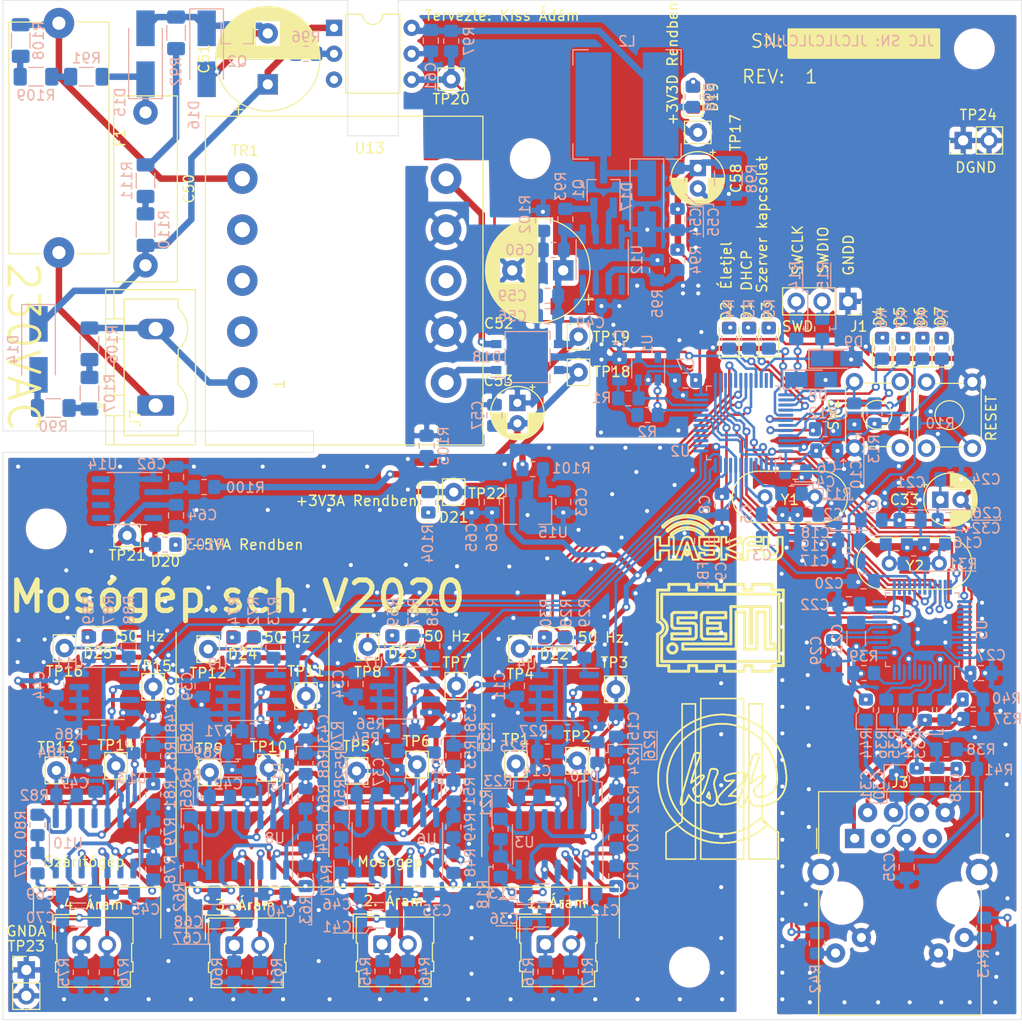
<source format=kicad_pcb>
(kicad_pcb (version 20171130) (host pcbnew 5.1.6)
  (layers (0 F.Cu signal) (31 B.Cu signal) (34 B.Paste user hide) (35 F.Paste user hide) (36 B.SilkS user hide) (37 F.SilkS user hide) (38 B.Mask user hide) (39 F.Mask user hide) (44 Edge.Cuts user))
  (net 0 "")
  (net 1 GNDD)
  (net 2 +3V3)
  (net 3 "Net-(C2-Pad1)")
  (net 4 "Net-(C3-Pad1)")
  (net 5 "Net-(C5-Pad1)")
  (net 6 GNDA)
  (net 7 "Net-(C8-Pad1)")
  (net 8 "Net-(C10-Pad1)")
  (net 9 +3.3VA)
  (net 10 -3V3)
  (net 11 /aram1)
  (net 12 "Net-(C16-Pad1)")
  (net 13 "Net-(C21-Pad1)")
  (net 14 "Net-(C22-Pad1)")
  (net 15 "Net-(C23-Pad1)")
  (net 16 "Net-(C25-Pad1)")
  (net 17 "Net-(C28-Pad2)")
  (net 18 "Net-(C28-Pad1)")
  (net 19 "Net-(C30-Pad2)")
  (net 20 "Net-(C30-Pad1)")
  (net 21 "Net-(C31-Pad1)")
  (net 22 /aram2)
  (net 23 /aram3)
  (net 24 /aram4)
  (net 25 "Net-(C49-Pad1)")
  (net 26 0)
  (net 27 "Net-(C52-Pad1)")
  (net 28 "Net-(C53-Pad2)")
  (net 29 "Net-(C62-Pad2)")
  (net 30 "Net-(C63-Pad1)")
  (net 31 "Net-(D1-Pad2)")
  (net 32 "Net-(D2-Pad2)")
  (net 33 "Net-(D3-Pad2)")
  (net 34 "Net-(D4-Pad2)")
  (net 35 "Net-(D5-Pad2)")
  (net 36 "Net-(D6-Pad2)")
  (net 37 "Net-(D7-Pad2)")
  (net 38 "Net-(D10-Pad3)")
  (net 39 "Net-(D10-Pad2)")
  (net 40 "Net-(D11-Pad3)")
  (net 41 "Net-(D11-Pad2)")
  (net 42 "Net-(D12-Pad3)")
  (net 43 "Net-(D12-Pad2)")
  (net 44 "Net-(D13-Pad3)")
  (net 45 "Net-(D13-Pad2)")
  (net 46 "Net-(D14-Pad2)")
  (net 47 "Net-(C50-Pad2)")
  (net 48 "Net-(D15-Pad2)")
  (net 49 "Net-(C50-Pad1)")
  (net 50 "Net-(C51-Pad2)")
  (net 51 "Net-(D17-Pad1)")
  (net 52 "Net-(D18-Pad2)")
  (net 53 "Net-(D18-Pad1)")
  (net 54 "Net-(D19-Pad2)")
  (net 55 "Net-(D20-Pad1)")
  (net 56 "Net-(F1-Pad2)")
  (net 57 "Net-(F1-Pad1)")
  (net 58 "Net-(J1-Pad3)")
  (net 59 "Net-(J1-Pad2)")
  (net 60 "Net-(J2-Pad2)")
  (net 61 "Net-(J2-Pad1)")
  (net 62 "Net-(J3-PadL4)")
  (net 63 "Net-(J3-PadL1)")
  (net 64 "Net-(J3-PadR2)")
  (net 65 "Net-(J3-PadR1)")
  (net 66 "Net-(J4-Pad2)")
  (net 67 "Net-(J4-Pad1)")
  (net 68 "Net-(J5-Pad2)")
  (net 69 "Net-(J5-Pad1)")
  (net 70 "Net-(J6-Pad2)")
  (net 71 "Net-(J6-Pad1)")
  (net 72 "Net-(J7-Pad2)")
  (net 73 "Net-(Q1-Pad2)")
  (net 74 "Net-(Q1-Pad1)")
  (net 75 "Net-(Q2-Pad3)")
  (net 76 /I2C_DAT)
  (net 77 /I2C_CLK)
  (net 78 "Net-(R3-Pad1)")
  (net 79 "Net-(R4-Pad1)")
  (net 80 "Net-(R5-Pad1)")
  (net 81 "Net-(R6-Pad1)")
  (net 82 "Net-(R7-Pad1)")
  (net 83 "Net-(R8-Pad1)")
  (net 84 "Net-(R9-Pad1)")
  (net 85 "Net-(R12-Pad1)")
  (net 86 /swclk)
  (net 87 /swdio)
  (net 88 "Net-(R18-Pad2)")
  (net 89 "Net-(R18-Pad1)")
  (net 90 "Net-(R19-Pad2)")
  (net 91 "Net-(R20-Pad2)")
  (net 92 "Net-(R21-Pad1)")
  (net 93 "Net-(R22-Pad1)")
  (net 94 "Net-(R23-Pad1)")
  (net 95 "Net-(R26-Pad2)")
  (net 96 "Net-(R28-Pad2)")
  (net 97 /fazisdetektor1)
  (net 98 "Net-(R33-Pad2)")
  (net 99 "Net-(R34-Pad2)")
  (net 100 "Net-(R35-Pad2)")
  (net 101 "Net-(R36-Pad2)")
  (net 102 "Net-(R39-Pad1)")
  (net 103 "Net-(R42-Pad2)")
  (net 104 "Net-(R43-Pad2)")
  (net 105 "Net-(R47-Pad2)")
  (net 106 "Net-(R47-Pad1)")
  (net 107 "Net-(R48-Pad2)")
  (net 108 "Net-(R49-Pad2)")
  (net 109 "Net-(R50-Pad1)")
  (net 110 "Net-(R51-Pad1)")
  (net 111 "Net-(R52-Pad1)")
  (net 112 "Net-(R55-Pad2)")
  (net 113 "Net-(R57-Pad2)")
  (net 114 /fazisdetektor2)
  (net 115 "Net-(R62-Pad2)")
  (net 116 "Net-(R62-Pad1)")
  (net 117 "Net-(R63-Pad2)")
  (net 118 "Net-(R64-Pad2)")
  (net 119 "Net-(R65-Pad1)")
  (net 120 "Net-(R66-Pad1)")
  (net 121 "Net-(R67-Pad1)")
  (net 122 "Net-(R70-Pad2)")
  (net 123 "Net-(R72-Pad2)")
  (net 124 /fazisdetektor3)
  (net 125 "Net-(R77-Pad2)")
  (net 126 "Net-(R77-Pad1)")
  (net 127 "Net-(R78-Pad2)")
  (net 128 "Net-(R79-Pad2)")
  (net 129 "Net-(R80-Pad1)")
  (net 130 "Net-(R81-Pad1)")
  (net 131 "Net-(R82-Pad1)")
  (net 132 "Net-(R85-Pad2)")
  (net 133 "Net-(R87-Pad2)")
  (net 134 /fazisdetektor4)
  (net 135 "Net-(R94-Pad2)")
  (net 136 /fazis_referencia)
  (net 137 /MOSI)
  (net 138 /MISO)
  (net 139 /SCLK)
  (net 140 /nCS)
  (net 141 /ETH_INT)
  (net 142 /w5500_reset)
  (net 143 "Net-(R96-Pad1)")
  (net 144 "Net-(C18-Pad1)")
  (net 145 "Net-(R107-Pad2)")
  (net 146 "Net-(R109-Pad2)")
  (net 147 "Net-(R111-Pad1)")
  (net 148 "Net-(R106-Pad2)")
  (net 149 "Net-(R108-Pad2)")
  (net 150 "Net-(R110-Pad2)")
  (net 151 "Net-(D21-Pad2)")
  (net 152 "Net-(D22-Pad2)")
  (net 153 "Net-(D23-Pad2)")
  (net 154 "Net-(D24-Pad2)")
  (net 155 "Net-(D25-Pad2)")
  (net 156 "Net-(R11-Pad2)")
  (module LED_SMD:LED_0805_2012Metric_Pad1.15x1.40mm_HandSolder (layer F.Cu) (at 21.325 160.4 180)
    (fp_text reference D25 (at 0 -1.65) (layer F.SilkS))
    (fp_text value LED)
    (fp_text user "50 Hz" (at -4.275 0 180) (layer F.SilkS))
    (pad 2 smd roundrect (at 1.025 0 180) (size 1.15 1.4) (layers F.Cu F.Paste F.Mask) (roundrect_rratio 0.217391) (net 155 "Net-(D25-Pad2)"))
    (pad 1 smd roundrect (at -1.025 0 180) (size 1.15 1.4) (layers F.Cu F.Paste F.Mask) (roundrect_rratio 0.217391) (net 134 /fazisdetektor4))
  )
  (module LED_SMD:LED_0805_2012Metric_Pad1.15x1.40mm_HandSolder (layer F.Cu) (at 35.525 160.5 180)
    (fp_text reference D24 (at 0 -1.65) (layer F.SilkS))
    (fp_text value LED)
    (fp_text user "50 Hz" (at -4.375 0 180) (layer F.SilkS))
    (pad 2 smd roundrect (at 1.025 0 180) (size 1.15 1.4) (layers F.Cu F.Paste F.Mask) (roundrect_rratio 0.217391) (net 154 "Net-(D24-Pad2)"))
    (pad 1 smd roundrect (at -1.025 0 180) (size 1.15 1.4) (layers F.Cu F.Paste F.Mask) (roundrect_rratio 0.217391) (net 124 /fazisdetektor3))
  )
  (module LED_SMD:LED_0805_2012Metric_Pad1.15x1.40mm_HandSolder (layer F.Cu) (at 51.225 160.4 180)
    (fp_text reference D23 (at 0 -1.65) (layer F.SilkS))
    (fp_text value LED)
    (fp_text user "50 Hz" (at -4.375 0 180) (layer F.SilkS))
    (pad 2 smd roundrect (at 1.025 0 180) (size 1.15 1.4) (layers F.Cu F.Paste F.Mask) (roundrect_rratio 0.217391) (net 153 "Net-(D23-Pad2)"))
    (pad 1 smd roundrect (at -1.025 0 180) (size 1.15 1.4) (layers F.Cu F.Paste F.Mask) (roundrect_rratio 0.217391) (net 114 /fazisdetektor2))
  )
  (module LED_SMD:LED_0805_2012Metric_Pad1.15x1.40mm_HandSolder (layer F.Cu) (at 66.125 160.5 180)
    (fp_text reference D22 (at 0 -1.65) (layer F.SilkS))
    (fp_text value LED)
    (fp_text user "50 Hz" (at -4.575 0 180) (layer F.SilkS))
    (pad 2 smd roundrect (at 1.025 0 180) (size 1.15 1.4) (layers F.Cu F.Paste F.Mask) (roundrect_rratio 0.217391) (net 152 "Net-(D22-Pad2)"))
    (pad 1 smd roundrect (at -1.025 0 180) (size 1.15 1.4) (layers F.Cu F.Paste F.Mask) (roundrect_rratio 0.217391) (net 97 /fazisdetektor1))
  )
  (module Capacitor_SMD:C_0805_2012Metric_Pad1.18x1.45mm_HandSolder (layer B.Cu) (at 82.575 147.4625 270)
    (fp_text reference C8 (at 0 1.68 90) (layer B.SilkS) (effects (justify mirror)))
    (fp_text value 100n)
    (pad 2 smd roundrect (at 1.0375 0 270) (size 1.175 1.45) (layers B.Cu B.Paste B.Mask) (roundrect_rratio 0.212766) (net 6 GNDA))
    (pad 1 smd roundrect (at -1.0375 0 270) (size 1.175 1.45) (layers B.Cu B.Paste B.Mask) (roundrect_rratio 0.212766) (net 7 "Net-(C8-Pad1)"))
  )
  (module Connector_Pin:Pin_D0.9mm_L10.0mm_W2.4mm_FlatFork (layer F.Cu) (at 41.75 166.25 90)
    (fp_text reference TP11 (at 2.425 0 180) (layer F.SilkS))
    (fp_text value TestPoint)
    (pad 1 thru_hole circle (at 0 0 90) (size 1.8 1.8) (drill 0.9) (layers *.Cu *.Mask) (net 23 /aram3))
  )
  (module Connector_Pin:Pin_D0.9mm_L10.0mm_W2.4mm_FlatFork (layer F.Cu) (at 56.5 165.25 90)
    (fp_text reference TP7 (at 2.275 0 180) (layer F.SilkS))
    (fp_text value TestPoint)
    (pad 1 thru_hole circle (at 0 0 90) (size 1.8 1.8) (drill 0.9) (layers *.Cu *.Mask) (net 22 /aram2))
  )
  (module Connector_Pin:Pin_D0.9mm_L10.0mm_W2.4mm_FlatFork (layer F.Cu) (at 24.2 150.5)
    (fp_text reference TP21 (at 0 1.95) (layer F.SilkS))
    (fp_text value TestPoint)
    (pad 1 thru_hole circle (at 0 0) (size 1.8 1.8) (drill 0.9) (layers *.Cu *.Mask) (net 10 -3V3))
  )
  (module Connector_PinHeader_2.54mm:PinHeader_1x02_P2.54mm_Vertical (layer F.Cu) (at 106.25 111.75 90)
    (fp_text reference TP24 (at 2.5 1.475 180) (layer F.SilkS))
    (fp_text value TestPoint_2Pole)
    (fp_text user DGND (at -2.65 1.25 180) (layer F.SilkS))
    (pad 2 thru_hole oval (at 0 2.54 90) (size 1.7 1.7) (drill 1) (layers *.Cu *.Mask) (net 1 GNDD))
    (pad 1 thru_hole rect (at 0 0 90) (size 1.7 1.7) (drill 1) (layers *.Cu *.Mask) (net 1 GNDD))
  )
  (module Transformer_THT:Transformer_CHK_EI30-2VA_Neutral (layer F.Cu) (at 35.5 135.5)
    (fp_text reference TR1 (at 0.25 -22.75) (layer F.SilkS))
    (fp_text value TEZ2.0-D-2)
    (fp_text user 1 (at 3.65 0.16 90) (layer F.SilkS))
    (pad 10 thru_hole circle (at 20 0) (size 3 3) (drill 1.5) (layers *.Cu *.Mask) (net 53 "Net-(D18-Pad1)"))
    (pad 9 thru_hole circle (at 20 -5) (size 3 3) (drill 1.5) (layers *.Cu *.Mask) (net 26 0))
    (pad 8 thru_hole circle (at 20 -10) (size 3 3) (drill 1.5) (layers *.Cu *.Mask))
    (pad 7 thru_hole circle (at 20 -15) (size 3 3) (drill 1.5) (layers *.Cu *.Mask) (net 26 0))
    (pad 6 thru_hole circle (at 20 -20) (size 3 3) (drill 1.5) (layers *.Cu *.Mask) (net 52 "Net-(D18-Pad2)"))
    (pad 5 thru_hole circle (at 0 -20) (size 3 3) (drill 1.5) (layers *.Cu *.Mask) (net 57 "Net-(F1-Pad1)"))
    (pad 4 thru_hole circle (at 0 -15) (size 3 3) (drill 1.5) (layers *.Cu *.Mask))
    (pad 3 thru_hole circle (at 0 -10) (size 3 3) (drill 1.5) (layers *.Cu *.Mask))
    (pad 2 thru_hole circle (at 0 -5) (size 3 3) (drill 1.5) (layers *.Cu *.Mask))
    (pad 1 thru_hole circle (at 0 0) (size 3 3) (drill 1.5) (layers *.Cu *.Mask) (net 72 "Net-(J7-Pad2)"))
  )
  (module Package_SO:SOIC-8_3.9x4.9mm_P1.27mm (layer B.Cu) (at 21.95 166 180)
    (fp_text reference U11 (at 3.45 3) (layer B.SilkS) (effects (justify mirror)))
    (fp_text value LM393)
    (pad 8 smd roundrect (at 2.475 1.905 180) (size 1.95 0.6) (layers B.Cu B.Paste B.Mask) (net 9 +3.3VA))
    (pad 7 smd roundrect (at 2.475 0.635 180) (size 1.95 0.6) (layers B.Cu B.Paste B.Mask) (net 6 GNDA))
    (pad 6 smd roundrect (at 2.475 -0.635 180) (size 1.95 0.6) (layers B.Cu B.Paste B.Mask) (net 6 GNDA))
    (pad 5 smd roundrect (at 2.475 -1.905 180) (size 1.95 0.6) (layers B.Cu B.Paste B.Mask) (net 6 GNDA))
    (pad 4 smd roundrect (at -2.475 -1.905 180) (size 1.95 0.6) (layers B.Cu B.Paste B.Mask) (net 6 GNDA))
    (pad 3 smd roundrect (at -2.475 -0.635 180) (size 1.95 0.6) (layers B.Cu B.Paste B.Mask) (net 45 "Net-(D13-Pad2)"))
    (pad 2 smd roundrect (at -2.475 0.635 180) (size 1.95 0.6) (layers B.Cu B.Paste B.Mask) (net 132 "Net-(R85-Pad2)"))
    (pad 1 smd roundrect (at -2.475 1.905 180) (size 1.95 0.6) (layers B.Cu B.Paste B.Mask) (net 134 /fazisdetektor4))
  )
  (module Diode_SMD:D_MicroMELF_Handsoldering (layer B.Cu) (at 93.84 133.165)
    (fp_text reference D9 (at 1.66 -1.665) (layer B.SilkS) (effects (justify mirror)))
    (fp_text value PGB1010603MR)
    (pad 2 smd rect (at 1.45 0) (size 2.2 1.5) (layers B.Cu B.Paste B.Mask) (net 1 GNDD))
    (pad 1 smd rect (at -1.45 0) (size 2.2 1.5) (layers B.Cu B.Paste B.Mask) (net 87 /swdio))
  )
  (module Diode_SMD:D_MicroMELF_Handsoldering (layer B.Cu) (at 91.315 135.215)
    (fp_text reference D8 (at 0.685 1.535) (layer B.SilkS) (effects (justify mirror)))
    (fp_text value PGB1010603MR)
    (pad 2 smd rect (at 1.45 0) (size 2.2 1.5) (layers B.Cu B.Paste B.Mask) (net 1 GNDD))
    (pad 1 smd rect (at -1.45 0) (size 2.2 1.5) (layers B.Cu B.Paste B.Mask) (net 86 /swclk))
  )
  (module Crystal:Crystal_HC18-U_Vertical (layer F.Cu) (at 91.69 146.73 180)
    (fp_text reference Y1 (at 2.45 -0.27) (layer F.SilkS))
    (fp_text value 8MHz)
    (pad 2 thru_hole circle (at 4.9 0 180) (size 1.5 1.5) (drill 0.8) (layers *.Cu *.Mask) (net 5 "Net-(C5-Pad1)"))
    (pad 1 thru_hole circle (at 0 0 180) (size 1.5 1.5) (drill 0.8) (layers *.Cu *.Mask) (net 3 "Net-(C2-Pad1)"))
  )
  (module Package_SO:SOIC-8_3.9x4.9mm_P1.27mm (layer B.Cu) (at 67.05 166.1 180)
    (fp_text reference U4 (at 3.65 3 180) (layer B.SilkS) (effects (justify mirror)))
    (fp_text value LM393)
    (pad 8 smd roundrect (at 2.475 1.905 180) (size 1.95 0.6) (layers B.Cu B.Paste B.Mask) (net 9 +3.3VA))
    (pad 7 smd roundrect (at 2.475 0.635 180) (size 1.95 0.6) (layers B.Cu B.Paste B.Mask) (net 6 GNDA))
    (pad 6 smd roundrect (at 2.475 -0.635 180) (size 1.95 0.6) (layers B.Cu B.Paste B.Mask) (net 6 GNDA))
    (pad 5 smd roundrect (at 2.475 -1.905 180) (size 1.95 0.6) (layers B.Cu B.Paste B.Mask) (net 6 GNDA))
    (pad 4 smd roundrect (at -2.475 -1.905 180) (size 1.95 0.6) (layers B.Cu B.Paste B.Mask) (net 6 GNDA))
    (pad 3 smd roundrect (at -2.475 -0.635 180) (size 1.95 0.6) (layers B.Cu B.Paste B.Mask) (net 39 "Net-(D10-Pad2)"))
    (pad 2 smd roundrect (at -2.475 0.635 180) (size 1.95 0.6) (layers B.Cu B.Paste B.Mask) (net 95 "Net-(R26-Pad2)"))
    (pad 1 smd roundrect (at -2.475 1.905 180) (size 1.95 0.6) (layers B.Cu B.Paste B.Mask) (net 97 /fazisdetektor1))
  )
  (module Package_SO:SOIC-14_3.9x8.7mm_P1.27mm (layer B.Cu) (at 66.45 180.8 90)
    (fp_text reference U3 (at 0.2 -3.25) (layer B.SilkS) (effects (justify mirror)))
    (fp_text value mc33204)
    (pad 14 smd roundrect (at 2.475 3.81 90) (size 1.95 0.6) (layers B.Cu B.Paste B.Mask) (net 38 "Net-(D10-Pad3)"))
    (pad 13 smd roundrect (at 2.475 2.54 90) (size 1.95 0.6) (layers B.Cu B.Paste B.Mask) (net 39 "Net-(D10-Pad2)"))
    (pad 12 smd roundrect (at 2.475 1.27 90) (size 1.95 0.6) (layers B.Cu B.Paste B.Mask) (net 94 "Net-(R23-Pad1)"))
    (pad 11 smd roundrect (at 2.475 0 90) (size 1.95 0.6) (layers B.Cu B.Paste B.Mask) (net 10 -3V3))
    (pad 10 smd roundrect (at 2.475 -1.27 90) (size 1.95 0.6) (layers B.Cu B.Paste B.Mask) (net 93 "Net-(R22-Pad1)"))
    (pad 9 smd roundrect (at 2.475 -2.54 90) (size 1.95 0.6) (layers B.Cu B.Paste B.Mask) (net 92 "Net-(R21-Pad1)"))
    (pad 8 smd roundrect (at 2.475 -3.81 90) (size 1.95 0.6) (layers B.Cu B.Paste B.Mask) (net 94 "Net-(R23-Pad1)"))
    (pad 7 smd roundrect (at -2.475 -3.81 90) (size 1.95 0.6) (layers B.Cu B.Paste B.Mask) (net 89 "Net-(R18-Pad1)"))
    (pad 6 smd roundrect (at -2.475 -2.54 90) (size 1.95 0.6) (layers B.Cu B.Paste B.Mask) (net 88 "Net-(R18-Pad2)"))
    (pad 5 smd roundrect (at -2.475 -1.27 90) (size 1.95 0.6) (layers B.Cu B.Paste B.Mask) (net 61 "Net-(J2-Pad1)"))
    (pad 4 smd roundrect (at -2.475 0 90) (size 1.95 0.6) (layers B.Cu B.Paste B.Mask) (net 9 +3.3VA))
    (pad 3 smd roundrect (at -2.475 1.27 90) (size 1.95 0.6) (layers B.Cu B.Paste B.Mask) (net 60 "Net-(J2-Pad2)"))
    (pad 2 smd roundrect (at -2.475 2.54 90) (size 1.95 0.6) (layers B.Cu B.Paste B.Mask) (net 90 "Net-(R19-Pad2)"))
    (pad 1 smd roundrect (at -2.475 3.81 90) (size 1.95 0.6) (layers B.Cu B.Paste B.Mask) (net 91 "Net-(R20-Pad2)"))
  )
  (module Connector_Pin:Pin_D0.9mm_L10.0mm_W2.4mm_FlatFork (layer F.Cu) (at 62.75 161.6 270)
    (fp_text reference TP4 (at 2.5 -0.025 180) (layer F.SilkS))
    (fp_text value TestPoint)
    (pad 1 thru_hole circle (at 0 0 270) (size 1.8 1.8) (drill 0.9) (layers *.Cu *.Mask) (net 97 /fazisdetektor1))
  )
  (module Connector_Pin:Pin_D0.9mm_L10.0mm_W2.4mm_FlatFork (layer F.Cu) (at 72.15 165.6 270)
    (fp_text reference TP3 (at -2.625 0.125 180) (layer F.SilkS))
    (fp_text value TestPoint)
    (pad 1 thru_hole circle (at 0 0 270) (size 1.8 1.8) (drill 0.9) (layers *.Cu *.Mask) (net 11 /aram1))
  )
  (module Connector_Pin:Pin_D0.9mm_L10.0mm_W2.4mm_FlatFork (layer F.Cu) (at 68.35 172.6 270)
    (fp_text reference TP2 (at -2.375 0 180) (layer F.SilkS))
    (fp_text value TestPoint)
    (pad 1 thru_hole circle (at 0 0 270) (size 1.8 1.8) (drill 0.9) (layers *.Cu *.Mask) (net 39 "Net-(D10-Pad2)"))
  )
  (module Connector_Pin:Pin_D0.9mm_L10.0mm_W2.4mm_FlatFork (layer F.Cu) (at 62.35 172.9 270)
    (fp_text reference TP1 (at -2.4 0 180) (layer F.SilkS))
    (fp_text value TestPoint)
    (pad 1 thru_hole circle (at 0 0 270) (size 1.8 1.8) (drill 0.9) (layers *.Cu *.Mask) (net 94 "Net-(R23-Pad1)"))
  )
  (module Resistor_SMD:R_0805_2012Metric_Pad1.20x1.40mm_HandSolder (layer B.Cu) (at 65.2 161.5 90)
    (fp_text reference R30 (at 3.4 0.1 270) (layer B.SilkS) (effects (justify mirror)))
    (fp_text value 10k)
    (pad 2 smd roundrect (at 1 0 90) (size 1.2 1.4) (layers B.Cu B.Paste B.Mask) (roundrect_rratio 0.208333) (net 152 "Net-(D22-Pad2)"))
    (pad 1 smd roundrect (at -1 0 90) (size 1.2 1.4) (layers B.Cu B.Paste B.Mask) (roundrect_rratio 0.208333) (net 9 +3.3VA))
  )
  (module Resistor_SMD:R_0805_2012Metric_Pad1.20x1.40mm_HandSolder (layer B.Cu) (at 69.05 161.5 90)
    (fp_text reference R29 (at 3.4 0.05 270) (layer B.SilkS) (effects (justify mirror)))
    (fp_text value 1M)
    (pad 2 smd roundrect (at 1 0 90) (size 1.2 1.4) (layers B.Cu B.Paste B.Mask) (roundrect_rratio 0.208333) (net 96 "Net-(R28-Pad2)"))
    (pad 1 smd roundrect (at -1 0 90) (size 1.2 1.4) (layers B.Cu B.Paste B.Mask) (roundrect_rratio 0.208333) (net 97 /fazisdetektor1))
  )
  (module Resistor_SMD:R_0805_2012Metric_Pad1.20x1.40mm_HandSolder (layer B.Cu) (at 67.15 161.5 90)
    (fp_text reference R28 (at 3.4 0.15 270) (layer B.SilkS) (effects (justify mirror)))
    (fp_text value 1M)
    (pad 2 smd roundrect (at 1 0 90) (size 1.2 1.4) (layers B.Cu B.Paste B.Mask) (roundrect_rratio 0.208333) (net 96 "Net-(R28-Pad2)"))
    (pad 1 smd roundrect (at -1 0 90) (size 1.2 1.4) (layers B.Cu B.Paste B.Mask) (roundrect_rratio 0.208333) (net 39 "Net-(D10-Pad2)"))
  )
  (module Resistor_SMD:R_0805_2012Metric_Pad1.20x1.40mm_HandSolder (layer B.Cu) (at 67.45 169.8 180)
    (fp_text reference R27 (at 3.35 0.1 180) (layer B.SilkS) (effects (justify mirror)))
    (fp_text value 50k)
    (pad 2 smd roundrect (at 1 0 180) (size 1.2 1.4) (layers B.Cu B.Paste B.Mask) (roundrect_rratio 0.208333) (net 6 GNDA))
    (pad 1 smd roundrect (at -1 0 180) (size 1.2 1.4) (layers B.Cu B.Paste B.Mask) (roundrect_rratio 0.208333) (net 95 "Net-(R26-Pad2)"))
  )
  (module Resistor_SMD:R_0805_2012Metric_Pad1.20x1.40mm_HandSolder (layer B.Cu) (at 70.35 171.8 90)
    (fp_text reference R26 (at 0.8 5.15 270) (layer B.SilkS) (effects (justify mirror)))
    (fp_text value 50k)
    (pad 2 smd roundrect (at 1 0 90) (size 1.2 1.4) (layers B.Cu B.Paste B.Mask) (roundrect_rratio 0.208333) (net 95 "Net-(R26-Pad2)"))
    (pad 1 smd roundrect (at -1 0 90) (size 1.2 1.4) (layers B.Cu B.Paste B.Mask) (roundrect_rratio 0.208333) (net 11 /aram1))
  )
  (module Resistor_SMD:R_0805_2012Metric_Pad1.20x1.40mm_HandSolder (layer B.Cu) (at 65.45 171.7 180)
    (fp_text reference R25 (at 3.25 0.5 180) (layer B.SilkS) (effects (justify mirror)))
    (fp_text value 100k)
    (pad 2 smd roundrect (at 1 0 180) (size 1.2 1.4) (layers B.Cu B.Paste B.Mask) (roundrect_rratio 0.208333) (net 6 GNDA))
    (pad 1 smd roundrect (at -1 0 180) (size 1.2 1.4) (layers B.Cu B.Paste B.Mask) (roundrect_rratio 0.208333) (net 39 "Net-(D10-Pad2)"))
  )
  (module Resistor_SMD:R_0805_2012Metric_Pad1.20x1.40mm_HandSolder (layer B.Cu) (at 72.2 172.65 270)
    (fp_text reference R24 (at -0.05 -1.7 270) (layer B.SilkS) (effects (justify mirror)))
    (fp_text value 100k)
    (pad 2 smd roundrect (at 1 0 270) (size 1.2 1.4) (layers B.Cu B.Paste B.Mask) (roundrect_rratio 0.208333) (net 93 "Net-(R22-Pad1)"))
    (pad 1 smd roundrect (at -1 0 270) (size 1.2 1.4) (layers B.Cu B.Paste B.Mask) (roundrect_rratio 0.208333) (net 6 GNDA))
  )
  (module Resistor_SMD:R_0805_2012Metric_Pad1.20x1.40mm_HandSolder (layer B.Cu) (at 63.65 176.1)
    (fp_text reference R23 (at -3.05 -1.5 180) (layer B.SilkS) (effects (justify mirror)))
    (fp_text value 100k)
    (pad 2 smd roundrect (at 1 0) (size 1.2 1.4) (layers B.Cu B.Paste B.Mask) (roundrect_rratio 0.208333) (net 92 "Net-(R21-Pad1)"))
    (pad 1 smd roundrect (at -1 0) (size 1.2 1.4) (layers B.Cu B.Paste B.Mask) (roundrect_rratio 0.208333) (net 94 "Net-(R23-Pad1)"))
  )
  (module Resistor_SMD:R_0805_2012Metric_Pad1.20x1.40mm_HandSolder (layer B.Cu) (at 72.2 176.4 270)
    (fp_text reference R22 (at 0 -1.7 270) (layer B.SilkS) (effects (justify mirror)))
    (fp_text value 200k)
    (pad 2 smd roundrect (at 1 0 270) (size 1.2 1.4) (layers B.Cu B.Paste B.Mask) (roundrect_rratio 0.208333) (net 91 "Net-(R20-Pad2)"))
    (pad 1 smd roundrect (at -1 0 270) (size 1.2 1.4) (layers B.Cu B.Paste B.Mask) (roundrect_rratio 0.208333) (net 93 "Net-(R22-Pad1)"))
  )
  (module Resistor_SMD:R_0805_2012Metric_Pad1.20x1.40mm_HandSolder (layer B.Cu) (at 60.85 179.3 270)
    (fp_text reference R21 (at -2.5 1.45 90) (layer B.SilkS) (effects (justify mirror)))
    (fp_text value 200k)
    (pad 2 smd roundrect (at 1 0 270) (size 1.2 1.4) (layers B.Cu B.Paste B.Mask) (roundrect_rratio 0.208333) (net 89 "Net-(R18-Pad1)"))
    (pad 1 smd roundrect (at -1 0 270) (size 1.2 1.4) (layers B.Cu B.Paste B.Mask) (roundrect_rratio 0.208333) (net 92 "Net-(R21-Pad1)"))
  )
  (module Resistor_SMD:R_0805_2012Metric_Pad1.20x1.40mm_HandSolder (layer B.Cu) (at 72.2 180.15 90)
    (fp_text reference R20 (at 0 1.65 270) (layer B.SilkS) (effects (justify mirror)))
    (fp_text value 100k)
    (pad 2 smd roundrect (at 1 0 90) (size 1.2 1.4) (layers B.Cu B.Paste B.Mask) (roundrect_rratio 0.208333) (net 91 "Net-(R20-Pad2)"))
    (pad 1 smd roundrect (at -1 0 90) (size 1.2 1.4) (layers B.Cu B.Paste B.Mask) (roundrect_rratio 0.208333) (net 90 "Net-(R19-Pad2)"))
  )
  (module Resistor_SMD:R_0805_2012Metric_Pad1.20x1.40mm_HandSolder (layer B.Cu) (at 72.2 183.9 90)
    (fp_text reference R19 (at 0 1.65 270) (layer B.SilkS) (effects (justify mirror)))
    (fp_text value 200k)
    (pad 2 smd roundrect (at 1 0 90) (size 1.2 1.4) (layers B.Cu B.Paste B.Mask) (roundrect_rratio 0.208333) (net 90 "Net-(R19-Pad2)"))
    (pad 1 smd roundrect (at -1 0 90) (size 1.2 1.4) (layers B.Cu B.Paste B.Mask) (roundrect_rratio 0.208333) (net 88 "Net-(R18-Pad2)"))
  )
  (module Resistor_SMD:R_0805_2012Metric_Pad1.20x1.40mm_HandSolder (layer B.Cu) (at 60.85 183 270)
    (fp_text reference R18 (at 2.7 1.75 270) (layer B.SilkS) (effects (justify mirror)))
    (fp_text value 100k)
    (pad 2 smd roundrect (at 1 0 270) (size 1.2 1.4) (layers B.Cu B.Paste B.Mask) (roundrect_rratio 0.208333) (net 88 "Net-(R18-Pad2)"))
    (pad 1 smd roundrect (at -1 0 270) (size 1.2 1.4) (layers B.Cu B.Paste B.Mask) (roundrect_rratio 0.208333) (net 89 "Net-(R18-Pad1)"))
  )
  (module Resistor_SMD:R_0805_2012Metric_Pad1.20x1.40mm_HandSolder (layer B.Cu) (at 67.75 193.3 90)
    (fp_text reference R17 (at 0 1.65 270) (layer B.SilkS) (effects (justify mirror)))
    (fp_text value 50)
    (pad 2 smd roundrect (at 1 0 90) (size 1.2 1.4) (layers B.Cu B.Paste B.Mask) (roundrect_rratio 0.208333) (net 60 "Net-(J2-Pad2)"))
    (pad 1 smd roundrect (at -1 0 90) (size 1.2 1.4) (layers B.Cu B.Paste B.Mask) (roundrect_rratio 0.208333) (net 6 GNDA))
  )
  (module Resistor_SMD:R_0805_2012Metric_Pad1.20x1.40mm_HandSolder (layer B.Cu) (at 65.25 193.3 270)
    (fp_text reference R16 (at 0 1.65 270) (layer B.SilkS) (effects (justify mirror)))
    (fp_text value 50)
    (pad 2 smd roundrect (at 1 0 270) (size 1.2 1.4) (layers B.Cu B.Paste B.Mask) (roundrect_rratio 0.208333) (net 6 GNDA))
    (pad 1 smd roundrect (at -1 0 270) (size 1.2 1.4) (layers B.Cu B.Paste B.Mask) (roundrect_rratio 0.208333) (net 61 "Net-(J2-Pad1)"))
  )
  (module Connector_Molex:Molex_SL_171971-0002_1x02_P2.54mm_Vertical (layer F.Cu) (at 65.25 190.6)
    (fp_text reference J2 hide)
    (fp_text value AC1010)
    (fp_text user "1. Áram" (at 1.125 -4.075) (layer F.SilkS))
    (pad 2 thru_hole circle (at 2.54 0) (size 1.74 1.74) (drill 1.09) (layers *.Cu *.Mask) (net 60 "Net-(J2-Pad2)"))
    (pad 1 thru_hole roundrect (at 0 0) (size 1.74 1.74) (drill 1.09) (layers *.Cu *.Mask) (roundrect_rratio 0.143678) (net 61 "Net-(J2-Pad1)"))
  )
  (module Package_TO_SOT_SMD:SOT-323_SC-70 (layer B.Cu) (at 69.65 175.4 90)
    (fp_text reference D10 (at 1.3 -0.55) (layer B.SilkS) (effects (justify mirror)))
    (fp_text value BAT54AW)
    (pad 3 smd rect (at 1 0 180) (size 0.45 0.7) (layers B.Cu B.Paste B.Mask) (net 38 "Net-(D10-Pad3)"))
    (pad 2 smd rect (at -1 -0.65 180) (size 0.45 0.7) (layers B.Cu B.Paste B.Mask) (net 39 "Net-(D10-Pad2)"))
    (pad 1 smd rect (at -1 0.65 180) (size 0.45 0.7) (layers B.Cu B.Paste B.Mask) (net 11 /aram1))
  )
  (module Capacitor_SMD:C_1206_3216Metric_Pad1.33x1.80mm_HandSolder (layer B.Cu) (at 64.8875 188 180)
    (fp_text reference C36 (at 3.6875 -0.1 180) (layer B.SilkS) (effects (justify mirror)))
    (fp_text value 4u7)
    (pad 2 smd roundrect (at 1.5625 0 180) (size 1.325 1.8) (layers B.Cu B.Paste B.Mask) (roundrect_rratio 0.188679) (net 6 GNDA))
    (pad 1 smd roundrect (at -1.5625 0 180) (size 1.325 1.8) (layers B.Cu B.Paste B.Mask) (roundrect_rratio 0.188679) (net 9 +3.3VA))
  )
  (module Capacitor_SMD:C_0805_2012Metric_Pad1.18x1.45mm_HandSolder (layer B.Cu) (at 72.2 169.1875 270)
    (fp_text reference C15 (at 0.0125 -1.7 270) (layer B.SilkS) (effects (justify mirror)))
    (fp_text value 1u)
    (pad 2 smd roundrect (at 1.0375 0 270) (size 1.175 1.45) (layers B.Cu B.Paste B.Mask) (roundrect_rratio 0.212766) (net 6 GNDA))
    (pad 1 smd roundrect (at -1.0375 0 270) (size 1.175 1.45) (layers B.Cu B.Paste B.Mask) (roundrect_rratio 0.212766) (net 11 /aram1))
  )
  (module Capacitor_SMD:C_0805_2012Metric_Pad1.18x1.45mm_HandSolder (layer B.Cu) (at 66.45 174.5625 90)
    (fp_text reference C14 (at 0.9625 -2.05) (layer B.SilkS) (effects (justify mirror)))
    (fp_text value 100n)
    (pad 2 smd roundrect (at 1.0375 0 90) (size 1.175 1.45) (layers B.Cu B.Paste B.Mask) (roundrect_rratio 0.212766) (net 6 GNDA))
    (pad 1 smd roundrect (at -1.0375 0 90) (size 1.175 1.45) (layers B.Cu B.Paste B.Mask) (roundrect_rratio 0.212766) (net 10 -3V3))
  )
  (module Capacitor_SMD:C_1206_3216Metric_Pad1.33x1.80mm_HandSolder (layer B.Cu) (at 64.8875 185.6 180)
    (fp_text reference C13 (at 3.7875 0 180) (layer B.SilkS) (effects (justify mirror)))
    (fp_text value 4u7)
    (pad 2 smd roundrect (at 1.5625 0 180) (size 1.325 1.8) (layers B.Cu B.Paste B.Mask) (roundrect_rratio 0.188679) (net 6 GNDA))
    (pad 1 smd roundrect (at -1.5625 0 180) (size 1.325 1.8) (layers B.Cu B.Paste B.Mask) (roundrect_rratio 0.188679) (net 9 +3.3VA))
  )
  (module Capacitor_SMD:C_0805_2012Metric_Pad1.18x1.45mm_HandSolder (layer B.Cu) (at 69.2125 185.6)
    (fp_text reference C12 (at 1.8875 1.68 180) (layer B.SilkS) (effects (justify mirror)))
    (fp_text value 100n)
    (pad 2 smd roundrect (at 1.0375 0) (size 1.175 1.45) (layers B.Cu B.Paste B.Mask) (roundrect_rratio 0.212766) (net 6 GNDA))
    (pad 1 smd roundrect (at -1.0375 0) (size 1.175 1.45) (layers B.Cu B.Paste B.Mask) (roundrect_rratio 0.212766) (net 9 +3.3VA))
  )
  (module Capacitor_SMD:C_0805_2012Metric_Pad1.18x1.45mm_HandSolder (layer B.Cu) (at 62.45 165.2625 270)
    (fp_text reference C11 (at 0 1.68 270) (layer B.SilkS) (effects (justify mirror)))
    (fp_text value 100n)
    (pad 2 smd roundrect (at 1.0375 0 270) (size 1.175 1.45) (layers B.Cu B.Paste B.Mask) (roundrect_rratio 0.212766) (net 6 GNDA))
    (pad 1 smd roundrect (at -1.0375 0 270) (size 1.175 1.45) (layers B.Cu B.Paste B.Mask) (roundrect_rratio 0.212766) (net 9 +3.3VA))
  )
  (module MountingHole:MountingHole_3mm (layer F.Cu) (at 107.35 102.775)
    (fp_text reference H4 hide)
    (fp_text value MountingHole)
    (pad 1 np_thru_hole circle (at 0 0) (size 3 3) (drill 3) (layers *.Cu *.Mask))
  )
  (module MountingHole:MountingHole_3mm (layer F.Cu) (at 16.256 149.86)
    (fp_text reference H3 hide)
    (fp_text value MountingHole)
    (pad 1 np_thru_hole circle (at 0 0) (size 3 3) (drill 3) (layers *.Cu *.Mask))
  )
  (module MountingHole:MountingHole_3mm (layer F.Cu) (at 79.375 192.85)
    (fp_text reference H2 hide)
    (fp_text value MountingHole)
    (pad 1 np_thru_hole circle (at 0 0) (size 3 3) (drill 3) (layers *.Cu *.Mask))
  )
  (module MountingHole:MountingHole_3mm (layer F.Cu) (at 63.754 113.538)
    (fp_text reference H1 hide)
    (fp_text value MountingHole)
    (pad 1 np_thru_hole circle (at 0 0) (size 3 3) (drill 3) (layers *.Cu *.Mask))
  )
  (module Resistor_SMD:R_1210_3225Metric_Pad1.30x2.65mm_HandSolder (layer B.Cu) (at 83.206 115.468 270)
    (fp_text reference R98 (at 0.032 -2.294 90) (layer B.SilkS) (effects (justify mirror)))
    (fp_text value műterhelés)
    (pad 2 smd roundrect (at 1.55 0 270) (size 1.3 2.65) (layers B.Cu B.Paste B.Mask) (roundrect_rratio 0.192308) (net 1 GNDD))
    (pad 1 smd roundrect (at -1.55 0 270) (size 1.3 2.65) (layers B.Cu B.Paste B.Mask) (roundrect_rratio 0.192308) (net 2 +3V3))
  )
  (module Connector_Pin:Pin_D0.9mm_L10.0mm_W2.4mm_FlatFork (layer F.Cu) (at 68.5 134.5 90)
    (fp_text reference TP18 (at 0.05 3.275 180) (layer F.SilkS))
    (fp_text value TestPoint)
    (pad 1 thru_hole circle (at 0 0 90) (size 1.8 1.8) (drill 0.9) (layers *.Cu *.Mask) (net 28 "Net-(C53-Pad2)"))
  )
  (module Package_DIP:DIP-6_W7.62mm (layer F.Cu) (at 44.5 100.71)
    (fp_text reference U13 (at 3.5 11.79) (layer F.SilkS))
    (fp_text value H11L1)
    (pad 6 thru_hole oval (at 7.62 0) (size 1.6 1.6) (drill 0.8) (layers *.Cu *.Mask) (net 2 +3V3))
    (pad 3 thru_hole oval (at 0 5.08) (size 1.6 1.6) (drill 0.8) (layers *.Cu *.Mask))
    (pad 5 thru_hole oval (at 7.62 2.54) (size 1.6 1.6) (drill 0.8) (layers *.Cu *.Mask) (net 1 GNDD))
    (pad 2 thru_hole oval (at 0 2.54) (size 1.6 1.6) (drill 0.8) (layers *.Cu *.Mask) (net 143 "Net-(R96-Pad1)"))
    (pad 4 thru_hole oval (at 7.62 5.08) (size 1.6 1.6) (drill 0.8) (layers *.Cu *.Mask) (net 136 /fazis_referencia))
    (pad 1 thru_hole rect (at 0 0) (size 1.6 1.6) (drill 0.8) (layers *.Cu *.Mask) (net 47 "Net-(C50-Pad2)"))
  )
  (module Connector_Phoenix_GMSTB:PhoenixContact_GMSTBVA_2,5_2-G_1x02_P7.50mm_Vertical (layer F.Cu) (at 27 137.75 90)
    (fp_text reference J7 (at -1.25 -2 270) (layer F.SilkS))
    (fp_text value line_in)
    (fp_text user 230VAC (at 5.75 -13 270 unlocked) (layer F.SilkS) (effects (font (size 3 3) (thickness 0.3))))
    (pad 2 thru_hole oval (at 7.5 0 90) (size 2 3.6) (drill 1.4) (layers *.Cu *.Mask) (net 72 "Net-(J7-Pad2)"))
    (pad 1 thru_hole roundrect (at 0 0 90) (size 2 3.6) (drill 1.4) (layers *.Cu *.Mask) (roundrect_rratio 0.125) (net 56 "Net-(F1-Pad2)"))
  )
  (module Diode_SMD:D_SMA_Handsoldering (layer B.Cu) (at 32 103.25 270)
    (fp_text reference D16 (at 6 1.25 90) (layer B.SilkS) (effects (justify mirror)))
    (fp_text value do-214AC)
    (pad 2 smd rect (at 2.5 0 270) (size 3.5 1.8) (layers B.Cu B.Paste B.Mask) (net 50 "Net-(C51-Pad2)"))
    (pad 1 smd rect (at -2.5 0 270) (size 3.5 1.8) (layers B.Cu B.Paste B.Mask) (net 48 "Net-(D15-Pad2)"))
  )
  (module Diode_SMD:D_SMA_Handsoldering (layer B.Cu) (at 26 103.25 90)
    (fp_text reference D15 (at -4.75 -2.5 270) (layer B.SilkS) (effects (justify mirror)))
    (fp_text value do-214AC)
    (pad 2 smd rect (at 2.5 0 90) (size 3.5 1.8) (layers B.Cu B.Paste B.Mask) (net 48 "Net-(D15-Pad2)"))
    (pad 1 smd rect (at -2.5 0 90) (size 3.5 1.8) (layers B.Cu B.Paste B.Mask) (net 49 "Net-(C50-Pad1)"))
  )
  (module Diode_SMD:D_SMA_Handsoldering (layer B.Cu) (at 15.5 132.25 270)
    (fp_text reference D14 (at 0 2.5 270) (layer B.SilkS) (effects (justify mirror)))
    (fp_text value do-214AC)
    (pad 2 smd rect (at 2.5 0 270) (size 3.5 1.8) (layers B.Cu B.Paste B.Mask) (net 46 "Net-(D14-Pad2)"))
    (pad 1 smd rect (at -2.5 0 270) (size 3.5 1.8) (layers B.Cu B.Paste B.Mask) (net 47 "Net-(C50-Pad2)"))
  )
  (module Resistor_SMD:R_1206_3216Metric_Pad1.30x1.75mm_HandSolder (layer B.Cu) (at 26 115.7 270)
    (fp_text reference R111 (at 0 1.82 90) (layer B.SilkS) (effects (justify mirror)))
    (fp_text value 7k2)
    (pad 2 smd roundrect (at 1.55 0 270) (size 1.3 1.75) (layers B.Cu B.Paste B.Mask) (roundrect_rratio 0.192308) (net 150 "Net-(R110-Pad2)"))
    (pad 1 smd roundrect (at -1.55 0 270) (size 1.3 1.75) (layers B.Cu B.Paste B.Mask) (roundrect_rratio 0.192308) (net 147 "Net-(R111-Pad1)"))
  )
  (module Resistor_SMD:R_1206_3216Metric_Pad1.30x1.75mm_HandSolder (layer B.Cu) (at 26 120.5 90)
    (fp_text reference R110 (at 0 1.82 90) (layer B.SilkS) (effects (justify mirror)))
    (fp_text value 7k2)
    (pad 2 smd roundrect (at 1.55 0 90) (size 1.3 1.75) (layers B.Cu B.Paste B.Mask) (roundrect_rratio 0.192308) (net 150 "Net-(R110-Pad2)"))
    (pad 1 smd roundrect (at -1.55 0 90) (size 1.3 1.75) (layers B.Cu B.Paste B.Mask) (roundrect_rratio 0.192308) (net 47 "Net-(C50-Pad2)"))
  )
  (module Resistor_SMD:R_1206_3216Metric_Pad1.30x1.75mm_HandSolder (layer B.Cu) (at 15.25 105.5)
    (fp_text reference R109 (at 0 1.82) (layer B.SilkS) (effects (justify mirror)))
    (fp_text value 7k2)
    (pad 2 smd roundrect (at 1.55 0) (size 1.3 1.75) (layers B.Cu B.Paste B.Mask) (roundrect_rratio 0.192308) (net 146 "Net-(R109-Pad2)"))
    (pad 1 smd roundrect (at -1.55 0) (size 1.3 1.75) (layers B.Cu B.Paste B.Mask) (roundrect_rratio 0.192308) (net 149 "Net-(R108-Pad2)"))
  )
  (module Resistor_SMD:R_1206_3216Metric_Pad1.30x1.75mm_HandSolder (layer B.Cu) (at 13.75 101.95 270)
    (fp_text reference R108 (at 0 -1.75 90) (layer B.SilkS) (effects (justify mirror)))
    (fp_text value 7k2)
    (pad 2 smd roundrect (at 1.55 0 270) (size 1.3 1.75) (layers B.Cu B.Paste B.Mask) (roundrect_rratio 0.192308) (net 149 "Net-(R108-Pad2)"))
    (pad 1 smd roundrect (at -1.55 0 270) (size 1.3 1.75) (layers B.Cu B.Paste B.Mask) (roundrect_rratio 0.192308) (net 57 "Net-(F1-Pad1)"))
  )
  (module Resistor_SMD:R_1206_3216Metric_Pad1.30x1.75mm_HandSolder (layer B.Cu) (at 20.5 136.55 270)
    (fp_text reference R107 (at 0 -2 90) (layer B.SilkS) (effects (justify mirror)))
    (fp_text value 7k2)
    (pad 2 smd roundrect (at 1.55 0 270) (size 1.3 1.75) (layers B.Cu B.Paste B.Mask) (roundrect_rratio 0.192308) (net 145 "Net-(R107-Pad2)"))
    (pad 1 smd roundrect (at -1.55 0 270) (size 1.3 1.75) (layers B.Cu B.Paste B.Mask) (roundrect_rratio 0.192308) (net 148 "Net-(R106-Pad2)"))
  )
  (module Resistor_SMD:R_1206_3216Metric_Pad1.30x1.75mm_HandSolder (layer B.Cu) (at 20.5 131.7 270)
    (fp_text reference R106 (at 0.05 -2.25 90) (layer B.SilkS) (effects (justify mirror)))
    (fp_text value 7k2)
    (pad 2 smd roundrect (at 1.55 0 270) (size 1.3 1.75) (layers B.Cu B.Paste B.Mask) (roundrect_rratio 0.192308) (net 148 "Net-(R106-Pad2)"))
    (pad 1 smd roundrect (at -1.55 0 270) (size 1.3 1.75) (layers B.Cu B.Paste B.Mask) (roundrect_rratio 0.192308) (net 72 "Net-(J7-Pad2)"))
  )
  (module Resistor_SMD:R_1206_3216Metric_Pad1.30x1.75mm_HandSolder (layer B.Cu) (at 29 101.2 270)
    (fp_text reference R92 (at 3.8 0 270) (layer B.SilkS) (effects (justify mirror)))
    (fp_text value 7k2)
    (pad 2 smd roundrect (at 1.55 0 270) (size 1.3 1.75) (layers B.Cu B.Paste B.Mask) (roundrect_rratio 0.192308) (net 147 "Net-(R111-Pad1)"))
    (pad 1 smd roundrect (at -1.55 0 270) (size 1.3 1.75) (layers B.Cu B.Paste B.Mask) (roundrect_rratio 0.192308) (net 48 "Net-(D15-Pad2)"))
  )
  (module Resistor_SMD:R_1206_3216Metric_Pad1.30x1.75mm_HandSolder (layer B.Cu) (at 20.2 105.5 180)
    (fp_text reference R91 (at 0 1.82 180) (layer B.SilkS) (effects (justify mirror)))
    (fp_text value 7k2)
    (pad 2 smd roundrect (at 1.55 0 180) (size 1.3 1.75) (layers B.Cu B.Paste B.Mask) (roundrect_rratio 0.192308) (net 146 "Net-(R109-Pad2)"))
    (pad 1 smd roundrect (at -1.55 0 180) (size 1.3 1.75) (layers B.Cu B.Paste B.Mask) (roundrect_rratio 0.192308) (net 49 "Net-(C50-Pad1)"))
  )
  (module Resistor_SMD:R_1206_3216Metric_Pad1.30x1.75mm_HandSolder (layer B.Cu) (at 16.95 138)
    (fp_text reference R90 (at 0 1.82 180) (layer B.SilkS) (effects (justify mirror)))
    (fp_text value 7k2)
    (pad 2 smd roundrect (at 1.55 0) (size 1.3 1.75) (layers B.Cu B.Paste B.Mask) (roundrect_rratio 0.192308) (net 145 "Net-(R107-Pad2)"))
    (pad 1 smd roundrect (at -1.55 0) (size 1.3 1.75) (layers B.Cu B.Paste B.Mask) (roundrect_rratio 0.192308) (net 46 "Net-(D14-Pad2)"))
  )
  (module Crystal:Crystal_HC18-U_Vertical (layer F.Cu) (at 103.9 153.25 180)
    (fp_text reference Y2 (at 2.4 -0.25) (layer F.SilkS))
    (fp_text value 25MHz)
    (pad 2 thru_hole circle (at 4.9 0 180) (size 1.5 1.5) (drill 0.8) (layers *.Cu *.Mask) (net 144 "Net-(C18-Pad1)"))
    (pad 1 thru_hole circle (at 0 0 180) (size 1.5 1.5) (drill 0.8) (layers *.Cu *.Mask) (net 12 "Net-(C16-Pad1)"))
  )
  (module Resistor_SMD:R_0805_2012Metric_Pad1.20x1.40mm_HandSolder (layer B.Cu) (at 49.25 193.25 270)
    (fp_text reference R45 (at 0 1.65 90) (layer B.SilkS) (effects (justify mirror)))
    (fp_text value 50)
    (pad 2 smd roundrect (at 1 0 270) (size 1.2 1.4) (layers B.Cu B.Paste B.Mask) (roundrect_rratio 0.208333) (net 6 GNDA))
    (pad 1 smd roundrect (at -1 0 270) (size 1.2 1.4) (layers B.Cu B.Paste B.Mask) (roundrect_rratio 0.208333) (net 67 "Net-(J4-Pad1)"))
  )
  (module Resistor_SMD:R_0805_2012Metric_Pad1.20x1.40mm_HandSolder (layer B.Cu) (at 54.146 161.342 90)
    (fp_text reference R58 (at 3.342 0.054 90) (layer B.SilkS) (effects (justify mirror)))
    (fp_text value 1M)
    (pad 2 smd roundrect (at 1 0 90) (size 1.2 1.4) (layers B.Cu B.Paste B.Mask) (roundrect_rratio 0.208333) (net 113 "Net-(R57-Pad2)"))
    (pad 1 smd roundrect (at -1 0 90) (size 1.2 1.4) (layers B.Cu B.Paste B.Mask) (roundrect_rratio 0.208333) (net 114 /fazisdetektor2))
  )
  (module Resistor_SMD:R_0805_2012Metric_Pad1.20x1.40mm_HandSolder (layer B.Cu) (at 56.216 172.102 270)
    (fp_text reference R53 (at -0.102 -1.684 90) (layer B.SilkS) (effects (justify mirror)))
    (fp_text value 100k)
    (pad 2 smd roundrect (at 1 0 270) (size 1.2 1.4) (layers B.Cu B.Paste B.Mask) (roundrect_rratio 0.208333) (net 110 "Net-(R51-Pad1)"))
    (pad 1 smd roundrect (at -1 0 270) (size 1.2 1.4) (layers B.Cu B.Paste B.Mask) (roundrect_rratio 0.208333) (net 6 GNDA))
  )
  (module Connector_Pin:Pin_D0.9mm_L10.0mm_W2.4mm_FlatFork (layer F.Cu) (at 46.716 173.602 90)
    (fp_text reference TP5 (at 2.427 -0.016 180) (layer F.SilkS))
    (fp_text value TestPoint)
    (pad 1 thru_hole circle (at 0 0 90) (size 1.8 1.8) (drill 0.9) (layers *.Cu *.Mask) (net 111 "Net-(R52-Pad1)"))
  )
  (module Resistor_SMD:R_0805_2012Metric_Pad1.20x1.40mm_HandSolder (layer B.Cu) (at 51.416 169.702 180)
    (fp_text reference R56 (at 3.316 0.702 180) (layer B.SilkS) (effects (justify mirror)))
    (fp_text value 50k)
    (pad 2 smd roundrect (at 1 0 180) (size 1.2 1.4) (layers B.Cu B.Paste B.Mask) (roundrect_rratio 0.208333) (net 6 GNDA))
    (pad 1 smd roundrect (at -1 0 180) (size 1.2 1.4) (layers B.Cu B.Paste B.Mask) (roundrect_rratio 0.208333) (net 112 "Net-(R55-Pad2)"))
  )
  (module Resistor_SMD:R_0805_2012Metric_Pad1.20x1.40mm_HandSolder (layer B.Cu) (at 47.716 175.902)
    (fp_text reference R52 (at -2.516 -2.902 270) (layer B.SilkS) (effects (justify mirror)))
    (fp_text value 100k)
    (pad 2 smd roundrect (at 1 0) (size 1.2 1.4) (layers B.Cu B.Paste B.Mask) (roundrect_rratio 0.208333) (net 109 "Net-(R50-Pad1)"))
    (pad 1 smd roundrect (at -1 0) (size 1.2 1.4) (layers B.Cu B.Paste B.Mask) (roundrect_rratio 0.208333) (net 111 "Net-(R52-Pad1)"))
  )
  (module Package_SO:SOIC-14_3.9x8.7mm_P1.27mm (layer B.Cu) (at 50.716 180.627 90)
    (fp_text reference U6 (at 0.327 2.884 180) (layer B.SilkS) (effects (justify mirror)))
    (fp_text value mc33204)
    (pad 14 smd roundrect (at 2.475 3.81 90) (size 1.95 0.6) (layers B.Cu B.Paste B.Mask) (net 40 "Net-(D11-Pad3)"))
    (pad 13 smd roundrect (at 2.475 2.54 90) (size 1.95 0.6) (layers B.Cu B.Paste B.Mask) (net 41 "Net-(D11-Pad2)"))
    (pad 12 smd roundrect (at 2.475 1.27 90) (size 1.95 0.6) (layers B.Cu B.Paste B.Mask) (net 111 "Net-(R52-Pad1)"))
    (pad 11 smd roundrect (at 2.475 0 90) (size 1.95 0.6) (layers B.Cu B.Paste B.Mask) (net 10 -3V3))
    (pad 10 smd roundrect (at 2.475 -1.27 90) (size 1.95 0.6) (layers B.Cu B.Paste B.Mask) (net 110 "Net-(R51-Pad1)"))
    (pad 9 smd roundrect (at 2.475 -2.54 90) (size 1.95 0.6) (layers B.Cu B.Paste B.Mask) (net 109 "Net-(R50-Pad1)"))
    (pad 8 smd roundrect (at 2.475 -3.81 90) (size 1.95 0.6) (layers B.Cu B.Paste B.Mask) (net 111 "Net-(R52-Pad1)"))
    (pad 7 smd roundrect (at -2.475 -3.81 90) (size 1.95 0.6) (layers B.Cu B.Paste B.Mask) (net 106 "Net-(R47-Pad1)"))
    (pad 6 smd roundrect (at -2.475 -2.54 90) (size 1.95 0.6) (layers B.Cu B.Paste B.Mask) (net 105 "Net-(R47-Pad2)"))
    (pad 5 smd roundrect (at -2.475 -1.27 90) (size 1.95 0.6) (layers B.Cu B.Paste B.Mask) (net 67 "Net-(J4-Pad1)"))
    (pad 4 smd roundrect (at -2.475 0 90) (size 1.95 0.6) (layers B.Cu B.Paste B.Mask) (net 9 +3.3VA))
    (pad 3 smd roundrect (at -2.475 1.27 90) (size 1.95 0.6) (layers B.Cu B.Paste B.Mask) (net 66 "Net-(J4-Pad2)"))
    (pad 2 smd roundrect (at -2.475 2.54 90) (size 1.95 0.6) (layers B.Cu B.Paste B.Mask) (net 107 "Net-(R48-Pad2)"))
    (pad 1 smd roundrect (at -2.475 3.81 90) (size 1.95 0.6) (layers B.Cu B.Paste B.Mask) (net 108 "Net-(R49-Pad2)"))
  )
  (module Capacitor_SMD:C_1206_3216Metric_Pad1.33x1.80mm_HandSolder (layer B.Cu) (at 48.6535 188.102 180)
    (fp_text reference C41 (at 3.8535 -0.798 180) (layer B.SilkS) (effects (justify mirror)))
    (fp_text value 4u7)
    (pad 2 smd roundrect (at 1.5625 0 180) (size 1.325 1.8) (layers B.Cu B.Paste B.Mask) (roundrect_rratio 0.188679) (net 6 GNDA))
    (pad 1 smd roundrect (at -1.5625 0 180) (size 1.325 1.8) (layers B.Cu B.Paste B.Mask) (roundrect_rratio 0.188679) (net 9 +3.3VA))
  )
  (module Capacitor_SMD:C_1206_3216Metric_Pad1.33x1.80mm_HandSolder (layer B.Cu) (at 48.6535 185.602 180)
    (fp_text reference C46 (at 3.8535 -1.098 180) (layer B.SilkS) (effects (justify mirror)))
    (fp_text value 4u7)
    (pad 2 smd roundrect (at 1.5625 0 180) (size 1.325 1.8) (layers B.Cu B.Paste B.Mask) (roundrect_rratio 0.188679) (net 6 GNDA))
    (pad 1 smd roundrect (at -1.5625 0 180) (size 1.325 1.8) (layers B.Cu B.Paste B.Mask) (roundrect_rratio 0.188679) (net 9 +3.3VA))
  )
  (module Connector_Molex:Molex_SL_171971-0002_1x02_P2.54mm_Vertical (layer F.Cu) (at 49.216 190.602)
    (fp_text reference J4 hide)
    (fp_text value AC1010)
    (fp_text user "2. Áram" (at 1.109 -4.252) (layer F.SilkS))
    (pad 2 thru_hole circle (at 2.54 0) (size 1.74 1.74) (drill 1.09) (layers *.Cu *.Mask) (net 66 "Net-(J4-Pad2)"))
    (pad 1 thru_hole roundrect (at 0 0) (size 1.74 1.74) (drill 1.09) (layers *.Cu *.Mask) (roundrect_rratio 0.143678) (net 67 "Net-(J4-Pad1)"))
  )
  (module Resistor_SMD:R_0805_2012Metric_Pad1.20x1.40mm_HandSolder (layer B.Cu) (at 56.216 182.602 90)
    (fp_text reference R48 (at 0 1.65 270) (layer B.SilkS) (effects (justify mirror)))
    (fp_text value 200k)
    (pad 2 smd roundrect (at 1 0 90) (size 1.2 1.4) (layers B.Cu B.Paste B.Mask) (roundrect_rratio 0.208333) (net 107 "Net-(R48-Pad2)"))
    (pad 1 smd roundrect (at -1 0 90) (size 1.2 1.4) (layers B.Cu B.Paste B.Mask) (roundrect_rratio 0.208333) (net 105 "Net-(R47-Pad2)"))
  )
  (module Resistor_SMD:R_0805_2012Metric_Pad1.20x1.40mm_HandSolder (layer B.Cu) (at 54.291 170.777 90)
    (fp_text reference R55 (at 0.577 5.009 90) (layer B.SilkS) (effects (justify mirror)))
    (fp_text value 50k)
    (pad 2 smd roundrect (at 1 0 90) (size 1.2 1.4) (layers B.Cu B.Paste B.Mask) (roundrect_rratio 0.208333) (net 112 "Net-(R55-Pad2)"))
    (pad 1 smd roundrect (at -1 0 90) (size 1.2 1.4) (layers B.Cu B.Paste B.Mask) (roundrect_rratio 0.208333) (net 22 /aram2))
  )
  (module Resistor_SMD:R_0805_2012Metric_Pad1.20x1.40mm_HandSolder (layer B.Cu) (at 56.216 179.102 90)
    (fp_text reference R49 (at 0 1.65 90) (layer B.SilkS) (effects (justify mirror)))
    (fp_text value 100k)
    (pad 2 smd roundrect (at 1 0 90) (size 1.2 1.4) (layers B.Cu B.Paste B.Mask) (roundrect_rratio 0.208333) (net 108 "Net-(R49-Pad2)"))
    (pad 1 smd roundrect (at -1 0 90) (size 1.2 1.4) (layers B.Cu B.Paste B.Mask) (roundrect_rratio 0.208333) (net 107 "Net-(R48-Pad2)"))
  )
  (module Resistor_SMD:R_0805_2012Metric_Pad1.20x1.40mm_HandSolder (layer B.Cu) (at 52.191 161.327 90)
    (fp_text reference R57 (at 3.327 0.109 90) (layer B.SilkS) (effects (justify mirror)))
    (fp_text value 1M)
    (pad 2 smd roundrect (at 1 0 90) (size 1.2 1.4) (layers B.Cu B.Paste B.Mask) (roundrect_rratio 0.208333) (net 113 "Net-(R57-Pad2)"))
    (pad 1 smd roundrect (at -1 0 90) (size 1.2 1.4) (layers B.Cu B.Paste B.Mask) (roundrect_rratio 0.208333) (net 41 "Net-(D11-Pad2)"))
  )
  (module Resistor_SMD:R_0805_2012Metric_Pad1.20x1.40mm_HandSolder (layer B.Cu) (at 51.75 193.25 90)
    (fp_text reference R46 (at 0 1.65 90) (layer B.SilkS) (effects (justify mirror)))
    (fp_text value 50)
    (pad 2 smd roundrect (at 1 0 90) (size 1.2 1.4) (layers B.Cu B.Paste B.Mask) (roundrect_rratio 0.208333) (net 66 "Net-(J4-Pad2)"))
    (pad 1 smd roundrect (at -1 0 90) (size 1.2 1.4) (layers B.Cu B.Paste B.Mask) (roundrect_rratio 0.208333) (net 6 GNDA))
  )
  (module Resistor_SMD:R_0805_2012Metric_Pad1.20x1.40mm_HandSolder (layer B.Cu) (at 45.216 179.102 270)
    (fp_text reference R50 (at -3.302 0.116 90) (layer B.SilkS) (effects (justify mirror)))
    (fp_text value 200k)
    (pad 2 smd roundrect (at 1 0 270) (size 1.2 1.4) (layers B.Cu B.Paste B.Mask) (roundrect_rratio 0.208333) (net 106 "Net-(R47-Pad1)"))
    (pad 1 smd roundrect (at -1 0 270) (size 1.2 1.4) (layers B.Cu B.Paste B.Mask) (roundrect_rratio 0.208333) (net 109 "Net-(R50-Pad1)"))
  )
  (module Package_TO_SOT_SMD:SOT-323_SC-70 (layer B.Cu) (at 53.866 175.102 90)
    (fp_text reference D11 (at 1.402 0.834 90) (layer B.SilkS) (effects (justify mirror)))
    (fp_text value BAT54AW)
    (pad 3 smd rect (at 1 0 180) (size 0.45 0.7) (layers B.Cu B.Paste B.Mask) (net 40 "Net-(D11-Pad3)"))
    (pad 2 smd rect (at -1 -0.65 180) (size 0.45 0.7) (layers B.Cu B.Paste B.Mask) (net 41 "Net-(D11-Pad2)"))
    (pad 1 smd rect (at -1 0.65 180) (size 0.45 0.7) (layers B.Cu B.Paste B.Mask) (net 22 /aram2))
  )
  (module Capacitor_SMD:C_0805_2012Metric_Pad1.18x1.45mm_HandSolder (layer B.Cu) (at 52.7535 185.602)
    (fp_text reference C35 (at 1.8465 1.698 180) (layer B.SilkS) (effects (justify mirror)))
    (fp_text value 100n)
    (pad 2 smd roundrect (at 1.0375 0) (size 1.175 1.45) (layers B.Cu B.Paste B.Mask) (roundrect_rratio 0.212766) (net 6 GNDA))
    (pad 1 smd roundrect (at -1.0375 0) (size 1.175 1.45) (layers B.Cu B.Paste B.Mask) (roundrect_rratio 0.212766) (net 9 +3.3VA))
  )
  (module Package_SO:SOIC-8_3.9x4.9mm_P1.27mm (layer B.Cu) (at 51.441 165.947 180)
    (fp_text reference U7 (at 3.041 2.947) (layer B.SilkS) (effects (justify mirror)))
    (fp_text value LM393)
    (pad 8 smd roundrect (at 2.475 1.905 180) (size 1.95 0.6) (layers B.Cu B.Paste B.Mask) (net 9 +3.3VA))
    (pad 7 smd roundrect (at 2.475 0.635 180) (size 1.95 0.6) (layers B.Cu B.Paste B.Mask) (net 6 GNDA))
    (pad 6 smd roundrect (at 2.475 -0.635 180) (size 1.95 0.6) (layers B.Cu B.Paste B.Mask) (net 6 GNDA))
    (pad 5 smd roundrect (at 2.475 -1.905 180) (size 1.95 0.6) (layers B.Cu B.Paste B.Mask) (net 6 GNDA))
    (pad 4 smd roundrect (at -2.475 -1.905 180) (size 1.95 0.6) (layers B.Cu B.Paste B.Mask) (net 6 GNDA))
    (pad 3 smd roundrect (at -2.475 -0.635 180) (size 1.95 0.6) (layers B.Cu B.Paste B.Mask) (net 41 "Net-(D11-Pad2)"))
    (pad 2 smd roundrect (at -2.475 0.635 180) (size 1.95 0.6) (layers B.Cu B.Paste B.Mask) (net 112 "Net-(R55-Pad2)"))
    (pad 1 smd roundrect (at -2.475 1.905 180) (size 1.95 0.6) (layers B.Cu B.Paste B.Mask) (net 114 /fazisdetektor2))
  )
  (module Resistor_SMD:R_0805_2012Metric_Pad1.20x1.40mm_HandSolder (layer B.Cu) (at 56.216 175.602 270)
    (fp_text reference R51 (at -0.002 -1.584 90) (layer B.SilkS) (effects (justify mirror)))
    (fp_text value 200k)
    (pad 2 smd roundrect (at 1 0 270) (size 1.2 1.4) (layers B.Cu B.Paste B.Mask) (roundrect_rratio 0.208333) (net 108 "Net-(R49-Pad2)"))
    (pad 1 smd roundrect (at -1 0 270) (size 1.2 1.4) (layers B.Cu B.Paste B.Mask) (roundrect_rratio 0.208333) (net 110 "Net-(R51-Pad1)"))
  )
  (module Capacitor_SMD:C_0805_2012Metric_Pad1.18x1.45mm_HandSolder (layer B.Cu) (at 56.216 168.3645 270)
    (fp_text reference C38 (at 0 -1.684 90) (layer B.SilkS) (effects (justify mirror)))
    (fp_text value 1u)
    (pad 2 smd roundrect (at 1.0375 0 270) (size 1.175 1.45) (layers B.Cu B.Paste B.Mask) (roundrect_rratio 0.212766) (net 6 GNDA))
    (pad 1 smd roundrect (at -1.0375 0 270) (size 1.175 1.45) (layers B.Cu B.Paste B.Mask) (roundrect_rratio 0.212766) (net 22 /aram2))
  )
  (module Capacitor_SMD:C_0805_2012Metric_Pad1.18x1.45mm_HandSolder (layer B.Cu) (at 46.616 165.0645 270)
    (fp_text reference C34 (at 0 1.68 90) (layer B.SilkS) (effects (justify mirror)))
    (fp_text value 100n)
    (pad 2 smd roundrect (at 1.0375 0 270) (size 1.175 1.45) (layers B.Cu B.Paste B.Mask) (roundrect_rratio 0.212766) (net 6 GNDA))
    (pad 1 smd roundrect (at -1.0375 0 270) (size 1.175 1.45) (layers B.Cu B.Paste B.Mask) (roundrect_rratio 0.212766) (net 9 +3.3VA))
  )
  (module Resistor_SMD:R_0805_2012Metric_Pad1.20x1.40mm_HandSolder (layer B.Cu) (at 45.216 182.602 270)
    (fp_text reference R47 (at 1.598 1.416 270) (layer B.SilkS) (effects (justify mirror)))
    (fp_text value 100k)
    (pad 2 smd roundrect (at 1 0 270) (size 1.2 1.4) (layers B.Cu B.Paste B.Mask) (roundrect_rratio 0.208333) (net 105 "Net-(R47-Pad2)"))
    (pad 1 smd roundrect (at -1 0 270) (size 1.2 1.4) (layers B.Cu B.Paste B.Mask) (roundrect_rratio 0.208333) (net 106 "Net-(R47-Pad1)"))
  )
  (module Resistor_SMD:R_0805_2012Metric_Pad1.20x1.40mm_HandSolder (layer B.Cu) (at 49.696 171.632 180)
    (fp_text reference R54 (at 2.096 1.232 180) (layer B.SilkS) (effects (justify mirror)))
    (fp_text value 100k)
    (pad 2 smd roundrect (at 1 0 180) (size 1.2 1.4) (layers B.Cu B.Paste B.Mask) (roundrect_rratio 0.208333) (net 6 GNDA))
    (pad 1 smd roundrect (at -1 0 180) (size 1.2 1.4) (layers B.Cu B.Paste B.Mask) (roundrect_rratio 0.208333) (net 41 "Net-(D11-Pad2)"))
  )
  (module Connector_Pin:Pin_D0.9mm_L10.0mm_W2.4mm_FlatFork (layer F.Cu) (at 52.656 172.972 90)
    (fp_text reference TP6 (at 2.272 -0.031 180) (layer F.SilkS))
    (fp_text value TestPoint)
    (pad 1 thru_hole circle (at 0 0 90) (size 1.8 1.8) (drill 0.9) (layers *.Cu *.Mask) (net 41 "Net-(D11-Pad2)"))
  )
  (module Capacitor_SMD:C_0805_2012Metric_Pad1.18x1.45mm_HandSolder (layer B.Cu) (at 50.716 174.5395 90)
    (fp_text reference C37 (at 0.8395 -1.816 90) (layer B.SilkS) (effects (justify mirror)))
    (fp_text value 100n)
    (pad 2 smd roundrect (at 1.0375 0 90) (size 1.175 1.45) (layers B.Cu B.Paste B.Mask) (roundrect_rratio 0.212766) (net 6 GNDA))
    (pad 1 smd roundrect (at -1.0375 0 90) (size 1.175 1.45) (layers B.Cu B.Paste B.Mask) (roundrect_rratio 0.212766) (net 10 -3V3))
  )
  (module Resistor_SMD:R_0805_2012Metric_Pad1.20x1.40mm_HandSolder (layer B.Cu) (at 50.226 161.342 90)
    (fp_text reference R59 (at 3.342 0.074 90) (layer B.SilkS) (effects (justify mirror)))
    (fp_text value 10k)
    (pad 2 smd roundrect (at 1 0 90) (size 1.2 1.4) (layers B.Cu B.Paste B.Mask) (roundrect_rratio 0.208333) (net 153 "Net-(D23-Pad2)"))
    (pad 1 smd roundrect (at -1 0 90) (size 1.2 1.4) (layers B.Cu B.Paste B.Mask) (roundrect_rratio 0.208333) (net 9 +3.3VA))
  )
  (module Connector_Pin:Pin_D0.9mm_L10.0mm_W2.4mm_FlatFork (layer F.Cu) (at 47.806 161.412 90)
    (fp_text reference TP8 (at -2.488 0.019 180) (layer F.SilkS))
    (fp_text value TestPoint)
    (pad 1 thru_hole circle (at 0 0 90) (size 1.8 1.8) (drill 0.9) (layers *.Cu *.Mask) (net 114 /fazisdetektor2))
  )
  (module Package_SO:SO-8_3.9x4.9mm_P1.27mm (layer B.Cu) (at 24.175 146.885 180)
    (fp_text reference U14 (at 2.375 3.385) (layer B.SilkS) (effects (justify mirror)))
    (fp_text value L79L05_SOT89)
    (pad 8 smd roundrect (at 2.575 1.905 180) (size 1.75 0.6) (layers B.Cu B.Paste B.Mask))
    (pad 7 smd roundrect (at 2.575 0.635 180) (size 1.75 0.6) (layers B.Cu B.Paste B.Mask))
    (pad 6 smd roundrect (at 2.575 -0.635 180) (size 1.75 0.6) (layers B.Cu B.Paste B.Mask))
    (pad 5 smd roundrect (at 2.575 -1.905 180) (size 1.75 0.6) (layers B.Cu B.Paste B.Mask))
    (pad 4 smd roundrect (at -2.575 -1.905 180) (size 1.75 0.6) (layers B.Cu B.Paste B.Mask))
    (pad 3 smd roundrect (at -2.575 -0.635 180) (size 1.75 0.6) (layers B.Cu B.Paste B.Mask) (net 10 -3V3))
    (pad 2 smd roundrect (at -2.575 0.635 180) (size 1.75 0.6) (layers B.Cu B.Paste B.Mask) (net 29 "Net-(C62-Pad2)"))
    (pad 1 smd roundrect (at -2.575 1.905 180) (size 1.75 0.6) (layers B.Cu B.Paste B.Mask) (net 6 GNDA))
  )
  (module Connector_PinHeader_2.54mm:PinHeader_1x02_P2.54mm_Vertical (layer F.Cu) (at 14.3 193.125)
    (fp_text reference TP23 (at 0 -2.33) (layer F.SilkS))
    (fp_text value TestPoint_2Pole)
    (fp_text user GNDA (at 0 -3.8) (layer F.SilkS))
    (pad 2 thru_hole oval (at 0 2.54) (size 1.7 1.7) (drill 1) (layers *.Cu *.Mask) (net 6 GNDA))
    (pad 1 thru_hole rect (at 0 0) (size 1.7 1.7) (drill 1) (layers *.Cu *.Mask) (net 6 GNDA))
  )
  (module Resistor_SMD:R_0805_2012Metric_Pad1.20x1.40mm_HandSolder (layer B.Cu) (at 41.75 103.25 180)
    (fp_text reference R96 (at 0 1.65) (layer B.SilkS) (effects (justify mirror)))
    (fp_text value 1k)
    (pad 2 smd roundrect (at 1 0 180) (size 1.2 1.4) (layers B.Cu B.Paste B.Mask) (roundrect_rratio 0.208333) (net 75 "Net-(Q2-Pad3)"))
    (pad 1 smd roundrect (at -1 0 180) (size 1.2 1.4) (layers B.Cu B.Paste B.Mask) (roundrect_rratio 0.208333) (net 143 "Net-(R96-Pad1)"))
  )
  (module Capacitor_THT:CP_Radial_D5.0mm_P2.00mm (layer F.Cu) (at 80.206 114.468 270)
    (fp_text reference C58 (at 1 -3.75 90) (layer F.SilkS))
    (fp_text value "47u low esr")
    (pad 2 thru_hole circle (at 2 0 270) (size 1.6 1.6) (drill 0.8) (layers *.Cu *.Mask) (net 1 GNDD))
    (pad 1 thru_hole rect (at 0 0 270) (size 1.6 1.6) (drill 0.8) (layers *.Cu *.Mask) (net 2 +3V3))
  )
  (module Capacitor_THT:CP_Radial_D5.0mm_P2.00mm (layer F.Cu) (at 62.5 137.5 270)
    (fp_text reference C53 (at -2.175 1.875) (layer F.SilkS))
    (fp_text value 100u)
    (pad 2 thru_hole circle (at 2 0 270) (size 1.6 1.6) (drill 0.8) (layers *.Cu *.Mask) (net 28 "Net-(C53-Pad2)"))
    (pad 1 thru_hole rect (at 0 0 270) (size 1.6 1.6) (drill 0.8) (layers *.Cu *.Mask) (net 26 0))
  )
  (module Capacitor_THT:CP_Radial_D10.0mm_P5.00mm (layer F.Cu) (at 67 124.5 180)
    (fp_text reference C52 (at 6.325 -5.2) (layer F.SilkS))
    (fp_text value 1000u)
    (pad 2 thru_hole circle (at 5 0 180) (size 2 2) (drill 1) (layers *.Cu *.Mask) (net 26 0))
    (pad 1 thru_hole rect (at 0 0 180) (size 2 2) (drill 1) (layers *.Cu *.Mask) (net 27 "Net-(C52-Pad1)"))
  )
  (module Capacitor_THT:CP_Radial_D10.0mm_P5.00mm (layer F.Cu) (at 38 106.25 90)
    (fp_text reference C51 (at 2.5 -6.25 90) (layer F.SilkS))
    (fp_text value 10u)
    (pad 2 thru_hole circle (at 5 0 90) (size 2 2) (drill 1) (layers *.Cu *.Mask) (net 50 "Net-(C51-Pad2)"))
    (pad 1 thru_hole rect (at 0 0 90) (size 2 2) (drill 1) (layers *.Cu *.Mask) (net 47 "Net-(C50-Pad2)"))
  )
  (module Capacitor_THT:C_Rect_L18.0mm_W6.0mm_P15.00mm_FKS3_FKP3 (layer F.Cu) (at 26 109 270)
    (fp_text reference C50 (at 7.5 -4.25 90) (layer F.SilkS))
    (fp_text value 100n)
    (pad 2 thru_hole circle (at 15 0 270) (size 2.4 2.4) (drill 1.2) (layers *.Cu *.Mask) (net 47 "Net-(C50-Pad2)"))
    (pad 1 thru_hole circle (at 0 0 270) (size 2.4 2.4) (drill 1.2) (layers *.Cu *.Mask) (net 49 "Net-(C50-Pad1)"))
  )
  (module Capacitor_THT:CP_Radial_D5.0mm_P2.00mm (layer F.Cu) (at 104 147)
    (fp_text reference C33 (at -3.5 0) (layer F.SilkS))
    (fp_text value 10u)
    (pad 2 thru_hole circle (at 2 0) (size 1.6 1.6) (drill 0.8) (layers *.Cu *.Mask) (net 1 GNDD))
    (pad 1 thru_hole rect (at 0 0) (size 1.6 1.6) (drill 0.8) (layers *.Cu *.Mask) (net 13 "Net-(C21-Pad1)"))
  )
  (module Package_TO_SOT_SMD:SOT-89-3 (layer B.Cu) (at 63.5 147.75 270)
    (fp_text reference U15 (at 2.45 -2.5 180) (layer B.SilkS) (effects (justify mirror)))
    (fp_text value L78L33_SOT89)
    (pad 2 smd custom (at -1.5625 0 270) (size 1.475 0.9) (layers B.Cu B.Paste B.Mask) (net 6 GNDA) (options (clearance outline) (anchor rect)) (primitives (gr_poly (pts (xy 0.7375 0.8665) (xy 3.8625 0.8665) (xy 3.8625 -0.8665) (xy 0.7375 -0.8665)) (width 0))))
    (pad 3 smd rect (at -1.65 -1.5 270) (size 1.3 0.9) (layers B.Cu B.Paste B.Mask) (net 30 "Net-(C63-Pad1)"))
    (pad 1 smd rect (at -1.65 1.5 270) (size 1.3 0.9) (layers B.Cu B.Paste B.Mask) (net 9 +3.3VA))
  )
  (module Package_SO:SOIC-8_3.9x4.9mm_P1.27mm (layer B.Cu) (at 70.821 123.443 90)
    (fp_text reference U12 (at 0 3.429 90) (layer B.SilkS) (effects (justify mirror)))
    (fp_text value max1649)
    (pad 8 smd roundrect (at 2.475 1.905 90) (size 1.95 0.6) (layers B.Cu B.Paste B.Mask) (net 1 GNDD))
    (pad 7 smd roundrect (at 2.475 0.635 90) (size 1.95 0.6) (layers B.Cu B.Paste B.Mask) (net 74 "Net-(Q1-Pad1)"))
    (pad 6 smd roundrect (at 2.475 -0.635 90) (size 1.95 0.6) (layers B.Cu B.Paste B.Mask) (net 73 "Net-(Q1-Pad2)"))
    (pad 5 smd roundrect (at 2.475 -1.905 90) (size 1.95 0.6) (layers B.Cu B.Paste B.Mask) (net 27 "Net-(C52-Pad1)"))
    (pad 4 smd roundrect (at -2.475 -1.905 90) (size 1.95 0.6) (layers B.Cu B.Paste B.Mask) (net 25 "Net-(C49-Pad1)"))
    (pad 3 smd roundrect (at -2.475 -0.635 90) (size 1.95 0.6) (layers B.Cu B.Paste B.Mask) (net 1 GNDD))
    (pad 2 smd roundrect (at -2.475 0.635 90) (size 1.95 0.6) (layers B.Cu B.Paste B.Mask) (net 135 "Net-(R94-Pad2)"))
    (pad 1 smd roundrect (at -2.475 1.905 90) (size 1.95 0.6) (layers B.Cu B.Paste B.Mask))
  )
  (module Package_SO:SOIC-14_3.9x8.7mm_P1.27mm (layer B.Cu) (at 21 180.7 90)
    (fp_text reference U10 (at 0 -2.6 180) (layer B.SilkS) (effects (justify mirror)))
    (fp_text value mc33204)
    (pad 14 smd roundrect (at 2.475 3.81 90) (size 1.95 0.6) (layers B.Cu B.Paste B.Mask) (net 44 "Net-(D13-Pad3)"))
    (pad 13 smd roundrect (at 2.475 2.54 90) (size 1.95 0.6) (layers B.Cu B.Paste B.Mask) (net 45 "Net-(D13-Pad2)"))
    (pad 12 smd roundrect (at 2.475 1.27 90) (size 1.95 0.6) (layers B.Cu B.Paste B.Mask) (net 131 "Net-(R82-Pad1)"))
    (pad 11 smd roundrect (at 2.475 0 90) (size 1.95 0.6) (layers B.Cu B.Paste B.Mask) (net 10 -3V3))
    (pad 10 smd roundrect (at 2.475 -1.27 90) (size 1.95 0.6) (layers B.Cu B.Paste B.Mask) (net 130 "Net-(R81-Pad1)"))
    (pad 9 smd roundrect (at 2.475 -2.54 90) (size 1.95 0.6) (layers B.Cu B.Paste B.Mask) (net 129 "Net-(R80-Pad1)"))
    (pad 8 smd roundrect (at 2.475 -3.81 90) (size 1.95 0.6) (layers B.Cu B.Paste B.Mask) (net 131 "Net-(R82-Pad1)"))
    (pad 7 smd roundrect (at -2.475 -3.81 90) (size 1.95 0.6) (layers B.Cu B.Paste B.Mask) (net 126 "Net-(R77-Pad1)"))
    (pad 6 smd roundrect (at -2.475 -2.54 90) (size 1.95 0.6) (layers B.Cu B.Paste B.Mask) (net 125 "Net-(R77-Pad2)"))
    (pad 5 smd roundrect (at -2.475 -1.27 90) (size 1.95 0.6) (layers B.Cu B.Paste B.Mask) (net 71 "Net-(J6-Pad1)"))
    (pad 4 smd roundrect (at -2.475 0 90) (size 1.95 0.6) (layers B.Cu B.Paste B.Mask) (net 9 +3.3VA))
    (pad 3 smd roundrect (at -2.475 1.27 90) (size 1.95 0.6) (layers B.Cu B.Paste B.Mask) (net 70 "Net-(J6-Pad2)"))
    (pad 2 smd roundrect (at -2.475 2.54 90) (size 1.95 0.6) (layers B.Cu B.Paste B.Mask) (net 127 "Net-(R78-Pad2)"))
    (pad 1 smd roundrect (at -2.475 3.81 90) (size 1.95 0.6) (layers B.Cu B.Paste B.Mask) (net 128 "Net-(R79-Pad2)"))
  )
  (module Package_SO:SOIC-8_3.9x4.9mm_P1.27mm (layer B.Cu) (at 36.325 166.095 180)
    (fp_text reference U9 (at 3.225 2.995 180) (layer B.SilkS) (effects (justify mirror)))
    (fp_text value LM393)
    (pad 8 smd roundrect (at 2.475 1.905 180) (size 1.95 0.6) (layers B.Cu B.Paste B.Mask) (net 9 +3.3VA))
    (pad 7 smd roundrect (at 2.475 0.635 180) (size 1.95 0.6) (layers B.Cu B.Paste B.Mask) (net 6 GNDA))
    (pad 6 smd roundrect (at 2.475 -0.635 180) (size 1.95 0.6) (layers B.Cu B.Paste B.Mask) (net 6 GNDA))
    (pad 5 smd roundrect (at 2.475 -1.905 180) (size 1.95 0.6) (layers B.Cu B.Paste B.Mask) (net 6 GNDA))
    (pad 4 smd roundrect (at -2.475 -1.905 180) (size 1.95 0.6) (layers B.Cu B.Paste B.Mask) (net 6 GNDA))
    (pad 3 smd roundrect (at -2.475 -0.635 180) (size 1.95 0.6) (layers B.Cu B.Paste B.Mask) (net 43 "Net-(D12-Pad2)"))
    (pad 2 smd roundrect (at -2.475 0.635 180) (size 1.95 0.6) (layers B.Cu B.Paste B.Mask) (net 122 "Net-(R70-Pad2)"))
    (pad 1 smd roundrect (at -2.475 1.905 180) (size 1.95 0.6) (layers B.Cu B.Paste B.Mask) (net 124 /fazisdetektor3))
  )
  (module Package_SO:SOIC-14_3.9x8.7mm_P1.27mm (layer B.Cu) (at 36 180.825 90)
    (fp_text reference U8 (at 0.625 2.7) (layer B.SilkS) (effects (justify mirror)))
    (fp_text value mc33204)
    (pad 14 smd roundrect (at 2.475 3.81 90) (size 1.95 0.6) (layers B.Cu B.Paste B.Mask) (net 42 "Net-(D12-Pad3)"))
    (pad 13 smd roundrect (at 2.475 2.54 90) (size 1.95 0.6) (layers B.Cu B.Paste B.Mask) (net 43 "Net-(D12-Pad2)"))
    (pad 12 smd roundrect (at 2.475 1.27 90) (size 1.95 0.6) (layers B.Cu B.Paste B.Mask) (net 121 "Net-(R67-Pad1)"))
    (pad 11 smd roundrect (at 2.475 0 90) (size 1.95 0.6) (layers B.Cu B.Paste B.Mask) (net 10 -3V3))
    (pad 10 smd roundrect (at 2.475 -1.27 90) (size 1.95 0.6) (layers B.Cu B.Paste B.Mask) (net 120 "Net-(R66-Pad1)"))
    (pad 9 smd roundrect (at 2.475 -2.54 90) (size 1.95 0.6) (layers B.Cu B.Paste B.Mask) (net 119 "Net-(R65-Pad1)"))
    (pad 8 smd roundrect (at 2.475 -3.81 90) (size 1.95 0.6) (layers B.Cu B.Paste B.Mask) (net 121 "Net-(R67-Pad1)"))
    (pad 7 smd roundrect (at -2.475 -3.81 90) (size 1.95 0.6) (layers B.Cu B.Paste B.Mask) (net 116 "Net-(R62-Pad1)"))
    (pad 6 smd roundrect (at -2.475 -2.54 90) (size 1.95 0.6) (layers B.Cu B.Paste B.Mask) (net 115 "Net-(R62-Pad2)"))
    (pad 5 smd roundrect (at -2.475 -1.27 90) (size 1.95 0.6) (layers B.Cu B.Paste B.Mask) (net 69 "Net-(J5-Pad1)"))
    (pad 4 smd roundrect (at -2.475 0 90) (size 1.95 0.6) (layers B.Cu B.Paste B.Mask) (net 9 +3.3VA))
    (pad 3 smd roundrect (at -2.475 1.27 90) (size 1.95 0.6) (layers B.Cu B.Paste B.Mask) (net 68 "Net-(J5-Pad2)"))
    (pad 2 smd roundrect (at -2.475 2.54 90) (size 1.95 0.6) (layers B.Cu B.Paste B.Mask) (net 117 "Net-(R63-Pad2)"))
    (pad 1 smd roundrect (at -2.475 3.81 90) (size 1.95 0.6) (layers B.Cu B.Paste B.Mask) (net 118 "Net-(R64-Pad2)"))
  )
  (module Package_QFP:LQFP-48_7x7mm_P0.5mm (layer B.Cu) (at 102.2375 159.75 90)
    (fp_text reference U5 (at 0 5.85 90) (layer B.SilkS) (effects (justify mirror)))
    (fp_text value W5500)
    (pad 48 smd roundrect (at -2.75 4.1625 90) (size 0.3 1.475) (layers B.Cu B.Paste B.Mask) (net 1 GNDD))
    (pad 47 smd roundrect (at -2.25 4.1625 90) (size 0.3 1.475) (layers B.Cu B.Paste B.Mask))
    (pad 46 smd roundrect (at -1.75 4.1625 90) (size 0.3 1.475) (layers B.Cu B.Paste B.Mask))
    (pad 45 smd roundrect (at -1.25 4.1625 90) (size 0.3 1.475) (layers B.Cu B.Paste B.Mask) (net 1 GNDD))
    (pad 44 smd roundrect (at -0.75 4.1625 90) (size 0.3 1.475) (layers B.Cu B.Paste B.Mask) (net 1 GNDD))
    (pad 43 smd roundrect (at -0.25 4.1625 90) (size 0.3 1.475) (layers B.Cu B.Paste B.Mask) (net 1 GNDD))
    (pad 42 smd roundrect (at 0.25 4.1625 90) (size 0.3 1.475) (layers B.Cu B.Paste B.Mask))
    (pad 41 smd roundrect (at 0.75 4.1625 90) (size 0.3 1.475) (layers B.Cu B.Paste B.Mask))
    (pad 40 smd roundrect (at 1.25 4.1625 90) (size 0.3 1.475) (layers B.Cu B.Paste B.Mask))
    (pad 39 smd roundrect (at 1.75 4.1625 90) (size 0.3 1.475) (layers B.Cu B.Paste B.Mask))
    (pad 38 smd roundrect (at 2.25 4.1625 90) (size 0.3 1.475) (layers B.Cu B.Paste B.Mask))
    (pad 37 smd roundrect (at 2.75 4.1625 90) (size 0.3 1.475) (layers B.Cu B.Paste B.Mask) (net 142 /w5500_reset))
    (pad 36 smd roundrect (at 4.1625 2.75 90) (size 1.475 0.3) (layers B.Cu B.Paste B.Mask) (net 141 /ETH_INT))
    (pad 35 smd roundrect (at 4.1625 2.25 90) (size 1.475 0.3) (layers B.Cu B.Paste B.Mask) (net 137 /MOSI))
    (pad 34 smd roundrect (at 4.1625 1.75 90) (size 1.475 0.3) (layers B.Cu B.Paste B.Mask) (net 138 /MISO))
    (pad 33 smd roundrect (at 4.1625 1.25 90) (size 1.475 0.3) (layers B.Cu B.Paste B.Mask) (net 139 /SCLK))
    (pad 32 smd roundrect (at 4.1625 0.75 90) (size 1.475 0.3) (layers B.Cu B.Paste B.Mask) (net 140 /nCS))
    (pad 31 smd roundrect (at 4.1625 0.25 90) (size 1.475 0.3) (layers B.Cu B.Paste B.Mask) (net 12 "Net-(C16-Pad1)"))
    (pad 30 smd roundrect (at 4.1625 -0.25 90) (size 1.475 0.3) (layers B.Cu B.Paste B.Mask) (net 144 "Net-(C18-Pad1)"))
    (pad 29 smd roundrect (at 4.1625 -0.75 90) (size 1.475 0.3) (layers B.Cu B.Paste B.Mask) (net 1 GNDD))
    (pad 28 smd roundrect (at 4.1625 -1.25 90) (size 1.475 0.3) (layers B.Cu B.Paste B.Mask) (net 2 +3V3))
    (pad 27 smd roundrect (at 4.1625 -1.75 90) (size 1.475 0.3) (layers B.Cu B.Paste B.Mask) (net 104 "Net-(R43-Pad2)"))
    (pad 26 smd roundrect (at 4.1625 -2.25 90) (size 1.475 0.3) (layers B.Cu B.Paste B.Mask))
    (pad 25 smd roundrect (at 4.1625 -2.75 90) (size 1.475 0.3) (layers B.Cu B.Paste B.Mask) (net 103 "Net-(R42-Pad2)"))
    (pad 24 smd roundrect (at 2.75 -4.1625 90) (size 0.3 1.475) (layers B.Cu B.Paste B.Mask))
    (pad 23 smd roundrect (at 2.25 -4.1625 90) (size 0.3 1.475) (layers B.Cu B.Paste B.Mask))
    (pad 22 smd roundrect (at 1.75 -4.1625 90) (size 0.3 1.475) (layers B.Cu B.Paste B.Mask) (net 14 "Net-(C22-Pad1)"))
    (pad 21 smd roundrect (at 1.25 -4.1625 90) (size 0.3 1.475) (layers B.Cu B.Paste B.Mask) (net 13 "Net-(C21-Pad1)"))
    (pad 20 smd roundrect (at 0.75 -4.1625 90) (size 0.3 1.475) (layers B.Cu B.Paste B.Mask) (net 15 "Net-(C23-Pad1)"))
    (pad 19 smd roundrect (at 0.25 -4.1625 90) (size 0.3 1.475) (layers B.Cu B.Paste B.Mask) (net 1 GNDD))
    (pad 18 smd roundrect (at -0.25 -4.1625 90) (size 0.3 1.475) (layers B.Cu B.Paste B.Mask))
    (pad 17 smd roundrect (at -0.75 -4.1625 90) (size 0.3 1.475) (layers B.Cu B.Paste B.Mask) (net 13 "Net-(C21-Pad1)"))
    (pad 16 smd roundrect (at -1.25 -4.1625 90) (size 0.3 1.475) (layers B.Cu B.Paste B.Mask) (net 1 GNDD))
    (pad 15 smd roundrect (at -1.75 -4.1625 90) (size 0.3 1.475) (layers B.Cu B.Paste B.Mask) (net 13 "Net-(C21-Pad1)"))
    (pad 14 smd roundrect (at -2.25 -4.1625 90) (size 0.3 1.475) (layers B.Cu B.Paste B.Mask) (net 1 GNDD))
    (pad 13 smd roundrect (at -2.75 -4.1625 90) (size 0.3 1.475) (layers B.Cu B.Paste B.Mask))
    (pad 12 smd roundrect (at -4.1625 -2.75 90) (size 1.475 0.3) (layers B.Cu B.Paste B.Mask))
    (pad 11 smd roundrect (at -4.1625 -2.25 90) (size 1.475 0.3) (layers B.Cu B.Paste B.Mask) (net 13 "Net-(C21-Pad1)"))
    (pad 10 smd roundrect (at -4.1625 -1.75 90) (size 1.475 0.3) (layers B.Cu B.Paste B.Mask) (net 102 "Net-(R39-Pad1)"))
    (pad 9 smd roundrect (at -4.1625 -1.25 90) (size 1.475 0.3) (layers B.Cu B.Paste B.Mask) (net 1 GNDD))
    (pad 8 smd roundrect (at -4.1625 -0.75 90) (size 1.475 0.3) (layers B.Cu B.Paste B.Mask) (net 13 "Net-(C21-Pad1)"))
    (pad 7 smd roundrect (at -4.1625 -0.25 90) (size 1.475 0.3) (layers B.Cu B.Paste B.Mask))
    (pad 6 smd roundrect (at -4.1625 0.25 90) (size 1.475 0.3) (layers B.Cu B.Paste B.Mask) (net 101 "Net-(R36-Pad2)"))
    (pad 5 smd roundrect (at -4.1625 0.75 90) (size 1.475 0.3) (layers B.Cu B.Paste B.Mask) (net 100 "Net-(R35-Pad2)"))
    (pad 4 smd roundrect (at -4.1625 1.25 90) (size 1.475 0.3) (layers B.Cu B.Paste B.Mask) (net 13 "Net-(C21-Pad1)"))
    (pad 3 smd roundrect (at -4.1625 1.75 90) (size 1.475 0.3) (layers B.Cu B.Paste B.Mask) (net 1 GNDD))
    (pad 2 smd roundrect (at -4.1625 2.25 90) (size 1.475 0.3) (layers B.Cu B.Paste B.Mask) (net 99 "Net-(R34-Pad2)"))
    (pad 1 smd roundrect (at -4.1625 2.75 90) (size 1.475 0.3) (layers B.Cu B.Paste B.Mask) (net 98 "Net-(R33-Pad2)"))
  )
  (module Package_QFP:LQFP-48_7x7mm_P0.5mm (layer B.Cu) (at 84.676 139.458 90)
    (fp_text reference U2 (at -2.792 -6.176) (layer B.SilkS) (effects (justify mirror)))
    (fp_text value STM32F030C6Tx)
    (pad 48 smd roundrect (at -2.75 4.1625 90) (size 0.3 1.475) (layers B.Cu B.Paste B.Mask) (net 2 +3V3))
    (pad 47 smd roundrect (at -2.25 4.1625 90) (size 0.3 1.475) (layers B.Cu B.Paste B.Mask) (net 1 GNDD))
    (pad 46 smd roundrect (at -1.75 4.1625 90) (size 0.3 1.475) (layers B.Cu B.Paste B.Mask) (net 84 "Net-(R9-Pad1)"))
    (pad 45 smd roundrect (at -1.25 4.1625 90) (size 0.3 1.475) (layers B.Cu B.Paste B.Mask) (net 83 "Net-(R8-Pad1)"))
    (pad 44 smd roundrect (at -0.75 4.1625 90) (size 0.3 1.475) (layers B.Cu B.Paste B.Mask) (net 85 "Net-(R12-Pad1)"))
    (pad 43 smd roundrect (at -0.25 4.1625 90) (size 0.3 1.475) (layers B.Cu B.Paste B.Mask) (net 82 "Net-(R7-Pad1)"))
    (pad 42 smd roundrect (at 0.25 4.1625 90) (size 0.3 1.475) (layers B.Cu B.Paste B.Mask) (net 81 "Net-(R6-Pad1)"))
    (pad 41 smd roundrect (at 0.75 4.1625 90) (size 0.3 1.475) (layers B.Cu B.Paste B.Mask) (net 80 "Net-(R5-Pad1)"))
    (pad 40 smd roundrect (at 1.25 4.1625 90) (size 0.3 1.475) (layers B.Cu B.Paste B.Mask) (net 79 "Net-(R4-Pad1)"))
    (pad 39 smd roundrect (at 1.75 4.1625 90) (size 0.3 1.475) (layers B.Cu B.Paste B.Mask) (net 78 "Net-(R3-Pad1)"))
    (pad 38 smd roundrect (at 2.25 4.1625 90) (size 0.3 1.475) (layers B.Cu B.Paste B.Mask) (net 8 "Net-(C10-Pad1)"))
    (pad 37 smd roundrect (at 2.75 4.1625 90) (size 0.3 1.475) (layers B.Cu B.Paste B.Mask) (net 86 /swclk))
    (pad 36 smd roundrect (at 4.1625 2.75 90) (size 1.475 0.3) (layers B.Cu B.Paste B.Mask))
    (pad 35 smd roundrect (at 4.1625 2.25 90) (size 1.475 0.3) (layers B.Cu B.Paste B.Mask))
    (pad 34 smd roundrect (at 4.1625 1.75 90) (size 1.475 0.3) (layers B.Cu B.Paste B.Mask) (net 87 /swdio))
    (pad 33 smd roundrect (at 4.1625 1.25 90) (size 1.475 0.3) (layers B.Cu B.Paste B.Mask) (net 136 /fazis_referencia))
    (pad 32 smd roundrect (at 4.1625 0.75 90) (size 1.475 0.3) (layers B.Cu B.Paste B.Mask) (net 97 /fazisdetektor1))
    (pad 31 smd roundrect (at 4.1625 0.25 90) (size 1.475 0.3) (layers B.Cu B.Paste B.Mask) (net 114 /fazisdetektor2))
    (pad 30 smd roundrect (at 4.1625 -0.25 90) (size 1.475 0.3) (layers B.Cu B.Paste B.Mask) (net 124 /fazisdetektor3))
    (pad 29 smd roundrect (at 4.1625 -0.75 90) (size 1.475 0.3) (layers B.Cu B.Paste B.Mask) (net 134 /fazisdetektor4))
    (pad 28 smd roundrect (at 4.1625 -1.25 90) (size 1.475 0.3) (layers B.Cu B.Paste B.Mask) (net 137 /MOSI))
    (pad 27 smd roundrect (at 4.1625 -1.75 90) (size 1.475 0.3) (layers B.Cu B.Paste B.Mask) (net 138 /MISO))
    (pad 26 smd roundrect (at 4.1625 -2.25 90) (size 1.475 0.3) (layers B.Cu B.Paste B.Mask) (net 139 /SCLK))
    (pad 25 smd roundrect (at 4.1625 -2.75 90) (size 1.475 0.3) (layers B.Cu B.Paste B.Mask) (net 140 /nCS))
    (pad 24 smd roundrect (at 2.75 -4.1625 90) (size 0.3 1.475) (layers B.Cu B.Paste B.Mask) (net 2 +3V3))
    (pad 23 smd roundrect (at 2.25 -4.1625 90) (size 0.3 1.475) (layers B.Cu B.Paste B.Mask) (net 1 GNDD))
    (pad 22 smd roundrect (at 1.75 -4.1625 90) (size 0.3 1.475) (layers B.Cu B.Paste B.Mask) (net 76 /I2C_DAT))
    (pad 21 smd roundrect (at 1.25 -4.1625 90) (size 0.3 1.475) (layers B.Cu B.Paste B.Mask) (net 77 /I2C_CLK))
    (pad 20 smd roundrect (at 0.75 -4.1625 90) (size 0.3 1.475) (layers B.Cu B.Paste B.Mask) (net 141 /ETH_INT))
    (pad 19 smd roundrect (at 0.25 -4.1625 90) (size 0.3 1.475) (layers B.Cu B.Paste B.Mask) (net 142 /w5500_reset))
    (pad 18 smd roundrect (at -0.25 -4.1625 90) (size 0.3 1.475) (layers B.Cu B.Paste B.Mask))
    (pad 17 smd roundrect (at -0.75 -4.1625 90) (size 0.3 1.475) (layers B.Cu B.Paste B.Mask))
    (pad 16 smd roundrect (at -1.25 -4.1625 90) (size 0.3 1.475) (layers B.Cu B.Paste B.Mask))
    (pad 15 smd roundrect (at -1.75 -4.1625 90) (size 0.3 1.475) (layers B.Cu B.Paste B.Mask))
    (pad 14 smd roundrect (at -2.25 -4.1625 90) (size 0.3 1.475) (layers B.Cu B.Paste B.Mask))
    (pad 13 smd roundrect (at -2.75 -4.1625 90) (size 0.3 1.475) (layers B.Cu B.Paste B.Mask) (net 24 /aram4))
    (pad 12 smd roundrect (at -4.1625 -2.75 90) (size 1.475 0.3) (layers B.Cu B.Paste B.Mask) (net 22 /aram2))
    (pad 11 smd roundrect (at -4.1625 -2.25 90) (size 1.475 0.3) (layers B.Cu B.Paste B.Mask) (net 23 /aram3))
    (pad 10 smd roundrect (at -4.1625 -1.75 90) (size 1.475 0.3) (layers B.Cu B.Paste B.Mask) (net 11 /aram1))
    (pad 9 smd roundrect (at -4.1625 -1.25 90) (size 1.475 0.3) (layers B.Cu B.Paste B.Mask) (net 7 "Net-(C8-Pad1)"))
    (pad 8 smd roundrect (at -4.1625 -0.75 90) (size 1.475 0.3) (layers B.Cu B.Paste B.Mask) (net 6 GNDA))
    (pad 7 smd roundrect (at -4.1625 -0.25 90) (size 1.475 0.3) (layers B.Cu B.Paste B.Mask) (net 4 "Net-(C3-Pad1)"))
    (pad 6 smd roundrect (at -4.1625 0.25 90) (size 1.475 0.3) (layers B.Cu B.Paste B.Mask) (net 5 "Net-(C5-Pad1)"))
    (pad 5 smd roundrect (at -4.1625 0.75 90) (size 1.475 0.3) (layers B.Cu B.Paste B.Mask) (net 156 "Net-(R11-Pad2)"))
    (pad 4 smd roundrect (at -4.1625 1.25 90) (size 1.475 0.3) (layers B.Cu B.Paste B.Mask))
    (pad 3 smd roundrect (at -4.1625 1.75 90) (size 1.475 0.3) (layers B.Cu B.Paste B.Mask))
    (pad 2 smd roundrect (at -4.1625 2.25 90) (size 1.475 0.3) (layers B.Cu B.Paste B.Mask))
    (pad 1 smd roundrect (at -4.1625 2.75 90) (size 1.475 0.3) (layers B.Cu B.Paste B.Mask) (net 2 +3V3))
  )
  (module Package_TO_SOT_SMD:SOT-23-5 (layer B.Cu) (at 75.33 134.15 90)
    (fp_text reference U1 (at 2.4 -0.08 90) (layer B.SilkS) (effects (justify mirror)))
    (fp_text value 24AA02-OT)
    (pad 5 smd rect (at 1.1 0.95 90) (size 1.06 0.65) (layers B.Cu B.Paste B.Mask))
    (pad 4 smd rect (at 1.1 -0.95 90) (size 1.06 0.65) (layers B.Cu B.Paste B.Mask) (net 2 +3V3))
    (pad 3 smd rect (at -1.1 -0.95 90) (size 1.06 0.65) (layers B.Cu B.Paste B.Mask) (net 76 /I2C_DAT))
    (pad 2 smd rect (at -1.1 0 90) (size 1.06 0.65) (layers B.Cu B.Paste B.Mask) (net 1 GNDD))
    (pad 1 smd rect (at -1.1 0.95 90) (size 1.06 0.65) (layers B.Cu B.Paste B.Mask) (net 77 /I2C_CLK))
  )
  (module Connector_Pin:Pin_D0.9mm_L10.0mm_W2.4mm_FlatFork (layer F.Cu) (at 56.25 146.25 90)
    (fp_text reference TP22 (at -0.15 3.25) (layer F.SilkS))
    (fp_text value TestPoint)
    (pad 1 thru_hole circle (at 0 0 90) (size 1.8 1.8) (drill 0.9) (layers *.Cu *.Mask) (net 9 +3.3VA))
  )
  (module Connector_Pin:Pin_D0.9mm_L10.0mm_W2.4mm_FlatFork (layer F.Cu) (at 56 105.75)
    (fp_text reference TP20 (at 0 1.95) (layer F.SilkS))
    (fp_text value TestPoint)
    (pad 1 thru_hole circle (at 0 0) (size 1.8 1.8) (drill 0.9) (layers *.Cu *.Mask) (net 136 /fazis_referencia))
  )
  (module Connector_Pin:Pin_D0.9mm_L10.0mm_W2.4mm_FlatFork (layer F.Cu) (at 68.5 131 270)
    (fp_text reference TP19 (at 0.025 -3.225) (layer F.SilkS))
    (fp_text value TestPoint)
    (pad 1 thru_hole circle (at 0 0 270) (size 1.8 1.8) (drill 0.9) (layers *.Cu *.Mask) (net 27 "Net-(C52-Pad1)"))
  )
  (module Connector_Pin:Pin_D0.9mm_L10.0mm_W2.4mm_FlatFork (layer F.Cu) (at 80.206 110.968)
    (fp_text reference TP17 (at 3.694 0.032 270) (layer F.SilkS))
    (fp_text value TestPoint)
    (pad 1 thru_hole circle (at 0 0) (size 1.8 1.8) (drill 0.9) (layers *.Cu *.Mask) (net 2 +3V3))
  )
  (module Connector_Pin:Pin_D0.9mm_L10.0mm_W2.4mm_FlatFork (layer F.Cu) (at 18.05 161.55 90)
    (fp_text reference TP16 (at -2.275 0 180) (layer F.SilkS))
    (fp_text value TestPoint)
    (pad 1 thru_hole circle (at 0 0 90) (size 1.8 1.8) (drill 0.9) (layers *.Cu *.Mask) (net 134 /fazisdetektor4))
  )
  (module Connector_Pin:Pin_D0.9mm_L10.0mm_W2.4mm_FlatFork (layer F.Cu) (at 26.75 165.35 90)
    (fp_text reference TP15 (at 2.05 0 180) (layer F.SilkS))
    (fp_text value TestPoint)
    (pad 1 thru_hole circle (at 0 0 90) (size 1.8 1.8) (drill 0.9) (layers *.Cu *.Mask) (net 24 /aram4))
  )
  (module Connector_Pin:Pin_D0.9mm_L10.0mm_W2.4mm_FlatFork (layer F.Cu) (at 23.1 173.1 90)
    (fp_text reference TP14 (at 2.025 0 180) (layer F.SilkS))
    (fp_text value TestPoint)
    (pad 1 thru_hole circle (at 0 0 90) (size 1.8 1.8) (drill 0.9) (layers *.Cu *.Mask) (net 45 "Net-(D13-Pad2)"))
  )
  (module Connector_Pin:Pin_D0.9mm_L10.0mm_W2.4mm_FlatFork (layer F.Cu) (at 17.25 173.55 90)
    (fp_text reference TP13 (at 2.275 -0.025 180) (layer F.SilkS))
    (fp_text value TestPoint)
    (pad 1 thru_hole circle (at 0 0 90) (size 1.8 1.8) (drill 0.9) (layers *.Cu *.Mask) (net 131 "Net-(R82-Pad1)"))
  )
  (module Connector_Pin:Pin_D0.9mm_L10.0mm_W2.4mm_FlatFork (layer F.Cu) (at 32.15 161.65 90)
    (fp_text reference TP12 (at -2.35 0 180) (layer F.SilkS))
    (fp_text value TestPoint)
    (pad 1 thru_hole circle (at 0 0 90) (size 1.8 1.8) (drill 0.9) (layers *.Cu *.Mask) (net 124 /fazisdetektor3))
  )
  (module Connector_Pin:Pin_D0.9mm_L10.0mm_W2.4mm_FlatFork (layer F.Cu) (at 38.1 173.3 90)
    (fp_text reference TP10 (at 2.05 -0.025 180) (layer F.SilkS))
    (fp_text value TestPoint)
    (pad 1 thru_hole circle (at 0 0 90) (size 1.8 1.8) (drill 0.9) (layers *.Cu *.Mask) (net 43 "Net-(D12-Pad2)"))
  )
  (module Connector_Pin:Pin_D0.9mm_L10.0mm_W2.4mm_FlatFork (layer F.Cu) (at 32.3 173.75 270)
    (fp_text reference TP9 (at -2.325 0.05 180) (layer F.SilkS))
    (fp_text value TestPoint)
    (pad 1 thru_hole circle (at 0 0 270) (size 1.8 1.8) (drill 0.9) (layers *.Cu *.Mask) (net 121 "Net-(R67-Pad1)"))
  )
  (module Button_Switch_THT:SW_TH_Tactile_Omron_B3F-10xx (layer F.Cu) (at 95.575001 141.914999 90)
    (fp_text reference SW2 (at 3.25 -2.05 90) (layer F.SilkS))
    (fp_text value SW_DIP_x01)
    (pad 1 thru_hole circle (at 0 0 90) (size 1.7 1.7) (drill 1) (layers *.Cu *.Mask) (net 1 GNDD))
    (pad 2 thru_hole circle (at 6.5 0 90) (size 1.7 1.7) (drill 1) (layers *.Cu *.Mask) (net 8 "Net-(C10-Pad1)"))
    (pad 3 thru_hole circle (at 0 4.5 90) (size 1.7 1.7) (drill 1) (layers *.Cu *.Mask))
    (pad 4 thru_hole circle (at 6.5 4.5 90) (size 1.7 1.7) (drill 1) (layers *.Cu *.Mask))
  )
  (module Button_Switch_THT:SW_TH_Tactile_Omron_B3F-10xx (layer F.Cu) (at 107.15 135.45 270)
    (fp_text reference SW1 hide)
    (fp_text value SW_DIP_x01)
    (fp_text user RESET (at 3.55 -1.85 270) (layer F.SilkS))
    (pad 1 thru_hole circle (at 0 0 270) (size 1.7 1.7) (drill 1) (layers *.Cu *.Mask) (net 1 GNDD))
    (pad 2 thru_hole circle (at 6.5 0 270) (size 1.7 1.7) (drill 1) (layers *.Cu *.Mask) (net 4 "Net-(C3-Pad1)"))
    (pad 3 thru_hole circle (at 0 4.5 270) (size 1.7 1.7) (drill 1) (layers *.Cu *.Mask))
    (pad 4 thru_hole circle (at 6.5 4.5 270) (size 1.7 1.7) (drill 1) (layers *.Cu *.Mask))
  )
  (module Resistor_SMD:R_0805_2012Metric_Pad1.20x1.40mm_HandSolder (layer B.Cu) (at 53.594 141.716 90)
    (fp_text reference R105 (at 0 1.65 90) (layer B.SilkS) (effects (justify mirror)))
    (fp_text value 0)
    (pad 2 smd roundrect (at 1 0 90) (size 1.2 1.4) (layers B.Cu B.Paste B.Mask) (roundrect_rratio 0.208333) (net 26 0))
    (pad 1 smd roundrect (at -1 0 90) (size 1.2 1.4) (layers B.Cu B.Paste B.Mask) (roundrect_rratio 0.208333) (net 6 GNDA))
  )
  (module Resistor_SMD:R_0805_2012Metric_Pad1.20x1.40mm_HandSolder (layer B.Cu) (at 53.75 147.25 270)
    (fp_text reference R104 (at 4.05 0.05 90) (layer B.SilkS) (effects (justify mirror)))
    (fp_text value R)
    (pad 2 smd roundrect (at 1 0 270) (size 1.2 1.4) (layers B.Cu B.Paste B.Mask) (roundrect_rratio 0.208333) (net 151 "Net-(D21-Pad2)"))
    (pad 1 smd roundrect (at -1 0 270) (size 1.2 1.4) (layers B.Cu B.Paste B.Mask) (roundrect_rratio 0.208333) (net 9 +3.3VA))
  )
  (module Resistor_SMD:R_0805_2012Metric_Pad1.20x1.40mm_HandSolder (layer B.Cu) (at 27.925 151.4 180)
    (fp_text reference R103 (at -3.975 0) (layer B.SilkS) (effects (justify mirror)))
    (fp_text value R)
    (pad 2 smd roundrect (at 1 0 180) (size 1.2 1.4) (layers B.Cu B.Paste B.Mask) (roundrect_rratio 0.208333) (net 10 -3V3))
    (pad 1 smd roundrect (at -1 0 180) (size 1.2 1.4) (layers B.Cu B.Paste B.Mask) (roundrect_rratio 0.208333) (net 55 "Net-(D20-Pad1)"))
  )
  (module Resistor_SMD:R_0805_2012Metric_Pad1.20x1.40mm_HandSolder (layer B.Cu) (at 65.024 119.618 270)
    (fp_text reference R102 (at -0.618 1.774 90) (layer B.SilkS) (effects (justify mirror)))
    (fp_text value 0)
    (pad 2 smd roundrect (at 1 0 270) (size 1.2 1.4) (layers B.Cu B.Paste B.Mask) (roundrect_rratio 0.208333) (net 26 0))
    (pad 1 smd roundrect (at -1 0 270) (size 1.2 1.4) (layers B.Cu B.Paste B.Mask) (roundrect_rratio 0.208333) (net 1 GNDD))
  )
  (module Resistor_SMD:R_0805_2012Metric_Pad1.20x1.40mm_HandSolder (layer B.Cu) (at 64 144 180)
    (fp_text reference R101 (at -3.8 0.1) (layer B.SilkS) (effects (justify mirror)))
    (fp_text value 10)
    (pad 2 smd roundrect (at 1 0 180) (size 1.2 1.4) (layers B.Cu B.Paste B.Mask) (roundrect_rratio 0.208333) (net 27 "Net-(C52-Pad1)"))
    (pad 1 smd roundrect (at -1 0 180) (size 1.2 1.4) (layers B.Cu B.Paste B.Mask) (roundrect_rratio 0.208333) (net 30 "Net-(C63-Pad1)"))
  )
  (module Resistor_SMD:R_0805_2012Metric_Pad1.20x1.40mm_HandSolder (layer B.Cu) (at 31.75 145.75)
    (fp_text reference R100 (at 4.05 0.05) (layer B.SilkS) (effects (justify mirror)))
    (fp_text value 10)
    (pad 2 smd roundrect (at 1 0) (size 1.2 1.4) (layers B.Cu B.Paste B.Mask) (roundrect_rratio 0.208333) (net 28 "Net-(C53-Pad2)"))
    (pad 1 smd roundrect (at -1 0) (size 1.2 1.4) (layers B.Cu B.Paste B.Mask) (roundrect_rratio 0.208333) (net 29 "Net-(C62-Pad2)"))
  )
  (module Resistor_SMD:R_0805_2012Metric_Pad1.20x1.40mm_HandSolder (layer B.Cu) (at 79.706 107.468 90)
    (fp_text reference R99 (at 0 1.65 90) (layer B.SilkS) (effects (justify mirror)))
    (fp_text value 330)
    (pad 2 smd roundrect (at 1 0 90) (size 1.2 1.4) (layers B.Cu B.Paste B.Mask) (roundrect_rratio 0.208333) (net 54 "Net-(D19-Pad2)"))
    (pad 1 smd roundrect (at -1 0 90) (size 1.2 1.4) (layers B.Cu B.Paste B.Mask) (roundrect_rratio 0.208333) (net 2 +3V3))
  )
  (module Resistor_SMD:R_0805_2012Metric_Pad1.20x1.40mm_HandSolder (layer B.Cu) (at 56 102 270)
    (fp_text reference R97 (at 0 -1.75 90) (layer B.SilkS) (effects (justify mirror)))
    (fp_text value 1k)
    (pad 2 smd roundrect (at 1 0 270) (size 1.2 1.4) (layers B.Cu B.Paste B.Mask) (roundrect_rratio 0.208333) (net 136 /fazis_referencia))
    (pad 1 smd roundrect (at -1 0 270) (size 1.2 1.4) (layers B.Cu B.Paste B.Mask) (roundrect_rratio 0.208333) (net 2 +3V3))
  )
  (module Resistor_SMD:R_0805_2012Metric_Pad1.20x1.40mm_HandSolder (layer B.Cu) (at 76.206 124.468 90)
    (fp_text reference R95 (at -3.282 0.044 90) (layer B.SilkS) (effects (justify mirror)))
    (fp_text value R)
    (pad 2 smd roundrect (at 1 0 90) (size 1.2 1.4) (layers B.Cu B.Paste B.Mask) (roundrect_rratio 0.208333) (net 1 GNDD))
    (pad 1 smd roundrect (at -1 0 90) (size 1.2 1.4) (layers B.Cu B.Paste B.Mask) (roundrect_rratio 0.208333) (net 135 "Net-(R94-Pad2)"))
  )
  (module Resistor_SMD:R_0805_2012Metric_Pad1.20x1.40mm_HandSolder (layer B.Cu) (at 78.206 123.468 270)
    (fp_text reference R94 (at 0 -1.794 90) (layer B.SilkS) (effects (justify mirror)))
    (fp_text value R)
    (pad 2 smd roundrect (at 1 0 270) (size 1.2 1.4) (layers B.Cu B.Paste B.Mask) (roundrect_rratio 0.208333) (net 135 "Net-(R94-Pad2)"))
    (pad 1 smd roundrect (at -1 0 270) (size 1.2 1.4) (layers B.Cu B.Paste B.Mask) (roundrect_rratio 0.208333) (net 2 +3V3))
  )
  (module Resistor_SMD:R_0805_2012Metric_Pad1.20x1.40mm_HandSolder (layer B.Cu) (at 67.206 119.468 90)
    (fp_text reference R93 (at 3.218 -0.456 90) (layer B.SilkS) (effects (justify mirror)))
    (fp_text value 0)
    (pad 2 smd roundrect (at 1 0 90) (size 1.2 1.4) (layers B.Cu B.Paste B.Mask) (roundrect_rratio 0.208333) (net 73 "Net-(Q1-Pad2)"))
    (pad 1 smd roundrect (at -1 0 90) (size 1.2 1.4) (layers B.Cu B.Paste B.Mask) (roundrect_rratio 0.208333) (net 27 "Net-(C52-Pad1)"))
  )
  (module Resistor_SMD:R_0805_2012Metric_Pad1.20x1.40mm_HandSolder (layer B.Cu) (at 20.45 161.45 90)
    (fp_text reference R89 (at 3.65 -0.05 90) (layer B.SilkS) (effects (justify mirror)))
    (fp_text value 10k)
    (pad 2 smd roundrect (at 1 0 90) (size 1.2 1.4) (layers B.Cu B.Paste B.Mask) (roundrect_rratio 0.208333) (net 155 "Net-(D25-Pad2)"))
    (pad 1 smd roundrect (at -1 0 90) (size 1.2 1.4) (layers B.Cu B.Paste B.Mask) (roundrect_rratio 0.208333) (net 9 +3.3VA))
  )
  (module Resistor_SMD:R_0805_2012Metric_Pad1.20x1.40mm_HandSolder (layer B.Cu) (at 24.35 161.4 90)
    (fp_text reference R88 (at 3.6 0.05 90) (layer B.SilkS) (effects (justify mirror)))
    (fp_text value 1M)
    (pad 2 smd roundrect (at 1 0 90) (size 1.2 1.4) (layers B.Cu B.Paste B.Mask) (roundrect_rratio 0.208333) (net 133 "Net-(R87-Pad2)"))
    (pad 1 smd roundrect (at -1 0 90) (size 1.2 1.4) (layers B.Cu B.Paste B.Mask) (roundrect_rratio 0.208333) (net 134 /fazisdetektor4))
  )
  (module Resistor_SMD:R_0805_2012Metric_Pad1.20x1.40mm_HandSolder (layer B.Cu) (at 22.4 161.45 90)
    (fp_text reference R87 (at 3.65 0 90) (layer B.SilkS) (effects (justify mirror)))
    (fp_text value 1M)
    (pad 2 smd roundrect (at 1 0 90) (size 1.2 1.4) (layers B.Cu B.Paste B.Mask) (roundrect_rratio 0.208333) (net 133 "Net-(R87-Pad2)"))
    (pad 1 smd roundrect (at -1 0 90) (size 1.2 1.4) (layers B.Cu B.Paste B.Mask) (roundrect_rratio 0.208333) (net 45 "Net-(D13-Pad2)"))
  )
  (module Resistor_SMD:R_0805_2012Metric_Pad1.20x1.40mm_HandSolder (layer B.Cu) (at 21.9 169.85 180)
    (fp_text reference R86 (at 3.4 -0.15) (layer B.SilkS) (effects (justify mirror)))
    (fp_text value 50k)
    (pad 2 smd roundrect (at 1 0 180) (size 1.2 1.4) (layers B.Cu B.Paste B.Mask) (roundrect_rratio 0.208333) (net 6 GNDA))
    (pad 1 smd roundrect (at -1 0 180) (size 1.2 1.4) (layers B.Cu B.Paste B.Mask) (roundrect_rratio 0.208333) (net 132 "Net-(R85-Pad2)"))
  )
  (module Resistor_SMD:R_0805_2012Metric_Pad1.20x1.40mm_HandSolder (layer B.Cu) (at 24.8 170.85 90)
    (fp_text reference R85 (at 0.55 5.2 90) (layer B.SilkS) (effects (justify mirror)))
    (fp_text value 50k)
    (pad 2 smd roundrect (at 1 0 90) (size 1.2 1.4) (layers B.Cu B.Paste B.Mask) (roundrect_rratio 0.208333) (net 132 "Net-(R85-Pad2)"))
    (pad 1 smd roundrect (at -1 0 90) (size 1.2 1.4) (layers B.Cu B.Paste B.Mask) (roundrect_rratio 0.208333) (net 24 /aram4))
  )
  (module Resistor_SMD:R_0805_2012Metric_Pad1.20x1.40mm_HandSolder (layer B.Cu) (at 20 171.75 180)
    (fp_text reference R84 (at 3.2 -0.05) (layer B.SilkS) (effects (justify mirror)))
    (fp_text value 100k)
    (pad 2 smd roundrect (at 1 0 180) (size 1.2 1.4) (layers B.Cu B.Paste B.Mask) (roundrect_rratio 0.208333) (net 6 GNDA))
    (pad 1 smd roundrect (at -1 0 180) (size 1.2 1.4) (layers B.Cu B.Paste B.Mask) (roundrect_rratio 0.208333) (net 45 "Net-(D13-Pad2)"))
  )
  (module Resistor_SMD:R_0805_2012Metric_Pad1.20x1.40mm_HandSolder (layer B.Cu) (at 26.75 172.15 270)
    (fp_text reference R83 (at -0.05 -1.75 90) (layer B.SilkS) (effects (justify mirror)))
    (fp_text value 100k)
    (pad 2 smd roundrect (at 1 0 270) (size 1.2 1.4) (layers B.Cu B.Paste B.Mask) (roundrect_rratio 0.208333) (net 130 "Net-(R81-Pad1)"))
    (pad 1 smd roundrect (at -1 0 270) (size 1.2 1.4) (layers B.Cu B.Paste B.Mask) (roundrect_rratio 0.208333) (net 6 GNDA))
  )
  (module Resistor_SMD:R_0805_2012Metric_Pad1.20x1.40mm_HandSolder (layer B.Cu) (at 18.25 176)
    (fp_text reference R82 (at -3.15 0) (layer B.SilkS) (effects (justify mirror)))
    (fp_text value 100k)
    (pad 2 smd roundrect (at 1 0) (size 1.2 1.4) (layers B.Cu B.Paste B.Mask) (roundrect_rratio 0.208333) (net 129 "Net-(R80-Pad1)"))
    (pad 1 smd roundrect (at -1 0) (size 1.2 1.4) (layers B.Cu B.Paste B.Mask) (roundrect_rratio 0.208333) (net 131 "Net-(R82-Pad1)"))
  )
  (module Resistor_SMD:R_0805_2012Metric_Pad1.20x1.40mm_HandSolder (layer B.Cu) (at 26.75 175.9 270)
    (fp_text reference R81 (at 0 -1.65 90) (layer B.SilkS) (effects (justify mirror)))
    (fp_text value 200k)
    (pad 2 smd roundrect (at 1 0 270) (size 1.2 1.4) (layers B.Cu B.Paste B.Mask) (roundrect_rratio 0.208333) (net 128 "Net-(R79-Pad2)"))
    (pad 1 smd roundrect (at -1 0 270) (size 1.2 1.4) (layers B.Cu B.Paste B.Mask) (roundrect_rratio 0.208333) (net 130 "Net-(R81-Pad1)"))
  )
  (module Resistor_SMD:R_0805_2012Metric_Pad1.20x1.40mm_HandSolder (layer B.Cu) (at 15.4 178.9 270)
    (fp_text reference R80 (at 0 1.65 90) (layer B.SilkS) (effects (justify mirror)))
    (fp_text value 200k)
    (pad 2 smd roundrect (at 1 0 270) (size 1.2 1.4) (layers B.Cu B.Paste B.Mask) (roundrect_rratio 0.208333) (net 126 "Net-(R77-Pad1)"))
    (pad 1 smd roundrect (at -1 0 270) (size 1.2 1.4) (layers B.Cu B.Paste B.Mask) (roundrect_rratio 0.208333) (net 129 "Net-(R80-Pad1)"))
  )
  (module Resistor_SMD:R_0805_2012Metric_Pad1.20x1.40mm_HandSolder (layer B.Cu) (at 26.75 179.55 90)
    (fp_text reference R79 (at 0 1.65 90) (layer B.SilkS) (effects (justify mirror)))
    (fp_text value 100k)
    (pad 2 smd roundrect (at 1 0 90) (size 1.2 1.4) (layers B.Cu B.Paste B.Mask) (roundrect_rratio 0.208333) (net 128 "Net-(R79-Pad2)"))
    (pad 1 smd roundrect (at -1 0 90) (size 1.2 1.4) (layers B.Cu B.Paste B.Mask) (roundrect_rratio 0.208333) (net 127 "Net-(R78-Pad2)"))
  )
  (module Resistor_SMD:R_0805_2012Metric_Pad1.20x1.40mm_HandSolder (layer B.Cu) (at 26.75 183.25 90)
    (fp_text reference R78 (at 0 1.65 90) (layer B.SilkS) (effects (justify mirror)))
    (fp_text value 200k)
    (pad 2 smd roundrect (at 1 0 90) (size 1.2 1.4) (layers B.Cu B.Paste B.Mask) (roundrect_rratio 0.208333) (net 127 "Net-(R78-Pad2)"))
    (pad 1 smd roundrect (at -1 0 90) (size 1.2 1.4) (layers B.Cu B.Paste B.Mask) (roundrect_rratio 0.208333) (net 125 "Net-(R77-Pad2)"))
  )
  (module Resistor_SMD:R_0805_2012Metric_Pad1.20x1.40mm_HandSolder (layer B.Cu) (at 15.4 182.65 270)
    (fp_text reference R77 (at 0 1.65 90) (layer B.SilkS) (effects (justify mirror)))
    (fp_text value 100k)
    (pad 2 smd roundrect (at 1 0 270) (size 1.2 1.4) (layers B.Cu B.Paste B.Mask) (roundrect_rratio 0.208333) (net 125 "Net-(R77-Pad2)"))
    (pad 1 smd roundrect (at -1 0 270) (size 1.2 1.4) (layers B.Cu B.Paste B.Mask) (roundrect_rratio 0.208333) (net 126 "Net-(R77-Pad1)"))
  )
  (module Resistor_SMD:R_0805_2012Metric_Pad1.20x1.40mm_HandSolder (layer B.Cu) (at 22.2 193.35 90)
    (fp_text reference R76 (at 0 1.65 90) (layer B.SilkS) (effects (justify mirror)))
    (fp_text value 50)
    (pad 2 smd roundrect (at 1 0 90) (size 1.2 1.4) (layers B.Cu B.Paste B.Mask) (roundrect_rratio 0.208333) (net 70 "Net-(J6-Pad2)"))
    (pad 1 smd roundrect (at -1 0 90) (size 1.2 1.4) (layers B.Cu B.Paste B.Mask) (roundrect_rratio 0.208333) (net 6 GNDA))
  )
  (module Resistor_SMD:R_0805_2012Metric_Pad1.20x1.40mm_HandSolder (layer B.Cu) (at 19.65 193.35 270)
    (fp_text reference R75 (at 0 1.65 90) (layer B.SilkS) (effects (justify mirror)))
    (fp_text value 50)
    (pad 2 smd roundrect (at 1 0 270) (size 1.2 1.4) (layers B.Cu B.Paste B.Mask) (roundrect_rratio 0.208333) (net 6 GNDA))
    (pad 1 smd roundrect (at -1 0 270) (size 1.2 1.4) (layers B.Cu B.Paste B.Mask) (roundrect_rratio 0.208333) (net 71 "Net-(J6-Pad1)"))
  )
  (module Resistor_SMD:R_0805_2012Metric_Pad1.20x1.40mm_HandSolder (layer B.Cu) (at 34.65 161.5 90)
    (fp_text reference R74 (at 3.6 0.05 270) (layer B.SilkS) (effects (justify mirror)))
    (fp_text value 10k)
    (pad 2 smd roundrect (at 1 0 90) (size 1.2 1.4) (layers B.Cu B.Paste B.Mask) (roundrect_rratio 0.208333) (net 154 "Net-(D24-Pad2)"))
    (pad 1 smd roundrect (at -1 0 90) (size 1.2 1.4) (layers B.Cu B.Paste B.Mask) (roundrect_rratio 0.208333) (net 9 +3.3VA))
  )
  (module Resistor_SMD:R_0805_2012Metric_Pad1.20x1.40mm_HandSolder (layer B.Cu) (at 38.56 161.5 90)
    (fp_text reference R73 (at 3.6 0.04 270) (layer B.SilkS) (effects (justify mirror)))
    (fp_text value 1M)
    (pad 2 smd roundrect (at 1 0 90) (size 1.2 1.4) (layers B.Cu B.Paste B.Mask) (roundrect_rratio 0.208333) (net 123 "Net-(R72-Pad2)"))
    (pad 1 smd roundrect (at -1 0 90) (size 1.2 1.4) (layers B.Cu B.Paste B.Mask) (roundrect_rratio 0.208333) (net 124 /fazisdetektor3))
  )
  (module Resistor_SMD:R_0805_2012Metric_Pad1.20x1.40mm_HandSolder (layer B.Cu) (at 36.625 161.5 90)
    (fp_text reference R72 (at 3.6 -0.025 270) (layer B.SilkS) (effects (justify mirror)))
    (fp_text value 1M)
    (pad 2 smd roundrect (at 1 0 90) (size 1.2 1.4) (layers B.Cu B.Paste B.Mask) (roundrect_rratio 0.208333) (net 123 "Net-(R72-Pad2)"))
    (pad 1 smd roundrect (at -1 0 90) (size 1.2 1.4) (layers B.Cu B.Paste B.Mask) (roundrect_rratio 0.208333) (net 43 "Net-(D12-Pad2)"))
  )
  (module Resistor_SMD:R_0805_2012Metric_Pad1.20x1.40mm_HandSolder (layer B.Cu) (at 36.5 169.7 180)
    (fp_text reference R71 (at 3.3 0 180) (layer B.SilkS) (effects (justify mirror)))
    (fp_text value 50k)
    (pad 2 smd roundrect (at 1 0 180) (size 1.2 1.4) (layers B.Cu B.Paste B.Mask) (roundrect_rratio 0.208333) (net 6 GNDA))
    (pad 1 smd roundrect (at -1 0 180) (size 1.2 1.4) (layers B.Cu B.Paste B.Mask) (roundrect_rratio 0.208333) (net 122 "Net-(R70-Pad2)"))
  )
  (module Resistor_SMD:R_0805_2012Metric_Pad1.20x1.40mm_HandSolder (layer B.Cu) (at 39.9 171.95 90)
    (fp_text reference R70 (at 1.85 4.9 270) (layer B.SilkS) (effects (justify mirror)))
    (fp_text value 50k)
    (pad 2 smd roundrect (at 1 0 90) (size 1.2 1.4) (layers B.Cu B.Paste B.Mask) (roundrect_rratio 0.208333) (net 122 "Net-(R70-Pad2)"))
    (pad 1 smd roundrect (at -1 0 90) (size 1.2 1.4) (layers B.Cu B.Paste B.Mask) (roundrect_rratio 0.208333) (net 23 /aram3))
  )
  (module Resistor_SMD:R_0805_2012Metric_Pad1.20x1.40mm_HandSolder (layer B.Cu) (at 35.1 171.7 180)
    (fp_text reference R69 (at 3 -0.1 180) (layer B.SilkS) (effects (justify mirror)))
    (fp_text value 100k)
    (pad 2 smd roundrect (at 1 0 180) (size 1.2 1.4) (layers B.Cu B.Paste B.Mask) (roundrect_rratio 0.208333) (net 6 GNDA))
    (pad 1 smd roundrect (at -1 0 180) (size 1.2 1.4) (layers B.Cu B.Paste B.Mask) (roundrect_rratio 0.208333) (net 43 "Net-(D12-Pad2)"))
  )
  (module Resistor_SMD:R_0805_2012Metric_Pad1.20x1.40mm_HandSolder (layer B.Cu) (at 41.7 172.9 270)
    (fp_text reference R68 (at 0 -1.8 270) (layer B.SilkS) (effects (justify mirror)))
    (fp_text value 100k)
    (pad 2 smd roundrect (at 1 0 270) (size 1.2 1.4) (layers B.Cu B.Paste B.Mask) (roundrect_rratio 0.208333) (net 120 "Net-(R66-Pad1)"))
    (pad 1 smd roundrect (at -1 0 270) (size 1.2 1.4) (layers B.Cu B.Paste B.Mask) (roundrect_rratio 0.208333) (net 6 GNDA))
  )
  (module Resistor_SMD:R_0805_2012Metric_Pad1.20x1.40mm_HandSolder (layer B.Cu) (at 33.3 176.15)
    (fp_text reference R67 (at -3.2 -2.15 180) (layer B.SilkS) (effects (justify mirror)))
    (fp_text value 100k)
    (pad 2 smd roundrect (at 1 0) (size 1.2 1.4) (layers B.Cu B.Paste B.Mask) (roundrect_rratio 0.208333) (net 119 "Net-(R65-Pad1)"))
    (pad 1 smd roundrect (at -1 0) (size 1.2 1.4) (layers B.Cu B.Paste B.Mask) (roundrect_rratio 0.208333) (net 121 "Net-(R67-Pad1)"))
  )
  (module Resistor_SMD:R_0805_2012Metric_Pad1.20x1.40mm_HandSolder (layer B.Cu) (at 41.7 176.3 270)
    (fp_text reference R66 (at 0 -1.8 270) (layer B.SilkS) (effects (justify mirror)))
    (fp_text value 200k)
    (pad 2 smd roundrect (at 1 0 270) (size 1.2 1.4) (layers B.Cu B.Paste B.Mask) (roundrect_rratio 0.208333) (net 118 "Net-(R64-Pad2)"))
    (pad 1 smd roundrect (at -1 0 270) (size 1.2 1.4) (layers B.Cu B.Paste B.Mask) (roundrect_rratio 0.208333) (net 120 "Net-(R66-Pad1)"))
  )
  (module Resistor_SMD:R_0805_2012Metric_Pad1.20x1.40mm_HandSolder (layer B.Cu) (at 30.475 179.1 270)
    (fp_text reference R65 (at -3.3 0.475 270) (layer B.SilkS) (effects (justify mirror)))
    (fp_text value 200k)
    (pad 2 smd roundrect (at 1 0 270) (size 1.2 1.4) (layers B.Cu B.Paste B.Mask) (roundrect_rratio 0.208333) (net 116 "Net-(R62-Pad1)"))
    (pad 1 smd roundrect (at -1 0 270) (size 1.2 1.4) (layers B.Cu B.Paste B.Mask) (roundrect_rratio 0.208333) (net 119 "Net-(R65-Pad1)"))
  )
  (module Resistor_SMD:R_0805_2012Metric_Pad1.20x1.40mm_HandSolder (layer B.Cu) (at 41.7 180.1 90)
    (fp_text reference R64 (at 0 1.65 270) (layer B.SilkS) (effects (justify mirror)))
    (fp_text value 100k)
    (pad 2 smd roundrect (at 1 0 90) (size 1.2 1.4) (layers B.Cu B.Paste B.Mask) (roundrect_rratio 0.208333) (net 118 "Net-(R64-Pad2)"))
    (pad 1 smd roundrect (at -1 0 90) (size 1.2 1.4) (layers B.Cu B.Paste B.Mask) (roundrect_rratio 0.208333) (net 117 "Net-(R63-Pad2)"))
  )
  (module Resistor_SMD:R_0805_2012Metric_Pad1.20x1.40mm_HandSolder (layer B.Cu) (at 41.7 183.9 90)
    (fp_text reference R63 (at -3.3 0 270) (layer B.SilkS) (effects (justify mirror)))
    (fp_text value 200k)
    (pad 2 smd roundrect (at 1 0 90) (size 1.2 1.4) (layers B.Cu B.Paste B.Mask) (roundrect_rratio 0.208333) (net 117 "Net-(R63-Pad2)"))
    (pad 1 smd roundrect (at -1 0 90) (size 1.2 1.4) (layers B.Cu B.Paste B.Mask) (roundrect_rratio 0.208333) (net 115 "Net-(R62-Pad2)"))
  )
  (module Resistor_SMD:R_0805_2012Metric_Pad1.20x1.40mm_HandSolder (layer B.Cu) (at 30.45 182.9 270)
    (fp_text reference R62 (at 3.1 1.15 270) (layer B.SilkS) (effects (justify mirror)))
    (fp_text value 100k)
    (pad 2 smd roundrect (at 1 0 270) (size 1.2 1.4) (layers B.Cu B.Paste B.Mask) (roundrect_rratio 0.208333) (net 115 "Net-(R62-Pad2)"))
    (pad 1 smd roundrect (at -1 0 270) (size 1.2 1.4) (layers B.Cu B.Paste B.Mask) (roundrect_rratio 0.208333) (net 116 "Net-(R62-Pad1)"))
  )
  (module Resistor_SMD:R_0805_2012Metric_Pad1.20x1.40mm_HandSolder (layer B.Cu) (at 37.25 193.35 90)
    (fp_text reference R61 (at 0 1.65 270) (layer B.SilkS) (effects (justify mirror)))
    (fp_text value 50)
    (pad 2 smd roundrect (at 1 0 90) (size 1.2 1.4) (layers B.Cu B.Paste B.Mask) (roundrect_rratio 0.208333) (net 68 "Net-(J5-Pad2)"))
    (pad 1 smd roundrect (at -1 0 90) (size 1.2 1.4) (layers B.Cu B.Paste B.Mask) (roundrect_rratio 0.208333) (net 6 GNDA))
  )
  (module Resistor_SMD:R_0805_2012Metric_Pad1.20x1.40mm_HandSolder (layer B.Cu) (at 34.7 193.3 270)
    (fp_text reference R60 (at 0 1.65 270) (layer B.SilkS) (effects (justify mirror)))
    (fp_text value 50)
    (pad 2 smd roundrect (at 1 0 270) (size 1.2 1.4) (layers B.Cu B.Paste B.Mask) (roundrect_rratio 0.208333) (net 6 GNDA))
    (pad 1 smd roundrect (at -1 0 270) (size 1.2 1.4) (layers B.Cu B.Paste B.Mask) (roundrect_rratio 0.208333) (net 69 "Net-(J5-Pad1)"))
  )
  (module Resistor_SMD:R_0805_2012Metric_Pad1.20x1.40mm_HandSolder (layer B.Cu) (at 96.7 167.6 270)
    (fp_text reference R44 (at 3.4 -0.05 90) (layer B.SilkS) (effects (justify mirror)))
    (fp_text value 10)
    (pad 2 smd roundrect (at 1 0 270) (size 1.2 1.4) (layers B.Cu B.Paste B.Mask) (roundrect_rratio 0.208333) (net 21 "Net-(C31-Pad1)"))
    (pad 1 smd roundrect (at -1 0 270) (size 1.2 1.4) (layers B.Cu B.Paste B.Mask) (roundrect_rratio 0.208333) (net 13 "Net-(C21-Pad1)"))
  )
  (module Resistor_SMD:R_0805_2012Metric_Pad1.20x1.40mm_HandSolder (layer B.Cu) (at 108.3 189 90)
    (fp_text reference R43 (at -3.5 -0.05 90) (layer B.SilkS) (effects (justify mirror)))
    (fp_text value 330)
    (pad 2 smd roundrect (at 1 0 90) (size 1.2 1.4) (layers B.Cu B.Paste B.Mask) (roundrect_rratio 0.208333) (net 104 "Net-(R43-Pad2)"))
    (pad 1 smd roundrect (at -1 0 90) (size 1.2 1.4) (layers B.Cu B.Paste B.Mask) (roundrect_rratio 0.208333) (net 63 "Net-(J3-PadL1)"))
  )
  (module Resistor_SMD:R_0805_2012Metric_Pad1.20x1.40mm_HandSolder (layer B.Cu) (at 91.9 190.5 90)
    (fp_text reference R42 (at -3.5 -0.15 90) (layer B.SilkS) (effects (justify mirror)))
    (fp_text value 330)
    (pad 2 smd roundrect (at 1 0 90) (size 1.2 1.4) (layers B.Cu B.Paste B.Mask) (roundrect_rratio 0.208333) (net 103 "Net-(R42-Pad2)"))
    (pad 1 smd roundrect (at -1 0 90) (size 1.2 1.4) (layers B.Cu B.Paste B.Mask) (roundrect_rratio 0.208333) (net 62 "Net-(J3-PadL4)"))
  )
  (module Resistor_SMD:R_0805_2012Metric_Pad1.20x1.40mm_HandSolder (layer B.Cu) (at 106.6 173.4)
    (fp_text reference R41 (at 3.15 0.1) (layer B.SilkS) (effects (justify mirror)))
    (fp_text value 50)
    (pad 2 smd roundrect (at 1 0) (size 1.2 1.4) (layers B.Cu B.Paste B.Mask) (roundrect_rratio 0.208333) (net 16 "Net-(C25-Pad1)"))
    (pad 1 smd roundrect (at -1 0) (size 1.2 1.4) (layers B.Cu B.Paste B.Mask) (roundrect_rratio 0.208333) (net 19 "Net-(C30-Pad2)"))
  )
  (module Resistor_SMD:R_0805_2012Metric_Pad1.20x1.40mm_HandSolder (layer B.Cu) (at 107.2 166.6 180)
    (fp_text reference R40 (at -3.3 0.1) (layer B.SilkS) (effects (justify mirror)))
    (fp_text value 10k)
    (pad 2 smd roundrect (at 1 0 180) (size 1.2 1.4) (layers B.Cu B.Paste B.Mask) (roundrect_rratio 0.208333) (net 65 "Net-(J3-PadR1)"))
    (pad 1 smd roundrect (at -1 0 180) (size 1.2 1.4) (layers B.Cu B.Paste B.Mask) (roundrect_rratio 0.208333) (net 13 "Net-(C21-Pad1)"))
  )
  (module Resistor_SMD:R_0805_2012Metric_Pad1.20x1.40mm_HandSolder (layer B.Cu) (at 96.5 164 180)
    (fp_text reference R39 (at 0 1.65) (layer B.SilkS) (effects (justify mirror)))
    (fp_text value "12.4k 1%")
    (pad 2 smd roundrect (at 1 0 180) (size 1.2 1.4) (layers B.Cu B.Paste B.Mask) (roundrect_rratio 0.208333) (net 1 GNDD))
    (pad 1 smd roundrect (at -1 0 180) (size 1.2 1.4) (layers B.Cu B.Paste B.Mask) (roundrect_rratio 0.208333) (net 102 "Net-(R39-Pad1)"))
  )
  (module Resistor_SMD:R_0805_2012Metric_Pad1.20x1.40mm_HandSolder (layer B.Cu) (at 104.6 171.5)
    (fp_text reference R38 (at 3.4 0) (layer B.SilkS) (effects (justify mirror)))
    (fp_text value 50)
    (pad 2 smd roundrect (at 1 0) (size 1.2 1.4) (layers B.Cu B.Paste B.Mask) (roundrect_rratio 0.208333) (net 16 "Net-(C25-Pad1)"))
    (pad 1 smd roundrect (at -1 0) (size 1.2 1.4) (layers B.Cu B.Paste B.Mask) (roundrect_rratio 0.208333) (net 17 "Net-(C28-Pad2)"))
  )
  (module Resistor_SMD:R_0805_2012Metric_Pad1.20x1.40mm_HandSolder (layer B.Cu) (at 107.25 168.5 180)
    (fp_text reference R37 (at -3.35 0) (layer B.SilkS) (effects (justify mirror)))
    (fp_text value 10k)
    (pad 2 smd roundrect (at 1 0 180) (size 1.2 1.4) (layers B.Cu B.Paste B.Mask) (roundrect_rratio 0.208333) (net 64 "Net-(J3-PadR2)"))
    (pad 1 smd roundrect (at -1 0 180) (size 1.2 1.4) (layers B.Cu B.Paste B.Mask) (roundrect_rratio 0.208333) (net 13 "Net-(C21-Pad1)"))
  )
  (module Resistor_SMD:R_0805_2012Metric_Pad1.20x1.40mm_HandSolder (layer B.Cu) (at 98.7 167.6 90)
    (fp_text reference R36 (at -3.4 -0.45 90) (layer B.SilkS) (effects (justify mirror)))
    (fp_text value 0)
    (pad 2 smd roundrect (at 1 0 90) (size 1.2 1.4) (layers B.Cu B.Paste B.Mask) (roundrect_rratio 0.208333) (net 101 "Net-(R36-Pad2)"))
    (pad 1 smd roundrect (at -1 0 90) (size 1.2 1.4) (layers B.Cu B.Paste B.Mask) (roundrect_rratio 0.208333) (net 19 "Net-(C30-Pad2)"))
  )
  (module Resistor_SMD:R_0805_2012Metric_Pad1.20x1.40mm_HandSolder (layer B.Cu) (at 100.6 167.6 90)
    (fp_text reference R35 (at -3.4 -1.1 90) (layer B.SilkS) (effects (justify mirror)))
    (fp_text value 0)
    (pad 2 smd roundrect (at 1 0 90) (size 1.2 1.4) (layers B.Cu B.Paste B.Mask) (roundrect_rratio 0.208333) (net 100 "Net-(R35-Pad2)"))
    (pad 1 smd roundrect (at -1 0 90) (size 1.2 1.4) (layers B.Cu B.Paste B.Mask) (roundrect_rratio 0.208333) (net 17 "Net-(C28-Pad2)"))
  )
  (module Resistor_SMD:R_0805_2012Metric_Pad1.20x1.40mm_HandSolder (layer B.Cu) (at 102.5 167.6 90)
    (fp_text reference R34 (at -3.4 -1.75 90) (layer B.SilkS) (effects (justify mirror)))
    (fp_text value 0)
    (pad 2 smd roundrect (at 1 0 90) (size 1.2 1.4) (layers B.Cu B.Paste B.Mask) (roundrect_rratio 0.208333) (net 99 "Net-(R34-Pad2)"))
    (pad 1 smd roundrect (at -1 0 90) (size 1.2 1.4) (layers B.Cu B.Paste B.Mask) (roundrect_rratio 0.208333) (net 65 "Net-(J3-PadR1)"))
  )
  (module Resistor_SMD:R_0805_2012Metric_Pad1.20x1.40mm_HandSolder (layer B.Cu) (at 104.4 167.6 90)
    (fp_text reference R33 (at -3.4 -2.4 270) (layer B.SilkS) (effects (justify mirror)))
    (fp_text value 0)
    (pad 2 smd roundrect (at 1 0 90) (size 1.2 1.4) (layers B.Cu B.Paste B.Mask) (roundrect_rratio 0.208333) (net 98 "Net-(R33-Pad2)"))
    (pad 1 smd roundrect (at -1 0 90) (size 1.2 1.4) (layers B.Cu B.Paste B.Mask) (roundrect_rratio 0.208333) (net 64 "Net-(J3-PadR2)"))
  )
  (module Resistor_SMD:R_0805_2012Metric_Pad1.20x1.40mm_HandSolder (layer B.Cu) (at 101.4 153.25)
    (fp_text reference R31 (at 4.8 0.05) (layer B.SilkS) (effects (justify mirror)))
    (fp_text value 1M)
    (pad 2 smd roundrect (at 1 0) (size 1.2 1.4) (layers B.Cu B.Paste B.Mask) (roundrect_rratio 0.208333) (net 12 "Net-(C16-Pad1)"))
    (pad 1 smd roundrect (at -1 0) (size 1.2 1.4) (layers B.Cu B.Paste B.Mask) (roundrect_rratio 0.208333) (net 144 "Net-(C18-Pad1)"))
  )
  (module Resistor_SMD:R_0805_2012Metric_Pad1.20x1.40mm_HandSolder (layer B.Cu) (at 92.415 130.24 270)
    (fp_text reference R15 (at -5.24 -0.085 90) (layer B.SilkS) (effects (justify mirror)))
    (fp_text value 10)
    (pad 2 smd roundrect (at 1 0 270) (size 1.2 1.4) (layers B.Cu B.Paste B.Mask) (roundrect_rratio 0.208333) (net 87 /swdio))
    (pad 1 smd roundrect (at -1 0 270) (size 1.2 1.4) (layers B.Cu B.Paste B.Mask) (roundrect_rratio 0.208333) (net 59 "Net-(J1-Pad2)"))
  )
  (module Resistor_SMD:R_0805_2012Metric_Pad1.20x1.40mm_HandSolder (layer B.Cu) (at 89.865 130.215 270)
    (fp_text reference R14 (at -5.215 0.115 90) (layer B.SilkS) (effects (justify mirror)))
    (fp_text value 10)
    (pad 2 smd roundrect (at 1 0 270) (size 1.2 1.4) (layers B.Cu B.Paste B.Mask) (roundrect_rratio 0.208333) (net 86 /swclk))
    (pad 1 smd roundrect (at -1 0 270) (size 1.2 1.4) (layers B.Cu B.Paste B.Mask) (roundrect_rratio 0.208333) (net 58 "Net-(J1-Pad3)"))
  )
  (module Resistor_SMD:R_0805_2012Metric_Pad1.20x1.40mm_HandSolder (layer B.Cu) (at 97.55 138.55 90)
    (fp_text reference R13 (at -3.45 -0.05 90) (layer B.SilkS) (effects (justify mirror)))
    (fp_text value 10k)
    (pad 2 smd roundrect (at 1 0 90) (size 1.2 1.4) (layers B.Cu B.Paste B.Mask) (roundrect_rratio 0.208333) (net 8 "Net-(C10-Pad1)"))
    (pad 1 smd roundrect (at -1 0 90) (size 1.2 1.4) (layers B.Cu B.Paste B.Mask) (roundrect_rratio 0.208333) (net 2 +3V3))
  )
  (module Resistor_SMD:R_0805_2012Metric_Pad1.20x1.40mm_HandSolder (layer B.Cu) (at 92.7 140.07)
    (fp_text reference R12 (at -0.2 -1.57) (layer B.SilkS) (effects (justify mirror)))
    (fp_text value 10k)
    (pad 2 smd roundrect (at 1 0) (size 1.2 1.4) (layers B.Cu B.Paste B.Mask) (roundrect_rratio 0.208333) (net 1 GNDD))
    (pad 1 smd roundrect (at -1 0) (size 1.2 1.4) (layers B.Cu B.Paste B.Mask) (roundrect_rratio 0.208333) (net 85 "Net-(R12-Pad1)"))
  )
  (module Resistor_SMD:R_0805_2012Metric_Pad1.20x1.40mm_HandSolder (layer B.Cu) (at 89.4 146.4 180)
    (fp_text reference R11 (at -4.5 0) (layer B.SilkS) (effects (justify mirror)))
    (fp_text value 470)
    (pad 2 smd roundrect (at 1 0 180) (size 1.2 1.4) (layers B.Cu B.Paste B.Mask) (roundrect_rratio 0.208333) (net 156 "Net-(R11-Pad2)"))
    (pad 1 smd roundrect (at -1 0 180) (size 1.2 1.4) (layers B.Cu B.Paste B.Mask) (roundrect_rratio 0.208333) (net 3 "Net-(C2-Pad1)"))
  )
  (module Resistor_SMD:R_0805_2012Metric_Pad1.20x1.40mm_HandSolder (layer B.Cu) (at 100.5 139.5)
    (fp_text reference R10 (at 3.5 0) (layer B.SilkS) (effects (justify mirror)))
    (fp_text value 10k)
    (pad 2 smd roundrect (at 1 0) (size 1.2 1.4) (layers B.Cu B.Paste B.Mask) (roundrect_rratio 0.208333) (net 4 "Net-(C3-Pad1)"))
    (pad 1 smd roundrect (at -1 0) (size 1.2 1.4) (layers B.Cu B.Paste B.Mask) (roundrect_rratio 0.208333) (net 2 +3V3))
  )
  (module Resistor_SMD:R_0805_2012Metric_Pad1.20x1.40mm_HandSolder (layer B.Cu) (at 104.14 132.162499 90)
    (fp_text reference R9 (at 2.912499 0.11 90) (layer B.SilkS) (effects (justify mirror)))
    (fp_text value 330)
    (pad 2 smd roundrect (at 1 0 90) (size 1.2 1.4) (layers B.Cu B.Paste B.Mask) (roundrect_rratio 0.208333) (net 37 "Net-(D7-Pad2)"))
    (pad 1 smd roundrect (at -1 0 90) (size 1.2 1.4) (layers B.Cu B.Paste B.Mask) (roundrect_rratio 0.208333) (net 84 "Net-(R9-Pad1)"))
  )
  (module Resistor_SMD:R_0805_2012Metric_Pad1.20x1.40mm_HandSolder (layer B.Cu) (at 102.24 132.162499 90)
    (fp_text reference R8 (at 2.912499 0.01 90) (layer B.SilkS) (effects (justify mirror)))
    (fp_text value 330)
    (pad 2 smd roundrect (at 1 0 90) (size 1.2 1.4) (layers B.Cu B.Paste B.Mask) (roundrect_rratio 0.208333) (net 36 "Net-(D6-Pad2)"))
    (pad 1 smd roundrect (at -1 0 90) (size 1.2 1.4) (layers B.Cu B.Paste B.Mask) (roundrect_rratio 0.208333) (net 83 "Net-(R8-Pad1)"))
  )
  (module Resistor_SMD:R_0805_2012Metric_Pad1.20x1.40mm_HandSolder (layer B.Cu) (at 100.34 132.162499 90)
    (fp_text reference R7 (at 2.912499 -0.09 90) (layer B.SilkS) (effects (justify mirror)))
    (fp_text value 330)
    (pad 2 smd roundrect (at 1 0 90) (size 1.2 1.4) (layers B.Cu B.Paste B.Mask) (roundrect_rratio 0.208333) (net 35 "Net-(D5-Pad2)"))
    (pad 1 smd roundrect (at -1 0 90) (size 1.2 1.4) (layers B.Cu B.Paste B.Mask) (roundrect_rratio 0.208333) (net 82 "Net-(R7-Pad1)"))
  )
  (module Resistor_SMD:R_0805_2012Metric_Pad1.20x1.40mm_HandSolder (layer B.Cu) (at 98.29 132.162499 90)
    (fp_text reference R6 (at 2.912499 -0.04 90) (layer B.SilkS) (effects (justify mirror)))
    (fp_text value 330)
    (pad 2 smd roundrect (at 1 0 90) (size 1.2 1.4) (layers B.Cu B.Paste B.Mask) (roundrect_rratio 0.208333) (net 34 "Net-(D4-Pad2)"))
    (pad 1 smd roundrect (at -1 0 90) (size 1.2 1.4) (layers B.Cu B.Paste B.Mask) (roundrect_rratio 0.208333) (net 81 "Net-(R6-Pad1)"))
  )
  (module Resistor_SMD:R_0805_2012Metric_Pad1.20x1.40mm_HandSolder (layer B.Cu) (at 87.17 131.172499 90)
    (fp_text reference R5 (at 2.922499 0.08 90) (layer B.SilkS) (effects (justify mirror)))
    (fp_text value 330)
    (pad 2 smd roundrect (at 1 0 90) (size 1.2 1.4) (layers B.Cu B.Paste B.Mask) (roundrect_rratio 0.208333) (net 33 "Net-(D3-Pad2)"))
    (pad 1 smd roundrect (at -1 0 90) (size 1.2 1.4) (layers B.Cu B.Paste B.Mask) (roundrect_rratio 0.208333) (net 80 "Net-(R5-Pad1)"))
  )
  (module Resistor_SMD:R_0805_2012Metric_Pad1.20x1.40mm_HandSolder (layer B.Cu) (at 83.29 131.172499 90)
    (fp_text reference R4 (at 2.922499 -0.04 90) (layer B.SilkS) (effects (justify mirror)))
    (fp_text value 330)
    (pad 2 smd roundrect (at 1 0 90) (size 1.2 1.4) (layers B.Cu B.Paste B.Mask) (roundrect_rratio 0.208333) (net 32 "Net-(D2-Pad2)"))
    (pad 1 smd roundrect (at -1 0 90) (size 1.2 1.4) (layers B.Cu B.Paste B.Mask) (roundrect_rratio 0.208333) (net 79 "Net-(R4-Pad1)"))
  )
  (module Resistor_SMD:R_0805_2012Metric_Pad1.20x1.40mm_HandSolder (layer B.Cu) (at 85.24 131.172499 90)
    (fp_text reference R3 (at 2.922499 0.01 90) (layer B.SilkS) (effects (justify mirror)))
    (fp_text value 330)
    (pad 2 smd roundrect (at 1 0 90) (size 1.2 1.4) (layers B.Cu B.Paste B.Mask) (roundrect_rratio 0.208333) (net 31 "Net-(D1-Pad2)"))
    (pad 1 smd roundrect (at -1 0 90) (size 1.2 1.4) (layers B.Cu B.Paste B.Mask) (roundrect_rratio 0.208333) (net 78 "Net-(R3-Pad1)"))
  )
  (module Resistor_SMD:R_0805_2012Metric_Pad1.20x1.40mm_HandSolder (layer B.Cu) (at 75.28 138.68)
    (fp_text reference R2 (at -0.03 1.65) (layer B.SilkS) (effects (justify mirror)))
    (fp_text value 10k)
    (pad 2 smd roundrect (at 1 0) (size 1.2 1.4) (layers B.Cu B.Paste B.Mask) (roundrect_rratio 0.208333) (net 77 /I2C_CLK))
    (pad 1 smd roundrect (at -1 0) (size 1.2 1.4) (layers B.Cu B.Paste B.Mask) (roundrect_rratio 0.208333) (net 2 +3V3))
  )
  (module Resistor_SMD:R_0805_2012Metric_Pad1.20x1.40mm_HandSolder (layer B.Cu) (at 73.39 137.05)
    (fp_text reference R1 (at -2.64 -0.05) (layer B.SilkS) (effects (justify mirror)))
    (fp_text value 10k)
    (pad 2 smd roundrect (at 1 0) (size 1.2 1.4) (layers B.Cu B.Paste B.Mask) (roundrect_rratio 0.208333) (net 76 /I2C_DAT))
    (pad 1 smd roundrect (at -1 0) (size 1.2 1.4) (layers B.Cu B.Paste B.Mask) (roundrect_rratio 0.208333) (net 2 +3V3))
  )
  (module Package_TO_SOT_SMD:SOT-23 (layer B.Cu) (at 35 101.5 270)
    (fp_text reference Q2 (at 2.5 0 180) (layer B.SilkS) (effects (justify mirror)))
    (fp_text value BC817)
    (pad 3 smd rect (at 1 0 270) (size 0.9 0.8) (layers B.Cu B.Paste B.Mask) (net 75 "Net-(Q2-Pad3)"))
    (pad 2 smd rect (at -1 -0.95 270) (size 0.9 0.8) (layers B.Cu B.Paste B.Mask) (net 50 "Net-(C51-Pad2)"))
    (pad 1 smd rect (at -1 0.95 270) (size 0.9 0.8) (layers B.Cu B.Paste B.Mask) (net 48 "Net-(D15-Pad2)"))
  )
  (module Package_TO_SOT_SMD:SOT-23W_Handsoldering (layer B.Cu) (at 70.956 116.668 90)
    (fp_text reference Q1 (at 0.168 -2.456 90) (layer B.SilkS) (effects (justify mirror)))
    (fp_text value yjl2301c)
    (pad 3 smd rect (at 1.7 0 90) (size 2 0.7) (layers B.Cu B.Paste B.Mask) (net 51 "Net-(D17-Pad1)"))
    (pad 2 smd rect (at -1.7 -0.95 90) (size 2 0.7) (layers B.Cu B.Paste B.Mask) (net 73 "Net-(Q1-Pad2)"))
    (pad 1 smd rect (at -1.7 0.95 90) (size 2 0.7) (layers B.Cu B.Paste B.Mask) (net 74 "Net-(Q1-Pad1)"))
  )
  (module Inductor_SMD:L_Bourns-SRN1060 (layer B.Cu) (at 73.256 108.218 180)
    (fp_text reference L2 (at 0 6.2) (layer B.SilkS) (effects (justify mirror)))
    (fp_text value 93-03-18)
    (pad 2 smd rect (at 3.3 0 180) (size 3.5 10.2) (layers B.Cu B.Paste B.Mask) (net 51 "Net-(D17-Pad1)"))
    (pad 1 smd rect (at -3.3 0 180) (size 3.5 10.2) (layers B.Cu B.Paste B.Mask) (net 2 +3V3))
  )
  (module Inductor_SMD:L_0805_2012Metric_Pad1.15x1.40mm_HandSolder (layer B.Cu) (at 97.225 149 180)
    (fp_text reference L1 (at 0 1.4) (layer B.SilkS) (effects (justify mirror)))
    (fp_text value HF70ACC575032-TL)
    (pad 2 smd roundrect (at 1.025 0 180) (size 1.15 1.4) (layers B.Cu B.Paste B.Mask) (roundrect_rratio 0.217391) (net 2 +3V3))
    (pad 1 smd roundrect (at -1.025 0 180) (size 1.15 1.4) (layers B.Cu B.Paste B.Mask) (roundrect_rratio 0.217391) (net 13 "Net-(C21-Pad1)"))
  )
  (module Connector_Molex:Molex_SL_171971-0002_1x02_P2.54mm_Vertical (layer F.Cu) (at 19.7 190.65)
    (fp_text reference J6 hide)
    (fp_text value AC1010)
    (fp_text user "4. Áram" (at 1.2 -3.95) (layer F.SilkS))
    (pad 2 thru_hole circle (at 2.54 0) (size 1.74 1.74) (drill 1.09) (layers *.Cu *.Mask) (net 70 "Net-(J6-Pad2)"))
    (pad 1 thru_hole roundrect (at 0 0) (size 1.74 1.74) (drill 1.09) (layers *.Cu *.Mask) (roundrect_rratio 0.143678) (net 71 "Net-(J6-Pad1)"))
  )
  (module Connector_Molex:Molex_SL_171971-0002_1x02_P2.54mm_Vertical (layer F.Cu) (at 34.71 190.7)
    (fp_text reference J5 hide)
    (fp_text value AC1010)
    (fp_text user "3. Áram" (at 1.09 -3.95) (layer F.SilkS))
    (pad 2 thru_hole circle (at 2.54 0) (size 1.74 1.74) (drill 1.09) (layers *.Cu *.Mask) (net 68 "Net-(J5-Pad2)"))
    (pad 1 thru_hole roundrect (at 0 0) (size 1.74 1.74) (drill 1.09) (layers *.Cu *.Mask) (roundrect_rratio 0.143678) (net 69 "Net-(J5-Pad1)"))
  )
  (module Connector_RJ:RJ45_Amphenol_RJMG1BD3B8K1ANR (layer F.Cu) (at 95.6 180.225)
    (fp_text reference J3 (at 4.445 -5.49) (layer F.SilkS))
    (fp_text value RB1-1D6B8K1A)
    (pad "" np_thru_hole circle (at 10.16 6.34) (size 3.25 3.25) (drill 3.25) (layers *.Cu *.Mask))
    (pad "" np_thru_hole circle (at -1.27 6.34) (size 3.25 3.25) (drill 3.25) (layers *.Cu *.Mask))
    (pad 13 thru_hole circle (at 12.22 3.29) (size 2.6 2.6) (drill 1.6) (layers *.Cu *.Mask) (net 1 GNDD))
    (pad 13 thru_hole circle (at -3.33 3.29) (size 2.6 2.6) (drill 1.6) (layers *.Cu *.Mask) (net 1 GNDD))
    (pad L4 thru_hole circle (at -1.88 11.24) (size 1.89 1.89) (drill 0.89) (layers *.Cu *.Mask) (net 62 "Net-(J3-PadL4)"))
    (pad L3 thru_hole circle (at 0.66 9.72) (size 1.89 1.89) (drill 0.89) (layers *.Cu *.Mask) (net 1 GNDD))
    (pad L2 thru_hole circle (at 8.23 11.24) (size 1.89 1.89) (drill 0.89) (layers *.Cu *.Mask) (net 1 GNDD))
    (pad L1 thru_hole circle (at 10.77 9.72) (size 1.89 1.89) (drill 0.89) (layers *.Cu *.Mask) (net 63 "Net-(J3-PadL1)"))
    (pad R8 thru_hole circle (at 8.89 -2.54) (size 1.9 1.9) (drill 0.9) (layers *.Cu *.Mask) (net 1 GNDD))
    (pad R7 thru_hole circle (at 7.62 0) (size 1.9 1.9) (drill 0.9) (layers *.Cu *.Mask))
    (pad R6 thru_hole circle (at 6.35 -2.54) (size 1.9 1.9) (drill 0.9) (layers *.Cu *.Mask) (net 18 "Net-(C28-Pad1)"))
    (pad R5 thru_hole circle (at 5.08 0) (size 1.9 1.9) (drill 0.9) (layers *.Cu *.Mask) (net 16 "Net-(C25-Pad1)"))
    (pad R4 thru_hole circle (at 3.81 -2.54) (size 1.9 1.9) (drill 0.9) (layers *.Cu *.Mask) (net 21 "Net-(C31-Pad1)"))
    (pad R3 thru_hole circle (at 2.54 0) (size 1.9 1.9) (drill 0.9) (layers *.Cu *.Mask) (net 20 "Net-(C30-Pad1)"))
    (pad R2 thru_hole circle (at 1.27 -2.54) (size 1.9 1.9) (drill 0.9) (layers *.Cu *.Mask) (net 64 "Net-(J3-PadR2)"))
    (pad R1 thru_hole rect (at 0 0) (size 1.9 1.9) (drill 0.9) (layers *.Cu *.Mask) (net 65 "Net-(J3-PadR1)"))
  )
  (module Connector_PinSocket_2.54mm:PinSocket_1x03_P2.54mm_Vertical (layer F.Cu) (at 94.94 127.54 270)
    (fp_text reference J1 (at 2.46 -1.06 180) (layer F.SilkS))
    (fp_text value "Programozó csati")
    (fp_text user SWD (at 2.46 4.94) (layer F.SilkS))
    (pad 3 thru_hole oval (at 0 5.08 270) (size 1.7 1.7) (drill 1) (layers *.Cu *.Mask) (net 58 "Net-(J1-Pad3)"))
    (pad 2 thru_hole oval (at 0 2.54 270) (size 1.7 1.7) (drill 1) (layers *.Cu *.Mask) (net 59 "Net-(J1-Pad2)"))
    (pad 1 thru_hole rect (at 0 0 270) (size 1.7 1.7) (drill 1) (layers *.Cu *.Mask) (net 1 GNDD))
  )
  (module Inductor_SMD:L_0805_2012Metric_Pad1.15x1.40mm_HandSolder (layer B.Cu) (at 80.6 151.025 270)
    (fp_text reference FB1 (at 3.415 -0.15 90) (layer B.SilkS) (effects (justify mirror)))
    (fp_text value HF70ACC575032-TL)
    (pad 2 smd roundrect (at 1.025 0 270) (size 1.15 1.4) (layers B.Cu B.Paste B.Mask) (roundrect_rratio 0.217391) (net 9 +3.3VA))
    (pad 1 smd roundrect (at -1.025 0 270) (size 1.15 1.4) (layers B.Cu B.Paste B.Mask) (roundrect_rratio 0.217391) (net 7 "Net-(C8-Pad1)"))
  )
  (module Fuse:Fuseholder_Cylinder-5x20mm_Schurter_0031_8201_Horizontal_Open (layer F.Cu) (at 17.5 100.25 270)
    (fp_text reference F1 (at 11.25 -6 90) (layer F.SilkS))
    (fp_text value 100mA)
    (pad "" np_thru_hole circle (at 11.25 0 270) (size 2.7 2.7) (drill 2.7) (layers *.Cu *.Mask))
    (pad 2 thru_hole circle (at 22.5 0 270) (size 3 3) (drill 1.3) (layers *.Cu *.Mask) (net 56 "Net-(F1-Pad2)"))
    (pad 1 thru_hole circle (at 0 0 270) (size 3 3) (drill 1.3) (layers *.Cu *.Mask) (net 57 "Net-(F1-Pad1)"))
  )
  (module LED_SMD:LED_0805_2012Metric_Pad1.15x1.40mm_HandSolder (layer F.Cu) (at 53.75 147.225 270)
    (fp_text reference D21 (at 1.5 -2.5 180) (layer F.SilkS))
    (fp_text value LED)
    (fp_text user "+3V3A Rendben" (at -0.125 7.05) (layer F.SilkS))
    (pad 2 smd roundrect (at 1.025 0 270) (size 1.15 1.4) (layers F.Cu F.Paste F.Mask) (roundrect_rratio 0.217391) (net 151 "Net-(D21-Pad2)"))
    (pad 1 smd roundrect (at -1.025 0 270) (size 1.15 1.4) (layers F.Cu F.Paste F.Mask) (roundrect_rratio 0.217391) (net 6 GNDA))
  )
  (module LED_SMD:LED_0805_2012Metric_Pad1.15x1.40mm_HandSolder (layer F.Cu) (at 27.95 151.4 180)
    (fp_text reference D20 (at 0 -1.65) (layer F.SilkS))
    (fp_text value LED)
    (fp_text user "-5VA Rendben" (at -8.05 0 180) (layer F.SilkS))
    (pad 2 smd roundrect (at 1.025 0 180) (size 1.15 1.4) (layers F.Cu F.Paste F.Mask) (roundrect_rratio 0.217391) (net 6 GNDA))
    (pad 1 smd roundrect (at -1.025 0 180) (size 1.15 1.4) (layers F.Cu F.Paste F.Mask) (roundrect_rratio 0.217391) (net 55 "Net-(D20-Pad1)"))
  )
  (module LED_SMD:LED_0805_2012Metric_Pad1.15x1.40mm_HandSolder (layer F.Cu) (at 79.75 107.525 90)
    (fp_text reference D19 (at 0.025 1.925 90) (layer F.SilkS))
    (fp_text value LED)
    (fp_text user "+3V3D Rendben" (at 3.3 -2.025 90) (layer F.SilkS))
    (pad 2 smd roundrect (at 1.025 0 90) (size 1.15 1.4) (layers F.Cu F.Paste F.Mask) (roundrect_rratio 0.217391) (net 54 "Net-(D19-Pad2)"))
    (pad 1 smd roundrect (at -1.025 0 90) (size 1.15 1.4) (layers F.Cu F.Paste F.Mask) (roundrect_rratio 0.217391) (net 1 GNDD))
  )
  (module Package_TO_SOT_SMD:TO-269AA (layer B.Cu) (at 63.5 133)
    (fp_text reference D18 (at -4 0) (layer B.SilkS) (effects (justify mirror)))
    (fp_text value MB6S)
    (pad 4 smd rect (at 3.075 1.27) (size 1 0.8) (layers B.Cu B.Paste B.Mask) (net 28 "Net-(C53-Pad2)"))
    (pad 3 smd rect (at 3.075 -1.27) (size 1 0.8) (layers B.Cu B.Paste B.Mask) (net 27 "Net-(C52-Pad1)"))
    (pad 2 smd rect (at -3.075 -1.27) (size 1 0.8) (layers B.Cu B.Paste B.Mask) (net 52 "Net-(D18-Pad2)"))
    (pad 1 smd rect (at -3.075 1.27) (size 1 0.8) (layers B.Cu B.Paste B.Mask) (net 53 "Net-(D18-Pad1)"))
  )
  (module Diode_SMD:D_SMA_Handsoldering (layer B.Cu) (at 75.206 117.968 270)
    (fp_text reference D17 (at -0.718 1.956 90) (layer B.SilkS) (effects (justify mirror)))
    (fp_text value ss14)
    (pad 2 smd rect (at 2.5 0 270) (size 3.5 1.8) (layers B.Cu B.Paste B.Mask) (net 1 GNDD))
    (pad 1 smd rect (at -2.5 0 270) (size 3.5 1.8) (layers B.Cu B.Paste B.Mask) (net 51 "Net-(D17-Pad1)"))
  )
  (module Package_TO_SOT_SMD:SOT-323_SC-70 (layer B.Cu) (at 24.3 175.3 90)
    (fp_text reference D13 (at 1 0.4 180) (layer B.SilkS) (effects (justify mirror)))
    (fp_text value BAT54AW)
    (pad 3 smd rect (at 1 0 180) (size 0.45 0.7) (layers B.Cu B.Paste B.Mask) (net 44 "Net-(D13-Pad3)"))
    (pad 2 smd rect (at -1 -0.65 180) (size 0.45 0.7) (layers B.Cu B.Paste B.Mask) (net 45 "Net-(D13-Pad2)"))
    (pad 1 smd rect (at -1 0.65 180) (size 0.45 0.7) (layers B.Cu B.Paste B.Mask) (net 24 /aram4))
  )
  (module Package_TO_SOT_SMD:SOT-323_SC-70 (layer B.Cu) (at 39.225 175.55 90)
    (fp_text reference D12 (at 1.35 -0.225 270) (layer B.SilkS) (effects (justify mirror)))
    (fp_text value BAT54AW)
    (pad 3 smd rect (at 1 0 180) (size 0.45 0.7) (layers B.Cu B.Paste B.Mask) (net 42 "Net-(D12-Pad3)"))
    (pad 2 smd rect (at -1 -0.65 180) (size 0.45 0.7) (layers B.Cu B.Paste B.Mask) (net 43 "Net-(D12-Pad2)"))
    (pad 1 smd rect (at -1 0.65 180) (size 0.45 0.7) (layers B.Cu B.Paste B.Mask) (net 23 /aram3))
  )
  (module LED_SMD:LED_0805_2012Metric_Pad1.15x1.40mm_HandSolder (layer F.Cu) (at 104.14 132.117499 90)
    (fp_text reference D7 (at 3.117499 -0.14 90) (layer F.SilkS))
    (fp_text value LED)
    (pad 2 smd roundrect (at 1.025 0 90) (size 1.15 1.4) (layers F.Cu F.Paste F.Mask) (roundrect_rratio 0.217391) (net 37 "Net-(D7-Pad2)"))
    (pad 1 smd roundrect (at -1.025 0 90) (size 1.15 1.4) (layers F.Cu F.Paste F.Mask) (roundrect_rratio 0.217391) (net 1 GNDD))
  )
  (module LED_SMD:LED_0805_2012Metric_Pad1.15x1.40mm_HandSolder (layer F.Cu) (at 102.24 132.117499 90)
    (fp_text reference D6 (at 3.117499 -0.24 90) (layer F.SilkS))
    (fp_text value LED)
    (pad 2 smd roundrect (at 1.025 0 90) (size 1.15 1.4) (layers F.Cu F.Paste F.Mask) (roundrect_rratio 0.217391) (net 36 "Net-(D6-Pad2)"))
    (pad 1 smd roundrect (at -1.025 0 90) (size 1.15 1.4) (layers F.Cu F.Paste F.Mask) (roundrect_rratio 0.217391) (net 1 GNDD))
  )
  (module LED_SMD:LED_0805_2012Metric_Pad1.15x1.40mm_HandSolder (layer F.Cu) (at 100.350001 132.117499 90)
    (fp_text reference D5 (at 3.117499 -0.350001 90) (layer F.SilkS))
    (fp_text value LED)
    (pad 2 smd roundrect (at 1.025 0 90) (size 1.15 1.4) (layers F.Cu F.Paste F.Mask) (roundrect_rratio 0.217391) (net 35 "Net-(D5-Pad2)"))
    (pad 1 smd roundrect (at -1.025 0 90) (size 1.15 1.4) (layers F.Cu F.Paste F.Mask) (roundrect_rratio 0.217391) (net 1 GNDD))
  )
  (module LED_SMD:LED_0805_2012Metric_Pad1.15x1.40mm_HandSolder (layer F.Cu) (at 98.29 132.117499 90)
    (fp_text reference D4 (at 3.117499 -0.29 90) (layer F.SilkS))
    (fp_text value LED)
    (pad 2 smd roundrect (at 1.025 0 90) (size 1.15 1.4) (layers F.Cu F.Paste F.Mask) (roundrect_rratio 0.217391) (net 34 "Net-(D4-Pad2)"))
    (pad 1 smd roundrect (at -1.025 0 90) (size 1.15 1.4) (layers F.Cu F.Paste F.Mask) (roundrect_rratio 0.217391) (net 1 GNDD))
  )
  (module LED_SMD:LED_0805_2012Metric_Pad1.15x1.40mm_HandSolder (layer F.Cu) (at 87.17 131.127499 90)
    (fp_text reference D3 (at 2.627499 -0.17 90) (layer F.SilkS))
    (fp_text value LED)
    (fp_text user "Szerver kapcsolat" (at 11.127499 -0.67 90) (layer F.SilkS))
    (pad 2 smd roundrect (at 1.025 0 90) (size 1.15 1.4) (layers F.Cu F.Paste F.Mask) (roundrect_rratio 0.217391) (net 33 "Net-(D3-Pad2)"))
    (pad 1 smd roundrect (at -1.025 0 90) (size 1.15 1.4) (layers F.Cu F.Paste F.Mask) (roundrect_rratio 0.217391) (net 1 GNDD))
  )
  (module LED_SMD:LED_0805_2012Metric_Pad1.15x1.40mm_HandSolder (layer F.Cu) (at 83.270001 131.127499 90)
    (fp_text reference D2 (at 2.627499 -0.270001 90) (layer F.SilkS))
    (fp_text value LED)
    (fp_text user Életjel (at 7.127499 -0.270001 90) (layer F.SilkS))
    (pad 2 smd roundrect (at 1.025 0 90) (size 1.15 1.4) (layers F.Cu F.Paste F.Mask) (roundrect_rratio 0.217391) (net 32 "Net-(D2-Pad2)"))
    (pad 1 smd roundrect (at -1.025 0 90) (size 1.15 1.4) (layers F.Cu F.Paste F.Mask) (roundrect_rratio 0.217391) (net 1 GNDD))
  )
  (module LED_SMD:LED_0805_2012Metric_Pad1.15x1.40mm_HandSolder (layer F.Cu) (at 85.24 131.127499 90)
    (fp_text reference D1 (at 2.627499 -0.24 90) (layer F.SilkS))
    (fp_text value LED)
    (fp_text user DHCP (at 6.627499 -0.24 90) (layer F.SilkS))
    (pad 2 smd roundrect (at 1.025 0 90) (size 1.15 1.4) (layers F.Cu F.Paste F.Mask) (roundrect_rratio 0.217391) (net 31 "Net-(D1-Pad2)"))
    (pad 1 smd roundrect (at -1.025 0 90) (size 1.15 1.4) (layers F.Cu F.Paste F.Mask) (roundrect_rratio 0.217391) (net 1 GNDD))
  )
  (module Capacitor_SMD:C_1206_3216Metric_Pad1.33x1.80mm_HandSolder (layer B.Cu) (at 19.4125 188 180)
    (fp_text reference C70 (at 3.7125 0) (layer B.SilkS) (effects (justify mirror)))
    (fp_text value 4u7)
    (pad 2 smd roundrect (at 1.5625 0 180) (size 1.325 1.8) (layers B.Cu B.Paste B.Mask) (roundrect_rratio 0.188679) (net 6 GNDA))
    (pad 1 smd roundrect (at -1.5625 0 180) (size 1.325 1.8) (layers B.Cu B.Paste B.Mask) (roundrect_rratio 0.188679) (net 9 +3.3VA))
  )
  (module Capacitor_SMD:C_1206_3216Metric_Pad1.33x1.80mm_HandSolder (layer B.Cu) (at 19.4125 185.65 180)
    (fp_text reference C69 (at 3.7125 -0.05) (layer B.SilkS) (effects (justify mirror)))
    (fp_text value 4u7)
    (pad 2 smd roundrect (at 1.5625 0 180) (size 1.325 1.8) (layers B.Cu B.Paste B.Mask) (roundrect_rratio 0.188679) (net 6 GNDA))
    (pad 1 smd roundrect (at -1.5625 0 180) (size 1.325 1.8) (layers B.Cu B.Paste B.Mask) (roundrect_rratio 0.188679) (net 9 +3.3VA))
  )
  (module Capacitor_SMD:C_1206_3216Metric_Pad1.33x1.80mm_HandSolder (layer B.Cu) (at 34.3 185.75 180)
    (fp_text reference C68 (at 4.1 -2.65 180) (layer B.SilkS) (effects (justify mirror)))
    (fp_text value 4u7)
    (pad 2 smd roundrect (at 1.5625 0 180) (size 1.325 1.8) (layers B.Cu B.Paste B.Mask) (roundrect_rratio 0.188679) (net 6 GNDA))
    (pad 1 smd roundrect (at -1.5625 0 180) (size 1.325 1.8) (layers B.Cu B.Paste B.Mask) (roundrect_rratio 0.188679) (net 9 +3.3VA))
  )
  (module Capacitor_SMD:C_1206_3216Metric_Pad1.33x1.80mm_HandSolder (layer B.Cu) (at 34.2875 188.1 180)
    (fp_text reference C67 (at 4.1875 -1.9 180) (layer B.SilkS) (effects (justify mirror)))
    (fp_text value 4u7)
    (pad 2 smd roundrect (at 1.5625 0 180) (size 1.325 1.8) (layers B.Cu B.Paste B.Mask) (roundrect_rratio 0.188679) (net 6 GNDA))
    (pad 1 smd roundrect (at -1.5625 0 180) (size 1.325 1.8) (layers B.Cu B.Paste B.Mask) (roundrect_rratio 0.188679) (net 9 +3.3VA))
  )
  (module Capacitor_SMD:C_0805_2012Metric_Pad1.18x1.45mm_HandSolder (layer B.Cu) (at 60 147.2125 270)
    (fp_text reference C66 (at 3.4875 0 90) (layer B.SilkS) (effects (justify mirror)))
    (fp_text value 10n)
    (pad 2 smd roundrect (at 1.0375 0 270) (size 1.175 1.45) (layers B.Cu B.Paste B.Mask) (roundrect_rratio 0.212766) (net 6 GNDA))
    (pad 1 smd roundrect (at -1.0375 0 270) (size 1.175 1.45) (layers B.Cu B.Paste B.Mask) (roundrect_rratio 0.212766) (net 9 +3.3VA))
  )
  (module Capacitor_SMD:C_0805_2012Metric_Pad1.18x1.45mm_HandSolder (layer B.Cu) (at 58 147.2875 270)
    (fp_text reference C65 (at 3.4125 0 90) (layer B.SilkS) (effects (justify mirror)))
    (fp_text value 10n)
    (pad 2 smd roundrect (at 1.0375 0 270) (size 1.175 1.45) (layers B.Cu B.Paste B.Mask) (roundrect_rratio 0.212766) (net 6 GNDA))
    (pad 1 smd roundrect (at -1.0375 0 270) (size 1.175 1.45) (layers B.Cu B.Paste B.Mask) (roundrect_rratio 0.212766) (net 9 +3.3VA))
  )
  (module Capacitor_SMD:C_0805_2012Metric_Pad1.18x1.45mm_HandSolder (layer B.Cu) (at 29 148.5375 90)
    (fp_text reference C64 (at 0.0375 2.6 180) (layer B.SilkS) (effects (justify mirror)))
    (fp_text value C)
    (pad 2 smd roundrect (at 1.0375 0 90) (size 1.175 1.45) (layers B.Cu B.Paste B.Mask) (roundrect_rratio 0.212766) (net 10 -3V3))
    (pad 1 smd roundrect (at -1.0375 0 90) (size 1.175 1.45) (layers B.Cu B.Paste B.Mask) (roundrect_rratio 0.212766) (net 6 GNDA))
  )
  (module Capacitor_SMD:C_0805_2012Metric_Pad1.18x1.45mm_HandSolder (layer B.Cu) (at 67 147.2125 270)
    (fp_text reference C63 (at 0 -1.8 90) (layer B.SilkS) (effects (justify mirror)))
    (fp_text value 100n)
    (pad 2 smd roundrect (at 1.0375 0 270) (size 1.175 1.45) (layers B.Cu B.Paste B.Mask) (roundrect_rratio 0.212766) (net 6 GNDA))
    (pad 1 smd roundrect (at -1.0375 0 270) (size 1.175 1.45) (layers B.Cu B.Paste B.Mask) (roundrect_rratio 0.212766) (net 30 "Net-(C63-Pad1)"))
  )
  (module Capacitor_SMD:C_0805_2012Metric_Pad1.18x1.45mm_HandSolder (layer B.Cu) (at 29 144.7875 270)
    (fp_text reference C62 (at -1.2875 2.4 180) (layer B.SilkS) (effects (justify mirror)))
    (fp_text value 100n)
    (pad 2 smd roundrect (at 1.0375 0 270) (size 1.175 1.45) (layers B.Cu B.Paste B.Mask) (roundrect_rratio 0.212766) (net 29 "Net-(C62-Pad2)"))
    (pad 1 smd roundrect (at -1.0375 0 270) (size 1.175 1.45) (layers B.Cu B.Paste B.Mask) (roundrect_rratio 0.212766) (net 6 GNDA))
  )
  (module Capacitor_SMD:C_0805_2012Metric_Pad1.18x1.45mm_HandSolder (layer B.Cu) (at 54 101.9625 270)
    (fp_text reference C61 (at 3.5375 0 90) (layer B.SilkS) (effects (justify mirror)))
    (fp_text value 100n)
    (pad 2 smd roundrect (at 1.0375 0 270) (size 1.175 1.45) (layers B.Cu B.Paste B.Mask) (roundrect_rratio 0.212766) (net 1 GNDD))
    (pad 1 smd roundrect (at -1.0375 0 270) (size 1.175 1.45) (layers B.Cu B.Paste B.Mask) (roundrect_rratio 0.212766) (net 2 +3V3))
  )
  (module Capacitor_SMD:C_0805_2012Metric_Pad1.18x1.45mm_HandSolder (layer B.Cu) (at 66.0375 122.5 180)
    (fp_text reference C60 (at 3.2875 0) (layer B.SilkS) (effects (justify mirror)))
    (fp_text value 100n)
    (pad 2 smd roundrect (at 1.0375 0 180) (size 1.175 1.45) (layers B.Cu B.Paste B.Mask) (roundrect_rratio 0.212766) (net 26 0))
    (pad 1 smd roundrect (at -1.0375 0 180) (size 1.175 1.45) (layers B.Cu B.Paste B.Mask) (roundrect_rratio 0.212766) (net 27 "Net-(C52-Pad1)"))
  )
  (module Capacitor_SMD:C_0805_2012Metric_Pad1.18x1.45mm_HandSolder (layer B.Cu) (at 65.4625 127 180)
    (fp_text reference C59 (at 3.4625 0) (layer B.SilkS) (effects (justify mirror)))
    (fp_text value 100n)
    (pad 2 smd roundrect (at 1.0375 0 180) (size 1.175 1.45) (layers B.Cu B.Paste B.Mask) (roundrect_rratio 0.212766) (net 26 0))
    (pad 1 smd roundrect (at -1.0375 0 180) (size 1.175 1.45) (layers B.Cu B.Paste B.Mask) (roundrect_rratio 0.212766) (net 27 "Net-(C52-Pad1)"))
  )
  (module Capacitor_SMD:C_0805_2012Metric_Pad1.18x1.45mm_HandSolder (layer B.Cu) (at 60.25 138.7125 270)
    (fp_text reference C57 (at 0 1.68 90) (layer B.SilkS) (effects (justify mirror)))
    (fp_text value 100n)
    (pad 2 smd roundrect (at 1.0375 0 270) (size 1.175 1.45) (layers B.Cu B.Paste B.Mask) (roundrect_rratio 0.212766) (net 28 "Net-(C53-Pad2)"))
    (pad 1 smd roundrect (at -1.0375 0 270) (size 1.175 1.45) (layers B.Cu B.Paste B.Mask) (roundrect_rratio 0.212766) (net 26 0))
  )
  (module Capacitor_SMD:C_0805_2012Metric_Pad1.18x1.45mm_HandSolder (layer B.Cu) (at 65.4625 129 180)
    (fp_text reference C56 (at 3.4625 0) (layer B.SilkS) (effects (justify mirror)))
    (fp_text value 100n)
    (pad 2 smd roundrect (at 1.0375 0 180) (size 1.175 1.45) (layers B.Cu B.Paste B.Mask) (roundrect_rratio 0.212766) (net 26 0))
    (pad 1 smd roundrect (at -1.0375 0 180) (size 1.175 1.45) (layers B.Cu B.Paste B.Mask) (roundrect_rratio 0.212766) (net 27 "Net-(C52-Pad1)"))
  )
  (module Capacitor_SMD:C_0805_2012Metric_Pad1.18x1.45mm_HandSolder (layer B.Cu) (at 78.206 115.5055 270)
    (fp_text reference C55 (at 4.2445 -3.544 90) (layer B.SilkS) (effects (justify mirror)))
    (fp_text value 10n)
    (pad 2 smd roundrect (at 1.0375 0 270) (size 1.175 1.45) (layers B.Cu B.Paste B.Mask) (roundrect_rratio 0.212766) (net 1 GNDD))
    (pad 1 smd roundrect (at -1.0375 0 270) (size 1.175 1.45) (layers B.Cu B.Paste B.Mask) (roundrect_rratio 0.212766) (net 2 +3V3))
  )
  (module Capacitor_SMD:C_0805_2012Metric_Pad1.18x1.45mm_HandSolder (layer B.Cu) (at 78.206 119.5055 270)
    (fp_text reference C54 (at 0.2445 -1.794 90) (layer B.SilkS) (effects (justify mirror)))
    (fp_text value 100n)
    (pad 2 smd roundrect (at 1.0375 0 270) (size 1.175 1.45) (layers B.Cu B.Paste B.Mask) (roundrect_rratio 0.212766) (net 1 GNDD))
    (pad 1 smd roundrect (at -1.0375 0 270) (size 1.175 1.45) (layers B.Cu B.Paste B.Mask) (roundrect_rratio 0.212766) (net 2 +3V3))
  )
  (module Capacitor_SMD:C_0805_2012Metric_Pad1.18x1.45mm_HandSolder (layer B.Cu) (at 69.6685 127.968)
    (fp_text reference C49 (at 0 1.68) (layer B.SilkS) (effects (justify mirror)))
    (fp_text value 100n)
    (pad 2 smd roundrect (at 1.0375 0) (size 1.175 1.45) (layers B.Cu B.Paste B.Mask) (roundrect_rratio 0.212766) (net 1 GNDD))
    (pad 1 smd roundrect (at -1.0375 0) (size 1.175 1.45) (layers B.Cu B.Paste B.Mask) (roundrect_rratio 0.212766) (net 25 "Net-(C49-Pad1)"))
  )
  (module Capacitor_SMD:C_0805_2012Metric_Pad1.18x1.45mm_HandSolder (layer B.Cu) (at 26.75 168.4125 270)
    (fp_text reference C48 (at -0.0125 -1.75 90) (layer B.SilkS) (effects (justify mirror)))
    (fp_text value 1u)
    (pad 2 smd roundrect (at 1.0375 0 270) (size 1.175 1.45) (layers B.Cu B.Paste B.Mask) (roundrect_rratio 0.212766) (net 6 GNDA))
    (pad 1 smd roundrect (at -1.0375 0 270) (size 1.175 1.45) (layers B.Cu B.Paste B.Mask) (roundrect_rratio 0.212766) (net 24 /aram4))
  )
  (module Capacitor_SMD:C_0805_2012Metric_Pad1.18x1.45mm_HandSolder (layer B.Cu) (at 21.1 174.6125 90)
    (fp_text reference C47 (at -0.1875 -2.1 180) (layer B.SilkS) (effects (justify mirror)))
    (fp_text value 100n)
    (pad 2 smd roundrect (at 1.0375 0 90) (size 1.175 1.45) (layers B.Cu B.Paste B.Mask) (roundrect_rratio 0.212766) (net 6 GNDA))
    (pad 1 smd roundrect (at -1.0375 0 90) (size 1.175 1.45) (layers B.Cu B.Paste B.Mask) (roundrect_rratio 0.212766) (net 10 -3V3))
  )
  (module Capacitor_SMD:C_0805_2012Metric_Pad1.18x1.45mm_HandSolder (layer B.Cu) (at 23.8375 185.5)
    (fp_text reference C45 (at 2.1625 1.7) (layer B.SilkS) (effects (justify mirror)))
    (fp_text value 100n)
    (pad 2 smd roundrect (at 1.0375 0) (size 1.175 1.45) (layers B.Cu B.Paste B.Mask) (roundrect_rratio 0.212766) (net 6 GNDA))
    (pad 1 smd roundrect (at -1.0375 0) (size 1.175 1.45) (layers B.Cu B.Paste B.Mask) (roundrect_rratio 0.212766) (net 9 +3.3VA))
  )
  (module Capacitor_SMD:C_0805_2012Metric_Pad1.18x1.45mm_HandSolder (layer B.Cu) (at 17.25 165.1875 270)
    (fp_text reference C44 (at 0 1.68 90) (layer B.SilkS) (effects (justify mirror)))
    (fp_text value 100n)
    (pad 2 smd roundrect (at 1.0375 0 270) (size 1.175 1.45) (layers B.Cu B.Paste B.Mask) (roundrect_rratio 0.212766) (net 6 GNDA))
    (pad 1 smd roundrect (at -1.0375 0 270) (size 1.175 1.45) (layers B.Cu B.Paste B.Mask) (roundrect_rratio 0.212766) (net 9 +3.3VA))
  )
  (module Capacitor_SMD:C_0805_2012Metric_Pad1.18x1.45mm_HandSolder (layer B.Cu) (at 41.7 169.4625 270)
    (fp_text reference C43 (at 0 -1.8 270) (layer B.SilkS) (effects (justify mirror)))
    (fp_text value 1u)
    (pad 2 smd roundrect (at 1.0375 0 270) (size 1.175 1.45) (layers B.Cu B.Paste B.Mask) (roundrect_rratio 0.212766) (net 6 GNDA))
    (pad 1 smd roundrect (at -1.0375 0 270) (size 1.175 1.45) (layers B.Cu B.Paste B.Mask) (roundrect_rratio 0.212766) (net 23 /aram3))
  )
  (module Capacitor_SMD:C_0805_2012Metric_Pad1.18x1.45mm_HandSolder (layer B.Cu) (at 36.15 174.6625 90)
    (fp_text reference C42 (at -0.2375 -2.05) (layer B.SilkS) (effects (justify mirror)))
    (fp_text value 100n)
    (pad 2 smd roundrect (at 1.0375 0 90) (size 1.175 1.45) (layers B.Cu B.Paste B.Mask) (roundrect_rratio 0.212766) (net 6 GNDA))
    (pad 1 smd roundrect (at -1.0375 0 90) (size 1.175 1.45) (layers B.Cu B.Paste B.Mask) (roundrect_rratio 0.212766) (net 10 -3V3))
  )
  (module Capacitor_SMD:C_0805_2012Metric_Pad1.18x1.45mm_HandSolder (layer B.Cu) (at 38.6875 185.6)
    (fp_text reference C40 (at 0.6125 1.8 180) (layer B.SilkS) (effects (justify mirror)))
    (fp_text value 100n)
    (pad 2 smd roundrect (at 1.0375 0) (size 1.175 1.45) (layers B.Cu B.Paste B.Mask) (roundrect_rratio 0.212766) (net 6 GNDA))
    (pad 1 smd roundrect (at -1.0375 0) (size 1.175 1.45) (layers B.Cu B.Paste B.Mask) (roundrect_rratio 0.212766) (net 9 +3.3VA))
  )
  (module Capacitor_SMD:C_0805_2012Metric_Pad1.18x1.45mm_HandSolder (layer B.Cu) (at 31.6 165.2875 270)
    (fp_text reference C39 (at 0.0125 1.5 270) (layer B.SilkS) (effects (justify mirror)))
    (fp_text value 100n)
    (pad 2 smd roundrect (at 1.0375 0 270) (size 1.175 1.45) (layers B.Cu B.Paste B.Mask) (roundrect_rratio 0.212766) (net 6 GNDA))
    (pad 1 smd roundrect (at -1.0375 0 270) (size 1.175 1.45) (layers B.Cu B.Paste B.Mask) (roundrect_rratio 0.212766) (net 9 +3.3VA))
  )
  (module Capacitor_SMD:C_0805_2012Metric_Pad1.18x1.45mm_HandSolder (layer B.Cu) (at 104.7875 149)
    (fp_text reference C32 (at 3.7125 0.8) (layer B.SilkS) (effects (justify mirror)))
    (fp_text value 100n)
    (pad 2 smd roundrect (at 1.0375 0) (size 1.175 1.45) (layers B.Cu B.Paste B.Mask) (roundrect_rratio 0.212766) (net 1 GNDD))
    (pad 1 smd roundrect (at -1.0375 0) (size 1.175 1.45) (layers B.Cu B.Paste B.Mask) (roundrect_rratio 0.212766) (net 13 "Net-(C21-Pad1)"))
  )
  (module Capacitor_SMD:C_0805_2012Metric_Pad1.18x1.45mm_HandSolder (layer B.Cu) (at 99.7 175 90)
    (fp_text reference C31 (at 0 -2.95 90) (layer B.SilkS) (effects (justify mirror)))
    (fp_text value 22n)
    (pad 2 smd roundrect (at 1.0375 0 90) (size 1.175 1.45) (layers B.Cu B.Paste B.Mask) (roundrect_rratio 0.212766) (net 1 GNDD))
    (pad 1 smd roundrect (at -1.0375 0 90) (size 1.175 1.45) (layers B.Cu B.Paste B.Mask) (roundrect_rratio 0.212766) (net 21 "Net-(C31-Pad1)"))
  )
  (module Capacitor_SMD:C_0805_2012Metric_Pad1.18x1.45mm_HandSolder (layer B.Cu) (at 101.7 174.4 90)
    (fp_text reference C30 (at -0.6 -3.7 90) (layer B.SilkS) (effects (justify mirror)))
    (fp_text value 6n8)
    (pad 2 smd roundrect (at 1.0375 0 90) (size 1.175 1.45) (layers B.Cu B.Paste B.Mask) (roundrect_rratio 0.212766) (net 19 "Net-(C30-Pad2)"))
    (pad 1 smd roundrect (at -1.0375 0 90) (size 1.175 1.45) (layers B.Cu B.Paste B.Mask) (roundrect_rratio 0.212766) (net 20 "Net-(C30-Pad1)"))
  )
  (module Capacitor_SMD:C_0805_2012Metric_Pad1.18x1.45mm_HandSolder (layer B.Cu) (at 93.5 161.7875 270)
    (fp_text reference C29 (at 0 1.68 90) (layer B.SilkS) (effects (justify mirror)))
    (fp_text value 100n)
    (pad 2 smd roundrect (at 1.0375 0 270) (size 1.175 1.45) (layers B.Cu B.Paste B.Mask) (roundrect_rratio 0.212766) (net 1 GNDD))
    (pad 1 smd roundrect (at -1.0375 0 270) (size 1.175 1.45) (layers B.Cu B.Paste B.Mask) (roundrect_rratio 0.212766) (net 13 "Net-(C21-Pad1)"))
  )
  (module Capacitor_SMD:C_0805_2012Metric_Pad1.18x1.45mm_HandSolder (layer B.Cu) (at 103.7 174.3625 90)
    (fp_text reference C28 (at -0.8875 1.8 90) (layer B.SilkS) (effects (justify mirror)))
    (fp_text value 6n8)
    (pad 2 smd roundrect (at 1.0375 0 90) (size 1.175 1.45) (layers B.Cu B.Paste B.Mask) (roundrect_rratio 0.212766) (net 17 "Net-(C28-Pad2)"))
    (pad 1 smd roundrect (at -1.0375 0 90) (size 1.175 1.45) (layers B.Cu B.Paste B.Mask) (roundrect_rratio 0.212766) (net 18 "Net-(C28-Pad1)"))
  )
  (module Capacitor_SMD:C_0805_2012Metric_Pad1.18x1.45mm_HandSolder (layer B.Cu) (at 108 164)
    (fp_text reference C27 (at 1 -1.75) (layer B.SilkS) (effects (justify mirror)))
    (fp_text value 100n)
    (pad 2 smd roundrect (at 1.0375 0) (size 1.175 1.45) (layers B.Cu B.Paste B.Mask) (roundrect_rratio 0.212766) (net 1 GNDD))
    (pad 1 smd roundrect (at -1.0375 0) (size 1.175 1.45) (layers B.Cu B.Paste B.Mask) (roundrect_rratio 0.212766) (net 13 "Net-(C21-Pad1)"))
  )
  (module Capacitor_SMD:C_0805_2012Metric_Pad1.18x1.45mm_HandSolder (layer B.Cu) (at 101.0375 149)
    (fp_text reference C26 (at 7.5625 -0.7) (layer B.SilkS) (effects (justify mirror)))
    (fp_text value 100n)
    (pad 2 smd roundrect (at 1.0375 0) (size 1.175 1.45) (layers B.Cu B.Paste B.Mask) (roundrect_rratio 0.212766) (net 1 GNDD))
    (pad 1 smd roundrect (at -1.0375 0) (size 1.175 1.45) (layers B.Cu B.Paste B.Mask) (roundrect_rratio 0.212766) (net 13 "Net-(C21-Pad1)"))
  )
  (module Capacitor_SMD:C_0805_2012Metric_Pad1.18x1.45mm_HandSolder (layer B.Cu) (at 100.7 183.0375 270)
    (fp_text reference C25 (at 0 1.68 90) (layer B.SilkS) (effects (justify mirror)))
    (fp_text value 10n)
    (pad 2 smd roundrect (at 1.0375 0 270) (size 1.175 1.45) (layers B.Cu B.Paste B.Mask) (roundrect_rratio 0.212766) (net 1 GNDD))
    (pad 1 smd roundrect (at -1.0375 0 270) (size 1.175 1.45) (layers B.Cu B.Paste B.Mask) (roundrect_rratio 0.212766) (net 16 "Net-(C25-Pad1)"))
  )
  (module Capacitor_SMD:C_0805_2012Metric_Pad1.18x1.45mm_HandSolder (layer B.Cu) (at 105.0375 145)
    (fp_text reference C24 (at 3.4625 0) (layer B.SilkS) (effects (justify mirror)))
    (fp_text value 100n)
    (pad 2 smd roundrect (at 1.0375 0) (size 1.175 1.45) (layers B.Cu B.Paste B.Mask) (roundrect_rratio 0.212766) (net 1 GNDD))
    (pad 1 smd roundrect (at -1.0375 0) (size 1.175 1.45) (layers B.Cu B.Paste B.Mask) (roundrect_rratio 0.212766) (net 13 "Net-(C21-Pad1)"))
  )
  (module Capacitor_SMD:C_1206_3216Metric_Pad1.33x1.80mm_HandSolder (layer B.Cu) (at 95.75 160.6 270)
    (fp_text reference C23 (at 0 1.85 90) (layer B.SilkS) (effects (justify mirror)))
    (fp_text value 4u7)
    (pad 2 smd roundrect (at 1.5625 0 270) (size 1.325 1.8) (layers B.Cu B.Paste B.Mask) (roundrect_rratio 0.188679) (net 1 GNDD))
    (pad 1 smd roundrect (at -1.5625 0 270) (size 1.325 1.8) (layers B.Cu B.Paste B.Mask) (roundrect_rratio 0.188679) (net 15 "Net-(C23-Pad1)"))
  )
  (module Capacitor_SMD:C_0805_2012Metric_Pad1.18x1.45mm_HandSolder (layer B.Cu) (at 95.0375 157.25 180)
    (fp_text reference C22 (at 3.3375 -0.05) (layer B.SilkS) (effects (justify mirror)))
    (fp_text value 10n)
    (pad 2 smd roundrect (at 1.0375 0 180) (size 1.175 1.45) (layers B.Cu B.Paste B.Mask) (roundrect_rratio 0.212766) (net 1 GNDD))
    (pad 1 smd roundrect (at -1.0375 0 180) (size 1.175 1.45) (layers B.Cu B.Paste B.Mask) (roundrect_rratio 0.212766) (net 14 "Net-(C22-Pad1)"))
  )
  (module Capacitor_SMD:C_0805_2012Metric_Pad1.18x1.45mm_HandSolder (layer B.Cu) (at 101.0375 147)
    (fp_text reference C21 (at 0.0625 -1.7) (layer B.SilkS) (effects (justify mirror)))
    (fp_text value 100n)
    (pad 2 smd roundrect (at 1.0375 0) (size 1.175 1.45) (layers B.Cu B.Paste B.Mask) (roundrect_rratio 0.212766) (net 1 GNDD))
    (pad 1 smd roundrect (at -1.0375 0) (size 1.175 1.45) (layers B.Cu B.Paste B.Mask) (roundrect_rratio 0.212766) (net 13 "Net-(C21-Pad1)"))
  )
  (module Capacitor_SMD:C_0805_2012Metric_Pad1.18x1.45mm_HandSolder (layer B.Cu) (at 96.4625 155 180)
    (fp_text reference C20 (at 3.3625 -0.2) (layer B.SilkS) (effects (justify mirror)))
    (fp_text value 100n)
    (pad 2 smd roundrect (at 1.0375 0 180) (size 1.175 1.45) (layers B.Cu B.Paste B.Mask) (roundrect_rratio 0.212766) (net 1 GNDD))
    (pad 1 smd roundrect (at -1.0375 0 180) (size 1.175 1.45) (layers B.Cu B.Paste B.Mask) (roundrect_rratio 0.212766) (net 2 +3V3))
  )
  (module Capacitor_SMD:C_0805_2012Metric_Pad1.18x1.45mm_HandSolder (layer B.Cu) (at 95.0375 151 180)
    (fp_text reference C19 (at 3.3375 -0.5) (layer B.SilkS) (effects (justify mirror)))
    (fp_text value 100n)
    (pad 2 smd roundrect (at 1.0375 0 180) (size 1.175 1.45) (layers B.Cu B.Paste B.Mask) (roundrect_rratio 0.212766) (net 1 GNDD))
    (pad 1 smd roundrect (at -1.0375 0 180) (size 1.175 1.45) (layers B.Cu B.Paste B.Mask) (roundrect_rratio 0.212766) (net 2 +3V3))
  )
  (module Capacitor_SMD:C_0805_2012Metric_Pad1.18x1.45mm_HandSolder (layer B.Cu) (at 99.6875 151.25)
    (fp_text reference C18 (at -7.9375 -1) (layer B.SilkS) (effects (justify mirror)))
    (fp_text value 18p)
    (pad 2 smd roundrect (at 1.0375 0) (size 1.175 1.45) (layers B.Cu B.Paste B.Mask) (roundrect_rratio 0.212766) (net 1 GNDD))
    (pad 1 smd roundrect (at -1.0375 0) (size 1.175 1.45) (layers B.Cu B.Paste B.Mask) (roundrect_rratio 0.212766) (net 144 "Net-(C18-Pad1)"))
  )
  (module Capacitor_SMD:C_0805_2012Metric_Pad1.18x1.45mm_HandSolder (layer B.Cu) (at 95.0375 153 180)
    (fp_text reference C17 (at 3.3375 0) (layer B.SilkS) (effects (justify mirror)))
    (fp_text value 100n)
    (pad 2 smd roundrect (at 1.0375 0 180) (size 1.175 1.45) (layers B.Cu B.Paste B.Mask) (roundrect_rratio 0.212766) (net 1 GNDD))
    (pad 1 smd roundrect (at -1.0375 0 180) (size 1.175 1.45) (layers B.Cu B.Paste B.Mask) (roundrect_rratio 0.212766) (net 2 +3V3))
  )
  (module Capacitor_SMD:C_0805_2012Metric_Pad1.18x1.45mm_HandSolder (layer B.Cu) (at 103.4375 151.25 180)
    (fp_text reference C16 (at -3.2625 0.05) (layer B.SilkS) (effects (justify mirror)))
    (fp_text value 18p)
    (pad 2 smd roundrect (at 1.0375 0 180) (size 1.175 1.45) (layers B.Cu B.Paste B.Mask) (roundrect_rratio 0.212766) (net 1 GNDD))
    (pad 1 smd roundrect (at -1.0375 0 180) (size 1.175 1.45) (layers B.Cu B.Paste B.Mask) (roundrect_rratio 0.212766) (net 12 "Net-(C16-Pad1)"))
  )
  (module Capacitor_SMD:C_0805_2012Metric_Pad1.18x1.45mm_HandSolder (layer B.Cu) (at 95.55 138.5875 270)
    (fp_text reference C10 (at 5.9125 -0.2 90) (layer B.SilkS) (effects (justify mirror)))
    (fp_text value 10n)
    (pad 2 smd roundrect (at 1.0375 0 270) (size 1.175 1.45) (layers B.Cu B.Paste B.Mask) (roundrect_rratio 0.212766) (net 1 GNDD))
    (pad 1 smd roundrect (at -1.0375 0 270) (size 1.175 1.45) (layers B.Cu B.Paste B.Mask) (roundrect_rratio 0.212766) (net 8 "Net-(C10-Pad1)"))
  )
  (module Capacitor_SMD:C_0805_2012Metric_Pad1.18x1.45mm_HandSolder (layer B.Cu) (at 82.575 151.1375 270)
    (fp_text reference C9 (at 2.8875 0.075 90) (layer B.SilkS) (effects (justify mirror)))
    (fp_text value 10n)
    (pad 2 smd roundrect (at 1.0375 0 270) (size 1.175 1.45) (layers B.Cu B.Paste B.Mask) (roundrect_rratio 0.212766) (net 6 GNDA))
    (pad 1 smd roundrect (at -1.0375 0 270) (size 1.175 1.45) (layers B.Cu B.Paste B.Mask) (roundrect_rratio 0.212766) (net 7 "Net-(C8-Pad1)"))
  )
  (module Capacitor_SMD:C_0805_2012Metric_Pad1.18x1.45mm_HandSolder (layer B.Cu) (at 79 135.3 180)
    (fp_text reference C7 (at 0 1.55) (layer B.SilkS) (effects (justify mirror)))
    (fp_text value 100n)
    (pad 2 smd roundrect (at 1.0375 0 180) (size 1.175 1.45) (layers B.Cu B.Paste B.Mask) (roundrect_rratio 0.212766) (net 1 GNDD))
    (pad 1 smd roundrect (at -1.0375 0 180) (size 1.175 1.45) (layers B.Cu B.Paste B.Mask) (roundrect_rratio 0.212766) (net 2 +3V3))
  )
  (module Capacitor_SMD:C_0805_2012Metric_Pad1.18x1.45mm_HandSolder (layer B.Cu) (at 92.8625 142.19)
    (fp_text reference C6 (at 0 1.68) (layer B.SilkS) (effects (justify mirror)))
    (fp_text value 100n)
    (pad 2 smd roundrect (at 1.0375 0) (size 1.175 1.45) (layers B.Cu B.Paste B.Mask) (roundrect_rratio 0.212766) (net 1 GNDD))
    (pad 1 smd roundrect (at -1.0375 0) (size 1.175 1.45) (layers B.Cu B.Paste B.Mask) (roundrect_rratio 0.212766) (net 2 +3V3))
  )
  (module Capacitor_SMD:C_0805_2012Metric_Pad1.18x1.45mm_HandSolder (layer B.Cu) (at 87.5025 148.43)
    (fp_text reference C5 (at -2.5025 -0.03 90) (layer B.SilkS) (effects (justify mirror)))
    (fp_text value 20p)
    (pad 2 smd roundrect (at 1.0375 0) (size 1.175 1.45) (layers B.Cu B.Paste B.Mask) (roundrect_rratio 0.212766) (net 1 GNDD))
    (pad 1 smd roundrect (at -1.0375 0) (size 1.175 1.45) (layers B.Cu B.Paste B.Mask) (roundrect_rratio 0.212766) (net 5 "Net-(C5-Pad1)"))
  )
  (module Capacitor_SMD:C_0805_2012Metric_Pad1.18x1.45mm_HandSolder (layer B.Cu) (at 89.7875 144.25)
    (fp_text reference C4 (at 2.9625 1) (layer B.SilkS) (effects (justify mirror)))
    (fp_text value 100n)
    (pad 2 smd roundrect (at 1.0375 0) (size 1.175 1.45) (layers B.Cu B.Paste B.Mask) (roundrect_rratio 0.212766) (net 1 GNDD))
    (pad 1 smd roundrect (at -1.0375 0) (size 1.175 1.45) (layers B.Cu B.Paste B.Mask) (roundrect_rratio 0.212766) (net 2 +3V3))
  )
  (module Capacitor_SMD:C_0805_2012Metric_Pad1.18x1.45mm_HandSolder (layer B.Cu) (at 87.5375 150.75)
    (fp_text reference C3 (at -1.0375 1.68) (layer B.SilkS) (effects (justify mirror)))
    (fp_text value 10n)
    (pad 2 smd roundrect (at 1.0375 0) (size 1.175 1.45) (layers B.Cu B.Paste B.Mask) (roundrect_rratio 0.212766) (net 1 GNDD))
    (pad 1 smd roundrect (at -1.0375 0) (size 1.175 1.45) (layers B.Cu B.Paste B.Mask) (roundrect_rratio 0.212766) (net 4 "Net-(C3-Pad1)"))
  )
  (module Capacitor_SMD:C_0805_2012Metric_Pad1.18x1.45mm_HandSolder (layer B.Cu) (at 90.99 148.43 180)
    (fp_text reference C2 (at -2.51 0.03) (layer B.SilkS) (effects (justify mirror)))
    (fp_text value 20p)
    (pad 2 smd roundrect (at 1.0375 0 180) (size 1.175 1.45) (layers B.Cu B.Paste B.Mask) (roundrect_rratio 0.212766) (net 1 GNDD))
    (pad 1 smd roundrect (at -1.0375 0 180) (size 1.175 1.45) (layers B.Cu B.Paste B.Mask) (roundrect_rratio 0.212766) (net 3 "Net-(C2-Pad1)"))
  )
  (module Capacitor_SMD:C_0805_2012Metric_Pad1.18x1.45mm_HandSolder (layer B.Cu) (at 72.52 134.17 90)
    (fp_text reference C1 (at 2.92 -0.02 270) (layer B.SilkS) (effects (justify mirror)))
    (fp_text value 100n)
    (pad 2 smd roundrect (at 1.0375 0 90) (size 1.175 1.45) (layers B.Cu B.Paste B.Mask) (roundrect_rratio 0.212766) (net 1 GNDD))
    (pad 1 smd roundrect (at -1.0375 0 90) (size 1.175 1.45) (layers B.Cu B.Paste B.Mask) (roundrect_rratio 0.212766) (net 2 +3V3))
  )
  (gr_text "JLC SN: JLCJLCJLCJLC" (at 95 102) (layer B.SilkS) (effects (font (size 1 1)) (justify mirror)))
  (gr_text "REV:  1" (at 88.25 105.5) (layer F.SilkS) (effects (font (size 1.3 1.3))))
  (gr_text SN: (at 87 102) (layer F.SilkS) (effects (font (size 1.3 1.3))))
  (gr_line (start 97.25 176.75) (end 96.75 176.25) (layer B.SilkS) (width 0.12))
  (gr_line (start 98.75 176.75) (end 97.25 176.75) (layer B.SilkS) (width 0.12))
  (gr_line (start 98.75 175.5) (end 98.75 176.75) (layer B.SilkS) (width 0.12))
  (gr_line (start 98.965 175.261252) (end 98.75 175.5) (layer B.SilkS) (width 0.12))
  (gr_line (start 98.5 173) (end 98.5 176.25) (layer B.SilkS) (width 0.12))
  (gr_line (start 100.75 173) (end 98.5 173) (layer B.SilkS) (width 0.12))
  (gr_line (start 100.75 174) (end 100.75 173) (layer B.SilkS) (width 0.12))
  (gr_line (start 100.965 174.138748) (end 100.75 174) (layer B.SilkS) (width 0.12))
  (gr_line (start 95.75 169.5) (end 96 169.5) (layer B.SilkS) (width 0.12))
  (gr_line (start 95.75 168) (end 95.75 169.5) (layer B.SilkS) (width 0.12))
  (gr_line (start 95.965 167.827064) (end 95.75 168) (layer B.SilkS) (width 0.12))
  (gr_line (start 97.25 169.5) (end 96 169.5) (layer B.SilkS) (width 0.12))
  (gr_line (start 97.75 169.5) (end 98.75 169.5) (layer B.SilkS) (width 0.12))
  (gr_line (start 97.75 168) (end 97.75 169.5) (layer B.SilkS) (width 0.12))
  (gr_line (start 97.965 167.827064) (end 97.75 168) (layer B.SilkS) (width 0.12))
  (gr_line (start 101.25 169.5) (end 100.25 169.5) (layer B.SilkS) (width 0.12))
  (gr_line (start 101.75 169.25) (end 101.25 169.5) (layer B.SilkS) (width 0.12))
  (gr_line (start 101.765 167.827064) (end 101.75 169.25) (layer B.SilkS) (width 0.12))
  (gr_line (start 100 169.5) (end 99.75 169.5) (layer B.SilkS) (width 0.12))
  (gr_line (start 99 169.5) (end 99.75 169.5) (layer B.SilkS) (width 0.12))
  (gr_line (start 99.75 169.5) (end 99 169.5) (layer B.SilkS) (width 0.12))
  (gr_line (start 99.75 168) (end 99.75 169.5) (layer B.SilkS) (width 0.12))
  (gr_line (start 99.865 167.827064) (end 99.75 168) (layer B.SilkS) (width 0.12))
  (gr_line (start 104.25 169.5) (end 104 169.75) (layer B.SilkS) (width 0.12))
  (gr_line (start 104.25 169.5) (end 104.5 169.75) (layer B.SilkS) (width 0.12))
  (gr_line (start 104.25 170) (end 104.25 169.5) (layer B.SilkS) (width 0.12))
  (gr_line (start 102.5 170) (end 104.25 170) (layer B.SilkS) (width 0.12))
  (gr_line (start 93.25 149.75) (end 93 149.75) (layer B.SilkS) (width 0.12))
  (gr_line (start 93.25 150) (end 93.25 149.75) (layer B.SilkS) (width 0.12))
  (gr_line (start 97 150) (end 93.25 150) (layer B.SilkS) (width 0.12))
  (gr_line (start 97.25 150.5) (end 97 150) (layer B.SilkS) (width 0.12))
  (gr_line (start 99.426248 150.515) (end 97.25 150.5) (layer B.SilkS) (width 0.12))
  (gr_line (start 103 154) (end 105 154) (layer B.SilkS) (width 0.12))
  (gr_line (start 105 154) (end 107.5 154) (layer B.SilkS) (width 0.12))
  (gr_line (start 101.627064 153.985) (end 103 154) (layer B.SilkS) (width 0.12))
  (gr_line (start 33.5 189.1) (end 33.576248 189.01) (layer B.SilkS) (width 0.12))
  (gr_line (start 32.2 189.1) (end 33.5 189.1) (layer B.SilkS) (width 0.12))
  (gr_line (start 32.2 190.6) (end 32.2 189.1) (layer B.SilkS) (width 0.12))
  (gr_line (start 31.7 190.6) (end 32.2 190.6) (layer B.SilkS) (width 0.12))
  (gr_line (start 28.7 190.6) (end 31.7 190.6) (layer B.SilkS) (width 0.12))
  (gr_line (start 33.5 186.7) (end 33.588748 186.66) (layer B.SilkS) (width 0.12))
  (gr_line (start 31.8 186.7) (end 33.5 186.7) (layer B.SilkS) (width 0.12))
  (gr_line (start 31.6 186.9) (end 31.8 186.7) (layer B.SilkS) (width 0.12))
  (gr_line (start 31.6 189) (end 31.6 186.9) (layer B.SilkS) (width 0.12))
  (gr_line (start 28.9 189) (end 31.6 189) (layer B.SilkS) (width 0.12))
  (gr_line (start 44 178.6) (end 43.7 178.6) (layer B.SilkS) (width 0.12))
  (gr_line (start 44 181.6) (end 44 178.6) (layer B.SilkS) (width 0.12))
  (gr_line (start 43.9 181.6) (end 44 181.6) (layer B.SilkS) (width 0.12))
  (gr_line (start 42.5 181.6) (end 43.9 181.6) (layer B.SilkS) (width 0.12))
  (gr_line (start 42.5 180.4) (end 42.5 181.6) (layer B.SilkS) (width 0.12))
  (gr_line (start 42.435 180.327064) (end 42.5 180.4) (layer B.SilkS) (width 0.12))
  (gr_line (start 44.5 182.9) (end 44.481 182.829064) (layer B.SilkS) (width 0.12))
  (gr_line (start 44.5 185.7) (end 44.5 182.9) (layer B.SilkS) (width 0.12))
  (gr_line (start 43.2 185.7) (end 44.5 185.7) (layer B.SilkS) (width 0.12))
  (gr_line (start 42.3 188.7) (end 42 188.7) (layer B.SilkS) (width 0.12))
  (gr_line (start 42.3 185.9) (end 42.3 188.7) (layer B.SilkS) (width 0.12))
  (gr_line (start 42.5 185.7) (end 42.3 185.9) (layer B.SilkS) (width 0.12))
  (gr_line (start 42.5 184.2) (end 42.5 185.7) (layer B.SilkS) (width 0.12))
  (gr_line (start 42.435 184.127064) (end 42.5 184.2) (layer B.SilkS) (width 0.12))
  (gr_line (start 45.8 176.9) (end 45.8 174.9) (layer B.SilkS) (width 0.12))
  (gr_line (start 46 177.2) (end 45.8 176.9) (layer B.SilkS) (width 0.12))
  (gr_line (start 46 178.7) (end 46 177.2) (layer B.SilkS) (width 0.12))
  (gr_line (start 45.951 178.874936) (end 46 178.7) (layer B.SilkS) (width 0.12))
  (gr_line (start 45.8 174.5) (end 45.8 172.5) (layer B.SilkS) (width 0.12))
  (gr_line (start 46 174.8) (end 45.8 174.5) (layer B.SilkS) (width 0.12))
  (gr_line (start 47.2 174.8) (end 46 174.8) (layer B.SilkS) (width 0.12))
  (gr_line (start 47.488936 175.167) (end 47.2 174.8) (layer B.SilkS) (width 0.12))
  (gr_line (start 49.6 173.7) (end 49.981 174.278248) (layer B.SilkS) (width 0.12))
  (gr_line (start 60 169) (end 60 168.9) (layer B.SilkS) (width 0.12))
  (gr_line (start 60 171.6) (end 60 169) (layer B.SilkS) (width 0.12))
  (gr_line (start 58.6 171.6) (end 60 171.6) (layer B.SilkS) (width 0.12))
  (gr_line (start 58.6 170.2) (end 58.6 171.6) (layer B.SilkS) (width 0.12))
  (gr_line (start 57.5 170.2) (end 58.6 170.2) (layer B.SilkS) (width 0.12))
  (gr_line (start 55.4 170.2) (end 57.5 170.2) (layer B.SilkS) (width 0.12))
  (gr_line (start 55.026 170.549936) (end 55.4 170.2) (layer B.SilkS) (width 0.12))
  (gr_line (start 47.6 189.5) (end 44.4 189.5) (layer B.SilkS) (width 0.12))
  (gr_line (start 47.7 189.4) (end 47.6 189.5) (layer B.SilkS) (width 0.12))
  (gr_line (start 47.942248 189.012) (end 47.7 189.4) (layer B.SilkS) (width 0.12))
  (gr_line (start 47.6 186.8) (end 46.3 186.8) (layer B.SilkS) (width 0.12))
  (gr_line (start 47.942248 186.512) (end 47.6 186.8) (layer B.SilkS) (width 0.12))
  (gr_line (start 62.3 188.8) (end 60.4 188.8) (layer B.SilkS) (width 0.12))
  (gr_line (start 62.6 189.1) (end 62.3 188.8) (layer B.SilkS) (width 0.12))
  (gr_line (start 64 189.1) (end 62.6 189.1) (layer B.SilkS) (width 0.12))
  (gr_line (start 64.176248 188.91) (end 64 189.1) (layer B.SilkS) (width 0.12))
  (gr_line (start 62.5 186.2) (end 60.6 186.2) (layer B.SilkS) (width 0.12))
  (gr_line (start 62.5 186.7) (end 62.5 186.2) (layer B.SilkS) (width 0.12))
  (gr_line (start 64 186.7) (end 62.5 186.7) (layer B.SilkS) (width 0.12))
  (gr_line (start 64.176248 186.51) (end 64 186.7) (layer B.SilkS) (width 0.12))
  (gr_line (start 60 179.3) (end 60 175.8) (layer B.SilkS) (width 0.12))
  (gr_line (start 60.1 179.3) (end 60 179.3) (layer B.SilkS) (width 0.12))
  (gr_line (start 62.1 175.3) (end 59.2 175.3) (layer B.SilkS) (width 0.12))
  (gr_line (start 62.1 174.6) (end 62.1 175.3) (layer B.SilkS) (width 0.12))
  (gr_line (start 63.6 174.6) (end 62.1 174.6) (layer B.SilkS) (width 0.12))
  (gr_line (start 63.6 175.3) (end 63.6 174.6) (layer B.SilkS) (width 0.12))
  (gr_line (start 59.7 183) (end 60.1 183) (layer B.SilkS) (width 0.12))
  (gr_line (start 59.7 187) (end 59.7 183) (layer B.SilkS) (width 0.12))
  (gr_line (start 76.2 172.5) (end 76.2 169.7) (layer B.SilkS) (width 0.12))
  (gr_line (start 74.7 172.5) (end 76.2 172.5) (layer B.SilkS) (width 0.12))
  (gr_line (start 74.7 171) (end 74.7 172.5) (layer B.SilkS) (width 0.12))
  (gr_line (start 74.6 171) (end 74.7 171) (layer B.SilkS) (width 0.12))
  (gr_line (start 73.4 171) (end 74.6 171) (layer B.SilkS) (width 0.12))
  (gr_line (start 71.4 171) (end 73.4 171) (layer B.SilkS) (width 0.12))
  (gr_line (start 71.4 171.8) (end 71.4 171) (layer B.SilkS) (width 0.12))
  (gr_line (start 71.1 171.8) (end 71.4 171.8) (layer B.SilkS) (width 0.12))
  (gr_line (start 31.6 176.2) (end 31.4 176.5) (layer B.SilkS) (width 0.12))
  (gr_line (start 31.6 176.2) (end 31.4 175.9) (layer B.SilkS) (width 0.12))
  (gr_line (start 31.1 176.2) (end 31.6 176.2) (layer B.SilkS) (width 0.12))
  (gr_line (start 31.1 174.3) (end 31.1 176.2) (layer B.SilkS) (width 0.12))
  (gr_line (start 35.4 174.2) (end 33.6 174.2) (layer B.SilkS) (width 0.12))
  (gr_line (start 35.415 174.401248) (end 35.4 174.2) (layer B.SilkS) (width 0.12))
  (gr_line (start 45.4 171.5) (end 45.4 168.8) (layer B.SilkS) (width 0.12))
  (gr_line (start 44.1 171.5) (end 45.4 171.5) (layer B.SilkS) (width 0.12))
  (gr_line (start 44.1 171.2) (end 44.1 171.5) (layer B.SilkS) (width 0.12))
  (gr_line (start 40.8 171.2) (end 44.1 171.2) (layer B.SilkS) (width 0.12))
  (gr_line (start 40.8 171.9) (end 40.8 171.2) (layer B.SilkS) (width 0.12))
  (gr_line (start 40.7 171.9) (end 40.8 171.9) (layer B.SilkS) (width 0.12))
  (gr_line (start 35.1 172.7) (end 35.1 172.5) (layer B.SilkS) (width 0.12))
  (gr_line (start 33.4 172.7) (end 35.1 172.7) (layer B.SilkS) (width 0.12))
  (gr_line (start 33.4 172.4) (end 33.4 172.7) (layer B.SilkS) (width 0.12))
  (gr_line (start 31 172.4) (end 33.4 172.4) (layer B.SilkS) (width 0.12))
  (gr_line (start 27.5 179.5) (end 27.6 179.5) (layer B.SilkS) (width 0.12))
  (gr_line (start 27.5 175.9) (end 27.6 175.9) (layer B.SilkS) (width 0.12))
  (gr_line (start 27.5 183.3) (end 27.6 183.3) (layer B.SilkS) (width 0.12))
  (gr_line (start 30.7 177.3) (end 30.7 175.2) (layer B.SilkS) (width 0.12))
  (gr_line (start 29.5 177.3) (end 30.7 177.3) (layer B.SilkS) (width 0.12))
  (gr_line (start 29.5 179.1) (end 29.5 177.3) (layer B.SilkS) (width 0.12))
  (gr_line (start 29.7 179.1) (end 29.5 179.1) (layer B.SilkS) (width 0.12))
  (gr_line (start 29.9 184.6) (end 29.9 187.4) (layer B.SilkS) (width 0.12))
  (gr_line (start 29.4 184.6) (end 29.9 184.6) (layer B.SilkS) (width 0.12))
  (gr_line (start 29.4 182.9) (end 29.4 184.6) (layer B.SilkS) (width 0.12))
  (gr_line (start 29.7 182.9) (end 29.4 182.9) (layer B.SilkS) (width 0.12))
  (gr_line (start 30.6 171.8) (end 30.6 168.9) (layer B.SilkS) (width 0.12))
  (gr_line (start 29.2 171.8) (end 30.6 171.8) (layer B.SilkS) (width 0.12))
  (gr_line (start 29.2 170.3) (end 29.2 171.8) (layer B.SilkS) (width 0.12))
  (gr_line (start 25.8 170.3) (end 29.2 170.3) (layer B.SilkS) (width 0.12))
  (gr_line (start 25.8 170.8) (end 25.8 170.3) (layer B.SilkS) (width 0.12))
  (gr_line (start 25.6 170.8) (end 25.8 170.8) (layer B.SilkS) (width 0.12))
  (gr_line (start 94.3 149) (end 94.3 148.8) (layer B.SilkS) (width 0.12))
  (gr_line (start 92.6 149) (end 94.3 149) (layer B.SilkS) (width 0.12))
  (gr_line (start 92.6 149.4) (end 92.6 149) (layer B.SilkS) (width 0.12))
  (gr_line (start 91 149.4) (end 92.6 149.4) (layer B.SilkS) (width 0.12))
  (gr_line (start 91 149.2) (end 91 149.4) (layer B.SilkS) (width 0.12))
  (gr_line (start 95.4 147) (end 95.4 146.8) (layer B.SilkS) (width 0.12))
  (gr_line (start 92.5 147) (end 95.4 147) (layer B.SilkS) (width 0.12))
  (gr_line (start 92.5 145.9) (end 92.5 147) (layer B.SilkS) (width 0.12))
  (gr_line (start 91.5 145.9) (end 92.5 145.9) (layer B.SilkS) (width 0.12))
  (gr_line (start 91.5 145.5) (end 91.5 145.9) (layer B.SilkS) (width 0.12))
  (gr_line (start 89.4 145.5) (end 91.5 145.5) (layer B.SilkS) (width 0.12))
  (gr_line (start 89.4 145.6) (end 89.4 145.5) (layer B.SilkS) (width 0.12))
  (gr_line (start 104.8 150) (end 104.8 149.8) (layer B.SilkS) (width 0.12))
  (gr_line (start 106.7 150) (end 104.8 150) (layer B.SilkS) (width 0.12))
  (gr_line (start 106.7 149.7) (end 106.7 150) (layer B.SilkS) (width 0.12))
  (gr_line (start 107.1 149.7) (end 106.7 149.7) (layer B.SilkS) (width 0.12))
  (gr_line (start 109.9 149) (end 109.9 148.7) (layer B.SilkS) (width 0.12))
  (gr_line (start 107.1 149) (end 109.9 149) (layer B.SilkS) (width 0.12))
  (gr_line (start 107.1 148) (end 107.1 149) (layer B.SilkS) (width 0.12))
  (gr_line (start 106.9 148) (end 107.1 148) (layer B.SilkS) (width 0.12))
  (gr_line (start 101 148) (end 106.9 148) (layer B.SilkS) (width 0.12))
  (gr_line (start 101 148.2) (end 101 148) (layer B.SilkS) (width 0.12))
  (gr_line (start 95.75 140.5) (end 96.3 140.5) (layer B.SilkS) (width 0.12))
  (gr_line (start 95.75 140.5) (end 95.75 141) (layer B.SilkS) (width 0.12))
  (gr_line (start 96.5 141) (end 95.75 140.5) (layer B.SilkS) (width 0.12))
  (gr_line (start 96.5 145.75) (end 96.5 141) (layer B.SilkS) (width 0.12))
  (gr_line (start 94.5 143) (end 94.75 143.25) (layer B.SilkS) (width 0.12))
  (gr_line (start 94.25 143.25) (end 94.5 143) (layer B.SilkS) (width 0.12))
  (gr_line (start 94.5 143) (end 94.25 143.25) (layer B.SilkS) (width 0.12))
  (gr_line (start 94.5 144) (end 94.5 143) (layer B.SilkS) (width 0.12))
  (gr_line (start 93.75 144) (end 94.5 144) (layer B.SilkS) (width 0.12))
  (gr_line (start 89.75 145.25) (end 89.75 145) (layer B.SilkS) (width 0.12))
  (gr_line (start 91.75 145.25) (end 89.75 145.25) (layer B.SilkS) (width 0.12))
  (gr_line (start 93.25 126.25) (end 93.25 123.75) (layer B.SilkS) (width 0.12))
  (gr_line (start 93.75 126.25) (end 93.25 126.25) (layer B.SilkS) (width 0.12))
  (gr_line (start 93.75 130.25) (end 93.75 126.25) (layer B.SilkS) (width 0.12))
  (gr_line (start 93.25 130.25) (end 93.75 130.25) (layer B.SilkS) (width 0.12))
  (gr_line (start 90.5 126.5) (end 90.5 123.75) (layer B.SilkS) (width 0.12))
  (gr_line (start 91 126.5) (end 90.5 126.5) (layer B.SilkS) (width 0.12))
  (gr_line (start 91 130.25) (end 91 126.5) (layer B.SilkS) (width 0.12))
  (gr_line (start 90.5 130.25) (end 91 130.25) (layer B.SilkS) (width 0.12))
  (gr_line (start 80.75 118.25) (end 80.75 121.25) (layer B.SilkS) (width 0.12))
  (gr_line (start 79.25 118.25) (end 80.75 118.25) (layer B.SilkS) (width 0.12))
  (gr_line (start 81.75 118) (end 81.75 118.25) (layer B.SilkS) (width 0.12))
  (gr_line (start 80 118) (end 81.75 118) (layer B.SilkS) (width 0.12))
  (gr_line (start 79 117) (end 80 118) (layer B.SilkS) (width 0.12))
  (gr_line (start 59 160) (end 59 182) (layer F.SilkS) (width 0.12))
  (gr_line (start 44 160) (end 44 182) (layer F.SilkS) (width 0.12))
  (gr_line (start 29 160) (end 29 182) (layer F.SilkS) (width 0.12))
  (gr_line (start 83.059606 174.595347) (end 83.105245 174.596704) (layer F.SilkS) (width 0.156799))
  (gr_line (start 83.044948 174.592462) (end 83.059606 174.595347) (layer F.SilkS) (width 0.156799))
  (gr_line (start 83.022771 174.587968) (end 83.044948 174.592462) (layer F.SilkS) (width 0.156799))
  (gr_line (start 82.958974 174.560794) (end 83.022771 174.587968) (layer F.SilkS) (width 0.156799))
  (gr_line (start 82.89358 174.508084) (end 82.958974 174.560794) (layer F.SilkS) (width 0.156799))
  (gr_line (start 82.849438 174.439638) (end 82.89358 174.508084) (layer F.SilkS) (width 0.156799))
  (gr_line (start 82.827275 174.36086) (end 82.849438 174.439638) (layer F.SilkS) (width 0.156799))
  (gr_line (start 82.827794 174.277168) (end 82.827275 174.36086) (layer F.SilkS) (width 0.156799))
  (gr_line (start 82.85179 174.193911) (end 82.827794 174.277168) (layer F.SilkS) (width 0.156799))
  (gr_line (start 82.89988 174.116448) (end 82.85179 174.193911) (layer F.SilkS) (width 0.156799))
  (gr_line (start 82.952743 174.064046) (end 82.89988 174.116448) (layer F.SilkS) (width 0.156799))
  (gr_line (start 82.972876 174.050214) (end 82.952743 174.064046) (layer F.SilkS) (width 0.156799))
  (gr_line (start 82.995654 174.034492) (end 82.972876 174.050214) (layer F.SilkS) (width 0.156799))
  (gr_line (start 83.074124 174.00169) (end 82.995654 174.034492) (layer F.SilkS) (width 0.156799))
  (gr_line (start 83.232184 173.951164) (end 83.074124 174.00169) (layer F.SilkS) (width 0.156799))
  (gr_line (start 83.43125 173.901268) (end 83.232184 173.951164) (layer F.SilkS) (width 0.156799))
  (gr_line (start 88.9 174.375756) (end 88.9 174.236064) (layer F.SilkS) (width 0.156799))
  (gr_line (start 88.9 174.467596) (end 88.9 174.375756) (layer F.SilkS) (width 0.156799))
  (gr_line (start 88.880792 174.743088) (end 88.9 174.467596) (layer F.SilkS) (width 0.156799))
  (gr_line (start 88.8251 175.084044) (end 88.880792 174.743088) (layer F.SilkS) (width 0.156799))
  (gr_line (start 88.735948 175.39819) (end 88.8251 175.084044) (layer F.SilkS) (width 0.156799))
  (gr_line (start 88.61615 175.684756) (end 88.735948 175.39819) (layer F.SilkS) (width 0.156799))
  (gr_line (start 88.46873 175.943308) (end 88.61615 175.684756) (layer F.SilkS) (width 0.156799))
  (gr_line (start 82.207692 176.67051) (end 82.26414 176.754286) (layer F.SilkS) (width 0.156799))
  (gr_line (start 82.177242 176.598886) (end 82.207692 176.67051) (layer F.SilkS) (width 0.156799))
  (gr_line (start 82.170942 176.57405) (end 82.177242 176.598886) (layer F.SilkS) (width 0.156799))
  (gr_line (start 82.163648 176.54549) (end 82.170942 176.57405) (layer F.SilkS) (width 0.156799))
  (gr_line (start 82.154603 176.456548) (end 82.163648 176.54549) (layer F.SilkS) (width 0.156799))
  (gr_line (start 82.170032 176.334706) (end 82.154603 176.456548) (layer F.SilkS) (width 0.156799))
  (gr_line (start 82.223582 176.199746) (end 82.170032 176.334706) (layer F.SilkS) (width 0.156799))
  (gr_line (start 82.321554 176.042666) (end 82.223582 176.199746) (layer F.SilkS) (width 0.156799))
  (gr_line (start 82.4705 175.854366) (end 82.321554 176.042666) (layer F.SilkS) (width 0.156799))
  (gr_line (start 82.67672 175.626138) (end 82.4705 175.854366) (layer F.SilkS) (width 0.156799))
  (gr_line (start 82.946654 175.348812) (end 82.67672 175.626138) (layer F.SilkS) (width 0.156799))
  (gr_line (start 83.201272 175.096868) (end 82.946654 175.348812) (layer F.SilkS) (width 0.156799))
  (gr_line (start 83.286854 175.013638) (end 83.201272 175.096868) (layer F.SilkS) (width 0.156799))
  (gr_line (start 83.312306 174.988788) (end 83.286854 175.013638) (layer F.SilkS) (width 0.156799))
  (gr_line (start 83.388732 174.914196) (end 83.312306 174.988788) (layer F.SilkS) (width 0.156799))
  (gr_line (start 83.483372 174.821082) (end 83.388732 174.914196) (layer F.SilkS) (width 0.156799))
  (gr_line (start 83.56873 174.736312) (end 83.483372 174.821082) (layer F.SilkS) (width 0.156799))
  (gr_line (start 85.424542 174.782414) (end 85.443078 174.690056) (layer F.SilkS) (width 0.156799))
  (gr_line (start 85.417626 174.81621) (end 85.424542 174.782414) (layer F.SilkS) (width 0.156799))
  (gr_line (start 85.42128 174.820242) (end 85.417626 174.81621) (layer F.SilkS) (width 0.156799))
  (gr_line (start 85.422274 174.821152) (end 85.42128 174.820242) (layer F.SilkS) (width 0.156799))
  (gr_line (start 85.46062 174.792816) (end 85.422274 174.821152) (layer F.SilkS) (width 0.156799))
  (gr_line (start 83.414002 175.925612) (end 83.434904 175.906012) (layer F.SilkS) (width 0.156799))
  (gr_line (start 83.261948 176.06781) (end 83.414002 175.925612) (layer F.SilkS) (width 0.156799))
  (gr_line (start 83.497483 176.053236) (end 83.261948 176.06781) (layer F.SilkS) (width 0.156799))
  (gr_line (start 83.54633 176.050101) (end 83.497483 176.053236) (layer F.SilkS) (width 0.156799))
  (gr_line (start 83.693526 176.04996) (end 83.54633 176.050101) (layer F.SilkS) (width 0.156799))
  (gr_line (start 83.856444 176.067194) (end 83.693526 176.04996) (layer F.SilkS) (width 0.156799))
  (gr_line (start 83.985271 176.104798) (end 83.856444 176.067194) (layer F.SilkS) (width 0.156799))
  (gr_line (start 84.058786 176.144516) (end 83.985271 176.104798) (layer F.SilkS) (width 0.156799))
  (gr_line (start 84.079072 176.162604) (end 84.058786 176.144516) (layer F.SilkS) (width 0.156799))
  (gr_line (start 84.088648 176.171103) (end 84.079072 176.162604) (layer F.SilkS) (width 0.156799))
  (gr_line (start 84.115471 176.1992) (end 84.088648 176.171103) (layer F.SilkS) (width 0.156799))
  (gr_line (start 84.137186 176.235138) (end 84.115471 176.1992) (layer F.SilkS) (width 0.156799))
  (gr_line (start 84.147672 176.279336) (end 84.137186 176.235138) (layer F.SilkS) (width 0.156799))
  (gr_line (start 84.150388 176.325746) (end 84.147672 176.279336) (layer F.SilkS) (width 0.156799))
  (gr_line (start 84.150388 176.341244) (end 84.150388 176.325746) (layer F.SilkS) (width 0.156799))
  (gr_line (start 84.150388 176.356812) (end 84.150388 176.341244) (layer F.SilkS) (width 0.156799))
  (gr_line (start 84.14735 176.4036) (end 84.150388 176.356812) (layer F.SilkS) (width 0.156799))
  (gr_line (start 84.13559 176.450388) (end 84.14735 176.4036) (layer F.SilkS) (width 0.156799))
  (gr_line (start 79.56949 174.749389) (end 79.553375 174.75979) (layer F.SilkS) (width 0.156799))
  (gr_line (start 79.594928 174.73039) (end 79.56949 174.749389) (layer F.SilkS) (width 0.156799))
  (gr_line (start 79.628584 174.703888) (end 79.594928 174.73039) (layer F.SilkS) (width 0.156799))
  (gr_line (start 79.669282 174.670695) (end 79.628584 174.703888) (layer F.SilkS) (width 0.156799))
  (gr_line (start 79.716 174.631648) (end 79.669282 174.670695) (layer F.SilkS) (width 0.156799))
  (gr_line (start 79.767576 174.587744) (end 79.716 174.631648) (layer F.SilkS) (width 0.156799))
  (gr_line (start 79.809128 174.551989) (end 79.767576 174.587744) (layer F.SilkS) (width 0.156799))
  (gr_line (start 79.822876 174.539962) (end 79.809128 174.551989) (layer F.SilkS) (width 0.156799))
  (gr_line (start 79.859178 174.508294) (end 79.822876 174.539962) (layer F.SilkS) (width 0.156799))
  (gr_line (start 79.968784 174.413962) (end 79.859178 174.508294) (layer F.SilkS) (width 0.156799))
  (gr_line (start 80.091074 174.312112) (end 79.968784 174.413962) (layer F.SilkS) (width 0.156799))
  (gr_line (start 80.194072 174.23136) (end 80.091074 174.312112) (layer F.SilkS) (width 0.156799))
  (gr_line (start 80.28202 174.169004) (end 80.194072 174.23136) (layer F.SilkS) (width 0.156799))
  (gr_line (start 81.640776 180.607549) (end 82.171025 180.665802) (layer F.SilkS) (width 0.156799))
  (gr_line (start 81.114936 180.503878) (end 81.640776 180.607549) (layer F.SilkS) (width 0.156799))
  (gr_line (start 80.596544 180.35447) (end 81.114936 180.503878) (layer F.SilkS) (width 0.156799))
  (gr_line (start 88.1125 182.25) (end 88.1125 179.625) (layer F.SilkS) (width 0.156799))
  (gr_line (start 86.5375 178.575) (end 86.5375 167.025) (layer F.SilkS) (width 0.156799))
  (gr_line (start 88.1125 179.625) (end 86.5375 178.575) (layer F.SilkS) (width 0.156799))
  (gr_line (start 85.76155 175.395152) (end 85.852774 175.302192) (layer F.SilkS) (width 0.156799))
  (gr_line (start 85.726452 175.43389) (end 85.76155 175.395152) (layer F.SilkS) (width 0.156799))
  (gr_line (start 85.724786 175.438664) (end 85.726452 175.43389) (layer F.SilkS) (width 0.156799))
  (gr_line (start 85.72312 175.443382) (end 85.724786 175.438664) (layer F.SilkS) (width 0.156799))
  (gr_line (start 85.715826 175.46336) (end 85.72312 175.443382) (layer F.SilkS) (width 0.156799))
  (gr_line (start 84.656488 173.775492) (end 84.62678 173.76705) (layer F.SilkS) (width 0.156799))
  (gr_line (start 84.737296 173.830162) (end 84.656488 173.775492) (layer F.SilkS) (width 0.156799))
  (gr_line (start 84.82404 173.938256) (end 84.737296 173.830162) (layer F.SilkS) (width 0.156799))
  (gr_line (start 84.875392 174.070584) (end 84.82404 173.938256) (layer F.SilkS) (width 0.156799))
  (gr_line (start 84.885402 174.173946) (end 84.875392 174.070584) (layer F.SilkS) (width 0.156799))
  (gr_line (start 84.879634 174.206846) (end 84.885402 174.173946) (layer F.SilkS) (width 0.156799))
  (gr_line (start 84.87668 174.22331) (end 84.879634 174.206846) (layer F.SilkS) (width 0.156799))
  (gr_line (start 84.8554 174.270798) (end 84.87668 174.22331) (layer F.SilkS) (width 0.156799))
  (gr_line (start 84.802004 174.36254) (end 84.8554 174.270798) (layer F.SilkS) (width 0.156799))
  (gr_line (start 84.721882 174.478684) (end 84.802004 174.36254) (layer F.SilkS) (width 0.156799))
  (gr_line (start 84.617596 174.616066) (end 84.721882 174.478684) (layer F.SilkS) (width 0.156799))
  (gr_line (start 84.491652 174.77141) (end 84.617596 174.616066) (layer F.SilkS) (width 0.156799))
  (gr_line (start 84.346584 174.941552) (end 84.491652 174.77141) (layer F.SilkS) (width 0.156799))
  (gr_line (start 84.184954 175.12316) (end 84.346584 174.941552) (layer F.SilkS) (width 0.156799))
  (gr_line (start 84.053634 175.266017) (end 84.184954 175.12316) (layer F.SilkS) (width 0.156799))
  (gr_line (start 84.009338 175.313112) (end 84.053634 175.266017) (layer F.SilkS) (width 0.156799))
  (gr_line (start 83.963544 175.36165) (end 84.009338 175.313112) (layer F.SilkS) (width 0.156799))
  (gr_line (start 83.825322 175.506803) (end 83.963544 175.36165) (layer F.SilkS) (width 0.156799))
  (gr_line (start 83.65168 175.686898) (end 83.825322 175.506803) (layer F.SilkS) (width 0.156799))
  (gr_line (start 83.50804 175.833184) (end 83.65168 175.686898) (layer F.SilkS) (width 0.156799))
  (gr_line (start 83.434904 175.906012) (end 83.50804 175.833184) (layer F.SilkS) (width 0.156799))
  (gr_line (start 85.760794 175.766796) (end 85.715742 175.65614) (layer F.SilkS) (width 0.156799))
  (gr_line (start 85.841686 175.932304) (end 85.760794 175.766796) (layer F.SilkS) (width 0.156799))
  (gr_line (start 85.925 176.080494) (end 85.841686 175.932304) (layer F.SilkS) (width 0.156799))
  (gr_line (start 85.972936 176.157439) (end 85.925 176.080494) (layer F.SilkS) (width 0.156799))
  (gr_line (start 85.987888 176.177332) (end 85.972936 176.157439) (layer F.SilkS) (width 0.156799))
  (gr_line (start 81.215498 168.22648) (end 80.770102 168.34471) (layer F.SilkS) (width 0.156799))
  (gr_line (start 81.67033 168.14108) (end 81.215498 168.22648) (layer F.SilkS) (width 0.156799))
  (gr_line (start 82.132736 168.089) (end 81.67033 168.14108) (layer F.SilkS) (width 0.156799))
  (gr_line (start 82.484024 168.0715) (end 82.132736 168.089) (layer F.SilkS) (width 0.156799))
  (gr_line (start 82.601148 168.0715) (end 82.484024 168.0715) (layer F.SilkS) (width 0.156799))
  (gr_line (start 81.2973 175.695788) (end 81.2973 175.695788) (layer F.SilkS) (width 0.156799))
  (gr_line (start 81.293128 175.695467) (end 81.2973 175.695788) (layer F.SilkS) (width 0.156799))
  (gr_line (start 81.280052 175.706862) (end 81.293128 175.695467) (layer F.SilkS) (width 0.156799))
  (gr_line (start 81.258786 175.741583) (end 81.280052 175.706862) (layer F.SilkS) (width 0.156799))
  (gr_line (start 81.231682 175.79915) (end 81.258786 175.741583) (layer F.SilkS) (width 0.156799))
  (gr_line (start 81.205544 175.859) (end 81.231682 175.79915) (layer F.SilkS) (width 0.156799))
  (gr_line (start 81.196976 175.878992) (end 81.205544 175.859) (layer F.SilkS) (width 0.156799))
  (gr_line (start 81.18838 175.898438) (end 81.196976 175.878992) (layer F.SilkS) (width 0.156799))
  (gr_line (start 81.163026 175.95714) (end 81.18838 175.898438) (layer F.SilkS) (width 0.156799))
  (gr_line (start 81.137126 176.018895) (end 81.163026 175.95714) (layer F.SilkS) (width 0.156799))
  (gr_line (start 81.11859 176.06599) (end 81.137126 176.018895) (layer F.SilkS) (width 0.156799))
  (gr_line (start 81.106956 176.100304) (end 81.11859 176.06599) (layer F.SilkS) (width 0.156799))
  (gr_line (start 81.101636 176.123782) (end 81.106956 176.100304) (layer F.SilkS) (width 0.156799))
  (gr_line (start 81.102098 176.1383) (end 81.101636 176.123782) (layer F.SilkS) (width 0.156799))
  (gr_line (start 81.107796 176.145594) (end 81.102098 176.1383) (layer F.SilkS) (width 0.156799))
  (gr_line (start 81.115538 176.147638) (end 81.107796 176.145594) (layer F.SilkS) (width 0.156799))
  (gr_line (start 81.118198 176.147638) (end 81.115538 176.147638) (layer F.SilkS) (width 0.156799))
  (gr_line (start 81.122622 176.147638) (end 81.118198 176.147638) (layer F.SilkS) (width 0.156799))
  (gr_line (start 81.135978 176.155604) (end 81.122622 176.147638) (layer F.SilkS) (width 0.156799))
  (gr_line (start 80.447374 171.95356) (end 80.428684 171.92234) (layer F.SilkS) (width 0.156799))
  (gr_line (start 80.453828 171.97939) (end 80.447374 171.95356) (layer F.SilkS) (width 0.156799))
  (gr_line (start 80.453744 171.987958) (end 80.453828 171.97939) (layer F.SilkS) (width 0.156799))
  (gr_line (start 80.453744 172.003008) (end 80.453744 171.987958) (layer F.SilkS) (width 0.156799))
  (gr_line (start 80.439688 172.048116) (end 80.453744 172.003008) (layer F.SilkS) (width 0.156799))
  (gr_line (start 80.401636 172.1644) (end 80.439688 172.048116) (layer F.SilkS) (width 0.156799))
  (gr_line (start 80.345356 172.320038) (end 80.401636 172.1644) (layer F.SilkS) (width 0.156799))
  (gr_line (start 80.294242 172.453948) (end 80.345356 172.320038) (layer F.SilkS) (width 0.156799))
  (gr_line (start 80.276629 172.498384) (end 80.294242 172.453948) (layer F.SilkS) (width 0.156799))
  (gr_line (start 80.240538 172.589216) (end 80.276629 172.498384) (layer F.SilkS) (width 0.156799))
  (gr_line (start 80.135188 172.862888) (end 80.240538 172.589216) (layer F.SilkS) (width 0.156799))
  (gr_line (start 80.010182 173.20439) (end 80.135188 172.862888) (layer F.SilkS) (width 0.156799))
  (gr_line (start 79.89373 173.544954) (end 80.010182 173.20439) (layer F.SilkS) (width 0.156799))
  (gr_line (start 79.80623 173.815896) (end 79.89373 173.544954) (layer F.SilkS) (width 0.156799))
  (gr_line (start 79.115875 179.628794) (end 79.231935 179.705962) (layer F.SilkS) (width 0.156799))
  (gr_line (start 78.999592 179.551556) (end 79.115875 179.628794) (layer F.SilkS) (width 0.156799))
  (gr_line (start 78.664404 179.299234) (end 78.999592 179.551556) (layer F.SilkS) (width 0.156799))
  (gr_line (start 81.967745 176.743044) (end 82.02579 176.60625) (layer F.SilkS) (width 0.156799))
  (gr_line (start 81.88747 176.855002) (end 81.967745 176.743044) (layer F.SilkS) (width 0.156799))
  (gr_line (start 81.81327 176.922146) (end 81.88747 176.855002) (layer F.SilkS) (width 0.156799))
  (gr_line (start 81.785382 176.93931) (end 81.81327 176.922146) (layer F.SilkS) (width 0.156799))
  (gr_line (start 81.754092 176.957846) (end 81.785382 176.93931) (layer F.SilkS) (width 0.156799))
  (gr_line (start 81.584104 177.01239) (end 81.754092 176.957846) (layer F.SilkS) (width 0.156799))
  (gr_line (start 81.405534 177.014588) (end 81.584104 177.01239) (layer F.SilkS) (width 0.156799))
  (gr_line (start 81.370072 177.006986) (end 81.405534 177.014588) (layer F.SilkS) (width 0.156799))
  (gr_line (start 81.33384 176.998936) (end 81.370072 177.006986) (layer F.SilkS) (width 0.156799))
  (gr_line (start 85.604694 174.040261) (end 85.650502 173.874234) (layer F.SilkS) (width 0.156799))
  (gr_line (start 85.557836 174.218088) (end 85.604694 174.040261) (layer F.SilkS) (width 0.156799))
  (gr_line (start 85.513036 174.3946) (end 85.557836 174.218088) (layer F.SilkS) (width 0.156799))
  (gr_line (start 85.473682 174.5563) (end 85.513036 174.3946) (layer F.SilkS) (width 0.156799))
  (gr_line (start 85.443078 174.690056) (end 85.473682 174.5563) (layer F.SilkS) (width 0.156799))
  (gr_line (start 83.232856 180.64735) (end 83.758472 180.571176) (layer F.SilkS) (width 0.156799))
  (gr_line (start 82.70269 180.679032) (end 83.232856 180.64735) (layer F.SilkS) (width 0.156799))
  (gr_line (start 82.171025 180.665802) (end 82.70269 180.679032) (layer F.SilkS) (width 0.156799))
  (gr_line (start 78.513932 176.735512) (end 78.523046 176.80344) (layer F.SilkS) (width 0.156799))
  (gr_line (start 78.516228 176.648642) (end 78.513932 176.735512) (layer F.SilkS) (width 0.156799))
  (gr_line (start 78.530102 176.539344) (end 78.516228 176.648642) (layer F.SilkS) (width 0.156799))
  (gr_line (start 78.555946 176.40451) (end 78.530102 176.539344) (layer F.SilkS) (width 0.156799))
  (gr_line (start 78.593928 176.240682) (end 78.555946 176.40451) (layer F.SilkS) (width 0.156799))
  (gr_line (start 78.63135 176.093487) (end 78.593928 176.240682) (layer F.SilkS) (width 0.156799))
  (gr_line (start 78.644426 176.04464) (end 78.63135 176.093487) (layer F.SilkS) (width 0.156799))
  (gr_line (start 78.653232 176.011446) (end 78.644426 176.04464) (layer F.SilkS) (width 0.156799))
  (gr_line (start 79.116184 169.12409) (end 78.743098 169.391686) (layer F.SilkS) (width 0.156799))
  (gr_line (start 79.50705 168.884452) (end 79.116184 169.12409) (layer F.SilkS) (width 0.156799))
  (gr_line (start 79.91417 168.673906) (end 79.50705 168.884452) (layer F.SilkS) (width 0.156799))
  (gr_line (start 86.067198 178.50976) (end 85.693342 178.79914) (layer F.SilkS) (width 0.156799))
  (gr_line (start 86.335326 178.269058) (end 86.067198 178.50976) (layer F.SilkS) (width 0.156799))
  (gr_line (start 86.41969 178.18391) (end 86.335326 178.269058) (layer F.SilkS) (width 0.156799))
  (gr_line (start 87.059 178.817662) (end 86.41969 178.18391) (layer F.SilkS) (width 0.156799))
  (gr_line (start 87.1178 171.414742) (end 87.29728 171.709204) (layer F.SilkS) (width 0.156799))
  (gr_line (start 86.9197 171.13211) (end 87.1178 171.414742) (layer F.SilkS) (width 0.156799))
  (gr_line (start 86.70354 170.862093) (end 86.9197 171.13211) (layer F.SilkS) (width 0.156799))
  (gr_line (start 86.469894 170.605808) (end 86.70354 170.862093) (layer F.SilkS) (width 0.156799))
  (gr_line (start 86.219252 170.364196) (end 86.469894 170.605808) (layer F.SilkS) (width 0.156799))
  (gr_line (start 79.59553 174.732742) (end 79.570092 174.75174) (layer F.SilkS) (width 0.156799))
  (gr_line (start 79.629186 174.70624) (end 79.59553 174.732742) (layer F.SilkS) (width 0.156799))
  (gr_line (start 79.669898 174.672962) (end 79.629186 174.70624) (layer F.SilkS) (width 0.156799))
  (gr_line (start 79.716601 174.634) (end 79.669898 174.672962) (layer F.SilkS) (width 0.156799))
  (gr_line (start 79.768178 174.590096) (end 79.716601 174.634) (layer F.SilkS) (width 0.156799))
  (gr_line (start 79.809646 174.554257) (end 79.768178 174.590096) (layer F.SilkS) (width 0.156799))
  (gr_line (start 79.823478 174.542258) (end 79.809646 174.554257) (layer F.SilkS) (width 0.156799))
  (gr_line (start 79.859696 174.51059) (end 79.823478 174.542258) (layer F.SilkS) (width 0.156799))
  (gr_line (start 79.969302 174.416244) (end 79.859696 174.51059) (layer F.SilkS) (width 0.156799))
  (gr_line (start 80.091592 174.314394) (end 79.969302 174.416244) (layer F.SilkS) (width 0.156799))
  (gr_line (start 80.19459 174.233642) (end 80.091592 174.314394) (layer F.SilkS) (width 0.156799))
  (gr_line (start 80.282538 174.171286) (end 80.19459 174.233642) (layer F.SilkS) (width 0.156799))
  (gr_line (start 80.35979 174.124498) (end 80.282538 174.171286) (layer F.SilkS) (width 0.156799))
  (gr_line (start 80.430588 174.09031) (end 80.35979 174.124498) (layer F.SilkS) (width 0.156799))
  (gr_line (start 80.499244 174.066006) (end 80.430588 174.09031) (layer F.SilkS) (width 0.156799))
  (gr_line (start 80.552192 174.052342) (end 80.499244 174.066006) (layer F.SilkS) (width 0.156799))
  (gr_line (start 80.570042 174.048786) (end 80.552192 174.052342) (layer F.SilkS) (width 0.156799))
  (gr_line (start 80.59352 174.043998) (end 80.570042 174.048786) (layer F.SilkS) (width 0.156799))
  (gr_line (start 80.665284 174.035934) (end 80.59352 174.043998) (layer F.SilkS) (width 0.156799))
  (gr_line (start 80.734248 174.041786) (end 80.665284 174.035934) (layer F.SilkS) (width 0.156799))
  (gr_line (start 80.779132 174.066846) (end 80.734248 174.041786) (layer F.SilkS) (width 0.156799))
  (gr_line (start 80.799488 174.099662) (end 80.779132 174.066846) (layer F.SilkS) (width 0.156799))
  (gr_line (start 80.802302 174.11159) (end 80.799488 174.099662) (layer F.SilkS) (width 0.156799))
  (gr_line (start 80.80527 174.124345) (end 80.802302 174.11159) (layer F.SilkS) (width 0.156799))
  (gr_line (start 80.802904 174.165364) (end 80.80527 174.124345) (layer F.SilkS) (width 0.156799))
  (gr_line (start 80.78112 174.231444) (end 80.802904 174.165364) (layer F.SilkS) (width 0.156799))
  (gr_line (start 80.735004 174.311804) (end 80.78112 174.231444) (layer F.SilkS) (width 0.156799))
  (gr_line (start 80.663086 174.408587) (end 80.735004 174.311804) (layer F.SilkS) (width 0.156799))
  (gr_line (start 80.563504 174.523862) (end 80.663086 174.408587) (layer F.SilkS) (width 0.156799))
  (gr_line (start 80.434774 174.659691) (end 80.563504 174.523862) (layer F.SilkS) (width 0.156799))
  (gr_line (start 80.275103 174.818044) (end 80.434774 174.659691) (layer F.SilkS) (width 0.156799))
  (gr_line (start 80.131324 174.955748) (end 80.275103 174.818044) (layer F.SilkS) (width 0.156799))
  (gr_line (start 80.08294 175.001164) (end 80.131324 174.955748) (layer F.SilkS) (width 0.156799))
  (gr_line (start 80.0492 175.032762) (end 80.08294 175.001164) (layer F.SilkS) (width 0.156799))
  (gr_line (start 79.949422 175.128914) (end 80.0492 175.032762) (layer F.SilkS) (width 0.156799))
  (gr_line (start 79.840124 175.238296) (end 79.949422 175.128914) (layer F.SilkS) (width 0.156799))
  (gr_line (start 79.766288 175.317606) (end 79.840124 175.238296) (layer F.SilkS) (width 0.156799))
  (gr_line (start 79.73917 175.345942) (end 79.766288 175.317606) (layer F.SilkS) (width 0.156799))
  (gr_line (start 79.73917 175.355434) (end 79.73917 175.345942) (layer F.SilkS) (width 0.156799))
  (gr_line (start 79.73917 175.396748) (end 79.73917 175.355434) (layer F.SilkS) (width 0.156799))
  (gr_line (start 79.763152 175.520788) (end 79.73917 175.396748) (layer F.SilkS) (width 0.156799))
  (gr_line (start 79.82667 175.70976) (end 79.763152 175.520788) (layer F.SilkS) (width 0.156799))
  (gr_line (start 79.916522 175.891061) (end 79.82667 175.70976) (layer F.SilkS) (width 0.156799))
  (gr_line (start 79.98998 176.001646) (end 79.916522 175.891061) (layer F.SilkS) (width 0.156799))
  (gr_line (start 80.019898 176.033398) (end 79.98998 176.001646) (layer F.SilkS) (width 0.156799))
  (gr_line (start 80.038882 176.053517) (end 80.019898 176.033398) (layer F.SilkS) (width 0.156799))
  (gr_line (start 80.106642 176.103888) (end 80.038882 176.053517) (layer F.SilkS) (width 0.156799))
  (gr_line (start 80.195122 176.125392) (end 80.106642 176.103888) (layer F.SilkS) (width 0.156799))
  (gr_line (start 80.29623 176.097434) (end 80.195122 176.125392) (layer F.SilkS) (width 0.156799))
  (gr_line (start 80.391234 176.04121) (end 80.29623 176.097434) (layer F.SilkS) (width 0.156799))
  (gr_line (start 80.420704 176.019566) (end 80.391234 176.04121) (layer F.SilkS) (width 0.156799))
  (gr_line (start 80.4384 176.006658) (end 80.420704 176.019566) (layer F.SilkS) (width 0.156799))
  (gr_line (start 80.608626 175.868198) (end 80.4384 176.006658) (layer F.SilkS) (width 0.156799))
  (gr_line (start 80.62488 175.853456) (end 80.608626 175.868198) (layer F.SilkS) (width 0.156799))
  (gr_line (start 80.643402 175.835004) (end 80.62488 175.853456) (layer F.SilkS) (width 0.156799))
  (gr_line (start 80.686172 175.766643) (end 80.643402 175.835004) (layer F.SilkS) (width 0.156799))
  (gr_line (start 80.760904 175.619684) (end 80.686172 175.766643) (layer F.SilkS) (width 0.156799))
  (gr_line (start 80.845296 175.422956) (end 80.760904 175.619684) (layer F.SilkS) (width 0.156799))
  (gr_line (start 80.93547 175.187042) (end 80.845296 175.422956) (layer F.SilkS) (width 0.156799))
  (gr_line (start 81.02759 174.9224) (end 80.93547 175.187042) (layer F.SilkS) (width 0.156799))
  (gr_line (start 81.117806 174.639489) (end 81.02759 174.9224) (layer F.SilkS) (width 0.156799))
  (gr_line (start 81.202436 174.348862) (end 81.117806 174.639489) (layer F.SilkS) (width 0.156799))
  (gr_line (start 81.259934 174.133234) (end 81.202436 174.348862) (layer F.SilkS) (width 0.156799))
  (gr_line (start 81.277546 174.061008) (end 81.259934 174.133234) (layer F.SilkS) (width 0.156799))
  (gr_line (start 81.287276 174.020968) (end 81.277546 174.061008) (layer F.SilkS) (width 0.156799))
  (gr_line (start 81.3169 173.901114) (end 81.287276 174.020968) (layer F.SilkS) (width 0.156799))
  (gr_line (start 81.349254 173.775044) (end 81.3169 173.901114) (layer F.SilkS) (width 0.156799))
  (gr_line (start 81.375924 173.677814) (end 81.349254 173.775044) (layer F.SilkS) (width 0.156799))
  (gr_line (start 81.398632 173.604902) (end 81.375924 173.677814) (layer F.SilkS) (width 0.156799))
  (gr_line (start 81.41875 173.551352) (end 81.398632 173.604902) (layer F.SilkS) (width 0.156799))
  (gr_line (start 81.437972 173.512544) (end 81.41875 173.551352) (layer F.SilkS) (width 0.156799))
  (gr_line (start 81.457796 173.483662) (end 81.437972 173.512544) (layer F.SilkS) (width 0.156799))
  (gr_line (start 81.47398 173.465588) (end 81.457796 173.483662) (layer F.SilkS) (width 0.156799))
  (gr_line (start 81.479832 173.460044) (end 81.47398 173.465588) (layer F.SilkS) (width 0.156799))
  (gr_line (start 81.489926 173.450314) (end 81.479832 173.460044) (layer F.SilkS) (width 0.156799))
  (gr_line (start 81.522826 173.423658) (end 81.489926 173.450314) (layer F.SilkS) (width 0.156799))
  (gr_line (start 81.565736 173.402546) (end 81.522826 173.423658) (layer F.SilkS) (width 0.156799))
  (gr_line (start 81.621022 173.392816) (end 81.565736 173.402546) (layer F.SilkS) (width 0.156799))
  (gr_line (start 81.681026 173.390464) (end 81.621022 173.392816) (layer F.SilkS) (width 0.156799))
  (gr_line (start 81.701088 173.390464) (end 81.681026 173.390464) (layer F.SilkS) (width 0.156799))
  (gr_line (start 81.750746 173.390464) (end 81.701088 173.390464) (layer F.SilkS) (width 0.156799))
  (gr_line (start 81.89993 173.407334) (end 81.750746 173.390464) (layer F.SilkS) (width 0.156799))
  (gr_line (start 82.040825 173.45975) (end 81.89993 173.407334) (layer F.SilkS) (width 0.156799))
  (gr_line (start 82.12764 173.550442) (end 82.040825 173.45975) (layer F.SilkS) (width 0.156799))
  (gr_line (start 82.161674 173.648652) (end 82.12764 173.550442) (layer F.SilkS) (width 0.156799))
  (gr_line (start 82.164544 173.68214) (end 82.161674 173.648652) (layer F.SilkS) (width 0.156799))
  (gr_line (start 82.166154 173.7009) (end 82.164544 173.68214) (layer F.SilkS) (width 0.156799))
  (gr_line (start 82.166294 173.757796) (end 82.166154 173.7009) (layer F.SilkS) (width 0.156799))
  (gr_line (start 82.151496 173.834194) (end 82.166294 173.757796) (layer F.SilkS) (width 0.156799))
  (gr_line (start 82.111903 173.938564) (end 82.151496 173.834194) (layer F.SilkS) (width 0.156799))
  (gr_line (start 82.05799 174.058502) (end 82.111903 173.938564) (layer F.SilkS) (width 0.156799))
  (gr_line (start 82.039538 174.098234) (end 82.05799 174.058502) (layer F.SilkS) (width 0.156799))
  (gr_line (start 82.023284 174.13294) (end 82.039538 174.098234) (layer F.SilkS) (width 0.156799))
  (gr_line (start 81.975586 174.237534) (end 82.023284 174.13294) (layer F.SilkS) (width 0.156799))
  (gr_line (start 81.924626 174.355106) (end 81.975586 174.237534) (layer F.SilkS) (width 0.156799))
  (gr_line (start 81.885188 174.45529) (end 81.924626 174.355106) (layer F.SilkS) (width 0.156799))
  (gr_line (start 81.856096 174.542706) (end 81.885188 174.45529) (layer F.SilkS) (width 0.156799))
  (gr_line (start 81.83574 174.621848) (end 81.856096 174.542706) (layer F.SilkS) (width 0.156799))
  (gr_line (start 81.822986 174.697267) (end 81.83574 174.621848) (layer F.SilkS) (width 0.156799))
  (gr_line (start 81.816294 174.773454) (end 81.822986 174.697267) (layer F.SilkS) (width 0.156799))
  (gr_line (start 81.814404 174.834691) (end 81.816294 174.773454) (layer F.SilkS) (width 0.156799))
  (gr_line (start 81.814404 174.855102) (end 81.814404 174.834691) (layer F.SilkS) (width 0.156799))
  (gr_line (start 81.814488 174.898712) (end 81.814404 174.855102) (layer F.SilkS) (width 0.156799))
  (gr_line (start 81.822678 175.029584) (end 81.814488 174.898712) (layer F.SilkS) (width 0.156799))
  (gr_line (start 81.849124 175.209834) (end 81.822678 175.029584) (layer F.SilkS) (width 0.156799))
  (gr_line (start 81.896654 175.411854) (end 81.849124 175.209834) (layer F.SilkS) (width 0.156799))
  (gr_line (start 81.949294 175.592105) (end 81.896654 175.411854) (layer F.SilkS) (width 0.156799))
  (gr_line (start 81.968501 175.651646) (end 81.949294 175.592105) (layer F.SilkS) (width 0.156799))
  (gr_line (start 81.98575 175.70535) (end 81.968501 175.651646) (layer F.SilkS) (width 0.156799))
  (gr_line (start 82.027834 175.869711) (end 81.98575 175.70535) (layer F.SilkS) (width 0.156799))
  (gr_line (start 82.062848 176.077218) (end 82.027834 175.869711) (layer F.SilkS) (width 0.156799))
  (gr_line (start 82.07402 176.271286) (end 82.062848 176.077218) (layer F.SilkS) (width 0.156799))
  (gr_line (start 82.0617 176.449184) (end 82.07402 176.271286) (layer F.SilkS) (width 0.156799))
  (gr_line (start 82.026392 176.607847) (end 82.0617 176.449184) (layer F.SilkS) (width 0.156799))
  (gr_line (start 81.968376 176.74464) (end 82.026392 176.607847) (layer F.SilkS) (width 0.156799))
  (gr_line (start 81.888086 176.856598) (end 81.968376 176.74464) (layer F.SilkS) (width 0.156799))
  (gr_line (start 81.813872 176.923742) (end 81.888086 176.856598) (layer F.SilkS) (width 0.156799))
  (gr_line (start 81.785998 176.940906) (end 81.813872 176.923742) (layer F.SilkS) (width 0.156799))
  (gr_line (start 81.754694 176.959442) (end 81.785998 176.940906) (layer F.SilkS) (width 0.156799))
  (gr_line (start 81.584636 177.013986) (end 81.754694 176.959442) (layer F.SilkS) (width 0.156799))
  (gr_line (start 81.40608 177.016184) (end 81.584636 177.013986) (layer F.SilkS) (width 0.156799))
  (gr_line (start 81.37059 177.008582) (end 81.40608 177.016184) (layer F.SilkS) (width 0.156799))
  (gr_line (start 81.334372 177.000532) (end 81.37059 177.008582) (layer F.SilkS) (width 0.156799))
  (gr_line (start 81.228644 176.963236) (end 81.334372 177.000532) (layer F.SilkS) (width 0.156799))
  (gr_line (start 81.081896 176.89115) (end 81.228644 176.963236) (layer F.SilkS) (width 0.156799))
  (gr_line (start 80.939544 176.797588) (end 81.081896 176.89115) (layer F.SilkS) (width 0.156799))
  (gr_line (start 80.84097 176.717214) (end 80.939544 176.797588) (layer F.SilkS) (width 0.156799))
  (gr_line (start 80.8108 176.687744) (end 80.84097 176.717214) (layer F.SilkS) (width 0.156799))
  (gr_line (start 80.749354 176.627685) (end 80.8108 176.687744) (layer F.SilkS) (width 0.156799))
  (gr_line (start 80.63202 176.682802) (end 80.749354 176.627685) (layer F.SilkS) (width 0.156799))
  (gr_line (start 80.601332 176.697166) (end 80.63202 176.682802) (layer F.SilkS) (width 0.156799))
  (gr_line (start 80.501526 176.723836) (end 80.601332 176.697166) (layer F.SilkS) (width 0.156799))
  (gr_line (start 80.351977 176.738186) (end 80.501526 176.723836) (layer F.SilkS) (width 0.156799))
  (gr_line (start 80.199224 176.725796) (end 80.351977 176.738186) (layer F.SilkS) (width 0.156799))
  (gr_line (start 80.092656 176.700288) (end 80.199224 176.725796) (layer F.SilkS) (width 0.156799))
  (gr_line (start 80.059322 176.68661) (end 80.092656 176.700288) (layer F.SilkS) (width 0.156799))
  (gr_line (start 80.012603 176.667318) (end 80.059322 176.68661) (layer F.SilkS) (width 0.156799))
  (gr_line (start 79.880597 176.590234) (end 80.012603 176.667318) (layer F.SilkS) (width 0.156799))
  (gr_line (start 79.705738 176.453441) (end 79.880597 176.590234) (layer F.SilkS) (width 0.156799))
  (gr_line (start 79.544402 176.284811) (end 79.705738 176.453441) (layer F.SilkS) (width 0.156799))
  (gr_line (start 79.437092 176.143298) (end 79.544402 176.284811) (layer F.SilkS) (width 0.156799))
  (gr_line (start 79.40625 176.093164) (end 79.437092 176.143298) (layer F.SilkS) (width 0.156799))
  (gr_line (start 79.31875 175.95) (end 79.40625 176.093164) (layer F.SilkS) (width 0.156799))
  (gr_line (start 79.230942 176.178396) (end 79.31875 175.95) (layer F.SilkS) (width 0.156799))
  (gr_line (start 79.210656 176.230882) (end 79.230942 176.178396) (layer F.SilkS) (width 0.156799))
  (gr_line (start 79.143988 176.386058) (end 79.210656 176.230882) (layer F.SilkS) (width 0.156799))
  (gr_line (start 79.055494 176.563256) (end 79.143988 176.386058) (layer F.SilkS) (width 0.156799))
  (gr_line (start 78.96693 176.708492) (end 79.055494 176.563256) (layer F.SilkS) (width 0.156799))
  (gr_line (start 78.879738 176.819988) (end 78.96693 176.708492) (layer F.SilkS) (width 0.156799))
  (gr_line (start 78.79543 176.896162) (end 78.879738 176.819988) (layer F.SilkS) (width 0.156799))
  (gr_line (start 78.715532 176.935446) (end 78.79543 176.896162) (layer F.SilkS) (width 0.156799))
  (gr_line (start 78.641472 176.936118) (end 78.715532 176.935446) (layer F.SilkS) (width 0.156799))
  (gr_line (start 78.5883 176.909686) (end 78.641472 176.936118) (layer F.SilkS) (width 0.156799))
  (gr_line (start 78.574692 176.896638) (end 78.5883 176.909686) (layer F.SilkS) (width 0.156799))
  (gr_line (start 78.565676 176.887958) (end 78.574692 176.896638) (layer F.SilkS) (width 0.156799))
  (gr_line (start 78.54364 176.856668) (end 78.565676 176.887958) (layer F.SilkS) (width 0.156799))
  (gr_line (start 78.523522 176.804406) (end 78.54364 176.856668) (layer F.SilkS) (width 0.156799))
  (gr_line (start 78.514394 176.736506) (end 78.523522 176.804406) (layer F.SilkS) (width 0.156799))
  (gr_line (start 78.516676 176.649608) (end 78.514394 176.736506) (layer F.SilkS) (width 0.156799))
  (gr_line (start 78.530578 176.540464) (end 78.516676 176.649608) (layer F.SilkS) (width 0.156799))
  (gr_line (start 78.556394 176.405658) (end 78.530578 176.540464) (layer F.SilkS) (width 0.156799))
  (gr_line (start 78.594376 176.2419) (end 78.556394 176.405658) (layer F.SilkS) (width 0.156799))
  (gr_line (start 78.631826 176.09476) (end 78.594376 176.2419) (layer F.SilkS) (width 0.156799))
  (gr_line (start 78.644888 176.045942) (end 78.631826 176.09476) (layer F.SilkS) (width 0.156799))
  (gr_line (start 78.653694 176.012748) (end 78.644888 176.045942) (layer F.SilkS) (width 0.156799))
  (gr_line (start 78.680742 175.913306) (end 78.653694 176.012748) (layer F.SilkS) (width 0.156799))
  (gr_line (start 78.725248 175.752138) (end 78.680742 175.913306) (layer F.SilkS) (width 0.156799))
  (gr_line (start 78.777188 175.566204) (end 78.725248 175.752138) (layer F.SilkS) (width 0.156799))
  (gr_line (start 78.83547 175.359368) (end 78.777188 175.566204) (layer F.SilkS) (width 0.156799))
  (gr_line (start 78.89903 175.135453) (end 78.83547 175.359368) (layer F.SilkS) (width 0.156799))
  (gr_line (start 78.966776 174.89825) (end 78.89903 175.135453) (layer F.SilkS) (width 0.156799))
  (gr_line (start 79.03749 174.651696) (end 78.966776 174.89825) (layer F.SilkS) (width 0.156799))
  (gr_line (start 79.110177 174.399542) (end 79.03749 174.651696) (layer F.SilkS) (width 0.156799))
  (gr_line (start 79.183706 174.145695) (end 79.110177 174.399542) (layer F.SilkS) (width 0.156799))
  (gr_line (start 79.256926 173.893904) (end 79.183706 174.145695) (layer F.SilkS) (width 0.156799))
  (gr_line (start 79.328704 173.648106) (end 79.256926 173.893904) (layer F.SilkS) (width 0.156799))
  (gr_line (start 79.398046 173.412108) (end 79.328704 173.648106) (layer F.SilkS) (width 0.156799))
  (gr_line (start 79.463748 173.189802) (end 79.398046 173.412108) (layer F.SilkS) (width 0.156799))
  (gr_line (start 79.524746 172.984884) (end 79.463748 173.189802) (layer F.SilkS) (width 0.156799))
  (gr_line (start 79.579892 172.801288) (end 79.524746 172.984884) (layer F.SilkS) (width 0.156799))
  (gr_line (start 79.61604 172.682414) (end 79.579892 172.801288) (layer F.SilkS) (width 0.156799))
  (gr_line (start 79.628192 172.642934) (end 79.61604 172.682414) (layer F.SilkS) (width 0.156799))
  (gr_line (start 79.853549 171.909418) (end 79.628192 172.642934) (layer F.SilkS) (width 0.156799))
  (gr_line (start 79.945838 171.865668) (end 79.853549 171.909418) (layer F.SilkS) (width 0.156799))
  (gr_line (start 79.961854 171.858458) (end 79.945838 171.865668) (layer F.SilkS) (width 0.156799))
  (gr_line (start 80.045644 171.833916) (end 79.961854 171.858458) (layer F.SilkS) (width 0.156799))
  (gr_line (start 80.132388 171.824816) (end 80.045644 171.833916) (layer F.SilkS) (width 0.156799))
  (gr_line (start 80.15 171.825432) (end 80.132388 171.824816) (layer F.SilkS) (width 0.156799))
  (gr_line (start 82.601148 168.0715) (end 82.601148 168.0715) (layer F.SilkS) (width 0.156799))
  (gr_line (start 82.628574 168.0715) (end 82.601148 168.0715) (layer F.SilkS) (width 0.156799))
  (gr_line (start 82.710894 168.07248) (end 82.628574 168.0715) (layer F.SilkS) (width 0.156799))
  (gr_line (start 82.720932 168.07262) (end 82.710894 168.07248) (layer F.SilkS) (width 0.156799))
  (gr_line (start 82.813444 168.07444) (end 82.720932 168.07262) (layer F.SilkS) (width 0.156799))
  (gr_line (start 83.274702 168.10776) (end 82.813444 168.07444) (layer F.SilkS) (width 0.156799))
  (gr_line (start 83.732404 168.17356) (end 83.274702 168.10776) (layer F.SilkS) (width 0.156799))
  (gr_line (start 83.82325 168.19162) (end 83.732404 168.17356) (layer F.SilkS) (width 0.156799))
  (gr_line (start 83.960128 168.21878) (end 83.82325 168.19162) (layer F.SilkS) (width 0.156799))
  (gr_line (start 84.365946 168.324201) (end 83.960128 168.21878) (layer F.SilkS) (width 0.156799))
  (gr_line (start 84.8876 168.501552) (end 84.365946 168.324201) (layer F.SilkS) (width 0.156799))
  (gr_line (start 85.386252 168.721367) (end 84.8876 168.501552) (layer F.SilkS) (width 0.156799))
  (gr_line (start 85.859984 168.98129) (end 85.386252 168.721367) (layer F.SilkS) (width 0.156799))
  (gr_line (start 86.306836 169.278958) (end 85.859984 168.98129) (layer F.SilkS) (width 0.156799))
  (gr_line (start 86.72489 169.612102) (end 86.306836 169.278958) (layer F.SilkS) (width 0.156799))
  (gr_line (start 87.112186 169.978286) (end 86.72489 169.612102) (layer F.SilkS) (width 0.156799))
  (gr_line (start 87.466974 170.375298) (end 87.112186 169.978286) (layer F.SilkS) (width 0.156799))
  (gr_line (start 87.787126 170.800646) (end 87.466974 170.375298) (layer F.SilkS) (width 0.156799))
  (gr_line (start 88.070878 171.252048) (end 87.787126 170.800646) (layer F.SilkS) (width 0.156799))
  (gr_line (start 88.316228 171.727208) (end 88.070878 171.252048) (layer F.SilkS) (width 0.156799))
  (gr_line (start 88.52123 172.223802) (end 88.316228 171.727208) (layer F.SilkS) (width 0.156799))
  (gr_line (start 88.684078 172.739394) (end 88.52123 172.223802) (layer F.SilkS) (width 0.156799))
  (gr_line (start 88.8027 173.271688) (end 88.684078 172.739394) (layer F.SilkS) (width 0.156799))
  (gr_line (start 88.875304 173.818318) (end 88.8027 173.271688) (layer F.SilkS) (width 0.156799))
  (gr_line (start 88.9 174.237366) (end 88.875304 173.818318) (layer F.SilkS) (width 0.156799))
  (gr_line (start 88.9 174.377044) (end 88.9 174.237366) (layer F.SilkS) (width 0.156799))
  (gr_line (start 88.9 174.468884) (end 88.9 174.377044) (layer F.SilkS) (width 0.156799))
  (gr_line (start 88.880792 174.744362) (end 88.9 174.468884) (layer F.SilkS) (width 0.156799))
  (gr_line (start 88.8251 175.085402) (end 88.880792 174.744362) (layer F.SilkS) (width 0.156799))
  (gr_line (start 88.735948 175.399465) (end 88.8251 175.085402) (layer F.SilkS) (width 0.156799))
  (gr_line (start 88.61615 175.686058) (end 88.735948 175.399465) (layer F.SilkS) (width 0.156799))
  (gr_line (start 88.46873 175.94461) (end 88.61615 175.686058) (layer F.SilkS) (width 0.156799))
  (gr_line (start 88.296628 176.174448) (end 88.46873 175.94461) (layer F.SilkS) (width 0.156799))
  (gr_line (start 88.10263 176.374956) (end 88.296628 176.174448) (layer F.SilkS) (width 0.156799))
  (gr_line (start 87.945479 176.506514) (end 88.10263 176.374956) (layer F.SilkS) (width 0.156799))
  (gr_line (start 87.889802 176.545714) (end 87.945479 176.506514) (layer F.SilkS) (width 0.156799))
  (gr_line (start 87.783934 176.620306) (end 87.889802 176.545714) (layer F.SilkS) (width 0.156799))
  (gr_line (start 87.435894 176.801088) (end 87.783934 176.620306) (layer F.SilkS) (width 0.156799))
  (gr_line (start 86.957906 176.964062) (end 87.435894 176.801088) (layer F.SilkS) (width 0.156799))
  (gr_line (start 86.474234 177.05089) (end 86.957906 176.964062) (layer F.SilkS) (width 0.156799))
  (gr_line (start 86.121042 177.077336) (end 86.474234 177.05089) (layer F.SilkS) (width 0.156799))
  (gr_line (start 86.003302 177.078008) (end 86.121042 177.077336) (layer F.SilkS) (width 0.156799))
  (gr_line (start 85.998234 177.078386) (end 86.003302 177.078008) (layer F.SilkS) (width 0.156799))
  (gr_line (start 85.94719 177.078386) (end 85.998234 177.078386) (layer F.SilkS) (width 0.156799))
  (gr_line (start 85.942094 177.078008) (end 85.94719 177.078386) (layer F.SilkS) (width 0.156799))
  (gr_line (start 85.91513 177.074816) (end 85.942094 177.078008) (layer F.SilkS) (width 0.156799))
  (gr_line (start 85.834994 177.05901) (end 85.91513 177.074816) (layer F.SilkS) (width 0.156799))
  (gr_line (start 85.737176 177.026292) (end 85.834994 177.05901) (layer F.SilkS) (width 0.156799))
  (gr_line (start 85.646848 176.97669) (end 85.737176 177.026292) (layer F.SilkS) (width 0.156799))
  (gr_line (start 85.562624 176.90711) (end 85.646848 176.97669) (layer F.SilkS) (width 0.156799))
  (gr_line (start 85.482726 176.814514) (end 85.562624 176.90711) (layer F.SilkS) (width 0.156799))
  (gr_line (start 85.405544 176.695794) (end 85.482726 176.814514) (layer F.SilkS) (width 0.156799))
  (gr_line (start 85.329524 176.547912) (end 85.405544 176.695794) (layer F.SilkS) (width 0.156799))
  (gr_line (start 85.270794 176.413316) (end 85.329524 176.547912) (layer F.SilkS) (width 0.156799))
  (gr_line (start 85.253028 176.367816) (end 85.270794 176.413316) (layer F.SilkS) (width 0.156799))
  (gr_line (start 85.13463 176.009486) (end 85.253028 176.367816) (layer F.SilkS) (width 0.156799))
  (gr_line (start 85.015588 176.255494) (end 85.13463 176.009486) (layer F.SilkS) (width 0.156799))
  (gr_line (start 84.997374 176.309492) (end 85.015588 176.255494) (layer F.SilkS) (width 0.156799))
  (gr_line (start 84.937048 176.46975) (end 84.997374 176.309492) (layer F.SilkS) (width 0.156799))
  (gr_line (start 84.848428 176.682802) (end 84.937048 176.46975) (layer F.SilkS) (width 0.156799))
  (gr_line (start 86.183482 174.984392) (end 86.300592 174.869396) (layer F.SilkS) (width 0.156799))
  (gr_line (start 86.14375 175.021912) (end 86.183482 174.984392) (layer F.SilkS) (width 0.156799))
  (gr_line (start 86.103794 175.059502) (end 86.14375 175.021912) (layer F.SilkS) (width 0.156799))
  (gr_line (start 85.98478 175.17321) (end 86.103794 175.059502) (layer F.SilkS) (width 0.156799))
  (gr_line (start 85.852774 175.302192) (end 85.98478 175.17321) (layer F.SilkS) (width 0.156799))
  (gr_line (start 80.088554 180.15896) (end 80.596544 180.35447) (layer F.SilkS) (width 0.156799))
  (gr_line (start 79.594004 179.917194) (end 80.088554 180.15896) (layer F.SilkS) (width 0.156799))
  (gr_line (start 79.231935 179.705962) (end 79.594004 179.917194) (layer F.SilkS) (width 0.156799))
  (gr_line (start 76.306688 174.647062) (end 76.352717 175.179902) (layer F.SilkS) (width 0.156799))
  (gr_line (start 76.306005 174.10984) (end 76.306688 174.647062) (layer F.SilkS) (width 0.156799))
  (gr_line (start 76.351653 173.571092) (end 76.306005 174.10984) (layer F.SilkS) (width 0.156799))
  (gr_line (start 86.738638 174.0572) (end 86.719878 174.048912) (layer F.SilkS) (width 0.156799))
  (gr_line (start 86.749124 174.061848) (end 86.738638 174.0572) (layer F.SilkS) (width 0.156799))
  (gr_line (start 86.779644 174.078396) (end 86.749124 174.061848) (layer F.SilkS) (width 0.156799))
  (gr_line (start 86.804872 174.100656) (end 86.779644 174.078396) (layer F.SilkS) (width 0.156799))
  (gr_line (start 86.817542 174.128292) (end 86.804872 174.100656) (layer F.SilkS) (width 0.156799))
  (gr_line (start 79.183482 174.144336) (end 79.109954 174.398156) (layer F.SilkS) (width 0.156799))
  (gr_line (start 79.256786 173.892532) (end 79.183482 174.144336) (layer F.SilkS) (width 0.156799))
  (gr_line (start 79.328704 173.646748) (end 79.256786 173.892532) (layer F.SilkS) (width 0.156799))
  (gr_line (start 79.398046 173.41075) (end 79.328704 173.646748) (layer F.SilkS) (width 0.156799))
  (gr_line (start 79.463748 173.18836) (end 79.398046 173.41075) (layer F.SilkS) (width 0.156799))
  (gr_line (start 79.52483 172.983442) (end 79.463748 173.18836) (layer F.SilkS) (width 0.156799))
  (gr_line (start 79.579976 172.799846) (end 79.52483 172.983442) (layer F.SilkS) (width 0.156799))
  (gr_line (start 79.61604 172.680986) (end 79.579976 172.799846) (layer F.SilkS) (width 0.156799))
  (gr_line (start 78.249542 178.936312) (end 78.664404 179.299234) (layer F.SilkS) (width 0.156799))
  (gr_line (start 77.872116 178.542954) (end 78.249542 178.936312) (layer F.SilkS) (width 0.156799))
  (gr_line (start 77.532981 178.122086) (end 77.872116 178.542954) (layer F.SilkS) (width 0.156799))
  (gr_line (start 87.999632 174.375756) (end 87.999632 174.444958) (layer F.SilkS) (width 0.156799))
  (gr_line (start 87.999632 174.287052) (end 87.999632 174.375756) (layer F.SilkS) (width 0.156799))
  (gr_line (start 87.988152 174.021052) (end 87.999632 174.287052) (layer F.SilkS) (width 0.156799))
  (gr_line (start 87.953838 173.67059) (end 87.988152 174.021052) (layer F.SilkS) (width 0.156799))
  (gr_line (start 87.897096 173.325238) (end 87.953838 173.67059) (layer F.SilkS) (width 0.156799))
  (gr_line (start 84.764344 176.861386) (end 84.8491 176.681514) (layer F.SilkS) (width 0.156799))
  (gr_line (start 84.715274 176.952302) (end 84.764344 176.861386) (layer F.SilkS) (width 0.156799))
  (gr_line (start 84.697648 176.976214) (end 84.715274 176.952302) (layer F.SilkS) (width 0.156799))
  (gr_line (start 84.671076 177.011998) (end 84.697648 176.976214) (layer F.SilkS) (width 0.156799))
  (gr_line (start 84.561302 177.0973) (end 84.671076 177.011998) (layer F.SilkS) (width 0.156799))
  (gr_line (start 84.413798 177.131642) (end 84.561302 177.0973) (layer F.SilkS) (width 0.156799))
  (gr_line (start 84.280196 177.080654) (end 84.413798 177.131642) (layer F.SilkS) (width 0.156799))
  (gr_line (start 77.400971 175.857866) (end 77.316356 175.521544) (layer F.SilkS) (width 0.156799))
  (gr_line (start 77.506623 176.187132) (end 77.400971 175.857866) (layer F.SilkS) (width 0.156799))
  (gr_line (start 77.632861 176.508418) (end 77.506623 176.187132) (layer F.SilkS) (width 0.156799))
  (gr_line (start 77.779226 176.82066) (end 77.632861 176.508418) (layer F.SilkS) (width 0.156799))
  (gr_line (start 84.74193 169.414002) (end 85.219456 169.645982) (layer F.SilkS) (width 0.156799))
  (gr_line (start 84.085078 169.178858) (end 84.74193 169.414002) (layer F.SilkS) (width 0.156799))
  (gr_line (start 83.408696 169.0312) (end 84.085078 169.178858) (layer F.SilkS) (width 0.156799))
  (gr_line (start 82.721604 168.971266) (end 83.408696 169.0312) (layer F.SilkS) (width 0.156799))
  (gr_line (start 84.281792 176.38379) (end 84.273293 176.413162) (layer F.SilkS) (width 0.156799))
  (gr_line (start 84.308154 176.295898) (end 84.281792 176.38379) (layer F.SilkS) (width 0.156799))
  (gr_line (start 84.359198 176.127814) (end 84.308154 176.295898) (layer F.SilkS) (width 0.156799))
  (gr_line (start 84.424354 175.915812) (end 84.359198 176.127814) (layer F.SilkS) (width 0.156799))
  (gr_line (start 84.501228 175.667144) (end 84.424354 175.915812) (layer F.SilkS) (width 0.156799))
  (gr_line (start 84.587678 175.388768) (end 84.501228 175.667144) (layer F.SilkS) (width 0.156799))
  (gr_line (start 79.40625 176.091583) (end 79.437092 176.141703) (layer F.SilkS) (width 0.156799))
  (gr_line (start 79.317994 175.948404) (end 79.40625 176.091583) (layer F.SilkS) (width 0.156799))
  (gr_line (start 79.230494 176.177192) (end 79.317994 175.948404) (layer F.SilkS) (width 0.156799))
  (gr_line (start 79.210222 176.229665) (end 79.230494 176.177192) (layer F.SilkS) (width 0.156799))
  (gr_line (start 79.143526 176.38484) (end 79.210222 176.229665) (layer F.SilkS) (width 0.156799))
  (gr_line (start 79.054976 176.562108) (end 79.143526 176.38484) (layer F.SilkS) (width 0.156799))
  (gr_line (start 78.966398 176.70726) (end 79.054976 176.562108) (layer F.SilkS) (width 0.156799))
  (gr_line (start 78.87922 176.818784) (end 78.966398 176.70726) (layer F.SilkS) (width 0.156799))
  (gr_line (start 82.688102 179.782388) (end 82.233228 179.770908) (layer F.SilkS) (width 0.156799))
  (gr_line (start 83.141576 179.75541) (end 82.688102 179.782388) (layer F.SilkS) (width 0.156799))
  (gr_line (start 83.591228 179.690184) (end 83.141576 179.75541) (layer F.SilkS) (width 0.156799))
  (gr_line (start 84.034426 179.586948) (end 83.591228 179.690184) (layer F.SilkS) (width 0.156799))
  (gr_line (start 81.56512 173.400194) (end 81.522196 173.421306) (layer F.SilkS) (width 0.156799))
  (gr_line (start 81.620336 173.390464) (end 81.56512 173.400194) (layer F.SilkS) (width 0.156799))
  (gr_line (start 81.68034 173.388112) (end 81.620336 173.390464) (layer F.SilkS) (width 0.156799))
  (gr_line (start 81.700388 173.388112) (end 81.68034 173.388112) (layer F.SilkS) (width 0.156799))
  (gr_line (start 81.750074 173.388196) (end 81.700388 173.388112) (layer F.SilkS) (width 0.156799))
  (gr_line (start 81.899327 173.40536) (end 81.750074 173.388196) (layer F.SilkS) (width 0.156799))
  (gr_line (start 82.040294 173.458) (end 81.899327 173.40536) (layer F.SilkS) (width 0.156799))
  (gr_line (start 82.127122 173.548762) (end 82.040294 173.458) (layer F.SilkS) (width 0.156799))
  (gr_line (start 82.161071 173.647042) (end 82.127122 173.548762) (layer F.SilkS) (width 0.156799))
  (gr_line (start 82.163942 173.680544) (end 82.161071 173.647042) (layer F.SilkS) (width 0.156799))
  (gr_line (start 80.105942 176.101606) (end 80.038196 176.051249) (layer F.SilkS) (width 0.156799))
  (gr_line (start 80.19452 176.123012) (end 80.105942 176.101606) (layer F.SilkS) (width 0.156799))
  (gr_line (start 80.29553 176.095068) (end 80.19452 176.123012) (layer F.SilkS) (width 0.156799))
  (gr_line (start 80.390478 176.038858) (end 80.29553 176.095068) (layer F.SilkS) (width 0.156799))
  (gr_line (start 80.419948 176.017214) (end 80.390478 176.038858) (layer F.SilkS) (width 0.156799))
  (gr_line (start 80.437728 176.004306) (end 80.419948 176.017214) (layer F.SilkS) (width 0.156799))
  (gr_line (start 80.607856 175.865846) (end 80.437728 176.004306) (layer F.SilkS) (width 0.156799))
  (gr_line (start 80.624124 175.851104) (end 80.607856 175.865846) (layer F.SilkS) (width 0.156799))
  (gr_line (start 80.642646 175.832652) (end 80.624124 175.851104) (layer F.SilkS) (width 0.156799))
  (gr_line (start 80.685486 175.76429) (end 80.642646 175.832652) (layer F.SilkS) (width 0.156799))
  (gr_line (start 77.506623 176.188504) (end 77.400971 175.859154) (layer F.SilkS) (width 0.156799))
  (gr_line (start 77.632861 176.509706) (end 77.506623 176.188504) (layer F.SilkS) (width 0.156799))
  (gr_line (start 77.779226 176.822046) (end 77.632861 176.509706) (layer F.SilkS) (width 0.156799))
  (gr_line (start 77.945112 177.124348) (end 77.779226 176.822046) (layer F.SilkS) (width 0.156799))
  (gr_line (start 78.13022 177.415702) (end 77.945112 177.124348) (layer F.SilkS) (width 0.156799))
  (gr_line (start 78.333849 177.695212) (end 78.13022 177.415702) (layer F.SilkS) (width 0.156799))
  (gr_line (start 78.555638 177.961814) (end 78.333849 177.695212) (layer F.SilkS) (width 0.156799))
  (gr_line (start 78.795038 178.214599) (end 78.555638 177.961814) (layer F.SilkS) (width 0.156799))
  (gr_line (start 79.05163 178.452556) (end 78.795038 178.214599) (layer F.SilkS) (width 0.156799))
  (gr_line (start 79.32484 178.674806) (end 79.05163 178.452556) (layer F.SilkS) (width 0.156799))
  (gr_line (start 79.540244 178.831284) (end 79.32484 178.674806) (layer F.SilkS) (width 0.156799))
  (gr_line (start 79.61422 178.880256) (end 79.540244 178.831284) (layer F.SilkS) (width 0.156799))
  (gr_line (start 79.714026 178.94656) (end 79.61422 178.880256) (layer F.SilkS) (width 0.156799))
  (gr_line (start 80.02505 179.128098) (end 79.714026 178.94656) (layer F.SilkS) (width 0.156799))
  (gr_line (start 80.449572 179.335914) (end 80.02505 179.128098) (layer F.SilkS) (width 0.156799))
  (gr_line (start 80.885098 179.503998) (end 80.449572 179.335914) (layer F.SilkS) (width 0.156799))
  (gr_line (start 81.329206 179.632518) (end 80.885098 179.503998) (layer F.SilkS) (width 0.156799))
  (gr_line (start 81.779474 179.721838) (end 81.329206 179.632518) (layer F.SilkS) (width 0.156799))
  (gr_line (start 82.233228 179.772042) (end 81.779474 179.721838) (layer F.SilkS) (width 0.156799))
  (gr_line (start 82.688102 179.783592) (end 82.233228 179.772042) (layer F.SilkS) (width 0.156799))
  (gr_line (start 83.141576 179.756558) (end 82.688102 179.783592) (layer F.SilkS) (width 0.156799))
  (gr_line (start 83.591228 179.691304) (end 83.141576 179.756558) (layer F.SilkS) (width 0.156799))
  (gr_line (start 84.034426 179.588096) (end 83.591228 179.691304) (layer F.SilkS) (width 0.156799))
  (gr_line (start 84.46872 179.447116) (end 84.034426 179.588096) (layer F.SilkS) (width 0.156799))
  (gr_line (start 84.891632 179.2687) (end 84.46872 179.447116) (layer F.SilkS) (width 0.156799))
  (gr_line (start 85.300656 179.052988) (end 84.891632 179.2687) (layer F.SilkS) (width 0.156799))
  (gr_line (start 85.693342 178.800358) (end 85.300656 179.052988) (layer F.SilkS) (width 0.156799))
  (gr_line (start 83.64272 174.663316) (end 83.568646 174.737684) (layer F.SilkS) (width 0.156799))
  (gr_line (start 83.703396 174.601436) (end 83.64272 174.663316) (layer F.SilkS) (width 0.156799))
  (gr_line (start 83.748672 174.554186) (end 83.703396 174.601436) (layer F.SilkS) (width 0.156799))
  (gr_line (start 83.77663 174.523415) (end 83.748672 174.554186) (layer F.SilkS) (width 0.156799))
  (gr_line (start 83.785674 174.511948) (end 83.77663 174.523415) (layer F.SilkS) (width 0.156799))
  (gr_line (start 83.785198 174.5115) (end 83.785674 174.511948) (layer F.SilkS) (width 0.156799))
  (gr_line (start 83.783924 174.510114) (end 83.785198 174.5115) (layer F.SilkS) (width 0.156799))
  (gr_line (start 83.756498 174.512102) (end 83.783924 174.510114) (layer F.SilkS) (width 0.156799))
  (gr_line (start 83.684944 174.520908) (end 83.756498 174.512102) (layer F.SilkS) (width 0.156799))
  (gr_line (start 83.581428 174.536336) (end 83.684944 174.520908) (layer F.SilkS) (width 0.156799))
  (gr_line (start 83.487754 174.551597) (end 83.581428 174.536336) (layer F.SilkS) (width 0.156799))
  (gr_line (start 83.456632 174.556986) (end 83.487754 174.551597) (layer F.SilkS) (width 0.156799))
  (gr_line (start 83.420848 174.563146) (end 83.456632 174.556986) (layer F.SilkS) (width 0.156799))
  (gr_line (start 83.31323 174.579484) (end 83.420848 174.563146) (layer F.SilkS) (width 0.156799))
  (gr_line (start 83.19542 174.593218) (end 83.31323 174.579484) (layer F.SilkS) (width 0.156799))
  (gr_line (start 83.10533 174.598007) (end 83.19542 174.593218) (layer F.SilkS) (width 0.156799))
  (gr_line (start 83.059774 174.596634) (end 83.10533 174.598007) (layer F.SilkS) (width 0.156799))
  (gr_line (start 83.045102 174.59375) (end 83.059774 174.596634) (layer F.SilkS) (width 0.156799))
  (gr_line (start 83.022926 174.589284) (end 83.045102 174.59375) (layer F.SilkS) (width 0.156799))
  (gr_line (start 82.959281 174.562068) (end 83.022926 174.589284) (layer F.SilkS) (width 0.156799))
  (gr_line (start 82.893874 174.509442) (end 82.959281 174.562068) (layer F.SilkS) (width 0.156799))
  (gr_line (start 82.849746 174.44101) (end 82.893874 174.509442) (layer F.SilkS) (width 0.156799))
  (gr_line (start 82.827486 174.362246) (end 82.849746 174.44101) (layer F.SilkS) (width 0.156799))
  (gr_line (start 82.827948 174.27854) (end 82.827486 174.362246) (layer F.SilkS) (width 0.156799))
  (gr_line (start 82.851874 174.195212) (end 82.827948 174.27854) (layer F.SilkS) (width 0.156799))
  (gr_line (start 82.89988 174.11775) (end 82.851874 174.195212) (layer F.SilkS) (width 0.156799))
  (gr_line (start 82.952743 174.065334) (end 82.89988 174.11775) (layer F.SilkS) (width 0.156799))
  (gr_line (start 82.972876 174.051502) (end 82.952743 174.065334) (layer F.SilkS) (width 0.156799))
  (gr_line (start 82.995654 174.035794) (end 82.972876 174.051502) (layer F.SilkS) (width 0.156799))
  (gr_line (start 83.074124 174.003048) (end 82.995654 174.035794) (layer F.SilkS) (width 0.156799))
  (gr_line (start 83.232184 173.952536) (end 83.074124 174.003048) (layer F.SilkS) (width 0.156799))
  (gr_line (start 83.43125 173.90264) (end 83.232184 173.952536) (layer F.SilkS) (width 0.156799))
  (gr_line (start 83.655936 173.856006) (end 83.43125 173.90264) (layer F.SilkS) (width 0.156799))
  (gr_line (start 83.890394 173.815364) (end 83.655936 173.856006) (layer F.SilkS) (width 0.156799))
  (gr_line (start 84.119181 173.783304) (end 83.890394 173.815364) (layer F.SilkS) (width 0.156799))
  (gr_line (start 84.32662 173.762584) (end 84.119181 173.783304) (layer F.SilkS) (width 0.156799))
  (gr_line (start 84.454524 173.755514) (end 84.32662 173.762584) (layer F.SilkS) (width 0.156799))
  (gr_line (start 84.497126 173.755808) (end 84.454524 173.755514) (layer F.SilkS) (width 0.156799))
  (gr_line (start 80.15 171.825432) (end 80.15 171.825432) (layer F.SilkS) (width 0.156799))
  (gr_line (start 80.164434 171.825586) (end 80.15 171.825432) (layer F.SilkS) (width 0.156799))
  (gr_line (start 80.207736 171.829058) (end 80.164434 171.825586) (layer F.SilkS) (width 0.156799))
  (gr_line (start 80.263245 171.83841) (end 80.207736 171.829058) (layer F.SilkS) (width 0.156799))
  (gr_line (start 80.314836 171.852998) (end 80.263245 171.83841) (layer F.SilkS) (width 0.156799))
  (gr_line (start 80.3607 171.872444) (end 80.314836 171.852998) (layer F.SilkS) (width 0.156799))
  (gr_line (start 80.399284 171.896286) (end 80.3607 171.872444) (layer F.SilkS) (width 0.156799))
  (gr_line (start 80.428922 171.92416) (end 80.399284 171.896286) (layer F.SilkS) (width 0.156799))
  (gr_line (start 80.447822 171.955688) (end 80.428922 171.92416) (layer F.SilkS) (width 0.156799))
  (gr_line (start 80.454346 171.981742) (end 80.447822 171.955688) (layer F.SilkS) (width 0.156799))
  (gr_line (start 80.454346 171.990464) (end 80.454346 171.981742) (layer F.SilkS) (width 0.156799))
  (gr_line (start 80.454346 172.005444) (end 80.454346 171.990464) (layer F.SilkS) (width 0.156799))
  (gr_line (start 80.440304 172.050552) (end 80.454346 172.005444) (layer F.SilkS) (width 0.156799))
  (gr_line (start 80.402252 172.166836) (end 80.440304 172.050552) (layer F.SilkS) (width 0.156799))
  (gr_line (start 80.345888 172.32246) (end 80.402252 172.166836) (layer F.SilkS) (width 0.156799))
  (gr_line (start 80.294774 172.456454) (end 80.345888 172.32246) (layer F.SilkS) (width 0.156799))
  (gr_line (start 80.277148 172.50089) (end 80.294774 172.456454) (layer F.SilkS) (width 0.156799))
  (gr_line (start 80.241084 172.591652) (end 80.277148 172.50089) (layer F.SilkS) (width 0.156799))
  (gr_line (start 80.135804 172.86531) (end 80.241084 172.591652) (layer F.SilkS) (width 0.156799))
  (gr_line (start 80.010784 173.206812) (end 80.135804 172.86531) (layer F.SilkS) (width 0.156799))
  (gr_line (start 79.894346 173.547334) (end 80.010784 173.206812) (layer F.SilkS) (width 0.156799))
  (gr_line (start 79.806846 173.818248) (end 79.894346 173.547334) (layer F.SilkS) (width 0.156799))
  (gr_line (start 79.778734 173.90894) (end 79.806846 173.818248) (layer F.SilkS) (width 0.156799))
  (gr_line (start 79.768934 173.940454) (end 79.778734 173.90894) (layer F.SilkS) (width 0.156799))
  (gr_line (start 79.740388 174.035333) (end 79.768934 173.940454) (layer F.SilkS) (width 0.156799))
  (gr_line (start 79.700949 174.170236) (end 79.740388 174.035333) (layer F.SilkS) (width 0.156799))
  (gr_line (start 79.662296 174.306638) (end 79.700949 174.170236) (layer F.SilkS) (width 0.156799))
  (gr_line (start 79.626442 174.43744) (end 79.662296 174.306638) (layer F.SilkS) (width 0.156799))
  (gr_line (start 79.595152 174.555544) (end 79.626442 174.43744) (layer F.SilkS) (width 0.156799))
  (gr_line (start 79.57047 174.653909) (end 79.595152 174.555544) (layer F.SilkS) (width 0.156799))
  (gr_line (start 79.554202 174.725448) (end 79.57047 174.653909) (layer F.SilkS) (width 0.156799))
  (gr_line (start 79.548448 174.753714) (end 79.554202 174.725448) (layer F.SilkS) (width 0.156799))
  (gr_line (start 79.548448 174.763206) (end 79.548448 174.753714) (layer F.SilkS) (width 0.156799))
  (gr_line (start 79.548448 174.763206) (end 79.548448 174.763206) (layer F.SilkS) (width 0.156799))
  (gr_line (start 79.553992 174.762142) (end 79.548448 174.763206) (layer F.SilkS) (width 0.156799))
  (gr_line (start 79.570092 174.75174) (end 79.553992 174.762142) (layer F.SilkS) (width 0.156799))
  (gr_line (start 79.59553 174.732742) (end 79.570092 174.75174) (layer F.SilkS) (width 0.156799))
  (gr_line (start 79.629186 174.70624) (end 79.59553 174.732742) (layer F.SilkS) (width 0.156799))
  (gr_line (start 79.669898 174.672962) (end 79.629186 174.70624) (layer F.SilkS) (width 0.156799))
  (gr_line (start 79.716601 174.634) (end 79.669898 174.672962) (layer F.SilkS) (width 0.156799))
  (gr_line (start 79.768178 174.590096) (end 79.716601 174.634) (layer F.SilkS) (width 0.156799))
  (gr_line (start 79.809646 174.554257) (end 79.768178 174.590096) (layer F.SilkS) (width 0.156799))
  (gr_line (start 79.823478 174.542258) (end 79.809646 174.554257) (layer F.SilkS) (width 0.156799))
  (gr_line (start 79.859696 174.51059) (end 79.823478 174.542258) (layer F.SilkS) (width 0.156799))
  (gr_line (start 79.969302 174.416244) (end 79.859696 174.51059) (layer F.SilkS) (width 0.156799))
  (gr_line (start 80.091592 174.314394) (end 79.969302 174.416244) (layer F.SilkS) (width 0.156799))
  (gr_line (start 80.19459 174.233642) (end 80.091592 174.314394) (layer F.SilkS) (width 0.156799))
  (gr_line (start 80.282538 174.171286) (end 80.19459 174.233642) (layer F.SilkS) (width 0.156799))
  (gr_line (start 80.35979 174.124498) (end 80.282538 174.171286) (layer F.SilkS) (width 0.156799))
  (gr_line (start 80.430588 174.09031) (end 80.35979 174.124498) (layer F.SilkS) (width 0.156799))
  (gr_line (start 80.499244 174.066006) (end 80.430588 174.09031) (layer F.SilkS) (width 0.156799))
  (gr_line (start 80.552192 174.052342) (end 80.499244 174.066006) (layer F.SilkS) (width 0.156799))
  (gr_line (start 80.570042 174.048786) (end 80.552192 174.052342) (layer F.SilkS) (width 0.156799))
  (gr_line (start 80.59352 174.043998) (end 80.570042 174.048786) (layer F.SilkS) (width 0.156799))
  (gr_line (start 80.665284 174.035934) (end 80.59352 174.043998) (layer F.SilkS) (width 0.156799))
  (gr_line (start 80.734248 174.041786) (end 80.665284 174.035934) (layer F.SilkS) (width 0.156799))
  (gr_line (start 80.779132 174.066846) (end 80.734248 174.041786) (layer F.SilkS) (width 0.156799))
  (gr_line (start 80.799488 174.099662) (end 80.779132 174.066846) (layer F.SilkS) (width 0.156799))
  (gr_line (start 80.802302 174.11159) (end 80.799488 174.099662) (layer F.SilkS) (width 0.156799))
  (gr_line (start 80.80527 174.124345) (end 80.802302 174.11159) (layer F.SilkS) (width 0.156799))
  (gr_line (start 80.802904 174.165364) (end 80.80527 174.124345) (layer F.SilkS) (width 0.156799))
  (gr_line (start 80.78112 174.231444) (end 80.802904 174.165364) (layer F.SilkS) (width 0.156799))
  (gr_line (start 80.735004 174.311804) (end 80.78112 174.231444) (layer F.SilkS) (width 0.156799))
  (gr_line (start 80.663086 174.408587) (end 80.735004 174.311804) (layer F.SilkS) (width 0.156799))
  (gr_line (start 80.563504 174.523862) (end 80.663086 174.408587) (layer F.SilkS) (width 0.156799))
  (gr_line (start 80.434774 174.659691) (end 80.563504 174.523862) (layer F.SilkS) (width 0.156799))
  (gr_line (start 80.275103 174.818044) (end 80.434774 174.659691) (layer F.SilkS) (width 0.156799))
  (gr_line (start 80.131324 174.955748) (end 80.275103 174.818044) (layer F.SilkS) (width 0.156799))
  (gr_line (start 80.08294 175.001164) (end 80.131324 174.955748) (layer F.SilkS) (width 0.156799))
  (gr_line (start 80.0492 175.032762) (end 80.08294 175.001164) (layer F.SilkS) (width 0.156799))
  (gr_line (start 79.949422 175.128914) (end 80.0492 175.032762) (layer F.SilkS) (width 0.156799))
  (gr_line (start 79.840124 175.238296) (end 79.949422 175.128914) (layer F.SilkS) (width 0.156799))
  (gr_line (start 79.766288 175.317606) (end 79.840124 175.238296) (layer F.SilkS) (width 0.156799))
  (gr_line (start 79.73917 175.345942) (end 79.766288 175.317606) (layer F.SilkS) (width 0.156799))
  (gr_line (start 79.73917 175.355434) (end 79.73917 175.345942) (layer F.SilkS) (width 0.156799))
  (gr_line (start 79.73917 175.396748) (end 79.73917 175.355434) (layer F.SilkS) (width 0.156799))
  (gr_line (start 79.763152 175.520788) (end 79.73917 175.396748) (layer F.SilkS) (width 0.156799))
  (gr_line (start 79.82667 175.70976) (end 79.763152 175.520788) (layer F.SilkS) (width 0.156799))
  (gr_line (start 79.916522 175.891061) (end 79.82667 175.70976) (layer F.SilkS) (width 0.156799))
  (gr_line (start 79.98998 176.001646) (end 79.916522 175.891061) (layer F.SilkS) (width 0.156799))
  (gr_line (start 80.019898 176.033398) (end 79.98998 176.001646) (layer F.SilkS) (width 0.156799))
  (gr_line (start 80.038882 176.053517) (end 80.019898 176.033398) (layer F.SilkS) (width 0.156799))
  (gr_line (start 80.106642 176.103888) (end 80.038882 176.053517) (layer F.SilkS) (width 0.156799))
  (gr_line (start 80.195122 176.125392) (end 80.106642 176.103888) (layer F.SilkS) (width 0.156799))
  (gr_line (start 80.29623 176.097434) (end 80.195122 176.125392) (layer F.SilkS) (width 0.156799))
  (gr_line (start 80.391234 176.04121) (end 80.29623 176.097434) (layer F.SilkS) (width 0.156799))
  (gr_line (start 80.420704 176.019566) (end 80.391234 176.04121) (layer F.SilkS) (width 0.156799))
  (gr_line (start 80.4384 176.006658) (end 80.420704 176.019566) (layer F.SilkS) (width 0.156799))
  (gr_line (start 80.608626 175.868198) (end 80.4384 176.006658) (layer F.SilkS) (width 0.156799))
  (gr_line (start 80.62488 175.853456) (end 80.608626 175.868198) (layer F.SilkS) (width 0.156799))
  (gr_line (start 80.643402 175.835004) (end 80.62488 175.853456) (layer F.SilkS) (width 0.156799))
  (gr_line (start 80.686172 175.766643) (end 80.643402 175.835004) (layer F.SilkS) (width 0.156799))
  (gr_line (start 80.760904 175.619684) (end 80.686172 175.766643) (layer F.SilkS) (width 0.156799))
  (gr_line (start 80.845296 175.422956) (end 80.760904 175.619684) (layer F.SilkS) (width 0.156799))
  (gr_line (start 80.93547 175.187042) (end 80.845296 175.422956) (layer F.SilkS) (width 0.156799))
  (gr_line (start 81.02759 174.9224) (end 80.93547 175.187042) (layer F.SilkS) (width 0.156799))
  (gr_line (start 81.117806 174.639489) (end 81.02759 174.9224) (layer F.SilkS) (width 0.156799))
  (gr_line (start 84.199836 176.983144) (end 84.280196 177.080654) (layer F.SilkS) (width 0.156799))
  (gr_line (start 84.185793 176.945918) (end 84.199836 176.983144) (layer F.SilkS) (width 0.156799))
  (gr_line (start 84.182602 176.937406) (end 84.185793 176.945918) (layer F.SilkS) (width 0.156799))
  (gr_line (start 84.173642 176.911814) (end 84.182602 176.937406) (layer F.SilkS) (width 0.156799))
  (gr_line (start 84.16604 176.880664) (end 84.173642 176.911814) (layer F.SilkS) (width 0.156799))
  (gr_line (start 84.164136 176.846266) (end 84.16604 176.880664) (layer F.SilkS) (width 0.156799))
  (gr_line (start 85.225 167.025) (end 85.225 182.25) (layer F.SilkS) (width 0.156799))
  (gr_line (start 85.225 182.25) (end 88.1125 182.25) (layer F.SilkS) (width 0.156799))
  (gr_line (start 85.952132 170.139454) (end 86.219252 170.365582) (layer F.SilkS) (width 0.156799))
  (gr_line (start 85.669122 169.929902) (end 85.952132 170.139454) (layer F.SilkS) (width 0.156799))
  (gr_line (start 85.446788 169.783364) (end 85.669122 169.929902) (layer F.SilkS) (width 0.156799))
  (gr_line (start 85.370754 169.737892) (end 85.446788 169.783364) (layer F.SilkS) (width 0.156799))
  (gr_line (start 85.219456 169.647341) (end 85.370754 169.737892) (layer F.SilkS) (width 0.156799))
  (gr_line (start 84.74193 169.415389) (end 85.219456 169.647341) (layer F.SilkS) (width 0.156799))
  (gr_line (start 84.085078 169.180146) (end 84.74193 169.415389) (layer F.SilkS) (width 0.156799))
  (gr_line (start 83.408696 169.032488) (end 84.085078 169.180146) (layer F.SilkS) (width 0.156799))
  (gr_line (start 82.721604 168.972554) (end 83.408696 169.032488) (layer F.SilkS) (width 0.156799))
  (gr_line (start 82.032538 169.000596) (end 82.721604 168.972554) (layer F.SilkS) (width 0.156799))
  (gr_line (start 81.350024 169.116712) (end 82.032538 169.000596) (layer F.SilkS) (width 0.156799))
  (gr_line (start 80.68298 169.321112) (end 81.350024 169.116712) (layer F.SilkS) (width 0.156799))
  (gr_line (start 80.195192 169.530748) (end 80.68298 169.321112) (layer F.SilkS) (width 0.156799))
  (gr_line (start 80.039946 169.614146) (end 80.195192 169.530748) (layer F.SilkS) (width 0.156799))
  (gr_line (start 79.961784 169.656062) (end 80.039946 169.614146) (layer F.SilkS) (width 0.156799))
  (gr_line (start 79.73294 169.792184) (end 79.961784 169.656062) (layer F.SilkS) (width 0.156799))
  (gr_line (start 79.440522 169.988366) (end 79.73294 169.792184) (layer F.SilkS) (width 0.156799))
  (gr_line (start 79.163196 170.20181) (end 79.440522 169.988366) (layer F.SilkS) (width 0.156799))
  (gr_line (start 78.901606 170.431564) (end 79.163196 170.20181) (layer F.SilkS) (width 0.156799))
  (gr_line (start 78.656354 170.67676) (end 78.901606 170.431564) (layer F.SilkS) (width 0.156799))
  (gr_line (start 78.427888 170.936362) (end 78.656354 170.67676) (layer F.SilkS) (width 0.156799))
  (gr_line (start 78.21688 171.209586) (end 78.427888 170.936362) (layer F.SilkS) (width 0.156799))
  (gr_line (start 78.02396 171.495396) (end 78.21688 171.209586) (layer F.SilkS) (width 0.156799))
  (gr_line (start 77.849562 171.79291) (end 78.02396 171.495396) (layer F.SilkS) (width 0.156799))
  (gr_line (start 77.694386 172.101204) (end 77.849562 171.79291) (layer F.SilkS) (width 0.156799))
  (gr_line (start 77.559032 172.419466) (end 77.694386 172.101204) (layer F.SilkS) (width 0.156799))
  (gr_line (start 77.443959 172.746604) (end 77.559032 172.419466) (layer F.SilkS) (width 0.156799))
  (gr_line (start 77.349777 173.081792) (end 77.443959 172.746604) (layer F.SilkS) (width 0.156799))
  (gr_line (start 77.277163 173.424134) (end 77.349777 173.081792) (layer F.SilkS) (width 0.156799))
  (gr_line (start 77.226654 173.772608) (end 77.277163 173.424134) (layer F.SilkS) (width 0.156799))
  (gr_line (start 77.202804 174.037754) (end 77.226654 173.772608) (layer F.SilkS) (width 0.156799))
  (gr_line (start 77.198779 174.126402) (end 77.202804 174.037754) (layer F.SilkS) (width 0.156799))
  (gr_line (start 77.194677 174.214966) (end 77.198779 174.126402) (layer F.SilkS) (width 0.156799))
  (gr_line (start 77.194069 174.48119) (end 77.194677 174.214966) (layer F.SilkS) (width 0.156799))
  (gr_line (start 77.212451 174.832856) (end 77.194069 174.48119) (layer F.SilkS) (width 0.156799))
  (gr_line (start 77.253391 175.180434) (end 77.212451 174.832856) (layer F.SilkS) (width 0.156799))
  (gr_line (start 77.316356 175.522833) (end 77.253391 175.180434) (layer F.SilkS) (width 0.156799))
  (gr_line (start 77.400971 175.859154) (end 77.316356 175.522833) (layer F.SilkS) (width 0.156799))
  (gr_line (start 85.72319 175.444754) (end 85.72494 175.440036) (layer F.SilkS) (width 0.156799))
  (gr_line (start 85.715896 175.464718) (end 85.72319 175.444754) (layer F.SilkS) (width 0.156799))
  (gr_line (start 85.7045 175.506648) (end 85.715896 175.464718) (layer F.SilkS) (width 0.156799))
  (gr_line (start 85.698438 175.560045) (end 85.7045 175.506648) (layer F.SilkS) (width 0.156799))
  (gr_line (start 85.701784 175.605166) (end 85.698438 175.560045) (layer F.SilkS) (width 0.156799))
  (gr_line (start 85.705648 175.619516) (end 85.701784 175.605166) (layer F.SilkS) (width 0.156799))
  (gr_line (start 85.715896 175.657568) (end 85.705648 175.619516) (layer F.SilkS) (width 0.156799))
  (gr_line (start 85.760878 175.768155) (end 85.715896 175.657568) (layer F.SilkS) (width 0.156799))
  (gr_line (start 85.841686 175.933592) (end 85.760878 175.768155) (layer F.SilkS) (width 0.156799))
  (gr_line (start 85.925084 176.081852) (end 85.841686 175.933592) (layer F.SilkS) (width 0.156799))
  (gr_line (start 85.972936 176.158712) (end 85.925084 176.081852) (layer F.SilkS) (width 0.156799))
  (gr_line (start 85.987972 176.178704) (end 85.972936 176.158712) (layer F.SilkS) (width 0.156799))
  (gr_line (start 86.08117 176.178312) (end 85.987972 176.178704) (layer F.SilkS) (width 0.156799))
  (gr_line (start 86.360834 176.156598) (end 86.08117 176.178312) (layer F.SilkS) (width 0.156799))
  (gr_line (start 86.727536 176.090518) (end 86.360834 176.156598) (layer F.SilkS) (width 0.156799))
  (gr_line (start 87.070186 175.976502) (end 86.727536 176.090518) (layer F.SilkS) (width 0.156799))
  (gr_line (start 87.301298 175.859686) (end 87.070186 175.976502) (layer F.SilkS) (width 0.156799))
  (gr_line (start 87.371102 175.810546) (end 87.301298 175.859686) (layer F.SilkS) (width 0.156799))
  (gr_line (start 87.405528 175.786242) (end 87.371102 175.810546) (layer F.SilkS) (width 0.156799))
  (gr_line (start 87.503948 175.706638) (end 87.405528 175.786242) (layer F.SilkS) (width 0.156799))
  (gr_line (start 87.62488 175.58761) (end 87.503948 175.706638) (layer F.SilkS) (width 0.156799))
  (gr_line (start 87.73198 175.450368) (end 87.62488 175.58761) (layer F.SilkS) (width 0.156799))
  (gr_line (start 87.823652 175.291636) (end 87.73198 175.450368) (layer F.SilkS) (width 0.156799))
  (gr_line (start 87.897936 175.10811) (end 87.823652 175.291636) (layer F.SilkS) (width 0.156799))
  (gr_line (start 87.953235 174.896654) (end 87.897936 175.10811) (layer F.SilkS) (width 0.156799))
  (gr_line (start 87.987704 174.654062) (end 87.953235 174.896654) (layer F.SilkS) (width 0.156799))
  (gr_line (start 87.999632 174.446246) (end 87.987704 174.654062) (layer F.SilkS) (width 0.156799))
  (gr_line (start 87.999632 174.377044) (end 87.999632 174.446246) (layer F.SilkS) (width 0.156799))
  (gr_line (start 87.999632 174.288341) (end 87.999632 174.377044) (layer F.SilkS) (width 0.156799))
  (gr_line (start 87.988152 174.02234) (end 87.999632 174.288341) (layer F.SilkS) (width 0.156799))
  (gr_line (start 87.953838 173.671892) (end 87.988152 174.02234) (layer F.SilkS) (width 0.156799))
  (gr_line (start 87.897096 173.326512) (end 87.953838 173.671892) (layer F.SilkS) (width 0.156799))
  (gr_line (start 87.81864 172.987306) (end 87.897096 173.326512) (layer F.SilkS) (width 0.156799))
  (gr_line (start 87.718904 172.655156) (end 87.81864 172.987306) (layer F.SilkS) (width 0.156799))
  (gr_line (start 87.598378 172.331056) (end 87.718904 172.655156) (layer F.SilkS) (width 0.156799))
  (gr_line (start 87.457692 172.015846) (end 87.598378 172.331056) (layer F.SilkS) (width 0.156799))
  (gr_line (start 87.29728 171.710506) (end 87.457692 172.015846) (layer F.SilkS) (width 0.156799))
  (gr_line (start 87.1178 171.4161) (end 87.29728 171.710506) (layer F.SilkS) (width 0.156799))
  (gr_line (start 86.9197 171.133398) (end 87.1178 171.4161) (layer F.SilkS) (width 0.156799))
  (gr_line (start 86.70354 170.86345) (end 86.9197 171.133398) (layer F.SilkS) (width 0.156799))
  (gr_line (start 86.469894 170.607194) (end 86.70354 170.86345) (layer F.SilkS) (width 0.156799))
  (gr_line (start 86.219252 170.365582) (end 86.469894 170.607194) (layer F.SilkS) (width 0.156799))
  (gr_line (start 76.775102 171.974602) (end 76.721933 172.10371) (layer F.SilkS) (width 0.156799))
  (gr_line (start 76.820903 171.863162) (end 76.775102 171.974602) (layer F.SilkS) (width 0.156799))
  (gr_line (start 76.975319 171.535954) (end 76.820903 171.863162) (layer F.SilkS) (width 0.156799))
  (gr_line (start 87.371102 175.809258) (end 87.301298 175.858398) (layer F.SilkS) (width 0.156799))
  (gr_line (start 87.405528 175.784954) (end 87.371102 175.809258) (layer F.SilkS) (width 0.156799))
  (gr_line (start 87.503948 175.70535) (end 87.405528 175.784954) (layer F.SilkS) (width 0.156799))
  (gr_line (start 87.62488 175.586336) (end 87.503948 175.70535) (layer F.SilkS) (width 0.156799))
  (gr_line (start 87.73198 175.449066) (end 87.62488 175.586336) (layer F.SilkS) (width 0.156799))
  (gr_line (start 82.601148 168.0701) (end 82.484024 168.0701) (layer F.SilkS) (width 0.156799))
  (gr_line (start 79.975 167.025) (end 79.975 167.025) (layer F.SilkS) (width 0.156799))
  (gr_line (start 79.975 182.25) (end 79.975 167.025) (layer F.SilkS) (width 0.156799))
  (gr_line (start 77.194069 174.479902) (end 77.194677 174.213664) (layer F.SilkS) (width 0.156799))
  (gr_line (start 77.212451 174.831554) (end 77.194069 174.479902) (layer F.SilkS) (width 0.156799))
  (gr_line (start 77.253391 175.179132) (end 77.212451 174.831554) (layer F.SilkS) (width 0.156799))
  (gr_line (start 77.316356 175.521544) (end 77.253391 175.179132) (layer F.SilkS) (width 0.156799))
  (gr_line (start 85.834994 177.05789) (end 85.91513 177.073668) (layer F.SilkS) (width 0.156799))
  (gr_line (start 85.737176 177.025144) (end 85.834994 177.05789) (layer F.SilkS) (width 0.156799))
  (gr_line (start 85.646932 176.975542) (end 85.737176 177.025144) (layer F.SilkS) (width 0.156799))
  (gr_line (start 85.562694 176.905962) (end 85.646932 176.975542) (layer F.SilkS) (width 0.156799))
  (gr_line (start 85.482796 176.813366) (end 85.562694 176.905962) (layer F.SilkS) (width 0.156799))
  (gr_line (start 85.405698 176.69466) (end 85.482796 176.813366) (layer F.SilkS) (width 0.156799))
  (gr_line (start 85.329678 176.546764) (end 85.405698 176.69466) (layer F.SilkS) (width 0.156799))
  (gr_line (start 86.07662 174.29639) (end 85.937922 174.408418) (layer F.SilkS) (width 0.156799))
  (gr_line (start 86.236122 174.170446) (end 86.07662 174.29639) (layer F.SilkS) (width 0.156799))
  (gr_line (start 86.353386 174.081434) (end 86.236122 174.170446) (layer F.SilkS) (width 0.156799))
  (gr_line (start 86.403898 174.045734) (end 86.353386 174.081434) (layer F.SilkS) (width 0.156799))
  (gr_line (start 86.4115 174.042612) (end 86.403898 174.045734) (layer F.SilkS) (width 0.156799))
  (gr_line (start 77.205462 171.119048) (end 76.975319 171.535954) (layer F.SilkS) (width 0.156799))
  (gr_line (start 77.463633 170.724752) (end 77.205462 171.119048) (layer F.SilkS) (width 0.156799))
  (gr_line (start 77.748159 170.353948) (end 77.463633 170.724752) (layer F.SilkS) (width 0.156799))
  (gr_line (start 79.61422 178.878898) (end 79.540244 178.829898) (layer F.SilkS) (width 0.156799))
  (gr_line (start 79.714026 178.945202) (end 79.61422 178.878898) (layer F.SilkS) (width 0.156799))
  (gr_line (start 80.02505 179.12674) (end 79.714026 178.945202) (layer F.SilkS) (width 0.156799))
  (gr_line (start 80.449572 179.334612) (end 80.02505 179.12674) (layer F.SilkS) (width 0.156799))
  (gr_line (start 85.901144 171.946196) (end 85.818138 171.95524) (layer F.SilkS) (width 0.156799))
  (gr_line (start 85.988588 171.948702) (end 85.901144 171.946196) (layer F.SilkS) (width 0.156799))
  (gr_line (start 86.074184 171.961386) (end 85.988588 171.948702) (layer F.SilkS) (width 0.156799))
  (gr_line (start 86.151646 171.982946) (end 86.074184 171.961386) (layer F.SilkS) (width 0.156799))
  (gr_line (start 86.214772 172.012108) (end 86.151646 171.982946) (layer F.SilkS) (width 0.156799))
  (gr_line (start 86.257234 172.047514) (end 86.214772 172.012108) (layer F.SilkS) (width 0.156799))
  (gr_line (start 86.42865 174.03571) (end 86.4115 174.042612) (layer F.SilkS) (width 0.156799))
  (gr_line (start 86.484342 174.025085) (end 86.42865 174.03571) (layer F.SilkS) (width 0.156799))
  (gr_line (start 86.571086 174.021963) (end 86.484342 174.025085) (layer F.SilkS) (width 0.156799))
  (gr_line (start 86.65979 174.032812) (end 86.571086 174.021963) (layer F.SilkS) (width 0.156799))
  (gr_line (start 86.719878 174.048912) (end 86.65979 174.032812) (layer F.SilkS) (width 0.156799))
  (gr_line (start 85.5624 174.713156) (end 85.46062 174.792816) (layer F.SilkS) (width 0.156799))
  (gr_line (start 85.711276 174.593512) (end 85.5624 174.713156) (layer F.SilkS) (width 0.156799))
  (gr_line (start 85.846922 174.483094) (end 85.711276 174.593512) (layer F.SilkS) (width 0.156799))
  (gr_line (start 85.892044 174.446163) (end 85.846922 174.483094) (layer F.SilkS) (width 0.156799))
  (gr_line (start 85.937922 174.408418) (end 85.892044 174.446163) (layer F.SilkS) (width 0.156799))
  (gr_line (start 85.694938 172.006284) (end 85.674582 172.0286) (layer F.SilkS) (width 0.156799))
  (gr_line (start 85.717954 171.990548) (end 85.694938 172.006284) (layer F.SilkS) (width 0.156799))
  (gr_line (start 85.738842 171.9803) (end 85.717954 171.990548) (layer F.SilkS) (width 0.156799))
  (gr_line (start 85.745898 171.977192) (end 85.738842 171.9803) (layer F.SilkS) (width 0.156799))
  (gr_line (start 85.762992 171.96959) (end 85.745898 171.977192) (layer F.SilkS) (width 0.156799))
  (gr_line (start 85.818138 171.95524) (end 85.762992 171.96959) (layer F.SilkS) (width 0.156799))
  (gr_line (start 77.559032 172.418164) (end 77.694386 172.099916) (layer F.SilkS) (width 0.156799))
  (gr_line (start 77.443959 172.745302) (end 77.559032 172.418164) (layer F.SilkS) (width 0.156799))
  (gr_line (start 77.349777 173.080504) (end 77.443959 172.745302) (layer F.SilkS) (width 0.156799))
  (gr_line (start 77.277163 173.422832) (end 77.349777 173.080504) (layer F.SilkS) (width 0.156799))
  (gr_line (start 85.70443 175.505206) (end 85.715826 175.46336) (layer F.SilkS) (width 0.156799))
  (gr_line (start 85.698354 175.558686) (end 85.70443 175.505206) (layer F.SilkS) (width 0.156799))
  (gr_line (start 85.70163 175.603795) (end 85.698354 175.558686) (layer F.SilkS) (width 0.156799))
  (gr_line (start 85.705494 175.618088) (end 85.70163 175.603795) (layer F.SilkS) (width 0.156799))
  (gr_line (start 85.715742 175.65614) (end 85.705494 175.618088) (layer F.SilkS) (width 0.156799))
  (gr_line (start 77.226654 173.771306) (end 77.277163 173.422832) (layer F.SilkS) (width 0.156799))
  (gr_line (start 77.202804 174.036466) (end 77.226654 173.771306) (layer F.SilkS) (width 0.156799))
  (gr_line (start 77.198779 174.125101) (end 77.202804 174.036466) (layer F.SilkS) (width 0.156799))
  (gr_line (start 77.194677 174.213664) (end 77.198779 174.125101) (layer F.SilkS) (width 0.156799))
  (gr_line (start 84.11067 176.491786) (end 84.13559 176.450388) (layer F.SilkS) (width 0.156799))
  (gr_line (start 84.07938 176.527248) (end 84.11067 176.491786) (layer F.SilkS) (width 0.156799))
  (gr_line (start 84.068292 176.538434) (end 84.07938 176.527248) (layer F.SilkS) (width 0.156799))
  (gr_line (start 84.037688 176.569038) (end 84.068292 176.538434) (layer F.SilkS) (width 0.156799))
  (gr_line (start 83.923448 176.63845) (end 84.037688 176.569038) (layer F.SilkS) (width 0.156799))
  (gr_line (start 83.700652 176.726342) (end 83.923448 176.63845) (layer F.SilkS) (width 0.156799))
  (gr_line (start 83.398742 176.802292) (end 83.700652 176.726342) (layer F.SilkS) (width 0.156799))
  (gr_line (start 83.112624 176.85349) (end 83.398742 176.802292) (layer F.SilkS) (width 0.156799))
  (gr_line (start 83.01678 176.866846) (end 83.112624 176.85349) (layer F.SilkS) (width 0.156799))
  (gr_line (start 82.962474 176.874294) (end 83.01678 176.866846) (layer F.SilkS) (width 0.156799))
  (gr_line (start 82.79915 176.892984) (end 82.962474 176.874294) (layer F.SilkS) (width 0.156799))
  (gr_line (start 82.639578 176.901706) (end 82.79915 176.892984) (layer F.SilkS) (width 0.156799))
  (gr_line (start 82.519794 176.892984) (end 82.639578 176.901706) (layer F.SilkS) (width 0.156799))
  (gr_line (start 82.44544 176.875652) (end 82.519794 176.892984) (layer F.SilkS) (width 0.156799))
  (gr_line (start 82.421822 176.866846) (end 82.44544 176.875652) (layer F.SilkS) (width 0.156799))
  (gr_line (start 82.399338 176.858502) (end 82.421822 176.866846) (layer F.SilkS) (width 0.156799))
  (gr_line (start 82.336674 176.821136) (end 82.399338 176.858502) (layer F.SilkS) (width 0.156799))
  (gr_line (start 82.26414 176.754286) (end 82.336674 176.821136) (layer F.SilkS) (width 0.156799))
  (gr_line (start 84.46872 179.445968) (end 84.034426 179.586948) (layer F.SilkS) (width 0.156799))
  (gr_line (start 84.891632 179.267552) (end 84.46872 179.445968) (layer F.SilkS) (width 0.156799))
  (gr_line (start 85.300656 179.05184) (end 84.891632 179.267552) (layer F.SilkS) (width 0.156799))
  (gr_line (start 85.693342 178.79914) (end 85.300656 179.05184) (layer F.SilkS) (width 0.156799))
  (gr_line (start 79.628192 172.641492) (end 79.61604 172.680986) (layer F.SilkS) (width 0.156799))
  (gr_line (start 79.853549 171.907906) (end 79.628192 172.641492) (layer F.SilkS) (width 0.156799))
  (gr_line (start 79.945838 171.864156) (end 79.853549 171.907906) (layer F.SilkS) (width 0.156799))
  (gr_line (start 79.961854 171.857016) (end 79.945838 171.864156) (layer F.SilkS) (width 0.156799))
  (gr_line (start 80.045644 171.832558) (end 79.961854 171.857016) (layer F.SilkS) (width 0.156799))
  (gr_line (start 80.132471 171.823514) (end 80.045644 171.832558) (layer F.SilkS) (width 0.156799))
  (gr_line (start 80.15 171.82406) (end 80.132471 171.823514) (layer F.SilkS) (width 0.156799))
  (gr_line (start 82.601148 168.0701) (end 82.601148 168.0701) (layer F.SilkS) (width 0.156799))
  (gr_line (start 81.85534 174.54111) (end 81.884502 174.453694) (layer F.SilkS) (width 0.156799))
  (gr_line (start 81.835054 174.620252) (end 81.85534 174.54111) (layer F.SilkS) (width 0.156799))
  (gr_line (start 81.82223 174.695684) (end 81.835054 174.620252) (layer F.SilkS) (width 0.156799))
  (gr_line (start 81.815538 174.771859) (end 81.82223 174.695684) (layer F.SilkS) (width 0.156799))
  (gr_line (start 81.813648 174.833094) (end 81.815538 174.771859) (layer F.SilkS) (width 0.156799))
  (gr_line (start 81.813648 174.853506) (end 81.813648 174.833094) (layer F.SilkS) (width 0.156799))
  (gr_line (start 81.813732 174.897116) (end 81.813648 174.853506) (layer F.SilkS) (width 0.156799))
  (gr_line (start 81.821992 175.027988) (end 81.813732 174.897116) (layer F.SilkS) (width 0.156799))
  (gr_line (start 81.848438 175.208239) (end 81.821992 175.027988) (layer F.SilkS) (width 0.156799))
  (gr_line (start 86.060506 172.690394) (end 86.128784 172.50635) (layer F.SilkS) (width 0.156799))
  (gr_line (start 86.03742 172.751616) (end 86.060506 172.690394) (layer F.SilkS) (width 0.156799))
  (gr_line (start 86.011898 172.818998) (end 86.03742 172.751616) (layer F.SilkS) (width 0.156799))
  (gr_line (start 85.937236 173.021858) (end 86.011898 172.818998) (layer F.SilkS) (width 0.156799))
  (gr_line (start 85.838732 173.297042) (end 85.937236 173.021858) (layer F.SilkS) (width 0.156799))
  (gr_line (start 78.680196 175.912019) (end 78.653232 176.011446) (layer F.SilkS) (width 0.156799))
  (gr_line (start 78.724702 175.75085) (end 78.680196 175.912019) (layer F.SilkS) (width 0.156799))
  (gr_line (start 78.77667 175.564902) (end 78.724702 175.75085) (layer F.SilkS) (width 0.156799))
  (gr_line (start 78.834994 175.358094) (end 78.77667 175.564902) (layer F.SilkS) (width 0.156799))
  (gr_line (start 78.898582 175.134164) (end 78.834994 175.358094) (layer F.SilkS) (width 0.156799))
  (gr_line (start 78.966328 174.896963) (end 78.898582 175.134164) (layer F.SilkS) (width 0.156799))
  (gr_line (start 79.037196 174.650338) (end 78.966328 174.896963) (layer F.SilkS) (width 0.156799))
  (gr_line (start 79.109954 174.398156) (end 79.037196 174.650338) (layer F.SilkS) (width 0.156799))
  (gr_line (start 85.27407 173.203466) (end 85.182846 173.491488) (layer F.SilkS) (width 0.156799))
  (gr_line (start 85.357174 172.942338) (end 85.27407 173.203466) (layer F.SilkS) (width 0.156799))
  (gr_line (start 85.429778 172.715244) (end 85.357174 172.942338) (layer F.SilkS) (width 0.156799))
  (gr_line (start 85.489852 172.529212) (end 85.429778 172.715244) (layer F.SilkS) (width 0.156799))
  (gr_line (start 85.523578 172.425766) (end 85.489852 172.529212) (layer F.SilkS) (width 0.156799))
  (gr_line (start 85.535044 172.391354) (end 85.523578 172.425766) (layer F.SilkS) (width 0.156799))
  (gr_line (start 84.168784 176.8026) (end 84.164136 176.846266) (layer F.SilkS) (width 0.156799))
  (gr_line (start 84.181006 176.743506) (end 84.168784 176.8026) (layer F.SilkS) (width 0.156799))
  (gr_line (start 84.201824 176.662908) (end 84.181006 176.743506) (layer F.SilkS) (width 0.156799))
  (gr_line (start 84.23219 176.554814) (end 84.201824 176.662908) (layer F.SilkS) (width 0.156799))
  (gr_line (start 84.262947 176.448568) (end 84.23219 176.554814) (layer F.SilkS) (width 0.156799))
  (gr_line (start 84.273293 176.413162) (end 84.262947 176.448568) (layer F.SilkS) (width 0.156799))
  (gr_line (start 78.794982 176.894958) (end 78.87922 176.818784) (layer F.SilkS) (width 0.156799))
  (gr_line (start 78.714986 176.934214) (end 78.794982 176.894958) (layer F.SilkS) (width 0.156799))
  (gr_line (start 78.64094 176.9349) (end 78.714986 176.934214) (layer F.SilkS) (width 0.156799))
  (gr_line (start 78.587838 176.908468) (end 78.64094 176.9349) (layer F.SilkS) (width 0.156799))
  (gr_line (start 78.574244 176.895406) (end 78.587838 176.908468) (layer F.SilkS) (width 0.156799))
  (gr_line (start 78.5652 176.886754) (end 78.574244 176.895406) (layer F.SilkS) (width 0.156799))
  (gr_line (start 78.543248 176.855604) (end 78.5652 176.886754) (layer F.SilkS) (width 0.156799))
  (gr_line (start 78.523046 176.80344) (end 78.543248 176.855604) (layer F.SilkS) (width 0.156799))
  (gr_line (start 84.763644 176.86266) (end 84.848428 176.682802) (layer F.SilkS) (width 0.156799))
  (gr_line (start 84.714588 176.95359) (end 84.763644 176.86266) (layer F.SilkS) (width 0.156799))
  (gr_line (start 84.696976 176.977516) (end 84.714588 176.95359) (layer F.SilkS) (width 0.156799))
  (gr_line (start 84.67039 177.013356) (end 84.696976 176.977516) (layer F.SilkS) (width 0.156799))
  (gr_line (start 84.56063 177.098658) (end 84.67039 177.013356) (layer F.SilkS) (width 0.156799))
  (gr_line (start 84.413126 177.133) (end 84.56063 177.098658) (layer F.SilkS) (width 0.156799))
  (gr_line (start 84.279524 177.081956) (end 84.413126 177.133) (layer F.SilkS) (width 0.156799))
  (gr_line (start 84.199234 176.984432) (end 84.279524 177.081956) (layer F.SilkS) (width 0.156799))
  (gr_line (start 84.185178 176.947206) (end 84.199234 176.984432) (layer F.SilkS) (width 0.156799))
  (gr_line (start 84.181986 176.938708) (end 84.185178 176.947206) (layer F.SilkS) (width 0.156799))
  (gr_line (start 84.172956 176.913102) (end 84.181986 176.938708) (layer F.SilkS) (width 0.156799))
  (gr_line (start 84.165354 176.881966) (end 84.172956 176.913102) (layer F.SilkS) (width 0.156799))
  (gr_line (start 84.16338 176.847554) (end 84.165354 176.881966) (layer F.SilkS) (width 0.156799))
  (gr_line (start 84.168098 176.803888) (end 84.16338 176.847554) (layer F.SilkS) (width 0.156799))
  (gr_line (start 84.18032 176.744794) (end 84.168098 176.803888) (layer F.SilkS) (width 0.156799))
  (gr_line (start 84.201138 176.664196) (end 84.18032 176.744794) (layer F.SilkS) (width 0.156799))
  (gr_line (start 84.231588 176.556116) (end 84.201138 176.664196) (layer F.SilkS) (width 0.156799))
  (gr_line (start 84.262346 176.449856) (end 84.231588 176.556116) (layer F.SilkS) (width 0.156799))
  (gr_line (start 84.272678 176.414464) (end 84.262346 176.449856) (layer F.SilkS) (width 0.156799))
  (gr_line (start 84.28119 176.385064) (end 84.272678 176.414464) (layer F.SilkS) (width 0.156799))
  (gr_line (start 84.307538 176.297186) (end 84.28119 176.385064) (layer F.SilkS) (width 0.156799))
  (gr_line (start 84.358652 176.129102) (end 84.307538 176.297186) (layer F.SilkS) (width 0.156799))
  (gr_line (start 84.423752 175.917184) (end 84.358652 176.129102) (layer F.SilkS) (width 0.156799))
  (gr_line (start 84.500626 175.668446) (end 84.423752 175.917184) (layer F.SilkS) (width 0.156799))
  (gr_line (start 84.587048 175.390056) (end 84.500626 175.668446) (layer F.SilkS) (width 0.156799))
  (gr_line (start 84.680876 175.089141) (end 84.587048 175.390056) (layer F.SilkS) (width 0.156799))
  (gr_line (start 84.779772 174.772614) (end 84.680876 175.089141) (layer F.SilkS) (width 0.156799))
  (gr_line (start 84.881538 174.447688) (end 84.779772 174.772614) (layer F.SilkS) (width 0.156799))
  (gr_line (start 84.984074 174.121306) (end 84.881538 174.447688) (layer F.SilkS) (width 0.156799))
  (gr_line (start 85.085028 173.800706) (end 84.984074 174.121306) (layer F.SilkS) (width 0.156799))
  (gr_line (start 85.182244 173.49286) (end 85.085028 173.800706) (layer F.SilkS) (width 0.156799))
  (gr_line (start 85.273454 173.204838) (end 85.182244 173.49286) (layer F.SilkS) (width 0.156799))
  (gr_line (start 85.356572 172.94371) (end 85.273454 173.204838) (layer F.SilkS) (width 0.156799))
  (gr_line (start 85.429176 172.716602) (end 85.356572 172.94371) (layer F.SilkS) (width 0.156799))
  (gr_line (start 85.48925 172.530514) (end 85.429176 172.716602) (layer F.SilkS) (width 0.156799))
  (gr_line (start 85.522976 172.427054) (end 85.48925 172.530514) (layer F.SilkS) (width 0.156799))
  (gr_line (start 85.534442 172.392656) (end 85.522976 172.427054) (layer F.SilkS) (width 0.156799))
  (gr_line (start 85.544396 172.3625) (end 85.534442 172.392656) (layer F.SilkS) (width 0.156799))
  (gr_line (start 85.574622 172.272116) (end 85.544396 172.3625) (layer F.SilkS) (width 0.156799))
  (gr_line (start 85.606528 172.179968) (end 85.574622 172.272116) (layer F.SilkS) (width 0.156799))
  (gr_line (start 85.63219 172.11176) (end 85.606528 172.179968) (layer F.SilkS) (width 0.156799))
  (gr_line (start 85.653932 172.063236) (end 85.63219 172.11176) (layer F.SilkS) (width 0.156799))
  (gr_line (start 85.673826 172.029958) (end 85.653932 172.063236) (layer F.SilkS) (width 0.156799))
  (gr_line (start 85.694252 172.007642) (end 85.673826 172.029958) (layer F.SilkS) (width 0.156799))
  (gr_line (start 85.717254 171.991906) (end 85.694252 172.007642) (layer F.SilkS) (width 0.156799))
  (gr_line (start 85.738156 171.981658) (end 85.717254 171.991906) (layer F.SilkS) (width 0.156799))
  (gr_line (start 85.745226 171.97855) (end 85.738156 171.981658) (layer F.SilkS) (width 0.156799))
  (gr_line (start 85.762306 171.970948) (end 85.745226 171.97855) (layer F.SilkS) (width 0.156799))
  (gr_line (start 85.817452 171.956598) (end 85.762306 171.970948) (layer F.SilkS) (width 0.156799))
  (gr_line (start 85.900472 171.947554) (end 85.817452 171.956598) (layer F.SilkS) (width 0.156799))
  (gr_line (start 85.987972 171.94999) (end 85.900472 171.947554) (layer F.SilkS) (width 0.156799))
  (gr_line (start 86.073582 171.96266) (end 85.987972 171.94999) (layer F.SilkS) (width 0.156799))
  (gr_line (start 86.151044 171.984248) (end 86.073582 171.96266) (layer F.SilkS) (width 0.156799))
  (gr_line (start 86.21417 172.01341) (end 86.151044 171.984248) (layer F.SilkS) (width 0.156799))
  (gr_line (start 86.256702 172.048802) (end 86.21417 172.01341) (layer F.SilkS) (width 0.156799))
  (gr_line (start 86.27227 172.079112) (end 86.256702 172.048802) (layer F.SilkS) (width 0.156799))
  (gr_line (start 86.27227 172.089206) (end 86.27227 172.079112) (layer F.SilkS) (width 0.156799))
  (gr_line (start 86.27227 172.10539) (end 86.27227 172.089206) (layer F.SilkS) (width 0.156799))
  (gr_line (start 86.25365 172.153914) (end 86.27227 172.10539) (layer F.SilkS) (width 0.156799))
  (gr_line (start 86.202998 172.300746) (end 86.25365 172.153914) (layer F.SilkS) (width 0.156799))
  (gr_line (start 86.128098 172.507652) (end 86.202998 172.300746) (layer F.SilkS) (width 0.156799))
  (gr_line (start 86.059834 172.691696) (end 86.128098 172.507652) (layer F.SilkS) (width 0.156799))
  (gr_line (start 86.036734 172.752904) (end 86.059834 172.691696) (layer F.SilkS) (width 0.156799))
  (gr_line (start 86.011296 172.820286) (end 86.036734 172.752904) (layer F.SilkS) (width 0.156799))
  (gr_line (start 85.93655 173.02316) (end 86.011296 172.820286) (layer F.SilkS) (width 0.156799))
  (gr_line (start 85.838032 173.298414) (end 85.93655 173.02316) (layer F.SilkS) (width 0.156799))
  (gr_line (start 85.752352 173.546256) (end 85.838032 173.298414) (layer F.SilkS) (width 0.156799))
  (gr_line (start 85.705578 173.68739) (end 85.752352 173.546256) (layer F.SilkS) (width 0.156799))
  (gr_line (start 85.691074 173.734766) (end 85.705578 173.68739) (layer F.SilkS) (width 0.156799))
  (gr_line (start 85.68028 173.769794) (end 85.691074 173.734766) (layer F.SilkS) (width 0.156799))
  (gr_line (start 85.649746 173.875509) (end 85.68028 173.769794) (layer F.SilkS) (width 0.156799))
  (gr_line (start 85.604022 174.041562) (end 85.649746 173.875509) (layer F.SilkS) (width 0.156799))
  (gr_line (start 85.55715 174.219362) (end 85.604022 174.041562) (layer F.SilkS) (width 0.156799))
  (gr_line (start 85.51242 174.395888) (end 85.55715 174.219362) (layer F.SilkS) (width 0.156799))
  (gr_line (start 85.47308 174.557602) (end 85.51242 174.395888) (layer F.SilkS) (width 0.156799))
  (gr_line (start 85.442546 174.691358) (end 85.47308 174.557602) (layer F.SilkS) (width 0.156799))
  (gr_line (start 85.423996 174.783716) (end 85.442546 174.691358) (layer F.SilkS) (width 0.156799))
  (gr_line (start 85.417094 174.817513) (end 85.423996 174.783716) (layer F.SilkS) (width 0.156799))
  (gr_line (start 85.420734 174.821544) (end 85.417094 174.817513) (layer F.SilkS) (width 0.156799))
  (gr_line (start 85.421728 174.822454) (end 85.420734 174.821544) (layer F.SilkS) (width 0.156799))
  (gr_line (start 85.460088 174.794118) (end 85.421728 174.822454) (layer F.SilkS) (width 0.156799))
  (gr_line (start 85.561854 174.714445) (end 85.460088 174.794118) (layer F.SilkS) (width 0.156799))
  (gr_line (start 85.71073 174.594814) (end 85.561854 174.714445) (layer F.SilkS) (width 0.156799))
  (gr_line (start 85.84639 174.484452) (end 85.71073 174.594814) (layer F.SilkS) (width 0.156799))
  (gr_line (start 85.891428 174.447464) (end 85.84639 174.484452) (layer F.SilkS) (width 0.156799))
  (gr_line (start 85.937306 174.409706) (end 85.891428 174.447464) (layer F.SilkS) (width 0.156799))
  (gr_line (start 86.075934 174.297664) (end 85.937306 174.409706) (layer F.SilkS) (width 0.156799))
  (gr_line (start 86.235436 174.171748) (end 86.075934 174.297664) (layer F.SilkS) (width 0.156799))
  (gr_line (start 86.3527 174.082736) (end 86.235436 174.171748) (layer F.SilkS) (width 0.156799))
  (gr_line (start 86.403226 174.047036) (end 86.3527 174.082736) (layer F.SilkS) (width 0.156799))
  (gr_line (start 86.4108 174.043998) (end 86.403226 174.047036) (layer F.SilkS) (width 0.156799))
  (gr_line (start 86.427978 174.037068) (end 86.4108 174.043998) (layer F.SilkS) (width 0.156799))
  (gr_line (start 86.483642 174.026358) (end 86.427978 174.037068) (layer F.SilkS) (width 0.156799))
  (gr_line (start 86.57033 174.02325) (end 86.483642 174.026358) (layer F.SilkS) (width 0.156799))
  (gr_line (start 86.659034 174.034114) (end 86.57033 174.02325) (layer F.SilkS) (width 0.156799))
  (gr_line (start 86.719122 174.050214) (end 86.659034 174.034114) (layer F.SilkS) (width 0.156799))
  (gr_line (start 86.737882 174.058587) (end 86.719122 174.050214) (layer F.SilkS) (width 0.156799))
  (gr_line (start 86.748354 174.063206) (end 86.737882 174.058587) (layer F.SilkS) (width 0.156799))
  (gr_line (start 86.778888 174.079754) (end 86.748354 174.063206) (layer F.SilkS) (width 0.156799))
  (gr_line (start 86.804256 174.101945) (end 86.778888 174.079754) (layer F.SilkS) (width 0.156799))
  (gr_line (start 86.817024 174.129594) (end 86.804256 174.101945) (layer F.SilkS) (width 0.156799))
  (gr_line (start 86.820594 174.157608) (end 86.817024 174.129594) (layer F.SilkS) (width 0.156799))
  (gr_line (start 86.820594 174.167044) (end 86.820594 174.157608) (layer F.SilkS) (width 0.156799))
  (gr_line (start 86.820594 174.1804) (end 86.820594 174.167044) (layer F.SilkS) (width 0.156799))
  (gr_line (start 86.809646 174.22065) (end 86.820594 174.1804) (layer F.SilkS) (width 0.156799))
  (gr_line (start 86.777222 174.29184) (end 86.809646 174.22065) (layer F.SilkS) (width 0.156799))
  (gr_line (start 86.723448 174.37941) (end 86.777222 174.29184) (layer F.SilkS) (width 0.156799))
  (gr_line (start 86.648632 174.482184) (end 86.723448 174.37941) (layer F.SilkS) (width 0.156799))
  (gr_line (start 86.552844 174.599057) (end 86.648632 174.482184) (layer F.SilkS) (width 0.156799))
  (gr_line (start 86.436574 174.728948) (end 86.552844 174.599057) (layer F.SilkS) (width 0.156799))
  (gr_line (start 86.299836 174.870684) (end 86.436574 174.728948) (layer F.SilkS) (width 0.156799))
  (gr_line (start 86.182726 174.985666) (end 86.299836 174.870684) (layer F.SilkS) (width 0.156799))
  (gr_line (start 86.142994 175.0232) (end 86.182726 174.985666) (layer F.SilkS) (width 0.156799))
  (gr_line (start 86.103122 175.060734) (end 86.142994 175.0232) (layer F.SilkS) (width 0.156799))
  (gr_line (start 85.984402 175.174414) (end 86.103122 175.060734) (layer F.SilkS) (width 0.156799))
  (gr_line (start 85.852774 175.303396) (end 85.984402 175.174414) (layer F.SilkS) (width 0.156799))
  (gr_line (start 85.761704 175.39644) (end 85.852774 175.303396) (layer F.SilkS) (width 0.156799))
  (gr_line (start 85.72662 175.435248) (end 85.761704 175.39644) (layer F.SilkS) (width 0.156799))
  (gr_line (start 85.72494 175.440036) (end 85.72662 175.435248) (layer F.SilkS) (width 0.156799))
  (gr_line (start 85.72319 175.444754) (end 85.72494 175.440036) (layer F.SilkS) (width 0.156799))
  (gr_line (start 85.715896 175.464718) (end 85.72319 175.444754) (layer F.SilkS) (width 0.156799))
  (gr_line (start 85.7045 175.506648) (end 85.715896 175.464718) (layer F.SilkS) (width 0.156799))
  (gr_line (start 85.698438 175.560045) (end 85.7045 175.506648) (layer F.SilkS) (width 0.156799))
  (gr_line (start 85.701784 175.605166) (end 85.698438 175.560045) (layer F.SilkS) (width 0.156799))
  (gr_line (start 85.705648 175.619516) (end 85.701784 175.605166) (layer F.SilkS) (width 0.156799))
  (gr_line (start 85.715896 175.657568) (end 85.705648 175.619516) (layer F.SilkS) (width 0.156799))
  (gr_line (start 85.760878 175.768155) (end 85.715896 175.657568) (layer F.SilkS) (width 0.156799))
  (gr_line (start 85.841686 175.933592) (end 85.760878 175.768155) (layer F.SilkS) (width 0.156799))
  (gr_line (start 85.925084 176.081852) (end 85.841686 175.933592) (layer F.SilkS) (width 0.156799))
  (gr_line (start 85.972936 176.158712) (end 85.925084 176.081852) (layer F.SilkS) (width 0.156799))
  (gr_line (start 85.987972 176.178704) (end 85.972936 176.158712) (layer F.SilkS) (width 0.156799))
  (gr_line (start 86.08117 176.178312) (end 85.987972 176.178704) (layer F.SilkS) (width 0.156799))
  (gr_line (start 86.360834 176.156598) (end 86.08117 176.178312) (layer F.SilkS) (width 0.156799))
  (gr_line (start 86.727536 176.090518) (end 86.360834 176.156598) (layer F.SilkS) (width 0.156799))
  (gr_line (start 87.070186 175.976502) (end 86.727536 176.090518) (layer F.SilkS) (width 0.156799))
  (gr_line (start 87.301298 175.859686) (end 87.070186 175.976502) (layer F.SilkS) (width 0.156799))
  (gr_line (start 87.371102 175.810546) (end 87.301298 175.859686) (layer F.SilkS) (width 0.156799))
  (gr_line (start 87.405528 175.786242) (end 87.371102 175.810546) (layer F.SilkS) (width 0.156799))
  (gr_line (start 87.503948 175.706638) (end 87.405528 175.786242) (layer F.SilkS) (width 0.156799))
  (gr_line (start 87.62488 175.58761) (end 87.503948 175.706638) (layer F.SilkS) (width 0.156799))
  (gr_line (start 87.73198 175.450368) (end 87.62488 175.58761) (layer F.SilkS) (width 0.156799))
  (gr_line (start 87.823652 175.291636) (end 87.73198 175.450368) (layer F.SilkS) (width 0.156799))
  (gr_line (start 87.897936 175.10811) (end 87.823652 175.291636) (layer F.SilkS) (width 0.156799))
  (gr_line (start 87.953235 174.896654) (end 87.897936 175.10811) (layer F.SilkS) (width 0.156799))
  (gr_line (start 87.987704 174.654062) (end 87.953235 174.896654) (layer F.SilkS) (width 0.156799))
  (gr_line (start 87.999632 174.446246) (end 87.987704 174.654062) (layer F.SilkS) (width 0.156799))
  (gr_line (start 87.999632 174.377044) (end 87.999632 174.446246) (layer F.SilkS) (width 0.156799))
  (gr_line (start 87.999632 174.288341) (end 87.999632 174.377044) (layer F.SilkS) (width 0.156799))
  (gr_line (start 87.988152 174.02234) (end 87.999632 174.288341) (layer F.SilkS) (width 0.156799))
  (gr_line (start 87.953838 173.671892) (end 87.988152 174.02234) (layer F.SilkS) (width 0.156799))
  (gr_line (start 87.897096 173.326512) (end 87.953838 173.671892) (layer F.SilkS) (width 0.156799))
  (gr_line (start 87.81864 172.987306) (end 87.897096 173.326512) (layer F.SilkS) (width 0.156799))
  (gr_line (start 87.718904 172.655156) (end 87.81864 172.987306) (layer F.SilkS) (width 0.156799))
  (gr_line (start 87.598378 172.331056) (end 87.718904 172.655156) (layer F.SilkS) (width 0.156799))
  (gr_line (start 87.457692 172.015846) (end 87.598378 172.331056) (layer F.SilkS) (width 0.156799))
  (gr_line (start 87.29728 171.710506) (end 87.457692 172.015846) (layer F.SilkS) (width 0.156799))
  (gr_line (start 87.1178 171.4161) (end 87.29728 171.710506) (layer F.SilkS) (width 0.156799))
  (gr_line (start 86.9197 171.133398) (end 87.1178 171.4161) (layer F.SilkS) (width 0.156799))
  (gr_line (start 86.70354 170.86345) (end 86.9197 171.133398) (layer F.SilkS) (width 0.156799))
  (gr_line (start 86.469894 170.607194) (end 86.70354 170.86345) (layer F.SilkS) (width 0.156799))
  (gr_line (start 86.219252 170.365582) (end 86.469894 170.607194) (layer F.SilkS) (width 0.156799))
  (gr_line (start 85.952132 170.139454) (end 86.219252 170.365582) (layer F.SilkS) (width 0.156799))
  (gr_line (start 85.669122 169.929902) (end 85.952132 170.139454) (layer F.SilkS) (width 0.156799))
  (gr_line (start 85.446788 169.783364) (end 85.669122 169.929902) (layer F.SilkS) (width 0.156799))
  (gr_line (start 85.370754 169.737892) (end 85.446788 169.783364) (layer F.SilkS) (width 0.156799))
  (gr_line (start 85.219456 169.647341) (end 85.370754 169.737892) (layer F.SilkS) (width 0.156799))
  (gr_line (start 84.74193 169.415389) (end 85.219456 169.647341) (layer F.SilkS) (width 0.156799))
  (gr_line (start 84.085078 169.180146) (end 84.74193 169.415389) (layer F.SilkS) (width 0.156799))
  (gr_line (start 83.408696 169.032488) (end 84.085078 169.180146) (layer F.SilkS) (width 0.156799))
  (gr_line (start 82.721604 168.972554) (end 83.408696 169.032488) (layer F.SilkS) (width 0.156799))
  (gr_line (start 82.032538 169.000596) (end 82.721604 168.972554) (layer F.SilkS) (width 0.156799))
  (gr_line (start 81.350024 169.116712) (end 82.032538 169.000596) (layer F.SilkS) (width 0.156799))
  (gr_line (start 80.68298 169.321112) (end 81.350024 169.116712) (layer F.SilkS) (width 0.156799))
  (gr_line (start 80.195192 169.530748) (end 80.68298 169.321112) (layer F.SilkS) (width 0.156799))
  (gr_line (start 80.039946 169.614146) (end 80.195192 169.530748) (layer F.SilkS) (width 0.156799))
  (gr_line (start 79.961784 169.656062) (end 80.039946 169.614146) (layer F.SilkS) (width 0.156799))
  (gr_line (start 79.73294 169.792184) (end 79.961784 169.656062) (layer F.SilkS) (width 0.156799))
  (gr_line (start 79.440522 169.988366) (end 79.73294 169.792184) (layer F.SilkS) (width 0.156799))
  (gr_line (start 79.163196 170.20181) (end 79.440522 169.988366) (layer F.SilkS) (width 0.156799))
  (gr_line (start 78.901606 170.431564) (end 79.163196 170.20181) (layer F.SilkS) (width 0.156799))
  (gr_line (start 78.656354 170.67676) (end 78.901606 170.431564) (layer F.SilkS) (width 0.156799))
  (gr_line (start 78.427888 170.936362) (end 78.656354 170.67676) (layer F.SilkS) (width 0.156799))
  (gr_line (start 78.21688 171.209586) (end 78.427888 170.936362) (layer F.SilkS) (width 0.156799))
  (gr_line (start 78.02396 171.495396) (end 78.21688 171.209586) (layer F.SilkS) (width 0.156799))
  (gr_line (start 77.849562 171.79291) (end 78.02396 171.495396) (layer F.SilkS) (width 0.156799))
  (gr_line (start 77.694386 172.101204) (end 77.849562 171.79291) (layer F.SilkS) (width 0.156799))
  (gr_line (start 77.559032 172.419466) (end 77.694386 172.101204) (layer F.SilkS) (width 0.156799))
  (gr_line (start 77.443959 172.746604) (end 77.559032 172.419466) (layer F.SilkS) (width 0.156799))
  (gr_line (start 77.349777 173.081792) (end 77.443959 172.746604) (layer F.SilkS) (width 0.156799))
  (gr_line (start 77.277163 173.424134) (end 77.349777 173.081792) (layer F.SilkS) (width 0.156799))
  (gr_line (start 77.226654 173.772608) (end 77.277163 173.424134) (layer F.SilkS) (width 0.156799))
  (gr_line (start 77.202804 174.037754) (end 77.226654 173.772608) (layer F.SilkS) (width 0.156799))
  (gr_line (start 77.198779 174.126402) (end 77.202804 174.037754) (layer F.SilkS) (width 0.156799))
  (gr_line (start 77.194677 174.214966) (end 77.198779 174.126402) (layer F.SilkS) (width 0.156799))
  (gr_line (start 77.194069 174.48119) (end 77.194677 174.214966) (layer F.SilkS) (width 0.156799))
  (gr_line (start 77.212451 174.832856) (end 77.194069 174.48119) (layer F.SilkS) (width 0.156799))
  (gr_line (start 77.253391 175.180434) (end 77.212451 174.832856) (layer F.SilkS) (width 0.156799))
  (gr_line (start 77.316356 175.522833) (end 77.253391 175.180434) (layer F.SilkS) (width 0.156799))
  (gr_line (start 77.400971 175.859154) (end 77.316356 175.522833) (layer F.SilkS) (width 0.156799))
  (gr_line (start 77.506623 176.188504) (end 77.400971 175.859154) (layer F.SilkS) (width 0.156799))
  (gr_line (start 77.632861 176.509706) (end 77.506623 176.188504) (layer F.SilkS) (width 0.156799))
  (gr_line (start 77.779226 176.822046) (end 77.632861 176.509706) (layer F.SilkS) (width 0.156799))
  (gr_line (start 77.945112 177.124348) (end 77.779226 176.822046) (layer F.SilkS) (width 0.156799))
  (gr_line (start 78.13022 177.415702) (end 77.945112 177.124348) (layer F.SilkS) (width 0.156799))
  (gr_line (start 78.333849 177.695212) (end 78.13022 177.415702) (layer F.SilkS) (width 0.156799))
  (gr_line (start 78.555638 177.961814) (end 78.333849 177.695212) (layer F.SilkS) (width 0.156799))
  (gr_line (start 78.795038 178.214599) (end 78.555638 177.961814) (layer F.SilkS) (width 0.156799))
  (gr_line (start 79.05163 178.452556) (end 78.795038 178.214599) (layer F.SilkS) (width 0.156799))
  (gr_line (start 79.32484 178.674806) (end 79.05163 178.452556) (layer F.SilkS) (width 0.156799))
  (gr_line (start 79.540244 178.831284) (end 79.32484 178.674806) (layer F.SilkS) (width 0.156799))
  (gr_line (start 79.61422 178.880256) (end 79.540244 178.831284) (layer F.SilkS) (width 0.156799))
  (gr_line (start 79.714026 178.94656) (end 79.61422 178.880256) (layer F.SilkS) (width 0.156799))
  (gr_line (start 80.02505 179.128098) (end 79.714026 178.94656) (layer F.SilkS) (width 0.156799))
  (gr_line (start 80.449572 179.335914) (end 80.02505 179.128098) (layer F.SilkS) (width 0.156799))
  (gr_line (start 80.885098 179.503998) (end 80.449572 179.335914) (layer F.SilkS) (width 0.156799))
  (gr_line (start 81.329206 179.632518) (end 80.885098 179.503998) (layer F.SilkS) (width 0.156799))
  (gr_line (start 81.779474 179.721838) (end 81.329206 179.632518) (layer F.SilkS) (width 0.156799))
  (gr_line (start 82.233228 179.772042) (end 81.779474 179.721838) (layer F.SilkS) (width 0.156799))
  (gr_line (start 82.688102 179.783592) (end 82.233228 179.772042) (layer F.SilkS) (width 0.156799))
  (gr_line (start 83.141576 179.756558) (end 82.688102 179.783592) (layer F.SilkS) (width 0.156799))
  (gr_line (start 83.591228 179.691304) (end 83.141576 179.756558) (layer F.SilkS) (width 0.156799))
  (gr_line (start 84.034426 179.588096) (end 83.591228 179.691304) (layer F.SilkS) (width 0.156799))
  (gr_line (start 84.46872 179.447116) (end 84.034426 179.588096) (layer F.SilkS) (width 0.156799))
  (gr_line (start 84.891632 179.2687) (end 84.46872 179.447116) (layer F.SilkS) (width 0.156799))
  (gr_line (start 85.300656 179.052988) (end 84.891632 179.2687) (layer F.SilkS) (width 0.156799))
  (gr_line (start 85.693342 178.800358) (end 85.300656 179.052988) (layer F.SilkS) (width 0.156799))
  (gr_line (start 86.067198 178.510964) (end 85.693342 178.800358) (layer F.SilkS) (width 0.156799))
  (gr_line (start 86.335326 178.270262) (end 86.067198 178.510964) (layer F.SilkS) (width 0.156799))
  (gr_line (start 87.787126 170.799736) (end 87.466974 170.374458) (layer F.SilkS) (width 0.156799))
  (gr_line (start 88.070878 171.251054) (end 87.787126 170.799736) (layer F.SilkS) (width 0.156799))
  (gr_line (start 88.316228 171.726144) (end 88.070878 171.251054) (layer F.SilkS) (width 0.156799))
  (gr_line (start 88.52123 172.222682) (end 88.316228 171.726144) (layer F.SilkS) (width 0.156799))
  (gr_line (start 88.684078 172.738162) (end 88.52123 172.222682) (layer F.SilkS) (width 0.156799))
  (gr_line (start 88.8027 173.270386) (end 88.684078 172.738162) (layer F.SilkS) (width 0.156799))
  (gr_line (start 88.875304 173.817044) (end 88.8027 173.270386) (layer F.SilkS) (width 0.156799))
  (gr_line (start 88.9 174.236064) (end 88.875304 173.817044) (layer F.SilkS) (width 0.156799))
  (gr_line (start 87.823652 175.290334) (end 87.73198 175.449066) (layer F.SilkS) (width 0.156799))
  (gr_line (start 87.897936 175.106836) (end 87.823652 175.290334) (layer F.SilkS) (width 0.156799))
  (gr_line (start 87.953235 174.895366) (end 87.897936 175.106836) (layer F.SilkS) (width 0.156799))
  (gr_line (start 87.987704 174.652761) (end 87.953235 174.895366) (layer F.SilkS) (width 0.156799))
  (gr_line (start 87.999632 174.444958) (end 87.987704 174.652761) (layer F.SilkS) (width 0.156799))
  (gr_line (start 77.233186 177.67781) (end 77.533132 178.12336) (layer F.SilkS) (width 0.156799))
  (gr_line (start 76.973419 177.210462) (end 77.233186 177.67781) (layer F.SilkS) (width 0.156799))
  (gr_line (start 76.754594 176.7242) (end 76.973419 177.210462) (layer F.SilkS) (width 0.156799))
  (gr_line (start 76.577618 176.221992) (end 76.754594 176.7242) (layer F.SilkS) (width 0.156799))
  (gr_line (start 76.443407 175.706708) (end 76.577618 176.221992) (layer F.SilkS) (width 0.156799))
  (gr_line (start 76.352869 175.18119) (end 76.443407 175.706708) (layer F.SilkS) (width 0.156799))
  (gr_line (start 76.306764 174.648364) (end 76.352869 175.18119) (layer F.SilkS) (width 0.156799))
  (gr_line (start 76.306157 174.111142) (end 76.306764 174.648364) (layer F.SilkS) (width 0.156799))
  (gr_line (start 76.35173 173.572394) (end 76.306157 174.111142) (layer F.SilkS) (width 0.156799))
  (gr_line (start 76.444547 173.035004) (end 76.35173 173.572394) (layer F.SilkS) (width 0.156799))
  (gr_line (start 76.585443 172.5018) (end 76.444547 173.035004) (layer F.SilkS) (width 0.156799))
  (gr_line (start 76.722084 172.105012) (end 76.585443 172.5018) (layer F.SilkS) (width 0.156799))
  (gr_line (start 76.775253 171.97589) (end 76.722084 172.105012) (layer F.SilkS) (width 0.156799))
  (gr_line (start 76.821056 171.864464) (end 76.775253 171.97589) (layer F.SilkS) (width 0.156799))
  (gr_line (start 76.975472 171.537256) (end 76.821056 171.864464) (layer F.SilkS) (width 0.156799))
  (gr_line (start 77.205538 171.120336) (end 76.975472 171.537256) (layer F.SilkS) (width 0.156799))
  (gr_line (start 77.463709 170.726055) (end 77.205538 171.120336) (layer F.SilkS) (width 0.156799))
  (gr_line (start 77.74823 170.35525) (end 77.463709 170.726055) (layer F.SilkS) (width 0.156799))
  (gr_line (start 78.057447 170.00889) (end 77.74823 170.35525) (layer F.SilkS) (width 0.156799))
  (gr_line (start 78.389598 169.687814) (end 78.057447 170.00889) (layer F.SilkS) (width 0.156799))
  (gr_line (start 78.743098 169.393044) (end 78.389598 169.687814) (layer F.SilkS) (width 0.156799))
  (gr_line (start 79.116184 169.125448) (end 78.743098 169.393044) (layer F.SilkS) (width 0.156799))
  (gr_line (start 79.507134 168.88581) (end 79.116184 169.125448) (layer F.SilkS) (width 0.156799))
  (gr_line (start 79.91417 168.675264) (end 79.507134 168.88581) (layer F.SilkS) (width 0.156799))
  (gr_line (start 80.335794 168.494566) (end 79.91417 168.675264) (layer F.SilkS) (width 0.156799))
  (gr_line (start 80.770102 168.34471) (end 80.335794 168.494566) (layer F.SilkS) (width 0.156799))
  (gr_line (start 86.067198 178.510964) (end 85.693342 178.800358) (layer F.SilkS) (width 0.156799))
  (gr_line (start 86.335326 178.270262) (end 86.067198 178.510964) (layer F.SilkS) (width 0.156799))
  (gr_line (start 86.41969 178.185198) (end 86.335326 178.270262) (layer F.SilkS) (width 0.156799))
  (gr_line (start 87.059154 178.818964) (end 86.41969 178.185198) (layer F.SilkS) (width 0.156799))
  (gr_line (start 86.961028 178.918015) (end 87.059154 178.818964) (layer F.SilkS) (width 0.156799))
  (gr_line (start 86.64915 179.198056) (end 86.961028 178.918015) (layer F.SilkS) (width 0.156799))
  (gr_line (start 86.213638 179.53484) (end 86.64915 179.198056) (layer F.SilkS) (width 0.156799))
  (gr_line (start 85.755628 179.828938) (end 86.213638 179.53484) (layer F.SilkS) (width 0.156799))
  (gr_line (start 85.278172 180.080042) (end 85.755628 179.828938) (layer F.SilkS) (width 0.156799))
  (gr_line (start 84.784154 180.287858) (end 85.278172 180.080042) (layer F.SilkS) (width 0.156799))
  (gr_line (start 84.27664 180.452148) (end 84.784154 180.287858) (layer F.SilkS) (width 0.156799))
  (gr_line (start 83.758626 180.572464) (end 84.27664 180.452148) (layer F.SilkS) (width 0.156799))
  (gr_line (start 83.233024 180.648639) (end 83.758626 180.572464) (layer F.SilkS) (width 0.156799))
  (gr_line (start 82.702844 180.68032) (end 83.233024 180.648639) (layer F.SilkS) (width 0.156799))
  (gr_line (start 82.171152 180.667104) (end 82.702844 180.68032) (layer F.SilkS) (width 0.156799))
  (gr_line (start 81.64093 180.60885) (end 82.171152 180.667104) (layer F.SilkS) (width 0.156799))
  (gr_line (start 81.11509 180.505166) (end 81.64093 180.60885) (layer F.SilkS) (width 0.156799))
  (gr_line (start 80.596698 180.355758) (end 81.11509 180.505166) (layer F.SilkS) (width 0.156799))
  (gr_line (start 80.088721 180.160248) (end 80.596698 180.355758) (layer F.SilkS) (width 0.156799))
  (gr_line (start 79.594172 179.918496) (end 80.088721 180.160248) (layer F.SilkS) (width 0.156799))
  (gr_line (start 79.23209 179.70725) (end 79.594172 179.918496) (layer F.SilkS) (width 0.156799))
  (gr_line (start 79.11603 179.630096) (end 79.23209 179.70725) (layer F.SilkS) (width 0.156799))
  (gr_line (start 78.999746 179.552844) (end 79.11603 179.630096) (layer F.SilkS) (width 0.156799))
  (gr_line (start 78.664544 179.300508) (end 78.999746 179.552844) (layer F.SilkS) (width 0.156799))
  (gr_line (start 78.249696 178.9376) (end 78.664544 179.300508) (layer F.SilkS) (width 0.156799))
  (gr_line (start 77.872199 178.544312) (end 78.249696 178.9376) (layer F.SilkS) (width 0.156799))
  (gr_line (start 77.533132 178.12336) (end 77.872199 178.544312) (layer F.SilkS) (width 0.156799))
  (gr_line (start 86.821126 174.156335) (end 86.817542 174.128292) (layer F.SilkS) (width 0.156799))
  (gr_line (start 86.821126 174.165742) (end 86.821126 174.156335) (layer F.SilkS) (width 0.156799))
  (gr_line (start 86.821126 174.179112) (end 86.821126 174.165742) (layer F.SilkS) (width 0.156799))
  (gr_line (start 86.810248 174.219292) (end 86.821126 174.179112) (layer F.SilkS) (width 0.156799))
  (gr_line (start 86.777824 174.290454) (end 86.810248 174.219292) (layer F.SilkS) (width 0.156799))
  (gr_line (start 84.681394 175.087754) (end 84.587678 175.388768) (layer F.SilkS) (width 0.156799))
  (gr_line (start 84.780374 174.771256) (end 84.681394 175.087754) (layer F.SilkS) (width 0.156799))
  (gr_line (start 84.88214 174.446316) (end 84.780374 174.771256) (layer F.SilkS) (width 0.156799))
  (gr_line (start 84.984606 174.120018) (end 84.88214 174.446316) (layer F.SilkS) (width 0.156799))
  (gr_line (start 85.08563 173.799348) (end 84.984606 174.120018) (layer F.SilkS) (width 0.156799))
  (gr_line (start 85.182846 173.491488) (end 85.08563 173.799348) (layer F.SilkS) (width 0.156799))
  (gr_line (start 86.272802 172.07781) (end 86.257234 172.047514) (layer F.SilkS) (width 0.156799))
  (gr_line (start 86.272802 172.087932) (end 86.272802 172.07781) (layer F.SilkS) (width 0.156799))
  (gr_line (start 86.272802 172.104102) (end 86.272802 172.087932) (layer F.SilkS) (width 0.156799))
  (gr_line (start 86.254196 172.15264) (end 86.272802 172.104102) (layer F.SilkS) (width 0.156799))
  (gr_line (start 86.2036 172.299458) (end 86.254196 172.15264) (layer F.SilkS) (width 0.156799))
  (gr_line (start 86.128784 172.50635) (end 86.2036 172.299458) (layer F.SilkS) (width 0.156799))
  (gr_line (start 81.348652 173.772664) (end 81.316354 173.898846) (layer F.SilkS) (width 0.156799))
  (gr_line (start 81.375322 173.675448) (end 81.348652 173.772664) (layer F.SilkS) (width 0.156799))
  (gr_line (start 81.39803 173.602536) (end 81.375322 173.675448) (layer F.SilkS) (width 0.156799))
  (gr_line (start 81.418148 173.549) (end 81.39803 173.602536) (layer F.SilkS) (width 0.156799))
  (gr_line (start 81.43744 173.510164) (end 81.418148 173.549) (layer F.SilkS) (width 0.156799))
  (gr_line (start 81.45725 173.48131) (end 81.43744 173.510164) (layer F.SilkS) (width 0.156799))
  (gr_line (start 81.473448 173.463236) (end 81.45725 173.48131) (layer F.SilkS) (width 0.156799))
  (gr_line (start 81.479286 173.457692) (end 81.473448 173.463236) (layer F.SilkS) (width 0.156799))
  (gr_line (start 81.489394 173.447962) (end 81.479286 173.457692) (layer F.SilkS) (width 0.156799))
  (gr_line (start 81.522196 173.421306) (end 81.489394 173.447962) (layer F.SilkS) (width 0.156799))
  (gr_line (start 86.474304 177.049756) (end 86.95799 176.962942) (layer F.SilkS) (width 0.156799))
  (gr_line (start 86.121196 177.076188) (end 86.474304 177.049756) (layer F.SilkS) (width 0.156799))
  (gr_line (start 86.00347 177.07686) (end 86.121196 177.076188) (layer F.SilkS) (width 0.156799))
  (gr_line (start 85.998304 177.077252) (end 86.00347 177.07686) (layer F.SilkS) (width 0.156799))
  (gr_line (start 85.94719 177.077252) (end 85.998304 177.077252) (layer F.SilkS) (width 0.156799))
  (gr_line (start 85.942094 177.07686) (end 85.94719 177.077252) (layer F.SilkS) (width 0.156799))
  (gr_line (start 85.91513 177.073668) (end 85.942094 177.07686) (layer F.SilkS) (width 0.156799))
  (gr_line (start 88.296628 176.17316) (end 88.46873 175.943308) (layer F.SilkS) (width 0.156799))
  (gr_line (start 88.1027 176.373752) (end 88.296628 176.17316) (layer F.SilkS) (width 0.156799))
  (gr_line (start 87.945549 176.505367) (end 88.1027 176.373752) (layer F.SilkS) (width 0.156799))
  (gr_line (start 87.889956 176.544566) (end 87.945549 176.505367) (layer F.SilkS) (width 0.156799))
  (gr_line (start 87.784074 176.619158) (end 87.889956 176.544566) (layer F.SilkS) (width 0.156799))
  (gr_line (start 87.435978 176.79994) (end 87.784074 176.619158) (layer F.SilkS) (width 0.156799))
  (gr_line (start 86.95799 176.962942) (end 87.435978 176.79994) (layer F.SilkS) (width 0.156799))
  (gr_line (start 84.365946 168.323066) (end 83.960044 168.217521) (layer F.SilkS) (width 0.156799))
  (gr_line (start 84.8876 168.500586) (end 84.365946 168.323066) (layer F.SilkS) (width 0.156799))
  (gr_line (start 85.386252 168.72054) (end 84.8876 168.500586) (layer F.SilkS) (width 0.156799))
  (gr_line (start 85.859984 168.980534) (end 85.386252 168.72054) (layer F.SilkS) (width 0.156799))
  (gr_line (start 86.306836 169.278202) (end 85.859984 168.980534) (layer F.SilkS) (width 0.156799))
  (gr_line (start 86.72489 169.611347) (end 86.306836 169.278202) (layer F.SilkS) (width 0.156799))
  (gr_line (start 87.112186 169.977516) (end 86.72489 169.611347) (layer F.SilkS) (width 0.156799))
  (gr_line (start 87.466974 170.374458) (end 87.112186 169.977516) (layer F.SilkS) (width 0.156799))
  (gr_line (start 78.795038 178.213296) (end 78.555638 177.960512) (layer F.SilkS) (width 0.156799))
  (gr_line (start 79.05163 178.451268) (end 78.795038 178.213296) (layer F.SilkS) (width 0.156799))
  (gr_line (start 79.32484 178.673434) (end 79.05163 178.451268) (layer F.SilkS) (width 0.156799))
  (gr_line (start 79.540244 178.829898) (end 79.32484 178.673434) (layer F.SilkS) (width 0.156799))
  (gr_line (start 79.765588 175.31524) (end 79.839424 175.235944) (layer F.SilkS) (width 0.156799))
  (gr_line (start 79.738484 175.343563) (end 79.765588 175.31524) (layer F.SilkS) (width 0.156799))
  (gr_line (start 79.738484 175.353068) (end 79.738484 175.343563) (layer F.SilkS) (width 0.156799))
  (gr_line (start 79.738484 175.394396) (end 79.738484 175.353068) (layer F.SilkS) (width 0.156799))
  (gr_line (start 79.76248 175.518506) (end 79.738484 175.394396) (layer F.SilkS) (width 0.156799))
  (gr_line (start 79.8259 175.707464) (end 79.76248 175.518506) (layer F.SilkS) (width 0.156799))
  (gr_line (start 79.915836 175.888792) (end 79.8259 175.707464) (layer F.SilkS) (width 0.156799))
  (gr_line (start 79.98928 175.999364) (end 79.915836 175.888792) (layer F.SilkS) (width 0.156799))
  (gr_line (start 80.019198 176.031116) (end 79.98928 175.999364) (layer F.SilkS) (width 0.156799))
  (gr_line (start 80.038196 176.051249) (end 80.019198 176.031116) (layer F.SilkS) (width 0.156799))
  (gr_line (start 80.760302 175.617318) (end 80.685486 175.76429) (layer F.SilkS) (width 0.156799))
  (gr_line (start 80.844694 175.42066) (end 80.760302 175.617318) (layer F.SilkS) (width 0.156799))
  (gr_line (start 80.934924 175.18476) (end 80.844694 175.42066) (layer F.SilkS) (width 0.156799))
  (gr_line (start 81.027044 174.920048) (end 80.934924 175.18476) (layer F.SilkS) (width 0.156799))
  (gr_line (start 81.117288 174.637193) (end 81.027044 174.920048) (layer F.SilkS) (width 0.156799))
  (gr_line (start 81.201904 174.346594) (end 81.117288 174.637193) (layer F.SilkS) (width 0.156799))
  (gr_line (start 81.259402 174.130952) (end 81.201904 174.346594) (layer F.SilkS) (width 0.156799))
  (gr_line (start 81.277028 174.058712) (end 81.259402 174.130952) (layer F.SilkS) (width 0.156799))
  (gr_line (start 81.286744 174.0187) (end 81.277028 174.058712) (layer F.SilkS) (width 0.156799))
  (gr_line (start 81.316354 173.898846) (end 81.286744 174.0187) (layer F.SilkS) (width 0.156799))
  (gr_line (start 83.655936 173.854704) (end 83.43125 173.901268) (layer F.SilkS) (width 0.156799))
  (gr_line (start 83.890394 173.813992) (end 83.655936 173.854704) (layer F.SilkS) (width 0.156799))
  (gr_line (start 84.119181 173.781946) (end 83.890394 173.813992) (layer F.SilkS) (width 0.156799))
  (gr_line (start 84.32662 173.761212) (end 84.119181 173.781946) (layer F.SilkS) (width 0.156799))
  (gr_line (start 84.454524 173.754142) (end 84.32662 173.761212) (layer F.SilkS) (width 0.156799))
  (gr_line (start 84.497126 173.75445) (end 84.454524 173.754142) (layer F.SilkS) (width 0.156799))
  (gr_line (start 80.15 171.82406) (end 80.15 171.82406) (layer F.SilkS) (width 0.156799))
  (gr_line (start 80.164434 171.8242) (end 80.15 171.82406) (layer F.SilkS) (width 0.156799))
  (gr_line (start 80.207736 171.8277) (end 80.164434 171.8242) (layer F.SilkS) (width 0.156799))
  (gr_line (start 80.263245 171.837052) (end 80.207736 171.8277) (layer F.SilkS) (width 0.156799))
  (gr_line (start 80.314752 171.85164) (end 80.263245 171.837052) (layer F.SilkS) (width 0.156799))
  (gr_line (start 80.36063 171.870918) (end 80.314752 171.85164) (layer F.SilkS) (width 0.156799))
  (gr_line (start 80.399143 171.894606) (end 80.36063 171.870918) (layer F.SilkS) (width 0.156799))
  (gr_line (start 80.428684 171.92234) (end 80.399143 171.894606) (layer F.SilkS) (width 0.156799))
  (gr_line (start 82.623548 168.0701) (end 82.601148 168.0701) (layer F.SilkS) (width 0.156799))
  (gr_line (start 82.69093 168.07122) (end 82.623548 168.0701) (layer F.SilkS) (width 0.156799))
  (gr_line (start 82.720932 168.07122) (end 82.69093 168.07122) (layer F.SilkS) (width 0.156799))
  (gr_line (start 82.813444 168.0729) (end 82.720932 168.07122) (layer F.SilkS) (width 0.156799))
  (gr_line (start 83.274702 168.10636) (end 82.813444 168.0729) (layer F.SilkS) (width 0.156799))
  (gr_line (start 83.732404 168.1723) (end 83.274702 168.10636) (layer F.SilkS) (width 0.156799))
  (gr_line (start 83.82325 168.19036) (end 83.732404 168.1723) (layer F.SilkS) (width 0.156799))
  (gr_line (start 83.960044 168.217521) (end 83.82325 168.19036) (layer F.SilkS) (width 0.156799))
  (gr_line (start 87.81864 172.986004) (end 87.897096 173.325238) (layer F.SilkS) (width 0.156799))
  (gr_line (start 87.718904 172.653854) (end 87.81864 172.986004) (layer F.SilkS) (width 0.156799))
  (gr_line (start 87.598378 172.329754) (end 87.718904 172.653854) (layer F.SilkS) (width 0.156799))
  (gr_line (start 87.457692 172.014544) (end 87.598378 172.329754) (layer F.SilkS) (width 0.156799))
  (gr_line (start 87.29728 171.709204) (end 87.457692 172.014544) (layer F.SilkS) (width 0.156799))
  (gr_line (start 86.72405 174.377954) (end 86.777824 174.290454) (layer F.SilkS) (width 0.156799))
  (gr_line (start 86.649234 174.480798) (end 86.72405 174.377954) (layer F.SilkS) (width 0.156799))
  (gr_line (start 86.5536 174.597698) (end 86.649234 174.480798) (layer F.SilkS) (width 0.156799))
  (gr_line (start 86.437246 174.72766) (end 86.5536 174.597698) (layer F.SilkS) (width 0.156799))
  (gr_line (start 86.300592 174.869396) (end 86.437246 174.72766) (layer F.SilkS) (width 0.156799))
  (gr_line (start 86.41969 178.185198) (end 86.335326 178.270262) (layer F.SilkS) (width 0.156799))
  (gr_line (start 87.059154 178.818964) (end 86.41969 178.185198) (layer F.SilkS) (width 0.156799))
  (gr_line (start 86.961028 178.918015) (end 87.059154 178.818964) (layer F.SilkS) (width 0.156799))
  (gr_line (start 86.64915 179.198056) (end 86.961028 178.918015) (layer F.SilkS) (width 0.156799))
  (gr_line (start 86.213638 179.53484) (end 86.64915 179.198056) (layer F.SilkS) (width 0.156799))
  (gr_line (start 85.755628 179.828938) (end 86.213638 179.53484) (layer F.SilkS) (width 0.156799))
  (gr_line (start 85.278172 180.080042) (end 85.755628 179.828938) (layer F.SilkS) (width 0.156799))
  (gr_line (start 84.784154 180.287858) (end 85.278172 180.080042) (layer F.SilkS) (width 0.156799))
  (gr_line (start 84.27664 180.452148) (end 84.784154 180.287858) (layer F.SilkS) (width 0.156799))
  (gr_line (start 83.758626 180.572464) (end 84.27664 180.452148) (layer F.SilkS) (width 0.156799))
  (gr_line (start 83.233024 180.648639) (end 83.758626 180.572464) (layer F.SilkS) (width 0.156799))
  (gr_line (start 82.702844 180.68032) (end 83.233024 180.648639) (layer F.SilkS) (width 0.156799))
  (gr_line (start 82.171152 180.667104) (end 82.702844 180.68032) (layer F.SilkS) (width 0.156799))
  (gr_line (start 81.64093 180.60885) (end 82.171152 180.667104) (layer F.SilkS) (width 0.156799))
  (gr_line (start 81.11509 180.505166) (end 81.64093 180.60885) (layer F.SilkS) (width 0.156799))
  (gr_line (start 80.596698 180.355758) (end 81.11509 180.505166) (layer F.SilkS) (width 0.156799))
  (gr_line (start 80.088721 180.160248) (end 80.596698 180.355758) (layer F.SilkS) (width 0.156799))
  (gr_line (start 79.594172 179.918496) (end 80.088721 180.160248) (layer F.SilkS) (width 0.156799))
  (gr_line (start 79.23209 179.70725) (end 79.594172 179.918496) (layer F.SilkS) (width 0.156799))
  (gr_line (start 79.11603 179.630096) (end 79.23209 179.70725) (layer F.SilkS) (width 0.156799))
  (gr_line (start 78.999746 179.552844) (end 79.11603 179.630096) (layer F.SilkS) (width 0.156799))
  (gr_line (start 78.664544 179.300508) (end 78.999746 179.552844) (layer F.SilkS) (width 0.156799))
  (gr_line (start 78.249696 178.9376) (end 78.664544 179.300508) (layer F.SilkS) (width 0.156799))
  (gr_line (start 77.872199 178.544312) (end 78.249696 178.9376) (layer F.SilkS) (width 0.156799))
  (gr_line (start 77.533132 178.12336) (end 77.872199 178.544312) (layer F.SilkS) (width 0.156799))
  (gr_line (start 77.233186 177.67781) (end 77.533132 178.12336) (layer F.SilkS) (width 0.156799))
  (gr_line (start 76.973419 177.210462) (end 77.233186 177.67781) (layer F.SilkS) (width 0.156799))
  (gr_line (start 76.754594 176.7242) (end 76.973419 177.210462) (layer F.SilkS) (width 0.156799))
  (gr_line (start 76.577618 176.221992) (end 76.754594 176.7242) (layer F.SilkS) (width 0.156799))
  (gr_line (start 76.443407 175.706708) (end 76.577618 176.221992) (layer F.SilkS) (width 0.156799))
  (gr_line (start 76.352869 175.18119) (end 76.443407 175.706708) (layer F.SilkS) (width 0.156799))
  (gr_line (start 76.306764 174.648364) (end 76.352869 175.18119) (layer F.SilkS) (width 0.156799))
  (gr_line (start 76.306157 174.111142) (end 76.306764 174.648364) (layer F.SilkS) (width 0.156799))
  (gr_line (start 76.35173 173.572394) (end 76.306157 174.111142) (layer F.SilkS) (width 0.156799))
  (gr_line (start 76.444547 173.035004) (end 76.35173 173.572394) (layer F.SilkS) (width 0.156799))
  (gr_line (start 76.585443 172.5018) (end 76.444547 173.035004) (layer F.SilkS) (width 0.156799))
  (gr_line (start 76.722084 172.105012) (end 76.585443 172.5018) (layer F.SilkS) (width 0.156799))
  (gr_line (start 76.775253 171.97589) (end 76.722084 172.105012) (layer F.SilkS) (width 0.156799))
  (gr_line (start 76.821056 171.864464) (end 76.775253 171.97589) (layer F.SilkS) (width 0.156799))
  (gr_line (start 76.975472 171.537256) (end 76.821056 171.864464) (layer F.SilkS) (width 0.156799))
  (gr_line (start 77.205538 171.120336) (end 76.975472 171.537256) (layer F.SilkS) (width 0.156799))
  (gr_line (start 77.463709 170.726055) (end 77.205538 171.120336) (layer F.SilkS) (width 0.156799))
  (gr_line (start 77.74823 170.35525) (end 77.463709 170.726055) (layer F.SilkS) (width 0.156799))
  (gr_line (start 78.057447 170.00889) (end 77.74823 170.35525) (layer F.SilkS) (width 0.156799))
  (gr_line (start 78.389598 169.687814) (end 78.057447 170.00889) (layer F.SilkS) (width 0.156799))
  (gr_line (start 78.743098 169.393044) (end 78.389598 169.687814) (layer F.SilkS) (width 0.156799))
  (gr_line (start 79.116184 169.125448) (end 78.743098 169.393044) (layer F.SilkS) (width 0.156799))
  (gr_line (start 79.507134 168.88581) (end 79.116184 169.125448) (layer F.SilkS) (width 0.156799))
  (gr_line (start 79.91417 168.675264) (end 79.507134 168.88581) (layer F.SilkS) (width 0.156799))
  (gr_line (start 80.335794 168.494566) (end 79.91417 168.675264) (layer F.SilkS) (width 0.156799))
  (gr_line (start 80.770102 168.34471) (end 80.335794 168.494566) (layer F.SilkS) (width 0.156799))
  (gr_line (start 81.215498 168.22648) (end 80.770102 168.34471) (layer F.SilkS) (width 0.156799))
  (gr_line (start 81.67033 168.14108) (end 81.215498 168.22648) (layer F.SilkS) (width 0.156799))
  (gr_line (start 82.132736 168.089) (end 81.67033 168.14108) (layer F.SilkS) (width 0.156799))
  (gr_line (start 82.484024 168.0715) (end 82.132736 168.089) (layer F.SilkS) (width 0.156799))
  (gr_line (start 82.601148 168.0715) (end 82.484024 168.0715) (layer F.SilkS) (width 0.156799))
  (gr_line (start 81.297454 175.697146) (end 81.297454 175.697146) (layer F.SilkS) (width 0.156799))
  (gr_line (start 81.293282 175.696908) (end 81.297454 175.697146) (layer F.SilkS) (width 0.156799))
  (gr_line (start 81.28022 175.708234) (end 81.293282 175.696908) (layer F.SilkS) (width 0.156799))
  (gr_line (start 81.25887 175.742954) (end 81.28022 175.708234) (layer F.SilkS) (width 0.156799))
  (gr_line (start 81.231682 175.800592) (end 81.25887 175.742954) (layer F.SilkS) (width 0.156799))
  (gr_line (start 81.205544 175.860456) (end 81.231682 175.800592) (layer F.SilkS) (width 0.156799))
  (gr_line (start 81.196976 175.880434) (end 81.205544 175.860456) (layer F.SilkS) (width 0.156799))
  (gr_line (start 81.18845 175.899866) (end 81.196976 175.880434) (layer F.SilkS) (width 0.156799))
  (gr_line (start 81.163096 175.958582) (end 81.18845 175.899866) (layer F.SilkS) (width 0.156799))
  (gr_line (start 81.137196 176.020336) (end 81.163096 175.958582) (layer F.SilkS) (width 0.156799))
  (gr_line (start 81.118646 176.067348) (end 81.137196 176.020336) (layer F.SilkS) (width 0.156799))
  (gr_line (start 81.10704 176.10169) (end 81.118646 176.067348) (layer F.SilkS) (width 0.156799))
  (gr_line (start 81.10172 176.125154) (end 81.10704 176.10169) (layer F.SilkS) (width 0.156799))
  (gr_line (start 81.102182 176.139588) (end 81.10172 176.125154) (layer F.SilkS) (width 0.156799))
  (gr_line (start 81.10788 176.146868) (end 81.102182 176.139588) (layer F.SilkS) (width 0.156799))
  (gr_line (start 81.115622 176.148912) (end 81.10788 176.146868) (layer F.SilkS) (width 0.156799))
  (gr_line (start 81.118198 176.148912) (end 81.115622 176.148912) (layer F.SilkS) (width 0.156799))
  (gr_line (start 81.122622 176.148912) (end 81.118198 176.148912) (layer F.SilkS) (width 0.156799))
  (gr_line (start 81.135978 176.156906) (end 81.122622 176.148912) (layer F.SilkS) (width 0.156799))
  (gr_line (start 81.169998 176.178789) (end 81.135978 176.156906) (layer F.SilkS) (width 0.156799))
  (gr_line (start 81.215428 176.211212) (end 81.169998 176.178789) (layer F.SilkS) (width 0.156799))
  (gr_line (start 81.25439 176.240836) (end 81.215428 176.211212) (layer F.SilkS) (width 0.156799))
  (gr_line (start 81.267228 176.251) (end 81.25439 176.240836) (layer F.SilkS) (width 0.156799))
  (gr_line (start 81.396728 176.353088) (end 81.267228 176.251) (layer F.SilkS) (width 0.156799))
  (gr_line (start 81.404176 176.26255) (end 81.396728 176.353088) (layer F.SilkS) (width 0.156799))
  (gr_line (start 81.405156 176.250034) (end 81.404176 176.26255) (layer F.SilkS) (width 0.156799))
  (gr_line (start 81.403854 176.210904) (end 81.405156 176.250034) (layer F.SilkS) (width 0.156799))
  (gr_line (start 81.397722 176.137601) (end 81.403854 176.210904) (layer F.SilkS) (width 0.156799))
  (gr_line (start 81.386634 176.052242) (end 81.397722 176.137601) (layer F.SilkS) (width 0.156799))
  (gr_line (start 81.375994 175.986456) (end 81.386634 176.052242) (layer F.SilkS) (width 0.156799))
  (gr_line (start 81.371822 175.964742) (end 81.375994 175.986456) (layer F.SilkS) (width 0.156799))
  (gr_line (start 81.366124 175.935188) (end 81.371822 175.964742) (layer F.SilkS) (width 0.156799))
  (gr_line (start 81.348792 175.846555) (end 81.366124 175.935188) (layer F.SilkS) (width 0.156799))
  (gr_line (start 81.330424 175.763366) (end 81.348792 175.846555) (layer F.SilkS) (width 0.156799))
  (gr_line (start 81.31417 175.713932) (end 81.330424 175.763366) (layer F.SilkS) (width 0.156799))
  (gr_line (start 81.30178 175.697384) (end 81.31417 175.713932) (layer F.SilkS) (width 0.156799))
  (gr_line (start 81.297454 175.697146) (end 81.30178 175.697384) (layer F.SilkS) (width 0.156799))
  (gr_line (start 84.497126 173.755808) (end 84.497126 173.755808) (layer F.SilkS) (width 0.156799))
  (gr_line (start 84.50799 173.755514) (end 84.497126 173.755808) (layer F.SilkS) (width 0.156799))
  (gr_line (start 84.616154 173.765762) (end 84.50799 173.755514) (layer F.SilkS) (width 0.156799))
  (gr_line (start 84.62678 173.768198) (end 84.616154 173.765762) (layer F.SilkS) (width 0.156799))
  (gr_line (start 84.656488 173.77664) (end 84.62678 173.768198) (layer F.SilkS) (width 0.156799))
  (gr_line (start 84.737296 173.83131) (end 84.656488 173.77664) (layer F.SilkS) (width 0.156799))
  (gr_line (start 84.82404 173.939404) (end 84.737296 173.83131) (layer F.SilkS) (width 0.156799))
  (gr_line (start 84.875392 174.071788) (end 84.82404 173.939404) (layer F.SilkS) (width 0.156799))
  (gr_line (start 84.885402 174.175164) (end 84.875392 174.071788) (layer F.SilkS) (width 0.156799))
  (gr_line (start 84.879634 174.20805) (end 84.885402 174.175164) (layer F.SilkS) (width 0.156799))
  (gr_line (start 84.87668 174.224542) (end 84.879634 174.20805) (layer F.SilkS) (width 0.156799))
  (gr_line (start 84.8554 174.272002) (end 84.87668 174.224542) (layer F.SilkS) (width 0.156799))
  (gr_line (start 84.802004 174.363758) (end 84.8554 174.272002) (layer F.SilkS) (width 0.156799))
  (gr_line (start 84.721882 174.479902) (end 84.802004 174.363758) (layer F.SilkS) (width 0.156799))
  (gr_line (start 84.617596 174.617298) (end 84.721882 174.479902) (layer F.SilkS) (width 0.156799))
  (gr_line (start 84.491652 174.772614) (end 84.617596 174.617298) (layer F.SilkS) (width 0.156799))
  (gr_line (start 84.346654 174.942756) (end 84.491652 174.772614) (layer F.SilkS) (width 0.156799))
  (gr_line (start 84.185122 175.124448) (end 84.346654 174.942756) (layer F.SilkS) (width 0.156799))
  (gr_line (start 84.053787 175.267402) (end 84.185122 175.124448) (layer F.SilkS) (width 0.156799))
  (gr_line (start 84.009492 175.314484) (end 84.053787 175.267402) (layer F.SilkS) (width 0.156799))
  (gr_line (start 83.963627 175.363009) (end 84.009492 175.314484) (layer F.SilkS) (width 0.156799))
  (gr_line (start 83.825322 175.50816) (end 83.963627 175.363009) (layer F.SilkS) (width 0.156799))
  (gr_line (start 83.65168 175.688256) (end 83.825322 175.50816) (layer F.SilkS) (width 0.156799))
  (gr_line (start 83.50804 175.834542) (end 83.65168 175.688256) (layer F.SilkS) (width 0.156799))
  (gr_line (start 83.434904 175.907398) (end 83.50804 175.834542) (layer F.SilkS) (width 0.156799))
  (gr_line (start 83.414002 175.926984) (end 83.434904 175.907398) (layer F.SilkS) (width 0.156799))
  (gr_line (start 83.261948 176.069168) (end 83.414002 175.926984) (layer F.SilkS) (width 0.156799))
  (gr_line (start 83.497638 176.054594) (end 83.261948 176.069168) (layer F.SilkS) (width 0.156799))
  (gr_line (start 83.546484 176.051486) (end 83.497638 176.054594) (layer F.SilkS) (width 0.156799))
  (gr_line (start 83.69368 176.051318) (end 83.546484 176.051486) (layer F.SilkS) (width 0.156799))
  (gr_line (start 83.856528 176.068566) (end 83.69368 176.051318) (layer F.SilkS) (width 0.156799))
  (gr_line (start 83.985342 176.106156) (end 83.856528 176.068566) (layer F.SilkS) (width 0.156799))
  (gr_line (start 84.05894 176.146042) (end 83.985342 176.106156) (layer F.SilkS) (width 0.156799))
  (gr_line (start 84.079226 176.164116) (end 84.05894 176.146042) (layer F.SilkS) (width 0.156799))
  (gr_line (start 84.088788 176.172614) (end 84.079226 176.164116) (layer F.SilkS) (width 0.156799))
  (gr_line (start 84.115528 176.20074) (end 84.088788 176.172614) (layer F.SilkS) (width 0.156799))
  (gr_line (start 84.137186 176.23665) (end 84.115528 176.20074) (layer F.SilkS) (width 0.156799))
  (gr_line (start 84.147672 176.280946) (end 84.137186 176.23665) (layer F.SilkS) (width 0.156799))
  (gr_line (start 84.150388 176.327258) (end 84.147672 176.280946) (layer F.SilkS) (width 0.156799))
  (gr_line (start 84.150388 176.342756) (end 84.150388 176.327258) (layer F.SilkS) (width 0.156799))
  (gr_line (start 84.150388 176.358338) (end 84.150388 176.342756) (layer F.SilkS) (width 0.156799))
  (gr_line (start 84.14735 176.405042) (end 84.150388 176.358338) (layer F.SilkS) (width 0.156799))
  (gr_line (start 84.13559 176.45169) (end 84.14735 176.405042) (layer F.SilkS) (width 0.156799))
  (gr_line (start 84.11067 176.493158) (end 84.13559 176.45169) (layer F.SilkS) (width 0.156799))
  (gr_line (start 84.07945 176.52855) (end 84.11067 176.493158) (layer F.SilkS) (width 0.156799))
  (gr_line (start 84.068376 176.539708) (end 84.07945 176.52855) (layer F.SilkS) (width 0.156799))
  (gr_line (start 84.037744 176.570312) (end 84.068376 176.539708) (layer F.SilkS) (width 0.156799))
  (gr_line (start 83.923504 176.639837) (end 84.037744 176.570312) (layer F.SilkS) (width 0.156799))
  (gr_line (start 83.700652 176.727616) (end 83.923504 176.639837) (layer F.SilkS) (width 0.156799))
  (gr_line (start 83.398826 176.80365) (end 83.700652 176.727616) (layer F.SilkS) (width 0.156799))
  (gr_line (start 83.112624 176.854764) (end 83.398826 176.80365) (layer F.SilkS) (width 0.156799))
  (gr_line (start 83.01678 176.868148) (end 83.112624 176.854764) (layer F.SilkS) (width 0.156799))
  (gr_line (start 82.962544 176.875596) (end 83.01678 176.868148) (layer F.SilkS) (width 0.156799))
  (gr_line (start 82.799234 176.894258) (end 82.962544 176.875596) (layer F.SilkS) (width 0.156799))
  (gr_line (start 82.639648 176.903008) (end 82.799234 176.894258) (layer F.SilkS) (width 0.156799))
  (gr_line (start 82.519877 176.894258) (end 82.639648 176.903008) (layer F.SilkS) (width 0.156799))
  (gr_line (start 82.445524 176.876954) (end 82.519877 176.894258) (layer F.SilkS) (width 0.156799))
  (gr_line (start 82.421976 176.868148) (end 82.445524 176.876954) (layer F.SilkS) (width 0.156799))
  (gr_line (start 82.399548 176.859706) (end 82.421976 176.868148) (layer F.SilkS) (width 0.156799))
  (gr_line (start 82.337052 176.822494) (end 82.399548 176.859706) (layer F.SilkS) (width 0.156799))
  (gr_line (start 82.264503 176.755658) (end 82.337052 176.822494) (layer F.SilkS) (width 0.156799))
  (gr_line (start 82.207845 176.671868) (end 82.264503 176.755658) (layer F.SilkS) (width 0.156799))
  (gr_line (start 82.177326 176.600161) (end 82.207845 176.671868) (layer F.SilkS) (width 0.156799))
  (gr_line (start 82.171082 176.575338) (end 82.177326 176.600161) (layer F.SilkS) (width 0.156799))
  (gr_line (start 82.163788 176.546764) (end 82.171082 176.575338) (layer F.SilkS) (width 0.156799))
  (gr_line (start 82.154772 176.457836) (end 82.163788 176.546764) (layer F.SilkS) (width 0.156799))
  (gr_line (start 82.170102 176.336064) (end 82.154772 176.457836) (layer F.SilkS) (width 0.156799))
  (gr_line (start 82.223582 176.201104) (end 82.170102 176.336064) (layer F.SilkS) (width 0.156799))
  (gr_line (start 82.321554 176.043954) (end 82.223582 176.201104) (layer F.SilkS) (width 0.156799))
  (gr_line (start 82.4705 175.855738) (end 82.321554 176.043954) (layer F.SilkS) (width 0.156799))
  (gr_line (start 82.67672 175.627413) (end 82.4705 175.855738) (layer F.SilkS) (width 0.156799))
  (gr_line (start 82.946654 175.350101) (end 82.67672 175.627413) (layer F.SilkS) (width 0.156799))
  (gr_line (start 83.201272 175.098156) (end 82.946654 175.350101) (layer F.SilkS) (width 0.156799))
  (gr_line (start 83.286854 175.014913) (end 83.201272 175.098156) (layer F.SilkS) (width 0.156799))
  (gr_line (start 83.31239 174.99009) (end 83.286854 175.014913) (layer F.SilkS) (width 0.156799))
  (gr_line (start 83.388732 174.915498) (end 83.31239 174.99009) (layer F.SilkS) (width 0.156799))
  (gr_line (start 83.483372 174.822384) (end 83.388732 174.915498) (layer F.SilkS) (width 0.156799))
  (gr_line (start 83.568646 174.737684) (end 83.483372 174.822384) (layer F.SilkS) (width 0.156799))
  (gr_line (start 83.64279 174.662042) (end 83.56873 174.736312) (layer F.SilkS) (width 0.156799))
  (gr_line (start 83.70348 174.600204) (end 83.64279 174.662042) (layer F.SilkS) (width 0.156799))
  (gr_line (start 83.748742 174.552884) (end 83.70348 174.600204) (layer F.SilkS) (width 0.156799))
  (gr_line (start 83.7767 174.522196) (end 83.748742 174.552884) (layer F.SilkS) (width 0.156799))
  (gr_line (start 83.785674 174.51066) (end 83.7767 174.522196) (layer F.SilkS) (width 0.156799))
  (gr_line (start 83.785198 174.510198) (end 83.785674 174.51066) (layer F.SilkS) (width 0.156799))
  (gr_line (start 83.783924 174.50884) (end 83.785198 174.510198) (layer F.SilkS) (width 0.156799))
  (gr_line (start 83.756428 174.510716) (end 83.783924 174.50884) (layer F.SilkS) (width 0.156799))
  (gr_line (start 83.684874 174.51955) (end 83.756428 174.510716) (layer F.SilkS) (width 0.156799))
  (gr_line (start 83.581344 174.535034) (end 83.684874 174.51955) (layer F.SilkS) (width 0.156799))
  (gr_line (start 83.487754 174.550308) (end 83.581344 174.535034) (layer F.SilkS) (width 0.156799))
  (gr_line (start 83.456632 174.555698) (end 83.487754 174.550308) (layer F.SilkS) (width 0.156799))
  (gr_line (start 83.420848 174.561845) (end 83.456632 174.555698) (layer F.SilkS) (width 0.156799))
  (gr_line (start 83.313146 174.578098) (end 83.420848 174.561845) (layer F.SilkS) (width 0.156799))
  (gr_line (start 83.195336 174.591916) (end 83.313146 174.578098) (layer F.SilkS) (width 0.156799))
  (gr_line (start 83.105245 174.596704) (end 83.195336 174.591916) (layer F.SilkS) (width 0.156799))
  (gr_line (start 80.351977 176.73659) (end 80.501526 176.72224) (layer F.SilkS) (width 0.156799))
  (gr_line (start 80.199224 176.7242) (end 80.351977 176.73659) (layer F.SilkS) (width 0.156799))
  (gr_line (start 80.092656 176.698692) (end 80.199224 176.7242) (layer F.SilkS) (width 0.156799))
  (gr_line (start 80.059322 176.685014) (end 80.092656 176.698692) (layer F.SilkS) (width 0.156799))
  (gr_line (start 80.012603 176.665736) (end 80.059322 176.685014) (layer F.SilkS) (width 0.156799))
  (gr_line (start 79.880528 176.588638) (end 80.012603 176.665736) (layer F.SilkS) (width 0.156799))
  (gr_line (start 79.705654 176.451844) (end 79.880528 176.588638) (layer F.SilkS) (width 0.156799))
  (gr_line (start 79.544402 176.283214) (end 79.705654 176.451844) (layer F.SilkS) (width 0.156799))
  (gr_line (start 79.437092 176.141703) (end 79.544402 176.283214) (layer F.SilkS) (width 0.156799))
  (gr_line (start 86.960874 178.916712) (end 87.059 178.817662) (layer F.SilkS) (width 0.156799))
  (gr_line (start 86.648996 179.196782) (end 86.960874 178.916712) (layer F.SilkS) (width 0.156799))
  (gr_line (start 86.213484 179.533552) (end 86.648996 179.196782) (layer F.SilkS) (width 0.156799))
  (gr_line (start 85.755474 179.82765) (end 86.213484 179.533552) (layer F.SilkS) (width 0.156799))
  (gr_line (start 81.228028 176.96164) (end 81.33384 176.998936) (layer F.SilkS) (width 0.156799))
  (gr_line (start 81.081294 176.889554) (end 81.228028 176.96164) (layer F.SilkS) (width 0.156799))
  (gr_line (start 80.938942 176.795992) (end 81.081294 176.889554) (layer F.SilkS) (width 0.156799))
  (gr_line (start 80.840354 176.715618) (end 80.938942 176.795992) (layer F.SilkS) (width 0.156799))
  (gr_line (start 80.810198 176.686148) (end 80.840354 176.715618) (layer F.SilkS) (width 0.156799))
  (gr_line (start 80.748682 176.626088) (end 80.810198 176.686148) (layer F.SilkS) (width 0.156799))
  (gr_line (start 80.63202 176.681206) (end 80.748682 176.626088) (layer F.SilkS) (width 0.156799))
  (gr_line (start 80.601332 176.695584) (end 80.63202 176.681206) (layer F.SilkS) (width 0.156799))
  (gr_line (start 80.501526 176.72224) (end 80.601332 176.695584) (layer F.SilkS) (width 0.156799))
  (gr_line (start 81.895982 175.410258) (end 81.848438 175.208239) (layer F.SilkS) (width 0.156799))
  (gr_line (start 81.948622 175.590508) (end 81.895982 175.410258) (layer F.SilkS) (width 0.156799))
  (gr_line (start 81.96783 175.65005) (end 81.948622 175.590508) (layer F.SilkS) (width 0.156799))
  (gr_line (start 81.985078 175.703754) (end 81.96783 175.65005) (layer F.SilkS) (width 0.156799))
  (gr_line (start 82.027078 175.868044) (end 81.985078 175.703754) (layer F.SilkS) (width 0.156799))
  (gr_line (start 82.062175 176.075553) (end 82.027078 175.868044) (layer F.SilkS) (width 0.156799))
  (gr_line (start 82.073334 176.269606) (end 82.062175 176.075553) (layer F.SilkS) (width 0.156799))
  (gr_line (start 82.061098 176.447504) (end 82.073334 176.269606) (layer F.SilkS) (width 0.156799))
  (gr_line (start 82.02579 176.60625) (end 82.061098 176.447504) (layer F.SilkS) (width 0.156799))
  (gr_line (start 78.6625 167.025) (end 78.6625 178.575) (layer F.SilkS) (width 0.156799))
  (gr_line (start 79.975 167.025) (end 78.6625 167.025) (layer F.SilkS) (width 0.156799))
  (gr_line (start 77.945112 177.122962) (end 77.779226 176.82066) (layer F.SilkS) (width 0.156799))
  (gr_line (start 78.13022 177.4144) (end 77.945112 177.122962) (layer F.SilkS) (width 0.156799))
  (gr_line (start 78.333849 177.693854) (end 78.13022 177.4144) (layer F.SilkS) (width 0.156799))
  (gr_line (start 78.555638 177.960512) (end 78.333849 177.693854) (layer F.SilkS) (width 0.156799))
  (gr_line (start 85.753122 173.544954) (end 85.838732 173.297042) (layer F.SilkS) (width 0.156799))
  (gr_line (start 85.706334 173.686088) (end 85.753122 173.544954) (layer F.SilkS) (width 0.156799))
  (gr_line (start 85.69183 173.733492) (end 85.706334 173.686088) (layer F.SilkS) (width 0.156799))
  (gr_line (start 85.681036 173.768506) (end 85.69183 173.733492) (layer F.SilkS) (width 0.156799))
  (gr_line (start 85.650502 173.874234) (end 85.681036 173.768506) (layer F.SilkS) (width 0.156799))
  (gr_line (start 82.032538 168.99921) (end 82.721604 168.971266) (layer F.SilkS) (width 0.156799))
  (gr_line (start 81.350024 169.115354) (end 82.032538 168.99921) (layer F.SilkS) (width 0.156799))
  (gr_line (start 80.68298 169.319838) (end 81.350024 169.115354) (layer F.SilkS) (width 0.156799))
  (gr_line (start 80.195192 169.52946) (end 80.68298 169.319838) (layer F.SilkS) (width 0.156799))
  (gr_line (start 80.780434 174.229092) (end 80.802302 174.163096) (layer F.SilkS) (width 0.156799))
  (gr_line (start 80.734332 174.309536) (end 80.780434 174.229092) (layer F.SilkS) (width 0.156799))
  (gr_line (start 80.6624 174.40629) (end 80.734332 174.309536) (layer F.SilkS) (width 0.156799))
  (gr_line (start 80.562804 174.521594) (end 80.6624 174.40629) (layer F.SilkS) (width 0.156799))
  (gr_line (start 80.434073 174.657394) (end 80.562804 174.521594) (layer F.SilkS) (width 0.156799))
  (gr_line (start 80.274488 174.815762) (end 80.434073 174.657394) (layer F.SilkS) (width 0.156799))
  (gr_line (start 80.130722 174.953466) (end 80.274488 174.815762) (layer F.SilkS) (width 0.156799))
  (gr_line (start 80.082338 174.998896) (end 80.130722 174.953466) (layer F.SilkS) (width 0.156799))
  (gr_line (start 80.048598 175.030494) (end 80.082338 174.998896) (layer F.SilkS) (width 0.156799))
  (gr_line (start 79.948792 175.126562) (end 80.048598 175.030494) (layer F.SilkS) (width 0.156799))
  (gr_line (start 79.839424 175.235944) (end 79.948792 175.126562) (layer F.SilkS) (width 0.156799))
  (gr_line (start 85.544998 172.361212) (end 85.535044 172.391354) (layer F.SilkS) (width 0.156799))
  (gr_line (start 85.575322 172.270814) (end 85.544998 172.361212) (layer F.SilkS) (width 0.156799))
  (gr_line (start 85.6072 172.17861) (end 85.575322 172.270814) (layer F.SilkS) (width 0.156799))
  (gr_line (start 85.63289 172.110402) (end 85.6072 172.17861) (layer F.SilkS) (width 0.156799))
  (gr_line (start 85.654604 172.061864) (end 85.63289 172.110402) (layer F.SilkS) (width 0.156799))
  (gr_line (start 85.674582 172.0286) (end 85.654604 172.061864) (layer F.SilkS) (width 0.156799))
  (gr_line (start 77.233111 177.676452) (end 77.532981 178.122086) (layer F.SilkS) (width 0.156799))
  (gr_line (start 76.973268 177.209104) (end 77.233111 177.676452) (layer F.SilkS) (width 0.156799))
  (gr_line (start 76.754442 176.722912) (end 76.973268 177.209104) (layer F.SilkS) (width 0.156799))
  (gr_line (start 80.359187 174.122216) (end 80.28202 174.169004) (layer F.SilkS) (width 0.156799))
  (gr_line (start 80.429972 174.088042) (end 80.359187 174.122216) (layer F.SilkS) (width 0.156799))
  (gr_line (start 80.498642 174.063738) (end 80.429972 174.088042) (layer F.SilkS) (width 0.156799))
  (gr_line (start 80.551576 174.04999) (end 80.498642 174.063738) (layer F.SilkS) (width 0.156799))
  (gr_line (start 80.569426 174.046435) (end 80.551576 174.04999) (layer F.SilkS) (width 0.156799))
  (gr_line (start 80.59289 174.041632) (end 80.569426 174.046435) (layer F.SilkS) (width 0.156799))
  (gr_line (start 80.664598 174.033582) (end 80.59289 174.041632) (layer F.SilkS) (width 0.156799))
  (gr_line (start 80.733576 174.039505) (end 80.664598 174.033582) (layer F.SilkS) (width 0.156799))
  (gr_line (start 80.778446 174.064565) (end 80.733576 174.039505) (layer F.SilkS) (width 0.156799))
  (gr_line (start 80.798732 174.097394) (end 80.778446 174.064565) (layer F.SilkS) (width 0.156799))
  (gr_line (start 80.80163 174.109308) (end 80.798732 174.097394) (layer F.SilkS) (width 0.156799))
  (gr_line (start 80.804584 174.122062) (end 80.80163 174.109308) (layer F.SilkS) (width 0.156799))
  (gr_line (start 80.802302 174.163096) (end 80.804584 174.122062) (layer F.SilkS) (width 0.156799))
  (gr_line (start 83.960128 168.21878) (end 83.82325 168.19162) (layer F.SilkS) (width 0.156799))
  (gr_line (start 84.365946 168.324201) (end 83.960128 168.21878) (layer F.SilkS) (width 0.156799))
  (gr_line (start 84.8876 168.501552) (end 84.365946 168.324201) (layer F.SilkS) (width 0.156799))
  (gr_line (start 85.386252 168.721367) (end 84.8876 168.501552) (layer F.SilkS) (width 0.156799))
  (gr_line (start 85.859984 168.98129) (end 85.386252 168.721367) (layer F.SilkS) (width 0.156799))
  (gr_line (start 86.306836 169.278958) (end 85.859984 168.98129) (layer F.SilkS) (width 0.156799))
  (gr_line (start 86.72489 169.612102) (end 86.306836 169.278958) (layer F.SilkS) (width 0.156799))
  (gr_line (start 87.112186 169.978286) (end 86.72489 169.612102) (layer F.SilkS) (width 0.156799))
  (gr_line (start 87.466974 170.375298) (end 87.112186 169.978286) (layer F.SilkS) (width 0.156799))
  (gr_line (start 87.787126 170.800646) (end 87.466974 170.375298) (layer F.SilkS) (width 0.156799))
  (gr_line (start 88.070878 171.252048) (end 87.787126 170.800646) (layer F.SilkS) (width 0.156799))
  (gr_line (start 88.316228 171.727208) (end 88.070878 171.252048) (layer F.SilkS) (width 0.156799))
  (gr_line (start 88.52123 172.223802) (end 88.316228 171.727208) (layer F.SilkS) (width 0.156799))
  (gr_line (start 88.684078 172.739394) (end 88.52123 172.223802) (layer F.SilkS) (width 0.156799))
  (gr_line (start 88.8027 173.271688) (end 88.684078 172.739394) (layer F.SilkS) (width 0.156799))
  (gr_line (start 88.875304 173.818318) (end 88.8027 173.271688) (layer F.SilkS) (width 0.156799))
  (gr_line (start 88.9 174.237366) (end 88.875304 173.818318) (layer F.SilkS) (width 0.156799))
  (gr_line (start 88.9 174.377044) (end 88.9 174.237366) (layer F.SilkS) (width 0.156799))
  (gr_line (start 88.9 174.468884) (end 88.9 174.377044) (layer F.SilkS) (width 0.156799))
  (gr_line (start 88.880792 174.744362) (end 88.9 174.468884) (layer F.SilkS) (width 0.156799))
  (gr_line (start 88.8251 175.085402) (end 88.880792 174.744362) (layer F.SilkS) (width 0.156799))
  (gr_line (start 88.735948 175.399465) (end 88.8251 175.085402) (layer F.SilkS) (width 0.156799))
  (gr_line (start 88.61615 175.686058) (end 88.735948 175.399465) (layer F.SilkS) (width 0.156799))
  (gr_line (start 88.46873 175.94461) (end 88.61615 175.686058) (layer F.SilkS) (width 0.156799))
  (gr_line (start 88.296628 176.174448) (end 88.46873 175.94461) (layer F.SilkS) (width 0.156799))
  (gr_line (start 88.10263 176.374956) (end 88.296628 176.174448) (layer F.SilkS) (width 0.156799))
  (gr_line (start 87.945479 176.506514) (end 88.10263 176.374956) (layer F.SilkS) (width 0.156799))
  (gr_line (start 87.889802 176.545714) (end 87.945479 176.506514) (layer F.SilkS) (width 0.156799))
  (gr_line (start 87.783934 176.620306) (end 87.889802 176.545714) (layer F.SilkS) (width 0.156799))
  (gr_line (start 87.435894 176.801088) (end 87.783934 176.620306) (layer F.SilkS) (width 0.156799))
  (gr_line (start 86.957906 176.964062) (end 87.435894 176.801088) (layer F.SilkS) (width 0.156799))
  (gr_line (start 86.474234 177.05089) (end 86.957906 176.964062) (layer F.SilkS) (width 0.156799))
  (gr_line (start 86.121042 177.077336) (end 86.474234 177.05089) (layer F.SilkS) (width 0.156799))
  (gr_line (start 86.003302 177.078008) (end 86.121042 177.077336) (layer F.SilkS) (width 0.156799))
  (gr_line (start 85.998234 177.078386) (end 86.003302 177.078008) (layer F.SilkS) (width 0.156799))
  (gr_line (start 85.94719 177.078386) (end 85.998234 177.078386) (layer F.SilkS) (width 0.156799))
  (gr_line (start 85.942094 177.078008) (end 85.94719 177.078386) (layer F.SilkS) (width 0.156799))
  (gr_line (start 85.91513 177.074816) (end 85.942094 177.078008) (layer F.SilkS) (width 0.156799))
  (gr_line (start 85.834994 177.05901) (end 85.91513 177.074816) (layer F.SilkS) (width 0.156799))
  (gr_line (start 85.737176 177.026292) (end 85.834994 177.05901) (layer F.SilkS) (width 0.156799))
  (gr_line (start 85.646848 176.97669) (end 85.737176 177.026292) (layer F.SilkS) (width 0.156799))
  (gr_line (start 85.562624 176.90711) (end 85.646848 176.97669) (layer F.SilkS) (width 0.156799))
  (gr_line (start 85.482726 176.814514) (end 85.562624 176.90711) (layer F.SilkS) (width 0.156799))
  (gr_line (start 85.405544 176.695794) (end 85.482726 176.814514) (layer F.SilkS) (width 0.156799))
  (gr_line (start 85.329524 176.547912) (end 85.405544 176.695794) (layer F.SilkS) (width 0.156799))
  (gr_line (start 85.270794 176.413316) (end 85.329524 176.547912) (layer F.SilkS) (width 0.156799))
  (gr_line (start 85.253028 176.367816) (end 85.270794 176.413316) (layer F.SilkS) (width 0.156799))
  (gr_line (start 85.13463 176.009486) (end 85.253028 176.367816) (layer F.SilkS) (width 0.156799))
  (gr_line (start 85.015588 176.255494) (end 85.13463 176.009486) (layer F.SilkS) (width 0.156799))
  (gr_line (start 84.997374 176.309492) (end 85.015588 176.255494) (layer F.SilkS) (width 0.156799))
  (gr_line (start 84.937048 176.46975) (end 84.997374 176.309492) (layer F.SilkS) (width 0.156799))
  (gr_line (start 84.848428 176.682802) (end 84.937048 176.46975) (layer F.SilkS) (width 0.156799))
  (gr_line (start 84.763644 176.86266) (end 84.848428 176.682802) (layer F.SilkS) (width 0.156799))
  (gr_line (start 84.714588 176.95359) (end 84.763644 176.86266) (layer F.SilkS) (width 0.156799))
  (gr_line (start 84.696976 176.977516) (end 84.714588 176.95359) (layer F.SilkS) (width 0.156799))
  (gr_line (start 84.67039 177.013356) (end 84.696976 176.977516) (layer F.SilkS) (width 0.156799))
  (gr_line (start 84.56063 177.098658) (end 84.67039 177.013356) (layer F.SilkS) (width 0.156799))
  (gr_line (start 84.413126 177.133) (end 84.56063 177.098658) (layer F.SilkS) (width 0.156799))
  (gr_line (start 84.279524 177.081956) (end 84.413126 177.133) (layer F.SilkS) (width 0.156799))
  (gr_line (start 84.199234 176.984432) (end 84.279524 177.081956) (layer F.SilkS) (width 0.156799))
  (gr_line (start 84.185178 176.947206) (end 84.199234 176.984432) (layer F.SilkS) (width 0.156799))
  (gr_line (start 84.181986 176.938708) (end 84.185178 176.947206) (layer F.SilkS) (width 0.156799))
  (gr_line (start 84.172956 176.913102) (end 84.181986 176.938708) (layer F.SilkS) (width 0.156799))
  (gr_line (start 84.165354 176.881966) (end 84.172956 176.913102) (layer F.SilkS) (width 0.156799))
  (gr_line (start 84.16338 176.847554) (end 84.165354 176.881966) (layer F.SilkS) (width 0.156799))
  (gr_line (start 84.168098 176.803888) (end 84.16338 176.847554) (layer F.SilkS) (width 0.156799))
  (gr_line (start 84.18032 176.744794) (end 84.168098 176.803888) (layer F.SilkS) (width 0.156799))
  (gr_line (start 84.201138 176.664196) (end 84.18032 176.744794) (layer F.SilkS) (width 0.156799))
  (gr_line (start 84.231588 176.556116) (end 84.201138 176.664196) (layer F.SilkS) (width 0.156799))
  (gr_line (start 84.262346 176.449856) (end 84.231588 176.556116) (layer F.SilkS) (width 0.156799))
  (gr_line (start 84.272678 176.414464) (end 84.262346 176.449856) (layer F.SilkS) (width 0.156799))
  (gr_line (start 84.28119 176.385064) (end 84.272678 176.414464) (layer F.SilkS) (width 0.156799))
  (gr_line (start 84.307538 176.297186) (end 84.28119 176.385064) (layer F.SilkS) (width 0.156799))
  (gr_line (start 84.358652 176.129102) (end 84.307538 176.297186) (layer F.SilkS) (width 0.156799))
  (gr_line (start 84.423752 175.917184) (end 84.358652 176.129102) (layer F.SilkS) (width 0.156799))
  (gr_line (start 84.500626 175.668446) (end 84.423752 175.917184) (layer F.SilkS) (width 0.156799))
  (gr_line (start 84.587048 175.390056) (end 84.500626 175.668446) (layer F.SilkS) (width 0.156799))
  (gr_line (start 84.680876 175.089141) (end 84.587048 175.390056) (layer F.SilkS) (width 0.156799))
  (gr_line (start 84.779772 174.772614) (end 84.680876 175.089141) (layer F.SilkS) (width 0.156799))
  (gr_line (start 84.881538 174.447688) (end 84.779772 174.772614) (layer F.SilkS) (width 0.156799))
  (gr_line (start 84.984074 174.121306) (end 84.881538 174.447688) (layer F.SilkS) (width 0.156799))
  (gr_line (start 85.085028 173.800706) (end 84.984074 174.121306) (layer F.SilkS) (width 0.156799))
  (gr_line (start 85.182244 173.49286) (end 85.085028 173.800706) (layer F.SilkS) (width 0.156799))
  (gr_line (start 85.273454 173.204838) (end 85.182244 173.49286) (layer F.SilkS) (width 0.156799))
  (gr_line (start 85.356572 172.94371) (end 85.273454 173.204838) (layer F.SilkS) (width 0.156799))
  (gr_line (start 85.429176 172.716602) (end 85.356572 172.94371) (layer F.SilkS) (width 0.156799))
  (gr_line (start 85.48925 172.530514) (end 85.429176 172.716602) (layer F.SilkS) (width 0.156799))
  (gr_line (start 85.522976 172.427054) (end 85.48925 172.530514) (layer F.SilkS) (width 0.156799))
  (gr_line (start 85.534442 172.392656) (end 85.522976 172.427054) (layer F.SilkS) (width 0.156799))
  (gr_line (start 85.544396 172.3625) (end 85.534442 172.392656) (layer F.SilkS) (width 0.156799))
  (gr_line (start 85.574622 172.272116) (end 85.544396 172.3625) (layer F.SilkS) (width 0.156799))
  (gr_line (start 85.606528 172.179968) (end 85.574622 172.272116) (layer F.SilkS) (width 0.156799))
  (gr_line (start 85.63219 172.11176) (end 85.606528 172.179968) (layer F.SilkS) (width 0.156799))
  (gr_line (start 85.653932 172.063236) (end 85.63219 172.11176) (layer F.SilkS) (width 0.156799))
  (gr_line (start 85.673826 172.029958) (end 85.653932 172.063236) (layer F.SilkS) (width 0.156799))
  (gr_line (start 85.694252 172.007642) (end 85.673826 172.029958) (layer F.SilkS) (width 0.156799))
  (gr_line (start 85.717254 171.991906) (end 85.694252 172.007642) (layer F.SilkS) (width 0.156799))
  (gr_line (start 85.738156 171.981658) (end 85.717254 171.991906) (layer F.SilkS) (width 0.156799))
  (gr_line (start 85.745226 171.97855) (end 85.738156 171.981658) (layer F.SilkS) (width 0.156799))
  (gr_line (start 85.762306 171.970948) (end 85.745226 171.97855) (layer F.SilkS) (width 0.156799))
  (gr_line (start 85.817452 171.956598) (end 85.762306 171.970948) (layer F.SilkS) (width 0.156799))
  (gr_line (start 85.900472 171.947554) (end 85.817452 171.956598) (layer F.SilkS) (width 0.156799))
  (gr_line (start 85.987972 171.94999) (end 85.900472 171.947554) (layer F.SilkS) (width 0.156799))
  (gr_line (start 86.073582 171.96266) (end 85.987972 171.94999) (layer F.SilkS) (width 0.156799))
  (gr_line (start 86.151044 171.984248) (end 86.073582 171.96266) (layer F.SilkS) (width 0.156799))
  (gr_line (start 86.21417 172.01341) (end 86.151044 171.984248) (layer F.SilkS) (width 0.156799))
  (gr_line (start 86.256702 172.048802) (end 86.21417 172.01341) (layer F.SilkS) (width 0.156799))
  (gr_line (start 86.27227 172.079112) (end 86.256702 172.048802) (layer F.SilkS) (width 0.156799))
  (gr_line (start 86.27227 172.089206) (end 86.27227 172.079112) (layer F.SilkS) (width 0.156799))
  (gr_line (start 86.27227 172.10539) (end 86.27227 172.089206) (layer F.SilkS) (width 0.156799))
  (gr_line (start 86.25365 172.153914) (end 86.27227 172.10539) (layer F.SilkS) (width 0.156799))
  (gr_line (start 86.202998 172.300746) (end 86.25365 172.153914) (layer F.SilkS) (width 0.156799))
  (gr_line (start 86.128098 172.507652) (end 86.202998 172.300746) (layer F.SilkS) (width 0.156799))
  (gr_line (start 86.059834 172.691696) (end 86.128098 172.507652) (layer F.SilkS) (width 0.156799))
  (gr_line (start 86.036734 172.752904) (end 86.059834 172.691696) (layer F.SilkS) (width 0.156799))
  (gr_line (start 86.011296 172.820286) (end 86.036734 172.752904) (layer F.SilkS) (width 0.156799))
  (gr_line (start 85.93655 173.02316) (end 86.011296 172.820286) (layer F.SilkS) (width 0.156799))
  (gr_line (start 76.577543 176.220704) (end 76.754442 176.722912) (layer F.SilkS) (width 0.156799))
  (gr_line (start 76.443332 175.705434) (end 76.577543 176.220704) (layer F.SilkS) (width 0.156799))
  (gr_line (start 76.352717 175.179902) (end 76.443332 175.705434) (layer F.SilkS) (width 0.156799))
  (gr_line (start 80.335794 168.493138) (end 79.91417 168.673906) (layer F.SilkS) (width 0.156799))
  (gr_line (start 80.770102 168.343268) (end 80.335794 168.493138) (layer F.SilkS) (width 0.156799))
  (gr_line (start 81.215498 168.22508) (end 80.770102 168.343268) (layer F.SilkS) (width 0.156799))
  (gr_line (start 85.225 167.025) (end 85.225 167.025) (layer F.SilkS) (width 0.156799))
  (gr_line (start 86.5375 167.025) (end 85.225 167.025) (layer F.SilkS) (width 0.156799))
  (gr_line (start 81.202436 174.348862) (end 81.117806 174.639489) (layer F.SilkS) (width 0.156799))
  (gr_line (start 81.259934 174.133234) (end 81.202436 174.348862) (layer F.SilkS) (width 0.156799))
  (gr_line (start 81.277546 174.061008) (end 81.259934 174.133234) (layer F.SilkS) (width 0.156799))
  (gr_line (start 81.287276 174.020968) (end 81.277546 174.061008) (layer F.SilkS) (width 0.156799))
  (gr_line (start 81.3169 173.901114) (end 81.287276 174.020968) (layer F.SilkS) (width 0.156799))
  (gr_line (start 81.349254 173.775044) (end 81.3169 173.901114) (layer F.SilkS) (width 0.156799))
  (gr_line (start 81.375924 173.677814) (end 81.349254 173.775044) (layer F.SilkS) (width 0.156799))
  (gr_line (start 81.398632 173.604902) (end 81.375924 173.677814) (layer F.SilkS) (width 0.156799))
  (gr_line (start 81.41875 173.551352) (end 81.398632 173.604902) (layer F.SilkS) (width 0.156799))
  (gr_line (start 81.437972 173.512544) (end 81.41875 173.551352) (layer F.SilkS) (width 0.156799))
  (gr_line (start 81.457796 173.483662) (end 81.437972 173.512544) (layer F.SilkS) (width 0.156799))
  (gr_line (start 81.47398 173.465588) (end 81.457796 173.483662) (layer F.SilkS) (width 0.156799))
  (gr_line (start 81.479832 173.460044) (end 81.47398 173.465588) (layer F.SilkS) (width 0.156799))
  (gr_line (start 81.489926 173.450314) (end 81.479832 173.460044) (layer F.SilkS) (width 0.156799))
  (gr_line (start 81.522826 173.423658) (end 81.489926 173.450314) (layer F.SilkS) (width 0.156799))
  (gr_line (start 81.565736 173.402546) (end 81.522826 173.423658) (layer F.SilkS) (width 0.156799))
  (gr_line (start 81.621022 173.392816) (end 81.565736 173.402546) (layer F.SilkS) (width 0.156799))
  (gr_line (start 81.681026 173.390464) (end 81.621022 173.392816) (layer F.SilkS) (width 0.156799))
  (gr_line (start 81.701088 173.390464) (end 81.681026 173.390464) (layer F.SilkS) (width 0.156799))
  (gr_line (start 81.750746 173.390464) (end 81.701088 173.390464) (layer F.SilkS) (width 0.156799))
  (gr_line (start 81.89993 173.407334) (end 81.750746 173.390464) (layer F.SilkS) (width 0.156799))
  (gr_line (start 82.040825 173.45975) (end 81.89993 173.407334) (layer F.SilkS) (width 0.156799))
  (gr_line (start 82.12764 173.550442) (end 82.040825 173.45975) (layer F.SilkS) (width 0.156799))
  (gr_line (start 82.161674 173.648652) (end 82.12764 173.550442) (layer F.SilkS) (width 0.156799))
  (gr_line (start 82.164544 173.68214) (end 82.161674 173.648652) (layer F.SilkS) (width 0.156799))
  (gr_line (start 82.166154 173.7009) (end 82.164544 173.68214) (layer F.SilkS) (width 0.156799))
  (gr_line (start 82.166294 173.757796) (end 82.166154 173.7009) (layer F.SilkS) (width 0.156799))
  (gr_line (start 82.151496 173.834194) (end 82.166294 173.757796) (layer F.SilkS) (width 0.156799))
  (gr_line (start 82.111903 173.938564) (end 82.151496 173.834194) (layer F.SilkS) (width 0.156799))
  (gr_line (start 82.05799 174.058502) (end 82.111903 173.938564) (layer F.SilkS) (width 0.156799))
  (gr_line (start 82.039538 174.098234) (end 82.05799 174.058502) (layer F.SilkS) (width 0.156799))
  (gr_line (start 82.023284 174.13294) (end 82.039538 174.098234) (layer F.SilkS) (width 0.156799))
  (gr_line (start 81.975586 174.237534) (end 82.023284 174.13294) (layer F.SilkS) (width 0.156799))
  (gr_line (start 81.924626 174.355106) (end 81.975586 174.237534) (layer F.SilkS) (width 0.156799))
  (gr_line (start 81.885188 174.45529) (end 81.924626 174.355106) (layer F.SilkS) (width 0.156799))
  (gr_line (start 81.856096 174.542706) (end 81.885188 174.45529) (layer F.SilkS) (width 0.156799))
  (gr_line (start 81.83574 174.621848) (end 81.856096 174.542706) (layer F.SilkS) (width 0.156799))
  (gr_line (start 81.822986 174.697267) (end 81.83574 174.621848) (layer F.SilkS) (width 0.156799))
  (gr_line (start 81.816294 174.773454) (end 81.822986 174.697267) (layer F.SilkS) (width 0.156799))
  (gr_line (start 81.814404 174.834691) (end 81.816294 174.773454) (layer F.SilkS) (width 0.156799))
  (gr_line (start 81.814404 174.855102) (end 81.814404 174.834691) (layer F.SilkS) (width 0.156799))
  (gr_line (start 81.814488 174.898712) (end 81.814404 174.855102) (layer F.SilkS) (width 0.156799))
  (gr_line (start 81.822678 175.029584) (end 81.814488 174.898712) (layer F.SilkS) (width 0.156799))
  (gr_line (start 81.849124 175.209834) (end 81.822678 175.029584) (layer F.SilkS) (width 0.156799))
  (gr_line (start 81.896654 175.411854) (end 81.849124 175.209834) (layer F.SilkS) (width 0.156799))
  (gr_line (start 81.949294 175.592105) (end 81.896654 175.411854) (layer F.SilkS) (width 0.156799))
  (gr_line (start 81.968501 175.651646) (end 81.949294 175.592105) (layer F.SilkS) (width 0.156799))
  (gr_line (start 81.98575 175.70535) (end 81.968501 175.651646) (layer F.SilkS) (width 0.156799))
  (gr_line (start 82.027834 175.869711) (end 81.98575 175.70535) (layer F.SilkS) (width 0.156799))
  (gr_line (start 82.062848 176.077218) (end 82.027834 175.869711) (layer F.SilkS) (width 0.156799))
  (gr_line (start 82.07402 176.271286) (end 82.062848 176.077218) (layer F.SilkS) (width 0.156799))
  (gr_line (start 82.0617 176.449184) (end 82.07402 176.271286) (layer F.SilkS) (width 0.156799))
  (gr_line (start 82.026392 176.607847) (end 82.0617 176.449184) (layer F.SilkS) (width 0.156799))
  (gr_line (start 81.968376 176.74464) (end 82.026392 176.607847) (layer F.SilkS) (width 0.156799))
  (gr_line (start 81.888086 176.856598) (end 81.968376 176.74464) (layer F.SilkS) (width 0.156799))
  (gr_line (start 81.813872 176.923742) (end 81.888086 176.856598) (layer F.SilkS) (width 0.156799))
  (gr_line (start 81.785998 176.940906) (end 81.813872 176.923742) (layer F.SilkS) (width 0.156799))
  (gr_line (start 81.754694 176.959442) (end 81.785998 176.940906) (layer F.SilkS) (width 0.156799))
  (gr_line (start 81.584636 177.013986) (end 81.754694 176.959442) (layer F.SilkS) (width 0.156799))
  (gr_line (start 81.40608 177.016184) (end 81.584636 177.013986) (layer F.SilkS) (width 0.156799))
  (gr_line (start 81.37059 177.008582) (end 81.40608 177.016184) (layer F.SilkS) (width 0.156799))
  (gr_line (start 81.334372 177.000532) (end 81.37059 177.008582) (layer F.SilkS) (width 0.156799))
  (gr_line (start 81.228644 176.963236) (end 81.334372 177.000532) (layer F.SilkS) (width 0.156799))
  (gr_line (start 81.081896 176.89115) (end 81.228644 176.963236) (layer F.SilkS) (width 0.156799))
  (gr_line (start 80.939544 176.797588) (end 81.081896 176.89115) (layer F.SilkS) (width 0.156799))
  (gr_line (start 80.84097 176.717214) (end 80.939544 176.797588) (layer F.SilkS) (width 0.156799))
  (gr_line (start 80.8108 176.687744) (end 80.84097 176.717214) (layer F.SilkS) (width 0.156799))
  (gr_line (start 80.749354 176.627685) (end 80.8108 176.687744) (layer F.SilkS) (width 0.156799))
  (gr_line (start 80.63202 176.682802) (end 80.749354 176.627685) (layer F.SilkS) (width 0.156799))
  (gr_line (start 80.601332 176.697166) (end 80.63202 176.682802) (layer F.SilkS) (width 0.156799))
  (gr_line (start 80.501526 176.723836) (end 80.601332 176.697166) (layer F.SilkS) (width 0.156799))
  (gr_line (start 80.351977 176.738186) (end 80.501526 176.723836) (layer F.SilkS) (width 0.156799))
  (gr_line (start 80.199224 176.725796) (end 80.351977 176.738186) (layer F.SilkS) (width 0.156799))
  (gr_line (start 80.092656 176.700288) (end 80.199224 176.725796) (layer F.SilkS) (width 0.156799))
  (gr_line (start 80.059322 176.68661) (end 80.092656 176.700288) (layer F.SilkS) (width 0.156799))
  (gr_line (start 80.012603 176.667318) (end 80.059322 176.68661) (layer F.SilkS) (width 0.156799))
  (gr_line (start 79.880597 176.590234) (end 80.012603 176.667318) (layer F.SilkS) (width 0.156799))
  (gr_line (start 79.705738 176.453441) (end 79.880597 176.590234) (layer F.SilkS) (width 0.156799))
  (gr_line (start 79.544402 176.284811) (end 79.705738 176.453441) (layer F.SilkS) (width 0.156799))
  (gr_line (start 79.437092 176.143298) (end 79.544402 176.284811) (layer F.SilkS) (width 0.156799))
  (gr_line (start 79.40625 176.093164) (end 79.437092 176.143298) (layer F.SilkS) (width 0.156799))
  (gr_line (start 79.31875 175.95) (end 79.40625 176.093164) (layer F.SilkS) (width 0.156799))
  (gr_line (start 79.230942 176.178396) (end 79.31875 175.95) (layer F.SilkS) (width 0.156799))
  (gr_line (start 79.210656 176.230882) (end 79.230942 176.178396) (layer F.SilkS) (width 0.156799))
  (gr_line (start 79.143988 176.386058) (end 79.210656 176.230882) (layer F.SilkS) (width 0.156799))
  (gr_line (start 79.055494 176.563256) (end 79.143988 176.386058) (layer F.SilkS) (width 0.156799))
  (gr_line (start 78.96693 176.708492) (end 79.055494 176.563256) (layer F.SilkS) (width 0.156799))
  (gr_line (start 78.879738 176.819988) (end 78.96693 176.708492) (layer F.SilkS) (width 0.156799))
  (gr_line (start 78.79543 176.896162) (end 78.879738 176.819988) (layer F.SilkS) (width 0.156799))
  (gr_line (start 78.715532 176.935446) (end 78.79543 176.896162) (layer F.SilkS) (width 0.156799))
  (gr_line (start 78.641472 176.936118) (end 78.715532 176.935446) (layer F.SilkS) (width 0.156799))
  (gr_line (start 78.5883 176.909686) (end 78.641472 176.936118) (layer F.SilkS) (width 0.156799))
  (gr_line (start 78.574692 176.896638) (end 78.5883 176.909686) (layer F.SilkS) (width 0.156799))
  (gr_line (start 78.565676 176.887958) (end 78.574692 176.896638) (layer F.SilkS) (width 0.156799))
  (gr_line (start 78.54364 176.856668) (end 78.565676 176.887958) (layer F.SilkS) (width 0.156799))
  (gr_line (start 78.523522 176.804406) (end 78.54364 176.856668) (layer F.SilkS) (width 0.156799))
  (gr_line (start 78.514394 176.736506) (end 78.523522 176.804406) (layer F.SilkS) (width 0.156799))
  (gr_line (start 78.516676 176.649608) (end 78.514394 176.736506) (layer F.SilkS) (width 0.156799))
  (gr_line (start 78.530578 176.540464) (end 78.516676 176.649608) (layer F.SilkS) (width 0.156799))
  (gr_line (start 78.556394 176.405658) (end 78.530578 176.540464) (layer F.SilkS) (width 0.156799))
  (gr_line (start 78.594376 176.2419) (end 78.556394 176.405658) (layer F.SilkS) (width 0.156799))
  (gr_line (start 78.631826 176.09476) (end 78.594376 176.2419) (layer F.SilkS) (width 0.156799))
  (gr_line (start 78.644888 176.045942) (end 78.631826 176.09476) (layer F.SilkS) (width 0.156799))
  (gr_line (start 78.653694 176.012748) (end 78.644888 176.045942) (layer F.SilkS) (width 0.156799))
  (gr_line (start 78.680742 175.913306) (end 78.653694 176.012748) (layer F.SilkS) (width 0.156799))
  (gr_line (start 78.725248 175.752138) (end 78.680742 175.913306) (layer F.SilkS) (width 0.156799))
  (gr_line (start 78.777188 175.566204) (end 78.725248 175.752138) (layer F.SilkS) (width 0.156799))
  (gr_line (start 78.83547 175.359368) (end 78.777188 175.566204) (layer F.SilkS) (width 0.156799))
  (gr_line (start 78.89903 175.135453) (end 78.83547 175.359368) (layer F.SilkS) (width 0.156799))
  (gr_line (start 78.966776 174.89825) (end 78.89903 175.135453) (layer F.SilkS) (width 0.156799))
  (gr_line (start 79.03749 174.651696) (end 78.966776 174.89825) (layer F.SilkS) (width 0.156799))
  (gr_line (start 79.110177 174.399542) (end 79.03749 174.651696) (layer F.SilkS) (width 0.156799))
  (gr_line (start 79.183706 174.145695) (end 79.110177 174.399542) (layer F.SilkS) (width 0.156799))
  (gr_line (start 79.256926 173.893904) (end 79.183706 174.145695) (layer F.SilkS) (width 0.156799))
  (gr_line (start 79.328704 173.648106) (end 79.256926 173.893904) (layer F.SilkS) (width 0.156799))
  (gr_line (start 79.398046 173.412108) (end 79.328704 173.648106) (layer F.SilkS) (width 0.156799))
  (gr_line (start 79.463748 173.189802) (end 79.398046 173.412108) (layer F.SilkS) (width 0.156799))
  (gr_line (start 79.524746 172.984884) (end 79.463748 173.189802) (layer F.SilkS) (width 0.156799))
  (gr_line (start 79.579892 172.801288) (end 79.524746 172.984884) (layer F.SilkS) (width 0.156799))
  (gr_line (start 79.61604 172.682414) (end 79.579892 172.801288) (layer F.SilkS) (width 0.156799))
  (gr_line (start 79.628192 172.642934) (end 79.61604 172.682414) (layer F.SilkS) (width 0.156799))
  (gr_line (start 79.853549 171.909418) (end 79.628192 172.642934) (layer F.SilkS) (width 0.156799))
  (gr_line (start 79.945838 171.865668) (end 79.853549 171.909418) (layer F.SilkS) (width 0.156799))
  (gr_line (start 79.961854 171.858458) (end 79.945838 171.865668) (layer F.SilkS) (width 0.156799))
  (gr_line (start 80.045644 171.833916) (end 79.961854 171.858458) (layer F.SilkS) (width 0.156799))
  (gr_line (start 80.132388 171.824816) (end 80.045644 171.833916) (layer F.SilkS) (width 0.156799))
  (gr_line (start 80.15 171.825432) (end 80.132388 171.824816) (layer F.SilkS) (width 0.156799))
  (gr_line (start 82.601148 168.0715) (end 82.601148 168.0715) (layer F.SilkS) (width 0.156799))
  (gr_line (start 82.628574 168.0715) (end 82.601148 168.0715) (layer F.SilkS) (width 0.156799))
  (gr_line (start 82.710894 168.07248) (end 82.628574 168.0715) (layer F.SilkS) (width 0.156799))
  (gr_line (start 82.720932 168.07262) (end 82.710894 168.07248) (layer F.SilkS) (width 0.156799))
  (gr_line (start 82.813444 168.07444) (end 82.720932 168.07262) (layer F.SilkS) (width 0.156799))
  (gr_line (start 83.274702 168.10776) (end 82.813444 168.07444) (layer F.SilkS) (width 0.156799))
  (gr_line (start 83.732404 168.17356) (end 83.274702 168.10776) (layer F.SilkS) (width 0.156799))
  (gr_line (start 83.82325 168.19162) (end 83.732404 168.17356) (layer F.SilkS) (width 0.156799))
  (gr_line (start 81.169998 176.177486) (end 81.135978 176.155604) (layer F.SilkS) (width 0.156799))
  (gr_line (start 81.215344 176.20991) (end 81.169998 176.177486) (layer F.SilkS) (width 0.156799))
  (gr_line (start 81.25439 176.239548) (end 81.215344 176.20991) (layer F.SilkS) (width 0.156799))
  (gr_line (start 81.267228 176.249712) (end 81.25439 176.239548) (layer F.SilkS) (width 0.156799))
  (gr_line (start 81.396728 176.3518) (end 81.267228 176.249712) (layer F.SilkS) (width 0.156799))
  (gr_line (start 81.404022 176.261038) (end 81.396728 176.3518) (layer F.SilkS) (width 0.156799))
  (gr_line (start 81.405002 176.248564) (end 81.404022 176.261038) (layer F.SilkS) (width 0.156799))
  (gr_line (start 81.403784 176.209546) (end 81.405002 176.248564) (layer F.SilkS) (width 0.156799))
  (gr_line (start 81.397638 176.136242) (end 81.403784 176.209546) (layer F.SilkS) (width 0.156799))
  (gr_line (start 81.386634 176.05094) (end 81.397638 176.136242) (layer F.SilkS) (width 0.156799))
  (gr_line (start 81.375994 175.985168) (end 81.386634 176.05094) (layer F.SilkS) (width 0.156799))
  (gr_line (start 81.371822 175.96344) (end 81.375994 175.985168) (layer F.SilkS) (width 0.156799))
  (gr_line (start 81.366124 175.9339) (end 81.371822 175.96344) (layer F.SilkS) (width 0.156799))
  (gr_line (start 81.348722 175.845252) (end 81.366124 175.9339) (layer F.SilkS) (width 0.156799))
  (gr_line (start 81.33034 175.762008) (end 81.348722 175.845252) (layer F.SilkS) (width 0.156799))
  (gr_line (start 81.314002 175.712645) (end 81.33034 175.762008) (layer F.SilkS) (width 0.156799))
  (gr_line (start 81.30164 175.695998) (end 81.314002 175.712645) (layer F.SilkS) (width 0.156799))
  (gr_line (start 81.2973 175.695788) (end 81.30164 175.695998) (layer F.SilkS) (width 0.156799))
  (gr_line (start 84.497126 173.75445) (end 84.497126 173.75445) (layer F.SilkS) (width 0.156799))
  (gr_line (start 84.50799 173.754142) (end 84.497126 173.75445) (layer F.SilkS) (width 0.156799))
  (gr_line (start 84.616154 173.764614) (end 84.50799 173.754142) (layer F.SilkS) (width 0.156799))
  (gr_line (start 84.62678 173.76705) (end 84.616154 173.764614) (layer F.SilkS) (width 0.156799))
  (gr_line (start 76.44447 173.033646) (end 76.351653 173.571092) (layer F.SilkS) (width 0.156799))
  (gr_line (start 76.585292 172.500512) (end 76.44447 173.033646) (layer F.SilkS) (width 0.156799))
  (gr_line (start 76.721933 172.10371) (end 76.585292 172.500512) (layer F.SilkS) (width 0.156799))
  (gr_line (start 85.278032 180.078754) (end 85.755474 179.82765) (layer F.SilkS) (width 0.156799))
  (gr_line (start 84.784 180.286556) (end 85.278032 180.078754) (layer F.SilkS) (width 0.156799))
  (gr_line (start 84.276486 180.450861) (end 84.784 180.286556) (layer F.SilkS) (width 0.156799))
  (gr_line (start 83.758472 180.571176) (end 84.276486 180.450861) (layer F.SilkS) (width 0.156799))
  (gr_line (start 85.270948 176.412112) (end 85.329678 176.546764) (layer F.SilkS) (width 0.156799))
  (gr_line (start 85.253182 176.366612) (end 85.270948 176.412112) (layer F.SilkS) (width 0.156799))
  (gr_line (start 85.13477 176.008338) (end 85.253182 176.366612) (layer F.SilkS) (width 0.156799))
  (gr_line (start 85.016288 176.254206) (end 85.13477 176.008338) (layer F.SilkS) (width 0.156799))
  (gr_line (start 84.99813 176.308204) (end 85.016288 176.254206) (layer F.SilkS) (width 0.156799))
  (gr_line (start 84.937804 176.468462) (end 84.99813 176.308204) (layer F.SilkS) (width 0.156799))
  (gr_line (start 84.8491 176.681514) (end 84.937804 176.468462) (layer F.SilkS) (width 0.156799))
  (gr_line (start 81.67033 168.13954) (end 81.215498 168.22508) (layer F.SilkS) (width 0.156799))
  (gr_line (start 82.132736 168.0876) (end 81.67033 168.13954) (layer F.SilkS) (width 0.156799))
  (gr_line (start 82.484024 168.0701) (end 82.132736 168.0876) (layer F.SilkS) (width 0.156799))
  (gr_line (start 81.297454 175.697146) (end 81.297454 175.697146) (layer F.SilkS) (width 0.156799))
  (gr_line (start 81.293282 175.696908) (end 81.297454 175.697146) (layer F.SilkS) (width 0.156799))
  (gr_line (start 81.28022 175.708234) (end 81.293282 175.696908) (layer F.SilkS) (width 0.156799))
  (gr_line (start 81.25887 175.742954) (end 81.28022 175.708234) (layer F.SilkS) (width 0.156799))
  (gr_line (start 81.231682 175.800592) (end 81.25887 175.742954) (layer F.SilkS) (width 0.156799))
  (gr_line (start 81.205544 175.860456) (end 81.231682 175.800592) (layer F.SilkS) (width 0.156799))
  (gr_line (start 81.196976 175.880434) (end 81.205544 175.860456) (layer F.SilkS) (width 0.156799))
  (gr_line (start 81.18845 175.899866) (end 81.196976 175.880434) (layer F.SilkS) (width 0.156799))
  (gr_line (start 81.163096 175.958582) (end 81.18845 175.899866) (layer F.SilkS) (width 0.156799))
  (gr_line (start 81.137196 176.020336) (end 81.163096 175.958582) (layer F.SilkS) (width 0.156799))
  (gr_line (start 81.118646 176.067348) (end 81.137196 176.020336) (layer F.SilkS) (width 0.156799))
  (gr_line (start 81.10704 176.10169) (end 81.118646 176.067348) (layer F.SilkS) (width 0.156799))
  (gr_line (start 81.10172 176.125154) (end 81.10704 176.10169) (layer F.SilkS) (width 0.156799))
  (gr_line (start 81.102182 176.139588) (end 81.10172 176.125154) (layer F.SilkS) (width 0.156799))
  (gr_line (start 81.10788 176.146868) (end 81.102182 176.139588) (layer F.SilkS) (width 0.156799))
  (gr_line (start 81.115622 176.148912) (end 81.10788 176.146868) (layer F.SilkS) (width 0.156799))
  (gr_line (start 81.118198 176.148912) (end 81.115622 176.148912) (layer F.SilkS) (width 0.156799))
  (gr_line (start 81.122622 176.148912) (end 81.118198 176.148912) (layer F.SilkS) (width 0.156799))
  (gr_line (start 81.135978 176.156906) (end 81.122622 176.148912) (layer F.SilkS) (width 0.156799))
  (gr_line (start 81.169998 176.178789) (end 81.135978 176.156906) (layer F.SilkS) (width 0.156799))
  (gr_line (start 81.215428 176.211212) (end 81.169998 176.178789) (layer F.SilkS) (width 0.156799))
  (gr_line (start 81.25439 176.240836) (end 81.215428 176.211212) (layer F.SilkS) (width 0.156799))
  (gr_line (start 81.267228 176.251) (end 81.25439 176.240836) (layer F.SilkS) (width 0.156799))
  (gr_line (start 81.396728 176.353088) (end 81.267228 176.251) (layer F.SilkS) (width 0.156799))
  (gr_line (start 81.404176 176.26255) (end 81.396728 176.353088) (layer F.SilkS) (width 0.156799))
  (gr_line (start 81.405156 176.250034) (end 81.404176 176.26255) (layer F.SilkS) (width 0.156799))
  (gr_line (start 81.403854 176.210904) (end 81.405156 176.250034) (layer F.SilkS) (width 0.156799))
  (gr_line (start 81.397722 176.137601) (end 81.403854 176.210904) (layer F.SilkS) (width 0.156799))
  (gr_line (start 81.386634 176.052242) (end 81.397722 176.137601) (layer F.SilkS) (width 0.156799))
  (gr_line (start 81.375994 175.986456) (end 81.386634 176.052242) (layer F.SilkS) (width 0.156799))
  (gr_line (start 81.371822 175.964742) (end 81.375994 175.986456) (layer F.SilkS) (width 0.156799))
  (gr_line (start 81.366124 175.935188) (end 81.371822 175.964742) (layer F.SilkS) (width 0.156799))
  (gr_line (start 81.348792 175.846555) (end 81.366124 175.935188) (layer F.SilkS) (width 0.156799))
  (gr_line (start 81.330424 175.763366) (end 81.348792 175.846555) (layer F.SilkS) (width 0.156799))
  (gr_line (start 81.31417 175.713932) (end 81.330424 175.763366) (layer F.SilkS) (width 0.156799))
  (gr_line (start 81.30178 175.697384) (end 81.31417 175.713932) (layer F.SilkS) (width 0.156799))
  (gr_line (start 81.297454 175.697146) (end 81.30178 175.697384) (layer F.SilkS) (width 0.156799))
  (gr_line (start 84.497126 173.755808) (end 84.497126 173.755808) (layer F.SilkS) (width 0.156799))
  (gr_line (start 84.50799 173.755514) (end 84.497126 173.755808) (layer F.SilkS) (width 0.156799))
  (gr_line (start 84.616154 173.765762) (end 84.50799 173.755514) (layer F.SilkS) (width 0.156799))
  (gr_line (start 84.62678 173.768198) (end 84.616154 173.765762) (layer F.SilkS) (width 0.156799))
  (gr_line (start 84.656488 173.77664) (end 84.62678 173.768198) (layer F.SilkS) (width 0.156799))
  (gr_line (start 84.737296 173.83131) (end 84.656488 173.77664) (layer F.SilkS) (width 0.156799))
  (gr_line (start 84.82404 173.939404) (end 84.737296 173.83131) (layer F.SilkS) (width 0.156799))
  (gr_line (start 84.875392 174.071788) (end 84.82404 173.939404) (layer F.SilkS) (width 0.156799))
  (gr_line (start 84.885402 174.175164) (end 84.875392 174.071788) (layer F.SilkS) (width 0.156799))
  (gr_line (start 84.879634 174.20805) (end 84.885402 174.175164) (layer F.SilkS) (width 0.156799))
  (gr_line (start 84.87668 174.224542) (end 84.879634 174.20805) (layer F.SilkS) (width 0.156799))
  (gr_line (start 84.8554 174.272002) (end 84.87668 174.224542) (layer F.SilkS) (width 0.156799))
  (gr_line (start 84.802004 174.363758) (end 84.8554 174.272002) (layer F.SilkS) (width 0.156799))
  (gr_line (start 84.721882 174.479902) (end 84.802004 174.363758) (layer F.SilkS) (width 0.156799))
  (gr_line (start 84.617596 174.617298) (end 84.721882 174.479902) (layer F.SilkS) (width 0.156799))
  (gr_line (start 84.491652 174.772614) (end 84.617596 174.617298) (layer F.SilkS) (width 0.156799))
  (gr_line (start 84.346654 174.942756) (end 84.491652 174.772614) (layer F.SilkS) (width 0.156799))
  (gr_line (start 84.185122 175.124448) (end 84.346654 174.942756) (layer F.SilkS) (width 0.156799))
  (gr_line (start 84.053787 175.267402) (end 84.185122 175.124448) (layer F.SilkS) (width 0.156799))
  (gr_line (start 84.009492 175.314484) (end 84.053787 175.267402) (layer F.SilkS) (width 0.156799))
  (gr_line (start 83.963627 175.363009) (end 84.009492 175.314484) (layer F.SilkS) (width 0.156799))
  (gr_line (start 83.825322 175.50816) (end 83.963627 175.363009) (layer F.SilkS) (width 0.156799))
  (gr_line (start 83.65168 175.688256) (end 83.825322 175.50816) (layer F.SilkS) (width 0.156799))
  (gr_line (start 83.50804 175.834542) (end 83.65168 175.688256) (layer F.SilkS) (width 0.156799))
  (gr_line (start 83.434904 175.907398) (end 83.50804 175.834542) (layer F.SilkS) (width 0.156799))
  (gr_line (start 83.414002 175.926984) (end 83.434904 175.907398) (layer F.SilkS) (width 0.156799))
  (gr_line (start 83.261948 176.069168) (end 83.414002 175.926984) (layer F.SilkS) (width 0.156799))
  (gr_line (start 83.497638 176.054594) (end 83.261948 176.069168) (layer F.SilkS) (width 0.156799))
  (gr_line (start 83.546484 176.051486) (end 83.497638 176.054594) (layer F.SilkS) (width 0.156799))
  (gr_line (start 83.69368 176.051318) (end 83.546484 176.051486) (layer F.SilkS) (width 0.156799))
  (gr_line (start 83.856528 176.068566) (end 83.69368 176.051318) (layer F.SilkS) (width 0.156799))
  (gr_line (start 83.985342 176.106156) (end 83.856528 176.068566) (layer F.SilkS) (width 0.156799))
  (gr_line (start 84.05894 176.146042) (end 83.985342 176.106156) (layer F.SilkS) (width 0.156799))
  (gr_line (start 84.079226 176.164116) (end 84.05894 176.146042) (layer F.SilkS) (width 0.156799))
  (gr_line (start 84.088788 176.172614) (end 84.079226 176.164116) (layer F.SilkS) (width 0.156799))
  (gr_line (start 84.115528 176.20074) (end 84.088788 176.172614) (layer F.SilkS) (width 0.156799))
  (gr_line (start 84.137186 176.23665) (end 84.115528 176.20074) (layer F.SilkS) (width 0.156799))
  (gr_line (start 84.147672 176.280946) (end 84.137186 176.23665) (layer F.SilkS) (width 0.156799))
  (gr_line (start 84.150388 176.327258) (end 84.147672 176.280946) (layer F.SilkS) (width 0.156799))
  (gr_line (start 84.150388 176.342756) (end 84.150388 176.327258) (layer F.SilkS) (width 0.156799))
  (gr_line (start 84.150388 176.358338) (end 84.150388 176.342756) (layer F.SilkS) (width 0.156799))
  (gr_line (start 84.14735 176.405042) (end 84.150388 176.358338) (layer F.SilkS) (width 0.156799))
  (gr_line (start 84.13559 176.45169) (end 84.14735 176.405042) (layer F.SilkS) (width 0.156799))
  (gr_line (start 84.11067 176.493158) (end 84.13559 176.45169) (layer F.SilkS) (width 0.156799))
  (gr_line (start 84.07945 176.52855) (end 84.11067 176.493158) (layer F.SilkS) (width 0.156799))
  (gr_line (start 84.068376 176.539708) (end 84.07945 176.52855) (layer F.SilkS) (width 0.156799))
  (gr_line (start 84.037744 176.570312) (end 84.068376 176.539708) (layer F.SilkS) (width 0.156799))
  (gr_line (start 83.923504 176.639837) (end 84.037744 176.570312) (layer F.SilkS) (width 0.156799))
  (gr_line (start 83.700652 176.727616) (end 83.923504 176.639837) (layer F.SilkS) (width 0.156799))
  (gr_line (start 83.398826 176.80365) (end 83.700652 176.727616) (layer F.SilkS) (width 0.156799))
  (gr_line (start 83.112624 176.854764) (end 83.398826 176.80365) (layer F.SilkS) (width 0.156799))
  (gr_line (start 83.01678 176.868148) (end 83.112624 176.854764) (layer F.SilkS) (width 0.156799))
  (gr_line (start 82.962544 176.875596) (end 83.01678 176.868148) (layer F.SilkS) (width 0.156799))
  (gr_line (start 82.799234 176.894258) (end 82.962544 176.875596) (layer F.SilkS) (width 0.156799))
  (gr_line (start 82.639648 176.903008) (end 82.799234 176.894258) (layer F.SilkS) (width 0.156799))
  (gr_line (start 82.519877 176.894258) (end 82.639648 176.903008) (layer F.SilkS) (width 0.156799))
  (gr_line (start 82.445524 176.876954) (end 82.519877 176.894258) (layer F.SilkS) (width 0.156799))
  (gr_line (start 82.421976 176.868148) (end 82.445524 176.876954) (layer F.SilkS) (width 0.156799))
  (gr_line (start 82.399548 176.859706) (end 82.421976 176.868148) (layer F.SilkS) (width 0.156799))
  (gr_line (start 82.337052 176.822494) (end 82.399548 176.859706) (layer F.SilkS) (width 0.156799))
  (gr_line (start 82.264503 176.755658) (end 82.337052 176.822494) (layer F.SilkS) (width 0.156799))
  (gr_line (start 82.207845 176.671868) (end 82.264503 176.755658) (layer F.SilkS) (width 0.156799))
  (gr_line (start 82.177326 176.600161) (end 82.207845 176.671868) (layer F.SilkS) (width 0.156799))
  (gr_line (start 82.171082 176.575338) (end 82.177326 176.600161) (layer F.SilkS) (width 0.156799))
  (gr_line (start 82.163788 176.546764) (end 82.171082 176.575338) (layer F.SilkS) (width 0.156799))
  (gr_line (start 82.154772 176.457836) (end 82.163788 176.546764) (layer F.SilkS) (width 0.156799))
  (gr_line (start 82.170102 176.336064) (end 82.154772 176.457836) (layer F.SilkS) (width 0.156799))
  (gr_line (start 82.223582 176.201104) (end 82.170102 176.336064) (layer F.SilkS) (width 0.156799))
  (gr_line (start 82.321554 176.043954) (end 82.223582 176.201104) (layer F.SilkS) (width 0.156799))
  (gr_line (start 82.4705 175.855738) (end 82.321554 176.043954) (layer F.SilkS) (width 0.156799))
  (gr_line (start 82.67672 175.627413) (end 82.4705 175.855738) (layer F.SilkS) (width 0.156799))
  (gr_line (start 82.946654 175.350101) (end 82.67672 175.627413) (layer F.SilkS) (width 0.156799))
  (gr_line (start 83.201272 175.098156) (end 82.946654 175.350101) (layer F.SilkS) (width 0.156799))
  (gr_line (start 83.286854 175.014913) (end 83.201272 175.098156) (layer F.SilkS) (width 0.156799))
  (gr_line (start 83.31239 174.99009) (end 83.286854 175.014913) (layer F.SilkS) (width 0.156799))
  (gr_line (start 83.388732 174.915498) (end 83.31239 174.99009) (layer F.SilkS) (width 0.156799))
  (gr_line (start 83.483372 174.822384) (end 83.388732 174.915498) (layer F.SilkS) (width 0.156799))
  (gr_line (start 83.568646 174.737684) (end 83.483372 174.822384) (layer F.SilkS) (width 0.156799))
  (gr_line (start 83.64272 174.663316) (end 83.568646 174.737684) (layer F.SilkS) (width 0.156799))
  (gr_line (start 83.703396 174.601436) (end 83.64272 174.663316) (layer F.SilkS) (width 0.156799))
  (gr_line (start 83.748672 174.554186) (end 83.703396 174.601436) (layer F.SilkS) (width 0.156799))
  (gr_line (start 83.77663 174.523415) (end 83.748672 174.554186) (layer F.SilkS) (width 0.156799))
  (gr_line (start 83.785674 174.511948) (end 83.77663 174.523415) (layer F.SilkS) (width 0.156799))
  (gr_line (start 83.785198 174.5115) (end 83.785674 174.511948) (layer F.SilkS) (width 0.156799))
  (gr_line (start 83.783924 174.510114) (end 83.785198 174.5115) (layer F.SilkS) (width 0.156799))
  (gr_line (start 83.756498 174.512102) (end 83.783924 174.510114) (layer F.SilkS) (width 0.156799))
  (gr_line (start 83.684944 174.520908) (end 83.756498 174.512102) (layer F.SilkS) (width 0.156799))
  (gr_line (start 83.581428 174.536336) (end 83.684944 174.520908) (layer F.SilkS) (width 0.156799))
  (gr_line (start 83.487754 174.551597) (end 83.581428 174.536336) (layer F.SilkS) (width 0.156799))
  (gr_line (start 83.456632 174.556986) (end 83.487754 174.551597) (layer F.SilkS) (width 0.156799))
  (gr_line (start 83.420848 174.563146) (end 83.456632 174.556986) (layer F.SilkS) (width 0.156799))
  (gr_line (start 83.31323 174.579484) (end 83.420848 174.563146) (layer F.SilkS) (width 0.156799))
  (gr_line (start 83.19542 174.593218) (end 83.31323 174.579484) (layer F.SilkS) (width 0.156799))
  (gr_line (start 83.10533 174.598007) (end 83.19542 174.593218) (layer F.SilkS) (width 0.156799))
  (gr_line (start 83.059774 174.596634) (end 83.10533 174.598007) (layer F.SilkS) (width 0.156799))
  (gr_line (start 83.045102 174.59375) (end 83.059774 174.596634) (layer F.SilkS) (width 0.156799))
  (gr_line (start 83.022926 174.589284) (end 83.045102 174.59375) (layer F.SilkS) (width 0.156799))
  (gr_line (start 82.959281 174.562068) (end 83.022926 174.589284) (layer F.SilkS) (width 0.156799))
  (gr_line (start 82.893874 174.509442) (end 82.959281 174.562068) (layer F.SilkS) (width 0.156799))
  (gr_line (start 82.849746 174.44101) (end 82.893874 174.509442) (layer F.SilkS) (width 0.156799))
  (gr_line (start 82.827486 174.362246) (end 82.849746 174.44101) (layer F.SilkS) (width 0.156799))
  (gr_line (start 82.827948 174.27854) (end 82.827486 174.362246) (layer F.SilkS) (width 0.156799))
  (gr_line (start 82.851874 174.195212) (end 82.827948 174.27854) (layer F.SilkS) (width 0.156799))
  (gr_line (start 82.89988 174.11775) (end 82.851874 174.195212) (layer F.SilkS) (width 0.156799))
  (gr_line (start 82.952743 174.065334) (end 82.89988 174.11775) (layer F.SilkS) (width 0.156799))
  (gr_line (start 82.972876 174.051502) (end 82.952743 174.065334) (layer F.SilkS) (width 0.156799))
  (gr_line (start 82.995654 174.035794) (end 82.972876 174.051502) (layer F.SilkS) (width 0.156799))
  (gr_line (start 83.074124 174.003048) (end 82.995654 174.035794) (layer F.SilkS) (width 0.156799))
  (gr_line (start 83.232184 173.952536) (end 83.074124 174.003048) (layer F.SilkS) (width 0.156799))
  (gr_line (start 83.43125 173.90264) (end 83.232184 173.952536) (layer F.SilkS) (width 0.156799))
  (gr_line (start 83.655936 173.856006) (end 83.43125 173.90264) (layer F.SilkS) (width 0.156799))
  (gr_line (start 83.890394 173.815364) (end 83.655936 173.856006) (layer F.SilkS) (width 0.156799))
  (gr_line (start 84.119181 173.783304) (end 83.890394 173.815364) (layer F.SilkS) (width 0.156799))
  (gr_line (start 84.32662 173.762584) (end 84.119181 173.783304) (layer F.SilkS) (width 0.156799))
  (gr_line (start 84.454524 173.755514) (end 84.32662 173.762584) (layer F.SilkS) (width 0.156799))
  (gr_line (start 84.497126 173.755808) (end 84.454524 173.755514) (layer F.SilkS) (width 0.156799))
  (gr_line (start 80.15 171.825432) (end 80.15 171.825432) (layer F.SilkS) (width 0.156799))
  (gr_line (start 80.164434 171.825586) (end 80.15 171.825432) (layer F.SilkS) (width 0.156799))
  (gr_line (start 80.207736 171.829058) (end 80.164434 171.825586) (layer F.SilkS) (width 0.156799))
  (gr_line (start 80.263245 171.83841) (end 80.207736 171.829058) (layer F.SilkS) (width 0.156799))
  (gr_line (start 80.314836 171.852998) (end 80.263245 171.83841) (layer F.SilkS) (width 0.156799))
  (gr_line (start 80.3607 171.872444) (end 80.314836 171.852998) (layer F.SilkS) (width 0.156799))
  (gr_line (start 80.399284 171.896286) (end 80.3607 171.872444) (layer F.SilkS) (width 0.156799))
  (gr_line (start 80.428922 171.92416) (end 80.399284 171.896286) (layer F.SilkS) (width 0.156799))
  (gr_line (start 80.447822 171.955688) (end 80.428922 171.92416) (layer F.SilkS) (width 0.156799))
  (gr_line (start 80.454346 171.981742) (end 80.447822 171.955688) (layer F.SilkS) (width 0.156799))
  (gr_line (start 80.454346 171.990464) (end 80.454346 171.981742) (layer F.SilkS) (width 0.156799))
  (gr_line (start 80.454346 172.005444) (end 80.454346 171.990464) (layer F.SilkS) (width 0.156799))
  (gr_line (start 80.440304 172.050552) (end 80.454346 172.005444) (layer F.SilkS) (width 0.156799))
  (gr_line (start 80.402252 172.166836) (end 80.440304 172.050552) (layer F.SilkS) (width 0.156799))
  (gr_line (start 80.345888 172.32246) (end 80.402252 172.166836) (layer F.SilkS) (width 0.156799))
  (gr_line (start 80.294774 172.456454) (end 80.345888 172.32246) (layer F.SilkS) (width 0.156799))
  (gr_line (start 80.277148 172.50089) (end 80.294774 172.456454) (layer F.SilkS) (width 0.156799))
  (gr_line (start 80.241084 172.591652) (end 80.277148 172.50089) (layer F.SilkS) (width 0.156799))
  (gr_line (start 80.135804 172.86531) (end 80.241084 172.591652) (layer F.SilkS) (width 0.156799))
  (gr_line (start 80.010784 173.206812) (end 80.135804 172.86531) (layer F.SilkS) (width 0.156799))
  (gr_line (start 79.894346 173.547334) (end 80.010784 173.206812) (layer F.SilkS) (width 0.156799))
  (gr_line (start 79.806846 173.818248) (end 79.894346 173.547334) (layer F.SilkS) (width 0.156799))
  (gr_line (start 79.778734 173.90894) (end 79.806846 173.818248) (layer F.SilkS) (width 0.156799))
  (gr_line (start 79.768934 173.940454) (end 79.778734 173.90894) (layer F.SilkS) (width 0.156799))
  (gr_line (start 79.740388 174.035333) (end 79.768934 173.940454) (layer F.SilkS) (width 0.156799))
  (gr_line (start 79.700949 174.170236) (end 79.740388 174.035333) (layer F.SilkS) (width 0.156799))
  (gr_line (start 79.662296 174.306638) (end 79.700949 174.170236) (layer F.SilkS) (width 0.156799))
  (gr_line (start 79.626442 174.43744) (end 79.662296 174.306638) (layer F.SilkS) (width 0.156799))
  (gr_line (start 79.595152 174.555544) (end 79.626442 174.43744) (layer F.SilkS) (width 0.156799))
  (gr_line (start 79.57047 174.653909) (end 79.595152 174.555544) (layer F.SilkS) (width 0.156799))
  (gr_line (start 79.554202 174.725448) (end 79.57047 174.653909) (layer F.SilkS) (width 0.156799))
  (gr_line (start 79.548448 174.753714) (end 79.554202 174.725448) (layer F.SilkS) (width 0.156799))
  (gr_line (start 79.548448 174.763206) (end 79.548448 174.753714) (layer F.SilkS) (width 0.156799))
  (gr_line (start 79.548448 174.763206) (end 79.548448 174.763206) (layer F.SilkS) (width 0.156799))
  (gr_line (start 79.553992 174.762142) (end 79.548448 174.763206) (layer F.SilkS) (width 0.156799))
  (gr_line (start 79.570092 174.75174) (end 79.553992 174.762142) (layer F.SilkS) (width 0.156799))
  (gr_line (start 85.838032 173.298414) (end 85.93655 173.02316) (layer F.SilkS) (width 0.156799))
  (gr_line (start 85.752352 173.546256) (end 85.838032 173.298414) (layer F.SilkS) (width 0.156799))
  (gr_line (start 85.705578 173.68739) (end 85.752352 173.546256) (layer F.SilkS) (width 0.156799))
  (gr_line (start 85.691074 173.734766) (end 85.705578 173.68739) (layer F.SilkS) (width 0.156799))
  (gr_line (start 85.68028 173.769794) (end 85.691074 173.734766) (layer F.SilkS) (width 0.156799))
  (gr_line (start 85.649746 173.875509) (end 85.68028 173.769794) (layer F.SilkS) (width 0.156799))
  (gr_line (start 85.604022 174.041562) (end 85.649746 173.875509) (layer F.SilkS) (width 0.156799))
  (gr_line (start 85.55715 174.219362) (end 85.604022 174.041562) (layer F.SilkS) (width 0.156799))
  (gr_line (start 85.51242 174.395888) (end 85.55715 174.219362) (layer F.SilkS) (width 0.156799))
  (gr_line (start 85.47308 174.557602) (end 85.51242 174.395888) (layer F.SilkS) (width 0.156799))
  (gr_line (start 85.442546 174.691358) (end 85.47308 174.557602) (layer F.SilkS) (width 0.156799))
  (gr_line (start 85.423996 174.783716) (end 85.442546 174.691358) (layer F.SilkS) (width 0.156799))
  (gr_line (start 85.417094 174.817513) (end 85.423996 174.783716) (layer F.SilkS) (width 0.156799))
  (gr_line (start 85.420734 174.821544) (end 85.417094 174.817513) (layer F.SilkS) (width 0.156799))
  (gr_line (start 85.421728 174.822454) (end 85.420734 174.821544) (layer F.SilkS) (width 0.156799))
  (gr_line (start 85.460088 174.794118) (end 85.421728 174.822454) (layer F.SilkS) (width 0.156799))
  (gr_line (start 85.561854 174.714445) (end 85.460088 174.794118) (layer F.SilkS) (width 0.156799))
  (gr_line (start 85.71073 174.594814) (end 85.561854 174.714445) (layer F.SilkS) (width 0.156799))
  (gr_line (start 85.84639 174.484452) (end 85.71073 174.594814) (layer F.SilkS) (width 0.156799))
  (gr_line (start 85.891428 174.447464) (end 85.84639 174.484452) (layer F.SilkS) (width 0.156799))
  (gr_line (start 85.937306 174.409706) (end 85.891428 174.447464) (layer F.SilkS) (width 0.156799))
  (gr_line (start 86.075934 174.297664) (end 85.937306 174.409706) (layer F.SilkS) (width 0.156799))
  (gr_line (start 86.235436 174.171748) (end 86.075934 174.297664) (layer F.SilkS) (width 0.156799))
  (gr_line (start 86.3527 174.082736) (end 86.235436 174.171748) (layer F.SilkS) (width 0.156799))
  (gr_line (start 86.403226 174.047036) (end 86.3527 174.082736) (layer F.SilkS) (width 0.156799))
  (gr_line (start 86.4108 174.043998) (end 86.403226 174.047036) (layer F.SilkS) (width 0.156799))
  (gr_line (start 86.427978 174.037068) (end 86.4108 174.043998) (layer F.SilkS) (width 0.156799))
  (gr_line (start 86.483642 174.026358) (end 86.427978 174.037068) (layer F.SilkS) (width 0.156799))
  (gr_line (start 86.57033 174.02325) (end 86.483642 174.026358) (layer F.SilkS) (width 0.156799))
  (gr_line (start 86.659034 174.034114) (end 86.57033 174.02325) (layer F.SilkS) (width 0.156799))
  (gr_line (start 86.719122 174.050214) (end 86.659034 174.034114) (layer F.SilkS) (width 0.156799))
  (gr_line (start 86.737882 174.058587) (end 86.719122 174.050214) (layer F.SilkS) (width 0.156799))
  (gr_line (start 86.748354 174.063206) (end 86.737882 174.058587) (layer F.SilkS) (width 0.156799))
  (gr_line (start 86.778888 174.079754) (end 86.748354 174.063206) (layer F.SilkS) (width 0.156799))
  (gr_line (start 86.804256 174.101945) (end 86.778888 174.079754) (layer F.SilkS) (width 0.156799))
  (gr_line (start 86.817024 174.129594) (end 86.804256 174.101945) (layer F.SilkS) (width 0.156799))
  (gr_line (start 86.820594 174.157608) (end 86.817024 174.129594) (layer F.SilkS) (width 0.156799))
  (gr_line (start 86.820594 174.167044) (end 86.820594 174.157608) (layer F.SilkS) (width 0.156799))
  (gr_line (start 86.820594 174.1804) (end 86.820594 174.167044) (layer F.SilkS) (width 0.156799))
  (gr_line (start 86.809646 174.22065) (end 86.820594 174.1804) (layer F.SilkS) (width 0.156799))
  (gr_line (start 86.777222 174.29184) (end 86.809646 174.22065) (layer F.SilkS) (width 0.156799))
  (gr_line (start 86.723448 174.37941) (end 86.777222 174.29184) (layer F.SilkS) (width 0.156799))
  (gr_line (start 86.648632 174.482184) (end 86.723448 174.37941) (layer F.SilkS) (width 0.156799))
  (gr_line (start 86.552844 174.599057) (end 86.648632 174.482184) (layer F.SilkS) (width 0.156799))
  (gr_line (start 86.436574 174.728948) (end 86.552844 174.599057) (layer F.SilkS) (width 0.156799))
  (gr_line (start 86.299836 174.870684) (end 86.436574 174.728948) (layer F.SilkS) (width 0.156799))
  (gr_line (start 86.182726 174.985666) (end 86.299836 174.870684) (layer F.SilkS) (width 0.156799))
  (gr_line (start 86.142994 175.0232) (end 86.182726 174.985666) (layer F.SilkS) (width 0.156799))
  (gr_line (start 86.103122 175.060734) (end 86.142994 175.0232) (layer F.SilkS) (width 0.156799))
  (gr_line (start 85.984402 175.174414) (end 86.103122 175.060734) (layer F.SilkS) (width 0.156799))
  (gr_line (start 85.852774 175.303396) (end 85.984402 175.174414) (layer F.SilkS) (width 0.156799))
  (gr_line (start 85.761704 175.39644) (end 85.852774 175.303396) (layer F.SilkS) (width 0.156799))
  (gr_line (start 85.72662 175.435248) (end 85.761704 175.39644) (layer F.SilkS) (width 0.156799))
  (gr_line (start 85.72494 175.440036) (end 85.72662 175.435248) (layer F.SilkS) (width 0.156799))
  (gr_line (start 80.885098 179.50271) (end 80.449572 179.334612) (layer F.SilkS) (width 0.156799))
  (gr_line (start 81.329206 179.6313) (end 80.885098 179.50271) (layer F.SilkS) (width 0.156799))
  (gr_line (start 81.779474 179.72055) (end 81.329206 179.6313) (layer F.SilkS) (width 0.156799))
  (gr_line (start 82.233228 179.770908) (end 81.779474 179.72055) (layer F.SilkS) (width 0.156799))
  (gr_line (start 78.057378 170.007602) (end 77.748159 170.353948) (layer F.SilkS) (width 0.156799))
  (gr_line (start 78.389598 169.68654) (end 78.057378 170.007602) (layer F.SilkS) (width 0.156799))
  (gr_line (start 78.743098 169.391686) (end 78.389598 169.68654) (layer F.SilkS) (width 0.156799))
  (gr_line (start 86.081086 176.176954) (end 85.987888 176.177332) (layer F.SilkS) (width 0.156799))
  (gr_line (start 86.360834 176.15524) (end 86.081086 176.176954) (layer F.SilkS) (width 0.156799))
  (gr_line (start 86.72748 176.089217) (end 86.360834 176.15524) (layer F.SilkS) (width 0.156799))
  (gr_line (start 87.070102 175.975214) (end 86.72748 176.089217) (layer F.SilkS) (width 0.156799))
  (gr_line (start 87.301298 175.858398) (end 87.070102 175.975214) (layer F.SilkS) (width 0.156799))
  (gr_line (start 82.165538 173.699304) (end 82.163942 173.680544) (layer F.SilkS) (width 0.156799))
  (gr_line (start 82.165622 173.756116) (end 82.165538 173.699304) (layer F.SilkS) (width 0.156799))
  (gr_line (start 82.150796 173.832542) (end 82.165622 173.756116) (layer F.SilkS) (width 0.156799))
  (gr_line (start 82.111302 173.936898) (end 82.150796 173.832542) (layer F.SilkS) (width 0.156799))
  (gr_line (start 82.057388 174.056906) (end 82.111302 173.936898) (layer F.SilkS) (width 0.156799))
  (gr_line (start 82.038852 174.096638) (end 82.057388 174.056906) (layer F.SilkS) (width 0.156799))
  (gr_line (start 82.022597 174.131344) (end 82.038852 174.096638) (layer F.SilkS) (width 0.156799))
  (gr_line (start 81.9749 174.235938) (end 82.022597 174.131344) (layer F.SilkS) (width 0.156799))
  (gr_line (start 81.923926 174.35351) (end 81.9749 174.235938) (layer F.SilkS) (width 0.156799))
  (gr_line (start 81.884502 174.453694) (end 81.923926 174.35351) (layer F.SilkS) (width 0.156799))
  (gr_line (start 78.21688 171.208214) (end 78.427888 170.935004) (layer F.SilkS) (width 0.156799))
  (gr_line (start 78.02396 171.494038) (end 78.21688 171.208214) (layer F.SilkS) (width 0.156799))
  (gr_line (start 77.849562 171.791636) (end 78.02396 171.494038) (layer F.SilkS) (width 0.156799))
  (gr_line (start 77.694386 172.099916) (end 77.849562 171.791636) (layer F.SilkS) (width 0.156799))
  (gr_line (start 79.778132 173.906588) (end 79.80623 173.815896) (layer F.SilkS) (width 0.156799))
  (gr_line (start 79.768331 173.938102) (end 79.778132 173.906588) (layer F.SilkS) (width 0.156799))
  (gr_line (start 79.739772 174.032967) (end 79.768331 173.938102) (layer F.SilkS) (width 0.156799))
  (gr_line (start 79.700348 174.167954) (end 79.739772 174.032967) (layer F.SilkS) (width 0.156799))
  (gr_line (start 79.661694 174.304286) (end 79.700348 174.167954) (layer F.SilkS) (width 0.156799))
  (gr_line (start 79.62584 174.435088) (end 79.661694 174.304286) (layer F.SilkS) (width 0.156799))
  (gr_line (start 79.59455 174.553192) (end 79.62584 174.435088) (layer F.SilkS) (width 0.156799))
  (gr_line (start 79.569854 174.651556) (end 79.59455 174.553192) (layer F.SilkS) (width 0.156799))
  (gr_line (start 79.5536 174.723096) (end 79.569854 174.651556) (layer F.SilkS) (width 0.156799))
  (gr_line (start 79.547832 174.751348) (end 79.5536 174.723096) (layer F.SilkS) (width 0.156799))
  (gr_line (start 79.547832 174.760855) (end 79.547832 174.751348) (layer F.SilkS) (width 0.156799))
  (gr_line (start 79.547832 174.760855) (end 79.547832 174.760855) (layer F.SilkS) (width 0.156799))
  (gr_line (start 79.553375 174.75979) (end 79.547832 174.760855) (layer F.SilkS) (width 0.156799))
  (gr_line (start 79.163196 170.200508) (end 79.440522 169.987093) (layer F.SilkS) (width 0.156799))
  (gr_line (start 78.901606 170.43029) (end 79.163196 170.200508) (layer F.SilkS) (width 0.156799))
  (gr_line (start 78.656354 170.675388) (end 78.901606 170.43029) (layer F.SilkS) (width 0.156799))
  (gr_line (start 78.427888 170.935004) (end 78.656354 170.675388) (layer F.SilkS) (width 0.156799))
  (gr_line (start 80.039946 169.612859) (end 80.195192 169.52946) (layer F.SilkS) (width 0.156799))
  (gr_line (start 79.961784 169.654788) (end 80.039946 169.612859) (layer F.SilkS) (width 0.156799))
  (gr_line (start 79.73294 169.790813) (end 79.961784 169.654788) (layer F.SilkS) (width 0.156799))
  (gr_line (start 79.440522 169.987093) (end 79.73294 169.790813) (layer F.SilkS) (width 0.156799))
  (gr_line (start 85.952132 170.138152) (end 86.219252 170.364196) (layer F.SilkS) (width 0.156799))
  (gr_line (start 85.669122 169.9286) (end 85.952132 170.138152) (layer F.SilkS) (width 0.156799))
  (gr_line (start 85.446788 169.782007) (end 85.669122 169.9286) (layer F.SilkS) (width 0.156799))
  (gr_line (start 85.370754 169.736506) (end 85.446788 169.782007) (layer F.SilkS) (width 0.156799))
  (gr_line (start 85.219456 169.645982) (end 85.370754 169.736506) (layer F.SilkS) (width 0.156799))
  (gr_line (start 77.087504 182.25) (end 79.975 182.25) (layer F.SilkS) (width 0.156799))
  (gr_line (start 77.087504 179.625) (end 77.087504 182.25) (layer F.SilkS) (width 0.156799))
  (gr_line (start 78.6625 178.575) (end 77.087504 179.625) (layer F.SilkS) (width 0.156799))
  (gr_line (start 80.5 166.5) (end 84.7 166.5) (layer F.SilkS) (width 0.156799))
  (gr_line (start 84.7 166.5) (end 84.7 182.25) (layer F.SilkS) (width 0.156799))
  (gr_line (start 84.7 182.25) (end 80.5 182.25) (layer F.SilkS) (width 0.156799))
  (gr_line (start 80.5 182.25) (end 80.5 166.5) (layer F.SilkS) (width 0.156799))
  (gr_line (start 80.5 166.5) (end 80.5 166.5) (layer F.SilkS) (width 0.156799))
  (gr_line (start 84.810272 161.656231) (end 84.810272 158) (layer F.SilkS) (width 0.2916))
  (gr_line (start 86 161.656231) (end 84.810272 161.656231) (layer F.SilkS) (width 0.2916))
  (gr_line (start 80.050404 160.404668) (end 80.050404 160.376545) (layer F.SilkS) (width 0.2916))
  (gr_line (start 77.760566 161.130941) (end 77.893277 161.166387) (layer F.SilkS) (width 0.2916))
  (gr_line (start 80.050404 160.376545) (end 80.050404 159.389236) (layer F.SilkS) (width 0.2916))
  (gr_line (start 85.537706 155.299999) (end 85.537706 155.856956) (layer F.SilkS) (width 0.2916))
  (gr_line (start 84.75638 155.299999) (end 82.814 155.299999) (layer F.SilkS) (width 0.2916))
  (gr_line (start 77.167884 159.838068) (end 77.205678 159.632106) (layer F.SilkS) (width 0.2916))
  (gr_line (start 76.557633 159.0825) (end 76.685954 159.212289) (layer F.SilkS) (width 0.2916))
  (gr_line (start 80.050404 159.389236) (end 80.050404 159.360821) (layer F.SilkS) (width 0.2916))
  (gr_line (start 77.205678 159.632106) (end 77.205678 159.56385) (layer F.SilkS) (width 0.2916))
  (gr_line (start 76.719938 158.702226) (end 76.659 158.671462) (layer F.SilkS) (width 0.2916))
  (gr_line (start 80.050404 159.360821) (end 80.027551 159.276149) (layer F.SilkS) (width 0.2916))
  (gr_line (start 80.027551 159.276149) (end 79.965154 159.183874) (layer F.SilkS) (width 0.2916))
  (gr_line (start 79.872868 160.644023) (end 79.965154 160.581626) (layer F.SilkS) (width 0.2916))
  (gr_line (start 77.949528 159.621565) (end 79.446889 159.621565) (layer F.SilkS) (width 0.2916))
  (gr_line (start 79.446889 159.621565) (end 79.446889 160.144215) (layer F.SilkS) (width 0.2916))
  (gr_line (start 77.539668 161.166387) (end 77.672379 161.130941) (layer F.SilkS) (width 0.2916))
  (gr_line (start 84.810272 158) (end 83.966522 158) (layer F.SilkS) (width 0.2916))
  (gr_line (start 79.446889 160.144215) (end 77.659197 160.144215) (layer F.SilkS) (width 0.2916))
  (gr_line (start 84.75638 155.856956) (end 84.75638 155.299999) (layer F.SilkS) (width 0.2916))
  (gr_line (start 77.297964 161.761402) (end 77.262513 161.628691) (layer F.SilkS) (width 0.2916))
  (gr_line (start 82.814 155.299999) (end 82.814 155.856956) (layer F.SilkS) (width 0.2916))
  (gr_line (start 76.769156 159.374591) (end 76.798745 159.512874) (layer F.SilkS) (width 0.2916))
  (gr_line (start 77.659197 160.144215) (end 77.659197 160.666876) (layer F.SilkS) (width 0.2916))
  (gr_line (start 77.659197 160.666876) (end 79.760073 160.666876) (layer F.SilkS) (width 0.2916))
  (gr_line (start 79.760073 160.666876) (end 79.788196 160.666876) (layer F.SilkS) (width 0.2916))
  (gr_line (start 79.788196 160.666876) (end 79.872868 160.644023) (layer F.SilkS) (width 0.2916))
  (gr_line (start 77.921108 159.621565) (end 77.949528 159.621565) (layer F.SilkS) (width 0.2916))
  (gr_line (start 76.719938 160.42488) (end 76.886052 160.29744) (layer F.SilkS) (width 0.2916))
  (gr_line (start 76.798745 159.512874) (end 76.799037 159.559163) (layer F.SilkS) (width 0.2916))
  (gr_line (start 77.659197 158.316709) (end 77.659197 158.344789) (layer F.SilkS) (width 0.2916))
  (gr_line (start 84.757244 163.268439) (end 85.538624 163.268439) (layer F.SilkS) (width 0.2916))
  (gr_line (start 77.659197 158.344789) (end 77.659197 159.331526) (layer F.SilkS) (width 0.2916))
  (gr_line (start 77.659197 159.331526) (end 77.659197 159.359649) (layer F.SilkS) (width 0.2916))
  (gr_line (start 78.134678 161.761402) (end 78.037419 161.905841) (layer F.SilkS) (width 0.2916))
  (gr_line (start 78.170426 161.584746) (end 78.170426 161.584746) (layer F.SilkS) (width 0.2916))
  (gr_line (start 87.480356 155.856956) (end 87.480356 155.299999) (layer F.SilkS) (width 0.2916))
  (gr_line (start 77.716616 162.038854) (end 77.672379 162.038854) (layer F.SilkS) (width 0.2916))
  (gr_line (start 76.798745 159.605155) (end 76.769156 159.743438) (layer F.SilkS) (width 0.2916))
  (gr_line (start 88.593674 155.856956) (end 88.593674 155.856956) (layer F.SilkS) (width 0.2916))
  (gr_line (start 80.027551 160.489335) (end 80.050404 160.404668) (layer F.SilkS) (width 0.2916))
  (gr_line (start 77.659197 159.359649) (end 77.681753 159.444316) (layer F.SilkS) (width 0.2916))
  (gr_line (start 77.681753 159.444316) (end 77.744156 159.536602) (layer F.SilkS) (width 0.2916))
  (gr_line (start 82.03262 155.856956) (end 82.03262 155.299999) (layer F.SilkS) (width 0.2916))
  (gr_line (start 77.744156 159.536602) (end 77.836442 159.598713) (layer F.SilkS) (width 0.2916))
  (gr_line (start 77.836442 159.598713) (end 77.921108 159.621565) (layer F.SilkS) (width 0.2916))
  (gr_line (start 84.757244 163.825372) (end 84.757244 163.268439) (layer F.SilkS) (width 0.2916))
  (gr_line (start 77.366231 163.825372) (end 79.308903 163.825372) (layer F.SilkS) (width 0.2916))
  (gr_line (start 82.03262 155.299999) (end 80.090256 155.299999) (layer F.SilkS) (width 0.2916))
  (gr_line (start 76.659 160.455941) (end 76.719938 160.42488) (layer F.SilkS) (width 0.2916))
  (gr_line (start 82.033214 163.825372) (end 82.033214 163.268439) (layer F.SilkS) (width 0.2916))
  (gr_line (start 76.659 162.86385) (end 76.659 160.455941) (layer F.SilkS) (width 0.2916))
  (gr_line (start 77.68205 158.232901) (end 77.659197 158.316709) (layer F.SilkS) (width 0.2916))
  (gr_line (start 82.814 155.856956) (end 82.03262 155.856956) (layer F.SilkS) (width 0.2916))
  (gr_line (start 78.260072 158.57713) (end 80.050404 158.57713) (layer F.SilkS) (width 0.2916))
  (gr_line (start 76.799037 159.559163) (end 76.798745 159.605155) (layer F.SilkS) (width 0.2916))
  (gr_line (start 80.090256 163.825372) (end 82.033214 163.825372) (layer F.SilkS) (width 0.2916))
  (gr_line (start 79.308903 155.299999) (end 77.366231 155.299999) (layer F.SilkS) (width 0.2916))
  (gr_line (start 85.538624 163.825372) (end 87.480356 163.825372) (layer F.SilkS) (width 0.2916))
  (gr_line (start 80.050404 158.57713) (end 80.050404 158.056213) (layer F.SilkS) (width 0.2916))
  (gr_line (start 80.050404 158.056213) (end 77.946596 158.056213) (layer F.SilkS) (width 0.2916))
  (gr_line (start 76.659 158.671462) (end 76.659 156.263575) (layer F.SilkS) (width 0.2916))
  (gr_line (start 77.946596 158.056213) (end 77.918473 158.056213) (layer F.SilkS) (width 0.2916))
  (gr_line (start 77.366231 155.299999) (end 77.366231 155.856956) (layer F.SilkS) (width 0.2916))
  (gr_line (start 77.918473 158.056213) (end 77.834681 158.079379) (layer F.SilkS) (width 0.2916))
  (gr_line (start 77.834681 158.079379) (end 77.743572 158.14148) (layer F.SilkS) (width 0.2916))
  (gr_line (start 78.170426 161.584746) (end 78.170426 161.628691) (layer F.SilkS) (width 0.2916))
  (gr_line (start 80.090256 163.268439) (end 80.090256 163.825372) (layer F.SilkS) (width 0.2916))
  (gr_line (start 88.187594 162.86385) (end 88.187594 162.86385) (layer F.SilkS) (width 0.2916))
  (gr_line (start 77.743572 158.14148) (end 77.68205 158.232901) (layer F.SilkS) (width 0.2916))
  (gr_line (start 85.538624 163.268439) (end 85.538624 163.825372) (layer F.SilkS) (width 0.2916))
  (gr_line (start 78.170426 161.628691) (end 78.134678 161.761402) (layer F.SilkS) (width 0.2916))
  (gr_line (start 78.260072 159.099196) (end 78.260072 158.57713) (layer F.SilkS) (width 0.2916))
  (gr_line (start 77.167884 159.289336) (end 77.058609 159.040315) (layer F.SilkS) (width 0.2916))
  (gr_line (start 76.391812 160.121665) (end 76.252946 160.174687) (layer F.SilkS) (width 0.2916))
  (gr_line (start 81.162512 160.144215) (end 81.162512 159.621565) (layer F.SilkS) (width 0.2916))
  (gr_line (start 78.037419 161.263651) (end 78.134678 161.407794) (layer F.SilkS) (width 0.2916))
  (gr_line (start 77.672379 161.130941) (end 77.716616 161.130941) (layer F.SilkS) (width 0.2916))
  (gr_line (start 81.162512 159.621565) (end 82.415858 159.621565) (layer F.SilkS) (width 0.2916))
  (gr_line (start 82.415858 159.621565) (end 82.415858 159.099196) (layer F.SilkS) (width 0.2916))
  (gr_line (start 82.415858 159.099196) (end 81.162512 159.099196) (layer F.SilkS) (width 0.2916))
  (gr_line (start 79.788196 159.099196) (end 79.760073 159.099196) (layer F.SilkS) (width 0.2916))
  (gr_line (start 87.480356 163.268439) (end 88.593674 163.268439) (layer F.SilkS) (width 0.2916))
  (gr_line (start 82.814594 163.825372) (end 84.757244 163.825372) (layer F.SilkS) (width 0.2916))
  (gr_line (start 76.886052 160.29744) (end 77.058609 160.087089) (layer F.SilkS) (width 0.2916))
  (gr_line (start 81.162512 159.099196) (end 81.162512 158.57713) (layer F.SilkS) (width 0.2916))
  (gr_line (start 76.391812 158.996667) (end 76.435465 159.01102) (layer F.SilkS) (width 0.2916))
  (gr_line (start 78.260072 159.099196) (end 78.260072 159.099196) (layer F.SilkS) (width 0.2916))
  (gr_line (start 77.366231 155.856956) (end 76.252946 155.856956) (layer F.SilkS) (width 0.2916))
  (gr_line (start 81.162512 158.57713) (end 82.95224 158.57713) (layer F.SilkS) (width 0.2916))
  (gr_line (start 82.95224 158.57713) (end 82.95224 158.57713) (layer F.SilkS) (width 0.2916))
  (gr_line (start 79.308903 163.268439) (end 80.090256 163.268439) (layer F.SilkS) (width 0.2916))
  (gr_line (start 82.95224 160.144215) (end 81.162512 160.144215) (layer F.SilkS) (width 0.2916))
  (gr_line (start 82.814594 163.268439) (end 82.814594 163.825372) (layer F.SilkS) (width 0.2916))
  (gr_line (start 80.090256 155.856956) (end 79.308903 155.856956) (layer F.SilkS) (width 0.2916))
  (gr_line (start 80.559003 160.404668) (end 80.581553 160.489335) (layer F.SilkS) (width 0.2916))
  (gr_line (start 80.581553 160.489335) (end 80.643669 160.581626) (layer F.SilkS) (width 0.2916))
  (gr_line (start 77.058609 159.040315) (end 76.886052 158.829666) (layer F.SilkS) (width 0.2916))
  (gr_line (start 77.539668 162.003106) (end 77.395526 161.905841) (layer F.SilkS) (width 0.2916))
  (gr_line (start 77.262513 161.584746) (end 77.262513 161.540504) (layer F.SilkS) (width 0.2916))
  (gr_line (start 80.643669 160.581626) (end 80.73595 160.644023) (layer F.SilkS) (width 0.2916))
  (gr_line (start 76.252946 160.174687) (end 76.252946 163.268439) (layer F.SilkS) (width 0.2916))
  (gr_line (start 80.73595 160.644023) (end 80.820617 160.666876) (layer F.SilkS) (width 0.2916))
  (gr_line (start 77.760566 162.038854) (end 77.716616 162.038854) (layer F.SilkS) (width 0.2916))
  (gr_line (start 80.820617 160.666876) (end 80.849042 160.666876) (layer F.SilkS) (width 0.2916))
  (gr_line (start 79.308903 155.856956) (end 79.308903 155.299999) (layer F.SilkS) (width 0.2916))
  (gr_line (start 76.659 156.263575) (end 88.19024 156.263575) (layer F.SilkS) (width 0.2916))
  (gr_line (start 77.058609 160.087089) (end 77.167884 159.838068) (layer F.SilkS) (width 0.2916))
  (gr_line (start 80.849042 160.666876) (end 82.95224 160.666876) (layer F.SilkS) (width 0.2916))
  (gr_line (start 82.95224 160.666876) (end 82.95224 160.144215) (layer F.SilkS) (width 0.2916))
  (gr_line (start 80.559003 160.376545) (end 80.559003 160.404668) (layer F.SilkS) (width 0.2916))
  (gr_line (start 76.252946 163.268439) (end 77.366231 163.268439) (layer F.SilkS) (width 0.2916))
  (gr_line (start 77.205678 159.495292) (end 77.167884 159.289336) (layer F.SilkS) (width 0.2916))
  (gr_line (start 80.849042 158.056213) (end 80.820617 158.056213) (layer F.SilkS) (width 0.2916))
  (gr_line (start 80.820617 158.056213) (end 80.73595 158.078785) (layer F.SilkS) (width 0.2916))
  (gr_line (start 77.395526 161.905841) (end 77.297964 161.761402) (layer F.SilkS) (width 0.2916))
  (gr_line (start 80.73595 158.078785) (end 80.643669 158.141209) (layer F.SilkS) (width 0.2916))
  (gr_line (start 80.643669 158.141209) (end 80.581553 158.233495) (layer F.SilkS) (width 0.2916))
  (gr_line (start 85.537706 155.856956) (end 84.75638 155.856956) (layer F.SilkS) (width 0.2916))
  (gr_line (start 80.581553 158.233495) (end 80.559003 158.318167) (layer F.SilkS) (width 0.2916))
  (gr_line (start 77.205678 159.56385) (end 77.205678 159.495292) (layer F.SilkS) (width 0.2916))
  (gr_line (start 78.170426 161.540504) (end 78.170426 161.584746) (layer F.SilkS) (width 0.2916))
  (gr_line (start 80.559003 158.318167) (end 80.559003 158.346571) (layer F.SilkS) (width 0.2916))
  (gr_line (start 80.559003 158.346571) (end 80.559003 160.376545) (layer F.SilkS) (width 0.2916))
  (gr_line (start 82.95224 158.056213) (end 80.849042 158.056213) (layer F.SilkS) (width 0.2916))
  (gr_line (start 87.480356 163.825372) (end 87.480356 163.268439) (layer F.SilkS) (width 0.2916))
  (gr_line (start 85.477928 157.477333) (end 87.334178 157.477333) (layer F.SilkS) (width 0.2916))
  (gr_line (start 82.033214 163.268439) (end 82.814594 163.268439) (layer F.SilkS) (width 0.2916))
  (gr_line (start 87.334178 157.477333) (end 87.334178 161.133571) (layer F.SilkS) (width 0.2916))
  (gr_line (start 87.334178 161.133571) (end 87.76958 161.133571) (layer F.SilkS) (width 0.2916))
  (gr_line (start 79.760073 159.099196) (end 78.260072 159.099196) (layer F.SilkS) (width 0.2916))
  (gr_line (start 76.435465 160.107009) (end 76.391812 160.121665) (layer F.SilkS) (width 0.2916))
  (gr_line (start 87.76958 161.133571) (end 87.76958 161.656231) (layer F.SilkS) (width 0.2916))
  (gr_line (start 77.395526 161.263651) (end 77.539668 161.166387) (layer F.SilkS) (width 0.2916))
  (gr_line (start 87.76958 161.656231) (end 87.770714 161.656231) (layer F.SilkS) (width 0.2916))
  (gr_line (start 88.593674 155.856956) (end 87.480356 155.856956) (layer F.SilkS) (width 0.2916))
  (gr_line (start 77.262513 161.540504) (end 77.297964 161.407794) (layer F.SilkS) (width 0.2916))
  (gr_line (start 77.297964 161.407794) (end 77.395526 161.263651) (layer F.SilkS) (width 0.2916))
  (gr_line (start 87.770714 161.656231) (end 87.770714 161.656231) (layer F.SilkS) (width 0.2916))
  (gr_line (start 77.893277 161.166387) (end 78.037419 161.263651) (layer F.SilkS) (width 0.2916))
  (gr_line (start 88.187594 162.86385) (end 76.659 162.86385) (layer F.SilkS) (width 0.2916))
  (gr_line (start 82.95224 158.57713) (end 82.95224 158.056213) (layer F.SilkS) (width 0.2916))
  (gr_line (start 76.886052 158.829666) (end 76.719938 158.702226) (layer F.SilkS) (width 0.2916))
  (gr_line (start 85.477928 161.133571) (end 85.477928 157.477333) (layer F.SilkS) (width 0.2916))
  (gr_line (start 83.966522 161.656231) (end 78.727944 161.656231) (layer F.SilkS) (width 0.2916))
  (gr_line (start 77.716616 161.130941) (end 77.760566 161.130941) (layer F.SilkS) (width 0.2916))
  (gr_line (start 78.727944 161.656231) (end 78.727944 161.133571) (layer F.SilkS) (width 0.2916))
  (gr_line (start 88.19024 156.263575) (end 88.187594 162.86385) (layer F.SilkS) (width 0.2916))
  (gr_line (start 77.672379 162.038854) (end 77.539668 162.003106) (layer F.SilkS) (width 0.2916))
  (gr_line (start 78.727944 161.133571) (end 83.449148 161.133571) (layer F.SilkS) (width 0.2916))
  (gr_line (start 76.435465 159.01102) (end 76.557633 159.0825) (layer F.SilkS) (width 0.2916))
  (gr_line (start 83.449148 161.133571) (end 83.449148 157.477333) (layer F.SilkS) (width 0.2916))
  (gr_line (start 76.685954 159.212289) (end 76.769156 159.374591) (layer F.SilkS) (width 0.2916))
  (gr_line (start 76.685954 159.905746) (end 76.557633 160.035524) (layer F.SilkS) (width 0.2916))
  (gr_line (start 77.366231 163.268439) (end 77.366231 163.825372) (layer F.SilkS) (width 0.2916))
  (gr_line (start 76.557633 160.035524) (end 76.435465 160.107009) (layer F.SilkS) (width 0.2916))
  (gr_line (start 83.449148 157.477333) (end 85.33499 157.477333) (layer F.SilkS) (width 0.2916))
  (gr_line (start 85.33499 157.477333) (end 85.33499 161.133571) (layer F.SilkS) (width 0.2916))
  (gr_line (start 77.893277 162.003106) (end 77.760566 162.038854) (layer F.SilkS) (width 0.2916))
  (gr_line (start 78.134678 161.407794) (end 78.170426 161.540504) (layer F.SilkS) (width 0.2916))
  (gr_line (start 85.33499 161.133571) (end 85.477928 161.133571) (layer F.SilkS) (width 0.2916))
  (gr_line (start 83.966522 158) (end 83.966522 161.656231) (layer F.SilkS) (width 0.2916))
  (gr_line (start 79.872868 159.121758) (end 79.788196 159.099196) (layer F.SilkS) (width 0.2916))
  (gr_line (start 77.262513 161.628691) (end 77.262513 161.584746) (layer F.SilkS) (width 0.2916))
  (gr_line (start 80.090256 155.299999) (end 80.090256 155.856956) (layer F.SilkS) (width 0.2916))
  (gr_line (start 78.037419 161.905841) (end 77.893277 162.003106) (layer F.SilkS) (width 0.2916))
  (gr_line (start 88.593674 163.268439) (end 88.593674 155.856956) (layer F.SilkS) (width 0.2916))
  (gr_line (start 76.252946 155.856956) (end 76.252946 158.950664) (layer F.SilkS) (width 0.2916))
  (gr_line (start 79.965154 159.183874) (end 79.872868 159.121758) (layer F.SilkS) (width 0.2916))
  (gr_line (start 79.308903 163.825372) (end 79.308903 163.268439) (layer F.SilkS) (width 0.2916))
  (gr_line (start 79.965154 160.581626) (end 80.027551 160.489335) (layer F.SilkS) (width 0.2916))
  (gr_line (start 76.252946 158.950664) (end 76.391812 158.996667) (layer F.SilkS) (width 0.2916))
  (gr_line (start 87.480356 155.299999) (end 85.537706 155.299999) (layer F.SilkS) (width 0.2916))
  (gr_line (start 76.769156 159.743438) (end 76.685954 159.905746) (layer F.SilkS) (width 0.2916))
  (gr_line (start 86.814428 161.656231) (end 86.814428 158) (layer F.SilkS) (width 0.2916))
  (gr_line (start 87.770714 161.656231) (end 86.814428 161.656231) (layer F.SilkS) (width 0.2916))
  (gr_line (start 86.814428 158) (end 86 158) (layer F.SilkS) (width 0.2916))
  (gr_line (start 86 158) (end 86 161.656231) (layer F.SilkS) (width 0.2916))
  (gr_line (start 76.027289 150.65468) (end 76.027289 152.87116) (layer F.SilkS) (width 0.2))
  (gr_line (start 76.027289 152.87116) (end 76.5 152.87116) (layer F.SilkS) (width 0.2))
  (gr_line (start 82.303329 151.90511) (end 82.303329 151.90511) (layer F.SilkS) (width 0.2))
  (gr_line (start 82.305289 152.20031) (end 82.303329 151.90511) (layer F.SilkS) (width 0.2))
  (gr_line (start 82.306969 152.40022) (end 82.305289 152.20031) (layer F.SilkS) (width 0.2))
  (gr_line (start 82.306969 152.40131) (end 82.306969 152.40022) (layer F.SilkS) (width 0.2))
  (gr_line (start 82.306969 152.40472) (end 82.306969 152.40131) (layer F.SilkS) (width 0.2))
  (gr_line (start 82.306969 152.40625) (end 82.306969 152.40472) (layer F.SilkS) (width 0.2))
  (gr_line (start 82.306909 152.43343) (end 82.306969 152.40625) (layer F.SilkS) (width 0.2))
  (gr_line (start 82.294539 152.51514) (end 82.306909 152.43343) (layer F.SilkS) (width 0.2))
  (gr_line (start 82.258079 152.60954) (end 82.294539 152.51514) (layer F.SilkS) (width 0.2))
  (gr_line (start 82.198619 152.68945) (end 82.258079 152.60954) (layer F.SilkS) (width 0.2))
  (gr_line (start 82.117189 152.75484) (end 82.198619 152.68945) (layer F.SilkS) (width 0.2))
  (gr_line (start 82.014709 152.80572) (end 82.117189 152.75484) (layer F.SilkS) (width 0.2))
  (gr_line (start 81.892249 152.84207) (end 82.014709 152.80572) (layer F.SilkS) (width 0.2))
  (gr_line (start 81.750759 152.86388) (end 81.892249 152.84207) (layer F.SilkS) (width 0.2))
  (gr_line (start 81.631139 152.87116) (end 81.750759 152.86388) (layer F.SilkS) (width 0.2))
  (gr_line (start 81.591249 152.87116) (end 81.631139 152.87116) (layer F.SilkS) (width 0.2))
  (gr_line (start 81.020719 152.87116) (end 81.591249 152.87116) (layer F.SilkS) (width 0.2))
  (gr_line (start 80.981289 152.87116) (end 81.020719 152.87116) (layer F.SilkS) (width 0.2))
  (gr_line (start 80.863009 152.86382) (end 80.981289 152.87116) (layer F.SilkS) (width 0.2))
  (gr_line (start 80.726349 152.84202) (end 80.863009 152.86382) (layer F.SilkS) (width 0.2))
  (gr_line (start 80.610729 152.80567) (end 80.726349 152.84202) (layer F.SilkS) (width 0.2))
  (gr_line (start 80.516109 152.75484) (end 80.610729 152.80567) (layer F.SilkS) (width 0.2))
  (gr_line (start 80.442499 152.68945) (end 80.516109 152.75484) (layer F.SilkS) (width 0.2))
  (gr_line (start 80.389969 152.60954) (end 80.442499 152.68945) (layer F.SilkS) (width 0.2))
  (gr_line (start 80.358399 152.51514) (end 80.389969 152.60954) (layer F.SilkS) (width 0.2))
  (gr_line (start 80.347929 152.43343) (end 80.358399 152.51514) (layer F.SilkS) (width 0.2))
  (gr_line (start 80.347929 152.40625) (end 80.347929 152.43343) (layer F.SilkS) (width 0.2))
  (gr_line (start 80.347929 152.40511) (end 80.347929 152.40625) (layer F.SilkS) (width 0.2))
  (gr_line (start 80.347929 152.4017) (end 80.347929 152.40511) (layer F.SilkS) (width 0.2))
  (gr_line (start 80.347929 152.40022) (end 80.347929 152.4017) (layer F.SilkS) (width 0.2))
  (gr_line (start 80.349549 152.20031) (end 80.347929 152.40022) (layer F.SilkS) (width 0.2))
  (gr_line (start 80.855299 152.20031) (end 80.349549 152.20031) (layer F.SilkS) (width 0.2))
  (gr_line (start 80.855299 152.23053) (end 80.855299 152.20031) (layer F.SilkS) (width 0.2))
  (gr_line (start 80.855299 152.23774) (end 80.855299 152.23053) (layer F.SilkS) (width 0.2))
  (gr_line (start 80.855689 152.25945) (end 80.855299 152.23774) (layer F.SilkS) (width 0.2))
  (gr_line (start 80.857529 152.28846) (end 80.855689 152.25945) (layer F.SilkS) (width 0.2))
  (gr_line (start 80.861929 152.31646) (end 80.857529 152.28846) (layer F.SilkS) (width 0.2))
  (gr_line (start 80.869729 152.34245) (end 80.861929 152.31646) (layer F.SilkS) (width 0.2))
  (gr_line (start 80.882049 152.36545) (end 80.869729 152.34245) (layer F.SilkS) (width 0.2))
  (gr_line (start 80.899899 152.38439) (end 80.882049 152.36545) (layer F.SilkS) (width 0.2))
  (gr_line (start 80.924209 152.39834) (end 80.899899 152.38439) (layer F.SilkS) (width 0.2))
  (gr_line (start 80.947969 152.40522) (end 80.924209 152.39834) (layer F.SilkS) (width 0.2))
  (gr_line (start 80.956049 152.40625) (end 80.947969 152.40522) (layer F.SilkS) (width 0.2))
  (gr_line (start 81.699389 152.40625) (end 80.956049 152.40625) (layer F.SilkS) (width 0.2))
  (gr_line (start 81.707409 152.40522) (end 81.699389 152.40625) (layer F.SilkS) (width 0.2))
  (gr_line (start 81.731179 152.39834) (end 81.707409 152.40522) (layer F.SilkS) (width 0.2))
  (gr_line (start 81.755479 152.38439) (end 81.731179 152.39834) (layer F.SilkS) (width 0.2))
  (gr_line (start 81.773279 152.36545) (end 81.755479 152.38439) (layer F.SilkS) (width 0.2))
  (gr_line (start 81.785599 152.34245) (end 81.773279 152.36545) (layer F.SilkS) (width 0.2))
  (gr_line (start 81.793399 152.31646) (end 81.785599 152.34245) (layer F.SilkS) (width 0.2))
  (gr_line (start 81.797799 152.28846) (end 81.793399 152.31646) (layer F.SilkS) (width 0.2))
  (gr_line (start 81.799639 152.25945) (end 81.797799 152.28846) (layer F.SilkS) (width 0.2))
  (gr_line (start 81.800079 152.23774) (end 81.799639 152.25945) (layer F.SilkS) (width 0.2))
  (gr_line (start 81.800079 152.23053) (end 81.800079 152.23774) (layer F.SilkS) (width 0.2))
  (gr_line (start 81.800079 152.06749) (end 81.800079 152.23053) (layer F.SilkS) (width 0.2))
  (gr_line (start 81.800079 152.05425) (end 81.800079 152.06749) (layer F.SilkS) (width 0.2))
  (gr_line (start 81.797529 152.01465) (end 81.800079 152.05425) (layer F.SilkS) (width 0.2))
  (gr_line (start 81.784609 151.97695) (end 81.797529 152.01465) (layer F.SilkS) (width 0.2))
  (gr_line (start 81.753209 151.954271) (end 81.784609 151.97695) (layer F.SilkS) (width 0.2))
  (gr_line (start 81.709749 151.94678) (end 81.753209 151.954271) (layer F.SilkS) (width 0.2))
  (gr_line (start 81.695319 151.94678) (end 81.709749 151.94678) (layer F.SilkS) (width 0.2))
  (gr_line (start 80.934899 151.94075) (end 81.695319 151.94678) (layer F.SilkS) (width 0.2))
  (gr_line (start 80.891819 151.94075) (end 80.934899 151.94075) (layer F.SilkS) (width 0.2))
  (gr_line (start 80.699979 151.90907) (end 80.891819 151.94075) (layer F.SilkS) (width 0.2))
  (gr_line (start 80.539549 151.83507) (end 80.699979 151.90907) (layer F.SilkS) (width 0.2))
  (gr_line (start 80.512209 151.81396) (end 80.539549 151.83507) (layer F.SilkS) (width 0.2))
  (gr_line (start 80.492619 151.79882) (end 80.512209 151.81396) (layer F.SilkS) (width 0.2))
  (gr_line (start 80.440319 151.74522) (end 80.492619 151.79882) (layer F.SilkS) (width 0.2))
  (gr_line (start 80.388939 151.66596) (end 80.440319 151.74522) (layer F.SilkS) (width 0.2))
  (gr_line (start 80.358179 151.57617) (end 80.388939 151.66596) (layer F.SilkS) (width 0.2))
  (gr_line (start 80.347929 151.50092) (end 80.358179 151.57617) (layer F.SilkS) (width 0.2))
  (gr_line (start 80.671219 150.51259) (end 80.671219 150.51259) (layer F.SilkS) (width 0.2))
  (gr_line (start 80.671069 150.51259) (end 80.671219 150.51259) (layer F.SilkS) (width 0.2))
  (gr_line (start 80.678979 150.51259) (end 80.671069 150.51259) (layer F.SilkS) (width 0.2))
  (gr_line (start 80.702749 150.50775) (end 80.678979 150.51259) (layer F.SilkS) (width 0.2))
  (gr_line (start 80.731069 150.49414) (end 80.702749 150.50775) (layer F.SilkS) (width 0.2))
  (gr_line (start 80.754229 150.47288) (end 80.731069 150.49414) (layer F.SilkS) (width 0.2))
  (gr_line (start 80.767529 150.45259) (end 80.754229 150.47288) (layer F.SilkS) (width 0.2))
  (gr_line (start 80.770509 150.44525) (end 80.767529 150.45259) (layer F.SilkS) (width 0.2))
  (gr_line (start 80.773439 150.43788) (end 80.770509 150.44525) (layer F.SilkS) (width 0.2))
  (gr_line (start 80.777829 150.41396) (end 80.773439 150.43788) (layer F.SilkS) (width 0.2))
  (gr_line (start 80.775779 150.3826) (end 80.777829 150.41396) (layer F.SilkS) (width 0.2))
  (gr_line (start 80.764709 150.3532) (end 80.775779 150.3826) (layer F.SilkS) (width 0.2))
  (gr_line (start 80.750819 150.33328) (end 80.764709 150.3532) (layer F.SilkS) (width 0.2))
  (gr_line (start 80.745119 150.32779) (end 80.750819 150.33328) (layer F.SilkS) (width 0.2))
  (gr_line (start 80.704689 150.28917) (end 80.745119 150.32779) (layer F.SilkS) (width 0.2))
  (gr_line (start 80.576389 150.18088) (end 80.704689 150.28917) (layer F.SilkS) (width 0.2))
  (gr_line (start 80.396919 150.05203) (end 80.576389 150.18088) (layer F.SilkS) (width 0.2))
  (gr_line (start 80.207849 149.94163) (end 80.396919 150.05203) (layer F.SilkS) (width 0.2))
  (gr_line (start 80.010469 149.85015) (end 80.207849 149.94163) (layer F.SilkS) (width 0.2))
  (gr_line (start 79.805939 149.77816) (end 80.010469 149.85015) (layer F.SilkS) (width 0.2))
  (gr_line (start 79.595479 149.72618) (end 79.805939 149.77816) (layer F.SilkS) (width 0.2))
  (gr_line (start 79.380369 149.69461) (end 79.595479 149.72618) (layer F.SilkS) (width 0.2))
  (gr_line (start 79.216419 149.68397) (end 79.380369 149.69461) (layer F.SilkS) (width 0.2))
  (gr_line (start 79.161789 149.68397) (end 79.216419 149.68397) (layer F.SilkS) (width 0.2))
  (gr_line (start 79.107099 149.68397) (end 79.161789 149.68397) (layer F.SilkS) (width 0.2))
  (gr_line (start 78.943139 149.69461) (end 79.107099 149.68397) (layer F.SilkS) (width 0.2))
  (gr_line (start 78.727969 149.72618) (end 78.943139 149.69461) (layer F.SilkS) (width 0.2))
  (gr_line (start 78.517579 149.77816) (end 78.727969 149.72618) (layer F.SilkS) (width 0.2))
  (gr_line (start 78.313039 149.85015) (end 78.517579 149.77816) (layer F.SilkS) (width 0.2))
  (gr_line (start 78.115669 149.94163) (end 78.313039 149.85015) (layer F.SilkS) (width 0.2))
  (gr_line (start 77.926599 150.05203) (end 78.115669 149.94163) (layer F.SilkS) (width 0.2))
  (gr_line (start 77.747119 150.18088) (end 77.926599 150.05203) (layer F.SilkS) (width 0.2))
  (gr_line (start 77.618819 150.28917) (end 77.747119 150.18088) (layer F.SilkS) (width 0.2))
  (gr_line (start 77.578459 150.32779) (end 77.618819 150.28917) (layer F.SilkS) (width 0.2))
  (gr_line (start 77.573139 150.33268) (end 77.578459 150.32779) (layer F.SilkS) (width 0.2))
  (gr_line (start 77.553499 150.36203) (end 77.573139 150.33268) (layer F.SilkS) (width 0.2))
  (gr_line (start 77.544049 150.3961) (end 77.553499 150.36203) (layer F.SilkS) (width 0.2))
  (gr_line (start 77.543829 150.40332) (end 77.544049 150.3961) (layer F.SilkS) (width 0.2))
  (gr_line (start 77.543569 150.41049) (end 77.543829 150.40332) (layer F.SilkS) (width 0.2))
  (gr_line (start 77.550829 150.4451) (end 77.543569 150.41049) (layer F.SilkS) (width 0.2))
  (gr_line (start 77.568529 150.4757) (end 77.550829 150.4451) (layer F.SilkS) (width 0.2))
  (gr_line (start 77.573509 150.4809) (end 77.568529 150.4757) (layer F.SilkS) (width 0.2))
  (gr_line (start 77.578459 150.48611) (end 77.573509 150.4809) (layer F.SilkS) (width 0.2))
  (gr_line (start 77.608229 150.5051) (end 77.578459 150.48611) (layer F.SilkS) (width 0.2))
  (gr_line (start 77.642469 150.51395) (end 77.608229 150.5051) (layer F.SilkS) (width 0.2))
  (gr_line (start 77.649689 150.51406) (end 77.642469 150.51395) (layer F.SilkS) (width 0.2))
  (gr_line (start 77.656849 150.5141) (end 77.649689 150.51406) (layer F.SilkS) (width 0.2))
  (gr_line (start 77.691299 150.50618) (end 77.656849 150.5141) (layer F.SilkS) (width 0.2))
  (gr_line (start 77.721509 150.48796) (end 77.691299 150.50618) (layer F.SilkS) (width 0.2))
  (gr_line (start 77.726669 150.48291) (end 77.721509 150.48796) (layer F.SilkS) (width 0.2))
  (gr_line (start 77.763289 150.44786) (end 77.726669 150.48291) (layer F.SilkS) (width 0.2))
  (gr_line (start 77.879779 150.34956) (end 77.763289 150.44786) (layer F.SilkS) (width 0.2))
  (gr_line (start 78.042599 150.23259) (end 77.879779 150.34956) (layer F.SilkS) (width 0.2))
  (gr_line (start 78.214029 150.13238) (end 78.042599 150.23259) (layer F.SilkS) (width 0.2))
  (gr_line (start 78.392959 150.04938) (end 78.214029 150.13238) (layer F.SilkS) (width 0.2))
  (gr_line (start 78.578349 149.98404) (end 78.392959 150.04938) (layer F.SilkS) (width 0.2))
  (gr_line (start 78.768979 149.93685) (end 78.578349 149.98404) (layer F.SilkS) (width 0.2))
  (gr_line (start 78.963869 149.90815) (end 78.768979 149.93685) (layer F.SilkS) (width 0.2))
  (gr_line (start 79.112359 149.89854) (end 78.963869 149.90815) (layer F.SilkS) (width 0.2))
  (gr_line (start 79.161889 149.89854) (end 79.112359 149.89854) (layer F.SilkS) (width 0.2))
  (gr_line (start 79.211369 149.89854) (end 79.161889 149.89854) (layer F.SilkS) (width 0.2))
  (gr_line (start 79.359859 149.90815) (end 79.211369 149.89854) (layer F.SilkS) (width 0.2))
  (gr_line (start 79.554749 149.93685) (end 79.359859 149.90815) (layer F.SilkS) (width 0.2))
  (gr_line (start 79.745389 149.98404) (end 79.554749 149.93685) (layer F.SilkS) (width 0.2))
  (gr_line (start 79.930719 150.04938) (end 79.745389 149.98404) (layer F.SilkS) (width 0.2))
  (gr_line (start 80.109709 150.13238) (end 79.930719 150.04938) (layer F.SilkS) (width 0.2))
  (gr_line (start 80.281079 150.23259) (end 80.109709 150.13238) (layer F.SilkS) (width 0.2))
  (gr_line (start 80.443899 150.34956) (end 80.281079 150.23259) (layer F.SilkS) (width 0.2))
  (gr_line (start 80.560389 150.44786) (end 80.443899 150.34956) (layer F.SilkS) (width 0.2))
  (gr_line (start 80.597049 150.48291) (end 80.560389 150.44786) (layer F.SilkS) (width 0.2))
  (gr_line (start 80.602049 150.48768) (end 80.597049 150.48291) (layer F.SilkS) (width 0.2))
  (gr_line (start 80.631289 150.50488) (end 80.602049 150.48768) (layer F.SilkS) (width 0.2))
  (gr_line (start 80.664279 150.51259) (end 80.631289 150.50488) (layer F.SilkS) (width 0.2))
  (gr_line (start 80.671219 150.51259) (end 80.664279 150.51259) (layer F.SilkS) (width 0.2))
  (gr_line (start 81.079369 150.11729) (end 81.079369 150.11729) (layer F.SilkS) (width 0.2))
  (gr_line (start 81.087229 150.11729) (end 81.079369 150.11729) (layer F.SilkS) (width 0.2))
  (gr_line (start 81.110899 150.11257) (end 81.087229 150.11729) (layer F.SilkS) (width 0.2))
  (gr_line (start 81.139159 150.09917) (end 81.110899 150.11257) (layer F.SilkS) (width 0.2))
  (gr_line (start 81.162329 150.07818) (end 81.139159 150.09917) (layer F.SilkS) (width 0.2))
  (gr_line (start 81.175729 150.0581) (end 81.162329 150.07818) (layer F.SilkS) (width 0.2))
  (gr_line (start 81.178759 150.05084) (end 81.175729 150.0581) (layer F.SilkS) (width 0.2))
  (gr_line (start 81.181749 150.04352) (end 81.178759 150.05084) (layer F.SilkS) (width 0.2))
  (gr_line (start 81.186359 150.01981) (end 81.181749 150.04352) (layer F.SilkS) (width 0.2))
  (gr_line (start 81.184619 149.98856) (end 81.186359 150.01981) (layer F.SilkS) (width 0.2))
  (gr_line (start 81.173999 149.95914) (end 81.184619 149.98856) (layer F.SilkS) (width 0.2))
  (gr_line (start 81.160479 149.93918) (end 81.173999 149.95914) (layer F.SilkS) (width 0.2))
  (gr_line (start 86.665589 152.2245) (end 86.711189 152.37467) (layer F.SilkS) (width 0.2))
  (gr_line (start 86.649989 152.10628) (end 86.665589 152.2245) (layer F.SilkS) (width 0.2))
  (gr_line (start 86.649989 152.06689) (end 86.649989 152.10628) (layer F.SilkS) (width 0.2))
  (gr_line (start 86.649989 150.65468) (end 86.649989 152.06689) (layer F.SilkS) (width 0.2))
  (gr_line (start 87.122689 150.65468) (end 86.649989 150.65468) (layer F.SilkS) (width 0.2))
  (gr_line (start 87.122689 151.971141) (end 87.122689 150.65468) (layer F.SilkS) (width 0.2))
  (gr_line (start 87.122689 151.99056) (end 87.122689 151.971141) (layer F.SilkS) (width 0.2))
  (gr_line (start 87.130589 152.04893) (end 87.122689 151.99056) (layer F.SilkS) (width 0.2))
  (gr_line (start 87.153089 152.12142) (end 87.130589 152.04893) (layer F.SilkS) (width 0.2))
  (gr_line (start 87.188589 152.18702) (end 87.153089 152.12142) (layer F.SilkS) (width 0.2))
  (gr_line (start 87.235789 152.2442) (end 87.188589 152.18702) (layer F.SilkS) (width 0.2))
  (gr_line (start 87.292889 152.29134) (end 87.235789 152.2442) (layer F.SilkS) (width 0.2))
  (gr_line (start 87.358489 152.32693) (end 87.292889 152.29134) (layer F.SilkS) (width 0.2))
  (gr_line (start 87.430989 152.34945) (end 87.358489 152.32693) (layer F.SilkS) (width 0.2))
  (gr_line (start 87.489389 152.35731) (end 87.430989 152.34945) (layer F.SilkS) (width 0.2))
  (gr_line (start 87.508889 152.35731) (end 87.489389 152.35731) (layer F.SilkS) (width 0.2))
  (gr_line (start 87.668489 152.35731) (end 87.508889 152.35731) (layer F.SilkS) (width 0.2))
  (gr_line (start 87.687889 152.35731) (end 87.668489 152.35731) (layer F.SilkS) (width 0.2))
  (gr_line (start 87.746289 152.34945) (end 87.687889 152.35731) (layer F.SilkS) (width 0.2))
  (gr_line (start 87.818689 152.32693) (end 87.746289 152.34945) (layer F.SilkS) (width 0.2))
  (gr_line (start 87.884289 152.29134) (end 87.818689 152.32693) (layer F.SilkS) (width 0.2))
  (gr_line (start 87.941489 152.2442) (end 87.884289 152.29134) (layer F.SilkS) (width 0.2))
  (gr_line (start 87.988589 152.18702) (end 87.941489 152.2442) (layer F.SilkS) (width 0.2))
  (gr_line (start 88.024189 152.12142) (end 87.988589 152.18702) (layer F.SilkS) (width 0.2))
  (gr_line (start 88.046689 152.04893) (end 88.024189 152.12142) (layer F.SilkS) (width 0.2))
  (gr_line (start 88.054589 151.99056) (end 88.046689 152.04893) (layer F.SilkS) (width 0.2))
  (gr_line (start 88.054589 151.971141) (end 88.054589 151.99056) (layer F.SilkS) (width 0.2))
  (gr_line (start 88.054589 150.65468) (end 88.054589 151.971141) (layer F.SilkS) (width 0.2))
  (gr_line (start 84.614919 151.37739) (end 84.614919 151.37739) (layer F.SilkS) (width 0.2))
  (gr_line (start 84.614919 151.34196) (end 84.614919 151.37739) (layer F.SilkS) (width 0.2))
  (gr_line (start 84.628899 151.23574) (end 84.614919 151.34196) (layer F.SilkS) (width 0.2))
  (gr_line (start 84.669869 151.10081) (end 84.628899 151.23574) (layer F.SilkS) (width 0.2))
  (gr_line (start 84.736279 150.9764) (end 84.669869 151.10081) (layer F.SilkS) (width 0.2))
  (gr_line (start 84.801479 150.89139) (end 84.736279 150.9764) (layer F.SilkS) (width 0.2))
  (gr_line (start 84.826549 150.86638) (end 84.801479 150.89139) (layer F.SilkS) (width 0.2))
  (gr_line (start 84.851569 150.84131) (end 84.826549 150.86638) (layer F.SilkS) (width 0.2))
  (gr_line (start 84.936639 150.7761) (end 84.851569 150.84131) (layer F.SilkS) (width 0.2))
  (gr_line (start 85.061039 150.7097) (end 84.936639 150.7761) (layer F.SilkS) (width 0.2))
  (gr_line (start 85.195969 150.66867) (end 85.061039 150.7097) (layer F.SilkS) (width 0.2))
  (gr_line (start 85.302189 150.65468) (end 85.195969 150.66867) (layer F.SilkS) (width 0.2))
  (gr_line (start 85.337619 150.65468) (end 85.302189 150.65468) (layer F.SilkS) (width 0.2))
  (gr_line (start 86.433589 150.65468) (end 85.337619 150.65468) (layer F.SilkS) (width 0.2))
  (gr_line (start 86.433589 151.11957) (end 86.433589 150.65468) (layer F.SilkS) (width 0.2))
  (gr_line (start 85.377159 151.11957) (end 86.433589 151.11957) (layer F.SilkS) (width 0.2))
  (gr_line (start 85.348959 151.11957) (end 85.377159 151.11957) (layer F.SilkS) (width 0.2))
  (gr_line (start 85.264429 151.14236) (end 85.348959 151.11957) (layer F.SilkS) (width 0.2))
  (gr_line (start 85.172409 151.20443) (end 85.264429 151.14236) (layer F.SilkS) (width 0.2))
  (gr_line (start 85.110349 151.29654) (end 85.172409 151.20443) (layer F.SilkS) (width 0.2))
  (gr_line (start 85.087619 151.38107) (end 85.110349 151.29654) (layer F.SilkS) (width 0.2))
  (gr_line (start 85.087619 151.40929) (end 85.087619 151.38107) (layer F.SilkS) (width 0.2))
  (gr_line (start 85.087619 151.5) (end 85.087619 151.40929) (layer F.SilkS) (width 0.2))
  (gr_line (start 86.433589 151.5) (end 85.087619 151.5) (layer F.SilkS) (width 0.2))
  (gr_line (start 86.433589 151.97092) (end 86.433589 151.5) (layer F.SilkS) (width 0.2))
  (gr_line (start 85.087619 151.97092) (end 86.433589 151.97092) (layer F.SilkS) (width 0.2))
  (gr_line (start 85.087619 152.87116) (end 85.087619 151.97092) (layer F.SilkS) (width 0.2))
  (gr_line (start 84.614919 152.87116) (end 85.087619 152.87116) (layer F.SilkS) (width 0.2))
  (gr_line (start 84.614919 151.37739) (end 84.614919 152.87116) (layer F.SilkS) (width 0.2))
  (gr_line (start 82.990939 150.65468) (end 82.990939 150.65468) (layer F.SilkS) (width 0.2))
  (gr_line (start 82.990939 151.19938) (end 82.990939 150.65468) (layer F.SilkS) (width 0.2))
  (gr_line (start 84.375109 150.65468) (end 82.990939 151.19938) (layer F.SilkS) (width 0.2))
  (gr_line (start 84.375109 151.20313) (end 84.375109 150.65468) (layer F.SilkS) (width 0.2))
  (gr_line (start 83.064289 151.75521) (end 84.375109 151.20313) (layer F.SilkS) (width 0.2))
  (gr_line (start 83.059849 151.75706) (end 83.064289 151.75521) (layer F.SilkS) (width 0.2))
  (gr_line (start 83.048889 151.76817) (end 83.059849 151.75706) (layer F.SilkS) (width 0.2))
  (gr_line (start 83.043939 151.78629) (end 83.048889 151.76817) (layer F.SilkS) (width 0.2))
  (gr_line (start 83.049319 151.8042) (end 83.043939 151.78629) (layer F.SilkS) (width 0.2))
  (gr_line (start 83.060499 151.8151) (end 83.049319 151.8042) (layer F.SilkS) (width 0.2))
  (gr_line (start 83.064999 151.81689) (end 83.060499 151.8151) (layer F.SilkS) (width 0.2))
  (gr_line (start 84.375109 152.33241) (end 83.064999 151.81689) (layer F.SilkS) (width 0.2))
  (gr_line (start 84.375109 152.92242) (end 84.375109 152.33241) (layer F.SilkS) (width 0.2))
  (gr_line (start 82.990939 152.33909) (end 84.375109 152.92242) (layer F.SilkS) (width 0.2))
  (gr_line (start 79.285969 152.21235) (end 79.292099 152.18192) (layer F.SilkS) (width 0.2))
  (gr_line (start 79.268719 152.24864) (end 79.285969 152.21235) (layer F.SilkS) (width 0.2))
  (gr_line (start 79.241749 152.27854) (end 79.268719 152.24864) (layer F.SilkS) (width 0.2))
  (gr_line (start 79.215929 152.29579) (end 79.241749 152.27854) (layer F.SilkS) (width 0.2))
  (gr_line (start 79.206599 152.2997) (end 79.215929 152.29579) (layer F.SilkS) (width 0.2))
  (gr_line (start 79.197209 152.30354) (end 79.206599 152.2997) (layer F.SilkS) (width 0.2))
  (gr_line (start 79.166719 152.30957) (end 79.197209 152.30354) (layer F.SilkS) (width 0.2))
  (gr_line (start 79.126569 152.3075) (end 79.166719 152.30957) (layer F.SilkS) (width 0.2))
  (gr_line (start 79.088709 152.29406) (end 79.126569 152.3075) (layer F.SilkS) (width 0.2))
  (gr_line (start 79.062889 152.27681) (end 79.088709 152.29406) (layer F.SilkS) (width 0.2))
  (gr_line (start 79.055719 152.26964) (end 79.062889 152.27681) (layer F.SilkS) (width 0.2))
  (gr_line (start 79.048499 152.26242) (end 79.055719 152.26964) (layer F.SilkS) (width 0.2))
  (gr_line (start 79.031299 152.2366) (end 79.048499 152.26242) (layer F.SilkS) (width 0.2))
  (gr_line (start 79.017849 152.19872) (end 79.031299 152.2366) (layer F.SilkS) (width 0.2))
  (gr_line (start 79.015789 152.15853) (end 79.017849 152.19872) (layer F.SilkS) (width 0.2))
  (gr_line (start 79.021859 152.12804) (end 79.015789 152.15853) (layer F.SilkS) (width 0.2))
  (gr_line (start 79.025779 152.11871) (end 79.021859 152.12804) (layer F.SilkS) (width 0.2))
  (gr_line (start 79.029619 152.10932) (end 79.025779 152.11871) (layer F.SilkS) (width 0.2))
  (gr_line (start 79.046929 152.08354) (end 79.029619 152.10932) (layer F.SilkS) (width 0.2))
  (gr_line (start 79.076819 152.05659) (end 79.046929 152.08354) (layer F.SilkS) (width 0.2))
  (gr_line (start 79.113119 152.039391) (end 79.076819 152.05659) (layer F.SilkS) (width 0.2))
  (gr_line (start 79.143609 152.033361) (end 79.113119 152.039391) (layer F.SilkS) (width 0.2))
  (gr_line (start 79.153749 152.033361) (end 79.143609 152.033361) (layer F.SilkS) (width 0.2))
  (gr_line (start 79.153749 152.45427) (end 79.153749 152.45427) (layer F.SilkS) (width 0.2))
  (gr_line (start 79.181209 152.45421) (end 79.153749 152.45427) (layer F.SilkS) (width 0.2))
  (gr_line (start 79.263619 152.43192) (end 79.181209 152.45421) (layer F.SilkS) (width 0.2))
  (gr_line (start 79.353359 152.37136) (end 79.263619 152.43192) (layer F.SilkS) (width 0.2))
  (gr_line (start 79.413849 152.28163) (end 79.353359 152.37136) (layer F.SilkS) (width 0.2))
  (gr_line (start 79.436099 152.19922) (end 79.413849 152.28163) (layer F.SilkS) (width 0.2))
  (gr_line (start 79.436149 152.17177) (end 79.436099 152.19922) (layer F.SilkS) (width 0.2))
  (gr_line (start 79.436149 152.15104) (end 79.436149 152.17177) (layer F.SilkS) (width 0.2))
  (gr_line (start 79.423719 152.08892) (end 79.436149 152.15104) (layer F.SilkS) (width 0.2))
  (gr_line (start 79.388509 152.01481) (end 79.423719 152.08892) (layer F.SilkS) (width 0.2))
  (gr_line (start 79.333499 151.95389) (end 79.388509 152.01481) (layer F.SilkS) (width 0.2))
  (gr_line (start 79.280819 151.91867) (end 79.333499 151.95389) (layer F.SilkS) (width 0.2))
  (gr_line (start 79.261719 151.910751) (end 79.280819 151.91867) (layer F.SilkS) (width 0.2))
  (gr_line (start 79.242569 151.90284) (end 79.261719 151.910751) (layer F.SilkS) (width 0.2))
  (gr_line (start 79.180389 151.89052) (end 79.242569 151.90284) (layer F.SilkS) (width 0.2))
  (gr_line (start 79.098469 151.8947) (end 79.180389 151.89052) (layer F.SilkS) (width 0.2))
  (gr_line (start 79.021169 151.922201) (end 79.098469 151.8947) (layer F.SilkS) (width 0.2))
  (gr_line (start 78.968429 151.95741) (end 79.021169 151.922201) (layer F.SilkS) (width 0.2))
  (gr_line (start 78.953829 151.97206) (end 78.968429 151.95741) (layer F.SilkS) (width 0.2))
  (gr_line (start 78.939179 151.986651) (end 78.953829 151.97206) (layer F.SilkS) (width 0.2))
  (gr_line (start 78.904029 152.039391) (end 78.939179 151.986651) (layer F.SilkS) (width 0.2))
  (gr_line (start 78.876529 152.1167) (end 78.904029 152.039391) (layer F.SilkS) (width 0.2))
  (gr_line (start 78.872399 152.19868) (end 78.876529 152.1167) (layer F.SilkS) (width 0.2))
  (gr_line (start 78.884709 152.26079) (end 78.872399 152.19868) (layer F.SilkS) (width 0.2))
  (gr_line (start 78.892689 152.27995) (end 78.884709 152.26079) (layer F.SilkS) (width 0.2))
  (gr_line (start 78.900609 152.29904) (end 78.892689 152.27995) (layer F.SilkS) (width 0.2))
  (gr_line (start 78.935819 152.35172) (end 78.900609 152.29904) (layer F.SilkS) (width 0.2))
  (gr_line (start 78.996749 152.40668) (end 78.935819 152.35172) (layer F.SilkS) (width 0.2))
  (gr_line (start 79.070919 152.44189) (end 78.996749 152.40668) (layer F.SilkS) (width 0.2))
  (gr_line (start 79.133029 152.45427) (end 79.070919 152.44189) (layer F.SilkS) (width 0.2))
  (gr_line (start 79.153749 152.45427) (end 79.133029 152.45427) (layer F.SilkS) (width 0.2))
  (gr_line (start 82.990939 152.87116) (end 82.990939 152.33909) (layer F.SilkS) (width 0.2))
  (gr_line (start 82.518229 152.87116) (end 82.990939 152.87116) (layer F.SilkS) (width 0.2))
  (gr_line (start 82.518229 150.65468) (end 82.518229 152.87116) (layer F.SilkS) (width 0.2))
  (gr_line (start 82.990939 150.65468) (end 82.518229 150.65468) (layer F.SilkS) (width 0.2))
  (gr_line (start 77.371259 151.5) (end 77.371259 151.5) (layer F.SilkS) (width 0.2))
  (gr_line (start 77.371259 150.65468) (end 77.371259 151.5) (layer F.SilkS) (width 0.2))
  (gr_line (start 77.843969 150.65468) (end 77.371259 150.65468) (layer F.SilkS) (width 0.2))
  (gr_line (start 77.843969 152.87116) (end 77.843969 150.65468) (layer F.SilkS) (width 0.2))
  (gr_line (start 77.371259 152.87116) (end 77.843969 152.87116) (layer F.SilkS) (width 0.2))
  (gr_line (start 77.371259 151.97092) (end 77.371259 152.87116) (layer F.SilkS) (width 0.2))
  (gr_line (start 77.723359 149.75592) (end 77.515509 149.91021) (layer F.SilkS) (width 0.2))
  (gr_line (start 77.942759 149.62375) (end 77.723359 149.75592) (layer F.SilkS) (width 0.2))
  (gr_line (start 78.172149 149.51427) (end 77.942759 149.62375) (layer F.SilkS) (width 0.2))
  (gr_line (start 78.410209 149.42806) (end 78.172149 149.51427) (layer F.SilkS) (width 0.2))
  (gr_line (start 78.655479 149.36572) (end 78.410209 149.42806) (layer F.SilkS) (width 0.2))
  (gr_line (start 78.906639 149.32791) (end 78.655479 149.36572) (layer F.SilkS) (width 0.2))
  (gr_line (start 79.098249 149.31521) (end 78.906639 149.32791) (layer F.SilkS) (width 0.2))
  (gr_line (start 79.162169 149.31521) (end 79.098249 149.31521) (layer F.SilkS) (width 0.2))
  (gr_line (start 79.226029 149.31521) (end 79.162169 149.31521) (layer F.SilkS) (width 0.2))
  (gr_line (start 79.417689 149.32791) (end 79.226029 149.31521) (layer F.SilkS) (width 0.2))
  (gr_line (start 79.668829 149.36572) (end 79.417689 149.32791) (layer F.SilkS) (width 0.2))
  (gr_line (start 79.914119 149.42795) (end 79.668829 149.36572) (layer F.SilkS) (width 0.2))
  (gr_line (start 80.152178 149.5141) (end 79.914119 149.42795) (layer F.SilkS) (width 0.2))
  (gr_line (start 80.381569 149.62359) (end 80.152178 149.5141) (layer F.SilkS) (width 0.2))
  (gr_line (start 80.600969 149.75581) (end 80.381569 149.62359) (layer F.SilkS) (width 0.2))
  (gr_line (start 80.808819 149.9101) (end 80.600969 149.75581) (layer F.SilkS) (width 0.2))
  (gr_line (start 80.957249 150.03982) (end 80.808819 149.9101) (layer F.SilkS) (width 0.2))
  (gr_line (start 81.003859 150.08604) (end 80.957249 150.03982) (layer F.SilkS) (width 0.2))
  (gr_line (start 81.008849 150.09104) (end 81.003859 150.08604) (layer F.SilkS) (width 0.2))
  (gr_line (start 81.038469 150.10916) (end 81.008849 150.09104) (layer F.SilkS) (width 0.2))
  (gr_line (start 81.069119 150.11729) (end 81.038469 150.10916) (layer F.SilkS) (width 0.2))
  (gr_line (start 81.079369 150.11729) (end 81.069119 150.11729) (layer F.SilkS) (width 0.2))
  (gr_line (start 81.493219 149.71636) (end 81.493219 149.71636) (layer F.SilkS) (width 0.2))
  (gr_line (start 81.501029 149.71636) (end 81.493219 149.71636) (layer F.SilkS) (width 0.2))
  (gr_line (start 81.524579 149.71164) (end 81.501029 149.71636) (layer F.SilkS) (width 0.2))
  (gr_line (start 81.552679 149.6984) (end 81.524579 149.71164) (layer F.SilkS) (width 0.2))
  (gr_line (start 81.575789 149.67763) (end 81.552679 149.6984) (layer F.SilkS) (width 0.2))
  (gr_line (start 81.589189 149.65771) (end 81.575789 149.67763) (layer F.SilkS) (width 0.2))
  (gr_line (start 81.592229 149.6505) (end 81.589189 149.65771) (layer F.SilkS) (width 0.2))
  (gr_line (start 81.595219 149.64322) (end 81.592229 149.6505) (layer F.SilkS) (width 0.2))
  (gr_line (start 81.599979 149.61974) (end 81.595219 149.64322) (layer F.SilkS) (width 0.2))
  (gr_line (start 81.598579 149.58871) (end 81.599979 149.61974) (layer F.SilkS) (width 0.2))
  (gr_line (start 81.588329 149.55935) (end 81.598579 149.58871) (layer F.SilkS) (width 0.2))
  (gr_line (start 81.575139 149.53928) (end 81.588329 149.55935) (layer F.SilkS) (width 0.2))
  (gr_line (start 81.569659 149.53375) (end 81.575139 149.53928) (layer F.SilkS) (width 0.2))
  (gr_line (start 81.509279 149.47239) (end 81.569659 149.53375) (layer F.SilkS) (width 0.2))
  (gr_line (start 81.316399 149.29981) (end 81.509279 149.47239) (layer F.SilkS) (width 0.2))
  (gr_line (start 81.045849 149.09452) (end 81.316399 149.29981) (layer F.SilkS) (width 0.2))
  (gr_line (start 80.759819 148.91861) (end 81.045849 149.09452) (layer F.SilkS) (width 0.2))
  (gr_line (start 80.460119 148.77295) (end 80.759819 148.91861) (layer F.SilkS) (width 0.2))
  (gr_line (start 80.148649 148.6582) (end 80.460119 148.77295) (layer F.SilkS) (width 0.2))
  (gr_line (start 79.827209 148.57531) (end 80.148649 148.6582) (layer F.SilkS) (width 0.2))
  (gr_line (start 79.497669 148.52496) (end 79.827209 148.57531) (layer F.SilkS) (width 0.2))
  (gr_line (start 79.245819 148.50803) (end 79.497669 148.52496) (layer F.SilkS) (width 0.2))
  (gr_line (start 79.161889 148.50803) (end 79.245819 148.50803) (layer F.SilkS) (width 0.2))
  (gr_line (start 79.077919 148.50803) (end 79.161889 148.50803) (layer F.SilkS) (width 0.2))
  (gr_line (start 78.826069 148.52496) (end 79.077919 148.50803) (layer F.SilkS) (width 0.2))
  (gr_line (start 78.496529 148.5752) (end 78.826069 148.52496) (layer F.SilkS) (width 0.2))
  (gr_line (start 78.175079 148.65804) (end 78.496529 148.5752) (layer F.SilkS) (width 0.2))
  (gr_line (start 77.863549 148.77268) (end 78.175079 148.65804) (layer F.SilkS) (width 0.2))
  (gr_line (start 77.563859 148.91829) (end 77.863549 148.77268) (layer F.SilkS) (width 0.2))
  (gr_line (start 77.277829 149.09413) (end 77.563859 148.91829) (layer F.SilkS) (width 0.2))
  (gr_line (start 77.00727 149.29942) (end 77.277829 149.09413) (layer F.SilkS) (width 0.2))
  (gr_line (start 76.814399 149.472) (end 77.00727 149.29942) (layer F.SilkS) (width 0.2))
  (gr_line (start 76.754068 149.53342) (end 76.814399 149.472) (layer F.SilkS) (width 0.2))
  (gr_line (start 76.748806 149.53841) (end 76.754068 149.53342) (layer F.SilkS) (width 0.2))
  (gr_line (start 76.729763 149.56847) (end 76.748806 149.53841) (layer F.SilkS) (width 0.2))
  (gr_line (start 76.721082 149.60292) (end 76.729763 149.56847) (layer F.SilkS) (width 0.2))
  (gr_line (start 76.721082 149.61018) (end 76.721082 149.60292) (layer F.SilkS) (width 0.2))
  (gr_line (start 76.721028 149.6174) (end 76.721082 149.61018) (layer F.SilkS) (width 0.2))
  (gr_line (start 76.729275 149.65196) (end 76.721028 149.6174) (layer F.SilkS) (width 0.2))
  (gr_line (start 76.747938 149.68224) (end 76.729275 149.65196) (layer F.SilkS) (width 0.2))
  (gr_line (start 76.753146 149.68734) (end 76.747938 149.68224) (layer F.SilkS) (width 0.2))
  (gr_line (start 76.7583 149.69238) (end 76.753146 149.68734) (layer F.SilkS) (width 0.2))
  (gr_line (start 76.788845 149.71056) (end 76.7583 149.69238) (layer F.SilkS) (width 0.2))
  (gr_line (start 76.823513 149.71827) (end 76.788845 149.71056) (layer F.SilkS) (width 0.2))
  (gr_line (start 76.830783 149.7181) (end 76.823513 149.71827) (layer F.SilkS) (width 0.2))
  (gr_line (start 76.837999 149.71793) (end 76.830783 149.7181) (layer F.SilkS) (width 0.2))
  (gr_line (start 76.872342 149.70866) (end 76.837999 149.71793) (layer F.SilkS) (width 0.2))
  (gr_line (start 76.902018 149.68913) (end 76.872342 149.70866) (layer F.SilkS) (width 0.2))
  (gr_line (start 76.906954 149.68386) (end 76.902018 149.68913) (layer F.SilkS) (width 0.2))
  (gr_line (start 76.963542 149.62631) (end 76.906954 149.68386) (layer F.SilkS) (width 0.2))
  (gr_line (start 77.144309 149.46446) (end 76.963542 149.62631) (layer F.SilkS) (width 0.2))
  (gr_line (start 77.397789 149.27197) (end 77.144309 149.46446) (layer F.SilkS) (width 0.2))
  (gr_line (start 77.665749 149.1071) (end 77.397789 149.27197) (layer F.SilkS) (width 0.2))
  (gr_line (start 77.946399 148.97049) (end 77.665749 149.1071) (layer F.SilkS) (width 0.2))
  (gr_line (start 78.238069 148.86302) (end 77.946399 148.97049) (layer F.SilkS) (width 0.2))
  (gr_line (start 78.538959 148.78532) (end 78.238069 148.86302) (layer F.SilkS) (width 0.2))
  (gr_line (start 78.847499 148.73811) (end 78.538959 148.78532) (layer F.SilkS) (width 0.2))
  (gr_line (start 79.083279 148.72228) (end 78.847499 148.73811) (layer F.SilkS) (width 0.2))
  (gr_line (start 79.161889 148.72228) (end 79.083279 148.72228) (layer F.SilkS) (width 0.2))
  (gr_line (start 79.240459 148.72228) (end 79.161889 148.72228) (layer F.SilkS) (width 0.2))
  (gr_line (start 79.476229 148.73811) (end 79.240459 148.72228) (layer F.SilkS) (width 0.2))
  (gr_line (start 79.784719 148.78532) (end 79.476229 148.73811) (layer F.SilkS) (width 0.2))
  (gr_line (start 80.085668 148.86302) (end 79.784719 148.78532) (layer F.SilkS) (width 0.2))
  (gr_line (start 80.377279 148.97054) (end 80.085668 148.86302) (layer F.SilkS) (width 0.2))
  (gr_line (start 80.657929 149.10721) (end 80.377279 148.97054) (layer F.SilkS) (width 0.2))
  (gr_line (start 80.925889 149.27214) (end 80.657929 149.10721) (layer F.SilkS) (width 0.2))
  (gr_line (start 81.179359 149.46479) (end 80.925889 149.27214) (layer F.SilkS) (width 0.2))
  (gr_line (start 81.360189 149.62668) (end 81.179359 149.46479) (layer F.SilkS) (width 0.2))
  (gr_line (start 81.416779 149.68429) (end 81.360189 149.62668) (layer F.SilkS) (width 0.2))
  (gr_line (start 81.421759 149.6894) (end 81.416779 149.68429) (layer F.SilkS) (width 0.2))
  (gr_line (start 81.451719 149.708) (end 81.421759 149.6894) (layer F.SilkS) (width 0.2))
  (gr_line (start 81.485999 149.71636) (end 81.451719 149.708) (layer F.SilkS) (width 0.2))
  (gr_line (start 81.493219 149.71636) (end 81.485999 149.71636) (layer F.SilkS) (width 0.2))
  (gr_line (start 79.153749 152.033361) (end 79.153749 152.033361) (layer F.SilkS) (width 0.2))
  (gr_line (start 79.167209 152.033361) (end 79.153749 152.033361) (layer F.SilkS) (width 0.2))
  (gr_line (start 79.207569 152.044271) (end 79.167209 152.033361) (layer F.SilkS) (width 0.2))
  (gr_line (start 79.251529 152.07395) (end 79.207569 152.044271) (layer F.SilkS) (width 0.2))
  (gr_line (start 79.281189 152.11789) (end 79.251529 152.07395) (layer F.SilkS) (width 0.2))
  (gr_line (start 79.292099 152.15825) (end 79.281189 152.11789) (layer F.SilkS) (width 0.2))
  (gr_line (start 79.292099 152.17177) (end 79.292099 152.15825) (layer F.SilkS) (width 0.2))
  (gr_line (start 79.292099 152.18192) (end 79.292099 152.17177) (layer F.SilkS) (width 0.2))
  (gr_line (start 80.347929 151.47586) (end 80.347929 151.50092) (layer F.SilkS) (width 0.2))
  (gr_line (start 80.347929 150.65468) (end 80.347929 151.47586) (layer F.SilkS) (width 0.2))
  (gr_line (start 82.264599 150.65468) (end 80.347929 150.65468) (layer F.SilkS) (width 0.2))
  (gr_line (start 82.264599 151.12565) (end 82.264599 150.65468) (layer F.SilkS) (width 0.2))
  (gr_line (start 80.855299 151.12565) (end 82.264599 151.12565) (layer F.SilkS) (width 0.2))
  (gr_line (start 80.855299 151.3801) (end 80.855299 151.12565) (layer F.SilkS) (width 0.2))
  (gr_line (start 80.855299 151.39279) (end 80.855299 151.3801) (layer F.SilkS) (width 0.2))
  (gr_line (start 80.864209 151.43099) (end 80.855299 151.39279) (layer F.SilkS) (width 0.2))
  (gr_line (start 80.891169 151.46907) (end 80.864209 151.43099) (layer F.SilkS) (width 0.2))
  (gr_line (start 80.936039 151.49436) (end 80.891169 151.46907) (layer F.SilkS) (width 0.2))
  (gr_line (start 80.983069 151.50553) (end 80.936039 151.49436) (layer F.SilkS) (width 0.2))
  (gr_line (start 80.998969 151.50689) (end 80.983069 151.50553) (layer F.SilkS) (width 0.2))
  (gr_line (start 81.700079 151.50689) (end 80.998969 151.50689) (layer F.SilkS) (width 0.2))
  (gr_line (start 81.738549 151.50684) (end 81.700079 151.50689) (layer F.SilkS) (width 0.2))
  (gr_line (start 81.853999 151.51736) (end 81.738549 151.50684) (layer F.SilkS) (width 0.2))
  (gr_line (start 81.987359 151.54899) (end 81.853999 151.51736) (layer F.SilkS) (width 0.2))
  (gr_line (start 82.100259 151.60189) (end 81.987359 151.54899) (layer F.SilkS) (width 0.2))
  (gr_line (start 82.172149 151.65484) (end 82.100259 151.60189) (layer F.SilkS) (width 0.2))
  (gr_line (start 82.192599 151.67595) (end 82.172149 151.65484) (layer F.SilkS) (width 0.2))
  (gr_line (start 82.211039 151.69504) (end 82.192599 151.67595) (layer F.SilkS) (width 0.2))
  (gr_line (start 82.275609 151.79053) (end 82.211039 151.69504) (layer F.SilkS) (width 0.2))
  (gr_line (start 82.303329 151.87646) (end 82.275609 151.79053) (layer F.SilkS) (width 0.2))
  (gr_line (start 82.303329 151.90511) (end 82.303329 151.87646) (layer F.SilkS) (width 0.2))
  (gr_line (start 79.155539 150.63053) (end 79.155539 150.63053) (layer F.SilkS) (width 0.2))
  (gr_line (start 79.193099 150.63053) (end 79.155539 150.63053) (layer F.SilkS) (width 0.2))
  (gr_line (start 79.305719 150.64865) (end 79.193099 150.63053) (layer F.SilkS) (width 0.2))
  (gr_line (start 79.428439 150.70302) (end 79.305719 150.64865) (layer F.SilkS) (width 0.2))
  (gr_line (start 79.523649 150.79361) (end 79.428439 150.70302) (layer F.SilkS) (width 0.2))
  (gr_line (start 79.578999 150.88704) (end 79.523649 150.79361) (layer F.SilkS) (width 0.2))
  (gr_line (start 79.591469 150.92041) (end 79.578999 150.88704) (layer F.SilkS) (width 0.2))
  (gr_line (start 80.308539 152.87116) (end 79.591469 150.92041) (layer F.SilkS) (width 0.2))
  (gr_line (start 79.725209 152.87116) (end 80.308539 152.87116) (layer F.SilkS) (width 0.2))
  (gr_line (start 79.185219 151.19461) (end 79.725209 152.87116) (layer F.SilkS) (width 0.2))
  (gr_line (start 79.183969 151.19103) (end 79.185219 151.19461) (layer F.SilkS) (width 0.2))
  (gr_line (start 79.175679 151.18186) (end 79.183969 151.19103) (layer F.SilkS) (width 0.2))
  (gr_line (start 79.161569 151.17763) (end 79.175679 151.18186) (layer F.SilkS) (width 0.2))
  (gr_line (start 79.147509 151.18186) (end 79.161569 151.17763) (layer F.SilkS) (width 0.2))
  (gr_line (start 79.139219 151.19103) (end 79.147509 151.18186) (layer F.SilkS) (width 0.2))
  (gr_line (start 79.138029 151.19461) (end 79.139219 151.19103) (layer F.SilkS) (width 0.2))
  (gr_line (start 78.582189 152.87116) (end 79.138029 151.19461) (layer F.SilkS) (width 0.2))
  (gr_line (start 77.998859 152.87116) (end 78.582189 152.87116) (layer F.SilkS) (width 0.2))
  (gr_line (start 78.715929 150.92041) (end 77.998859 152.87116) (layer F.SilkS) (width 0.2))
  (gr_line (start 78.728359 150.88699) (end 78.715929 150.92041) (layer F.SilkS) (width 0.2))
  (gr_line (start 78.783859 150.79357) (end 78.728359 150.88699) (layer F.SilkS) (width 0.2))
  (gr_line (start 78.879829 150.70296) (end 78.783859 150.79357) (layer F.SilkS) (width 0.2))
  (gr_line (start 79.003689 150.6486) (end 78.879829 150.70296) (layer F.SilkS) (width 0.2))
  (gr_line (start 79.117569 150.63053) (end 79.003689 150.6486) (layer F.SilkS) (width 0.2))
  (gr_line (start 79.155539 150.63053) (end 79.117569 150.63053) (layer F.SilkS) (width 0.2))
  (gr_line (start 88.054589 150.65468) (end 88.054589 150.65468) (layer F.SilkS) (width 0.2))
  (gr_line (start 88.527289 150.65468) (end 88.054589 150.65468) (layer F.SilkS) (width 0.2))
  (gr_line (start 88.527289 152.06689) (end 88.527289 150.65468) (layer F.SilkS) (width 0.2))
  (gr_line (start 88.527289 152.10628) (end 88.527289 152.06689) (layer F.SilkS) (width 0.2))
  (gr_line (start 88.511689 152.2245) (end 88.527289 152.10628) (layer F.SilkS) (width 0.2))
  (gr_line (start 88.466089 152.37463) (end 88.511689 152.2245) (layer F.SilkS) (width 0.2))
  (gr_line (start 88.392189 152.51307) (end 88.466089 152.37463) (layer F.SilkS) (width 0.2))
  (gr_line (start 88.319589 152.6077) (end 88.392189 152.51307) (layer F.SilkS) (width 0.2))
  (gr_line (start 88.291689 152.63559) (end 88.319589 152.6077) (layer F.SilkS) (width 0.2))
  (gr_line (start 88.263789 152.6634) (end 88.291689 152.63559) (layer F.SilkS) (width 0.2))
  (gr_line (start 88.169189 152.736) (end 88.263789 152.6634) (layer F.SilkS) (width 0.2))
  (gr_line (start 88.030789 152.80989) (end 88.169189 152.736) (layer F.SilkS) (width 0.2))
  (gr_line (start 87.880589 152.85553) (end 88.030789 152.80989) (layer F.SilkS) (width 0.2))
  (gr_line (start 87.762389 152.87116) (end 87.880589 152.85553) (layer F.SilkS) (width 0.2))
  (gr_line (start 87.723089 152.87116) (end 87.762389 152.87116) (layer F.SilkS) (width 0.2))
  (gr_line (start 87.454389 152.87116) (end 87.723089 152.87116) (layer F.SilkS) (width 0.2))
  (gr_line (start 87.414889 152.87116) (end 87.454389 152.87116) (layer F.SilkS) (width 0.2))
  (gr_line (start 87.296689 152.85557) (end 87.414889 152.87116) (layer F.SilkS) (width 0.2))
  (gr_line (start 87.146589 152.80995) (end 87.296689 152.85557) (layer F.SilkS) (width 0.2))
  (gr_line (start 87.008089 152.73606) (end 87.146589 152.80995) (layer F.SilkS) (width 0.2))
  (gr_line (start 86.913389 152.66346) (end 87.008089 152.73606) (layer F.SilkS) (width 0.2))
  (gr_line (start 86.885589 152.63563) (end 86.913389 152.66346) (layer F.SilkS) (width 0.2))
  (gr_line (start 86.857689 152.60775) (end 86.885589 152.63563) (layer F.SilkS) (width 0.2))
  (gr_line (start 86.785089 152.51313) (end 86.857689 152.60775) (layer F.SilkS) (width 0.2))
  (gr_line (start 86.711189 152.37467) (end 86.785089 152.51313) (layer F.SilkS) (width 0.2))
  (gr_line (start 81.154899 149.93365) (end 81.160479 149.93918) (layer F.SilkS) (width 0.2))
  (gr_line (start 81.104549 149.88374) (end 81.154899 149.93365) (layer F.SilkS) (width 0.2))
  (gr_line (start 80.944119 149.74354) (end 81.104549 149.88374) (layer F.SilkS) (width 0.2))
  (gr_line (start 80.719289 149.57671) (end 80.944119 149.74354) (layer F.SilkS) (width 0.2))
  (gr_line (start 80.481979 149.43381) (end 80.719289 149.57671) (layer F.SilkS) (width 0.2))
  (gr_line (start 80.233779 149.31543) (end 80.481979 149.43381) (layer F.SilkS) (width 0.2))
  (gr_line (start 79.976119 149.22228) (end 80.233779 149.31543) (layer F.SilkS) (width 0.2))
  (gr_line (start 79.710609 149.15495) (end 79.976119 149.22228) (layer F.SilkS) (width 0.2))
  (gr_line (start 79.438799 149.11404) (end 79.710609 149.15495) (layer F.SilkS) (width 0.2))
  (gr_line (start 79.231289 149.10032) (end 79.438799 149.11404) (layer F.SilkS) (width 0.2))
  (gr_line (start 79.162169 149.10032) (end 79.231289 149.10032) (layer F.SilkS) (width 0.2))
  (gr_line (start 79.092979 149.10032) (end 79.162169 149.10032) (layer F.SilkS) (width 0.2))
  (gr_line (start 78.885529 149.11404) (end 79.092979 149.10032) (layer F.SilkS) (width 0.2))
  (gr_line (start 78.613659 149.15495) (end 78.885529 149.11404) (layer F.SilkS) (width 0.2))
  (gr_line (start 78.348099 149.22228) (end 78.613659 149.15495) (layer F.SilkS) (width 0.2))
  (gr_line (start 78.090438 149.31543) (end 78.348099 149.22228) (layer F.SilkS) (width 0.2))
  (gr_line (start 77.842179 149.43381) (end 78.090438 149.31543) (layer F.SilkS) (width 0.2))
  (gr_line (start 77.604869 149.57671) (end 77.842179 149.43381) (layer F.SilkS) (width 0.2))
  (gr_line (start 77.380159 149.74354) (end 77.604869 149.57671) (layer F.SilkS) (width 0.2))
  (gr_line (start 77.219779 149.88374) (end 77.380159 149.74354) (layer F.SilkS) (width 0.2))
  (gr_line (start 77.169489 149.93365) (end 77.219779 149.88374) (layer F.SilkS) (width 0.2))
  (gr_line (start 77.162219 149.94103) (end 77.169489 149.93365) (layer F.SilkS) (width 0.2))
  (gr_line (start 77.146319 149.96896) (end 77.162219 149.94103) (layer F.SilkS) (width 0.2))
  (gr_line (start 77.138669 150.00906) (end 77.146319 149.96896) (layer F.SilkS) (width 0.2))
  (gr_line (start 77.146479 150.0491) (end 77.138669 150.00906) (layer F.SilkS) (width 0.2))
  (gr_line (start 77.162489 150.07699) (end 77.146479 150.0491) (layer F.SilkS) (width 0.2))
  (gr_line (start 77.169809 150.08436) (end 77.162489 150.07699) (layer F.SilkS) (width 0.2))
  (gr_line (start 77.177079 150.09168) (end 77.169809 150.08436) (layer F.SilkS) (width 0.2))
  (gr_line (start 77.204809 150.10796) (end 77.177079 150.09168) (layer F.SilkS) (width 0.2))
  (gr_line (start 77.244789 150.1161) (end 77.204809 150.10796) (layer F.SilkS) (width 0.2))
  (gr_line (start 77.284939 150.10884) (end 77.244789 150.1161) (layer F.SilkS) (width 0.2))
  (gr_line (start 77.313039 150.09321) (end 77.284939 150.10884) (layer F.SilkS) (width 0.2))
  (gr_line (start 77.320529 150.08604) (end 77.313039 150.09321) (layer F.SilkS) (width 0.2))
  (gr_line (start 77.367079 150.03988) (end 77.320529 150.08604) (layer F.SilkS) (width 0.2))
  (gr_line (start 77.515509 149.91021) (end 77.367079 150.03988) (layer F.SilkS) (width 0.2))
  (gr_line (start 77.723359 149.75592) (end 77.515509 149.91021) (layer F.SilkS) (width 0.2))
  (gr_line (start 77.942759 149.62375) (end 77.723359 149.75592) (layer F.SilkS) (width 0.2))
  (gr_line (start 78.172149 149.51427) (end 77.942759 149.62375) (layer F.SilkS) (width 0.2))
  (gr_line (start 78.410209 149.42806) (end 78.172149 149.51427) (layer F.SilkS) (width 0.2))
  (gr_line (start 78.655479 149.36572) (end 78.410209 149.42806) (layer F.SilkS) (width 0.2))
  (gr_line (start 78.906639 149.32791) (end 78.655479 149.36572) (layer F.SilkS) (width 0.2))
  (gr_line (start 79.098249 149.31521) (end 78.906639 149.32791) (layer F.SilkS) (width 0.2))
  (gr_line (start 79.162169 149.31521) (end 79.098249 149.31521) (layer F.SilkS) (width 0.2))
  (gr_line (start 79.226029 149.31521) (end 79.162169 149.31521) (layer F.SilkS) (width 0.2))
  (gr_line (start 79.417689 149.32791) (end 79.226029 149.31521) (layer F.SilkS) (width 0.2))
  (gr_line (start 79.668829 149.36572) (end 79.417689 149.32791) (layer F.SilkS) (width 0.2))
  (gr_line (start 79.914119 149.42795) (end 79.668829 149.36572) (layer F.SilkS) (width 0.2))
  (gr_line (start 80.152178 149.5141) (end 79.914119 149.42795) (layer F.SilkS) (width 0.2))
  (gr_line (start 80.381569 149.62359) (end 80.152178 149.5141) (layer F.SilkS) (width 0.2))
  (gr_line (start 80.600969 149.75581) (end 80.381569 149.62359) (layer F.SilkS) (width 0.2))
  (gr_line (start 80.808819 149.9101) (end 80.600969 149.75581) (layer F.SilkS) (width 0.2))
  (gr_line (start 80.957249 150.03982) (end 80.808819 149.9101) (layer F.SilkS) (width 0.2))
  (gr_line (start 81.003859 150.08604) (end 80.957249 150.03982) (layer F.SilkS) (width 0.2))
  (gr_line (start 81.008849 150.09104) (end 81.003859 150.08604) (layer F.SilkS) (width 0.2))
  (gr_line (start 81.038469 150.10916) (end 81.008849 150.09104) (layer F.SilkS) (width 0.2))
  (gr_line (start 81.069119 150.11729) (end 81.038469 150.10916) (layer F.SilkS) (width 0.2))
  (gr_line (start 81.079369 150.11729) (end 81.069119 150.11729) (layer F.SilkS) (width 0.2))
  (gr_line (start 81.079369 150.11729) (end 81.079369 150.11729) (layer F.SilkS) (width 0.2))
  (gr_line (start 81.087229 150.11729) (end 81.079369 150.11729) (layer F.SilkS) (width 0.2))
  (gr_line (start 81.110899 150.11257) (end 81.087229 150.11729) (layer F.SilkS) (width 0.2))
  (gr_line (start 81.139159 150.09917) (end 81.110899 150.11257) (layer F.SilkS) (width 0.2))
  (gr_line (start 81.162329 150.07818) (end 81.139159 150.09917) (layer F.SilkS) (width 0.2))
  (gr_line (start 81.175729 150.0581) (end 81.162329 150.07818) (layer F.SilkS) (width 0.2))
  (gr_line (start 81.178759 150.05084) (end 81.175729 150.0581) (layer F.SilkS) (width 0.2))
  (gr_line (start 81.181749 150.04352) (end 81.178759 150.05084) (layer F.SilkS) (width 0.2))
  (gr_line (start 81.186359 150.01981) (end 81.181749 150.04352) (layer F.SilkS) (width 0.2))
  (gr_line (start 81.184619 149.98856) (end 81.186359 150.01981) (layer F.SilkS) (width 0.2))
  (gr_line (start 81.173999 149.95914) (end 81.184619 149.98856) (layer F.SilkS) (width 0.2))
  (gr_line (start 81.160479 149.93918) (end 81.173999 149.95914) (layer F.SilkS) (width 0.2))
  (gr_line (start 81.154899 149.93365) (end 81.160479 149.93918) (layer F.SilkS) (width 0.2))
  (gr_line (start 81.104549 149.88374) (end 81.154899 149.93365) (layer F.SilkS) (width 0.2))
  (gr_line (start 80.944119 149.74354) (end 81.104549 149.88374) (layer F.SilkS) (width 0.2))
  (gr_line (start 80.719289 149.57671) (end 80.944119 149.74354) (layer F.SilkS) (width 0.2))
  (gr_line (start 80.481979 149.43381) (end 80.719289 149.57671) (layer F.SilkS) (width 0.2))
  (gr_line (start 80.233779 149.31543) (end 80.481979 149.43381) (layer F.SilkS) (width 0.2))
  (gr_line (start 79.976119 149.22228) (end 80.233779 149.31543) (layer F.SilkS) (width 0.2))
  (gr_line (start 79.710609 149.15495) (end 79.976119 149.22228) (layer F.SilkS) (width 0.2))
  (gr_line (start 79.438799 149.11404) (end 79.710609 149.15495) (layer F.SilkS) (width 0.2))
  (gr_line (start 79.231289 149.10032) (end 79.438799 149.11404) (layer F.SilkS) (width 0.2))
  (gr_line (start 79.162169 149.10032) (end 79.231289 149.10032) (layer F.SilkS) (width 0.2))
  (gr_line (start 79.092979 149.10032) (end 79.162169 149.10032) (layer F.SilkS) (width 0.2))
  (gr_line (start 78.885529 149.11404) (end 79.092979 149.10032) (layer F.SilkS) (width 0.2))
  (gr_line (start 78.613659 149.15495) (end 78.885529 149.11404) (layer F.SilkS) (width 0.2))
  (gr_line (start 78.348099 149.22228) (end 78.613659 149.15495) (layer F.SilkS) (width 0.2))
  (gr_line (start 78.090438 149.31543) (end 78.348099 149.22228) (layer F.SilkS) (width 0.2))
  (gr_line (start 77.842179 149.43381) (end 78.090438 149.31543) (layer F.SilkS) (width 0.2))
  (gr_line (start 77.604869 149.57671) (end 77.842179 149.43381) (layer F.SilkS) (width 0.2))
  (gr_line (start 77.380159 149.74354) (end 77.604869 149.57671) (layer F.SilkS) (width 0.2))
  (gr_line (start 77.219779 149.88374) (end 77.380159 149.74354) (layer F.SilkS) (width 0.2))
  (gr_line (start 77.169489 149.93365) (end 77.219779 149.88374) (layer F.SilkS) (width 0.2))
  (gr_line (start 77.162219 149.94103) (end 77.169489 149.93365) (layer F.SilkS) (width 0.2))
  (gr_line (start 77.146319 149.96896) (end 77.162219 149.94103) (layer F.SilkS) (width 0.2))
  (gr_line (start 77.138669 150.00906) (end 77.146319 149.96896) (layer F.SilkS) (width 0.2))
  (gr_line (start 77.146479 150.0491) (end 77.138669 150.00906) (layer F.SilkS) (width 0.2))
  (gr_line (start 77.162489 150.07699) (end 77.146479 150.0491) (layer F.SilkS) (width 0.2))
  (gr_line (start 77.169809 150.08436) (end 77.162489 150.07699) (layer F.SilkS) (width 0.2))
  (gr_line (start 77.177079 150.09168) (end 77.169809 150.08436) (layer F.SilkS) (width 0.2))
  (gr_line (start 77.204809 150.10796) (end 77.177079 150.09168) (layer F.SilkS) (width 0.2))
  (gr_line (start 77.244789 150.1161) (end 77.204809 150.10796) (layer F.SilkS) (width 0.2))
  (gr_line (start 77.284939 150.10884) (end 77.244789 150.1161) (layer F.SilkS) (width 0.2))
  (gr_line (start 77.313039 150.09321) (end 77.284939 150.10884) (layer F.SilkS) (width 0.2))
  (gr_line (start 77.320529 150.08604) (end 77.313039 150.09321) (layer F.SilkS) (width 0.2))
  (gr_line (start 77.367079 150.03988) (end 77.320529 150.08604) (layer F.SilkS) (width 0.2))
  (gr_line (start 77.515509 149.91021) (end 77.367079 150.03988) (layer F.SilkS) (width 0.2))
  (gr_line (start 77.371259 151.5) (end 76.5 151.5) (layer F.SilkS) (width 0.2))
  (gr_line (start 76.5 150.65468) (end 76.027289 150.65468) (layer F.SilkS) (width 0.2))
  (gr_line (start 76.5 151.97092) (end 77.371259 151.97092) (layer F.SilkS) (width 0.2))
  (gr_line (start 76.5 152.87116) (end 76.5 151.97092) (layer F.SilkS) (width 0.2))
  (gr_line (start 76.5 151.5) (end 76.5 150.65468) (layer F.SilkS) (width 0.2))
  (gr_text "Tervezte: Kiss Ádám" (at 61 99.5) (layer F.SilkS) (effects (font (size 1 1))))
  (gr_text "Mosógép.sch V2020" (at 35 156.5) (layer F.SilkS) (effects (font (size 3 3) (thickness 0.5))))
  (gr_text GNDD (at 95 123 90) (layer F.SilkS) (effects (font (size 1 1))))
  (gr_text SWDIO (at 92.5 122.5 90) (layer F.SilkS) (effects (font (size 1 1))))
  (gr_text SWCLK (at 90 122.5 90) (layer F.SilkS) (effects (font (size 1 1))))
  (gr_text Szárítógép (at 20 182.5) (layer F.SilkS) (effects (font (size 1 1))))
  (gr_text Mosógép (at 50 182.5) (layer F.SilkS) (effects (font (size 1 1))))
  (gr_line (start 27.5 185) (end 27.5 190) (layer F.SilkS) (width 0.12))
  (gr_line (start 15 185) (end 27.5 185) (layer F.SilkS) (width 0.12))
  (gr_line (start 15 187.5) (end 15 185) (layer F.SilkS) (width 0.12))
  (gr_line (start 72.5 185) (end 72.5 190) (layer F.SilkS) (width 0.12))
  (gr_line (start 30 185) (end 72.5 185) (layer F.SilkS) (width 0.12))
  (gr_line (start 30 190) (end 30 185) (layer F.SilkS) (width 0.12))
  (gr_line (start 42.5 142.35) (end 42.5 140.25) (layer Edge.Cuts) (width 0.05))
  (gr_line (start 12 142.35) (end 42.5 142.35) (layer Edge.Cuts) (width 0.05))
  (gr_line (start 12 140.25) (end 42.5 140.25) (layer Edge.Cuts) (width 0.05))
  (gr_line (start 50.8 111.3) (end 45.85 111.3) (layer Edge.Cuts) (width 0.05))
  (gr_line (start 50.8 98) (end 50.8 111.3) (layer Edge.Cuts) (width 0.05))
  (gr_line (start 51 98) (end 50.8 98) (layer Edge.Cuts) (width 0.05))
  (gr_line (start 45.85 98) (end 45.85 111.3) (layer Edge.Cuts) (width 0.05))
  (gr_line (start 45.5 98) (end 45.85 98) (layer Edge.Cuts) (width 0.05))
  (gr_line (start 51 98) (end 112 98) (layer Edge.Cuts) (width 0.05))
  (gr_line (start 12 98) (end 45.5 98) (layer Edge.Cuts) (width 0.05))
  (gr_line (start 12 140.25) (end 12 98) (layer Edge.Cuts) (width 0.05))
  (gr_line (start 12 142.35) (end 12 149.5) (layer Edge.Cuts) (width 0.05))
  (gr_line (start 12 198) (end 12 150.5) (layer Edge.Cuts) (width 0.05))
  (gr_line (start 12 149.5) (end 12 150.5) (layer Edge.Cuts) (width 0.05))
  (gr_line (start 12.25 198) (end 12 198) (layer Edge.Cuts) (width 0.05))
  (gr_line (start 47.25 198) (end 112 198) (layer Edge.Cuts) (width 0.05))
  (gr_line (start 46.25 198) (end 40.5 198) (layer Edge.Cuts) (width 0.05))
  (gr_line (start 46.25 198) (end 47.25 198) (layer Edge.Cuts) (width 0.05))
  (gr_line (start 12.25 198) (end 40.5 198) (layer Edge.Cuts) (width 0.05))
  (gr_line (start 112 98) (end 112 198) (layer Edge.Cuts) (width 0.05))
  (via (at 28.475 165.775) (size 0.8) (drill 0.4) (layers F.Cu B.Cu) (net 0))
  (via (at 99.7 174) (size 0.8) (drill 0.4) (layers F.Cu B.Cu) (net 1))
  (via (at 106.04 144.98) (size 0.8) (drill 0.4) (layers F.Cu B.Cu) (net 1))
  (via (at 95.95 155.07) (size 0.8) (drill 0.4) (layers F.Cu B.Cu) (net 1))
  (via (at 93.58 153.08) (size 0.8) (drill 0.4) (layers F.Cu B.Cu) (net 1))
  (via (at 93.58 151.37) (size 0.8) (drill 0.4) (layers F.Cu B.Cu) (net 1))
  (via (at 93.92 142.2) (size 0.8) (drill 0.4) (layers F.Cu B.Cu) (net 1))
  (via (at 95.58 139.61) (size 0.8) (drill 0.4) (layers F.Cu B.Cu) (net 1))
  (via (at 102 147) (size 0.8) (drill 0.4) (layers F.Cu B.Cu) (net 1))
  (via (at 102.44 151.75) (size 0.8) (drill 0.4) (layers F.Cu B.Cu) (net 1))
  (via (at 100.75 151.7) (size 0.8) (drill 0.4) (layers F.Cu B.Cu) (net 1))
  (via (at 88.91 151.7) (size 0.8) (drill 0.4) (layers F.Cu B.Cu) (net 1))
  (via (at 70.75 128) (size 0.8) (drill 0.4) (layers F.Cu B.Cu) (net 1))
  (via (at 65 118.75) (size 0.8) (drill 0.4) (layers F.Cu B.Cu) (net 1))
  (via (at 83.25 117) (size 0.8) (drill 0.4) (layers F.Cu B.Cu) (net 1))
  (via (at 76.25 123.5) (size 0.8) (drill 0.4) (layers F.Cu B.Cu) (net 1))
  (via (at 75.25 120.5) (size 0.8) (drill 0.4) (layers F.Cu B.Cu) (net 1))
  (via (at 72.5 133.25) (size 0.8) (drill 0.4) (layers F.Cu B.Cu) (net 1))
  (via (at 88.5 148.5) (size 0.8) (drill 0.4) (layers F.Cu B.Cu) (net 1))
  (via (at 90 148.5) (size 0.8) (drill 0.4) (layers F.Cu B.Cu) (net 1))
  (via (at 90.4 144.81) (size 0.8) (drill 0.4) (layers F.Cu B.Cu) (net 1))
  (via (at 93.5 140.25) (size 0.8) (drill 0.4) (layers F.Cu B.Cu) (net 1))
  (via (at 92.75 135.25) (size 0.8) (drill 0.4) (layers F.Cu B.Cu) (net 1))
  (via (at 95.25 133.25) (size 0.8) (drill 0.4) (layers F.Cu B.Cu) (net 1))
  (segment (start 75.355001 134.394999) (end 77.057499 134.394999) (width 0.25) (layer B.Cu) (net 1))
  (segment (start 77.057499 134.394999) (end 77.9625 135.3) (width 0.25) (layer B.Cu) (net 1))
  (segment (start 75.33 134.42) (end 75.355001 134.394999) (width 0.25) (layer B.Cu) (net 1))
  (segment (start 75.33 135.25) (end 75.33 135.25) (width 0.25) (layer B.Cu) (net 1))
  (segment (start 77.9625 136.025) (end 77.9625 135.3) (width 0.25) (layer B.Cu) (net 1))
  (segment (start 79.1455 137.208) (end 78.34375 136.40625) (width 0.25) (layer B.Cu) (net 1))
  (segment (start 80.5135 137.208) (end 79.1455 137.208) (width 0.25) (layer B.Cu) (net 1))
  (segment (start 78.34375 136.40625) (end 77.9625 136.025) (width 0.25) (layer B.Cu) (net 1))
  (via (at 78.75 136.75) (size 0.8) (drill 0.4) (layers F.Cu B.Cu) (net 1))
  (segment (start 77.9625 135.3) (end 77.9625 135.3) (width 0.25) (layer B.Cu) (net 1))
  (via (at 77.9625 135.3) (size 0.8) (drill 0.4) (layers F.Cu B.Cu) (net 1))
  (segment (start 75.33 135.25) (end 75.33 134.42) (width 0.25) (layer B.Cu) (net 1))
  (via (at 75.33 135.25) (size 0.8) (drill 0.4) (layers F.Cu B.Cu) (net 1))
  (via (at 78.75 126) (size 0.8) (drill 0.4) (layers F.Cu B.Cu) (net 1))
  (via (at 80.25 126) (size 0.8) (drill 0.4) (layers F.Cu B.Cu) (net 1))
  (via (at 80.25 126.75) (size 0.8) (drill 0.4) (layers F.Cu B.Cu) (net 1))
  (via (at 78.75 126.75) (size 0.8) (drill 0.4) (layers F.Cu B.Cu) (net 1))
  (via (at 80 120.5) (size 0.8) (drill 0.4) (layers F.Cu B.Cu) (net 1))
  (via (at 80 122.25) (size 0.8) (drill 0.4) (layers F.Cu B.Cu) (net 1))
  (via (at 72.5 128) (size 0.8) (drill 0.4) (layers F.Cu B.Cu) (net 1))
  (via (at 74.25 126) (size 0.8) (drill 0.4) (layers F.Cu B.Cu) (net 1))
  (via (at 70.75 131.75) (size 0.8) (drill 0.4) (layers F.Cu B.Cu) (net 1))
  (via (at 70.75 133.25) (size 0.8) (drill 0.4) (layers F.Cu B.Cu) (net 1))
  (via (at 72.5 131.75) (size 0.8) (drill 0.4) (layers F.Cu B.Cu) (net 1))
  (segment (start 101.4875 155.2625) (end 101.47299 155.24799) (width 0.254) (layer B.Cu) (net 1))
  (segment (start 101.4875 155.5875) (end 101.4875 155.2625) (width 0.254) (layer B.Cu) (net 1))
  (via (at 101.486017 157.169639) (size 0.8) (drill 0.4) (layers F.Cu B.Cu) (net 1))
  (via (at 101.8 159.7) (size 0.8) (drill 0.4) (layers F.Cu B.Cu) (net 1))
  (via (at 101.8 161) (size 0.8) (drill 0.4) (layers F.Cu B.Cu) (net 1))
  (via (at 104.5 159) (size 0.8) (drill 0.4) (layers F.Cu B.Cu) (net 1))
  (via (at 104.5 161) (size 0.8) (drill 0.4) (layers F.Cu B.Cu) (net 1))
  (via (at 104 162.65) (size 0.8) (drill 0.4) (layers F.Cu B.Cu) (net 1))
  (via (at 100.9 162.6) (size 0.8) (drill 0.4) (layers F.Cu B.Cu) (net 1))
  (segment (start 100.9875 162.7625) (end 101 162.75) (width 0.254) (layer B.Cu) (net 1))
  (segment (start 100.9875 163.9125) (end 100.9875 162.7625) (width 0.254) (layer B.Cu) (net 1))
  (segment (start 95.0875 162.825) (end 95.75 162.1625) (width 0.254) (layer B.Cu) (net 1))
  (segment (start 93.5 162.825) (end 95.0875 162.825) (width 0.254) (layer B.Cu) (net 1))
  (segment (start 95.9125 162) (end 95.75 162.1625) (width 0.254) (layer B.Cu) (net 1))
  (segment (start 98.075 162) (end 95.9125 162) (width 0.254) (layer B.Cu) (net 1))
  (segment (start 96.9125 161) (end 95.75 162.1625) (width 0.254) (layer B.Cu) (net 1))
  (segment (start 98.075 161) (end 96.9125 161) (width 0.254) (layer B.Cu) (net 1))
  (segment (start 95.5 162.4125) (end 95.75 162.1625) (width 0.254) (layer B.Cu) (net 1))
  (segment (start 95.5 164) (end 95.5 162.4125) (width 0.254) (layer B.Cu) (net 1))
  (segment (start 103.9875 162.7625) (end 104 162.75) (width 0.254) (layer B.Cu) (net 1))
  (segment (start 103.9875 163.9125) (end 103.9875 162.7625) (width 0.254) (layer B.Cu) (net 1))
  (segment (start 98.075 159.5) (end 97.25 159.5) (width 0.254) (layer B.Cu) (net 1))
  (segment (start 96.72299 160.02701) (end 94.52701 160.02701) (width 0.254) (layer B.Cu) (net 1))
  (segment (start 97.25 159.5) (end 96.72299 160.02701) (width 0.254) (layer B.Cu) (net 1))
  (segment (start 94.52701 160.02701) (end 94 159.5) (width 0.254) (layer B.Cu) (net 1))
  (segment (start 102.075 150.825) (end 102.5 151.25) (width 0.254) (layer B.Cu) (net 1))
  (segment (start 102.075 149) (end 102.075 150.825) (width 0.254) (layer B.Cu) (net 1))
  (segment (start 53.75 103.25) (end 54 103) (width 0.508) (layer B.Cu) (net 1))
  (segment (start 52.12 103.25) (end 53.75 103.25) (width 0.508) (layer B.Cu) (net 1))
  (via (at 90.61545 141.82001) (size 0.8) (drill 0.4) (layers F.Cu B.Cu) (net 1))
  (segment (start 90.50344 141.708) (end 90.61545 141.82001) (width 0.25) (layer B.Cu) (net 1))
  (segment (start 88.8385 141.708) (end 90.50344 141.708) (width 0.25) (layer B.Cu) (net 1))
  (via (at 92.33 151.36) (size 0.8) (drill 0.4) (layers F.Cu B.Cu) (net 1))
  (via (at 90.61 151.32) (size 0.8) (drill 0.4) (layers F.Cu B.Cu) (net 1))
  (via (at 99.94 143.7) (size 0.8) (drill 0.4) (layers F.Cu B.Cu) (net 1))
  (via (at 96.3 145.67) (size 0.8) (drill 0.4) (layers F.Cu B.Cu) (net 1))
  (via (at 98.56 146.32) (size 0.8) (drill 0.4) (layers F.Cu B.Cu) (net 1))
  (via (at 98.58 147.34) (size 0.8) (drill 0.4) (layers F.Cu B.Cu) (net 1))
  (via (at 99.92 145.33) (size 0.8) (drill 0.4) (layers F.Cu B.Cu) (net 1))
  (via (at 94.56 143.98) (size 0.8) (drill 0.4) (layers F.Cu B.Cu) (net 1))
  (via (at 94.25 148.4) (size 0.8) (drill 0.4) (layers F.Cu B.Cu) (net 1))
  (via (at 93.32 147.34) (size 0.8) (drill 0.4) (layers F.Cu B.Cu) (net 1))
  (via (at 94.61 157.23) (size 0.8) (drill 0.4) (layers F.Cu B.Cu) (net 1))
  (via (at 93.55 162.17) (size 0.8) (drill 0.4) (layers F.Cu B.Cu) (net 1))
  (via (at 95.76 161.4) (size 0.8) (drill 0.4) (layers F.Cu B.Cu) (net 1))
  (via (at 96.22 164.05) (size 0.8) (drill 0.4) (layers F.Cu B.Cu) (net 1))
  (via (at 108.4 164) (size 0.8) (drill 0.4) (layers F.Cu B.Cu) (net 1))
  (via (at 81.69 132.06) (size 0.8) (drill 0.4) (layers F.Cu B.Cu) (net 1))
  (via (at 80.55 130.55) (size 0.8) (drill 0.4) (layers F.Cu B.Cu) (net 1))
  (via (at 78.4 131.35) (size 0.8) (drill 0.4) (layers F.Cu B.Cu) (net 1))
  (via (at 71.92 129.84) (size 0.8) (drill 0.4) (layers F.Cu B.Cu) (net 1))
  (via (at 96.69 131.97) (size 0.8) (drill 0.4) (layers F.Cu B.Cu) (net 1))
  (segment (start 97.862499 133.142499) (end 96.69 131.97) (width 0.25) (layer F.Cu) (net 1))
  (segment (start 98.29 133.142499) (end 97.862499 133.142499) (width 0.25) (layer F.Cu) (net 1))
  (via (at 103.06 138.33) (size 0.8) (drill 0.4) (layers F.Cu B.Cu) (net 1))
  (via (at 97.83 141.82) (size 0.8) (drill 0.4) (layers F.Cu B.Cu) (net 1))
  (via (at 103.77 140.54) (size 0.8) (drill 0.4) (layers F.Cu B.Cu) (net 1))
  (via (at 90.45 152.97) (size 0.8) (drill 0.4) (layers F.Cu B.Cu) (net 1))
  (via (at 88.43 154.26) (size 0.8) (drill 0.4) (layers F.Cu B.Cu) (net 1))
  (via (at 88.5 156.86875) (size 0.8) (drill 0.4) (layers F.Cu B.Cu) (net 1))
  (via (at 88.5 159.4775) (size 0.8) (drill 0.4) (layers F.Cu B.Cu) (net 1))
  (via (at 88.5 162.08625) (size 0.8) (drill 0.4) (layers F.Cu B.Cu) (net 1))
  (via (at 88.5 164.695) (size 0.8) (drill 0.4) (layers F.Cu B.Cu) (net 1))
  (via (at 88.5 167.30375) (size 0.8) (drill 0.4) (layers F.Cu B.Cu) (net 1))
  (via (at 88.5 169.9125) (size 0.8) (drill 0.4) (layers F.Cu B.Cu) (net 1))
  (via (at 88.5 172.52125) (size 0.8) (drill 0.4) (layers F.Cu B.Cu) (net 1))
  (via (at 88.5 175.13) (size 0.8) (drill 0.4) (layers F.Cu B.Cu) (net 1))
  (via (at 88.5 196) (size 0.8) (drill 0.4) (layers F.Cu B.Cu) (net 1))
  (via (at 88.5 193.39125) (size 0.8) (drill 0.4) (layers F.Cu B.Cu) (net 1))
  (via (at 88.5 190.7825) (size 0.8) (drill 0.4) (layers F.Cu B.Cu) (net 1))
  (via (at 88.5 188.17375) (size 0.8) (drill 0.4) (layers F.Cu B.Cu) (net 1))
  (via (at 88.5 185.565) (size 0.8) (drill 0.4) (layers F.Cu B.Cu) (net 1))
  (via (at 88.5 182.95625) (size 0.8) (drill 0.4) (layers F.Cu B.Cu) (net 1))
  (via (at 88.5 180.3475) (size 0.8) (drill 0.4) (layers F.Cu B.Cu) (net 1))
  (via (at 88.5 177.73875) (size 0.8) (drill 0.4) (layers F.Cu B.Cu) (net 1))
  (segment (start 104.5 161.479734) (end 104.5 161) (width 0.25) (layer B.Cu) (net 1))
  (segment (start 105.520266 162.5) (end 104.5 161.479734) (width 0.25) (layer B.Cu) (net 1))
  (segment (start 106.4 162.5) (end 105.520266 162.5) (width 0.25) (layer B.Cu) (net 1))
  (via (at 108.1 157.1) (size 0.8) (drill 0.4) (layers F.Cu B.Cu) (net 1))
  (via (at 108.1 158.666666) (size 0.8) (drill 0.4) (layers F.Cu B.Cu) (net 1))
  (via (at 108.1 160.233332) (size 0.8) (drill 0.4) (layers F.Cu B.Cu) (net 1))
  (via (at 108.1 161.8) (size 0.8) (drill 0.4) (layers F.Cu B.Cu) (net 1))
  (segment (start 107.866668 160) (end 108.1 160.233332) (width 0.25) (layer B.Cu) (net 1))
  (segment (start 106.4 160) (end 107.866668 160) (width 0.25) (layer B.Cu) (net 1))
  (segment (start 106.4 161) (end 108 161) (width 0.25) (layer B.Cu) (net 1))
  (segment (start 108 161) (end 108.4 161) (width 0.25) (layer B.Cu) (net 1))
  (segment (start 106.4 160.5) (end 107.8 160.5) (width 0.25) (layer B.Cu) (net 1))
  (segment (start 106.4 160) (end 104.1 160) (width 0.25) (layer B.Cu) (net 1))
  (segment (start 106.4 160.5) (end 104.9 160.5) (width 0.25) (layer B.Cu) (net 1))
  (segment (start 104.9 160.5) (end 104.8 160.4) (width 0.25) (layer B.Cu) (net 1))
  (segment (start 106.4 161) (end 104.5 161) (width 0.25) (layer B.Cu) (net 1))
  (segment (start 107.4 162.5) (end 108.1 161.8) (width 0.25) (layer B.Cu) (net 1))
  (segment (start 106.4 162.5) (end 107.4 162.5) (width 0.25) (layer B.Cu) (net 1))
  (via (at 99.5 159.5) (size 0.8) (drill 0.4) (layers F.Cu B.Cu) (net 1))
  (via (at 99.5 162) (size 0.8) (drill 0.4) (layers F.Cu B.Cu) (net 1))
  (segment (start 98.075 159.5) (end 99.5 159.5) (width 0.25) (layer B.Cu) (net 1))
  (segment (start 98.075 162) (end 99.5 162) (width 0.25) (layer B.Cu) (net 1))
  (via (at 78.3 140.2) (size 0.8) (drill 0.4) (layers F.Cu B.Cu) (net 1))
  (via (at 70.7 140.4) (size 0.8) (drill 0.4) (layers F.Cu B.Cu) (net 1))
  (segment (start 90.61545 141.82001) (end 91.23546 141.2) (width 0.25) (layer F.Cu) (net 1))
  (segment (start 92.55 141.2) (end 93.5 140.25) (width 0.25) (layer F.Cu) (net 1))
  (segment (start 91.23546 141.2) (end 92.55 141.2) (width 0.25) (layer F.Cu) (net 1))
  (segment (start 101.4875 157.168156) (end 101.486017 157.169639) (width 0.25) (layer B.Cu) (net 1))
  (segment (start 101.4875 155.5875) (end 101.4875 157.168156) (width 0.25) (layer B.Cu) (net 1))
  (via (at 97.8 171.8) (size 0.8) (drill 0.4) (layers F.Cu B.Cu) (net 1))
  (via (at 107.4 170.3) (size 0.8) (drill 0.4) (layers F.Cu B.Cu) (net 1))
  (via (at 109.4 196.3) (size 0.8) (drill 0.4) (layers F.Cu B.Cu) (net 1))
  (via (at 106.9 196.3) (size 0.8) (drill 0.4) (layers F.Cu B.Cu) (net 1))
  (via (at 104.1 196.3) (size 0.8) (drill 0.4) (layers F.Cu B.Cu) (net 1))
  (via (at 101 196.3) (size 0.8) (drill 0.4) (layers F.Cu B.Cu) (net 1))
  (via (at 97.9 196.3) (size 0.8) (drill 0.4) (layers F.Cu B.Cu) (net 1))
  (via (at 94.6 196.3) (size 0.8) (drill 0.4) (layers F.Cu B.Cu) (net 1))
  (via (at 91.2 196.3) (size 0.8) (drill 0.4) (layers F.Cu B.Cu) (net 1))
  (via (at 91.2 193.4) (size 0.8) (drill 0.4) (layers F.Cu B.Cu) (net 1))
  (via (at 109.5 193.8) (size 0.8) (drill 0.4) (layers F.Cu B.Cu) (net 1))
  (via (at 109.6 191.5) (size 0.8) (drill 0.4) (layers F.Cu B.Cu) (net 1))
  (via (at 110.6 186.1) (size 0.8) (drill 0.4) (layers F.Cu B.Cu) (net 1))
  (via (at 110.6 179.9) (size 0.8) (drill 0.4) (layers F.Cu B.Cu) (net 1))
  (via (at 110.5 174.9) (size 0.8) (drill 0.4) (layers F.Cu B.Cu) (net 1))
  (via (at 110.4 171) (size 0.8) (drill 0.4) (layers F.Cu B.Cu) (net 1))
  (via (at 109.9 167.7) (size 0.8) (drill 0.4) (layers F.Cu B.Cu) (net 1))
  (via (at 90.8 186.7) (size 0.8) (drill 0.4) (layers F.Cu B.Cu) (net 1))
  (via (at 91.1 179.1) (size 0.8) (drill 0.4) (layers F.Cu B.Cu) (net 1))
  (via (at 91.1 175.4) (size 0.8) (drill 0.4) (layers F.Cu B.Cu) (net 1))
  (via (at 91.1 171.1) (size 0.8) (drill 0.4) (layers F.Cu B.Cu) (net 1))
  (via (at 91 167.4) (size 0.8) (drill 0.4) (layers F.Cu B.Cu) (net 1))
  (via (at 91 164.2) (size 0.8) (drill 0.4) (layers F.Cu B.Cu) (net 1))
  (via (at 90.9 161) (size 0.8) (drill 0.4) (layers F.Cu B.Cu) (net 1))
  (via (at 78.25 122.5) (size 0.8) (drill 0.4) (layers F.Cu B.Cu) (net 2))
  (via (at 78.25 118.5) (size 0.8) (drill 0.4) (layers F.Cu B.Cu) (net 2))
  (segment (start 78.206 114.468) (end 80.206 114.468) (width 0.635) (layer B.Cu) (net 2))
  (segment (start 78.206 114.468) (end 78.206 114.206) (width 0.635) (layer B.Cu) (net 2))
  (segment (start 76.556 112.556) (end 76.556 108.218) (width 0.635) (layer B.Cu) (net 2))
  (segment (start 78.206 114.206) (end 76.556 112.556) (width 0.635) (layer B.Cu) (net 2))
  (segment (start 76.806 108.468) (end 76.556 108.218) (width 0.635) (layer B.Cu) (net 2))
  (segment (start 79.706 108.468) (end 76.806 108.468) (width 0.635) (layer B.Cu) (net 2))
  (segment (start 79.306 110.968) (end 76.556 108.218) (width 0.635) (layer B.Cu) (net 2))
  (segment (start 80.206 110.968) (end 79.306 110.968) (width 0.635) (layer B.Cu) (net 2))
  (segment (start 80.756 113.918) (end 80.206 114.468) (width 0.635) (layer B.Cu) (net 2))
  (segment (start 83.206 113.918) (end 80.756 113.918) (width 0.635) (layer B.Cu) (net 2))
  (segment (start 78.25 116.424) (end 80.206 114.468) (width 0.635) (layer F.Cu) (net 2))
  (segment (start 78.25 118.5) (end 78.25 116.424) (width 0.635) (layer F.Cu) (net 2))
  (segment (start 78.25 122.5) (end 78.25 118.5) (width 0.635) (layer F.Cu) (net 2))
  (segment (start 52.41 101) (end 52.12 100.71) (width 0.635) (layer B.Cu) (net 2))
  (segment (start 56 101) (end 52.41 101) (width 0.635) (layer B.Cu) (net 2))
  (segment (start 76.556 107.036498) (end 76.556 108.218) (width 0.635) (layer B.Cu) (net 2))
  (segment (start 70.519502 101) (end 76.556 107.036498) (width 0.635) (layer B.Cu) (net 2))
  (segment (start 56 101) (end 70.519502 101) (width 0.635) (layer B.Cu) (net 2))
  (segment (start 74.02 138.68) (end 72.39 137.05) (width 0.25) (layer B.Cu) (net 2))
  (segment (start 74.28 138.68) (end 74.02 138.68) (width 0.25) (layer B.Cu) (net 2))
  (segment (start 72.39 135.3375) (end 72.52 135.2075) (width 0.25) (layer B.Cu) (net 2))
  (segment (start 72.39 137.05) (end 72.39 135.3375) (width 0.25) (layer B.Cu) (net 2))
  (segment (start 72.52 134.91) (end 74.38 133.05) (width 0.25) (layer B.Cu) (net 2))
  (segment (start 72.52 135.2075) (end 72.52 134.91) (width 0.25) (layer B.Cu) (net 2))
  (segment (start 75.235001 133.905001) (end 74.38 133.05) (width 0.25) (layer B.Cu) (net 2))
  (segment (start 78.642501 133.905001) (end 75.235001 133.905001) (width 0.25) (layer B.Cu) (net 2))
  (segment (start 80.0375 135.3) (end 79.99375 135.25625) (width 0.25) (layer B.Cu) (net 2))
  (segment (start 80.5135 135.776) (end 80.0375 135.3) (width 0.25) (layer B.Cu) (net 2))
  (segment (start 80.5135 136.708) (end 80.5135 135.776) (width 0.25) (layer B.Cu) (net 2))
  (segment (start 88.1205 143.6205) (end 88.75 144.25) (width 0.25) (layer B.Cu) (net 2))
  (segment (start 87.426 143.6205) (end 88.1205 143.6205) (width 0.25) (layer B.Cu) (net 2))
  (segment (start 88.8465 142.2) (end 88.8385 142.208) (width 0.25) (layer B.Cu) (net 2))
  (segment (start 88.8385 144.1615) (end 88.75 144.25) (width 0.25) (layer B.Cu) (net 2))
  (segment (start 88.8385 142.208) (end 88.8385 144.1615) (width 0.25) (layer B.Cu) (net 2))
  (via (at 97.55 139.55) (size 0.8) (drill 0.4) (layers F.Cu B.Cu) (net 2))
  (segment (start 97.6 139.5) (end 97.55 139.55) (width 0.25) (layer B.Cu) (net 2))
  (segment (start 99.5 139.5) (end 97.6 139.5) (width 0.25) (layer B.Cu) (net 2))
  (segment (start 79.99375 135.25625) (end 78.642501 133.905001) (width 0.25) (layer B.Cu) (net 2))
  (via (at 79.99375 135.25625) (size 0.8) (drill 0.4) (layers F.Cu B.Cu) (net 2))
  (segment (start 80.393749 132.219711) (end 79.5 131.325962) (width 0.254) (layer F.Cu) (net 2))
  (segment (start 80.393749 134.856251) (end 80.393749 132.219711) (width 0.254) (layer F.Cu) (net 2))
  (segment (start 79.99375 135.25625) (end 80.393749 134.856251) (width 0.254) (layer F.Cu) (net 2))
  (segment (start 79.5 123.75) (end 78.25 122.5) (width 0.254) (layer F.Cu) (net 2))
  (segment (start 79.5 131.325962) (end 79.5 123.75) (width 0.254) (layer F.Cu) (net 2))
  (segment (start 96.2 150.875) (end 96.075 151) (width 0.254) (layer B.Cu) (net 2))
  (segment (start 96.2 149) (end 96.2 150.875) (width 0.254) (layer B.Cu) (net 2))
  (segment (start 96.075 151) (end 96.075 153) (width 0.254) (layer B.Cu) (net 2))
  (segment (start 96 153.075) (end 96.075 153) (width 0.254) (layer B.Cu) (net 2))
  (segment (start 100.9875 154.781472) (end 100.706028 154.5) (width 0.254) (layer B.Cu) (net 2))
  (segment (start 100.9875 155.5875) (end 100.9875 154.781472) (width 0.254) (layer B.Cu) (net 2))
  (segment (start 98 154.5) (end 97.5 155) (width 0.254) (layer B.Cu) (net 2))
  (segment (start 100.706028 154.5) (end 98 154.5) (width 0.254) (layer B.Cu) (net 2))
  (segment (start 96.075 153.575) (end 97.5 155) (width 0.254) (layer B.Cu) (net 2))
  (segment (start 96.075 153) (end 96.075 153.575) (width 0.254) (layer B.Cu) (net 2))
  (segment (start 100.289002 139.55) (end 101.27 138.569002) (width 0.25) (layer F.Cu) (net 2))
  (segment (start 97.55 139.55) (end 100.289002 139.55) (width 0.25) (layer F.Cu) (net 2))
  (segment (start 100.639002 134.239998) (end 97.340002 134.239998) (width 0.25) (layer F.Cu) (net 2))
  (segment (start 101.27 134.870996) (end 100.639002 134.239998) (width 0.25) (layer F.Cu) (net 2))
  (segment (start 101.27 138.569002) (end 101.27 134.870996) (width 0.25) (layer F.Cu) (net 2))
  (segment (start 94.815003 131.714999) (end 88.824999 131.714999) (width 0.25) (layer F.Cu) (net 2))
  (segment (start 97.340002 134.239998) (end 94.815003 131.714999) (width 0.25) (layer F.Cu) (net 2))
  (segment (start 81.360971 131.252489) (end 80.393749 132.219711) (width 0.25) (layer F.Cu) (net 2))
  (segment (start 88.362489 131.252489) (end 81.360971 131.252489) (width 0.25) (layer F.Cu) (net 2))
  (segment (start 88.824999 131.714999) (end 88.362489 131.252489) (width 0.25) (layer F.Cu) (net 2))
  (segment (start 96.56249 140.53751) (end 97.55 139.55) (width 0.25) (layer B.Cu) (net 2))
  (segment (start 95.11249 140.53751) (end 96.56249 140.53751) (width 0.25) (layer B.Cu) (net 2))
  (segment (start 94.55499 141.09501) (end 95.11249 140.53751) (width 0.25) (layer B.Cu) (net 2))
  (segment (start 93.3693 141.09501) (end 94.55499 141.09501) (width 0.25) (layer B.Cu) (net 2))
  (segment (start 92.27431 142.19) (end 93.3693 141.09501) (width 0.25) (layer B.Cu) (net 2))
  (segment (start 91.825 142.19) (end 92.27431 142.19) (width 0.25) (layer B.Cu) (net 2))
  (segment (start 88.992 142.208) (end 89.01 142.19) (width 0.25) (layer B.Cu) (net 2))
  (segment (start 88.8385 142.208) (end 88.992 142.208) (width 0.25) (layer B.Cu) (net 2))
  (segment (start 91.469989 142.545011) (end 91.825 142.19) (width 0.25) (layer B.Cu) (net 2))
  (segment (start 90.308472 143.19999) (end 89.80001 143.19999) (width 0.25) (layer B.Cu) (net 2))
  (segment (start 89.80001 143.19999) (end 88.75 144.25) (width 0.25) (layer B.Cu) (net 2))
  (segment (start 91.318462 142.19) (end 90.308472 143.19999) (width 0.25) (layer B.Cu) (net 2))
  (segment (start 91.825 142.19) (end 91.318462 142.19) (width 0.25) (layer B.Cu) (net 2))
  (via (at 97.41 147.4) (size 0.8) (drill 0.4) (layers F.Cu B.Cu) (net 2))
  (segment (start 96.2 148.61) (end 97.41 147.4) (width 0.25) (layer B.Cu) (net 2))
  (segment (start 96.2 149) (end 96.2 148.61) (width 0.25) (layer B.Cu) (net 2))
  (segment (start 97.41 139.69) (end 97.55 139.55) (width 0.25) (layer F.Cu) (net 2))
  (segment (start 91.825 142.19) (end 91.825 142.19) (width 0.25) (layer B.Cu) (net 2))
  (via (at 91.825 142.19) (size 0.8) (drill 0.4) (layers F.Cu B.Cu) (net 2))
  (segment (start 91.825 142.380685) (end 91.825 142.19) (width 0.25) (layer F.Cu) (net 2))
  (segment (start 96.844315 147.4) (end 91.825 142.380685) (width 0.25) (layer F.Cu) (net 2))
  (segment (start 97.41 147.4) (end 96.844315 147.4) (width 0.25) (layer F.Cu) (net 2))
  (segment (start 91.64 146.78) (end 91.69 146.73) (width 0.25) (layer B.Cu) (net 3))
  (segment (start 91.69 148.0925) (end 92.0275 148.43) (width 0.25) (layer B.Cu) (net 3))
  (segment (start 91.69 146.73) (end 91.69 148.0925) (width 0.25) (layer B.Cu) (net 3))
  (segment (start 91.36 146.4) (end 91.69 146.73) (width 0.25) (layer B.Cu) (net 3))
  (segment (start 90.4 146.4) (end 91.36 146.4) (width 0.25) (layer B.Cu) (net 3))
  (segment (start 104.7 139.5) (end 107.15 141.95) (width 0.25) (layer B.Cu) (net 4))
  (segment (start 101.5 139.5) (end 104.7 139.5) (width 0.25) (layer B.Cu) (net 4))
  (segment (start 84.426 148.01669) (end 85.88932 149.48001) (width 0.25) (layer B.Cu) (net 4))
  (segment (start 84.426 143.6205) (end 84.426 148.01669) (width 0.25) (layer B.Cu) (net 4))
  (segment (start 89.91 154.16) (end 86.5 150.75) (width 0.25) (layer B.Cu) (net 4))
  (segment (start 94.46569 154.16) (end 89.91 154.16) (width 0.25) (layer B.Cu) (net 4))
  (segment (start 95.04 153.58569) (end 94.46569 154.16) (width 0.25) (layer B.Cu) (net 4))
  (segment (start 95.04 148.57181) (end 95.04 153.58569) (width 0.25) (layer B.Cu) (net 4))
  (segment (start 99.10362 144.50819) (end 95.04 148.57181) (width 0.25) (layer B.Cu) (net 4))
  (segment (start 100.36181 144.50819) (end 99.10362 144.50819) (width 0.25) (layer B.Cu) (net 4))
  (segment (start 101.474999 139.525001) (end 101.474999 143.395001) (width 0.25) (layer B.Cu) (net 4))
  (segment (start 101.474999 143.395001) (end 100.36181 144.50819) (width 0.25) (layer B.Cu) (net 4))
  (segment (start 101.5 139.5) (end 101.474999 139.525001) (width 0.25) (layer B.Cu) (net 4))
  (segment (start 86.5 150.09069) (end 85.88932 149.48001) (width 0.254) (layer B.Cu) (net 4))
  (segment (start 86.5 150.75) (end 86.5 150.09069) (width 0.254) (layer B.Cu) (net 4))
  (segment (start 84.926 143.6205) (end 84.926 145.676) (width 0.25) (layer B.Cu) (net 5))
  (segment (start 85.98 146.73) (end 86.79 146.73) (width 0.25) (layer B.Cu) (net 5))
  (segment (start 84.926 145.676) (end 85.98 146.73) (width 0.25) (layer B.Cu) (net 5))
  (segment (start 86.79 148.105) (end 86.465 148.43) (width 0.25) (layer B.Cu) (net 5))
  (segment (start 86.79 146.73) (end 86.79 148.105) (width 0.25) (layer B.Cu) (net 5))
  (via (at 82.1 151.95) (size 0.8) (drill 0.4) (layers F.Cu B.Cu) (net 6))
  (via (at 43 177.25) (size 0.8) (drill 0.4) (layers F.Cu B.Cu) (net 6))
  (via (at 58 148.25) (size 0.8) (drill 0.4) (layers F.Cu B.Cu) (net 6))
  (via (at 60 148.25) (size 0.8) (drill 0.4) (layers F.Cu B.Cu) (net 6))
  (via (at 67 148.25) (size 0.8) (drill 0.4) (layers F.Cu B.Cu) (net 6))
  (via (at 63.5 148.5) (size 0.8) (drill 0.4) (layers F.Cu B.Cu) (net 6))
  (via (at 32.1 186.1) (size 0.8) (drill 0.4) (layers F.Cu B.Cu) (net 6))
  (via (at 32.1 188.3) (size 0.8) (drill 0.4) (layers F.Cu B.Cu) (net 6))
  (via (at 23.8 167.9) (size 0.8) (drill 0.4) (layers F.Cu B.Cu) (net 6))
  (segment (start 50.566 173.502) (end 48.696 171.632) (width 0.381) (layer B.Cu) (net 6))
  (via (at 47.046 186.842) (size 0.8) (drill 0.4) (layers F.Cu B.Cu) (net 6))
  (segment (start 50.716 173.502) (end 50.698 173.502) (width 0.381) (layer B.Cu) (net 6))
  (via (at 53.756 187.222) (size 0.8) (drill 0.4) (layers F.Cu B.Cu) (net 6))
  (segment (start 54.666 167.852) (end 53.916 167.852) (width 0.381) (layer B.Cu) (net 6))
  (via (at 53.916 167.852) (size 0.8) (drill 0.4) (layers F.Cu B.Cu) (net 6))
  (via (at 46.556 167.912) (size 0.8) (drill 0.4) (layers F.Cu B.Cu) (net 6))
  (via (at 48.7 170.9) (size 0.8) (drill 0.4) (layers F.Cu B.Cu) (net 6))
  (segment (start 53.916 167.852) (end 53.916 167.852) (width 0.381) (layer B.Cu) (net 6))
  (segment (start 56.216 169.402) (end 54.666 167.852) (width 0.381) (layer B.Cu) (net 6))
  (segment (start 25.205 167.905) (end 26.75 169.45) (width 0.381) (layer B.Cu) (net 6))
  (segment (start 24.425 167.905) (end 25.205 167.905) (width 0.381) (layer B.Cu) (net 6))
  (via (at 19.25 169.75) (size 0.8) (drill 0.4) (layers F.Cu B.Cu) (net 6))
  (via (at 17.2 167.8) (size 0.8) (drill 0.4) (layers F.Cu B.Cu) (net 6))
  (via (at 24.9 187.05) (size 0.8) (drill 0.4) (layers F.Cu B.Cu) (net 6))
  (via (at 17.8 186.9) (size 0.8) (drill 0.4) (layers F.Cu B.Cu) (net 6))
  (via (at 17.8 189.25) (size 0.8) (drill 0.4) (layers F.Cu B.Cu) (net 6))
  (via (at 20.35 173.55) (size 0.8) (drill 0.4) (layers F.Cu B.Cu) (net 6))
  (segment (start 50.698 173.502) (end 50.566 173.502) (width 0.381) (layer B.Cu) (net 6))
  (via (at 50.698 173.502) (size 0.8) (drill 0.4) (layers F.Cu B.Cu) (net 6))
  (via (at 49.8 169.65) (size 0.8) (drill 0.4) (layers F.Cu B.Cu) (net 6))
  (via (at 19.05 172.5) (size 0.8) (drill 0.4) (layers F.Cu B.Cu) (net 6))
  (via (at 31.5 167.1) (size 0.8) (drill 0.4) (layers F.Cu B.Cu) (net 6))
  (via (at 39.1 169.3) (size 0.8) (drill 0.4) (layers F.Cu B.Cu) (net 6))
  (via (at 34.1 169.7) (size 0.8) (drill 0.4) (layers F.Cu B.Cu) (net 6))
  (via (at 41.7 171.1) (size 0.8) (drill 0.4) (layers F.Cu B.Cu) (net 6))
  (via (at 34.5 173.5) (size 0.8) (drill 0.4) (layers F.Cu B.Cu) (net 6))
  (via (at 39.7 186.5) (size 0.8) (drill 0.4) (layers F.Cu B.Cu) (net 6))
  (via (at 62.55 167.9) (size 0.8) (drill 0.4) (layers F.Cu B.Cu) (net 6))
  (via (at 72.15 171) (size 0.8) (drill 0.4) (layers F.Cu B.Cu) (net 6))
  (via (at 64.55 173.4) (size 0.8) (drill 0.4) (layers F.Cu B.Cu) (net 6))
  (via (at 61.75 187.9) (size 0.8) (drill 0.4) (layers F.Cu B.Cu) (net 6))
  (via (at 70.25 187.4) (size 0.8) (drill 0.4) (layers F.Cu B.Cu) (net 6))
  (via (at 71.05 162.7) (size 0.8) (drill 0.4) (layers F.Cu B.Cu) (net 6))
  (via (at 70.15 169.3) (size 0.8) (drill 0.4) (layers F.Cu B.Cu) (net 6))
  (via (at 65.15 170.2) (size 0.8) (drill 0.4) (layers F.Cu B.Cu) (net 6))
  (via (at 55.25 143) (size 0.8) (drill 0.4) (layers F.Cu B.Cu) (net 6))
  (via (at 51.75 143) (size 0.8) (drill 0.4) (layers F.Cu B.Cu) (net 6))
  (via (at 51.75 146) (size 0.8) (drill 0.4) (layers F.Cu B.Cu) (net 6))
  (via (at 61.25 143.5) (size 0.8) (drill 0.4) (layers F.Cu B.Cu) (net 6))
  (via (at 30.75 143.75) (size 0.8) (drill 0.4) (layers F.Cu B.Cu) (net 6))
  (via (at 37.5 143.75) (size 0.8) (drill 0.4) (layers F.Cu B.Cu) (net 6))
  (via (at 43.5 143.75) (size 0.8) (drill 0.4) (layers F.Cu B.Cu) (net 6))
  (via (at 47.75 143.75) (size 0.8) (drill 0.4) (layers F.Cu B.Cu) (net 6))
  (via (at 13.5 143.75) (size 0.8) (drill 0.4) (layers F.Cu B.Cu) (net 6))
  (via (at 23.5 143.75) (size 0.8) (drill 0.4) (layers F.Cu B.Cu) (net 6))
  (via (at 18 196) (size 0.8) (drill 0.4) (layers F.Cu B.Cu) (net 6))
  (via (at 22.153124 196) (size 0.8) (drill 0.4) (layers F.Cu B.Cu) (net 6))
  (via (at 26.306248 196) (size 0.8) (drill 0.4) (layers F.Cu B.Cu) (net 6))
  (via (at 82.596862 196) (size 0.8) (drill 0.4) (layers F.Cu B.Cu) (net 6))
  (via (at 82.6 193.4) (size 0.8) (drill 0.4) (layers F.Cu B.Cu) (net 6))
  (via (at 74.290614 196) (size 0.8) (drill 0.4) (layers F.Cu B.Cu) (net 6))
  (via (at 70.13749 196) (size 0.8) (drill 0.4) (layers F.Cu B.Cu) (net 6))
  (via (at 78.443738 196) (size 0.8) (drill 0.4) (layers F.Cu B.Cu) (net 6))
  (via (at 65.984366 196) (size 0.8) (drill 0.4) (layers F.Cu B.Cu) (net 6))
  (via (at 61.831242 196) (size 0.8) (drill 0.4) (layers F.Cu B.Cu) (net 6))
  (via (at 57.678118 196) (size 0.8) (drill 0.4) (layers F.Cu B.Cu) (net 6))
  (via (at 53.524994 196) (size 0.8) (drill 0.4) (layers F.Cu B.Cu) (net 6))
  (via (at 44.068745 196) (size 0.8) (drill 0.4) (layers F.Cu B.Cu) (net 6))
  (via (at 34.612496 196) (size 0.8) (drill 0.4) (layers F.Cu B.Cu) (net 6))
  (via (at 30.459372 196) (size 0.8) (drill 0.4) (layers F.Cu B.Cu) (net 6))
  (via (at 39.5 196) (size 0.8) (drill 0.4) (layers F.Cu B.Cu) (net 6))
  (via (at 49 196) (size 0.8) (drill 0.4) (layers F.Cu B.Cu) (net 6))
  (via (at 60.15 168.15) (size 0.8) (drill 0.4) (layers F.Cu B.Cu) (net 6))
  (via (at 60.15 166.4) (size 0.8) (drill 0.4) (layers F.Cu B.Cu) (net 6))
  (via (at 60.15 170.65) (size 0.8) (drill 0.4) (layers F.Cu B.Cu) (net 6))
  (via (at 60.65 160.65) (size 0.8) (drill 0.4) (layers F.Cu B.Cu) (net 6))
  (via (at 60.65 163.9) (size 0.8) (drill 0.4) (layers F.Cu B.Cu) (net 6))
  (segment (start 70.15 168.63) (end 69.525 168.005) (width 0.508) (layer B.Cu) (net 6))
  (segment (start 70.15 169.3) (end 70.15 168.63) (width 0.508) (layer B.Cu) (net 6))
  (segment (start 34.625 173.625) (end 34.5 173.5) (width 0.508) (layer B.Cu) (net 6))
  (segment (start 36.15 173.625) (end 34.625 173.625) (width 0.508) (layer B.Cu) (net 6))
  (segment (start 34.1 173.1) (end 34.5 173.5) (width 0.508) (layer B.Cu) (net 6))
  (segment (start 34.1 171.7) (end 34.1 173.1) (width 0.508) (layer B.Cu) (net 6))
  (segment (start 35.5 169.7) (end 34.1 169.7) (width 0.508) (layer B.Cu) (net 6))
  (segment (start 34.1 171.7) (end 34.1 169.7) (width 0.508) (layer B.Cu) (net 6))
  (via (at 43 182.25) (size 0.8) (drill 0.4) (layers F.Cu B.Cu) (net 6))
  (via (at 43 187.25) (size 0.8) (drill 0.4) (layers F.Cu B.Cu) (net 6))
  (via (at 43 192.25) (size 0.8) (drill 0.4) (layers F.Cu B.Cu) (net 6))
  (via (at 43 172.25) (size 0.8) (drill 0.4) (layers F.Cu B.Cu) (net 6))
  (via (at 43 167.25) (size 0.8) (drill 0.4) (layers F.Cu B.Cu) (net 6))
  (via (at 28.25 187.25) (size 0.8) (drill 0.4) (layers F.Cu B.Cu) (net 6))
  (via (at 28.25 182.25) (size 0.8) (drill 0.4) (layers F.Cu B.Cu) (net 6))
  (via (at 28.25 177.25) (size 0.8) (drill 0.4) (layers F.Cu B.Cu) (net 6))
  (via (at 28.25 172.25) (size 0.8) (drill 0.4) (layers F.Cu B.Cu) (net 6))
  (via (at 28.25 167.25) (size 0.8) (drill 0.4) (layers F.Cu B.Cu) (net 6))
  (via (at 28.25 162.25) (size 0.8) (drill 0.4) (layers F.Cu B.Cu) (net 6))
  (via (at 28.25 192.25) (size 0.8) (drill 0.4) (layers F.Cu B.Cu) (net 6))
  (via (at 57.75 172.25) (size 0.8) (drill 0.4) (layers F.Cu B.Cu) (net 6))
  (via (at 57.75 167.25) (size 0.8) (drill 0.4) (layers F.Cu B.Cu) (net 6))
  (via (at 57.75 162.25) (size 0.8) (drill 0.4) (layers F.Cu B.Cu) (net 6))
  (via (at 57.75 177.25) (size 0.8) (drill 0.4) (layers F.Cu B.Cu) (net 6))
  (via (at 57.75 184.75) (size 0.8) (drill 0.4) (layers F.Cu B.Cu) (net 6))
  (via (at 81 148.05) (size 0.8) (drill 0.4) (layers F.Cu B.Cu) (net 6))
  (via (at 79.7 144.1) (size 0.8) (drill 0.4) (layers F.Cu B.Cu) (net 6))
  (via (at 76.5 141.9) (size 0.8) (drill 0.4) (layers F.Cu B.Cu) (net 6))
  (via (at 73.1 141.9) (size 0.8) (drill 0.4) (layers F.Cu B.Cu) (net 6))
  (via (at 69.8 141.9) (size 0.8) (drill 0.4) (layers F.Cu B.Cu) (net 6))
  (via (at 65.6 141.9) (size 0.8) (drill 0.4) (layers F.Cu B.Cu) (net 6))
  (via (at 82.5 155) (size 0.8) (drill 0.4) (layers F.Cu B.Cu) (net 6))
  (via (at 82.5 160) (size 0.8) (drill 0.4) (layers F.Cu B.Cu) (net 6))
  (via (at 82.5 165) (size 0.8) (drill 0.4) (layers F.Cu B.Cu) (net 6))
  (via (at 82.5 170) (size 0.8) (drill 0.4) (layers F.Cu B.Cu) (net 6))
  (via (at 82.5 175) (size 0.8) (drill 0.4) (layers F.Cu B.Cu) (net 6))
  (via (at 82.5 180) (size 0.8) (drill 0.4) (layers F.Cu B.Cu) (net 6))
  (via (at 82.5 185) (size 0.8) (drill 0.4) (layers F.Cu B.Cu) (net 6))
  (via (at 82.5 190) (size 0.8) (drill 0.4) (layers F.Cu B.Cu) (net 6))
  (via (at 62.1 158.6) (size 0.8) (drill 0.4) (layers F.Cu B.Cu) (net 6))
  (via (at 67.3 158.7) (size 0.8) (drill 0.4) (layers F.Cu B.Cu) (net 6))
  (via (at 67.05 156.125) (size 0.8) (drill 0.4) (layers F.Cu B.Cu) (net 6))
  (via (at 62.525 156.1) (size 0.8) (drill 0.4) (layers F.Cu B.Cu) (net 6))
  (via (at 56.475 156.125) (size 0.8) (drill 0.4) (layers F.Cu B.Cu) (net 6))
  (via (at 56.475 158.275) (size 0.8) (drill 0.4) (layers F.Cu B.Cu) (net 6))
  (via (at 52.9 156.1) (size 0.8) (drill 0.4) (layers F.Cu B.Cu) (net 6))
  (via (at 52.25 158.35) (size 0.8) (drill 0.4) (layers F.Cu B.Cu) (net 6))
  (via (at 48.725 156.1) (size 0.8) (drill 0.4) (layers F.Cu B.Cu) (net 6))
  (via (at 48.4 158.35) (size 0.8) (drill 0.4) (layers F.Cu B.Cu) (net 6))
  (via (at 44.875 157.675) (size 0.8) (drill 0.4) (layers F.Cu B.Cu) (net 6))
  (via (at 45.075 160.825) (size 0.8) (drill 0.4) (layers F.Cu B.Cu) (net 6))
  (via (at 28.125 159.825) (size 0.8) (drill 0.4) (layers F.Cu B.Cu) (net 6))
  (via (at 77.925 145.55) (size 0.8) (drill 0.4) (layers F.Cu B.Cu) (net 6))
  (via (at 75.225 148.1) (size 0.8) (drill 0.4) (layers F.Cu B.Cu) (net 6))
  (via (at 72.725 150.7) (size 0.8) (drill 0.4) (layers F.Cu B.Cu) (net 6))
  (via (at 69.725 153.775) (size 0.8) (drill 0.4) (layers F.Cu B.Cu) (net 6))
  (via (at 71.025 158.45) (size 0.8) (drill 0.4) (layers F.Cu B.Cu) (net 6))
  (via (at 41.6 157.825) (size 0.8) (drill 0.4) (layers F.Cu B.Cu) (net 6))
  (via (at 37.125 157.775) (size 0.8) (drill 0.4) (layers F.Cu B.Cu) (net 6))
  (via (at 32 157.825) (size 0.8) (drill 0.4) (layers F.Cu B.Cu) (net 6))
  (via (at 74.175 144.275) (size 0.8) (drill 0.4) (layers F.Cu B.Cu) (net 6))
  (via (at 71.8 146.45) (size 0.8) (drill 0.4) (layers F.Cu B.Cu) (net 6))
  (via (at 68.5 149.95) (size 0.8) (drill 0.4) (layers F.Cu B.Cu) (net 6))
  (via (at 65.425 152.75) (size 0.8) (drill 0.4) (layers F.Cu B.Cu) (net 6))
  (via (at 61.7 153.55) (size 0.8) (drill 0.4) (layers F.Cu B.Cu) (net 6))
  (via (at 56.575 153.525) (size 0.8) (drill 0.4) (layers F.Cu B.Cu) (net 6))
  (via (at 51.55 153.375) (size 0.8) (drill 0.4) (layers F.Cu B.Cu) (net 6))
  (via (at 46.15 153.4) (size 0.8) (drill 0.4) (layers F.Cu B.Cu) (net 6))
  (via (at 41.925 155.475) (size 0.8) (drill 0.4) (layers F.Cu B.Cu) (net 6))
  (via (at 37.2 155.675) (size 0.8) (drill 0.4) (layers F.Cu B.Cu) (net 6))
  (via (at 32.175 155.625) (size 0.8) (drill 0.4) (layers F.Cu B.Cu) (net 6))
  (via (at 27.925 156.975) (size 0.8) (drill 0.4) (layers F.Cu B.Cu) (net 6))
  (via (at 20.675 152.05) (size 0.8) (drill 0.4) (layers F.Cu B.Cu) (net 6))
  (via (at 18.225 153.925) (size 0.8) (drill 0.4) (layers F.Cu B.Cu) (net 6))
  (via (at 15.75 156) (size 0.8) (drill 0.4) (layers F.Cu B.Cu) (net 6))
  (via (at 13.55 160.775) (size 0.8) (drill 0.4) (layers F.Cu B.Cu) (net 6))
  (via (at 13.45 162.925) (size 0.8) (drill 0.4) (layers F.Cu B.Cu) (net 6))
  (via (at 16 162.925) (size 0.8) (drill 0.4) (layers F.Cu B.Cu) (net 6))
  (via (at 16.1 160.7) (size 0.8) (drill 0.4) (layers F.Cu B.Cu) (net 6))
  (via (at 18.35 158.575) (size 0.8) (drill 0.4) (layers F.Cu B.Cu) (net 6))
  (via (at 20.525 156.625) (size 0.8) (drill 0.4) (layers F.Cu B.Cu) (net 6))
  (via (at 22.725 154.55) (size 0.8) (drill 0.4) (layers F.Cu B.Cu) (net 6))
  (via (at 44.875 163.025) (size 0.8) (drill 0.4) (layers F.Cu B.Cu) (net 6))
  (via (at 44.925 165.275) (size 0.8) (drill 0.4) (layers F.Cu B.Cu) (net 6))
  (via (at 43.25 165.225) (size 0.8) (drill 0.4) (layers F.Cu B.Cu) (net 6))
  (via (at 40.775 163.675) (size 0.8) (drill 0.4) (layers F.Cu B.Cu) (net 6))
  (via (at 40.95 161.35) (size 0.8) (drill 0.4) (layers F.Cu B.Cu) (net 6))
  (via (at 55.85 161.525) (size 0.8) (drill 0.4) (layers F.Cu B.Cu) (net 6))
  (via (at 25.85 163.35) (size 0.8) (drill 0.4) (layers F.Cu B.Cu) (net 6))
  (via (at 26.625 161.475) (size 0.8) (drill 0.4) (layers F.Cu B.Cu) (net 6))
  (via (at 29.6 163.75) (size 0.8) (drill 0.4) (layers F.Cu B.Cu) (net 6))
  (via (at 29.65 165.775) (size 0.8) (drill 0.4) (layers F.Cu B.Cu) (net 6))
  (via (at 28.7 163.2) (size 0.8) (drill 0.4) (layers F.Cu B.Cu) (net 6))
  (via (at 78.9 150.275) (size 0.8) (drill 0.4) (layers F.Cu B.Cu) (net 6))
  (via (at 77.85 152.6) (size 0.8) (drill 0.4) (layers F.Cu B.Cu) (net 6))
  (via (at 76.525 153.875) (size 0.8) (drill 0.4) (layers F.Cu B.Cu) (net 6))
  (via (at 75.4 154.9) (size 0.8) (drill 0.4) (layers F.Cu B.Cu) (net 6))
  (via (at 74.1 156.175) (size 0.8) (drill 0.4) (layers F.Cu B.Cu) (net 6))
  (via (at 71.075 161.2) (size 0.8) (drill 0.4) (layers F.Cu B.Cu) (net 6))
  (via (at 73.175 161.125) (size 0.8) (drill 0.4) (layers F.Cu B.Cu) (net 6))
  (segment (start 83.926 142.817298) (end 82.933702 141.825) (width 0.25) (layer B.Cu) (net 6))
  (segment (start 83.926 143.6205) (end 83.926 142.817298) (width 0.25) (layer B.Cu) (net 6))
  (via (at 82 141.805) (size 0.8) (drill 0.4) (layers F.Cu B.Cu) (net 6))
  (segment (start 82.02 141.825) (end 82 141.805) (width 0.25) (layer B.Cu) (net 6))
  (segment (start 82.933702 141.825) (end 82.02 141.825) (width 0.25) (layer B.Cu) (net 6))
  (segment (start 83.926 146.774) (end 82.575 148.125) (width 0.25) (layer B.Cu) (net 6))
  (segment (start 83.926 143.6205) (end 83.926 146.774) (width 0.25) (layer B.Cu) (net 6))
  (via (at 31 148) (size 0.8) (drill 0.4) (layers F.Cu B.Cu) (net 6))
  (via (at 38 148) (size 0.8) (drill 0.4) (layers F.Cu B.Cu) (net 6))
  (via (at 44 148) (size 0.8) (drill 0.4) (layers F.Cu B.Cu) (net 6))
  (via (at 49 148) (size 0.8) (drill 0.4) (layers F.Cu B.Cu) (net 6))
  (via (at 58 190) (size 0.8) (drill 0.4) (layers F.Cu B.Cu) (net 6))
  (via (at 58 193.5) (size 0.8) (drill 0.4) (layers F.Cu B.Cu) (net 6))
  (via (at 58 187) (size 0.8) (drill 0.4) (layers F.Cu B.Cu) (net 6))
  (via (at 57.75 180.75) (size 0.8) (drill 0.4) (layers F.Cu B.Cu) (net 6))
  (segment (start 82.975 145.625) (end 83 145.65) (width 0.25) (layer B.Cu) (net 7))
  (segment (start 83.426 145.224) (end 83 145.65) (width 0.25) (layer B.Cu) (net 7))
  (segment (start 83.426 143.6205) (end 83.426 145.224) (width 0.25) (layer B.Cu) (net 7))
  (segment (start 82.57 149.81) (end 82.59 149.79) (width 0.254) (layer B.Cu) (net 7))
  (segment (start 80.6 149.81) (end 82.57 149.81) (width 0.254) (layer B.Cu) (net 7))
  (segment (start 82.59 149.79) (end 82.59 149.79) (width 0.254) (layer B.Cu) (net 7))
  (via (at 82.575 146.7) (size 0.8) (drill 0.4) (layers F.Cu B.Cu) (net 7))
  (segment (start 82.575 149.8) (end 82.575 147.25) (width 0.254) (layer F.Cu) (net 7))
  (via (at 82.59 149.79) (size 0.8) (drill 0.4) (layers F.Cu B.Cu) (net 7))
  (segment (start 82.45 146.2) (end 83 145.65) (width 0.254) (layer B.Cu) (net 7))
  (segment (start 82.3 146.2) (end 82.45 146.2) (width 0.254) (layer B.Cu) (net 7))
  (segment (start 82.575 147.875) (end 82.575 146.7) (width 0.25) (layer F.Cu) (net 7))
  (segment (start 95.575001 137.524999) (end 95.55 137.55) (width 0.25) (layer B.Cu) (net 8))
  (segment (start 95.55 137.55) (end 97.55 137.55) (width 0.25) (layer B.Cu) (net 8))
  (segment (start 95.208 137.208) (end 95.55 137.55) (width 0.25) (layer B.Cu) (net 8))
  (segment (start 89.644528 137.208) (end 90.53 136.322528) (width 0.254) (layer B.Cu) (net 8))
  (segment (start 88.8385 137.208) (end 89.644528 137.208) (width 0.254) (layer B.Cu) (net 8))
  (segment (start 94.667472 136.322528) (end 95.575001 135.414999) (width 0.254) (layer B.Cu) (net 8))
  (segment (start 90.53 136.322528) (end 94.667472 136.322528) (width 0.254) (layer B.Cu) (net 8))
  (segment (start 95.55 135.44) (end 95.575001 135.414999) (width 0.254) (layer B.Cu) (net 8))
  (segment (start 95.55 137.55) (end 95.55 135.44) (width 0.254) (layer B.Cu) (net 8))
  (segment (start 50.226 162.782) (end 48.966 164.042) (width 0.381) (layer B.Cu) (net 9))
  (segment (start 50.226 162.342) (end 50.226 162.782) (width 0.381) (layer B.Cu) (net 9))
  (segment (start 46.631 164.042) (end 46.616 164.027) (width 0.381) (layer B.Cu) (net 9))
  (via (at 48.686 188.092) (size 0.8) (drill 0.4) (layers F.Cu B.Cu) (net 9))
  (segment (start 50.216 185.602) (end 51.716 185.602) (width 0.635) (layer B.Cu) (net 9))
  (segment (start 50.716 185.102) (end 50.216 185.602) (width 0.508) (layer B.Cu) (net 9))
  (segment (start 50.216 188.102) (end 50.216 185.602) (width 0.635) (layer B.Cu) (net 9))
  (segment (start 50.716 183.102) (end 50.716 185.102) (width 0.508) (layer B.Cu) (net 9))
  (segment (start 48.966 164.042) (end 46.631 164.042) (width 0.381) (layer B.Cu) (net 9))
  (segment (start 48.696 188.102) (end 48.686 188.092) (width 0.381) (layer B.Cu) (net 9))
  (segment (start 50.216 188.102) (end 48.696 188.102) (width 0.381) (layer B.Cu) (net 9))
  (segment (start 21 187.975) (end 20.975 188) (width 0.508) (layer B.Cu) (net 9))
  (segment (start 21 183.175) (end 21 187.975) (width 0.508) (layer B.Cu) (net 9))
  (segment (start 21.125 185.5) (end 20.975 185.65) (width 0.508) (layer B.Cu) (net 9))
  (segment (start 22.8 185.5) (end 21.125 185.5) (width 0.508) (layer B.Cu) (net 9))
  (segment (start 19.42 164.15) (end 19.475 164.095) (width 0.381) (layer B.Cu) (net 9))
  (segment (start 17.25 164.15) (end 19.42 164.15) (width 0.381) (layer B.Cu) (net 9))
  (segment (start 20.45 163.12) (end 19.475 164.095) (width 0.381) (layer B.Cu) (net 9))
  (segment (start 20.45 162.45) (end 20.45 163.12) (width 0.381) (layer B.Cu) (net 9))
  (via (at 19.5 188) (size 0.8) (drill 0.4) (layers F.Cu B.Cu) (net 9))
  (segment (start 20.975 188) (end 19.5 188) (width 0.381) (layer B.Cu) (net 9))
  (via (at 17.25 164.8) (size 0.8) (drill 0.4) (layers F.Cu B.Cu) (net 9))
  (segment (start 17.25 164.15) (end 17.25 164.8) (width 0.381) (layer B.Cu) (net 9))
  (segment (start 35.85 185.7625) (end 35.8625 185.75) (width 0.508) (layer B.Cu) (net 9))
  (segment (start 35.85 188.1) (end 35.85 185.7625) (width 0.508) (layer B.Cu) (net 9))
  (segment (start 37.5 185.75) (end 37.65 185.6) (width 0.508) (layer B.Cu) (net 9))
  (segment (start 35.8625 185.75) (end 37.5 185.75) (width 0.508) (layer B.Cu) (net 9))
  (segment (start 36 185.6125) (end 35.8625 185.75) (width 0.381) (layer B.Cu) (net 9))
  (segment (start 36 183.3) (end 36 185.6125) (width 0.381) (layer B.Cu) (net 9))
  (segment (start 33.79 164.25) (end 33.85 164.19) (width 0.381) (layer B.Cu) (net 9))
  (segment (start 31.6 164.25) (end 33.79 164.25) (width 0.381) (layer B.Cu) (net 9))
  (segment (start 33.85 164.19) (end 34.5 163.54) (width 0.381) (layer B.Cu) (net 9))
  (segment (start 34.5 162.65) (end 34.65 162.5) (width 0.381) (layer B.Cu) (net 9))
  (segment (start 34.5 163.54) (end 34.5 162.65) (width 0.381) (layer B.Cu) (net 9))
  (segment (start 66.45 188) (end 66.45 186.8) (width 0.381) (layer B.Cu) (net 9))
  (segment (start 68.175 185.6) (end 66.45 185.6) (width 0.381) (layer B.Cu) (net 9))
  (segment (start 64.545 164.225) (end 64.575 164.195) (width 0.381) (layer B.Cu) (net 9))
  (segment (start 62.45 164.225) (end 63.325 164.225) (width 0.381) (layer B.Cu) (net 9))
  (segment (start 64.575 163.125) (end 65.15 162.55) (width 0.381) (layer B.Cu) (net 9))
  (segment (start 64.575 164.195) (end 64.575 163.125) (width 0.381) (layer B.Cu) (net 9))
  (segment (start 66.45 186.8) (end 66.45 183.275) (width 0.381) (layer B.Cu) (net 9))
  (via (at 66.45 186.8) (size 0.8) (drill 0.4) (layers F.Cu B.Cu) (net 9))
  (segment (start 63.325 164.225) (end 64.545 164.225) (width 0.381) (layer B.Cu) (net 9))
  (segment (start 60.075 146.1) (end 60 146.175) (width 0.635) (layer B.Cu) (net 9))
  (segment (start 62 146.1) (end 60.075 146.1) (width 0.635) (layer B.Cu) (net 9))
  (segment (start 58.075 146.175) (end 58 146.25) (width 0.635) (layer B.Cu) (net 9))
  (segment (start 60 146.175) (end 58.075 146.175) (width 0.635) (layer B.Cu) (net 9))
  (segment (start 58 146.25) (end 56.25 146.25) (width 0.635) (layer B.Cu) (net 9))
  (segment (start 53.75 146.25) (end 56.25 146.25) (width 0.635) (layer B.Cu) (net 9))
  (via (at 58.546 165.15) (size 0.8) (drill 0.4) (layers F.Cu B.Cu) (net 9))
  (segment (start 61.525 165.15) (end 62.45 164.225) (width 0.508) (layer B.Cu) (net 9))
  (via (at 34.5 187) (size 0.8) (drill 0.4) (layers F.Cu B.Cu) (net 9))
  (segment (start 35.6 188.1) (end 34.5 187) (width 0.508) (layer B.Cu) (net 9))
  (segment (start 35.85 188.1) (end 35.6 188.1) (width 0.508) (layer B.Cu) (net 9))
  (via (at 28.5 164.75) (size 0.8) (drill 0.4) (layers F.Cu B.Cu) (net 9))
  (segment (start 31.1 164.75) (end 31.6 164.25) (width 0.508) (layer B.Cu) (net 9))
  (segment (start 28.5 164.75) (end 31.1 164.75) (width 0.508) (layer B.Cu) (net 9))
  (segment (start 19.5 188) (end 17.25 188) (width 0.508) (layer F.Cu) (net 9))
  (segment (start 14.104001 184.854001) (end 14.104001 165.354001) (width 0.508) (layer F.Cu) (net 9))
  (via (at 13.5 164.75) (size 0.8) (drill 0.4) (layers F.Cu B.Cu) (net 9))
  (segment (start 14.104001 165.354001) (end 13.5 164.75) (width 0.508) (layer F.Cu) (net 9))
  (segment (start 17.2 164.75) (end 17.25 164.8) (width 0.508) (layer B.Cu) (net 9))
  (segment (start 13.5 164.75) (end 17.2 164.75) (width 0.508) (layer B.Cu) (net 9))
  (via (at 23.0305 185.5) (size 0.8) (drill 0.4) (layers F.Cu B.Cu) (net 9))
  (segment (start 38.15 185.6) (end 38.25 185.5) (width 0.508) (layer B.Cu) (net 9))
  (via (at 38.25 185.5) (size 0.8) (drill 0.4) (layers F.Cu B.Cu) (net 9))
  (segment (start 37.65 185.6) (end 38.15 185.6) (width 0.508) (layer B.Cu) (net 9))
  (segment (start 15.375 186.125) (end 14.104001 184.854001) (width 0.508) (layer F.Cu) (net 9))
  (segment (start 17.25 188) (end 15.375 186.125) (width 0.508) (layer F.Cu) (net 9))
  (segment (start 47.032078 188.092) (end 48.686 188.092) (width 0.508) (layer F.Cu) (net 9))
  (segment (start 45.065078 186.125) (end 47.032078 188.092) (width 0.508) (layer F.Cu) (net 9))
  (segment (start 40.588922 186.125) (end 45.065078 186.125) (width 0.508) (layer F.Cu) (net 9))
  (segment (start 39.963922 185.5) (end 40.588922 186.125) (width 0.508) (layer F.Cu) (net 9))
  (segment (start 38.25 185.5) (end 39.963922 185.5) (width 0.508) (layer F.Cu) (net 9))
  (via (at 52.5 185.75) (size 0.8) (drill 0.4) (layers F.Cu B.Cu) (net 9))
  (segment (start 52.352 185.602) (end 52.5 185.75) (width 0.508) (layer B.Cu) (net 9))
  (segment (start 51.716 185.602) (end 52.352 185.602) (width 0.508) (layer B.Cu) (net 9))
  (segment (start 31.25 187) (end 34.5 187) (width 0.508) (layer F.Cu) (net 9))
  (segment (start 30.5 186.25) (end 31.25 187) (width 0.508) (layer F.Cu) (net 9))
  (segment (start 25.363922 186.25) (end 30.5 186.25) (width 0.508) (layer F.Cu) (net 9))
  (segment (start 24.613922 185.5) (end 25.363922 186.25) (width 0.508) (layer F.Cu) (net 9))
  (segment (start 23.0305 185.5) (end 24.613922 185.5) (width 0.508) (layer F.Cu) (net 9))
  (segment (start 60.736078 185.75) (end 52.5 185.75) (width 0.508) (layer F.Cu) (net 9))
  (segment (start 61.786078 186.8) (end 60.736078 185.75) (width 0.508) (layer F.Cu) (net 9))
  (segment (start 66.45 186.8) (end 61.786078 186.8) (width 0.508) (layer F.Cu) (net 9))
  (segment (start 61.525 165.15) (end 58.546 165.15) (width 0.508) (layer B.Cu) (net 9))
  (segment (start 57.091999 166.604001) (end 55.850079 166.604001) (width 0.508) (layer F.Cu) (net 9))
  (segment (start 58.546 165.15) (end 57.091999 166.604001) (width 0.508) (layer F.Cu) (net 9))
  (via (at 50.226 162.342) (size 0.8) (drill 0.4) (layers F.Cu B.Cu) (net 9))
  (segment (start 51.588078 162.342) (end 50.226 162.342) (width 0.508) (layer F.Cu) (net 9))
  (segment (start 55.850079 166.604001) (end 51.588078 162.342) (width 0.508) (layer F.Cu) (net 9))
  (via (at 42.625 163.375) (size 0.8) (drill 0.4) (layers F.Cu B.Cu) (net 9))
  (segment (start 43.277 164.027) (end 42.625 163.375) (width 0.508) (layer B.Cu) (net 9))
  (segment (start 46.616 164.027) (end 43.277 164.027) (width 0.508) (layer B.Cu) (net 9))
  (via (at 34.65 162.5) (size 0.8) (drill 0.4) (layers F.Cu B.Cu) (net 9))
  (segment (start 41.75 162.5) (end 34.65 162.5) (width 0.508) (layer F.Cu) (net 9))
  (segment (start 42.625 163.375) (end 41.75 162.5) (width 0.508) (layer F.Cu) (net 9))
  (segment (start 26.2 162.45) (end 20.45 162.45) (width 0.508) (layer F.Cu) (net 9))
  (via (at 20.45 162.45) (size 0.8) (drill 0.4) (layers F.Cu B.Cu) (net 9))
  (segment (start 28.5 164.75) (end 26.2 162.45) (width 0.508) (layer F.Cu) (net 9))
  (segment (start 65.15 162.55) (end 65.2 162.5) (width 0.381) (layer B.Cu) (net 9))
  (segment (start 73.175 157.525) (end 73.175 155.525) (width 0.508) (layer B.Cu) (net 9))
  (via (at 73.175 157.525) (size 0.8) (drill 0.4) (layers F.Cu B.Cu) (net 9))
  (segment (start 65.15 162.55) (end 68.15 162.55) (width 0.508) (layer F.Cu) (net 9))
  (segment (start 68.15 162.55) (end 73.175 157.525) (width 0.508) (layer F.Cu) (net 9))
  (via (at 65.15 162.55) (size 0.8) (drill 0.4) (layers F.Cu B.Cu) (net 9))
  (segment (start 80.485999 151.745999) (end 80.6 151.86) (width 0.508) (layer B.Cu) (net 9))
  (segment (start 76.954001 151.745999) (end 80.485999 151.745999) (width 0.508) (layer B.Cu) (net 9))
  (segment (start 62 150.058568) (end 63.091432 151.15) (width 0.508) (layer B.Cu) (net 9))
  (segment (start 62 146.1) (end 62 150.058568) (width 0.508) (layer B.Cu) (net 9))
  (segment (start 63.091432 151.15) (end 67 151.15) (width 0.508) (layer B.Cu) (net 9))
  (segment (start 67 151.15) (end 68.25 152.4) (width 0.508) (layer B.Cu) (net 9))
  (via (at 70.9 152.4) (size 0.8) (drill 0.4) (layers F.Cu B.Cu) (net 9))
  (segment (start 68.25 152.4) (end 70.9 152.4) (width 0.508) (layer B.Cu) (net 9))
  (segment (start 72.275 152.4) (end 74.2875 154.4125) (width 0.508) (layer F.Cu) (net 9))
  (via (at 74.2875 154.4125) (size 0.8) (drill 0.4) (layers F.Cu B.Cu) (net 9))
  (segment (start 74.2875 154.4125) (end 76.954001 151.745999) (width 0.508) (layer B.Cu) (net 9))
  (segment (start 70.9 152.4) (end 72.275 152.4) (width 0.508) (layer F.Cu) (net 9))
  (segment (start 73.175 155.525) (end 74.2875 154.4125) (width 0.508) (layer B.Cu) (net 9))
  (segment (start 50.716 176.642) (end 50.716 175.577) (width 0.508) (layer B.Cu) (net 10))
  (segment (start 50.716 178.152) (end 50.716 176.642) (width 0.508) (layer B.Cu) (net 10))
  (segment (start 21 175.75) (end 21.1 175.65) (width 0.381) (layer B.Cu) (net 10))
  (segment (start 21 178.225) (end 21 176.7) (width 0.381) (layer B.Cu) (net 10))
  (segment (start 21 176.7) (end 21 175.75) (width 0.381) (layer B.Cu) (net 10))
  (segment (start 36 175.85) (end 36.15 175.7) (width 0.381) (layer B.Cu) (net 10))
  (segment (start 36 178.35) (end 36 176.8) (width 0.381) (layer B.Cu) (net 10))
  (segment (start 36 176.8) (end 36 176.75) (width 0.381) (layer B.Cu) (net 10))
  (segment (start 66.45 178.325) (end 66.45 176.8) (width 0.381) (layer B.Cu) (net 10))
  (segment (start 66.45 176.8) (end 66.45 175.6) (width 0.381) (layer B.Cu) (net 10))
  (via (at 66.45 176.8) (size 0.8) (drill 0.4) (layers F.Cu B.Cu) (net 10))
  (segment (start 66.45 176.8) (end 62.05 176.8) (width 0.508) (layer F.Cu) (net 10))
  (segment (start 62.05 176.8) (end 59.4 174.15) (width 0.508) (layer F.Cu) (net 10))
  (segment (start 36 176.75) (end 36 175.85) (width 0.381) (layer B.Cu) (net 10))
  (segment (start 36 176.8) (end 36 176.8) (width 0.381) (layer B.Cu) (net 10))
  (via (at 36 176.8) (size 0.8) (drill 0.4) (layers F.Cu B.Cu) (net 10))
  (segment (start 21 176.7) (end 21 176.7) (width 0.381) (layer B.Cu) (net 10))
  (via (at 21 176.7) (size 0.8) (drill 0.4) (layers F.Cu B.Cu) (net 10))
  (segment (start 15.95 176.7) (end 14.812011 175.562011) (width 0.508) (layer F.Cu) (net 10))
  (segment (start 21 176.7) (end 15.95 176.7) (width 0.508) (layer F.Cu) (net 10))
  (segment (start 28.98 147.52) (end 29 147.5) (width 0.508) (layer B.Cu) (net 10))
  (segment (start 26.75 147.52) (end 28.98 147.52) (width 0.508) (layer B.Cu) (net 10))
  (segment (start 50.716 176.642) (end 50.716 176.642) (width 0.508) (layer B.Cu) (net 10))
  (via (at 50.716 176.642) (size 0.8) (drill 0.4) (layers F.Cu B.Cu) (net 10))
  (segment (start 51.783 176.642) (end 50.716 176.642) (width 0.508) (layer F.Cu) (net 10))
  (segment (start 54.325 174.1) (end 51.783 176.642) (width 0.508) (layer F.Cu) (net 10))
  (segment (start 59.375 174.1) (end 54.3 174.1) (width 0.508) (layer F.Cu) (net 10))
  (segment (start 50.716 176.642) (end 45.442 176.642) (width 0.508) (layer F.Cu) (net 10))
  (segment (start 37.863922 176.8) (end 36 176.8) (width 0.508) (layer F.Cu) (net 10))
  (segment (start 40.817923 173.845999) (end 37.863922 176.8) (width 0.508) (layer F.Cu) (net 10))
  (segment (start 42.645999 173.845999) (end 40.817923 173.845999) (width 0.508) (layer F.Cu) (net 10))
  (segment (start 45.442 176.642) (end 42.645999 173.845999) (width 0.508) (layer F.Cu) (net 10))
  (segment (start 22.4 176.7) (end 21 176.7) (width 0.508) (layer F.Cu) (net 10))
  (segment (start 25.054001 174.045999) (end 22.4 176.7) (width 0.508) (layer F.Cu) (net 10))
  (segment (start 28.545999 174.045999) (end 25.054001 174.045999) (width 0.508) (layer F.Cu) (net 10))
  (segment (start 31.3 176.8) (end 28.545999 174.045999) (width 0.508) (layer F.Cu) (net 10))
  (segment (start 36 176.8) (end 31.3 176.8) (width 0.508) (layer F.Cu) (net 10))
  (segment (start 14.812011 159.887989) (end 24.2 150.5) (width 0.508) (layer F.Cu) (net 10))
  (segment (start 14.812011 175.562011) (end 14.812011 159.887989) (width 0.508) (layer F.Cu) (net 10))
  (segment (start 24.2 149.195) (end 24.2 150.5) (width 0.508) (layer B.Cu) (net 10))
  (segment (start 25.875 147.52) (end 24.2 149.195) (width 0.508) (layer B.Cu) (net 10))
  (segment (start 26.75 147.52) (end 25.875 147.52) (width 0.508) (layer B.Cu) (net 10))
  (segment (start 25.1 151.4) (end 24.2 150.5) (width 0.508) (layer B.Cu) (net 10))
  (segment (start 26.925 151.4) (end 25.1 151.4) (width 0.508) (layer B.Cu) (net 10))
  (segment (start 70.35 174.1) (end 70.3 174.15) (width 0.381) (layer B.Cu) (net 11))
  (segment (start 70.3 174.15) (end 70.3 176.4) (width 0.381) (layer B.Cu) (net 11))
  (segment (start 70.35 172.8) (end 70.35 173.4) (width 0.381) (layer B.Cu) (net 11))
  (segment (start 72.2 165.65) (end 72.15 165.6) (width 0.381) (layer B.Cu) (net 11))
  (segment (start 72.2 168.15) (end 72.2 165.65) (width 0.381) (layer B.Cu) (net 11))
  (segment (start 70.35 173.4) (end 70.35 174.1) (width 0.381) (layer B.Cu) (net 11))
  (via (at 70.35 173.4) (size 0.8) (drill 0.4) (layers F.Cu B.Cu) (net 11))
  (via (at 72.15 168.8) (size 0.8) (drill 0.4) (layers F.Cu B.Cu) (net 11))
  (segment (start 70.35 170.6) (end 72.15 168.8) (width 0.381) (layer F.Cu) (net 11))
  (segment (start 70.35 173.4) (end 70.35 170.6) (width 0.381) (layer F.Cu) (net 11))
  (segment (start 72.15 168.2) (end 72.2 168.15) (width 0.381) (layer B.Cu) (net 11))
  (segment (start 72.15 168.8) (end 72.15 168.2) (width 0.381) (layer B.Cu) (net 11))
  (segment (start 82.28682 144.73749) (end 81.94999 145.07432) (width 0.25) (layer B.Cu) (net 11))
  (segment (start 82.612212 144.73749) (end 82.28682 144.73749) (width 0.25) (layer B.Cu) (net 11))
  (segment (start 82.926 144.423702) (end 82.612212 144.73749) (width 0.25) (layer B.Cu) (net 11))
  (segment (start 82.926 143.6205) (end 82.926 144.423702) (width 0.25) (layer B.Cu) (net 11))
  (segment (start 81.94999 145.07432) (end 81.94999 145.26001) (width 0.25) (layer B.Cu) (net 11))
  (segment (start 81.94999 145.26001) (end 80.74 146.47) (width 0.25) (layer B.Cu) (net 11))
  (segment (start 72.15 155.062828) (end 80.741414 146.471414) (width 0.254) (layer B.Cu) (net 11))
  (segment (start 72.15 165.6) (end 72.15 155.062828) (width 0.254) (layer B.Cu) (net 11))
  (segment (start 103.9 151.825) (end 104.475 151.25) (width 0.254) (layer B.Cu) (net 12))
  (segment (start 103.9 153.25) (end 103.9 151.825) (width 0.254) (layer B.Cu) (net 12))
  (segment (start 102.4 153.25) (end 103.9 153.25) (width 0.254) (layer B.Cu) (net 12))
  (segment (start 102.4875 153.3375) (end 102.4 153.25) (width 0.254) (layer B.Cu) (net 12))
  (segment (start 102.4875 155.5875) (end 102.4875 153.3375) (width 0.254) (layer B.Cu) (net 12))
  (segment (start 104 145) (end 104 147) (width 0.254) (layer B.Cu) (net 13))
  (segment (start 103.75 147.25) (end 104 147) (width 0.254) (layer B.Cu) (net 13))
  (segment (start 103.75 149) (end 103.75 149) (width 0.254) (layer B.Cu) (net 13))
  (segment (start 100 147) (end 100 149) (width 0.254) (layer B.Cu) (net 13))
  (segment (start 103.75 148.75) (end 103.75 147.25) (width 0.254) (layer B.Cu) (net 13))
  (segment (start 100 149) (end 100 149) (width 0.254) (layer B.Cu) (net 13))
  (via (at 100 149) (size 0.8) (drill 0.4) (layers F.Cu B.Cu) (net 13))
  (segment (start 103.75 149) (end 103.75 148.75) (width 0.254) (layer B.Cu) (net 13))
  (via (at 103.75 149) (size 0.8) (drill 0.4) (layers F.Cu B.Cu) (net 13))
  (segment (start 103.75 149) (end 100 149) (width 0.254) (layer F.Cu) (net 13))
  (segment (start 98.25 149) (end 100 149) (width 0.254) (layer B.Cu) (net 13))
  (segment (start 93.75 160.5) (end 93.5 160.75) (width 0.254) (layer B.Cu) (net 13))
  (segment (start 98.075 160.5) (end 93.75 160.5) (width 0.254) (layer B.Cu) (net 13))
  (segment (start 98.075 160.5) (end 99.25 160.5) (width 0.254) (layer B.Cu) (net 13))
  (segment (start 101.4875 163.106472) (end 101.5 163.093972) (width 0.254) (layer B.Cu) (net 13))
  (segment (start 101.4875 163.9125) (end 101.4875 163.106472) (width 0.254) (layer B.Cu) (net 13))
  (segment (start 101.5 163.093972) (end 101.5 162) (width 0.254) (layer B.Cu) (net 13))
  (segment (start 103.4875 163.106472) (end 102.381028 162) (width 0.254) (layer B.Cu) (net 13))
  (segment (start 103.4875 163.9125) (end 103.4875 163.106472) (width 0.254) (layer B.Cu) (net 13))
  (segment (start 104.381028 162) (end 102.381028 162) (width 0.254) (layer B.Cu) (net 13))
  (segment (start 106.381028 164) (end 104.381028 162) (width 0.254) (layer B.Cu) (net 13))
  (segment (start 106.9625 164) (end 106.381028 164) (width 0.254) (layer B.Cu) (net 13))
  (via (at 106.9625 164) (size 0.8) (drill 0.4) (layers F.Cu B.Cu) (net 13))
  (segment (start 106.770009 149.953599) (end 105.81641 149) (width 0.25) (layer F.Cu) (net 13))
  (segment (start 106.77001 155.757008) (end 106.770009 149.953599) (width 0.25) (layer F.Cu) (net 13))
  (segment (start 107.075001 156.061999) (end 106.77001 155.757008) (width 0.25) (layer F.Cu) (net 13))
  (segment (start 107.075001 156.758001) (end 107.075001 156.061999) (width 0.25) (layer F.Cu) (net 13))
  (segment (start 106.9 156.933002) (end 107.075001 156.758001) (width 0.25) (layer F.Cu) (net 13))
  (segment (start 105.81641 149) (end 103.75 149) (width 0.25) (layer F.Cu) (net 13))
  (segment (start 106.9 163.9) (end 106.9 156.933002) (width 0.25) (layer F.Cu) (net 13))
  (segment (start 106.9625 163.9625) (end 106.9 163.9) (width 0.25) (layer F.Cu) (net 13))
  (segment (start 106.9625 164) (end 106.9625 163.9625) (width 0.25) (layer F.Cu) (net 13))
  (segment (start 100.701997 161.274999) (end 101.426998 162) (width 0.25) (layer B.Cu) (net 13))
  (segment (start 99.151999 161.274999) (end 100.701997 161.274999) (width 0.25) (layer B.Cu) (net 13))
  (segment (start 98.926998 161.5) (end 99.151999 161.274999) (width 0.25) (layer B.Cu) (net 13))
  (segment (start 101.426998 162) (end 101.5 162) (width 0.25) (layer B.Cu) (net 13))
  (segment (start 98.075 161.5) (end 98.926998 161.5) (width 0.25) (layer B.Cu) (net 13))
  (segment (start 101.5 162) (end 102.381028 162) (width 0.25) (layer B.Cu) (net 13))
  (segment (start 100.701997 161.871005) (end 100.701997 161.274999) (width 0.25) (layer B.Cu) (net 13))
  (segment (start 99.9875 162.585502) (end 100.701997 161.871005) (width 0.25) (layer B.Cu) (net 13))
  (segment (start 99.9875 163.9125) (end 99.9875 162.585502) (width 0.25) (layer B.Cu) (net 13))
  (segment (start 99.25 161.176998) (end 99.151999 161.274999) (width 0.25) (layer B.Cu) (net 13))
  (segment (start 99.25 160.5) (end 99.25 161.176998) (width 0.25) (layer B.Cu) (net 13))
  (segment (start 99.573002 158.5) (end 100.7 159.626998) (width 0.25) (layer B.Cu) (net 13))
  (segment (start 98.075 158.5) (end 99.573002 158.5) (width 0.25) (layer B.Cu) (net 13))
  (segment (start 100.7 161.273002) (end 100.701997 161.274999) (width 0.25) (layer B.Cu) (net 13))
  (segment (start 100.7 159.626998) (end 100.7 161.273002) (width 0.25) (layer B.Cu) (net 13))
  (segment (start 108.2 168.2) (end 107.9 168.5) (width 0.508) (layer B.Cu) (net 13))
  (segment (start 108.2 166.6) (end 108.2 168.2) (width 0.508) (layer B.Cu) (net 13))
  (segment (start 106.9625 165.3625) (end 108.2 166.6) (width 0.508) (layer B.Cu) (net 13))
  (segment (start 106.9625 164) (end 106.9625 164.9625) (width 0.508) (layer B.Cu) (net 13))
  (segment (start 93.5 160.75) (end 93.5 160.75) (width 0.254) (layer B.Cu) (net 13))
  (via (at 93.5 160.75) (size 0.8) (drill 0.4) (layers F.Cu B.Cu) (net 13))
  (segment (start 93.5 160.75) (end 93.5 160.8) (width 0.25) (layer F.Cu) (net 13))
  (segment (start 93.5 160.8) (end 95 162.3) (width 0.25) (layer F.Cu) (net 13))
  (via (at 96.7 166.6) (size 0.8) (drill 0.4) (layers F.Cu B.Cu) (net 13))
  (segment (start 95 164.9) (end 96.7 166.6) (width 0.25) (layer F.Cu) (net 13))
  (segment (start 95 162.3) (end 95 164.9) (width 0.25) (layer F.Cu) (net 13))
  (segment (start 106.9625 165.3625) (end 106.9625 164.9625) (width 0.508) (layer B.Cu) (net 13))
  (segment (start 96.825 158) (end 96.075 157.25) (width 0.254) (layer B.Cu) (net 14))
  (segment (start 98.075 158) (end 96.825 158) (width 0.254) (layer B.Cu) (net 14))
  (segment (start 95.7875 159) (end 95.75 159.0375) (width 0.254) (layer B.Cu) (net 15))
  (segment (start 98.075 159) (end 95.7875 159) (width 0.254) (layer B.Cu) (net 15))
  (segment (start 100.7 180.245) (end 100.68 180.225) (width 0.508) (layer B.Cu) (net 16))
  (segment (start 100.7 182) (end 100.7 180.245) (width 0.508) (layer B.Cu) (net 16))
  (segment (start 107.6 177.828942) (end 107.6 173.4) (width 0.381) (layer B.Cu) (net 16))
  (segment (start 103.428942 182) (end 107.6 177.828942) (width 0.381) (layer B.Cu) (net 16))
  (segment (start 100.7 182) (end 103.428942 182) (width 0.381) (layer B.Cu) (net 16))
  (segment (start 107.6 173.4) (end 107.6 172.1) (width 0.381) (layer B.Cu) (net 16))
  (segment (start 107 171.5) (end 105.6 171.5) (width 0.381) (layer B.Cu) (net 16))
  (segment (start 107.6 172.1) (end 107 171.5) (width 0.381) (layer B.Cu) (net 16))
  (segment (start 103.7 171.6) (end 103.6 171.5) (width 0.381) (layer B.Cu) (net 17))
  (segment (start 103.7 173.325) (end 103.7 171.6) (width 0.381) (layer B.Cu) (net 17))
  (segment (start 103.5 171.5) (end 100.6 168.6) (width 0.381) (layer B.Cu) (net 17))
  (segment (start 103.6 171.5) (end 103.5 171.5) (width 0.381) (layer B.Cu) (net 17))
  (segment (start 103.7 175.935) (end 103.7 175.4) (width 0.2032) (layer B.Cu) (net 18))
  (segment (start 101.95 177.685) (end 103.7 175.935) (width 0.2032) (layer B.Cu) (net 18))
  (via (at 105.6 173.4) (size 0.8) (drill 0.4) (layers F.Cu B.Cu) (net 19))
  (via (at 101.7 173.3) (size 0.8) (drill 0.4) (layers F.Cu B.Cu) (net 19))
  (segment (start 101.8 173.4) (end 101.7 173.3) (width 0.381) (layer F.Cu) (net 19))
  (segment (start 105.6 173.4) (end 101.8 173.4) (width 0.381) (layer F.Cu) (net 19))
  (segment (start 101.7 171.6) (end 98.7 168.6) (width 0.381) (layer B.Cu) (net 19))
  (segment (start 101.7 173.3625) (end 101.7 171.6) (width 0.381) (layer B.Cu) (net 19))
  (segment (start 101.7 176.025) (end 101.7 175.4375) (width 0.2032) (layer B.Cu) (net 20))
  (segment (start 100.698399 177.026601) (end 101.7 176.025) (width 0.2032) (layer B.Cu) (net 20))
  (segment (start 100.698399 178.285769) (end 100.698399 177.026601) (width 0.2032) (layer B.Cu) (net 20))
  (segment (start 99.391601 178.973399) (end 100.010769 178.973399) (width 0.2032) (layer B.Cu) (net 20))
  (segment (start 100.010769 178.973399) (end 100.698399 178.285769) (width 0.2032) (layer B.Cu) (net 20))
  (segment (start 98.14 180.225) (end 99.391601 178.973399) (width 0.2032) (layer B.Cu) (net 20))
  (segment (start 99.4 177.675) (end 99.41 177.685) (width 0.508) (layer F.Cu) (net 21))
  (segment (start 99.7 177.395) (end 99.41 177.685) (width 0.381) (layer B.Cu) (net 21))
  (segment (start 99.7 176.0375) (end 99.7 177.395) (width 0.381) (layer B.Cu) (net 21))
  (segment (start 96.7 173.0375) (end 96.7 168.6) (width 0.381) (layer B.Cu) (net 21))
  (segment (start 99.7 176.0375) (end 96.7 173.0375) (width 0.381) (layer B.Cu) (net 21))
  (via (at 56.241 168.177) (size 0.8) (drill 0.4) (layers F.Cu B.Cu) (net 22))
  (segment (start 56.246 165.312) (end 56.876 164.682) (width 0.381) (layer F.Cu) (net 22))
  (segment (start 56.216 167.327) (end 56.216 168.152) (width 0.508) (layer B.Cu) (net 22))
  (segment (start 56.246 165.312) (end 56.246 167.297) (width 0.381) (layer B.Cu) (net 22))
  (segment (start 56.241 168.177) (end 54.516 169.902) (width 0.508) (layer F.Cu) (net 22))
  (segment (start 56.216 168.152) (end 56.241 168.177) (width 0.508) (layer B.Cu) (net 22))
  (segment (start 54.516 176.102) (end 54.516 173.027) (width 0.381) (layer B.Cu) (net 22))
  (segment (start 54.516 172.002) (end 54.291 171.777) (width 0.381) (layer B.Cu) (net 22))
  (segment (start 54.516 173.027) (end 54.516 172.002) (width 0.381) (layer B.Cu) (net 22))
  (via (at 54.516 173.027) (size 0.8) (drill 0.4) (layers F.Cu B.Cu) (net 22))
  (segment (start 54.516 169.902) (end 54.516 173.027) (width 0.508) (layer F.Cu) (net 22))
  (segment (start 56.246 167.297) (end 56.216 167.327) (width 0.381) (layer B.Cu) (net 22))
  (segment (start 81.926 143.6205) (end 81.381785 144.164715) (width 0.25) (layer B.Cu) (net 22))
  (segment (start 81.381785 145.191805) (end 79.45359 147.12) (width 0.25) (layer B.Cu) (net 22))
  (segment (start 81.381785 144.164715) (end 81.381785 145.191805) (width 0.25) (layer B.Cu) (net 22))
  (segment (start 56.5 162.424038) (end 61.099038 157.825) (width 0.254) (layer B.Cu) (net 22))
  (segment (start 56.5 165.25) (end 56.5 162.424038) (width 0.254) (layer B.Cu) (net 22))
  (segment (start 68.745762 157.825) (end 79.452176 147.118586) (width 0.254) (layer B.Cu) (net 22))
  (segment (start 61.099038 157.825) (end 68.745762 157.825) (width 0.254) (layer B.Cu) (net 22))
  (segment (start 81.713298 142.53) (end 80.931775 143.311523) (width 0.25) (layer B.Cu) (net 23))
  (segment (start 82.138702 142.53) (end 81.713298 142.53) (width 0.25) (layer B.Cu) (net 23))
  (segment (start 82.426 142.817298) (end 82.138702 142.53) (width 0.25) (layer B.Cu) (net 23))
  (segment (start 82.426 143.6205) (end 82.426 142.817298) (width 0.25) (layer B.Cu) (net 23))
  (segment (start 80.931775 143.311523) (end 80.931775 145.005405) (width 0.25) (layer B.Cu) (net 23))
  (segment (start 80.931775 145.005405) (end 79.64859 146.28859) (width 0.25) (layer B.Cu) (net 23))
  (segment (start 39.875 172.975) (end 39.9 172.95) (width 0.381) (layer B.Cu) (net 23))
  (segment (start 39.875 176.55) (end 39.875 173.525) (width 0.381) (layer B.Cu) (net 23))
  (segment (start 41.7 166.3) (end 41.7 168.425) (width 0.381) (layer B.Cu) (net 23))
  (segment (start 39.875 173.525) (end 39.875 172.975) (width 0.381) (layer B.Cu) (net 23))
  (via (at 39.875 173.525) (size 0.8) (drill 0.4) (layers F.Cu B.Cu) (net 23))
  (segment (start 39.875 173.525) (end 39.875 170.725) (width 0.381) (layer F.Cu) (net 23))
  (via (at 41.7 169.1) (size 0.8) (drill 0.4) (layers F.Cu B.Cu) (net 23))
  (segment (start 41.5 169.1) (end 41.7 169.1) (width 0.381) (layer F.Cu) (net 23))
  (segment (start 39.875 170.725) (end 41.5 169.1) (width 0.381) (layer F.Cu) (net 23))
  (segment (start 41.7 169.1) (end 41.7 168.425) (width 0.381) (layer B.Cu) (net 23))
  (segment (start 79.264119 146.664577) (end 79.269775 146.664577) (width 0.254) (layer B.Cu) (net 23))
  (segment (start 68.557706 157.37099) (end 79.264119 146.664577) (width 0.254) (layer B.Cu) (net 23))
  (segment (start 79.269775 146.664577) (end 79.647176 146.287176) (width 0.254) (layer B.Cu) (net 23))
  (segment (start 47.05401 157.37099) (end 68.557706 157.37099) (width 0.254) (layer B.Cu) (net 23))
  (segment (start 41.75 162.675) (end 47.05401 157.37099) (width 0.254) (layer B.Cu) (net 23))
  (segment (start 41.75 166.25) (end 41.75 162.675) (width 0.254) (layer B.Cu) (net 23))
  (segment (start 24.95 172) (end 24.8 171.85) (width 0.381) (layer B.Cu) (net 24))
  (segment (start 26.75 167.375) (end 26.75 165.35) (width 0.381) (layer B.Cu) (net 24))
  (via (at 26.7 168.2) (size 0.8) (drill 0.4) (layers F.Cu B.Cu) (net 24))
  (segment (start 26.75 168.15) (end 26.7 168.2) (width 0.381) (layer B.Cu) (net 24))
  (segment (start 26.75 167.375) (end 26.75 168.15) (width 0.381) (layer B.Cu) (net 24))
  (segment (start 26.7 168.2) (end 24.85 170.05) (width 0.381) (layer F.Cu) (net 24))
  (segment (start 24.85 172.85) (end 24.95 172.95) (width 0.381) (layer F.Cu) (net 24))
  (segment (start 24.85 170.05) (end 24.85 172.85) (width 0.381) (layer F.Cu) (net 24))
  (via (at 24.95 172.95) (size 0.8) (drill 0.4) (layers F.Cu B.Cu) (net 24))
  (segment (start 24.95 172.95) (end 24.95 172) (width 0.381) (layer B.Cu) (net 24))
  (segment (start 24.95 176.3) (end 24.95 172.95) (width 0.381) (layer B.Cu) (net 24))
  (segment (start 80.5135 142.208) (end 80.481765 142.239735) (width 0.25) (layer B.Cu) (net 24))
  (segment (start 80.481765 142.239735) (end 80.481765 143.125123) (width 0.25) (layer B.Cu) (net 24))
  (segment (start 80.481765 143.125123) (end 80.481765 144.819005) (width 0.25) (layer B.Cu) (net 24))
  (segment (start 80.481765 144.819005) (end 79.585385 145.715385) (width 0.25) (layer B.Cu) (net 24))
  (segment (start 79.472942 145.825) (end 79.583971 145.713971) (width 0.254) (layer B.Cu) (net 24))
  (segment (start 79.161629 146.125) (end 79.167286 146.125) (width 0.254) (layer B.Cu) (net 24))
  (segment (start 68.369648 156.916981) (end 79.161629 146.125) (width 0.254) (layer B.Cu) (net 24))
  (segment (start 46.865953 156.916981) (end 68.369648 156.916981) (width 0.254) (layer B.Cu) (net 24))
  (segment (start 79.167286 146.125) (end 79.467286 145.825) (width 0.254) (layer B.Cu) (net 24))
  (segment (start 44.532934 159.25) (end 46.865953 156.916981) (width 0.254) (layer B.Cu) (net 24))
  (segment (start 30.174038 159.25) (end 44.532934 159.25) (width 0.254) (layer B.Cu) (net 24))
  (segment (start 79.467286 145.825) (end 79.472942 145.825) (width 0.254) (layer B.Cu) (net 24))
  (segment (start 26.75 162.674038) (end 30.174038 159.25) (width 0.254) (layer B.Cu) (net 24))
  (segment (start 26.75 165.35) (end 26.75 162.674038) (width 0.254) (layer B.Cu) (net 24))
  (segment (start 68.916 127.683) (end 68.631 127.968) (width 0.508) (layer B.Cu) (net 25))
  (segment (start 68.916 125.918) (end 68.916 127.683) (width 0.508) (layer B.Cu) (net 25))
  (segment (start 67.77 131.73) (end 68.5 131) (width 0.635) (layer B.Cu) (net 27))
  (segment (start 66.575 131.73) (end 67.77 131.73) (width 0.635) (layer B.Cu) (net 27))
  (segment (start 66.575 129.075) (end 66.5 129) (width 0.635) (layer B.Cu) (net 27))
  (segment (start 66.575 131.73) (end 66.575 129.075) (width 0.635) (layer B.Cu) (net 27))
  (segment (start 66.5 127) (end 66.5 129) (width 0.635) (layer B.Cu) (net 27))
  (segment (start 66.5 125) (end 67 124.5) (width 0.635) (layer B.Cu) (net 27))
  (segment (start 66.5 127) (end 66.5 125) (width 0.635) (layer B.Cu) (net 27))
  (segment (start 67 122.575) (end 67.075 122.5) (width 0.635) (layer B.Cu) (net 27))
  (segment (start 67 124.5) (end 67 122.575) (width 0.635) (layer B.Cu) (net 27))
  (segment (start 67.075 120.599) (end 67.206 120.468) (width 0.635) (layer B.Cu) (net 27))
  (segment (start 67.075 122.5) (end 67.075 120.599) (width 0.635) (layer B.Cu) (net 27))
  (segment (start 67.706 120.968) (end 67.206 120.468) (width 0.635) (layer B.Cu) (net 27))
  (segment (start 68.916 120.968) (end 67.706 120.968) (width 0.635) (layer B.Cu) (net 27))
  (via (at 63 143.5) (size 0.8) (drill 0.4) (layers F.Cu B.Cu) (net 27))
  (segment (start 63 144) (end 63 143.5) (width 0.635) (layer B.Cu) (net 27))
  (segment (start 63 143.5) (end 63 141.75) (width 0.635) (layer F.Cu) (net 27))
  (segment (start 63 141.75) (end 64.75 140) (width 0.635) (layer F.Cu) (net 27))
  (segment (start 64.75 134.75) (end 68.5 131) (width 0.635) (layer F.Cu) (net 27))
  (segment (start 64.75 140) (end 64.75 134.75) (width 0.635) (layer F.Cu) (net 27))
  (segment (start 68.27 134.27) (end 68.5 134.5) (width 0.635) (layer B.Cu) (net 28))
  (segment (start 66.575 134.27) (end 68.27 134.27) (width 0.635) (layer B.Cu) (net 28))
  (segment (start 68.5 134.63137) (end 68.5 134.5) (width 0.635) (layer B.Cu) (net 28))
  (segment (start 63.63137 139.5) (end 68.5 134.63137) (width 0.635) (layer B.Cu) (net 28))
  (segment (start 62.5 139.5) (end 63.63137 139.5) (width 0.635) (layer B.Cu) (net 28))
  (segment (start 32.75 145.75) (end 48.75 145.75) (width 0.635) (layer B.Cu) (net 28))
  (via (at 50 144.5) (size 0.8) (drill 0.4) (layers F.Cu B.Cu) (net 28))
  (segment (start 48.75 145.75) (end 50 144.5) (width 0.635) (layer B.Cu) (net 28))
  (segment (start 50 144.5) (end 58.75 144.5) (width 0.635) (layer F.Cu) (net 28))
  (segment (start 62.5 140.75) (end 62.5 139.5) (width 0.635) (layer F.Cu) (net 28))
  (segment (start 58.75 144.5) (end 62.5 140.75) (width 0.635) (layer F.Cu) (net 28))
  (segment (start 62.25 139.75) (end 62.5 139.5) (width 0.635) (layer B.Cu) (net 28))
  (segment (start 60.25 139.75) (end 62.25 139.75) (width 0.635) (layer B.Cu) (net 28))
  (segment (start 28.575 146.25) (end 29 145.825) (width 0.508) (layer B.Cu) (net 29))
  (segment (start 26.75 146.25) (end 28.575 146.25) (width 0.508) (layer B.Cu) (net 29))
  (segment (start 30.675 145.825) (end 30.75 145.75) (width 0.508) (layer B.Cu) (net 29))
  (segment (start 29 145.825) (end 30.675 145.825) (width 0.508) (layer B.Cu) (net 29))
  (segment (start 65.075 146.175) (end 65 146.1) (width 0.635) (layer B.Cu) (net 30))
  (segment (start 67 146.175) (end 65.075 146.175) (width 0.635) (layer B.Cu) (net 30))
  (segment (start 65 146.1) (end 65 144) (width 0.635) (layer B.Cu) (net 30))
  (via (at 85.14 130.11) (size 0.8) (drill 0.4) (layers F.Cu B.Cu) (net 31))
  (via (at 83.39 130.11) (size 0.8) (drill 0.4) (layers F.Cu B.Cu) (net 32))
  (via (at 87.17 130.11) (size 0.8) (drill 0.4) (layers F.Cu B.Cu) (net 33))
  (via (at 98.34 131.1) (size 0.8) (drill 0.4) (layers F.Cu B.Cu) (net 34))
  (via (at 100.34 131.1) (size 0.8) (drill 0.4) (layers F.Cu B.Cu) (net 35))
  (via (at 102.34 131.1) (size 0.8) (drill 0.4) (layers F.Cu B.Cu) (net 36))
  (via (at 104.09 131.1) (size 0.8) (drill 0.4) (layers F.Cu B.Cu) (net 37))
  (segment (start 69.65 176.9) (end 69.65 174.4) (width 0.381) (layer B.Cu) (net 38))
  (segment (start 70.26 177.51) (end 69.65 176.9) (width 0.381) (layer B.Cu) (net 38))
  (segment (start 70.26 178.325) (end 70.26 177.51) (width 0.381) (layer B.Cu) (net 38))
  (segment (start 68.99 176.41) (end 69 176.4) (width 0.381) (layer B.Cu) (net 39))
  (segment (start 68.99 178.325) (end 68.99 176.41) (width 0.381) (layer B.Cu) (net 39))
  (segment (start 69 173.25) (end 68.35 172.6) (width 0.381) (layer B.Cu) (net 39))
  (segment (start 69 176.4) (end 69 173.25) (width 0.381) (layer B.Cu) (net 39))
  (segment (start 67.35 172.6) (end 66.45 171.7) (width 0.381) (layer B.Cu) (net 39))
  (segment (start 68.35 172.6) (end 67.35 172.6) (width 0.381) (layer B.Cu) (net 39))
  (segment (start 67.44051 170.70949) (end 66.45 171.7) (width 0.381) (layer B.Cu) (net 39))
  (segment (start 67.44051 169.08469) (end 67.44051 170.70949) (width 0.381) (layer B.Cu) (net 39))
  (segment (start 67.15 168.79418) (end 67.44051 169.08469) (width 0.381) (layer B.Cu) (net 39))
  (segment (start 67.215 166.735) (end 67.15 166.8) (width 0.381) (layer B.Cu) (net 39))
  (segment (start 69.525 166.735) (end 67.215 166.735) (width 0.381) (layer B.Cu) (net 39))
  (segment (start 67.15 166.8) (end 67.15 168.79418) (width 0.381) (layer B.Cu) (net 39))
  (segment (start 67.15 162.5) (end 67.15 166.8) (width 0.381) (layer B.Cu) (net 39))
  (segment (start 53.866 177.022602) (end 54.526 177.682602) (width 0.381) (layer B.Cu) (net 40))
  (segment (start 54.526 177.682602) (end 54.526 178.152) (width 0.381) (layer B.Cu) (net 40))
  (segment (start 53.866 174.102) (end 53.866 177.022602) (width 0.381) (layer B.Cu) (net 40))
  (segment (start 53.216 176.102) (end 52.656 175.542) (width 0.508) (layer B.Cu) (net 41))
  (segment (start 53.256 178.152) (end 53.256 176.142) (width 0.381) (layer B.Cu) (net 41))
  (segment (start 51.316 171.632) (end 52.656 172.972) (width 0.381) (layer B.Cu) (net 41))
  (segment (start 51.42549 170.90251) (end 50.696 171.632) (width 0.381) (layer B.Cu) (net 41))
  (segment (start 52.941 166.582) (end 51.42549 168.09751) (width 0.381) (layer B.Cu) (net 41))
  (segment (start 51.42549 163.09251) (end 51.42549 168.09751) (width 0.381) (layer B.Cu) (net 41))
  (segment (start 53.916 166.582) (end 52.941 166.582) (width 0.381) (layer B.Cu) (net 41))
  (segment (start 53.256 176.142) (end 53.216 176.102) (width 0.381) (layer B.Cu) (net 41))
  (segment (start 51.42549 168.09751) (end 51.42549 170.90251) (width 0.381) (layer B.Cu) (net 41))
  (segment (start 52.191 162.327) (end 51.42549 163.09251) (width 0.381) (layer B.Cu) (net 41))
  (segment (start 50.696 171.632) (end 50.786 171.632) (width 0.508) (layer B.Cu) (net 41))
  (segment (start 50.696 171.632) (end 51.316 171.632) (width 0.381) (layer B.Cu) (net 41))
  (segment (start 52.656 175.542) (end 52.656 172.972) (width 0.508) (layer B.Cu) (net 41))
  (segment (start 39.225 177.2469) (end 39.225 174.55) (width 0.381) (layer B.Cu) (net 42))
  (segment (start 39.81 177.8319) (end 39.225 177.2469) (width 0.381) (layer B.Cu) (net 42))
  (segment (start 39.81 178.35) (end 39.81 177.8319) (width 0.381) (layer B.Cu) (net 42))
  (segment (start 38.54 176.585) (end 38.575 176.55) (width 0.381) (layer B.Cu) (net 43))
  (segment (start 38.54 178.35) (end 38.54 176.585) (width 0.381) (layer B.Cu) (net 43))
  (segment (start 38.575 176.55) (end 38.575 175.975) (width 0.381) (layer B.Cu) (net 43))
  (segment (start 38.1 175.5) (end 38.1 173.3) (width 0.381) (layer B.Cu) (net 43))
  (segment (start 38.575 175.975) (end 38.1 175.5) (width 0.381) (layer B.Cu) (net 43))
  (segment (start 38.1 173.3) (end 38.1 172.3) (width 0.381) (layer B.Cu) (net 43))
  (segment (start 37.5 171.7) (end 36.1 171.7) (width 0.381) (layer B.Cu) (net 43))
  (segment (start 38.1 172.3) (end 37.5 171.7) (width 0.381) (layer B.Cu) (net 43))
  (segment (start 36.49051 171.30949) (end 36.49051 167.50949) (width 0.381) (layer B.Cu) (net 43))
  (segment (start 36.1 171.7) (end 36.49051 171.30949) (width 0.381) (layer B.Cu) (net 43))
  (segment (start 37.27 166.73) (end 38.8 166.73) (width 0.381) (layer B.Cu) (net 43))
  (segment (start 36.49051 167.50949) (end 37.27 166.73) (width 0.381) (layer B.Cu) (net 43))
  (segment (start 36.625 162.5) (end 36.625 162.575) (width 0.381) (layer B.Cu) (net 43))
  (segment (start 36.49051 162.70949) (end 36.49051 167.50949) (width 0.381) (layer B.Cu) (net 43))
  (segment (start 36.625 162.575) (end 36.49051 162.70949) (width 0.381) (layer B.Cu) (net 43))
  (segment (start 24.265501 177.680501) (end 24.265501 174.334499) (width 0.381) (layer B.Cu) (net 44))
  (segment (start 24.265501 174.334499) (end 24.3 174.3) (width 0.381) (layer B.Cu) (net 44))
  (segment (start 24.81 178.225) (end 24.265501 177.680501) (width 0.381) (layer B.Cu) (net 44))
  (segment (start 23.54 176.41) (end 23.65 176.3) (width 0.381) (layer B.Cu) (net 45))
  (segment (start 23.54 178.225) (end 23.54 176.41) (width 0.381) (layer B.Cu) (net 45))
  (segment (start 23.65 176.3) (end 23.65 175.9) (width 0.381) (layer B.Cu) (net 45))
  (segment (start 23.1 175.35) (end 23.1 173.1) (width 0.381) (layer B.Cu) (net 45))
  (segment (start 23.65 175.9) (end 23.1 175.35) (width 0.381) (layer B.Cu) (net 45))
  (segment (start 23.1 173.1) (end 23.1 172.3) (width 0.381) (layer B.Cu) (net 45))
  (segment (start 22.55 171.75) (end 21 171.75) (width 0.381) (layer B.Cu) (net 45))
  (segment (start 23.1 172.3) (end 22.55 171.75) (width 0.381) (layer B.Cu) (net 45))
  (segment (start 24.425 166.635) (end 22.465 166.635) (width 0.381) (layer B.Cu) (net 45))
  (segment (start 21.89051 167.20949) (end 21.89051 170.85949) (width 0.381) (layer B.Cu) (net 45))
  (segment (start 21.89051 170.85949) (end 21 171.75) (width 0.381) (layer B.Cu) (net 45))
  (segment (start 22.465 166.635) (end 21.89051 167.20949) (width 0.381) (layer B.Cu) (net 45))
  (segment (start 22.4 162.45) (end 22.4 163) (width 0.381) (layer B.Cu) (net 45))
  (segment (start 21.89051 163.50949) (end 21.89051 167.20949) (width 0.381) (layer B.Cu) (net 45))
  (segment (start 22.4 163) (end 21.89051 163.50949) (width 0.381) (layer B.Cu) (net 45))
  (segment (start 15.4 134.85) (end 15.5 134.75) (width 0.635) (layer B.Cu) (net 46))
  (segment (start 15.4 138) (end 15.4 134.85) (width 0.635) (layer B.Cu) (net 46))
  (segment (start 15.5 129.75) (end 15.75 129.75) (width 0.635) (layer B.Cu) (net 47))
  (segment (start 15.75 129.75) (end 19 126.5) (width 0.635) (layer B.Cu) (net 47))
  (segment (start 23.5 126.5) (end 26 124) (width 0.635) (layer B.Cu) (net 47))
  (segment (start 19 126.5) (end 23.5 126.5) (width 0.635) (layer B.Cu) (net 47))
  (segment (start 26 122.05) (end 26 124) (width 0.635) (layer B.Cu) (net 47))
  (segment (start 44.5 100.71) (end 42.29 100.71) (width 0.635) (layer F.Cu) (net 47))
  (segment (start 38 105) (end 38 106.25) (width 0.635) (layer F.Cu) (net 47))
  (segment (start 42.29 100.71) (end 38 105) (width 0.635) (layer F.Cu) (net 47))
  (segment (start 27.95 122.05) (end 26 122.05) (width 0.635) (layer B.Cu) (net 47))
  (segment (start 30.5 119.5) (end 27.95 122.05) (width 0.635) (layer B.Cu) (net 47))
  (segment (start 30.5 113.5) (end 30.5 119.5) (width 0.635) (layer B.Cu) (net 47))
  (segment (start 37.75 106.25) (end 30.5 113.5) (width 0.635) (layer B.Cu) (net 47))
  (segment (start 38 106.25) (end 37.75 106.25) (width 0.635) (layer B.Cu) (net 47))
  (segment (start 27.1 99.65) (end 26 100.75) (width 0.635) (layer B.Cu) (net 48))
  (segment (start 29 99.65) (end 27.1 99.65) (width 0.635) (layer B.Cu) (net 48))
  (segment (start 30.9 99.65) (end 32 100.75) (width 0.635) (layer B.Cu) (net 48))
  (segment (start 29 99.65) (end 30.9 99.65) (width 0.635) (layer B.Cu) (net 48))
  (segment (start 32.25 100.5) (end 32 100.75) (width 0.635) (layer B.Cu) (net 48))
  (segment (start 34.05 100.5) (end 32.25 100.5) (width 0.635) (layer B.Cu) (net 48))
  (segment (start 26 109) (end 26 105.75) (width 0.635) (layer B.Cu) (net 49))
  (segment (start 25.75 105.5) (end 26 105.75) (width 0.635) (layer B.Cu) (net 49))
  (segment (start 21.75 105.5) (end 25.75 105.5) (width 0.635) (layer B.Cu) (net 49))
  (segment (start 37.25 100.5) (end 38 101.25) (width 0.635) (layer B.Cu) (net 50))
  (segment (start 35.95 100.5) (end 37.25 100.5) (width 0.635) (layer B.Cu) (net 50))
  (via (at 33 105) (size 0.8) (drill 0.4) (layers F.Cu B.Cu) (net 50))
  (segment (start 32.25 105.75) (end 33 105) (width 0.635) (layer B.Cu) (net 50))
  (segment (start 32 105.75) (end 32.25 105.75) (width 0.635) (layer B.Cu) (net 50))
  (segment (start 36.75 101.25) (end 38 101.25) (width 0.635) (layer F.Cu) (net 50))
  (segment (start 33 105) (end 36.75 101.25) (width 0.635) (layer F.Cu) (net 50))
  (segment (start 70.956 109.218) (end 69.956 108.218) (width 0.635) (layer B.Cu) (net 51))
  (segment (start 70.956 114.968) (end 70.956 109.218) (width 0.635) (layer B.Cu) (net 51))
  (segment (start 74.706 114.968) (end 75.206 115.468) (width 0.635) (layer B.Cu) (net 51))
  (segment (start 70.956 114.968) (end 74.706 114.968) (width 0.635) (layer B.Cu) (net 51))
  (segment (start 60.425 131.73) (end 59.23 131.73) (width 0.635) (layer B.Cu) (net 52))
  (via (at 59 131.5) (size 0.8) (drill 0.4) (layers F.Cu B.Cu) (net 52))
  (segment (start 59.23 131.73) (end 59 131.5) (width 0.635) (layer B.Cu) (net 52))
  (segment (start 59 119) (end 55.5 115.5) (width 0.635) (layer F.Cu) (net 52))
  (segment (start 59 131.5) (end 59 119) (width 0.635) (layer F.Cu) (net 52))
  (segment (start 56.73 134.27) (end 55.5 135.5) (width 0.635) (layer B.Cu) (net 53))
  (segment (start 60.425 134.27) (end 56.73 134.27) (width 0.635) (layer B.Cu) (net 53))
  (via (at 79.75 106) (size 0.8) (drill 0.4) (layers F.Cu B.Cu) (net 54))
  (via (at 28.95 151.425) (size 0.8) (drill 0.4) (layers F.Cu B.Cu) (net 55))
  (segment (start 17.5 128.25) (end 17.5 122.75) (width 0.635) (layer F.Cu) (net 56))
  (segment (start 27 137.75) (end 17.5 128.25) (width 0.635) (layer F.Cu) (net 56))
  (segment (start 17.35 100.4) (end 17.5 100.25) (width 0.635) (layer B.Cu) (net 57))
  (segment (start 13.75 100.4) (end 17.35 100.4) (width 0.635) (layer B.Cu) (net 57))
  (segment (start 35.5 115.5) (end 27.5 115.5) (width 0.635) (layer F.Cu) (net 57))
  (segment (start 17.5 105.5) (end 17.5 100.25) (width 0.635) (layer F.Cu) (net 57))
  (segment (start 27.5 115.5) (end 17.5 105.5) (width 0.635) (layer F.Cu) (net 57))
  (segment (start 89.865 127.545) (end 89.86 127.54) (width 0.25) (layer B.Cu) (net 58))
  (segment (start 89.865 129.215) (end 89.865 127.545) (width 0.25) (layer B.Cu) (net 58))
  (segment (start 92.415 127.555) (end 92.4 127.54) (width 0.25) (layer B.Cu) (net 59))
  (segment (start 92.415 129.24) (end 92.415 127.555) (width 0.25) (layer B.Cu) (net 59))
  (segment (start 67.75 190.64) (end 67.79 190.6) (width 0.381) (layer B.Cu) (net 60))
  (segment (start 67.75 192.3) (end 67.75 190.64) (width 0.381) (layer B.Cu) (net 60))
  (via (at 67.199072 181.781332) (size 0.8) (drill 0.4) (layers F.Cu B.Cu) (net 60))
  (segment (start 67.199072 182.008295) (end 67.199072 181.781332) (width 0.508) (layer F.Cu) (net 60))
  (segment (start 68.659999 183.469222) (end 67.199072 182.008295) (width 0.508) (layer F.Cu) (net 60))
  (segment (start 68.659999 189.730001) (end 68.659999 183.469222) (width 0.508) (layer F.Cu) (net 60))
  (segment (start 67.79 190.6) (end 68.659999 189.730001) (width 0.508) (layer F.Cu) (net 60))
  (segment (start 67.72 182.30226) (end 67.72 183.275) (width 0.508) (layer B.Cu) (net 60))
  (segment (start 67.199072 181.781332) (end 67.72 182.30226) (width 0.508) (layer B.Cu) (net 60))
  (segment (start 65.25 192.3) (end 65.25 190.6) (width 0.381) (layer B.Cu) (net 61))
  (segment (start 65.778001 190.071999) (end 65.25 190.6) (width 0.381) (layer F.Cu) (net 61))
  (via (at 65.18 183.275) (size 0.8) (drill 0.4) (layers F.Cu B.Cu) (net 61))
  (segment (start 67.304001 185.399001) (end 65.18 183.275) (width 0.508) (layer F.Cu) (net 61))
  (segment (start 67.304001 188.545999) (end 67.304001 185.399001) (width 0.508) (layer F.Cu) (net 61))
  (segment (start 65.25 190.6) (end 67.304001 188.545999) (width 0.508) (layer F.Cu) (net 61))
  (segment (start 93.685 191.5) (end 93.72 191.465) (width 0.508) (layer B.Cu) (net 62))
  (segment (start 91.9 191.5) (end 93.685 191.5) (width 0.508) (layer B.Cu) (net 62))
  (segment (start 106.425 190) (end 106.37 189.945) (width 0.508) (layer B.Cu) (net 63))
  (segment (start 108.3 190) (end 106.425 190) (width 0.508) (layer B.Cu) (net 63))
  (segment (start 96.87 177.685) (end 96.87 175.051672) (width 0.381) (layer F.Cu) (net 64))
  (segment (start 96.87 175.051672) (end 102.531171 169.390501) (width 0.381) (layer F.Cu) (net 64))
  (via (at 105.9 168.5) (size 0.8) (drill 0.4) (layers F.Cu B.Cu) (net 64))
  (segment (start 105.009499 169.390501) (end 105.9 168.5) (width 0.381) (layer F.Cu) (net 64))
  (segment (start 102.531171 169.390501) (end 105.009499 169.390501) (width 0.381) (layer F.Cu) (net 64))
  (segment (start 105.8 168.6) (end 105.9 168.5) (width 0.381) (layer B.Cu) (net 64))
  (segment (start 104.4 168.6) (end 105.8 168.6) (width 0.381) (layer B.Cu) (net 64))
  (via (at 102.5 168.6) (size 0.8) (drill 0.4) (layers F.Cu B.Cu) (net 65))
  (via (at 106.2 166.6) (size 0.8) (drill 0.4) (layers F.Cu B.Cu) (net 65))
  (segment (start 104.2 168.6) (end 106.2 166.6) (width 0.508) (layer F.Cu) (net 65))
  (segment (start 102.5 168.6) (end 104.2 168.6) (width 0.508) (layer F.Cu) (net 65))
  (segment (start 95.529499 180.154499) (end 95.529499 175.570501) (width 0.381) (layer F.Cu) (net 65))
  (segment (start 95.529499 175.570501) (end 102.5 168.6) (width 0.381) (layer F.Cu) (net 65))
  (segment (start 95.6 180.225) (end 95.529499 180.154499) (width 0.381) (layer F.Cu) (net 65))
  (segment (start 51.716 192.602) (end 51.716 190.642) (width 0.508) (layer B.Cu) (net 66))
  (via (at 52.016 181.502) (size 0.8) (drill 0.4) (layers F.Cu B.Cu) (net 66))
  (segment (start 51.02401 182.49399) (end 51.02401 189.87001) (width 0.508) (layer F.Cu) (net 66))
  (segment (start 51.986 181.532) (end 52.016 181.502) (width 0.508) (layer B.Cu) (net 66))
  (segment (start 51.716 190.642) (end 51.756 190.602) (width 0.508) (layer B.Cu) (net 66))
  (segment (start 51.986 183.102) (end 51.986 181.532) (width 0.508) (layer B.Cu) (net 66))
  (segment (start 51.02401 189.87001) (end 51.756 190.602) (width 0.508) (layer F.Cu) (net 66))
  (segment (start 52.016 181.502) (end 51.02401 182.49399) (width 0.508) (layer F.Cu) (net 66))
  (segment (start 49.216 192.602) (end 49.216 190.602) (width 0.508) (layer B.Cu) (net 67))
  (segment (start 49.446 183.102) (end 49.446 182.032) (width 0.508) (layer B.Cu) (net 67))
  (via (at 49.216 181.802) (size 0.8) (drill 0.4) (layers F.Cu B.Cu) (net 67))
  (segment (start 49.216 181.802) (end 50.316 182.902) (width 0.508) (layer F.Cu) (net 67))
  (segment (start 49.446 182.032) (end 49.216 181.802) (width 0.508) (layer B.Cu) (net 67))
  (segment (start 50.316 182.902) (end 50.316 189.502) (width 0.508) (layer F.Cu) (net 67))
  (segment (start 50.316 189.502) (end 49.216 190.602) (width 0.508) (layer F.Cu) (net 67))
  (via (at 37.3 181.7) (size 0.8) (drill 0.4) (layers F.Cu B.Cu) (net 68))
  (segment (start 37.24 181.76) (end 37.3 181.7) (width 0.381) (layer F.Cu) (net 68))
  (segment (start 37.24 190.7) (end 37.24 181.76) (width 0.381) (layer F.Cu) (net 68))
  (segment (start 37.3 183.27) (end 37.27 183.3) (width 0.381) (layer B.Cu) (net 68))
  (segment (start 37.3 181.7) (end 37.3 183.27) (width 0.381) (layer B.Cu) (net 68))
  (segment (start 37.25 190.71) (end 37.24 190.7) (width 0.381) (layer B.Cu) (net 68))
  (segment (start 37.25 192.35) (end 37.25 190.71) (width 0.381) (layer B.Cu) (net 68))
  (segment (start 34.7 189.83) (end 36.5 188.03) (width 0.381) (layer F.Cu) (net 69))
  (segment (start 34.7 190.7) (end 34.7 189.83) (width 0.381) (layer F.Cu) (net 69))
  (segment (start 36.5 188.03) (end 36.5 182.7) (width 0.381) (layer F.Cu) (net 69))
  (via (at 35.5 181.7) (size 0.8) (drill 0.4) (layers F.Cu B.Cu) (net 69))
  (segment (start 36.5 182.7) (end 35.5 181.7) (width 0.381) (layer F.Cu) (net 69))
  (segment (start 34.73 182.47) (end 34.73 183.3) (width 0.381) (layer B.Cu) (net 69))
  (segment (start 35.5 181.7) (end 34.73 182.47) (width 0.381) (layer B.Cu) (net 69))
  (segment (start 34.7 192.3) (end 34.7 190.7) (width 0.381) (layer B.Cu) (net 69))
  (segment (start 22.2 190.69) (end 22.24 190.65) (width 0.635) (layer B.Cu) (net 70))
  (segment (start 22.2 192.35) (end 22.2 190.69) (width 0.635) (layer B.Cu) (net 70))
  (segment (start 22.24 190.65) (end 22.24 181.99) (width 0.381) (layer F.Cu) (net 70))
  (via (at 21.75 181.5) (size 0.8) (drill 0.4) (layers F.Cu B.Cu) (net 70))
  (segment (start 22.24 181.99) (end 21.75 181.5) (width 0.381) (layer F.Cu) (net 70))
  (segment (start 21.75 181.5) (end 21.9 181.5) (width 0.381) (layer B.Cu) (net 70))
  (segment (start 22.27 181.87) (end 22.27 183.175) (width 0.381) (layer B.Cu) (net 70))
  (segment (start 21.9 181.5) (end 22.27 181.87) (width 0.381) (layer B.Cu) (net 70))
  (segment (start 19.65 190.7) (end 19.7 190.65) (width 0.635) (layer B.Cu) (net 71))
  (segment (start 19.65 192.35) (end 19.65 190.7) (width 0.635) (layer B.Cu) (net 71))
  (segment (start 19.7 189.78) (end 21.25 188.23) (width 0.381) (layer F.Cu) (net 71))
  (segment (start 19.7 190.65) (end 19.7 189.78) (width 0.381) (layer F.Cu) (net 71))
  (segment (start 21.25 188.23) (end 21.25 183.2) (width 0.381) (layer F.Cu) (net 71))
  (via (at 19.75 181.7) (size 0.8) (drill 0.4) (layers F.Cu B.Cu) (net 71))
  (segment (start 21.25 183.2) (end 19.75 181.7) (width 0.381) (layer F.Cu) (net 71))
  (segment (start 19.75 183.155) (end 19.73 183.175) (width 0.381) (layer B.Cu) (net 71))
  (segment (start 19.75 181.7) (end 19.75 183.155) (width 0.381) (layer B.Cu) (net 71))
  (segment (start 26.9 130.15) (end 27 130.25) (width 0.635) (layer B.Cu) (net 72))
  (segment (start 20.5 130.15) (end 26.9 130.15) (width 0.635) (layer B.Cu) (net 72))
  (segment (start 32.25 135.5) (end 27 130.25) (width 0.635) (layer B.Cu) (net 72))
  (segment (start 35.5 135.5) (end 32.25 135.5) (width 0.635) (layer B.Cu) (net 72))
  (segment (start 69.906 118.468) (end 70.006 118.368) (width 0.635) (layer B.Cu) (net 73))
  (segment (start 67.206 118.468) (end 69.906 118.468) (width 0.635) (layer B.Cu) (net 73))
  (segment (start 70.006 120.788) (end 70.186 120.968) (width 0.508) (layer B.Cu) (net 73))
  (segment (start 70.006 118.368) (end 70.006 120.788) (width 0.508) (layer B.Cu) (net 73))
  (segment (start 71.456 118.818) (end 71.906 118.368) (width 0.508) (layer B.Cu) (net 74))
  (segment (start 71.456 120.968) (end 71.456 118.818) (width 0.508) (layer B.Cu) (net 74))
  (segment (start 40.75 103.25) (end 39.75 103.25) (width 0.635) (layer B.Cu) (net 75))
  (segment (start 39.75 103.25) (end 39.5 103.5) (width 0.635) (layer B.Cu) (net 75))
  (segment (start 36 103.5) (end 35 102.5) (width 0.635) (layer B.Cu) (net 75))
  (segment (start 39.5 103.5) (end 36 103.5) (width 0.635) (layer B.Cu) (net 75))
  (segment (start 80.5135 137.708) (end 77.708 137.708) (width 0.25) (layer B.Cu) (net 76))
  (segment (start 77.05 137.05) (end 74.39 137.05) (width 0.25) (layer B.Cu) (net 76))
  (segment (start 77.708 137.708) (end 77.05 137.05) (width 0.25) (layer B.Cu) (net 76))
  (segment (start 74.39 135.26) (end 74.38 135.25) (width 0.25) (layer B.Cu) (net 76))
  (segment (start 74.39 137.05) (end 74.39 135.26) (width 0.25) (layer B.Cu) (net 76))
  (segment (start 76.752 138.208) (end 76.28 138.68) (width 0.25) (layer B.Cu) (net 77))
  (segment (start 80.5135 138.208) (end 76.752 138.208) (width 0.25) (layer B.Cu) (net 77))
  (segment (start 76.28 138.68) (end 76.28 138.68) (width 0.25) (layer B.Cu) (net 77))
  (via (at 76.25 136.325) (size 0.8) (drill 0.4) (layers F.Cu B.Cu) (net 77))
  (segment (start 76.28 136.295) (end 76.25 136.325) (width 0.25) (layer B.Cu) (net 77))
  (segment (start 76.28 135.25) (end 76.28 136.295) (width 0.25) (layer B.Cu) (net 77))
  (via (at 76.25 137.775) (size 0.8) (drill 0.4) (layers F.Cu B.Cu) (net 77))
  (segment (start 76.25 136.325) (end 76.25 137.775) (width 0.25) (layer F.Cu) (net 77))
  (segment (start 76.25 138.65) (end 76.28 138.68) (width 0.25) (layer B.Cu) (net 77))
  (segment (start 76.25 137.775) (end 76.25 138.65) (width 0.25) (layer B.Cu) (net 77))
  (segment (start 89.11699 137.68301) (end 89.808756 137.68301) (width 0.25) (layer B.Cu) (net 78))
  (segment (start 89.092 137.708) (end 89.11699 137.68301) (width 0.25) (layer B.Cu) (net 78))
  (segment (start 88.8385 137.708) (end 89.092 137.708) (width 0.25) (layer B.Cu) (net 78))
  (segment (start 90.442238 137.049528) (end 91.4 137.049528) (width 0.25) (layer B.Cu) (net 78))
  (via (at 91.4 137.049528) (size 0.8) (drill 0.4) (layers F.Cu B.Cu) (net 78))
  (segment (start 89.808756 137.68301) (end 90.442238 137.049528) (width 0.25) (layer B.Cu) (net 78))
  (segment (start 90.656526 137.049528) (end 87.076998 133.47) (width 0.25) (layer F.Cu) (net 78))
  (segment (start 91.4 137.049528) (end 90.656526 137.049528) (width 0.25) (layer F.Cu) (net 78))
  (via (at 86.481496 133.411496) (size 0.8) (drill 0.4) (layers F.Cu B.Cu) (net 78))
  (segment (start 86.54 133.47) (end 86.481496 133.411496) (width 0.25) (layer F.Cu) (net 78))
  (segment (start 87.076998 133.47) (end 86.54 133.47) (width 0.25) (layer F.Cu) (net 78))
  (segment (start 86.478997 133.411496) (end 85.24 132.172499) (width 0.25) (layer B.Cu) (net 78))
  (segment (start 86.481496 133.411496) (end 86.478997 133.411496) (width 0.25) (layer B.Cu) (net 78))
  (segment (start 83.315689 132.172499) (end 83.29 132.172499) (width 0.25) (layer B.Cu) (net 79))
  (via (at 90.725681 137.791391) (size 0.8) (drill 0.4) (layers F.Cu B.Cu) (net 79))
  (segment (start 90.309072 138.208) (end 90.725681 137.791391) (width 0.25) (layer B.Cu) (net 79))
  (segment (start 88.8385 138.208) (end 90.309072 138.208) (width 0.25) (layer B.Cu) (net 79))
  (segment (start 90.725681 137.791391) (end 87.195294 134.261004) (width 0.25) (layer F.Cu) (net 79))
  (via (at 85.455554 133.413359) (size 0.8) (drill 0.4) (layers F.Cu B.Cu) (net 79))
  (segment (start 86.303199 134.261004) (end 85.455554 133.413359) (width 0.25) (layer F.Cu) (net 79))
  (segment (start 87.195294 134.261004) (end 86.303199 134.261004) (width 0.25) (layer F.Cu) (net 79))
  (segment (start 83.62681 132.172499) (end 83.29 132.172499) (width 0.25) (layer B.Cu) (net 79))
  (segment (start 84.86767 133.413359) (end 83.62681 132.172499) (width 0.25) (layer B.Cu) (net 79))
  (segment (start 85.455554 133.413359) (end 84.86767 133.413359) (width 0.25) (layer B.Cu) (net 79))
  (segment (start 87.17 132.435962) (end 87.17 132.172499) (width 0.254) (layer B.Cu) (net 80))
  (segment (start 88.439999 135.803299) (end 88.439999 134.204999) (width 0.25) (layer B.Cu) (net 80))
  (segment (start 87.77599 136.467308) (end 88.439999 135.803299) (width 0.25) (layer B.Cu) (net 80))
  (segment (start 87.77599 138.448692) (end 87.77599 136.467308) (width 0.25) (layer B.Cu) (net 80))
  (segment (start 88.035298 138.708) (end 87.77599 138.448692) (width 0.25) (layer B.Cu) (net 80))
  (segment (start 88.8385 138.708) (end 88.035298 138.708) (width 0.25) (layer B.Cu) (net 80))
  (via (at 88.57 133.89) (size 0.8) (drill 0.4) (layers F.Cu B.Cu) (net 80))
  (segment (start 88.754998 133.89) (end 88.57 133.89) (width 0.25) (layer B.Cu) (net 80))
  (via (at 88.78 132.44) (size 0.8) (drill 0.4) (layers F.Cu B.Cu) (net 80))
  (segment (start 88.57 132.65) (end 88.78 132.44) (width 0.25) (layer F.Cu) (net 80))
  (segment (start 88.57 133.89) (end 88.57 132.65) (width 0.25) (layer F.Cu) (net 80))
  (segment (start 87.437501 132.44) (end 87.17 132.172499) (width 0.25) (layer B.Cu) (net 80))
  (segment (start 88.78 132.44) (end 87.437501 132.44) (width 0.25) (layer B.Cu) (net 80))
  (via (at 97.68 135.93) (size 0.8) (drill 0.4) (layers F.Cu B.Cu) (net 81))
  (segment (start 92.456668 137.049528) (end 92.916196 136.59) (width 0.25) (layer F.Cu) (net 81))
  (segment (start 97.68 133.772499) (end 98.29 133.162499) (width 0.25) (layer B.Cu) (net 81))
  (segment (start 97.68 135.93) (end 97.68 133.772499) (width 0.25) (layer B.Cu) (net 81))
  (segment (start 97.02 136.59) (end 97.68 135.93) (width 0.25) (layer F.Cu) (net 81))
  (segment (start 92.916196 136.59) (end 97.02 136.59) (width 0.25) (layer F.Cu) (net 81))
  (via (at 87.272012 139.0753) (size 0.8) (drill 0.4) (layers F.Cu B.Cu) (net 81))
  (segment (start 87.404712 139.208) (end 87.272012 139.0753) (width 0.25) (layer B.Cu) (net 81))
  (segment (start 88.8385 139.208) (end 87.404712 139.208) (width 0.25) (layer B.Cu) (net 81))
  (segment (start 92.456668 137.615213) (end 92.456668 137.049528) (width 0.25) (layer F.Cu) (net 81))
  (segment (start 90.996581 139.0753) (end 92.456668 137.615213) (width 0.25) (layer F.Cu) (net 81))
  (segment (start 87.272012 139.0753) (end 90.996581 139.0753) (width 0.25) (layer F.Cu) (net 81))
  (via (at 93.312165 137.567337) (size 0.8) (drill 0.4) (layers F.Cu B.Cu) (net 82))
  (segment (start 93.312165 137.567337) (end 93.579522 137.29998) (width 0.25) (layer F.Cu) (net 82))
  (via (at 98.97 136.53) (size 0.8) (drill 0.4) (layers F.Cu B.Cu) (net 82))
  (segment (start 98.20002 137.29998) (end 98.97 136.53) (width 0.25) (layer F.Cu) (net 82))
  (segment (start 93.579522 137.29998) (end 98.20002 137.29998) (width 0.25) (layer F.Cu) (net 82))
  (segment (start 98.570001 134.932498) (end 100.34 133.162499) (width 0.25) (layer B.Cu) (net 82))
  (segment (start 98.570001 136.130001) (end 98.570001 134.932498) (width 0.25) (layer B.Cu) (net 82))
  (segment (start 98.97 136.53) (end 98.570001 136.130001) (width 0.25) (layer B.Cu) (net 82))
  (segment (start 92.299512 138.57999) (end 93.312165 137.567337) (width 0.25) (layer B.Cu) (net 82))
  (segment (start 90.94041 138.57999) (end 92.299512 138.57999) (width 0.25) (layer B.Cu) (net 82))
  (segment (start 89.8124 139.708) (end 90.94041 138.57999) (width 0.25) (layer B.Cu) (net 82))
  (segment (start 88.8385 139.708) (end 89.8124 139.708) (width 0.25) (layer B.Cu) (net 82))
  (segment (start 89.242 140.708) (end 89.26699 140.68301) (width 0.25) (layer B.Cu) (net 83))
  (segment (start 88.8385 140.708) (end 89.242 140.708) (width 0.25) (layer B.Cu) (net 83))
  (segment (start 89.292 140.708) (end 89.31699 140.68301) (width 0.25) (layer B.Cu) (net 83))
  (segment (start 88.8385 140.708) (end 89.292 140.708) (width 0.25) (layer B.Cu) (net 83))
  (via (at 94.002337 138.292337) (size 0.8) (drill 0.4) (layers F.Cu B.Cu) (net 83))
  (via (at 99.047079 137.74999) (size 0.8) (drill 0.4) (layers F.Cu B.Cu) (net 83))
  (segment (start 94.544684 137.74999) (end 99.047079 137.74999) (width 0.25) (layer F.Cu) (net 83))
  (segment (start 94.002337 138.292337) (end 94.544684 137.74999) (width 0.25) (layer F.Cu) (net 83))
  (segment (start 101.474999 133.9275) (end 102.24 133.162499) (width 0.25) (layer B.Cu) (net 83))
  (segment (start 99.612764 137.74999) (end 101.474999 135.887755) (width 0.25) (layer B.Cu) (net 83))
  (segment (start 101.474999 135.887755) (end 101.474999 133.9275) (width 0.25) (layer B.Cu) (net 83))
  (segment (start 99.047079 137.74999) (end 99.612764 137.74999) (width 0.25) (layer B.Cu) (net 83))
  (segment (start 90.77499 139.38182) (end 91.12681 139.03) (width 0.25) (layer B.Cu) (net 83))
  (segment (start 90.77499 139.92541) (end 90.77499 139.38182) (width 0.25) (layer B.Cu) (net 83))
  (segment (start 89.9924 140.708) (end 90.77499 139.92541) (width 0.25) (layer B.Cu) (net 83))
  (segment (start 88.8385 140.708) (end 89.9924 140.708) (width 0.25) (layer B.Cu) (net 83))
  (segment (start 93.228063 138.292337) (end 94.002337 138.292337) (width 0.25) (layer B.Cu) (net 83))
  (segment (start 92.4904 139.03) (end 93.228063 138.292337) (width 0.25) (layer B.Cu) (net 83))
  (segment (start 91.12681 139.03) (end 92.4904 139.03) (width 0.25) (layer B.Cu) (net 83))
  (segment (start 101.364012 138.47499) (end 104.14 135.699002) (width 0.25) (layer B.Cu) (net 84))
  (segment (start 98.9118 138.47501) (end 98.91182 138.47499) (width 0.25) (layer B.Cu) (net 84))
  (segment (start 94.302642 139.017338) (end 94.84497 138.47501) (width 0.25) (layer B.Cu) (net 84))
  (segment (start 93.139472 139.017338) (end 94.302642 139.017338) (width 0.25) (layer B.Cu) (net 84))
  (segment (start 104.14 135.699002) (end 104.14 133.162499) (width 0.25) (layer B.Cu) (net 84))
  (segment (start 94.84497 138.47501) (end 98.9118 138.47501) (width 0.25) (layer B.Cu) (net 84))
  (segment (start 92.28818 141.09501) (end 92.77499 140.6082) (width 0.25) (layer B.Cu) (net 84))
  (segment (start 98.91182 138.47499) (end 101.364012 138.47499) (width 0.25) (layer B.Cu) (net 84))
  (segment (start 90.2418 141.09501) (end 92.28818 141.09501) (width 0.25) (layer B.Cu) (net 84))
  (segment (start 92.77499 139.38182) (end 93.139472 139.017338) (width 0.25) (layer B.Cu) (net 84))
  (segment (start 92.77499 140.6082) (end 92.77499 139.38182) (width 0.25) (layer B.Cu) (net 84))
  (segment (start 90.12881 141.208) (end 90.2418 141.09501) (width 0.25) (layer B.Cu) (net 84))
  (segment (start 88.8385 141.208) (end 90.12881 141.208) (width 0.25) (layer B.Cu) (net 84))
  (segment (start 91.508 140.208) (end 91.51 140.21) (width 0.25) (layer B.Cu) (net 85))
  (via (at 87.334991 140.179245) (size 0.8) (drill 0.4) (layers F.Cu B.Cu) (net 85))
  (segment (start 87.363746 140.208) (end 87.334991 140.179245) (width 0.25) (layer B.Cu) (net 85))
  (segment (start 88.8385 140.208) (end 87.363746 140.208) (width 0.25) (layer B.Cu) (net 85))
  (segment (start 91.319245 140.179245) (end 91.36 140.22) (width 0.25) (layer F.Cu) (net 85))
  (segment (start 87.334991 140.179245) (end 91.319245 140.179245) (width 0.25) (layer F.Cu) (net 85))
  (segment (start 91.51 140.21) (end 91.51 140.21) (width 0.25) (layer B.Cu) (net 85))
  (via (at 91.51 140.21) (size 0.8) (drill 0.4) (layers F.Cu B.Cu) (net 85))
  (segment (start 88.8385 136.2415) (end 89.865 135.215) (width 0.25) (layer B.Cu) (net 86))
  (segment (start 88.8385 136.708) (end 88.8385 136.2415) (width 0.25) (layer B.Cu) (net 86))
  (via (at 90 133.89) (size 0.8) (drill 0.4) (layers F.Cu B.Cu) (net 86))
  (segment (start 89.865 134.025) (end 90 133.89) (width 0.25) (layer B.Cu) (net 86))
  (segment (start 89.865 135.215) (end 89.865 134.025) (width 0.25) (layer B.Cu) (net 86))
  (via (at 90 132.44) (size 0.8) (drill 0.4) (layers F.Cu B.Cu) (net 86))
  (segment (start 90 133.89) (end 90 132.44) (width 0.25) (layer F.Cu) (net 86))
  (segment (start 90 132.44) (end 90 131.35) (width 0.25) (layer B.Cu) (net 86))
  (segment (start 87.753298 133.165) (end 92.39 133.165) (width 0.25) (layer B.Cu) (net 87))
  (segment (start 86.426 134.492298) (end 87.753298 133.165) (width 0.25) (layer B.Cu) (net 87))
  (segment (start 86.426 135.2955) (end 86.426 134.492298) (width 0.25) (layer B.Cu) (net 87))
  (segment (start 92.39 131.265) (end 92.415 131.24) (width 0.25) (layer B.Cu) (net 87))
  (segment (start 92.39 133.165) (end 92.39 131.265) (width 0.25) (layer B.Cu) (net 87))
  (via (at 61.95 185.5) (size 0.8) (drill 0.4) (layers F.Cu B.Cu) (net 88))
  (segment (start 60.85 184.4) (end 61.95 185.5) (width 0.381) (layer B.Cu) (net 88))
  (segment (start 60.85 184) (end 60.85 184.4) (width 0.381) (layer B.Cu) (net 88))
  (via (at 64.9875 185.5) (size 0.8) (drill 0.4) (layers F.Cu B.Cu) (net 88))
  (segment (start 61.95 185.5) (end 64.9875 185.5) (width 0.381) (layer F.Cu) (net 88))
  (segment (start 63.91 183.856815) (end 63.91 183.275) (width 0.381) (layer B.Cu) (net 88))
  (segment (start 64.9875 184.934315) (end 63.91 183.856815) (width 0.381) (layer B.Cu) (net 88))
  (segment (start 64.9875 185.5) (end 64.9875 184.934315) (width 0.381) (layer B.Cu) (net 88))
  (segment (start 67.577435 180.909499) (end 68.256255 181.588319) (width 0.381) (layer B.Cu) (net 88))
  (via (at 68.256255 181.588319) (size 0.8) (drill 0.4) (layers F.Cu B.Cu) (net 88))
  (segment (start 64.770559 180.909499) (end 67.577435 180.909499) (width 0.381) (layer B.Cu) (net 88))
  (segment (start 63.91 181.770058) (end 64.770559 180.909499) (width 0.381) (layer B.Cu) (net 88))
  (segment (start 63.91 183.275) (end 63.91 181.770058) (width 0.381) (layer B.Cu) (net 88))
  (via (at 72.2 184.9) (size 0.8) (drill 0.4) (layers F.Cu B.Cu) (net 88))
  (segment (start 71.002251 184.9) (end 72.2 184.9) (width 0.381) (layer F.Cu) (net 88))
  (segment (start 68.256255 182.154004) (end 71.002251 184.9) (width 0.381) (layer F.Cu) (net 88))
  (segment (start 68.256255 181.588319) (end 68.256255 182.154004) (width 0.381) (layer F.Cu) (net 88))
  (segment (start 60.85 180.3) (end 60.85 182) (width 0.381) (layer B.Cu) (net 89))
  (segment (start 62.125 183.275) (end 60.85 182) (width 0.381) (layer B.Cu) (net 89))
  (segment (start 62.64 183.275) (end 62.125 183.275) (width 0.381) (layer B.Cu) (net 89))
  (via (at 69.25 181.7) (size 0.8) (drill 0.4) (layers F.Cu B.Cu) (net 90))
  (segment (start 68.99 181.96) (end 69.25 181.7) (width 0.381) (layer B.Cu) (net 90))
  (segment (start 68.99 183.275) (end 68.99 181.96) (width 0.381) (layer B.Cu) (net 90))
  (via (at 72.2 182.05) (size 0.8) (drill 0.4) (layers F.Cu B.Cu) (net 90))
  (segment (start 71.85 181.7) (end 72.2 182.05) (width 0.381) (layer F.Cu) (net 90))
  (segment (start 69.25 181.7) (end 71.85 181.7) (width 0.381) (layer F.Cu) (net 90))
  (segment (start 72.2 182.05) (end 72.2 182.9) (width 0.381) (layer B.Cu) (net 90))
  (segment (start 72.2 181.15) (end 72.2 182.05) (width 0.381) (layer B.Cu) (net 90))
  (segment (start 70.26 181.09) (end 72.2 179.15) (width 0.381) (layer B.Cu) (net 91))
  (segment (start 70.26 183.275) (end 70.26 181.09) (width 0.381) (layer B.Cu) (net 91))
  (segment (start 72.2 179.15) (end 72.2 177.4) (width 0.381) (layer B.Cu) (net 91))
  (segment (start 63.91 176.84) (end 63.91 178.325) (width 0.381) (layer B.Cu) (net 92))
  (segment (start 64.65 176.1) (end 63.91 176.84) (width 0.381) (layer B.Cu) (net 92))
  (segment (start 62.24051 179.69051) (end 60.85 178.3) (width 0.381) (layer B.Cu) (net 92))
  (segment (start 63.51949 179.69051) (end 62.24051 179.69051) (width 0.381) (layer B.Cu) (net 92))
  (segment (start 63.91 179.3) (end 63.51949 179.69051) (width 0.381) (layer B.Cu) (net 92))
  (segment (start 63.91 178.325) (end 63.91 179.3) (width 0.381) (layer B.Cu) (net 92))
  (via (at 69.95 180) (size 0.8) (drill 0.4) (layers F.Cu B.Cu) (net 93))
  (segment (start 65.88 180) (end 69.95 180) (width 0.381) (layer B.Cu) (net 93))
  (segment (start 65.18 179.3) (end 65.88 180) (width 0.381) (layer B.Cu) (net 93))
  (segment (start 65.18 178.325) (end 65.18 179.3) (width 0.381) (layer B.Cu) (net 93))
  (via (at 72.2 174.75) (size 0.8) (drill 0.4) (layers F.Cu B.Cu) (net 93))
  (segment (start 69.95 177) (end 72.2 174.75) (width 0.381) (layer F.Cu) (net 93))
  (segment (start 69.95 180) (end 69.95 177) (width 0.381) (layer F.Cu) (net 93))
  (segment (start 72.2 174.75) (end 72.2 173.65) (width 0.381) (layer B.Cu) (net 93))
  (segment (start 72.2 175.4) (end 72.2 174.75) (width 0.381) (layer B.Cu) (net 93))
  (segment (start 62.64 176.11) (end 62.65 176.1) (width 0.381) (layer B.Cu) (net 94))
  (segment (start 62.64 178.325) (end 62.64 176.11) (width 0.381) (layer B.Cu) (net 94))
  (segment (start 64.12801 174.62199) (end 62.65 176.1) (width 0.381) (layer B.Cu) (net 94))
  (segment (start 67.19031 174.62199) (end 64.12801 174.62199) (width 0.381) (layer B.Cu) (net 94))
  (segment (start 67.72 175.15168) (end 67.19031 174.62199) (width 0.381) (layer B.Cu) (net 94))
  (segment (start 67.72 178.325) (end 67.72 175.15168) (width 0.381) (layer B.Cu) (net 94))
  (segment (start 62.35 175.8) (end 62.65 176.1) (width 0.381) (layer B.Cu) (net 94))
  (segment (start 62.35 172.9) (end 62.35 175.8) (width 0.381) (layer B.Cu) (net 94))
  (segment (start 69.45 170.8) (end 68.45 169.8) (width 0.381) (layer B.Cu) (net 95))
  (segment (start 70.35 170.8) (end 69.45 170.8) (width 0.381) (layer B.Cu) (net 95))
  (segment (start 68.4295 165.465) (end 67.95 165.9445) (width 0.381) (layer B.Cu) (net 95))
  (via (at 67.95 165.9445) (size 0.8) (drill 0.4) (layers F.Cu B.Cu) (net 95))
  (segment (start 69.525 165.465) (end 68.4295 165.465) (width 0.381) (layer B.Cu) (net 95))
  (via (at 67.9405 167.5255) (size 0.8) (drill 0.4) (layers F.Cu B.Cu) (net 95))
  (segment (start 67.95 167.516) (end 67.9405 167.5255) (width 0.381) (layer F.Cu) (net 95))
  (segment (start 67.95 165.9445) (end 67.95 167.516) (width 0.381) (layer F.Cu) (net 95))
  (segment (start 68.45 169.1) (end 68.45 169.8) (width 0.381) (layer B.Cu) (net 95))
  (segment (start 67.9405 168.5905) (end 68.45 169.1) (width 0.381) (layer B.Cu) (net 95))
  (segment (start 67.9405 167.5255) (end 67.9405 168.5905) (width 0.381) (layer B.Cu) (net 95))
  (segment (start 67.15 160.5) (end 69.05 160.5) (width 0.381) (layer B.Cu) (net 96))
  (segment (start 69.05 163.72) (end 69.525 164.195) (width 0.381) (layer B.Cu) (net 97))
  (segment (start 69.05 162.5) (end 69.05 162.5) (width 0.381) (layer B.Cu) (net 97))
  (segment (start 69.05 162.5) (end 69.05 163.72) (width 0.381) (layer B.Cu) (net 97))
  (via (at 85.060997 138.252027) (size 0.8) (drill 0.4) (layers F.Cu B.Cu) (net 97))
  (segment (start 85.426 137.887024) (end 85.060997 138.252027) (width 0.25) (layer B.Cu) (net 97))
  (segment (start 85.426 135.2955) (end 85.426 137.887024) (width 0.25) (layer B.Cu) (net 97))
  (segment (start 84.660998 138.652026) (end 83.247974 138.652026) (width 0.25) (layer F.Cu) (net 97))
  (segment (start 85.060997 138.252027) (end 84.660998 138.652026) (width 0.25) (layer F.Cu) (net 97))
  (segment (start 83.247974 138.652026) (end 78.2 143.7) (width 0.25) (layer F.Cu) (net 97))
  (segment (start 65.95 155.95) (end 78.2 143.7) (width 0.254) (layer F.Cu) (net 97))
  (segment (start 65.95 155.975) (end 65.95 155.95) (width 0.254) (layer F.Cu) (net 97))
  (segment (start 67.97501 161.42501) (end 62.92499 161.42501) (width 0.25) (layer B.Cu) (net 97))
  (segment (start 62.92499 161.42501) (end 62.75 161.6) (width 0.25) (layer B.Cu) (net 97))
  (segment (start 69.05 162.5) (end 67.97501 161.42501) (width 0.25) (layer B.Cu) (net 97))
  (segment (start 66.68819 160.5) (end 67.15 160.5) (width 0.25) (layer F.Cu) (net 97))
  (segment (start 65.58819 161.6) (end 66.68819 160.5) (width 0.25) (layer F.Cu) (net 97))
  (segment (start 62.75 161.6) (end 65.58819 161.6) (width 0.25) (layer F.Cu) (net 97))
  (segment (start 65.95 159.3) (end 65.95 155.95) (width 0.25) (layer F.Cu) (net 97))
  (segment (start 67.15 160.5) (end 65.95 159.3) (width 0.25) (layer F.Cu) (net 97))
  (segment (start 104.96251 164.53749) (end 104.96251 166.03749) (width 0.25) (layer B.Cu) (net 98))
  (segment (start 104.9875 164.1125) (end 104.96251 164.13749) (width 0.25) (layer B.Cu) (net 98))
  (segment (start 104.96251 166.03749) (end 104.4 166.6) (width 0.25) (layer B.Cu) (net 98))
  (segment (start 104.9875 163.9125) (end 104.9875 164.1125) (width 0.25) (layer B.Cu) (net 98))
  (segment (start 103.42501 165.67499) (end 102.5 166.6) (width 0.25) (layer B.Cu) (net 99))
  (segment (start 103.928212 165.67499) (end 103.42501 165.67499) (width 0.25) (layer B.Cu) (net 99))
  (segment (start 104.4875 165.115702) (end 103.928212 165.67499) (width 0.25) (layer B.Cu) (net 99))
  (segment (start 104.4875 163.9125) (end 104.4875 164.715702) (width 0.25) (layer B.Cu) (net 99))
  (segment (start 104.4875 165.115702) (end 104.4875 164.715702) (width 0.25) (layer B.Cu) (net 99))
  (segment (start 102.9875 164.3875) (end 103.01249 164.41249) (width 0.25) (layer B.Cu) (net 100))
  (segment (start 102.9875 163.9125) (end 102.9875 164.3875) (width 0.25) (layer B.Cu) (net 100))
  (segment (start 101.52501 165.67499) (end 100.6 166.6) (width 0.25) (layer B.Cu) (net 100))
  (segment (start 102.428212 165.67499) (end 101.52501 165.67499) (width 0.25) (layer B.Cu) (net 100))
  (segment (start 102.9875 165.115702) (end 102.428212 165.67499) (width 0.25) (layer B.Cu) (net 100))
  (segment (start 102.9875 163.9125) (end 102.9875 164.715702) (width 0.25) (layer B.Cu) (net 100))
  (segment (start 102.9875 165.115702) (end 102.9875 164.715702) (width 0.25) (layer B.Cu) (net 100))
  (segment (start 102.4875 164.3875) (end 102.5 164.4) (width 0.25) (layer B.Cu) (net 101))
  (segment (start 102.4875 163.9125) (end 102.4875 164.3875) (width 0.25) (layer B.Cu) (net 101))
  (segment (start 101.11158 165.45201) (end 101.33861 165.22498) (width 0.25) (layer B.Cu) (net 101))
  (segment (start 99.24799 165.45201) (end 101.11158 165.45201) (width 0.25) (layer B.Cu) (net 101))
  (segment (start 98.7 166) (end 99.24799 165.45201) (width 0.25) (layer B.Cu) (net 101))
  (segment (start 98.7 166.6) (end 98.7 166) (width 0.25) (layer B.Cu) (net 101))
  (segment (start 102.4875 164.715702) (end 102.4875 163.9125) (width 0.25) (layer B.Cu) (net 101))
  (segment (start 101.978222 165.22498) (end 102.4875 164.715702) (width 0.25) (layer B.Cu) (net 101))
  (segment (start 101.33861 165.22498) (end 101.978222 165.22498) (width 0.25) (layer B.Cu) (net 101))
  (segment (start 100.4875 164.718528) (end 100.206028 165) (width 0.254) (layer B.Cu) (net 102))
  (segment (start 100.4875 163.9125) (end 100.4875 164.718528) (width 0.254) (layer B.Cu) (net 102))
  (segment (start 98.5 165) (end 97.5 164) (width 0.254) (layer B.Cu) (net 102))
  (segment (start 100.206028 165) (end 98.5 165) (width 0.254) (layer B.Cu) (net 102))
  (via (at 99.7 157.7) (size 0.8) (drill 0.4) (layers F.Cu B.Cu) (net 103))
  (segment (start 99.4875 157.4875) (end 99.7 157.7) (width 0.25) (layer B.Cu) (net 103))
  (segment (start 99.4875 155.5875) (end 99.4875 157.4875) (width 0.25) (layer B.Cu) (net 103))
  (segment (start 99.300001 158.099999) (end 90.500001 158.099999) (width 0.25) (layer F.Cu) (net 103))
  (segment (start 99.7 157.7) (end 99.300001 158.099999) (width 0.25) (layer F.Cu) (net 103))
  (segment (start 90.500001 158.099999) (end 89.4 159.2) (width 0.25) (layer F.Cu) (net 103))
  (segment (start 89.4 159.2) (end 89.4 188.7) (width 0.25) (layer F.Cu) (net 103))
  (via (at 89.4 189.4) (size 0.8) (drill 0.4) (layers F.Cu B.Cu) (net 103))
  (segment (start 89.4 188.7) (end 89.4 189.4) (width 0.25) (layer F.Cu) (net 103))
  (segment (start 91.8 189.4) (end 91.9 189.5) (width 0.25) (layer B.Cu) (net 103))
  (segment (start 89.4 189.4) (end 91.8 189.4) (width 0.25) (layer B.Cu) (net 103))
  (via (at 100.73643 158.181228) (size 0.8) (drill 0.4) (layers F.Cu B.Cu) (net 104))
  (segment (start 100.4875 157.932298) (end 100.73643 158.181228) (width 0.25) (layer B.Cu) (net 104))
  (segment (start 100.4875 155.5875) (end 100.4875 157.932298) (width 0.25) (layer B.Cu) (net 104))
  (segment (start 100.73643 158.181228) (end 100.367649 158.550009) (width 0.25) (layer F.Cu) (net 104))
  (segment (start 100.367649 158.550009) (end 90.686401 158.550009) (width 0.25) (layer F.Cu) (net 104))
  (segment (start 90.686401 158.550009) (end 90.018205 159.218205) (width 0.25) (layer F.Cu) (net 104))
  (segment (start 90.018205 159.218205) (end 89.85001 159.3864) (width 0.25) (layer F.Cu) (net 104))
  (segment (start 89.85001 159.3864) (end 89.85001 180.8) (width 0.25) (layer F.Cu) (net 104))
  (segment (start 90.125001 189.748001) (end 89.748001 190.125001) (width 0.25) (layer F.Cu) (net 104))
  (segment (start 90.125001 189.051999) (end 90.125001 189.748001) (width 0.25) (layer F.Cu) (net 104))
  (segment (start 89.85001 188.777008) (end 90.125001 189.051999) (width 0.25) (layer F.Cu) (net 104))
  (segment (start 89.85001 180.8) (end 89.85001 188.777008) (width 0.25) (layer F.Cu) (net 104))
  (segment (start 89.748001 190.125001) (end 89.748001 196.548001) (width 0.25) (layer F.Cu) (net 104))
  (segment (start 89.748001 196.548001) (end 90.3 197.1) (width 0.25) (layer F.Cu) (net 104))
  (segment (start 90.3 197.1) (end 110 197.1) (width 0.25) (layer F.Cu) (net 104))
  (segment (start 110 197.1) (end 110.6 196.5) (width 0.25) (layer F.Cu) (net 104))
  (via (at 110.6 188) (size 0.8) (drill 0.4) (layers F.Cu B.Cu) (net 104))
  (segment (start 110.6 196.5) (end 110.6 188) (width 0.25) (layer F.Cu) (net 104))
  (segment (start 110.6 188) (end 108.3 188) (width 0.25) (layer B.Cu) (net 104))
  (segment (start 48.425499 181.422559) (end 49.136559 180.711499) (width 0.381) (layer B.Cu) (net 105))
  (segment (start 48.716 184.802) (end 45.416 184.802) (width 0.508) (layer F.Cu) (net 105))
  (segment (start 48.316 181.592501) (end 48.425499 181.422559) (width 0.381) (layer B.Cu) (net 105))
  (via (at 56.216 184.702) (size 0.8) (drill 0.4) (layers F.Cu B.Cu) (net 105))
  (segment (start 53.108125 181.95981) (end 55.850315 184.702) (width 0.381) (layer F.Cu) (net 105))
  (via (at 45.416 184.802) (size 0.8) (drill 0.4) (layers F.Cu B.Cu) (net 105))
  (segment (start 53.108125 181.394125) (end 53.108125 181.95981) (width 0.381) (layer F.Cu) (net 105))
  (segment (start 49.136559 180.711499) (end 52.425499 180.711499) (width 0.381) (layer B.Cu) (net 105))
  (via (at 48.716 184.802) (size 0.8) (drill 0.4) (layers F.Cu B.Cu) (net 105))
  (segment (start 56.216 184.702) (end 56.216 183.602) (width 0.381) (layer B.Cu) (net 105))
  (segment (start 48.176 181.842) (end 48.316 181.592501) (width 0.381) (layer B.Cu) (net 105))
  (via (at 53.108125 181.394125) (size 0.8) (drill 0.4) (layers F.Cu B.Cu) (net 105))
  (segment (start 48.176 184.262) (end 48.716 184.802) (width 0.508) (layer B.Cu) (net 105))
  (segment (start 48.176 183.102) (end 48.176 181.842) (width 0.381) (layer B.Cu) (net 105))
  (segment (start 45.216 184.602) (end 45.216 184.602) (width 0.508) (layer B.Cu) (net 105))
  (segment (start 48.176 183.102) (end 48.176 184.262) (width 0.508) (layer B.Cu) (net 105))
  (segment (start 45.216 183.602) (end 45.216 184.602) (width 0.508) (layer B.Cu) (net 105))
  (segment (start 55.850315 184.702) (end 56.216 184.702) (width 0.381) (layer F.Cu) (net 105))
  (segment (start 52.425499 180.711499) (end 53.108125 181.394125) (width 0.381) (layer B.Cu) (net 105))
  (segment (start 45.216 181.602) (end 45.216 180.102) (width 0.508) (layer B.Cu) (net 106))
  (segment (start 45.406 181.602) (end 46.906 183.102) (width 0.508) (layer B.Cu) (net 106))
  (segment (start 45.216 181.602) (end 45.406 181.602) (width 0.508) (layer B.Cu) (net 106))
  (segment (start 56.216 181.602) (end 56.216 180.102) (width 0.635) (layer B.Cu) (net 107))
  (via (at 54.20799 181.502) (size 0.8) (drill 0.4) (layers F.Cu B.Cu) (net 107))
  (via (at 56.916 182.302) (size 0.8) (drill 0.4) (layers F.Cu B.Cu) (net 107))
  (segment (start 53.256 183.102) (end 53.256 182.45399) (width 0.508) (layer B.Cu) (net 107))
  (segment (start 56.216 182.302) (end 56.916 182.302) (width 0.508) (layer F.Cu) (net 107))
  (segment (start 54.20799 181.502) (end 55.416 181.502) (width 0.508) (layer F.Cu) (net 107))
  (segment (start 56.916 182.302) (end 56.216 181.602) (width 0.508) (layer B.Cu) (net 107))
  (segment (start 53.256 182.45399) (end 54.20799 181.502) (width 0.508) (layer B.Cu) (net 107))
  (segment (start 55.416 181.502) (end 56.216 182.302) (width 0.508) (layer F.Cu) (net 107))
  (segment (start 55.06199 179.460388) (end 56.216 178.306378) (width 0.508) (layer B.Cu) (net 108))
  (segment (start 56.216 178.306378) (end 56.216 178.102) (width 0.508) (layer B.Cu) (net 108))
  (segment (start 54.526 183.102) (end 55.06199 182.56601) (width 0.508) (layer B.Cu) (net 108))
  (segment (start 56.216 176.602) (end 56.216 178.102) (width 0.635) (layer B.Cu) (net 108))
  (segment (start 55.06199 182.56601) (end 55.06199 179.460388) (width 0.508) (layer B.Cu) (net 108))
  (segment (start 47.381 179.922) (end 48.176 179.127) (width 0.381) (layer B.Cu) (net 109))
  (segment (start 45.216 178.102) (end 45.216 178.39618) (width 0.381) (layer B.Cu) (net 109))
  (segment (start 48.176 178.152) (end 48.176 176.442) (width 0.508) (layer B.Cu) (net 109))
  (segment (start 48.176 179.127) (end 48.176 178.152) (width 0.381) (layer B.Cu) (net 109))
  (segment (start 46.74182 179.922) (end 47.381 179.922) (width 0.381) (layer B.Cu) (net 109))
  (segment (start 45.216 178.39618) (end 46.74182 179.922) (width 0.381) (layer B.Cu) (net 109))
  (segment (start 48.176 176.442) (end 48.716 175.902) (width 0.508) (layer B.Cu) (net 109))
  (segment (start 56.216 174.602) (end 56.216 175.302) (width 0.381) (layer B.Cu) (net 110))
  (segment (start 51.312987 179.716749) (end 50.035749 179.716749) (width 0.254) (layer B.Cu) (net 110))
  (segment (start 51.801251 179.716749) (end 52.016 179.502) (width 0.381) (layer F.Cu) (net 110))
  (segment (start 49.416 178.182) (end 49.446 178.152) (width 0.381) (layer B.Cu) (net 110))
  (segment (start 56.216 175.302) (end 52.016 179.502) (width 0.381) (layer F.Cu) (net 110))
  (segment (start 49.446 179.127) (end 49.446 178.152) (width 0.254) (layer B.Cu) (net 110))
  (via (at 56.216 175.302) (size 0.8) (drill 0.4) (layers F.Cu B.Cu) (net 110))
  (segment (start 51.312987 179.716749) (end 51.801251 179.716749) (width 0.381) (layer F.Cu) (net 110))
  (segment (start 56.216 173.102) (end 56.216 174.602) (width 0.508) (layer B.Cu) (net 110))
  (via (at 51.312987 179.716749) (size 0.8) (drill 0.4) (layers F.Cu B.Cu) (net 110))
  (segment (start 50.035749 179.716749) (end 49.446 179.127) (width 0.254) (layer B.Cu) (net 110))
  (segment (start 46.906 176.092) (end 46.716 175.902) (width 0.508) (layer B.Cu) (net 111))
  (segment (start 51.986 175.12868) (end 51.33733 174.48001) (width 0.381) (layer B.Cu) (net 111))
  (segment (start 51.986 178.7112) (end 51.986 178.152) (width 0.508) (layer B.Cu) (net 111))
  (segment (start 46.906 178.7112) (end 46.906 178.152) (width 0.508) (layer B.Cu) (net 111))
  (segment (start 46.906 178.152) (end 46.906 176.092) (width 0.508) (layer B.Cu) (net 111))
  (segment (start 51.986 178.152) (end 51.986 175.12868) (width 0.381) (layer B.Cu) (net 111))
  (segment (start 46.716 175.902) (end 46.716 173.602) (width 0.508) (layer B.Cu) (net 111))
  (segment (start 49.863952 174.48001) (end 48.985942 173.602) (width 0.381) (layer B.Cu) (net 111))
  (segment (start 48.985942 173.602) (end 46.716 173.602) (width 0.381) (layer B.Cu) (net 111))
  (segment (start 51.33733 174.48001) (end 49.863952 174.48001) (width 0.381) (layer B.Cu) (net 111))
  (segment (start 52.469117 168.732784) (end 52.469117 169.648883) (width 0.381) (layer B.Cu) (net 112))
  (segment (start 53.916 165.312) (end 52.881 165.312) (width 0.381) (layer B.Cu) (net 112))
  (segment (start 52.491 169.777) (end 52.416 169.702) (width 0.381) (layer B.Cu) (net 112))
  (via (at 52.416 165.777) (size 0.8) (drill 0.4) (layers F.Cu B.Cu) (net 112))
  (segment (start 53.916 165.312) (end 53.976 165.312) (width 0.508) (layer B.Cu) (net 112))
  (segment (start 52.416 168.127) (end 52.469117 168.180117) (width 0.381) (layer F.Cu) (net 112))
  (segment (start 52.469117 169.648883) (end 52.416 169.702) (width 0.381) (layer B.Cu) (net 112))
  (via (at 52.469117 168.732784) (size 0.8) (drill 0.4) (layers F.Cu B.Cu) (net 112))
  (segment (start 52.881 165.312) (end 52.416 165.777) (width 0.381) (layer B.Cu) (net 112))
  (segment (start 52.416 165.777) (end 52.416 168.127) (width 0.381) (layer F.Cu) (net 112))
  (segment (start 54.291 169.777) (end 52.491 169.777) (width 0.381) (layer B.Cu) (net 112))
  (segment (start 52.469117 168.180117) (end 52.469117 168.732784) (width 0.381) (layer F.Cu) (net 112))
  (segment (start 54.146 160.342) (end 52.206 160.342) (width 0.381) (layer B.Cu) (net 113))
  (segment (start 52.206 160.342) (end 52.191 160.327) (width 0.381) (layer B.Cu) (net 113))
  (segment (start 53.916 162.572) (end 54.146 162.342) (width 0.381) (layer B.Cu) (net 114))
  (segment (start 53.916 164.042) (end 53.916 162.572) (width 0.381) (layer B.Cu) (net 114))
  (via (at 84.205364 137.698524) (size 0.8) (drill 0.4) (layers F.Cu B.Cu) (net 114))
  (segment (start 84.926 136.977888) (end 84.205364 137.698524) (width 0.25) (layer B.Cu) (net 114))
  (segment (start 84.926 135.2955) (end 84.926 136.977888) (width 0.25) (layer B.Cu) (net 114))
  (segment (start 84.205364 137.698524) (end 83.565066 137.698524) (width 0.25) (layer F.Cu) (net 114))
  (segment (start 83.565066 137.698524) (end 83.061573 138.202017) (width 0.25) (layer F.Cu) (net 114))
  (segment (start 83.061573 138.202017) (end 78.281795 142.981795) (width 0.25) (layer F.Cu) (net 114))
  (segment (start 78.011944 143.24599) (end 78.014772 143.24599) (width 0.254) (layer F.Cu) (net 114))
  (segment (start 65.884935 155.372999) (end 78.011944 143.24599) (width 0.254) (layer F.Cu) (net 114))
  (segment (start 78.014772 143.24599) (end 78.367881 142.892881) (width 0.254) (layer F.Cu) (net 114))
  (segment (start 52.226039 155.372999) (end 65.884935 155.372999) (width 0.254) (layer F.Cu) (net 114))
  (segment (start 49.127001 158.472037) (end 52.226039 155.372999) (width 0.254) (layer F.Cu) (net 114))
  (segment (start 47.81601 161.40199) (end 47.806 161.412) (width 0.25) (layer B.Cu) (net 114))
  (segment (start 53.20599 161.40199) (end 47.81601 161.40199) (width 0.25) (layer B.Cu) (net 114))
  (segment (start 54.146 162.342) (end 53.20599 161.40199) (width 0.25) (layer B.Cu) (net 114))
  (segment (start 51.22499 161.42501) (end 52.25 160.4) (width 0.25) (layer F.Cu) (net 114))
  (segment (start 47.81901 161.42501) (end 51.22499 161.42501) (width 0.25) (layer F.Cu) (net 114))
  (segment (start 47.806 161.412) (end 47.81901 161.42501) (width 0.25) (layer F.Cu) (net 114))
  (segment (start 47.806 161.412) (end 47.806 159.769001) (width 0.25) (layer F.Cu) (net 114))
  (segment (start 48.748001 159.075001) (end 49.125001 158.698001) (width 0.25) (layer F.Cu) (net 114))
  (segment (start 48.5 159.075001) (end 48.748001 159.075001) (width 0.25) (layer F.Cu) (net 114))
  (segment (start 47.806 159.769001) (end 48.5 159.075001) (width 0.25) (layer F.Cu) (net 114))
  (segment (start 49.125001 158.474037) (end 49.127001 158.472037) (width 0.25) (layer F.Cu) (net 114))
  (segment (start 49.125001 158.698001) (end 49.125001 158.474037) (width 0.25) (layer F.Cu) (net 114))
  (via (at 31.1 185.3) (size 0.8) (drill 0.4) (layers F.Cu B.Cu) (net 115))
  (segment (start 30.45 184.65) (end 31.1 185.3) (width 0.381) (layer B.Cu) (net 115))
  (segment (start 30.45 183.9) (end 30.45 184.65) (width 0.381) (layer B.Cu) (net 115))
  (via (at 34.4 185.326851) (size 0.8) (drill 0.4) (layers F.Cu B.Cu) (net 115))
  (segment (start 34.373149 185.3) (end 34.4 185.326851) (width 0.381) (layer F.Cu) (net 115))
  (segment (start 31.1 185.3) (end 34.373149 185.3) (width 0.381) (layer F.Cu) (net 115))
  (segment (start 33.46 184.386851) (end 33.46 183.3) (width 0.381) (layer B.Cu) (net 115))
  (segment (start 34.4 185.326851) (end 33.46 184.386851) (width 0.381) (layer B.Cu) (net 115))
  (via (at 38.1 181.1) (size 0.8) (drill 0.4) (layers F.Cu B.Cu) (net 115))
  (segment (start 37.909499 180.909499) (end 38.1 181.1) (width 0.381) (layer B.Cu) (net 115))
  (segment (start 34.875501 180.909499) (end 37.909499 180.909499) (width 0.381) (layer B.Cu) (net 115))
  (segment (start 33.46 182.325) (end 34.875501 180.909499) (width 0.381) (layer B.Cu) (net 115))
  (segment (start 33.46 183.3) (end 33.46 182.325) (width 0.381) (layer B.Cu) (net 115))
  (via (at 41.7 184.9) (size 0.8) (drill 0.4) (layers F.Cu B.Cu) (net 115))
  (segment (start 40.930058 184.9) (end 41.7 184.9) (width 0.381) (layer F.Cu) (net 115))
  (segment (start 38.1 182.069942) (end 40.930058 184.9) (width 0.381) (layer F.Cu) (net 115))
  (segment (start 38.1 181.1) (end 38.1 182.069942) (width 0.381) (layer F.Cu) (net 115))
  (segment (start 30.475 180.1) (end 30.475 180.125) (width 0.381) (layer B.Cu) (net 116))
  (segment (start 30.45 180.15) (end 30.45 181.9) (width 0.381) (layer B.Cu) (net 116))
  (segment (start 30.475 180.125) (end 30.45 180.15) (width 0.381) (layer B.Cu) (net 116))
  (segment (start 31.85 183.3) (end 30.45 181.9) (width 0.381) (layer B.Cu) (net 116))
  (segment (start 32.19 183.3) (end 31.85 183.3) (width 0.381) (layer B.Cu) (net 116))
  (via (at 38.9 181.7) (size 0.8) (drill 0.4) (layers F.Cu B.Cu) (net 117))
  (segment (start 38.54 182.06) (end 38.9 181.7) (width 0.381) (layer B.Cu) (net 117))
  (segment (start 38.54 183.3) (end 38.54 182.06) (width 0.381) (layer B.Cu) (net 117))
  (via (at 41.7 181.9) (size 0.8) (drill 0.4) (layers F.Cu B.Cu) (net 117))
  (segment (start 41.5 181.7) (end 41.7 181.9) (width 0.381) (layer F.Cu) (net 117))
  (segment (start 38.9 181.7) (end 41.5 181.7) (width 0.381) (layer F.Cu) (net 117))
  (segment (start 41.7 181.9) (end 41.7 182.9) (width 0.381) (layer B.Cu) (net 117))
  (segment (start 41.7 181.1) (end 41.7 181.9) (width 0.381) (layer B.Cu) (net 117))
  (segment (start 39.81 180.99) (end 41.7 179.1) (width 0.381) (layer B.Cu) (net 118))
  (segment (start 39.81 183.3) (end 39.81 180.99) (width 0.381) (layer B.Cu) (net 118))
  (segment (start 41.7 177.3) (end 41.7 179.1) (width 0.381) (layer B.Cu) (net 118))
  (segment (start 33.46 176.99) (end 34.3 176.15) (width 0.381) (layer B.Cu) (net 119))
  (segment (start 33.46 178.35) (end 33.46 176.99) (width 0.381) (layer B.Cu) (net 119))
  (segment (start 30.475 178.39418) (end 30.475 178.1) (width 0.381) (layer B.Cu) (net 119))
  (segment (start 31.98082 179.9) (end 30.475 178.39418) (width 0.381) (layer B.Cu) (net 119))
  (segment (start 32.885 179.9) (end 31.98082 179.9) (width 0.381) (layer B.Cu) (net 119))
  (segment (start 33.46 179.325) (end 32.885 179.9) (width 0.381) (layer B.Cu) (net 119))
  (segment (start 33.46 178.35) (end 33.46 179.325) (width 0.381) (layer B.Cu) (net 119))
  (segment (start 34.73 179.325) (end 35.505 180.1) (width 0.381) (layer B.Cu) (net 120))
  (segment (start 34.73 178.35) (end 34.73 179.325) (width 0.381) (layer B.Cu) (net 120))
  (via (at 36.9 180.1) (size 0.8) (drill 0.4) (layers F.Cu B.Cu) (net 120))
  (segment (start 35.505 180.1) (end 36.9 180.1) (width 0.381) (layer B.Cu) (net 120))
  (via (at 41.7 174.7) (size 0.8) (drill 0.4) (layers F.Cu B.Cu) (net 120))
  (segment (start 36.9 179.5) (end 41.7 174.7) (width 0.381) (layer F.Cu) (net 120))
  (segment (start 41.7 174.7) (end 41.7 175.3) (width 0.381) (layer B.Cu) (net 120))
  (segment (start 36.9 180.1) (end 36.9 179.5) (width 0.381) (layer F.Cu) (net 120))
  (segment (start 41.7 173.9) (end 41.7 174.7) (width 0.381) (layer B.Cu) (net 120))
  (segment (start 33.15301 174.60301) (end 32.3 173.75) (width 0.381) (layer B.Cu) (net 121))
  (segment (start 36.77133 174.60301) (end 33.15301 174.60301) (width 0.381) (layer B.Cu) (net 121))
  (segment (start 37.27 175.10168) (end 36.77133 174.60301) (width 0.381) (layer B.Cu) (net 121))
  (segment (start 37.27 178.35) (end 37.27 175.10168) (width 0.381) (layer B.Cu) (net 121))
  (segment (start 32.19 176.26) (end 32.3 176.15) (width 0.381) (layer B.Cu) (net 121))
  (segment (start 32.19 178.35) (end 32.19 176.26) (width 0.381) (layer B.Cu) (net 121))
  (segment (start 32.3 176.15) (end 32.3 173.75) (width 0.381) (layer B.Cu) (net 121))
  (segment (start 38.75 170.95) (end 37.5 169.7) (width 0.381) (layer B.Cu) (net 122))
  (segment (start 39.9 170.95) (end 38.75 170.95) (width 0.381) (layer B.Cu) (net 122))
  (via (at 37.28101 168.5) (size 0.8) (drill 0.4) (layers F.Cu B.Cu) (net 122))
  (segment (start 37.5 168.71899) (end 37.28101 168.5) (width 0.381) (layer B.Cu) (net 122))
  (segment (start 37.5 169.7) (end 37.5 168.71899) (width 0.381) (layer B.Cu) (net 122))
  (via (at 37.3 165.9) (size 0.8) (drill 0.4) (layers F.Cu B.Cu) (net 122))
  (segment (start 37.28101 165.91899) (end 37.3 165.9) (width 0.381) (layer F.Cu) (net 122))
  (segment (start 37.28101 168.5) (end 37.28101 165.91899) (width 0.381) (layer F.Cu) (net 122))
  (segment (start 37.74 165.46) (end 38.8 165.46) (width 0.381) (layer B.Cu) (net 122))
  (segment (start 37.3 165.9) (end 37.74 165.46) (width 0.381) (layer B.Cu) (net 122))
  (segment (start 36.625 160.5) (end 38.56 160.5) (width 0.381) (layer B.Cu) (net 123))
  (segment (start 38.8 162.74) (end 38.56 162.5) (width 0.381) (layer B.Cu) (net 124))
  (segment (start 38.8 164.19) (end 38.8 162.74) (width 0.381) (layer B.Cu) (net 124))
  (via (at 84.151 136.7) (size 0.8) (drill 0.4) (layers F.Cu B.Cu) (net 124))
  (segment (start 84.426 136.425) (end 84.151 136.7) (width 0.25) (layer B.Cu) (net 124))
  (segment (start 84.426 135.2955) (end 84.426 136.425) (width 0.25) (layer B.Cu) (net 124))
  (segment (start 84.151 136.7) (end 83.92718 136.7) (width 0.25) (layer F.Cu) (net 124))
  (segment (start 83.92718 136.7) (end 82.875172 137.752008) (width 0.25) (layer F.Cu) (net 124))
  (segment (start 82.875172 137.752008) (end 78.16359 142.46359) (width 0.25) (layer F.Cu) (net 124))
  (segment (start 77.823887 142.791981) (end 77.826715 142.791981) (width 0.254) (layer F.Cu) (net 124))
  (segment (start 65.696879 154.918989) (end 77.823887 142.791981) (width 0.254) (layer F.Cu) (net 124))
  (segment (start 46.131011 154.918989) (end 65.696879 154.918989) (width 0.254) (layer F.Cu) (net 124))
  (segment (start 77.826715 142.791981) (end 78.159348 142.459348) (width 0.254) (layer F.Cu) (net 124))
  (segment (start 35.4 161.65) (end 36.55 160.5) (width 0.25) (layer F.Cu) (net 124))
  (segment (start 32.15 161.65) (end 35.4 161.65) (width 0.25) (layer F.Cu) (net 124))
  (segment (start 32.22501 161.57499) (end 32.15 161.65) (width 0.25) (layer B.Cu) (net 124))
  (segment (start 37.63499 161.57499) (end 32.22501 161.57499) (width 0.25) (layer B.Cu) (net 124))
  (segment (start 38.56 162.5) (end 37.63499 161.57499) (width 0.25) (layer B.Cu) (net 124))
  (segment (start 40.547172 160.5) (end 36.55 160.5) (width 0.25) (layer F.Cu) (net 124))
  (segment (start 46.128183 154.918989) (end 40.547172 160.5) (width 0.25) (layer F.Cu) (net 124))
  (segment (start 46.131011 154.918989) (end 46.128183 154.918989) (width 0.25) (layer F.Cu) (net 124))
  (via (at 15.9 185.15) (size 0.8) (drill 0.4) (layers F.Cu B.Cu) (net 125))
  (segment (start 15.4 184.65) (end 15.9 185.15) (width 0.381) (layer B.Cu) (net 125))
  (segment (start 15.4 183.65) (end 15.4 184.65) (width 0.381) (layer B.Cu) (net 125))
  (via (at 19.45 185.15) (size 0.8) (drill 0.4) (layers F.Cu B.Cu) (net 125))
  (segment (start 15.9 185.15) (end 19.45 185.15) (width 0.381) (layer F.Cu) (net 125))
  (segment (start 18.46 184.16) (end 18.46 183.175) (width 0.381) (layer B.Cu) (net 125))
  (segment (start 19.45 185.15) (end 18.46 184.16) (width 0.381) (layer B.Cu) (net 125))
  (segment (start 19.570559 180.709499) (end 22.259499 180.709499) (width 0.381) (layer B.Cu) (net 125))
  (segment (start 18.46 181.820058) (end 19.570559 180.709499) (width 0.381) (layer B.Cu) (net 125))
  (segment (start 18.46 183.175) (end 18.46 181.820058) (width 0.381) (layer B.Cu) (net 125))
  (via (at 23.05 181.5) (size 0.8) (drill 0.4) (layers F.Cu B.Cu) (net 125))
  (segment (start 22.259499 180.709499) (end 23.05 181.5) (width 0.381) (layer B.Cu) (net 125))
  (segment (start 23.05 181.5) (end 26.65 185.1) (width 0.381) (layer F.Cu) (net 125))
  (via (at 26.65 185.35) (size 0.8) (drill 0.4) (layers F.Cu B.Cu) (net 125))
  (segment (start 26.65 185.1) (end 26.65 185.35) (width 0.381) (layer F.Cu) (net 125))
  (segment (start 26.65 184.35) (end 26.75 184.25) (width 0.381) (layer B.Cu) (net 125))
  (segment (start 26.65 185.35) (end 26.65 184.35) (width 0.381) (layer B.Cu) (net 125))
  (segment (start 15.4 179.9) (end 15.4 181.65) (width 0.381) (layer B.Cu) (net 126))
  (segment (start 16.925 183.175) (end 15.4 181.65) (width 0.381) (layer B.Cu) (net 126))
  (segment (start 17.19 183.175) (end 16.925 183.175) (width 0.381) (layer B.Cu) (net 126))
  (segment (start 23.54 183.175) (end 23.54 182.31) (width 0.381) (layer B.Cu) (net 127))
  (via (at 24.4 181.45) (size 0.8) (drill 0.4) (layers F.Cu B.Cu) (net 127))
  (segment (start 23.54 182.31) (end 24.4 181.45) (width 0.381) (layer B.Cu) (net 127))
  (via (at 26.75 181.5) (size 0.8) (drill 0.4) (layers F.Cu B.Cu) (net 127))
  (segment (start 26.7 181.45) (end 26.75 181.5) (width 0.381) (layer F.Cu) (net 127))
  (segment (start 24.4 181.45) (end 26.7 181.45) (width 0.381) (layer F.Cu) (net 127))
  (segment (start 26.75 181.5) (end 26.75 180.55) (width 0.381) (layer B.Cu) (net 127))
  (segment (start 26.75 182.25) (end 26.75 181.5) (width 0.381) (layer B.Cu) (net 127))
  (segment (start 24.81 183.175) (end 25.55 182.435) (width 0.508) (layer B.Cu) (net 128))
  (segment (start 26.75 178.754378) (end 26.75 178.55) (width 0.508) (layer B.Cu) (net 128))
  (segment (start 25.55 179.954378) (end 26.75 178.754378) (width 0.508) (layer B.Cu) (net 128))
  (segment (start 25.55 182.435) (end 25.55 179.954378) (width 0.508) (layer B.Cu) (net 128))
  (segment (start 26.75 178.55) (end 26.75 176.9) (width 0.508) (layer B.Cu) (net 128))
  (segment (start 18.46 176.79) (end 19.25 176) (width 0.381) (layer B.Cu) (net 129))
  (segment (start 18.46 178.225) (end 18.46 176.79) (width 0.381) (layer B.Cu) (net 129))
  (segment (start 18.46 179.2) (end 18.46 178.225) (width 0.381) (layer B.Cu) (net 129))
  (segment (start 16.816112 179.59051) (end 18.06949 179.59051) (width 0.381) (layer B.Cu) (net 129))
  (segment (start 16.49949 179.273888) (end 16.816112 179.59051) (width 0.381) (layer B.Cu) (net 129))
  (segment (start 18.06949 179.59051) (end 18.46 179.2) (width 0.381) (layer B.Cu) (net 129))
  (segment (start 16.49949 178.29949) (end 16.49949 179.273888) (width 0.381) (layer B.Cu) (net 129))
  (segment (start 16.1 177.9) (end 16.49949 178.29949) (width 0.381) (layer B.Cu) (net 129))
  (segment (start 15.4 177.9) (end 16.1 177.9) (width 0.381) (layer B.Cu) (net 129))
  (segment (start 19.73 179.2) (end 20.38 179.85) (width 0.381) (layer B.Cu) (net 130))
  (segment (start 19.73 178.225) (end 19.73 179.2) (width 0.381) (layer B.Cu) (net 130))
  (via (at 21.7 179.85) (size 0.8) (drill 0.4) (layers F.Cu B.Cu) (net 130))
  (segment (start 20.38 179.85) (end 21.7 179.85) (width 0.381) (layer B.Cu) (net 130))
  (segment (start 26.65 174.9) (end 26.75 174.9) (width 0.381) (layer F.Cu) (net 130))
  (via (at 26.75 174.9) (size 0.8) (drill 0.4) (layers F.Cu B.Cu) (net 130))
  (segment (start 21.7 179.85) (end 26.65 174.9) (width 0.381) (layer F.Cu) (net 130))
  (segment (start 26.75 173.15) (end 26.75 174.9) (width 0.381) (layer B.Cu) (net 130))
  (segment (start 17.25 178.165) (end 17.19 178.225) (width 0.381) (layer B.Cu) (net 131))
  (segment (start 17.25 176) (end 17.25 178.165) (width 0.381) (layer B.Cu) (net 131))
  (segment (start 18.25301 174.55301) (end 17.25 173.55) (width 0.381) (layer B.Cu) (net 131))
  (segment (start 21.84031 174.55301) (end 18.25301 174.55301) (width 0.381) (layer B.Cu) (net 131))
  (segment (start 22.27 174.9827) (end 21.84031 174.55301) (width 0.381) (layer B.Cu) (net 131))
  (segment (start 22.27 178.225) (end 22.27 174.9827) (width 0.381) (layer B.Cu) (net 131))
  (segment (start 17.25 176) (end 17.25 173.55) (width 0.381) (layer B.Cu) (net 131))
  (segment (start 22.9 169.85) (end 24.8 169.85) (width 0.381) (layer B.Cu) (net 132))
  (via (at 22.8 165.65) (size 0.8) (drill 0.4) (layers F.Cu B.Cu) (net 132))
  (segment (start 23.085 165.365) (end 22.8 165.65) (width 0.381) (layer B.Cu) (net 132))
  (segment (start 24.425 165.365) (end 23.085 165.365) (width 0.381) (layer B.Cu) (net 132))
  (segment (start 22.8 165.65) (end 22.8 167.55) (width 0.381) (layer F.Cu) (net 132))
  (segment (start 22.8 167.55) (end 22.6 167.75) (width 0.381) (layer F.Cu) (net 132))
  (via (at 22.68101 167.75) (size 0.8) (drill 0.4) (layers F.Cu B.Cu) (net 132))
  (segment (start 22.6 167.75) (end 22.68101 167.75) (width 0.381) (layer F.Cu) (net 132))
  (segment (start 22.9 169.85) (end 22.9 169.5) (width 0.381) (layer B.Cu) (net 132))
  (segment (start 22.68101 169.28101) (end 22.68101 167.75) (width 0.381) (layer B.Cu) (net 132))
  (segment (start 22.9 169.5) (end 22.68101 169.28101) (width 0.381) (layer B.Cu) (net 132))
  (segment (start 24.3 160.45) (end 24.35 160.4) (width 0.381) (layer B.Cu) (net 133))
  (segment (start 22.4 160.45) (end 24.3 160.45) (width 0.381) (layer B.Cu) (net 133))
  (segment (start 24.35 164.02) (end 24.425 164.095) (width 0.381) (layer B.Cu) (net 134))
  (segment (start 24.35 162.4) (end 24.35 164.02) (width 0.381) (layer B.Cu) (net 134))
  (via (at 83.3 133.822509) (size 0.8) (drill 0.4) (layers F.Cu B.Cu) (net 134))
  (segment (start 83.926 134.448509) (end 83.3 133.822509) (width 0.25) (layer B.Cu) (net 134))
  (segment (start 83.926 135.2955) (end 83.926 134.448509) (width 0.25) (layer B.Cu) (net 134))
  (segment (start 83.3 133.822509) (end 83.3 136.69077) (width 0.25) (layer F.Cu) (net 134))
  (segment (start 83.297172 136.69077) (end 83.298586 136.689356) (width 0.254) (layer F.Cu) (net 134))
  (segment (start 83.283032 136.69077) (end 83.297172 136.69077) (width 0.254) (layer F.Cu) (net 134))
  (segment (start 45.942954 154.464979) (end 65.508823 154.464979) (width 0.254) (layer F.Cu) (net 134))
  (segment (start 43.757934 156.65) (end 45.942954 154.464979) (width 0.254) (layer F.Cu) (net 134))
  (segment (start 65.508823 154.464979) (end 83.283032 136.69077) (width 0.254) (layer F.Cu) (net 134))
  (segment (start 29.75 156.65) (end 43.757934 156.65) (width 0.254) (layer F.Cu) (net 134))
  (segment (start 18.07501 161.52499) (end 18.05 161.55) (width 0.25) (layer B.Cu) (net 134))
  (segment (start 23.47499 161.52499) (end 18.07501 161.52499) (width 0.25) (layer B.Cu) (net 134))
  (segment (start 24.35 162.4) (end 23.47499 161.52499) (width 0.25) (layer B.Cu) (net 134))
  (segment (start 25.573002 160.4) (end 22.35 160.4) (width 0.25) (layer F.Cu) (net 134))
  (segment (start 29.323002 156.65) (end 25.573002 160.4) (width 0.25) (layer F.Cu) (net 134))
  (segment (start 29.75 156.65) (end 29.323002 156.65) (width 0.25) (layer F.Cu) (net 134))
  (segment (start 21.2 161.55) (end 22.35 160.4) (width 0.25) (layer F.Cu) (net 134))
  (segment (start 18.05 161.55) (end 21.2 161.55) (width 0.25) (layer F.Cu) (net 134))
  (segment (start 71.97351 124.42549) (end 75.16349 124.42549) (width 0.635) (layer B.Cu) (net 135))
  (segment (start 75.16349 124.42549) (end 76.206 125.468) (width 0.635) (layer B.Cu) (net 135))
  (segment (start 71.456 124.943) (end 71.97351 124.42549) (width 0.635) (layer B.Cu) (net 135))
  (segment (start 71.456 125.918) (end 71.456 124.943) (width 0.635) (layer B.Cu) (net 135))
  (segment (start 77.206 125.468) (end 78.206 124.468) (width 0.635) (layer B.Cu) (net 135))
  (segment (start 76.206 125.468) (end 77.206 125.468) (width 0.635) (layer B.Cu) (net 135))
  (segment (start 55.96 105.79) (end 56 105.75) (width 0.635) (layer B.Cu) (net 136))
  (segment (start 52.12 105.79) (end 55.96 105.79) (width 0.635) (layer B.Cu) (net 136))
  (segment (start 56 105.75) (end 56 103) (width 0.635) (layer B.Cu) (net 136))
  (via (at 79.360933 132.889067) (size 0.8) (drill 0.4) (layers F.Cu B.Cu) (net 136))
  (segment (start 60.25 110) (end 56 105.75) (width 0.254) (layer F.Cu) (net 136))
  (segment (start 79.360933 132.889067) (end 78.960934 132.489068) (width 0.254) (layer F.Cu) (net 136))
  (segment (start 71.477001 131.977001) (end 71.477001 130.977001) (width 0.254) (layer F.Cu) (net 136))
  (segment (start 71.989068 132.489068) (end 71.477001 131.977001) (width 0.254) (layer F.Cu) (net 136))
  (segment (start 78.960934 132.489068) (end 71.989068 132.489068) (width 0.254) (layer F.Cu) (net 136))
  (segment (start 71.477001 130.977001) (end 70 129.5) (width 0.254) (layer F.Cu) (net 136))
  (segment (start 70 129.5) (end 62.75 129.5) (width 0.254) (layer F.Cu) (net 136))
  (segment (start 62.75 129.5) (end 60.5 127.25) (width 0.254) (layer F.Cu) (net 136))
  (segment (start 60.5 127.25) (end 60.25 127) (width 0.254) (layer F.Cu) (net 136))
  (segment (start 60.25 127) (end 60.25 110) (width 0.254) (layer F.Cu) (net 136))
  (segment (start 82.393378 132.889067) (end 79.360933 132.889067) (width 0.25) (layer B.Cu) (net 136))
  (segment (start 82.60182 133.097509) (end 82.393378 132.889067) (width 0.25) (layer B.Cu) (net 136))
  (segment (start 83.91541 133.097509) (end 82.60182 133.097509) (width 0.25) (layer B.Cu) (net 136))
  (segment (start 85.803555 134.13836) (end 84.956261 134.13836) (width 0.25) (layer B.Cu) (net 136))
  (segment (start 85.926 134.260805) (end 85.803555 134.13836) (width 0.25) (layer B.Cu) (net 136))
  (segment (start 84.956261 134.13836) (end 83.91541 133.097509) (width 0.25) (layer B.Cu) (net 136))
  (segment (start 85.926 135.2955) (end 85.926 134.260805) (width 0.25) (layer B.Cu) (net 136))
  (segment (start 83.426 135.816) (end 83.45099 135.84099) (width 0.25) (layer B.Cu) (net 137))
  (segment (start 83.426 135.2955) (end 83.426 135.816) (width 0.25) (layer B.Cu) (net 137))
  (via (at 85.714058 141.379788) (size 0.8) (drill 0.4) (layers F.Cu B.Cu) (net 137))
  (segment (start 85.714058 140.284058) (end 85.714058 141.379788) (width 0.25) (layer B.Cu) (net 137))
  (segment (start 83.426 135.2955) (end 83.426 137.985943) (width 0.25) (layer B.Cu) (net 137))
  (segment (start 84.263608 138.479943) (end 85.705859 139.922194) (width 0.25) (layer B.Cu) (net 137))
  (segment (start 83.92 138.479943) (end 84.263608 138.479943) (width 0.25) (layer B.Cu) (net 137))
  (segment (start 83.426 137.985943) (end 83.92 138.479943) (width 0.25) (layer B.Cu) (net 137))
  (segment (start 85.705859 140.275859) (end 85.714058 140.284058) (width 0.25) (layer B.Cu) (net 137))
  (segment (start 85.705859 139.922194) (end 85.705859 140.275859) (width 0.25) (layer B.Cu) (net 137))
  (segment (start 89.714989 143.455011) (end 89.724969 143.445031) (width 0.25) (layer F.Cu) (net 137))
  (segment (start 86.965599 143.455011) (end 89.714989 143.455011) (width 0.25) (layer F.Cu) (net 137))
  (segment (start 85.714058 142.20347) (end 86.965599 143.455011) (width 0.25) (layer F.Cu) (net 137))
  (segment (start 85.714058 141.379788) (end 85.714058 142.20347) (width 0.25) (layer F.Cu) (net 137))
  (segment (start 90.118013 143.455011) (end 90.127993 143.445031) (width 0.25) (layer F.Cu) (net 137))
  (segment (start 89.714989 143.455011) (end 90.118013 143.455011) (width 0.25) (layer F.Cu) (net 137))
  (segment (start 90.127993 143.445031) (end 90.590651 143.445031) (width 0.25) (layer F.Cu) (net 137))
  (segment (start 90.590651 143.445031) (end 97.770641 150.625021) (width 0.25) (layer F.Cu) (net 137))
  (segment (start 97.770641 150.625021) (end 104.505021 150.625021) (width 0.25) (layer F.Cu) (net 137))
  (segment (start 104.505021 150.625021) (end 105.1 151.22) (width 0.25) (layer F.Cu) (net 137))
  (segment (start 105.1 151.23) (end 105.14499 151.27499) (width 0.25) (layer F.Cu) (net 137))
  (segment (start 105.1 151.22) (end 105.1 151.23) (width 0.25) (layer F.Cu) (net 137))
  (segment (start 105.14499 153.597008) (end 104.8 153.941998) (width 0.25) (layer F.Cu) (net 137))
  (segment (start 105.14499 151.27499) (end 105.14499 153.597008) (width 0.25) (layer F.Cu) (net 137))
  (via (at 104.844387 157.320568) (size 0.8) (drill 0.4) (layers F.Cu B.Cu) (net 137))
  (segment (start 104.8 157.276181) (end 104.844387 157.320568) (width 0.25) (layer F.Cu) (net 137))
  (segment (start 104.8 153.941998) (end 104.8 157.276181) (width 0.25) (layer F.Cu) (net 137))
  (segment (start 104.4875 156.963681) (end 104.4875 155.5875) (width 0.25) (layer B.Cu) (net 137))
  (segment (start 104.844387 157.320568) (end 104.4875 156.963681) (width 0.25) (layer B.Cu) (net 137))
  (via (at 84.980858 140.309142) (size 0.8) (drill 0.4) (layers F.Cu B.Cu) (net 138))
  (segment (start 84.879142 140.309142) (end 84.980858 140.309142) (width 0.25) (layer B.Cu) (net 138))
  (segment (start 84.744244 140.072528) (end 84.980858 140.309142) (width 0.25) (layer B.Cu) (net 138))
  (segment (start 84.744244 139.596989) (end 84.744244 140.072528) (width 0.25) (layer B.Cu) (net 138))
  (segment (start 84.367244 139.219989) (end 84.744244 139.596989) (width 0.25) (layer B.Cu) (net 138))
  (segment (start 84.003651 139.219989) (end 84.367244 139.219989) (width 0.25) (layer B.Cu) (net 138))
  (segment (start 83.553642 138.76998) (end 84.003651 139.219989) (width 0.25) (layer B.Cu) (net 138))
  (segment (start 83.424322 138.76998) (end 83.553642 138.76998) (width 0.25) (layer B.Cu) (net 138))
  (segment (start 82.926 138.271658) (end 83.424322 138.76998) (width 0.25) (layer B.Cu) (net 138))
  (segment (start 82.926 135.2955) (end 82.926 138.271658) (width 0.25) (layer B.Cu) (net 138))
  (segment (start 87.693999 149.225001) (end 89.264999 149.225001) (width 0.25) (layer F.Cu) (net 138))
  (segment (start 84.980858 146.51186) (end 87.693999 149.225001) (width 0.25) (layer F.Cu) (net 138))
  (segment (start 84.980858 140.309142) (end 84.980858 146.51186) (width 0.25) (layer F.Cu) (net 138))
  (segment (start 89.399998 149.36) (end 95.86921 149.36) (width 0.25) (layer F.Cu) (net 138))
  (segment (start 89.264999 149.225001) (end 89.399998 149.36) (width 0.25) (layer F.Cu) (net 138))
  (segment (start 95.86921 151.710212) (end 99.048998 154.89) (width 0.25) (layer F.Cu) (net 138))
  (segment (start 95.86921 149.36) (end 95.86921 151.710212) (width 0.25) (layer F.Cu) (net 138))
  (segment (start 99.048998 154.89) (end 103.23 154.89) (width 0.25) (layer F.Cu) (net 138))
  (segment (start 103.23 154.89) (end 103.99 155.65) (width 0.25) (layer F.Cu) (net 138))
  (via (at 103.930926 157.7275) (size 0.8) (drill 0.4) (layers F.Cu B.Cu) (net 138))
  (segment (start 103.99 157.668426) (end 103.930926 157.7275) (width 0.25) (layer F.Cu) (net 138))
  (segment (start 103.99 155.65) (end 103.99 157.668426) (width 0.25) (layer F.Cu) (net 138))
  (segment (start 103.9875 157.670926) (end 103.9875 155.5875) (width 0.25) (layer B.Cu) (net 138))
  (segment (start 103.930926 157.7275) (end 103.9875 157.670926) (width 0.25) (layer B.Cu) (net 138))
  (via (at 84.019243 139.94499) (size 0.8) (drill 0.4) (layers F.Cu B.Cu) (net 139))
  (segment (start 82.426 135.2955) (end 82.426 138.408068) (width 0.25) (layer B.Cu) (net 139))
  (segment (start 84.019243 139.871991) (end 84.019243 139.94499) (width 0.25) (layer B.Cu) (net 139))
  (segment (start 83.367241 139.219989) (end 84.019243 139.871991) (width 0.25) (layer B.Cu) (net 139))
  (segment (start 83.237921 139.219989) (end 83.367241 139.219989) (width 0.25) (layer B.Cu) (net 139))
  (segment (start 82.426 138.408068) (end 83.237921 139.219989) (width 0.25) (layer B.Cu) (net 139))
  (segment (start 84.019243 140.510675) (end 84.530848 141.02228) (width 0.25) (layer F.Cu) (net 139))
  (segment (start 84.019243 139.94499) (end 84.019243 140.510675) (width 0.25) (layer F.Cu) (net 139))
  (segment (start 84.530848 141.02228) (end 84.530849 146.698261) (width 0.25) (layer F.Cu) (net 139))
  (segment (start 94.954999 150.024999) (end 95.4192 150.4892) (width 0.25) (layer F.Cu) (net 139))
  (segment (start 87.857587 150.024999) (end 94.954999 150.024999) (width 0.25) (layer F.Cu) (net 139))
  (segment (start 84.530849 146.698261) (end 87.857587 150.024999) (width 0.25) (layer F.Cu) (net 139))
  (segment (start 95.419201 151.896613) (end 98.862598 155.34001) (width 0.25) (layer F.Cu) (net 139))
  (segment (start 95.4192 150.4892) (end 95.419201 151.896613) (width 0.25) (layer F.Cu) (net 139))
  (segment (start 102.95001 155.34001) (end 103.5 155.89) (width 0.25) (layer F.Cu) (net 139))
  (segment (start 98.862598 155.34001) (end 102.95001 155.34001) (width 0.25) (layer F.Cu) (net 139))
  (segment (start 102.940141 157.645283) (end 102.940141 157.862958) (width 0.25) (layer F.Cu) (net 139))
  (via (at 102.940141 157.862958) (size 0.8) (drill 0.4) (layers F.Cu B.Cu) (net 139))
  (segment (start 103.5 157.085424) (end 102.940141 157.645283) (width 0.25) (layer F.Cu) (net 139))
  (segment (start 103.5 155.89) (end 103.5 157.085424) (width 0.25) (layer F.Cu) (net 139))
  (segment (start 103.4875 157.045502) (end 103.4875 157.0275) (width 0.25) (layer B.Cu) (net 139))
  (segment (start 102.940141 157.592861) (end 103.4875 157.045502) (width 0.25) (layer B.Cu) (net 139))
  (segment (start 102.940141 157.862958) (end 102.940141 157.592861) (width 0.25) (layer B.Cu) (net 139))
  (segment (start 103.4875 157.0275) (end 103.4875 155.5875) (width 0.25) (layer B.Cu) (net 139))
  (segment (start 103.4875 157.115932) (end 103.4875 157.0275) (width 0.25) (layer B.Cu) (net 139))
  (via (at 83.01924 139.94499) (size 0.8) (drill 0.4) (layers F.Cu B.Cu) (net 140))
  (segment (start 83.01924 139.637718) (end 83.01924 139.94499) (width 0.25) (layer B.Cu) (net 140))
  (segment (start 81.926 138.544478) (end 83.01924 139.637718) (width 0.25) (layer B.Cu) (net 140))
  (segment (start 81.926 135.2955) (end 81.926 138.544478) (width 0.25) (layer B.Cu) (net 140))
  (segment (start 83.01924 145.823062) (end 87.671186 150.475008) (width 0.25) (layer F.Cu) (net 140))
  (segment (start 83.01924 139.94499) (end 83.01924 145.823062) (width 0.25) (layer F.Cu) (net 140))
  (segment (start 94.969192 151.189192) (end 94.969192 152.083014) (width 0.25) (layer F.Cu) (net 140))
  (segment (start 94.255008 150.475008) (end 94.969192 151.189192) (width 0.25) (layer F.Cu) (net 140))
  (segment (start 87.671186 150.475008) (end 94.255008 150.475008) (width 0.25) (layer F.Cu) (net 140))
  (segment (start 94.969192 152.083014) (end 95.713089 152.826911) (width 0.25) (layer F.Cu) (net 140))
  (segment (start 98.676198 155.79002) (end 101.26002 155.79002) (width 0.25) (layer F.Cu) (net 140))
  (segment (start 95.713089 152.826911) (end 98.676198 155.79002) (width 0.25) (layer F.Cu) (net 140))
  (segment (start 101.26002 155.79002) (end 102.36 156.89) (width 0.25) (layer F.Cu) (net 140))
  (via (at 102.49 156.97) (size 0.8) (drill 0.4) (layers F.Cu B.Cu) (net 140))
  (segment (start 102.41 156.89) (end 102.49 156.97) (width 0.25) (layer F.Cu) (net 140))
  (segment (start 102.36 156.89) (end 102.41 156.89) (width 0.25) (layer F.Cu) (net 140))
  (segment (start 102.9875 156.4725) (end 102.9875 155.5875) (width 0.25) (layer B.Cu) (net 140))
  (segment (start 102.49 156.97) (end 102.9875 156.4725) (width 0.25) (layer B.Cu) (net 140))
  (segment (start 82.17001 139.424898) (end 82.17001 140.2736) (width 0.25) (layer B.Cu) (net 141))
  (segment (start 81.453112 138.708) (end 82.17001 139.424898) (width 0.25) (layer B.Cu) (net 141))
  (segment (start 80.5135 138.708) (end 81.453112 138.708) (width 0.25) (layer B.Cu) (net 141))
  (segment (start 84.316401 140.669991) (end 84.84001 141.1936) (width 0.25) (layer B.Cu) (net 141))
  (segment (start 82.5664 140.66999) (end 84.316401 140.669991) (width 0.25) (layer B.Cu) (net 141))
  (segment (start 82.17001 140.2736) (end 82.5664 140.66999) (width 0.25) (layer B.Cu) (net 141))
  (segment (start 84.84001 141.85001) (end 85.09798 142.10798) (width 0.25) (layer B.Cu) (net 141))
  (segment (start 84.84001 141.1936) (end 84.84001 141.85001) (width 0.25) (layer B.Cu) (net 141))
  (via (at 86.605571 141.832786) (size 0.8) (drill 0.4) (layers F.Cu B.Cu) (net 141))
  (segment (start 86.330377 142.10798) (end 86.605571 141.832786) (width 0.25) (layer B.Cu) (net 141))
  (segment (start 85.09798 142.10798) (end 86.330377 142.10798) (width 0.25) (layer B.Cu) (net 141))
  (via (at 105.595 154.22) (size 0.8) (drill 0.4) (layers F.Cu B.Cu) (net 141))
  (segment (start 105.595 154.98) (end 104.9875 155.5875) (width 0.25) (layer B.Cu) (net 141))
  (segment (start 105.595 154.22) (end 105.595 154.98) (width 0.25) (layer B.Cu) (net 141))
  (segment (start 105.471399 150.175011) (end 105.595 150.298612) (width 0.25) (layer F.Cu) (net 141))
  (segment (start 97.957041 150.175011) (end 105.471399 150.175011) (width 0.25) (layer F.Cu) (net 141))
  (segment (start 90.777051 142.995021) (end 97.957041 150.175011) (width 0.25) (layer F.Cu) (net 141))
  (segment (start 88.29 142.85) (end 88.435021 142.995021) (width 0.25) (layer F.Cu) (net 141))
  (segment (start 88.134999 143.005001) (end 88.29 142.85) (width 0.25) (layer F.Cu) (net 141))
  (segment (start 88.435021 142.995021) (end 90.777051 142.995021) (width 0.25) (layer F.Cu) (net 141))
  (segment (start 87.151999 143.005001) (end 88.134999 143.005001) (width 0.25) (layer F.Cu) (net 141))
  (segment (start 86.605571 142.458573) (end 87.151999 143.005001) (width 0.25) (layer F.Cu) (net 141))
  (segment (start 105.595 150.298612) (end 105.595 154.22) (width 0.25) (layer F.Cu) (net 141))
  (segment (start 86.605571 141.832786) (end 86.605571 142.458573) (width 0.25) (layer F.Cu) (net 141))
  (segment (start 81.316702 139.208) (end 81.72 139.611298) (width 0.25) (layer B.Cu) (net 142))
  (segment (start 80.5135 139.208) (end 81.316702 139.208) (width 0.25) (layer B.Cu) (net 142))
  (segment (start 81.72 139.611298) (end 81.72 140.46) (width 0.25) (layer B.Cu) (net 142))
  (segment (start 81.72 140.46) (end 82.38 141.12) (width 0.25) (layer B.Cu) (net 142))
  (segment (start 82.38 141.12) (end 84.13 141.12) (width 0.25) (layer B.Cu) (net 142))
  (segment (start 84.13 141.12) (end 84.39 141.38) (width 0.25) (layer B.Cu) (net 142))
  (segment (start 84.39 141.38) (end 84.39 142.281298) (width 0.25) (layer B.Cu) (net 142))
  (segment (start 84.39 142.281298) (end 84.666692 142.55799) (width 0.25) (layer B.Cu) (net 142))
  (via (at 87.5 142.28) (size 0.8) (drill 0.4) (layers F.Cu B.Cu) (net 142))
  (segment (start 87.35201 142.55799) (end 87.58 142.33) (width 0.25) (layer B.Cu) (net 142))
  (segment (start 84.666692 142.55799) (end 87.35201 142.55799) (width 0.25) (layer B.Cu) (net 142))
  (segment (start 87.5 142.28) (end 89.93 142.28) (width 0.25) (layer F.Cu) (net 142))
  (segment (start 90.195011 142.545011) (end 90.963451 142.545011) (width 0.25) (layer F.Cu) (net 142))
  (segment (start 89.93 142.28) (end 90.195011 142.545011) (width 0.25) (layer F.Cu) (net 142))
  (segment (start 98.143441 149.725001) (end 105.905001 149.725001) (width 0.25) (layer F.Cu) (net 142))
  (segment (start 90.963451 142.545011) (end 98.143441 149.725001) (width 0.25) (layer F.Cu) (net 142))
  (segment (start 105.905001 149.725001) (end 106.32 150.14) (width 0.25) (layer F.Cu) (net 142))
  (via (at 106.35 156.41) (size 0.8) (drill 0.4) (layers F.Cu B.Cu) (net 142))
  (segment (start 106.32 156.38) (end 106.35 156.41) (width 0.25) (layer F.Cu) (net 142))
  (segment (start 106.32 150.14) (end 106.32 156.38) (width 0.25) (layer F.Cu) (net 142))
  (segment (start 106.35 156.95) (end 106.4 157) (width 0.25) (layer B.Cu) (net 142))
  (segment (start 106.35 156.41) (end 106.35 156.95) (width 0.25) (layer B.Cu) (net 142))
  (segment (start 42.75 103.25) (end 44.5 103.25) (width 0.635) (layer B.Cu) (net 143))
  (segment (start 100.4 153.25) (end 99 153.25) (width 0.254) (layer B.Cu) (net 144))
  (segment (start 99 151.6) (end 98.65 151.25) (width 0.254) (layer B.Cu) (net 144))
  (segment (start 99 153.25) (end 99 151.6) (width 0.254) (layer B.Cu) (net 144))
  (segment (start 100.456028 153.25) (end 100.4 153.25) (width 0.254) (layer B.Cu) (net 144))
  (segment (start 101.9875 154.781472) (end 100.456028 153.25) (width 0.254) (layer B.Cu) (net 144))
  (segment (start 101.9875 155.5875) (end 101.9875 154.781472) (width 0.254) (layer B.Cu) (net 144))
  (segment (start 20.4 138) (end 20.5 138.1) (width 0.635) (layer B.Cu) (net 145))
  (segment (start 18.5 138) (end 20.4 138) (width 0.635) (layer B.Cu) (net 145))
  (segment (start 18.65 105.5) (end 16.8 105.5) (width 0.635) (layer B.Cu) (net 146))
  (segment (start 26 114.15) (end 26.35 114.15) (width 0.635) (layer B.Cu) (net 147))
  (segment (start 29 111.5) (end 29 102.75) (width 0.635) (layer B.Cu) (net 147))
  (segment (start 26.35 114.15) (end 29 111.5) (width 0.635) (layer B.Cu) (net 147))
  (segment (start 20.5 135) (end 20.5 133.25) (width 0.635) (layer B.Cu) (net 148))
  (segment (start 13.7 103.55) (end 13.75 103.5) (width 0.635) (layer B.Cu) (net 149))
  (segment (start 13.7 105.5) (end 13.7 103.55) (width 0.635) (layer B.Cu) (net 149))
  (segment (start 26 118.95) (end 26 117.25) (width 0.635) (layer B.Cu) (net 150))
  (via (at 53.75 148.25) (size 0.8) (drill 0.4) (layers F.Cu B.Cu) (net 151))
  (via (at 65.1 160.5) (size 0.8) (drill 0.4) (layers F.Cu B.Cu) (net 152))
  (via (at 50.2 160.3) (size 0.8) (drill 0.4) (layers F.Cu B.Cu) (net 153))
  (via (at 34.5 160.5) (size 0.8) (drill 0.4) (layers F.Cu B.Cu) (net 154))
  (via (at 20.3 160.5) (size 0.8) (drill 0.4) (layers F.Cu B.Cu) (net 155))
  (segment (start 85.426 144.423702) (end 86.657297 145.654999) (width 0.25) (layer B.Cu) (net 156))
  (segment (start 85.426 143.6205) (end 85.426 144.423702) (width 0.25) (layer B.Cu) (net 156))
  (segment (start 87.654999 145.654999) (end 88.4 146.4) (width 0.25) (layer B.Cu) (net 156))
  (segment (start 86.657297 145.654999) (end 87.654999 145.654999) (width 0.25) (layer B.Cu) (net 156))
  (zone (net 6) (net_name GNDA) (layer F.Cu) (connect_pads (clearance 0.508)) (min_thickness 0.254) (fill yes (arc_segments 32) (thermal_gap 0.508) (thermal_bridge_width 0.508))
    (polygon (pts (xy 84 144.59) (xy 84 152.25) (xy 84 152.3) (xy 84 197.25) (xy 12 197.25) (xy 12 142.5) (xy 61.75 142.5) (xy 61.75 141.5) (xy 84 141.495) (xy 84 144.605)))
  )
  (zone (net 26) (net_name 0) (layer B.Cu) (connect_pads (clearance 0.508)) (min_thickness 0.254) (fill yes (arc_segments 32) (thermal_gap 0.508) (thermal_bridge_width 0.508))
    (polygon (pts (xy 53.75 117.75) (xy 57.75 117.75) (xy 57.75 120) (xy 65.75 120) (xy 65.75 125.5) (xy 65.5 125.5) (xy 65.5 138.5) (xy 59.25 138.5) (xy 59.25 141.75) (xy 51.5 141.75) (xy 51.5 114.25) (xy 53.75 114.25)))
  )
  (zone (net 1) (net_name GNDD) (layer B.Cu) (connect_pads (clearance 0.508)) (min_thickness 0.254) (fill yes (arc_segments 32) (thermal_gap 0.508) (thermal_bridge_width 0.508))
    (polygon (pts (xy 111.48536 198.45) (xy 87.98536 198.45) (xy 87.98536 153.2) (xy 88 151.3) (xy 84.23536 148.1) (xy 84.2 140.9) (xy 70.23536 140.9) (xy 70.23536 139.45) (xy 70.23536 133.95) (xy 65.73536 133.95) (xy 65.73536 127.2) (xy 65.98536 127.2) (xy 66.2 119.3) (xy 59.8 119.3) (xy 59.7 113.7) (xy 53.3 113.5) (xy 53.23536 108.7) (xy 50.98536 108.7) (xy 50.98536 99.45) (xy 111.48536 99.45)))
  )
  (zone (net 1) (net_name GNDD) (layer F.Cu) (connect_pads (clearance 0.508)) (min_thickness 0.254) (fill yes (arc_segments 32) (thermal_gap 0.508) (thermal_bridge_width 0.508))
    (polygon (pts (xy 111.5 198.45) (xy 88 198.45) (xy 88 153.2) (xy 88 151.3) (xy 84.25 148.1) (xy 84.2 140.9) (xy 70.2 140.8) (xy 70.25 139.45) (xy 70.25 133.95) (xy 65.75 133.95) (xy 65.75 127.2) (xy 66 127.2) (xy 66 119.3) (xy 59.8 119.3) (xy 59.75 113.7) (xy 53.3 113.7) (xy 53.25 108.7) (xy 51 108.7) (xy 51 99.45) (xy 111.5 99.45)))
  )
  (zone (net 13) (net_name "Net-(C21-Pad1)") (layer B.Cu) (priority 2) (connect_pads (clearance 0.3)) (min_thickness 0.254) (fill yes (arc_segments 32) (thermal_gap 0.508) (thermal_bridge_width 0.508))
    (polygon (pts (xy 101.1 159.5) (xy 101.1 161.3) (xy 101.5 161.8) (xy 104.2 161.8) (xy 105.3 162.8) (xy 99.2 162.8) (xy 99.2 158.4) (xy 99.9 158.4)))
  )
  (zone (net 6) (net_name GNDA) (layer B.Cu) (connect_pads (clearance 0.508)) (min_thickness 0.254) (fill yes (arc_segments 32) (thermal_gap 0.508) (thermal_bridge_width 0.508))
    (polygon (pts (xy 84 152.25) (xy 84 197.25) (xy 12 197.25) (xy 12 142.5) (xy 61.75 142.5) (xy 61.75 141.5) (xy 84 141.5)))
  )
  (zone (net 0) (net_name "") (layer F.SilkS) (connect_pads (clearance 0.3)) (min_thickness 0.254) (fill yes (arc_segments 32) (thermal_gap 0.508) (thermal_bridge_width 0.508))
    (polygon (pts (xy 104 103.75) (xy 89 103.75) (xy 89 100.75) (xy 104 100.75)))
  )
)
</source>
